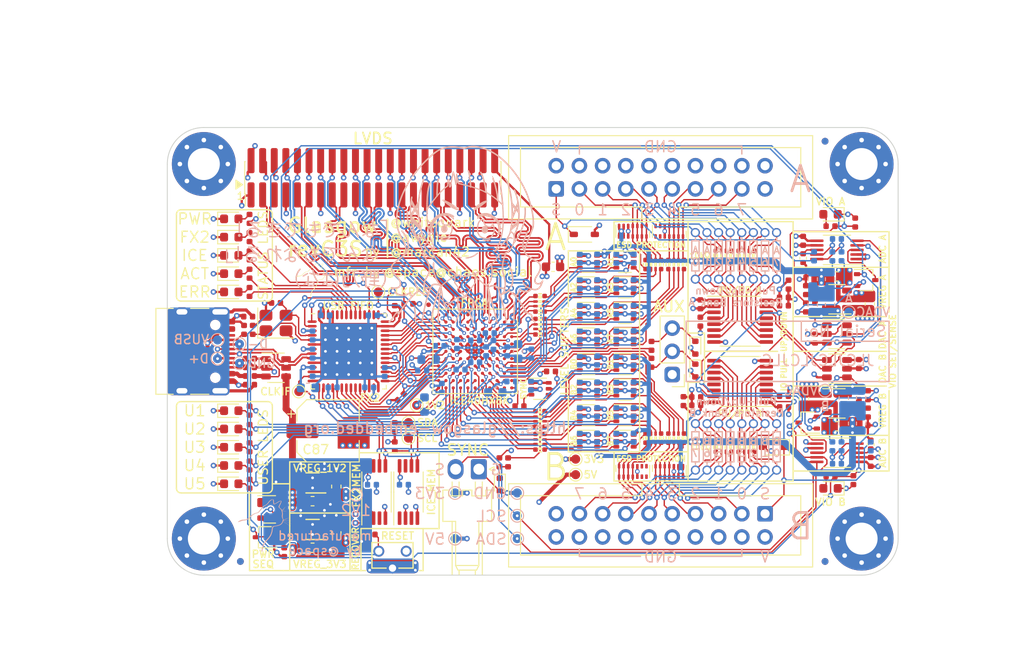
<source format=kicad_pcb>
(kicad_pcb (version 20240108) (generator "pcbnew") (generator_version "8.0")
  (title_block (title "base board") (rev "C3"))
  (layers (0 "F.Cu" signal) (1 "In1.Cu" power) (2 "In2.Cu" power) (31 "B.Cu" signal) (34 "B.Paste" user) (35 "F.Paste" user) (36 "B.SilkS" user "B.Silkscreen") (37 "F.SilkS" user "F.Silkscreen") (38 "B.Mask" user) (39 "F.Mask" user) (44 "Edge.Cuts" user))
  (net 0 "")
  (net 1 "/SDA")
  (net 2 "+3V3")
  (net 3 "GND")
  (net 4 "/SCL")
  (net 5 "+5V")
  (net 6 "/~{CY_RESET}")
  (net 7 "/SHLD")
  (net 8 "/USB_P")
  (net 9 "/XTALOUT")
  (net 10 "/XTALIN")
  (net 11 "/USB_N")
  (net 12 "/D0")
  (net 13 "/D1")
  (net 14 "/D2")
  (net 15 "/D3")
  (net 16 "/D4")
  (net 17 "/D5")
  (net 18 "/D6")
  (net 19 "/D7")
  (net 20 "/FLAGA")
  (net 21 "/FLAGB")
  (net 22 "/FLAGC")
  (net 23 "/OE")
  (net 24 "/A0")
  (net 25 "/A1")
  (net 26 "/PKTEND")
  (net 27 "/FPGA_DONE")
  (net 28 "/~{FPGA_RESET}")
  (net 29 "+1V2")
  (net 30 "/CLKIF")
  (net 31 "/FLAGD")
  (net 32 "/VUSB")
  (net 33 "/LED_CY")
  (net 34 "Net-(U12-Vin+)")
  (net 35 "Net-(U12-Vin-)")
  (net 36 "/LED_ERR")
  (net 37 "/LED_ACT")
  (net 38 "Net-(U21-Vin+)")
  (net 39 "Net-(U21-Vin-)")
  (net 40 "/LED_FPGA")
  (net 41 "Net-(U12-Vbus)")
  (net 42 "/~{ALERT}")
  (net 43 "/CLKREF")
  (net 44 "/ENVB")
  (net 45 "/ENVA")
  (net 46 "/WR")
  (net 47 "/RD")
  (net 48 "/VCCPLL1")
  (net 49 "/VCCPLL0")
  (net 50 "/GNDPLL1")
  (net 51 "/GNDPLL0")
  (net 52 "Net-(U21-Vbus)")
  (net 53 "Net-(D1-A)")
  (net 54 "Net-(D2-A)")
  (net 55 "Net-(D3-A)")
  (net 56 "Net-(D4-A)")
  (net 57 "/IO_Banks/IO_Buffer_B/Y0")
  (net 58 "/IO_Banks/IO_Buffer_B/Z0")
  (net 59 "/IO_Banks/IO_Buffer_B/Y7")
  (net 60 "/IO_Banks/IO_Buffer_B/Z7")
  (net 61 "/IO_Banks/IO_Buffer_B/Y1")
  (net 62 "/IO_Banks/IO_Buffer_B/Y2")
  (net 63 "/IO_Banks/IO_Buffer_B/Y3")
  (net 64 "/IO_Banks/IO_Buffer_B/Y4")
  (net 65 "/IO_Banks/IO_Buffer_B/Y5")
  (net 66 "/IO_Banks/IO_Buffer_B/Y6")
  (net 67 "/IO_Banks/IO_Buffer_B/Z1")
  (net 68 "/IO_Banks/IO_Buffer_B/Z2")
  (net 69 "/IO_Banks/IO_Buffer_B/Z3")
  (net 70 "/IO_Banks/IO_Buffer_B/Z5")
  (net 71 "/IO_Banks/IO_Buffer_B/Z4")
  (net 72 "/IO_Banks/IO_Buffer_B/Z6")
  (net 73 "/IO_Banks/IO_Buffer_A/Y0")
  (net 74 "/IO_Banks/IO_Buffer_A/Z0")
  (net 75 "/IO_Banks/IO_Buffer_A/Y7")
  (net 76 "/IO_Banks/IO_Buffer_A/Z7")
  (net 77 "/IO_Banks/IO_Buffer_A/Y1")
  (net 78 "/IO_Banks/IO_Buffer_A/Y2")
  (net 79 "/IO_Banks/IO_Buffer_A/Y3")
  (net 80 "/IO_Banks/IO_Buffer_A/Y4")
  (net 81 "/IO_Banks/IO_Buffer_A/Y5")
  (net 82 "/IO_Banks/IO_Buffer_A/Y6")
  (net 83 "/IO_Banks/IO_Buffer_A/Z1")
  (net 84 "/IO_Banks/IO_Buffer_A/Z2")
  (net 85 "/IO_Banks/IO_Buffer_A/Z3")
  (net 86 "/IO_Banks/IO_Buffer_A/Z5")
  (net 87 "/IO_Banks/IO_Buffer_A/Z4")
  (net 88 "/IO_Banks/IO_Buffer_A/Z6")
  (net 89 "/IO_Banks/QB6")
  (net 90 "/IO_Banks/QB5")
  (net 91 "/IO_Banks/QB4")
  (net 92 "/IO_Banks/QB3")
  (net 93 "/IO_Banks/QB2")
  (net 94 "/IO_Banks/QB1")
  (net 95 "/IO_Banks/QB7")
  (net 96 "/IO_Banks/QB0")
  (net 97 "/IO_Banks/QA0")
  (net 98 "/IO_Banks/QA7")
  (net 99 "/IO_Banks/QA1")
  (net 100 "/IO_Banks/QA2")
  (net 101 "/IO_Banks/QA3")
  (net 102 "/IO_Banks/QA4")
  (net 103 "/IO_Banks/QA5")
  (net 104 "/IO_Banks/QA6")
  (net 105 "/IO_Banks/U1")
  (net 106 "/IO_Banks/IO_Buffer_A/VSENSE")
  (net 107 "/IO_Banks/VIOB")
  (net 108 "/IO_Banks/VIOA")
  (net 109 "/IO_Banks/U2")
  (net 110 "/IO_Banks/IO_Buffer_B/VSENSE")
  (net 111 "/IO_Banks/U5")
  (net 112 "/IO_Banks/U4")
  (net 113 "/IO_Banks/U3")
  (net 114 "/IO_Banks/Z0_P")
  (net 115 "/IO_Banks/Z2_N")
  (net 116 "/IO_Banks/Z3_N")
  (net 117 "/IO_Banks/Z3_P")
  (net 118 "/IO_Banks/Z6_P")
  (net 119 "/IO_Banks/Z8_P")
  (net 120 "/IO_Banks/Z10_P")
  (net 121 "/IO_Banks/Z11_P")
  (net 122 "/IO_Banks/Z11_N")
  (net 123 "/IO_Banks/Z0_N")
  (net 124 "/IO_Banks/Z2_P")
  (net 125 "/IO_Banks/Z4_P")
  (net 126 "/IO_Banks/Z5_P")
  (net 127 "/IO_Banks/Z6_N")
  (net 128 "/IO_Banks/Z8_N")
  (net 129 "/IO_Banks/Z10_N")
  (net 130 "/IO_Banks/Z12_N")
  (net 131 "/IO_Banks/Z12_P")
  (net 132 "/IO_Banks/Z1_N")
  (net 133 "/IO_Banks/Z4_N")
  (net 134 "/IO_Banks/Z5_N")
  (net 135 "/IO_Banks/Z7_N")
  (net 136 "/IO_Banks/Z9_P")
  (net 137 "/IO_Banks/Z9_N")
  (net 138 "/IO_Banks/Z1_P")
  (net 139 "/IO_Banks/VIO_AUX")
  (net 140 "/IO_Banks/Z7_P")
  (net 141 "/IO_Banks/DA0")
  (net 142 "/IO_Banks/DA4")
  (net 143 "/IO_Banks/DA6")
  (net 144 "/IO_Banks/DA1")
  (net 145 "/IO_Banks/DA3")
  (net 146 "/IO_Banks/DA5")
  (net 147 "/IO_Banks/DA7")
  (net 148 "/IO_Banks/DB0")
  (net 149 "/IO_Banks/DB4")
  (net 150 "/IO_Banks/DB6")
  (net 151 "/IO_Banks/DB1")
  (net 152 "/IO_Banks/DB3")
  (net 153 "/IO_Banks/DB5")
  (net 154 "/IO_Banks/DB7")
  (net 155 "/IO_Banks/DA2")
  (net 156 "/IO_Banks/DB2")
  (net 157 "/IO_Banks/IO_Buffer_B/VFB")
  (net 158 "/IO_Banks/IO_Buffer_A/VFB")
  (net 159 "/IO_Banks/~{SYNC}")
  (net 160 "Net-(D5-A)")
  (net 161 "Net-(D6-A)")
  (net 162 "Net-(D7-A)")
  (net 163 "Net-(D8-A)")
  (net 164 "Net-(D9-A)")
  (net 165 "Net-(D10-A)")
  (net 166 "Net-(D12-K)")
  (net 167 "Net-(D13-K)")
  (net 168 "Net-(D14-A)")
  (net 169 "Net-(D15-A)")
  (net 170 "Net-(U12-~{Alert})")
  (net 171 "Net-(U21-~{Alert})")
  (net 173 "/IO_Banks/IO_Buffer_B/X3")
  (net 174 "/IO_Banks/IO_Buffer_B/X2")
  (net 175 "/IO_Banks/IO_Buffer_B/X1")
  (net 176 "/IO_Banks/IO_Buffer_B/X7")
  (net 177 "/IO_Banks/IO_Buffer_B/X6")
  (net 178 "/IO_Banks/IO_Buffer_B/X5")
  (net 179 "/IO_Banks/IO_Buffer_B/X4")
  (net 180 "/IO_Banks/IO_Buffer_A/X3")
  (net 181 "/IO_Banks/IO_Buffer_A/X2")
  (net 182 "/IO_Banks/IO_Buffer_A/X1")
  (net 183 "/IO_Banks/IO_Buffer_A/X7")
  (net 184 "/IO_Banks/IO_Buffer_A/X6")
  (net 185 "/IO_Banks/IO_Buffer_A/X5")
  (net 186 "/IO_Banks/IO_Buffer_A/X4")
  (net 187 "/xVBUS")
  (net 188 "/CC1")
  (net 189 "/CC2")
  (net 195 "/IO_Banks/IO_Buffer_B/VIO_EN")
  (net 197 "/IO_Banks/IO_Buffer_A/VIO_EN")
  (net 199 "Net-(R4-Pad2)")
  (net 200 "Net-(U7-~{RESET})")
  (net 202 "/IO_Banks/IO_Buffer_B/ISNS_H")
  (net 203 "/IO_Banks/IO_Buffer_A/ISNS_H")
  (net 204 "/SWSH")
  (net 207 "/IO_Banks/IO_Buffer_B/X0")
  (net 208 "/IO_Banks/IO_Buffer_A/X0")
  (net 209 "/IO_Banks/IO_Buffer_B/P7")
  (net 210 "/IO_Banks/IO_Buffer_B/P6")
  (net 211 "/IO_Banks/IO_Buffer_B/P5")
  (net 212 "/IO_Banks/IO_Buffer_B/P4")
  (net 213 "/IO_Banks/IO_Buffer_B/P3")
  (net 214 "/IO_Banks/IO_Buffer_B/P2")
  (net 215 "/IO_Banks/IO_Buffer_B/P1")
  (net 216 "/IO_Banks/IO_Buffer_B/P0")
  (net 217 "/IO_Banks/IO_Buffer_A/P7")
  (net 218 "/IO_Banks/IO_Buffer_A/P6")
  (net 219 "/IO_Banks/IO_Buffer_A/P5")
  (net 220 "/IO_Banks/IO_Buffer_A/P4")
  (net 221 "/IO_Banks/IO_Buffer_A/P3")
  (net 222 "/IO_Banks/IO_Buffer_A/P2")
  (net 223 "/IO_Banks/IO_Buffer_A/P1")
  (net 224 "/IO_Banks/IO_Buffer_A/P0")
  (net 225 "/~{MR}")
  (net 226 "/IO_Banks/IO_Buffer_B/VDAC")
  (net 227 "/IO_Banks/IO_Buffer_A/VDAC")
  (net 231 "Net-(U14-OUT)")
  (net 232 "Net-(U31-OUT)")
  (net 233 "Net-(U30A-IOT_219)")
  (net 234 "Net-(U5-~{RESET})")
  (net 235 "Net-(U19-~{RESET})")
  (net 236 "Net-(U32-B)")
  (net 237 "Net-(U30A-IOT_170)")
  (net 238 "Net-(U3-A1)")
  (net 239 "Net-(U30A-IOT_172)")
  (net 240 "Net-(U30A-IOT_168)")
  (net 241 "Net-(U32-A)")
  (footprint "TestPoint:TestPoint_Pad_D1.0mm" (layer "F.Cu") (at 76.4 105)
    (property "Reference" "TP5" (hide yes))
    (property "Value" "SCL")
  )
  (footprint "TestPoint:TestPoint_Pad_D1.0mm" (layer "F.Cu") (at 76.4 103.3)
    (property "Reference" "TP4" (hide yes))
    (property "Value" "SDA")
  )
  (footprint "Fiducial:Fiducial_0.75mm_Mask1.5mm" (layer "F.Cu") (at 58 118.5)
    (property "Reference" "FID1" (hide yes))
    (property "Value" "Fiducial_0.75mm_Mask1.5mm" (hide yes))
  )
  (footprint "Fiducial:Fiducial_0.75mm_Mask1.5mm" (layer "F.Cu") (at 122 72.5)
    (property "Reference" "FID2" (hide yes))
    (property "Value" "Fiducial_0.75mm_Mask1.5mm" (hide yes))
  )
  (footprint "Capacitor_SMD:C_0402_1005Metric" (layer "F.Cu") (at 127 107.6 90)
    (property "Reference" "C30" (hide yes))
    (property "Value" "u1")
  )
  (footprint "Resistor_SMD:R_0402_1005Metric" (layer "F.Cu") (at 59 108 -90)
    (property "Reference" "R22" (hide yes))
    (property "Value" "2k2")
  )
  (footprint "Resistor_SMD:R_0402_1005Metric" (layer "F.Cu") (at 59 110 -90)
    (property "Reference" "R23" (hide yes))
    (property "Value" "2k2")
  )
  (footprint "TestPoint:TestPoint_Pad_D1.0mm" (layer "F.Cu") (at 73.1 89)
    (property "Reference" "TP6" (hide yes))
    (property "Value" "CLKREF")
  )
  (footprint "Resistor_SMD:R_0402_1005Metric" (layer "F.Cu") (at 75.55 100.5 45)
    (property "Reference" "R9" (hide yes))
    (property "Value" "100k")
  )
  (footprint "Package_DFN_QFN:Cypress_QFN-56-1EP_8x8mm_P0.5mm_EP6.22x6.22mm_ThermalVias" (layer "F.Cu") (at 69.85 95.5)
    (property "Reference" "U1" (hide yes))
    (property "Value" "CY7C68013A-56LTX")
  )
  (footprint "Resistor_SMD:R_0402_1005Metric" (layer "F.Cu") (at 120.9 90.7 90)
    (property "Reference" "R33" (hide yes))
    (property "Value" "49k9")
  )
  (footprint "LED_SMD:LED_0603_1608Metric" (layer "F.Cu") (at 57 102)
    (property "Reference" "D6" (hide yes))
    (property "Value" "BLU")
  )
  (footprint "LED_SMD:LED_0603_1608Metric" (layer "F.Cu") (at 57 106)
    (property "Reference" "D8" (hide yes))
    (property "Value" "WHT")
  )
  (footprint "LED_SMD:LED_0603_1608Metric" (layer "F.Cu") (at 57 89)
    (property "Reference" "D5" (hide yes))
    (property "Value" "RED")
  )
  (footprint "LED_SMD:LED_0603_1608Metric" (layer "F.Cu") (at 57 87)
    (property "Reference" "D4" (hide yes))
    (property "Value" "ORA")
  )
  (footprint "LED_SMD:LED_0603_1608Metric" (layer "F.Cu") (at 57 85)
    (property "Reference" "D3" (hide yes))
    (property "Value" "BLU")
  )
  (footprint "LED_SMD:LED_0603_1608Metric" (layer "F.Cu") (at 57 83)
    (property "Reference" "D2" (hide yes))
    (property "Value" "WHT")
  )
  (footprint "Resistor_SMD:R_0402_1005Metric" (layer "F.Cu") (at 59 85 90)
    (property "Reference" "R14" (hide yes))
    (property "Value" "2k2")
  )
  (footprint "Resistor_SMD:R_0402_1005Metric" (layer "F.Cu") (at 59 87 90)
    (property "Reference" "R15" (hide yes))
    (property "Value" "1k")
  )
  (footprint "Resistor_SMD:R_0402_1005Metric" (layer "F.Cu") (at 59 104 -90)
    (property "Reference" "R20" (hide yes))
    (property "Value" "2k2")
  )
  (footprint "Glasgow:SOT-363_SC-70-6" (layer "F.Cu") (at 100.1 99.7)
    (property "Reference" "U27" (hide yes))
    (property "Value" "SN74LVC1T45DCKR")
  )
  (footprint "Glasgow:SOT-363_SC-70-6" (layer "F.Cu") (at 100.1 96.9)
    (property "Reference" "U26" (hide yes))
    (property "Value" "SN74LVC1T45DCKR")
  )
  (footprint "Glasgow:SOT-363_SC-70-6" (layer "F.Cu") (at 100.1 91.3)
    (property "Reference" "U17" (hide yes))
    (property "Value" "SN74LVC1T45DCKR")
  )
  (footprint "Glasgow:SOT-363_SC-70-6" (layer "F.Cu") (at 96.1 94.1)
    (property "Reference" "U10" (hide yes))
    (property "Value" "SN74LVC1T45DCKR")
  )
  (footprint "Glasgow:SOT-363_SC-70-6" (layer "F.Cu") (at 96.1 91.3)
    (property "Reference" "U9" (hide yes))
    (property "Value" "SN74LVC1T45DCKR")
  )
  (footprint "Glasgow:SOT-363_SC-70-6" (layer "F.Cu") (at 96.1 88.5)
    (property "Reference" "U6" (hide yes))
    (property "Value" "SN74LVC1T45DCKR")
  )
  (footprint "Glasgow:SOT-363_SC-70-6" (layer "F.Cu") (at 96.1 96.9)
    (property "Reference" "U22" (hide yes))
    (property "Value" "SN74LVC1T45DCKR")
  )
  (footprint "Glasgow:SOT-363_SC-70-6" (layer "F.Cu") (at 96.1 102.5)
    (property "Reference" "U24" (hide yes))
    (property "Value" "SN74LVC1T45DCKR")
  )
  (footprint "Glasgow:SOT-363_SC-70-6" (layer "F.Cu") (at 96.1 105.3)
    (property "Reference" "U25" (hide yes))
    (property "Value" "SN74LVC1T45DCKR")
  )
  (footprint "Capacitor_SMD:C_0402_1005Metric" (layer "F.Cu") (at 120.4 87.4 180)
    (property "Reference" "C57" (hide yes))
    (property "Value" "u1")
  )
  (footprint "LED_SMD:LED_0603_1608Metric" (layer "F.Cu") (at 57 81)
    (property "Reference" "D1" (hide yes))
    (property "Value" "GRN")
  )
  (footprint "Glasgow:PinSocket_1x08_P1.27mm_Vertical_DNP" (layer "F.Cu") (at 107.8 87.6 90)
    (property "Reference" "J9" (hide yes))
    (property "Value" "Conn_01x08" (hide yes))
  )
  (footprint "Glasgow:PinSocket_1x08_P1.27mm_Vertical_DNP" (layer "F.Cu") (at 116.7 108.5 -90)
    (property "Reference" "J6" (hide yes))
    (property "Value" "Conn_01x08" (hide yes))
  )
  (footprint "Capacitor_SMD:C_0603_1608Metric" (layer "F.Cu") (at 126.9 90.3 90)
    (property "Reference" "C82" (hide yes))
    (property "Value" "4u7")
  )
  (footprint "Capacitor_SMD:C_0603_1608Metric" (layer "F.Cu") (at 119.7 100.7 -90)
    (property "Reference" "C31" (hide yes))
    (property "Value" "4u7")
  )
  (footprint "Capacitor_SMD:C_0603_1608Metric" (layer "F.Cu") (at 123.3 103.7 180)
    (property "Reference" "C53" (hide yes))
    (property "Value" "4u7")
  )
  (footprint "Resistor_SMD:R_0402_1005Metric" (layer "F.Cu") (at 125.7 102.2 -90)
    (property "Reference" "R28" (hide yes))
    (property "Value" "59k")
  )
  (footprint "Resistor_SMD:R_0402_1005Metric" (layer "F.Cu") (at 125.7 100.3 -90)
    (property "Reference" "R27" (hide yes))
    (property "Value" "49k9")
  )
  (footprint "Fiducial:Fiducial_0.75mm_Mask1.5mm" (layer "F.Cu") (at 122 118.5)
    (property "Reference" "FID3" (hide yes))
    (property "Value" "Fiducial_0.75mm_Mask1.5mm" (hide yes))
  )
  (footprint "Fiducial:Fiducial_0.5mm_Dia_1mm_Outer" (layer "F.Cu") (at 78.6 90.4)
    (property "Reference" "FID8" (hide yes))
    (property "Value" "Fiducial_0.5mm_Dia_1mm_Outer" (hide yes))
  )
  (footprint "Capacitor_SMD:C_0402_1005Metric" (layer "F.Cu") (at 125.7 90.3 90)
    (property "Reference" "C59" (hide yes))
    (property "Value" "u1")
  )
  (footprint "Resistor_SMD:R_0402_1005Metric" (layer "F.Cu") (at 120.9 88.8 90)
    (property "Reference" "R34" (hide yes))
    (property "Value" "59k")
  )
  (footprint "Capacitor_SMD:C_0402_1005Metric" (layer "F.Cu") (at 59.35 93.15 90)
    (property "Reference" "C12" (hide yes))
    (property "Value" "9p")
  )
  (footprint "Resistor_SMD:R_0402_1005Metric" (layer "F.Cu") (at 59 89 90)
    (property "Reference" "R16" (hide yes))
    (property "Value" "1k")
  )
  (footprint "Resistor_SMD:R_0402_1005Metric" (layer "F.Cu") (at 76.4 90.3)
    (property "Reference" "R17" (hide yes))
    (property "Value" "100k")
  )
  (footprint "Resistor_SMD:R_0402_1005Metric" (layer "F.Cu") (at 59 81 90)
    (property "Reference" "R12" (hide yes))
    (property "Value" "10k")
  )
  (footprint "Resistor_SMD:R_0402_1005Metric" (layer "F.Cu") (at 59 83 90)
    (property "Reference" "R13" (hide yes))
    (property "Value" "2k2")
  )
  (footprint "Glasgow:Crystal_SMD_3225-4Pin_3.2x2.5mm" (layer "F.Cu") (at 61.9 92.4)
    (property "Reference" "Y1" (hide yes))
    (property "Value" "24M")
  )
  (footprint "Package_BGA:BGA-121_9.0x9.0mm_Layout11x11_P0.8mm_Ball0.4mm_Pad0.35mm_NSMD" (layer "F.Cu") (at 83.7 95.5 -90)
    (property "Reference" "U30" (hide yes))
    (property "Value" "ICE40HX8K-BG121")
  )
  (footprint "Capacitor_SMD:C_0402_1005Metric" (layer "F.Cu") (at 58.85 91.7 180)
    (property "Reference" "C13" (hide yes))
    (property "Value" "u1")
  )
  (footprint "Glasgow:SOT-363_SC-70-6" (layer "F.Cu") (at 100.1 88.5)
    (property "Reference" "U16" (hide yes))
    (property "Value" "SN74LVC1T45DCKR")
  )
  (footprint "Glasgow:SOT-363_SC-70-6" (layer "F.Cu") (at 100.1 85.7)
    (property "Reference" "U11" (hide yes))
    (property "Value" "SN74LVC1T45DCKR")
  )
  (footprint "Resistor_SMD:R_0402_1005Metric" (layer "F.Cu") (at 59 106 -90)
    (property "Reference" "R21" (hide yes))
    (property "Value" "2k2")
  )
  (footprint "LED_SMD:LED_0603_1608Metric" (layer "F.Cu") (at 57 108)
    (property "Reference" "D9" (hide yes))
    (property "Value" "PNK")
  )
  (footprint "Resistor_SMD:R_0402_1005Metric" (layer "F.Cu") (at 59 102 -90)
    (property "Reference" "R11" (hide yes))
    (property "Value" "2k2")
  )
  (footprint "LED_SMD:LED_0603_1608Metric" (layer "F.Cu") (at 57 104)
    (property "Reference" "D7" (hide yes))
    (property "Value" "PNK")
  )
  (footprint "LED_SMD:LED_0603_1608Metric" (layer "F.Cu") (at 57 110)
    (property "Reference" "D10" (hide yes))
    (property "Value" "BLU")
  )
  (footprint "Resistor_SMD:R_0402_1005Metric" (layer "F.Cu") (at 125.3 81.4 90)
    (property "Reference" "R18" (hide yes))
    (property "Value" "10k")
  )
  (footprint "Glasgow:PinSocket_1x08_P1.27mm_Vertical_DNP" (layer "F.Cu") (at 116.7 103.42 -90)
    (property "Reference" "J7" (hide yes))
    (property "Value" "Conn_01x08" (hide yes))
  )
  (footprint "Glasgow:SOT-23-5" (layer "F.Cu") (at 123.3 101.2)
    (property "Reference" "U14" (hide yes))
    (property "Value" "TPS73101DBV")
  )
  (footprint "Capacitor_SMD:C_0402_1005Metric" (layer "F.Cu") (at 107.9 101.4 180)
    (property "Reference" "C29" (hide yes))
    (property "Value" "u1")
  )
  (footprint "Capacitor_SMD:C_0402_1005Metric" (layer "F.Cu") (at 126.2 103.6)
    (property "Reference" "C46" (hide yes))
    (property "Value" "u1")
  )
  (footprint "Resistor_SMD:R_0402_1005Metric" (layer "F.Cu") (at 125.1 109.6 -90)
    (property "Reference" "R19" (hide yes))
    (property "Value" "10k")
  )
  (footprint "Glasgow:SOT-363_SC-70-6" (layer "F.Cu") (at 100.1 94.1)
    (property "Reference" "U18" (hide yes))
    (property "Value" "SN74LVC1T45DCKR")
  )
  (footprint "Glasgow:R_0402_1005Metric_DNP" (layer "F.Cu") (at 70.6 113.8 -90)
    (property "Reference" "R40" (hide yes))
    (property "Value" "DNP")
  )
  (footprint "Package_SO:TSSOP-16_4.4x5mm_P0.65mm" (layer "F.Cu") (at 112.7 92.2)
    (property "Reference" "U19" (hide yes))
    (property "Value" "PCA6408APW")
  )
  (footprint "Resistor_SMD:R_0402_1005Metric" (layer "F.Cu") (at 103 96.75 90)
    (property "Reference" "R39" (hide yes))
    (property "Value" "47R")
  )
  (footprint "Resistor_SMD:R_0402_1005Metric" (layer "F.Cu") (at 103 94.9 -90)
    (property "Reference" "R43" (hide yes))
    (property "Value" "47R")
  )
  (footprint "Glasgow:SOT-363_SC-70-6" (layer "F.Cu") (at 100.1 102.5)
    (property "Reference" "U28" (hide yes))
    (property "Value" "SN74LVC1T45DCKR")
  )
  (footprint "Glasgow:SOT-363_SC-70-6" (layer "F.Cu") (at 96.1 99.7)
    (property "Reference" "U23" (hide yes))
    (property "Value" "SN74LVC1T45DCKR")
  )
  (footprint "Capacitor_SMD:C_0402_1005Metric" (layer "F.Cu") (at 117.515 101.6)
    (property "Reference" "C22" (hide yes))
    (property "Value" "u1")
  )
  (footprint "Resistor_SMD:R_0402_1005Metric" (layer "F.Cu") (at 86.35 107.65 90)
    (property "Reference" "R44" (hide yes))
    (property "Value" "10k")
  )
  (footprint "Resistor_SMD:R_0402_1005Metric" (layer "F.Cu") (at 117.5 100.4)
    (property "Reference" "R36" (hide yes))
    (property "Value" "10k")
  )
  (footprint "Resistor_SMD:R_0402_1005Metric" (layer "F.Cu") (at 107.9 100.5)
    (property "Reference" "R41" (hide yes))
    (property "Value" "2k2")
  )
  (footprint "Capacitor_SMD:C_0402_1005Metric" (layer "F.Cu") (at 108.35 90.35 -90)
    (property "Reference" "C84" (hide yes))
    (property "Value" "u1")
  )
  (footprint "Capacitor_SMD:C_0402_1005Metric" (layer "F.Cu") (at 120.9 100.7 -90)
    (property "Reference" "C45" (hide yes))
    (property "Value" "u1")
  )
  (footprint "Package_SO:TSSOP-16_4.4x5mm_P0.65mm" (layer "F.Cu") (at 112.7 98.8 180)
    (property "Reference" "U5" (hide yes))
    (property "Value" "PCA6408APW")
  )
  (footprint "Resistor_SMD:R_0402_1005Metric" (layer "F.Cu") (at 117.5 90.5 180)
    (property "Reference" "R42" (hide yes))
    (property "Value" "2k2")
  )
  (footprint "Resistor_SMD:R_0402_1005Metric" (layer "F.Cu") (at 119.9 88.8 -90)
    (property "Reference" "R35" (hide yes))
    (property "Value" "24k3")
  )
  (footprint "Resistor_SMD:R_0402_1005Metric" (layer "F.Cu") (at 126.7 102.2 90)
    (property "Reference" "R29" (hide yes))
    (property "Value" "24k3")
  )
  (footprint "Resistor_SMD:R_0402_1005Metric" (layer "F.Cu") (at 92 97.7 180)
    (property "Reference" "R10" (hide yes))
    (property "Value" "2k2")
  )
  (footprint "TestPoint:TestPoint_Pad_D1.0mm" (layer "F.Cu") (at 94.7 107.3)
    (property "Reference" "TP3" (hide yes))
    (property "Value" "3V3")
  )
  (footprint "TestPoint:TestPoint_Pad_D1.0mm" (layer "F.Cu") (at 94.7 109)
    (property "Reference" "TP1" (hide yes))
    (property "Value" "5V")
  )
  (footprint "Resistor_SMD:R_0402_1005Metric" (layer "F.Cu") (at 74.9 105.9 90)
    (property "Reference" "R2" (hide yes))
    (property "Value" "2k2")
  )
  (footprint "Glasgow:D_SOD-523" (layer "F.Cu") (at 107.8 97.6 -90)
    (property "Reference" "D12" (hide yes))
    (property "Value" "ESD5Z5.0T1G")
  )
  (footprint "Resistor_SMD:R_0402_1005Metric" (layer "F.Cu") (at 88.55 101.5 180)
    (property "Reference" "R45" (hide yes))
    (property "Value" "47R")
  )
  (footprint "Connector_PinHeader_2.54mm:PinHeader_1x03_P2.54mm_Vertical" (layer "F.Cu") (at 105.27 98.04 180)
    (property "Reference" "J10" (hide yes))
    (property "Value" "AUX")
  )
  (footprint "Glasgow:MountingHole_3.5mm_Pad_Via_CrtYd" (layer "F.Cu") (at 54 116)
    (property "Reference" "MK1" (hide yes))
    (property "Value" "Mounting_Hole_PAD" (hide yes))
  )
  (footprint "Glasgow:MountingHole_3.5mm_Pad_Via_CrtYd" (layer "F.Cu") (at 54 75)
    (property "Reference" "MK2" (hide yes))
    (property "Value" "Mounting_Hole_PAD" (hide yes))
  )
  (footprint "Glasgow:MountingHole_3.5mm_Pad_Via_CrtYd" (layer "F.Cu") (at 126 116)
    (property "Reference" "MK4" (hide yes))
    (property "Value" "Mounting_Hole_PAD" (hide yes))
  )
  (footprint "Capacitor_SMD:C_0603_1608Metric" (layer "F.Cu") (at 123.3 87.3)
    (property "Reference" "C83" (hide yes))
    (property "Value" "4u7")
  )
  (footprint "Glasgow:MountingHole_3.5mm_Pad_Via_CrtYd" (layer "F.Cu") (at 126 75)
    (property "Reference" "MK3" (hide yes))
    (property "Value" "Mounting_Hole_PAD" (hide yes))
  )
  (footprint "Glasgow:PinSocket_1x08_P1.27mm_Vertical_DNP" (layer "F.Cu") (at 107.8 82.5 90)
    (property "Reference" "J8" (hide yes))
    (property "Value" "Conn_01x08" (hide yes))
  )
  (footprint "LED_SMD:LED_0603_1608Metric" (layer "F.Cu") (at 122.6 80.5 180)
    (property "Reference" "D15" (hide yes))
    (property "Value" "GRN")
  )
  (footprint "Capacitor_SMD:C_0402_1005Metric" (layer "F.Cu") (at 119.6 83.4 -90)
    (property "Reference" "C55" (hide yes))
    (property "Value" "u1")
  )
  (footprint "Connector_IDC:IDC-Header_2x10_P2.54mm_Vertical" (layer "F.Cu") (at 92.57 77.72 90)
    (property "Reference" "J2" (hide yes))
    (property "Value" "IDC-Header_2x10_P2.54mm")
  )
  (footprint "Resistor_SMD:R_0402_1005Metric" (layer "F.Cu") (at 122.6 109.2 180)
    (property "Reference" "R46" (hide yes))
    (property "Value" "20k")
  )
  (footprint "Resistor_SMD:R_0402_1005Metric" (layer "F.Cu") (at 122.6 81.8 180)
    (property "Reference" "R47" (hide yes))
    (property "Value" "20k")
  )
  (footprint "TestPoint:TestPoint_Pad_D1.0mm" (layer "F.Cu") (at 77.3 101.4)
    (property "Reference" "TP2" (hide yes))
    (property "Value" "1V2")
  )
  (footprint "LED_SMD:LED_0603_1608Metric" (layer "F.Cu") (at 122.6 110.5 180)
    (property "Reference" "D14" (hide yes))
    (property "Value" "GRN")
  )
  (footprint "Glasgow:SOT-23-5" (layer "F.Cu") (at 123.3 89.8 180)
    (property "Reference" "U31" (hide yes))
    (property "Value" "TPS73101DBV")
  )
  (footprint "Glasgow:D_SOD-523" (layer "F.Cu") (at 86.4 110.1 -90)
    (property "Reference" "D11" (hide yes))
    (property "Value" "ESD5Z5.0T1G")
  )
  (footprint "Resistor_SMD:R_0402_1005Metric" (layer "F.Cu") (at 74.9 103.8 -90)
    (property "Reference" "R1" (hide yes))
    (property "Value" "2k2")
  )
  (footprint "Glasgow:R_Array_Convex_4x0402" (layer "F.Cu") (at 105.7 105 -90)
    (property "Reference" "RN3" (hide yes))
    (property "Value" "33R")
  )
  (footprint "Glasgow:R_Array_Convex_4x0402" (layer "F.Cu") (at 103.2 105 -90)
    (property "Reference" "RN4" (hide yes))
    (property "Value" "33R")
  )
  (footprint "Glasgow:R_Array_Convex_4x0402" (layer "F.Cu") (at 113.4 106 90)
    (property "Reference" "RN5" (hide yes))
    (property "Value" "10k")
  )
  (footprint "Glasgow:R_Array_Convex_4x0402" (layer "F.Cu") (at 110.9 106 90)
    (property "Reference" "RN6" (hide yes))
    (property "Value" "10k")
  )
  (footprint "Glasgow:R_Array_Convex_4x0402" (layer "F.Cu") (at 90.8 90.3)
    (property "Reference" "RN7" (hide yes))
    (property "Value" "33R")
  )
  (footprint "Glasgow:R_Array_Convex_4x0402" (layer "F.Cu") (at 90.8 92.8)
    (property "Reference" "RN8" (hide yes))
    (property "Value" "33R")
  )
  (footprint "Glasgow:R_Array_Convex_4x0402" (layer "F.Cu") (at 105.7 86 90)
    (property "Reference" "RN10" (hide yes))
    (property "Value" "33R")
  )
  (footprint "Glasgow:R_Array_Convex_4x0402" (layer "F.Cu") (at 110.9 85 -90)
    (property "Reference" "RN11" (hide yes))
    (property "Value" "10k")
  )
  (footprint "Glasgow:R_Array_Convex_4x0402" (layer "F.Cu") (at 113.4 85 -90)
    (property "Reference" "RN12" (hide yes))
    (property "Value" "10k")
  )
  (footprint "Glasgow:SOT-363_SC-70-6" (layer "F.Cu") (at 96.1 85.7)
    (property "Reference" "U4" (hide yes))
    (property "Value" "SN74LVC1T45DCKR")
  )
  (footprint "Glasgow:SOT-363_SC-70-6" (layer "F.Cu") (at 90.8 99.6)
    (property "Reference" "U32" (hide yes))
    (property "Value" "SN74LVC1T45DCKR")
  )
  (footprint "Glasgow:SOT-363_SC-70-6" (layer "F.Cu") (at 100.1 105.3)
    (property "Reference" "U29" (hide yes))
    (property "Value" "SN74LVC1T45DCKR")
  )
  (footprint "Glasgow:D_SOD-523" (layer "F.Cu") (at 107.8 95.1 -90)
    (property "Reference" "D13" (hide yes))
    (property "Value" "ESD5Z5.0T1G")
  )
  (footprint "Glasgow:R_Array_Convex_4x0402" (layer "F.Cu") (at 90.8 105.4)
    (property "Reference" "RN2" (hide yes))
    (property "Value" "33R")
  )
  (footprint "Glasgow:R_Array_Convex_4x0402" (layer "F.Cu") (at 90.8 102.9)
    (property "Reference" "RN1" (hide yes))
    (property "Value" "33R")
  )
  (footprint "Resistor_SMD:R_0402_1005Metric" (layer "F.Cu") (at 108.35 92.25 -90)
    (property "Reference" "R37" (hide yes))
    (property "Value" "10k")
  )
  (footprint "Glasgow:USB_C_Receptacle_HRO_TYPE-C-31-M-12" (layer "F.Cu") (at 52.65 95.5 -90)
    (property "Reference" "J1")
    (property "Value" "USB_C_USB2.0")
  )
  (footprint "Capacitor_SMD:C_0402_1005Metric" (layer "F.Cu") (at 61.9 90.2 180)
    (property "Reference" "C11" (hide yes))
    (property "Value" "9p")
  )
  (footprint "Resistor_SMD:R_0402_1005Metric" (layer "F.Cu") (at 58.4 93.15 -90)
    (property "Reference" "R53" (hide yes))
    (property "Value" "5k1")
  )
  (footprint "Capacitor_SMD:C_0402_1005Metric" (layer "F.Cu") (at 59.05 96.3 180)
    (property "Reference" "C8" (hide yes))
    (property "Value" "u1")
  )
  (footprint "Inductor_SMD:L_0402_1005Metric" (layer "F.Cu") (at 59.05 98.2)
    (property "Reference" "FB1" (hide yes))
    (property "Value" "600R, 0.5A")
  )
  (footprint "Glasgow:SOT-23-6" (layer "F.Cu") (at 61.9 97.3)
    (property "Reference" "U15" (hide yes))
    (property "Value" "TPD3S014")
  )
  (footprint "Resistor_SMD:R_0402_1005Metric" (layer "F.Cu") (at 59.05 97.25 180)
    (property "Reference" "R52" (hide yes))
    (property "Value" "5k1")
  )
  (footprint "Glasgow:D_SOD-323" (layer "F.Cu") (at 116.35 106 180)
    (property "Reference" "D16" (hide yes))
    (property "Value" "CDSOD323-T36S")
  )
  (footprint "Glasgow:D_SOD-323" (layer "F.Cu") (at 95.65 82.7)
    (property "Reference" "D17" (hide yes))
    (property "Value" "CDSOD323-T36S")
  )
  (footprint "Glasgow:SOT-323_SC-70" (layer "F.Cu") (at 120.1 103.3 180)
    (property "Reference" "D18" (hide yes))
    (property "Value" "BAT54CW")
  )
  (footprint "Glasgow:SOT-323_SC-70" (layer "F.Cu") (at 126.5 87.7)
    (property "Reference" "D19" (hide yes))
    (property "Value" "BAT54CW")
  )
  (footprint "Resistor_SMD:R_0402_1005Metric" (layer "F.Cu") (at 126.7 100.3 -90)
    (property "Reference" "R26" (hide yes))
    (property "Value" "10k")
  )
  (footprint "Glasgow:VSSOP-10_3x3mm_P0.5mm" (layer "F.Cu") (at 123.3 106.6)
    (property "Reference" "U12" (hide yes))
    (property "Value" "INA233")
  )
  (footprint "Glasgow:UDFN-14_3.5x1.35mm_P0.5mm" (layer "F.Cu") (at 100.95 108.65 90)
    (property "Reference" "D21" (hide yes))
    (property "Value" "SP3012-06UTG")
  )
  (footprint "Glasgow:UDFN-14_3.5x1.35mm_P0.5mm" (layer "F.Cu") (at 104.95 82.35 -90)
    (property "Reference" "D23" (hide yes))
    (property "Value" "SP3012-06UTG")
  )
  (footprint "Capacitor_SMD:C_0402_1005Metric" (layer "F.Cu") (at 62.4 110.6 180)
    (property "Reference" "C16" (hide yes))
    (property "Value" "u1")
  )
  (footprint "Capacitor_SMD:C_0402_1005Metric" (layer "F.Cu") (at 74.9 90.985 90)
    (property "Reference" "C88" (hide yes))
    (property "Value" "u1")
  )
  (footprint "Glasgow:SOT-323_SC-70" (layer "F.Cu") (at 60.7 115.85 180)
    (property "Reference" "D24" (hide yes))
    (property "Value" "BAT54AW")
  )
  (footprint "Resistor_SMD:R_0402_1005Metric" (layer "F.Cu") (at 62.8 117.485 90)
    (property "Reference" "R4" (hide yes))
    (property "Value" "100k")
  )
  (footprint "Resistor_SMD:R_0402_1005Metric" (layer "F.Cu") (at 62.8 115.585 90)
    (property "Reference" "R5" (hide yes))
    (property "Value" "100k")
  )
  (footprint "Resistor_SMD:R_0402_1005Metric" (layer "F.Cu") (at 106.5 100.95 -90)
    (property "Reference" "R57" (hide yes))
    (property "Value" "2k2")
  )
  (footprint "Resistor_SMD:R_0402_1005Metric" (layer "F.Cu") (at 118 88.2 90)
    (property "Reference" "R58" (hide yes))
    (property "Value" "2k2")
  )
  (footprint "Resistor_SMD:R_0402_1005Metric" (layer "F.Cu") (at 87.3 107.65 90)
    (property "Reference" "R38" (hide yes))
    (property "Value" "47R")
  )
  (footprint "Glasgow:PinHeader_2x22_P1.27mm_Vertical__SMD" (layer "F.Cu") (at 72.5 76.5 90)
    (property "Reference" "J5" (hide yes))
    (property "Value" "PinHeader_2x22_P1.27mm")
  )
  (footprint "Resistor_SMD:R_0402_1005Metric" (layer "F.Cu") (at 59.05 99.15 180)
    (property "Reference" "R3" (hide yes))
    (property "Value" "100k")
  )
  (footprint "TestPoint:TestPoint_Pad_D1.0mm" (layer "F.Cu") (at 64.4 99.9)
    (property "Reference" "TP7" (hide yes))
    (property "Value" "3V3")
  )
  (footprint "Capacitor_SMD:CP_Elec_6.3x5.9" (layer "F.Cu") (at 67.6 104.2)
    (property "Reference" "C87")
    (property "Value" "150u")
  )
  (footprint "Package_SO:TSSOP-8_4.4x3mm_P0.65mm" (layer "F.Cu") (at 76.4 110.9 90)
    (property "Reference" "U2" (hide yes))
    (property "Value" "CAT24M01X")
  )
  (footprint "Package_SO:TSSOP-8_4.4x3mm_P0.65mm" (layer "F.Cu") (at 72.9 110.9 90)
    (property "Reference" "U3" (hide yes))
    (property "Value" "BL24C256A-SFRC")
  )
  (footprint "Glasgow:Molex_KK-254_1x02_P2.54mm_Horizontal" (layer "F.Cu") (at 84.1 108.4)
    (property "Reference" "J4" (hide yes))
    (property "Value" "Conn_01x02")
  )
  (footprint "Glasgow:DFN-6-1EP_2x2mm_P0.65mm_EP1x1.6mm_ThermalVias" (layer "F.Cu") (at 65.9 115 180)
    (property "Reference" "U8" (hide yes))
    (property "Value" "TLV75533PDRVR")
  )
  (footprint "Glasgow:DFN-6-1EP_2x2mm_P0.65mm_EP1x1.6mm_ThermalVias" (layer "F.Cu") (at 65.9 109.9 180)
    (property "Reference" "U36" (hide yes))
    (property "Value" "TLV73312PQDRVR")
  )
  (footprint "Capacitor_SMD:C_0603_1608Metric" (layer "F.Cu") (at 65.9 111.9 180)
    (property "Reference" "C86" (hide yes))
    (property "Value" "4u7")
  )
  (footprint "Capacitor_SMD:C_0603_1608Metric" (layer "F.Cu") (at 65.9 117 180)
    (property "Reference" "C26" (hide yes))
    (property "Value" "4u7")
  )
  (footprint "Capacitor_SMD:C_0603_1608Metric" (layer "F.Cu") (at 68.5 110.3 90)
    (property "Reference" "C27" (hide yes))
    (property "Value" "4u7")
  )
  (footprint "Capacitor_SMD:C_0603_1608Metric" (layer "F.Cu") (at 68.5 115.4 90)
    (property "Reference" "C28" (hide yes))
    (property "Value" "4u7")
  )
  (footprint "Connector_IDC:IDC-Header_2x10_P2.54mm_Vertical" (layer "F.Cu") (at 115.43 113.28 -90)
    (property "Reference" "J3" (hide yes))
    (property "Value" "IDC-Header_2x10_P2.54mm")
  )
  (footprint "Glasgow:SOT-143" (layer "F.Cu") (at 61.2 112.8)
    (property "Reference" "U7" (hide yes))
    (property "Value" "APX811-40UG-7")
  )
  (footprint "Glasgow:UDFN-14_3.5x1.35mm_P0.5mm" (layer "F.Cu") (at 104.95 108.65 90)
    (property "Reference" "D20" (hide yes))
    (property "Value" "SP3012-06UTG")
  )
  (footprint "Glasgow:R_Array_Convex_4x0402" (layer "F.Cu") (at 103.2 86 90)
    (property "Reference" "RN9" (hide yes))
    (property "Value" "33R")
  )
  (footprint "Glasgow:VSSOP-10_3x3mm_P0.5mm" (layer "F.Cu") (at 123.3 84.4 180)
    (property "Reference" "U21" (hide yes))
    (property "Value" "INA233")
  )
  (footprint "Capacitor_SMD:C_0402_1005Metric" (layer "F.Cu") (at 72.25 115.55 180)
    (property "Reference" "C89" (hide yes))
    (property "Value" "u1")
  )
  (footprint "Capacitor_SMD:C_0402_1005Metric" (layer "F.Cu") (at 127 105.7 -90)
    (property "Reference" "C90" (hide yes))
    (property "Value" "1n 50V C0G")
  )
  (footprint "Capacitor_SMD:C_0402_1005Metric" (layer "F.Cu") (at 119.6 85.3 90)
    (property "Reference" "C91" (hide yes))
    (property "Value" "1n 50V C0G")
  )
  (footprint "Glasgow:UDFN-14_3.5x1.35mm_P0.5mm" (layer "F.Cu") (at 100.95 82.35 -90)
    (property "Reference" "D22" (hide yes))
    (property "Value" "SP3012-06UTG")
  )
  (footprint "Capacitor_SMD:C_0402_1005Metric" (layer "F.Cu") (at 120.9 94.1 -90)
    (property "Reference" "C56" (hide yes))
    (property "Value" "u1")
  )
  (footprint "Glasgow:SOT-23-6" (layer "F.Cu") (at 123.3 93.6)
    (property "Reference" "U20" (hide yes))
    (property "Value" "DAC081C081CIMK")
  )
  (footprint "Resistor_SMD:R_0402_1005Metric" (layer "F.Cu") (at 119.9 90.7 90)
    (property "Reference" "R55" (hide yes))
    (property "Value" "10k")
  )
  (footprint "Glasgow:SOT-23-6" (layer "F.Cu") (at 123.3 97.4 180)
    (property "Reference" "U13" (hide yes))
    (property "Value" "DAC081C081CIMK")
  )
  (footprint "Capacitor_SMD:C_0402_1005Metric" (layer "F.Cu") (at 125.7 96.885 90)
    (property "Reference" "C32" (hide yes))
    (property "Value" "u1")
  )
  (footprint "Glasgow:SW_Tactile_SPST_Angled_TC-1109DE" (layer "F.Cu") (at 74.65 117.38 180)
    (property "Reference" "SW1")
    (property "Value" "RST")
  )
  (footprint "Capacitor_SMD:C_0402_1005Metric" (layer "F.Cu") (at 117.5 89.6)
    (property "Reference" "C54" (hide yes))
    (property "Value" "u1")
  )
  (footprint "Capacitor_SMD:C_0603_1608Metric" (layer "F.Cu") (at 92.225 86.25)
    (property "Reference" "C92" (hide yes))
    (property "Value" "4u7")
  )
  (footprint "kikit:Tab" (layer "F.Cu") (at 120 70.5 -90)
    (property "Reference" "REF**" (hide yes))
    (property "Value" "Tab")
  )
  (footprint "kikit:Tab" (layer "F.Cu") (at 60 120.5 90)
    (property "Reference" "REF**" (hide yes))
    (property "Value" "Tab")
  )
  (footprint "kikit:Tab" (layer "F.Cu") (at 60 70.6 -90)
    (property "Reference" "REF**" (hide yes))
    (property "Value" "Tab")
  )
  (footprint "kikit:Tab" (layer "F.Cu") (at 120 120.5 90)
    (property "Reference" "REF**" (hide yes))
    (property "Value" "Tab")
  )
  (footprint "Fiducial:Fiducial_0.75mm_Mask1.5mm" (layer "B.Cu") (at 58 118.5)
    (property "Reference" "FID4" (hide yes))
    (property "Value" "Fiducial_0.75mm_Mask1.5mm" (hide yes))
  )
  (footprint "Fiducial:Fiducial_0.75mm_Mask1.5mm" (layer "B.Cu") (at 122 72.5)
    (property "Reference" "FID5" (hide yes))
    (property "Value" "Fiducial_0.75mm_Mask1.5mm" (hide yes))
  )
  (footprint "Capacitor_SMD:C_0402_1005Metric" (layer "B.Cu") (at 83.7 96.7 180)
    (property "Reference" "C23" (hide yes))
    (property "Value" "u1")
  )
  (footprint "Capacitor_SMD:C_0402_1005Metric" (layer "B.Cu") (at 84.9 95.5 90)
    (property "Reference" "C77" (hide yes))
    (property "Value" "u1")
  )
  (footprint "Capacitor_SMD:C_0402_1005Metric" (layer "B.Cu") (at 99.15 93.75 -90)
    (property "Reference" "C48" (hide yes))
    (property "Value" "u1")
  )
  (footprint "Capacitor_SMD:C_0402_1005Metric" (layer "B.Cu") (at 101.05 85.35 -90)
    (property "Reference" "C49" (hide yes))
    (property "Value" "u1")
  )
  (footprint "Capacitor_SMD:C_0402_1005Metric" (layer "B.Cu") (at 101.05 93.75 -90)
    (property "Reference" "C52" (hide yes))
    (property "Value" "u1")
  )
  (footprint "Capacitor_SMD:C_0402_1005Metric" (layer "B.Cu") (at 97.05 96.5 -90)
    (property "Reference" "C64" (hide yes))
    (property "Value" "u1")
  )
  (footprint "Capacitor_SMD:C_0402_1005Metric" (layer "B.Cu") (at 97.05 90.95 -90)
    (property "Reference" "C40" (hide yes))
    (property "Value" "u1")
  )
  (footprint "Capacitor_SMD:C_0402_1005Metric" (layer "B.Cu") (at 99.15 96.55 -90)
    (property "Reference" "C68" (hide yes))
    (property "Value" "u1")
  )
  (footprint "Capacitor_SMD:C_0402_1005Metric" (layer "B.Cu") (at 99.15 99.35 -90)
    (property "Reference" "C69" (hide yes))
    (property "Value" "u1")
  )
  (footprint "Capacitor_SMD:C_0402_1005Metric" (layer "B.Cu") (at 99.15 102.15 -90)
    (property "Reference" "C70" (hide yes))
    (property "Value" "u1")
  )
  (footprint "Capacitor_SMD:C_0402_1005Metric" (layer "B.Cu") (at 99.15 104.95 -90)
    (property "Reference" "C71" (hide yes))
    (property "Value" "u1")
  )
  (footprint "Capacitor_SMD:C_0402_1005Metric" (layer "B.Cu") (at 101.05 96.55 -90)
    (property "Reference" "C72" (hide yes))
    (property "Value" "u1")
  )
  (footprint "Capacitor_SMD:C_0402_1005Metric" (layer "B.Cu") (at 101.05 99.35 -90)
    (property "Reference" "C73" (hide yes))
    (property "Value" "u1")
  )
  (footprint "Capacitor_SMD:C_0402_1005Metric" (layer "B.Cu") (at 101.05 102.15 -90)
    (property "Reference" "C74" (hide yes))
    (property "Value" "u1")
  )
  (footprint "Capacitor_SMD:C_0402_1005Metric" (layer "B.Cu") (at 82.1 97.5)
    (property "Reference" "C18" (hide yes))
    (property "Value" "u1")
  )
  (footprint "Capacitor_SMD:C_0402_1005Metric" (layer "B.Cu") (at 83.7 94.3 180)
    (property "Reference" "C33" (hide yes))
    (property "Value" "u1")
  )
  (footprint "Capacitor_SMD:C_0402_1005Metric" (layer "B.Cu") (at 79.815 94.9 180)
    (property "Reference" "C78" (hide yes))
    (property "Value" "u1")
  )
  (footprint "Resistor_SMD:R_0402_1005Metric" (layer "B.Cu") (at 77.9 97.6 180)
    (property "Reference" "R31" (hide yes))
    (property "Value" "100R")
  )
  (footprint "Capacitor_SMD:C_0603_1608Metric" (layer "B.Cu") (at 78.6 96.4 180)
    (property "Reference" "C76" (hide yes))
    (property "Value" "4u7")
  )
  (footprint "Capacitor_SMD:C_0402_1005Metric" (layer "B.Cu") (at 85.3 93.5)
    (property "Reference" "C24" (hide yes))
    (property "Value" "u1")
  )
  (footprint "Capacitor_SMD:C_0402_1005Metric" (layer "B.Cu") (at 67.3 91.55)
    (property "Reference" "C7" (hide yes))
    (property "Value" "u1")
  )
  (footprint "Capacitor_SMD:C_0402_1005Metric" (layer "B.Cu") (at 72.1 99.45 180)
    (property "Reference" "C6" (hide yes))
    (property "Value" "u1")
  )
  (footprint "Capacitor_SMD:C_0402_1005Metric" (layer "B.Cu") (at 65.9 93.765 -90)
    (property "Reference" "C9" (hide yes))
    (property "Value" "u1")
  )
  (footprint "Capacitor_SMD:C_0402_1005Metric" (layer "B.Cu") (at 68.1 99.45)
    (property "Reference" "C10" (hide yes))
    (property "Value" "u1")
  )
  (footprint "Capacitor_SMD:C_0402_1005Metric" (layer "B.Cu") (at 72.5 91.55 180)
    (property "Reference" "C5" (hide yes))
    (property "Value" "u1")
  )
  (footprint "Capacitor_SMD:C_0603_1608Metric" (layer "B.Cu") (at 65.4 99.5)
    (property "Reference" "C1" (hide yes))
    (property "Value" "4u7")
  )
  (footprint "Capacitor_SMD:C_0402_1005Metric" (layer "B.Cu") (at 65.9 97.75 -90)
    (property "Reference" "C2" (hide yes))
    (property "Value" "u1")
  )
  (footprint "Capacitor_SMD:C_0402_1005Metric" (layer "B.Cu") (at 65.9 95.75 -90)
    (property "Reference" "C3" (hide yes))
    (property "Value" "u1")
  )
  (footprint "Capacitor_SMD:C_0402_1005Metric" (layer "B.Cu") (at 73.8 97.765 -90)
    (property "Reference" "C4" (hide yes))
    (property "Value" "u1")
  )
  (footprint "Capacitor_SMD:C_0402_1005Metric" (layer "B.Cu") (at 80.05 99.5 90)
    (property "Reference" "C81" (hide yes))
    (property "Value" "u1")
  )
  (footprint "Resistor_SMD:R_0402_1005Metric" (layer "B.Cu") (at 89.85 95.75 90)
    (property "Reference" "R32" (hide yes))
    (property "Value" "100R")
  )
  (footprint "Capacitor_SMD:C_0402_1005Metric" (layer "B.Cu") (at 97.05 85.35 -90)
    (property "Reference" "C38" (hide yes))
    (property "Value" "u1")
  )
  (footprint "Capacitor_SMD:C_0402_1005Metric" (layer "B.Cu") (at 95.15 85.35 -90)
    (property "Reference" "C34" (hide yes))
    (property "Value" "u1")
  )
  (footprint "Capacitor_SMD:C_0402_1005Metric" (layer "B.Cu") (at 95.15 96.5 -90)
    (property "Reference" "C60" (hide yes))
    (property "Value" "u1")
  )
  (footprint "Capacitor_SMD:C_0402_1005Metric" (layer "B.Cu") (at 97.05 99.35 -90)
    (property "Reference" "C65" (hide yes))
    (property "Value" "u1")
  )
  (footprint "Capacitor_SMD:C_0402_1005Metric" (layer "B.Cu") (at 95.15 99.35 -90)
    (property "Reference" "C61" (hide yes))
    (property "Value" "u1")
  )
  (footprint "Capacitor_SMD:C_0402_1005Metric" (layer "B.Cu") (at 95.15 102.15 -90)
    (property "Reference" "C62" (hide yes))
    (property "Value" "u1")
  )
  (footprint "Capacitor_SMD:C_0402_1005Metric" (layer "B.Cu") (at 97.05 102.15 -90)
    (property "Reference" "C66" (hide yes))
    (property "Value" "u1")
  )
  (footprint "Capacitor_SMD:C_0402_1005Metric" (layer "B.Cu") (at 95.15 104.95 -90)
    (property "Reference" "C63" (hide yes))
    (property "Value" "u1")
  )
  (footprint "Capacitor_SMD:C_0402_1005Metric" (layer "B.Cu") (at 97.05 104.95 -90)
    (property "Reference" "C67" (hide yes))
    (property "Value" "u1")
  )
  (footprint "Capacitor_SMD:C_0402_1005Metric" (layer "B.Cu") (at 95.15 88.15 -90)
    (property "Reference" "C35" (hide yes))
    (property "Value" "u1")
  )
  (footprint "Capacitor_SMD:C_0402_1005Metric" (layer "B.Cu") (at 95.15 93.75 -90)
    (property "Reference" "C37" (hide yes))
    (property "Value" "u1")
  )
  (footprint "Capacitor_SMD:C_0402_1005Metric" (layer "B.Cu") (at 95.15 90.95 -90)
    (property "Reference" "C36" (hide yes))
    (property "Value" "u1")
  )
  (footprint "Capacitor_SMD:C_0402_1005Metric" (layer "B.Cu") (at 81.7 94.7 -90)
    (property "Reference" "C25" (hide yes))
    (property "Value" "u1")
  )
  (footprint "Glasgow:nono_hana_lines" (layer "B.Cu") (at 73.8 82.5 180)
    (property "Reference" "NONO_HANA" (hide yes))
    (property "Value" "MECHOKKU" (hide yes))
  )
  (footprint "Capacitor_SMD:C_0402_1005Metric" (layer "B.Cu") (at 99.15 85.35 -90)
    (property "Reference" "C42" (hide yes))
    (property "Value" "u1")
  )
  (footprint "Capacitor_SMD:C_0402_1005Metric" (layer "B.Cu") (at 99.15 88.15 -90)
    (property "Reference" "C43" (hide yes))
    (property "Value" "u1")
  )
  (footprint "Capacitor_SMD:C_0402_1005Metric" (layer "B.Cu") (at 99.15 90.95 -90)
    (property "Reference" "C47" (hide yes))
    (property "Value" "u1")
  )
  (footprint "Capacitor_SMD:C_0402_1005Metric" (layer "B.Cu") (at 97.05 93.75 -90)
    (property "Reference" "C41" (hide yes))
    (property "Value" "u1")
  )
  (footprint "Fiducial:Fiducial_0.75mm_Mask1.5mm" (layer "B.Cu") (at 122 118.5)
    (property "Reference" "FID6" (hide yes))
    (property "Value" "Fiducial_0.75mm_Mask1.5mm" (hide yes))
  )
  (footprint "Capacitor_SMD:C_0603_1608Metric" (layer "B.Cu") (at 85.9 100)
    (property "Reference" "C19" (hide yes))
    (property "Value" "4u7")
  )
  (footprint "TestPoint:TestPoint_Pad_D1.0mm" (layer "B.Cu") (at 88.3 111)
    (property "Reference" "TP12" (hide yes))
    (property "Value" "GND")
  )
  (footprint "TestPoint:TestPoint_Pad_D1.0mm" (layer "B.Cu") (at 88.3 113.5)
    (property "Reference" "TP11" (hide yes))
    (property "Value" "SCL")
  )
  (footprint "TestPoint:TestPoint_Pad_D1.0mm" (layer "B.Cu") (at 88.3 116)
    (property "Reference" "TP10" (hide yes))
    (property "Value" "SDA")
  )
  (footprint "TestPoint:TestPoint_Pad_D1.0mm" (layer "B.Cu") (at 81.5 116)
    (property "Reference" "TP8" (hide yes))
    (property "Value" "5V")
  )
  (footprint "TestPoint:TestPoint_Pad_D1.0mm" (layer "B.Cu") (at 81.5 111)
    (property "Reference" "TP9" (hide yes))
    (property "Value" "3V3")
  )
  (footprint "TestPoint:TestPoint_Pad_D1.0mm" (layer "B.Cu") (at 55.5 94.25)
    (property "Reference" "TP13" (hide yes))
    (property "Value" "VBUS")
  )
  (footprint "TestPoint:TestPoint_Pad_D1.0mm" (layer "B.Cu") (at 57.9 96.8)
    (property "Reference" "TP14" (hide yes))
    (property "Value" "USBGND")
  )
  (footprint "TestPoint:TestPoint_Pad_D1.0mm" (layer "B.Cu") (at 57.9 94.7)
    (property "Reference" "TP16" (hide yes))
    (property "Value" "USBDM")
  )
  (footprint "TestPoint:TestPoint_Pad_D1.0mm" (layer "B.Cu") (at 55.5 96.3)
    (property "Reference" "TP15" (hide yes))
    (property "Value" "USBDP")
  )
  (footprint "Capacitor_SMD:C_0603_1608Metric" (layer "B.Cu") (at 88.4 95.5 90)
    (property "Reference" "C80" (hide yes))
    (property "Value" "4u7")
  )
  (footprint "Capacitor_SMD:C_0402_1005Metric" (layer "B.Cu") (at 89.8 99.25 -90)
    (property "Reference" "C85" (hide yes))
    (property "Value" "u1")
  )
  (footprint "Capacitor_SMD:C_0402_1005Metric" (layer "B.Cu") (at 85.7 94.8 90)
    (property "Reference" "C21" (hide yes))
    (property "Value" "u1")
  )
  (footprint "Capacitor_SMD:C_0402_1005Metric" (layer "B.Cu") (at 87.2 95.5 90)
    (property "Reference" "C79" (hide yes))
    (property "Value" "u1")
  )
  (footprint "TestPoint:TestPoint_Pad_D1.0mm" (layer "B.Cu") (at 70.65 111.2)
    (property "Reference" "TP17" (hide yes))
    (property "Value" "1V2")
  )
  (footprint "Resistor_SMD:R_0603_1608Metric" (layer "B.Cu") (at 124.05 103.4 -90)
    (property "Reference" "R48" (hide yes))
    (property "Value" "0R15")
  )
  (footprint "Resistor_SMD:R_0603_1608Metric" (layer "B.Cu") (at 122.55 87.6 90)
    (property "Reference" "R49" (hide yes))
    (property "Value" "0R15")
  )
  (footprint "TestPoint:TestPoint_Pad_D1.0mm" (layer "B.Cu") (at 122 99.8)
    (property "Reference" "TP18" (hide yes))
    (property "Value" "VDAC")
  )
  (footprint "TestPoint:TestPoint_Pad_D1.0mm" (layer "B.Cu") (at 124.6 91.2)
    (property "Reference" "TP19" (hide yes))
    (property "Value" "VDAC")
  )
  (footprint "Capacitor_SMD:C_0402_1005Metric" (layer "B.Cu") (at 101.05 104.95 -90)
    (property "Reference" "C75" (hide yes))
    (property "Value" "u1")
  )
  (footprint "Capacitor_SMD:C_0402_1005Metric" (layer "B.Cu") (at 101.05 90.95 -90)
    (property "Reference" "C51" (hide yes))
    (property "Value" "u1")
  )
  (footprint "Capacitor_SMD:C_0402_1005Metric" (layer "B.Cu") (at 97.05 88.15 -90)
    (property "Reference" "C39" (hide yes))
    (property "Value" "u1")
  )
  (footprint "Capacitor_SMD:C_0402_1005Metric" (layer "B.Cu") (at 101.05 88.15 -90)
    (property "Reference" "C50" (hide yes))
    (property "Value" "u1")
  )
  (footprint "Capacitor_SMD:C_0402_1005Metric" (layer "B.Cu") (at 123.3 107.8 180)
    (property "Reference" "C44" (hide yes))
    (property "Value" "u1")
  )
  (footprint "Capacitor_SMD:C_0402_1005Metric" (layer "B.Cu") (at 123.3 83.2)
    (property "Reference" "C58" (hide yes))
    (property "Value" "u1")
  )
  (footprint "Resistor_SMD:R_0402_1005Metric" (layer "B.Cu") (at 123.8 105.9 -90)
    (property "Reference" "R25" (hide yes))
    (property "Value" "4R7")
  )
  (footprint "Resistor_SMD:R_0402_1005Metric" (layer "B.Cu") (at 122.8 85.1 90)
    (property "Reference" "R54" (hide yes))
    (property "Value" "4R7")
  )
  (footprint "Glasgow:R_0603_1608Metric_DNP" (layer "B.Cu") (at 125.95 100.6 -90)
    (property "Reference" "R6" (hide yes))
    (property "Value" "DNP")
  )
  (footprint "Resistor_SMD:R_0603_1608Metric" (layer "B.Cu") (at 124.05 100.6 -90)
    (property "Reference" "R7" (hide yes))
    (property "Value" "0R33")
  )
  (footprint "Glasgow:R_0603_1608Metric_DNP" (layer "B.Cu") (at 120.65 90.4 90)
    (property "Reference" "R8" (hide yes))
    (property "Value" "DNP")
  )
  (footprint "Resistor_SMD:R_0603_1608Metric" (layer "B.Cu") (at 122.55 90.4 90)
    (property "Reference" "R56" (hide yes))
    (property "Value" "0R33")
  )
  (footprint "Capacitor_SMD:C_0402_1005Metric" (layer "B.Cu") (at 75.9 110.1)
    (property "Reference" "C17" (hide yes))
    (property "Value" "u1")
  )
  (footprint "Capacitor_SMD:C_0402_1005Metric" (layer "B.Cu") (at 72.4 110.1)
    (property "Reference" "C15" (hide yes))
    (property "Value" "u1")
  )
  (footprint "Capacitor_SMD:C_0402_1005Metric" (layer "B.Cu") (at 87.65 98.8)
    (property "Reference" "C20" (hide yes))
    (property "Value" "u1")
  )
  (footprint "Capacitor_SMD:C_0603_1608Metric" (layer "B.Cu") (at 78.15 101.325 -90)
    (property "Reference" "C14" (hide yes))
    (property "Value" "4u7")
  )
  (footprint "Resistor_SMD:R_0402_1005Metric" (layer "B.Cu") (at 122.8 105.9 -90)
    (property "Reference" "R24" (hide yes))
    (property "Value" "4R7")
  )
  (footprint "Resistor_SMD:R_0402_1005Metric" (layer "B.Cu") (at 123.8 85.1 90)
    (property "Reference" "R30" (hide yes))
    (property "Value" "4R7")
  )
  (footprint "Resistor_SMD:R_0402_1005Metric" (layer "B.Cu") (at 127 105.9 90)
    (property "Reference" "R59" (hide yes))
    (property "Value" "470")
  )
  (footprint "Resistor_SMD:R_0402_1005Metric" (layer "B.Cu") (at 120.8 85.1 -90)
    (property "Reference" "R60" (hide yes))
    (property "Value" "470")
  )
  (footprint "Glasgow:R_0603_1608Metric_DNP" (layer "B.Cu") (at 125.95 103.4 -90)
    (property "Reference" "R50" (hide yes))
    (property "Value" "DNP")
  )
  (footprint "Glasgow:R_0603_1608Metric_DNP" (layer "B.Cu") (at 120.65 87.6 90)
    (property "Reference" "R51" (hide yes))
    (property "Value" "DNP")
  )
  (gr_line (start 95.11 117.95) (end 101.8 117.95) (stroke (width 0.15)) (layer "B.SilkS"))
  (gr_line (start 112.89 117.95) (end 106.2 117.95) (stroke (width 0.15)) (layer "B.SilkS"))
  (gr_line (start 112.89 117.1) (end 112.89 117.95) (stroke (width 0.15)) (layer "B.SilkS"))
  (gr_line (start 95.11 117.1) (end 95.11 117.95) (stroke (width 0.15)) (layer "B.SilkS"))
  (gr_line (start 95.11 73.9) (end 95.11 73.05) (stroke (width 0.15)) (layer "B.SilkS"))
  (gr_line (start 112.89 73.05) (end 106.2 73.05) (stroke (width 0.15)) (layer "B.SilkS"))
  (gr_line (start 112.89 73.9) (end 112.89 73.05) (stroke (width 0.15)) (layer "B.SilkS"))
  (gr_line (start 95.11 73.05) (end 101.8 73.05) (stroke (width 0.15)) (layer "B.SilkS"))
  (gr_line (start 115.83 107.6) (end 115.83 104.3) (stroke (width 0.15)) (layer "B.SilkS"))
  (gr_line (start 115.43 107.6) (end 115.83 107.6) (stroke (width 0.15)) (layer "B.SilkS"))
  (gr_line (start 115.43 107.6) (end 115.43 107.9) (stroke (width 0.15)) (layer "B.SilkS"))
  (gr_line (start 115.83 104.3) (end 115.43 104.3) (stroke (width 0.15)) (layer "B.SilkS"))
  (gr_line (start 115.43 104) (end 115.43 104.3) (stroke (width 0.15)) (layer "B.SilkS"))
  (gr_line (start 115.43 104.3) (end 115.03 104.3) (stroke (width 0.15)) (layer "B.SilkS"))
  (gr_line (start 115.03 107.6) (end 115.43 107.6) (stroke (width 0.15)) (layer "B.SilkS"))
  (gr_line (start 115.03 104.3) (end 115.03 107.6) (stroke (width 0.15)) (layer "B.SilkS"))
  (gr_line (start 114.16 107.6) (end 114.56 107.6) (stroke (width 0.15)) (layer "B.SilkS"))
  (gr_line (start 113.76 107.6) (end 114.16 107.6) (stroke (width 0.15)) (layer "B.SilkS"))
  (gr_line (start 114.56 107.6) (end 114.56 104.3) (stroke (width 0.15)) (layer "B.SilkS"))
  (gr_line (start 114.16 104) (end 114.16 104.3) (stroke (width 0.15)) (layer "B.SilkS"))
  (gr_line (start 114.16 104.3) (end 113.76 104.3) (stroke (width 0.15)) (layer "B.SilkS"))
  (gr_line (start 113.76 104.3) (end 113.76 107.6) (stroke (width 0.15)) (layer "B.SilkS"))
  (gr_line (start 114.56 104.3) (end 114.16 104.3) (stroke (width 0.15)) (layer "B.SilkS"))
  (gr_line (start 114.16 107.6) (end 114.16 107.9) (stroke (width 0.15)) (layer "B.SilkS"))
  (gr_line (start 112.89 104.3) (end 112.49 104.3) (stroke (width 0.15)) (layer "B.SilkS"))
  (gr_line (start 112.49 104.3) (end 112.49 107.6) (stroke (width 0.15)) (layer "B.SilkS"))
  (gr_line (start 113.29 104.3) (end 112.89 104.3) (stroke (width 0.15)) (layer "B.SilkS"))
  (gr_line (start 113.29 107.6) (end 113.29 104.3) (stroke (width 0.15)) (layer "B.SilkS"))
  (gr_line (start 112.89 104) (end 112.89 104.3) (stroke (width 0.15)) (layer "B.SilkS"))
  (gr_line (start 112.89 107.6) (end 113.29 107.6) (stroke (width 0.15)) (layer "B.SilkS"))
  (gr_line (start 112.89 107.6) (end 112.89 107.9) (stroke (width 0.15)) (layer "B.SilkS"))
  (gr_line (start 112.49 107.6) (end 112.89 107.6) (stroke (width 0.15)) (layer "B.SilkS"))
  (gr_line (start 111.62 107.6) (end 112.02 107.6) (stroke (width 0.15)) (layer "B.SilkS"))
  (gr_line (start 111.22 104.3) (end 111.22 107.6) (stroke (width 0.15)) (layer "B.SilkS"))
  (gr_line (start 112.02 107.6) (end 112.02 104.3) (stroke (width 0.15)) (layer "B.SilkS"))
  (gr_line (start 111.62 104.3) (end 111.22 104.3) (stroke (width 0.15)) (layer "B.SilkS"))
  (gr_line (start 111.62 104) (end 111.62 104.3) (stroke (width 0.15)) (layer "B.SilkS"))
  (gr_line (start 112.02 104.3) (end 111.62 104.3) (stroke (width 0.15)) (layer "B.SilkS"))
  (gr_line (start 111.22 107.6) (end 111.62 107.6) (stroke (width 0.15)) (layer "B.SilkS"))
  (gr_line (start 111.62 107.6) (end 111.62 107.9) (stroke (width 0.15)) (layer "B.SilkS"))
  (gr_line (start 110.35 104.3) (end 109.95 104.3) (stroke (width 0.15)) (layer "B.SilkS"))
  (gr_line (start 109.95 107.6) (end 110.35 107.6) (stroke (width 0.15)) (layer "B.SilkS"))
  (gr_line (start 109.95 104.3) (end 109.95 107.6) (stroke (width 0.15)) (layer "B.SilkS"))
  (gr_line (start 110.35 107.6) (end 110.75 107.6) (stroke (width 0.15)) (layer "B.SilkS"))
  (gr_line (start 110.35 107.6) (end 110.35 107.9) (stroke (width 0.15)) (layer "B.SilkS"))
  (gr_line (start 110.35 104) (end 110.35 104.3) (stroke (width 0.15)) (layer "B.SilkS"))
  (gr_line (start 110.75 107.6) (end 110.75 104.3) (stroke (width 0.15)) (layer "B.SilkS"))
  (gr_line (start 110.75 104.3) (end 110.35 104.3) (stroke (width 0.15)) (layer "B.SilkS"))
  (gr_line (start 109.48 107.6) (end 109.48 104.3) (stroke (width 0.15)) (layer "B.SilkS"))
  (gr_line (start 109.08 107.6) (end 109.48 107.6) (stroke (width 0.15)) (layer "B.SilkS"))
  (gr_line (start 109.08 107.6) (end 109.08 107.9) (stroke (width 0.15)) (layer "B.SilkS"))
  (gr_line (start 109.08 104.3) (end 108.68 104.3) (stroke (width 0.15)) (layer "B.SilkS"))
  (gr_line (start 108.68 104.3) (end 108.68 107.6) (stroke (width 0.15)) (layer "B.SilkS"))
  (gr_line (start 109.08 104) (end 109.08 104.3) (stroke (width 0.15)) (layer "B.SilkS"))
  (gr_line (start 108.68 107.6) (end 109.08 107.6) (stroke (width 0.15)) (layer "B.SilkS"))
  (gr_line (start 109.48 104.3) (end 109.08 104.3) (stroke (width 0.15)) (layer "B.SilkS"))
  (gr_line (start 107.81 104.3) (end 107.41 104.3) (stroke (width 0.15)) (layer "B.SilkS"))
  (gr_line (start 108.21 107.6) (end 108.21 104.3) (stroke (width 0.15)) (layer "B.SilkS"))
  (gr_line (start 107.81 107.6) (end 107.81 107.9) (stroke (width 0.15)) (layer "B.SilkS"))
  (gr_line (start 107.81 107.6) (end 108.21 107.6) (stroke (width 0.15)) (layer "B.SilkS"))
  (gr_line (start 107.41 107.6) (end 107.81 107.6) (stroke (width 0.15)) (layer "B.SilkS"))
  (gr_line (start 107.41 104.3) (end 107.41 107.6) (stroke (width 0.15)) (layer "B.SilkS"))
  (gr_line (start 108.21 104.3) (end 107.81 104.3) (stroke (width 0.15)) (layer "B.SilkS"))
  (gr_line (start 107.81 104) (end 107.81 104.3) (stroke (width 0.15)) (layer "B.SilkS"))
  (gr_line (start 109.08 83.4) (end 108.68 83.4) (stroke (width 0.15)) (layer "B.SilkS"))
  (gr_line (start 111.62 83.4) (end 111.22 83.4) (stroke (width 0.15)) (layer "B.SilkS"))
  (gr_line (start 112.89 86.7) (end 113.29 86.7) (stroke (width 0.15)) (layer "B.SilkS"))
  (gr_line (start 115.43 86.7) (end 115.83 86.7) (stroke (width 0.15)) (layer "B.SilkS"))
  (gr_line (start 115.03 86.7) (end 115.43 86.7) (stroke (width 0.15)) (layer "B.SilkS"))
  (gr_line (start 109.48 86.7) (end 109.48 83.4) (stroke (width 0.15)) (layer "B.SilkS"))
  (gr_line (start 114.16 83.4) (end 113.76 83.4) (stroke (width 0.15)) (layer "B.SilkS"))
  (gr_line (start 111.22 86.7) (end 111.62 86.7) (stroke (width 0.15)) (layer "B.SilkS"))
  (gr_line (start 117.1 86.7) (end 117.1 83.4) (stroke (width 0.15)) (layer "B.SilkS"))
  (gr_line (start 110.75 86.7) (end 110.75 83.4) (stroke (width 0.15)) (layer "B.SilkS"))
  (gr_line (start 110.35 86.7) (end 110.75 86.7) (stroke (width 0.15)) (layer "B.SilkS"))
  (gr_line (start 115.83 86.7) (end 115.83 83.4) (stroke (width 0.15)) (layer "B.SilkS"))
  (gr_line (start 112.49 83.4) (end 112.49 86.7) (stroke (width 0.15)) (layer "B.SilkS"))
  (gr_line (start 113.29 86.7) (end 113.29 83.4) (stroke (width 0.15)) (layer "B.SilkS"))
  (gr_line (start 113.76 83.4) (end 113.76 86.7) (stroke (width 0.15)) (layer "B.SilkS"))
  (gr_line (start 110.35 86.7) (end 110.35 87) (stroke (width 0.15)) (layer "B.SilkS"))
  (gr_line (start 115.43 83.1) (end 115.43 83.4) (stroke (width 0.15)) (layer "B.SilkS"))
  (gr_line (start 107.81 83.1) (end 107.81 83.4) (stroke (width 0.15)) (layer "B.SilkS"))
  (gr_line (start 116.7 86.7) (end 117.1 86.7) (stroke (width 0.15)) (layer "B.SilkS"))
  (gr_line (start 116.7 86.7) (end 116.7 87) (stroke (width 0.15)) (layer "B.SilkS"))
  (gr_line (start 112.89 83.4) (end 112.49 83.4) (stroke (width 0.15)) (layer "B.SilkS"))
  (gr_line (start 117.1 83.4) (end 116.7 83.4) (stroke (width 0.15)) (layer "B.SilkS"))
  (gr_line (start 109.08 86.7) (end 109.08 87) (stroke (width 0.15)) (layer "B.SilkS"))
  (gr_line (start 114.56 83.4) (end 114.16 83.4) (stroke (width 0.15)) (layer "B.SilkS"))
  (gr_line (start 116.7 83.1) (end 116.7 83.4) (stroke (width 0.15)) (layer "B.SilkS"))
  (gr_line (start 109.08 86.7) (end 109.48 86.7) (stroke (width 0.15)) (layer "B.SilkS"))
  (gr_line (start 108.21 83.4) (end 107.81 83.4) (stroke (width 0.15)) (layer "B.SilkS"))
  (gr_line (start 112.89 83.1) (end 112.89 83.4) (stroke (width 0.15)) (layer "B.SilkS"))
  (gr_line (start 110.35 83.4) (end 109.95 83.4) (stroke (width 0.15)) (layer "B.SilkS"))
  (gr_line (start 108.68 86.7) (end 109.08 86.7) (stroke (width 0.15)) (layer "B.SilkS"))
  (gr_line (start 108.68 83.4) (end 108.68 86.7) (stroke (width 0.15)) (layer "B.SilkS"))
  (gr_line (start 107.81 83.4) (end 107.41 83.4) (stroke (width 0.15)) (layer "B.SilkS"))
  (gr_line (start 111.22 83.4) (end 111.22 86.7) (stroke (width 0.15)) (layer "B.SilkS"))
  (gr_line (start 109.95 83.4) (end 109.95 86.7) (stroke (width 0.15)) (layer "B.SilkS"))
  (gr_line (start 114.56 86.7) (end 114.56 83.4) (stroke (width 0.15)) (layer "B.SilkS"))
  (gr_line (start 114.16 83.1) (end 114.16 83.4) (stroke (width 0.15)) (layer "B.SilkS"))
  (gr_line (start 110.35 83.1) (end 110.35 83.4) (stroke (width 0.15)) (layer "B.SilkS"))
  (gr_line (start 109.95 86.7) (end 110.35 86.7) (stroke (width 0.15)) (layer "B.SilkS"))
  (gr_line (start 109.48 83.4) (end 109.08 83.4) (stroke (width 0.15)) (layer "B.SilkS"))
  (gr_line (start 114.16 86.7) (end 114.56 86.7) (stroke (width 0.15)) (layer "B.SilkS"))
  (gr_line (start 109.08 83.1) (end 109.08 83.4) (stroke (width 0.15)) (layer "B.SilkS"))
  (gr_line (start 115.43 83.4) (end 115.03 83.4) (stroke (width 0.15)) (layer "B.SilkS"))
  (gr_line (start 107.41 86.7) (end 107.81 86.7) (stroke (width 0.15)) (layer "B.SilkS"))
  (gr_line (start 113.29 83.4) (end 112.89 83.4) (stroke (width 0.15)) (layer "B.SilkS"))
  (gr_line (start 107.81 86.7) (end 108.21 86.7) (stroke (width 0.15)) (layer "B.SilkS"))
  (gr_line (start 111.62 86.7) (end 112.02 86.7) (stroke (width 0.15)) (layer "B.SilkS"))
  (gr_line (start 111.62 86.7) (end 111.62 87) (stroke (width 0.15)) (layer "B.SilkS"))
  (gr_line (start 116.7 83.4) (end 116.3 83.4) (stroke (width 0.15)) (layer "B.SilkS"))
  (gr_line (start 115.03 83.4) (end 115.03 86.7) (stroke (width 0.15)) (layer "B.SilkS"))
  (gr_line (start 114.16 86.7) (end 114.16 87) (stroke (width 0.15)) (layer "B.SilkS"))
  (gr_line (start 110.75 83.4) (end 110.35 83.4) (stroke (width 0.15)) (layer "B.SilkS"))
  (gr_line (start 111.62 83.1) (end 111.62 83.4) (stroke (width 0.15)) (layer "B.SilkS"))
  (gr_line (start 113.76 86.7) (end 114.16 86.7) (stroke (width 0.15)) (layer "B.SilkS"))
  (gr_line (start 115.83 83.4) (end 115.43 83.4) (stroke (width 0.15)) (layer "B.SilkS"))
  (gr_line (start 115.43 86.7) (end 115.43 87) (stroke (width 0.15)) (layer "B.SilkS"))
  (gr_line (start 112.02 86.7) (end 112.02 83.4) (stroke (width 0.15)) (layer "B.SilkS"))
  (gr_line (start 107.81 86.7) (end 107.81 87) (stroke (width 0.15)) (layer "B.SilkS"))
  (gr_line (start 112.49 86.7) (end 112.89 86.7) (stroke (width 0.15)) (layer "B.SilkS"))
  (gr_line (start 112.02 83.4) (end 111.62 83.4) (stroke (width 0.15)) (layer "B.SilkS"))
  (gr_line (start 107.41 83.4) (end 107.41 86.7) (stroke (width 0.15)) (layer "B.SilkS"))
  (gr_line (start 108.21 86.7) (end 108.21 83.4) (stroke (width 0.15)) (layer "B.SilkS"))
  (gr_line (start 116.3 86.7) (end 116.7 86.7) (stroke (width 0.15)) (layer "B.SilkS"))
  (gr_line (start 116.3 83.4) (end 116.3 86.7) (stroke (width 0.15)) (layer "B.SilkS"))
  (gr_line (start 112.89 86.7) (end 112.89 87) (stroke (width 0.15)) (layer "B.SilkS"))
  (gr_line (start 129 92.2) (end 129 94.4) (stroke (width 0.15)) (layer "B.SilkS"))
  (gr_line (start 106.8 98.8) (end 106.8 92.2) (stroke (width 0.15)) (layer "B.SilkS"))
  (gr_line (start 106.8 92.2) (end 129 92.2) (stroke (width 0.15)) (layer "B.SilkS"))
  (gr_line (start 129 94.4) (end 129 98.8) (stroke (width 0.15)) (layer "B.SilkS"))
  (gr_line (start 129 98.8) (end 106.8 98.8) (stroke (width 0.15)) (layer "B.SilkS"))
  (gr_line (start 119.4 94.4) (end 119.4 92.2) (stroke (width 0.15)) (layer "B.SilkS"))
  (gr_line (start 129 94.4) (end 119.4 94.4) (stroke (width 0.15)) (layer "B.SilkS"))
  (gr_line (start 116.7 104.3) (end 116.3 104.3) (stroke (width 0.15)) (layer "B.SilkS"))
  (gr_line (start 117.1 107.6) (end 117.1 104.3) (stroke (width 0.15)) (layer "B.SilkS"))
  (gr_line (start 116.3 104.3) (end 116.3 107.6) (stroke (width 0.15)) (layer "B.SilkS"))
  (gr_line (start 116.7 107.6) (end 117.1 107.6) (stroke (width 0.15)) (layer "B.SilkS"))
  (gr_poly (pts (xy 61.526761 111.700195) (xy 61.541396 111.701472) (xy 61.55394 111.703147) (xy 61.560257 111.704222) (xy 61.566567 111.705483) (xy 61.572845 111.706949) (xy 61.579063 111.708641) (xy 61.585194 111.710578) (xy 61.59121 111.712781) (xy 61.597087 111.71527) (xy 61.602795 111.718064) (xy 61.608309 111.721183) (xy 61.613601 111.724649) (xy 61.618645 111.72848) (xy 61.623413 111.732697) (xy 61.627878 111.73732) (xy 61.632015 111.742368) (xy 61.636031 111.7481) (xy 61.639603 111.754028) (xy 61.642765 111.760135) (xy 61.645548 111.766403) (xy 61.647983 111.772814) (xy 61.650103 111.779349) (xy 61.651939 111.785991) (xy 61.653523 111.792722) (xy 61.654887 111.799524) (xy 61.656063 111.806378) (xy 61.657977 111.820173) (xy 61.660946 111.8476) (xy 61.666847 111.90779) (xy 61.673254 111.967934) (xy 61.67922 112.028116) (xy 61.681741 112.058246) (xy 61.683797 112.088416) (xy 61.686232 112.1023) (xy 61.688234 112.116289) (xy 61.692004 112.144323) (xy 61.694305 112.158239) (xy 61.695675 112.165142) (xy 61.697237 112.171999) (xy 61.699023 112.178801) (xy 61.701066 112.18554) (xy 61.703401 112.192208) (xy 61.706059 112.198796) (xy 61.716121 112.195448) (xy 61.726052 112.191803) (xy 61.735864 112.187893) (xy 61.745572 112.183748) (xy 61.764729 112.174873) (xy 61.783628 112.165421) (xy 61.821086 112.145762) (xy 61.83986 112.136039) (xy 61.858807 112.126713) (xy 61.872033 112.120115) (xy 61.885112 112.113263) (xy 61.910888 112.0989) (xy 61.93625 112.083823) (xy 61.961311 112.068232) (xy 62.010988 112.036304) (xy 62.035833 112.020366) (xy 62.060835 112.004712) (xy 62.117984 111.96937) (xy 62.146787 111.951951) (xy 62.175923 111.935142) (xy 62.190659 111.92707) (xy 62.205528 111.919275) (xy 62.220549 111.911798) (xy 62.235738 111.904682) (xy 62.251112 111.897968) (xy 62.266688 111.891697) (xy 62.282483 111.88591) (xy 62.298514 111.88065) (xy 62.309406 111.877022) (xy 62.32046 111.87368) (xy 62.331653 111.870658) (xy 62.342963 111.86799) (xy 62.354367 111.865709) (xy 62.365842 111.863849) (xy 62.377364 111.862443) (xy 62.388912 111.861526) (xy 62.400462 111.861131) (xy 62.411991 111.86129) (xy 62.423477 111.862039) (xy 62.434897 111.863411) (xy 62.446227 111.865439) (xy 62.457446 111.868156) (xy 62.46853 111.871597) (xy 62.479457 111.875796) (xy 62.480775 111.876345) (xy 62.482047 111.876952) (xy 62.483272 111.877616) (xy 62.484449 111.878333) (xy 62.485581 111.879103) (xy 62.486666 111.879922) (xy 62.487705 111.880789) (xy 62.488699 111.881701) (xy 62.489646 111.882656) (xy 62.490549 111.883653) (xy 62.491406 111.884688) (xy 62.492219 111.885761) (xy 62.492987 111.886868) (xy 62.493711 111.888008) (xy 62.49439 111.889179) (xy 62.495026 111.890378) (xy 62.495618 111.891603) (xy 62.496166 111.892852) (xy 62.496671 111.894124) (xy 62.497134 111.895415) (xy 62.497553 111.896724) (xy 62.49793 111.898049) (xy 62.498265 111.899388) (xy 62.498558 111.900737) (xy 62.499018 111.903462) (xy 62.499313 111.906208) (xy 62.499444 111.908956) (xy 62.499414 111.91169) (xy 62.499236 111.921614) (xy 62.498762 111.931523) (xy 62.497997 111.941411) (xy 62.496946 111.951271) (xy 62.495616 111.961097) (xy 62.494012 111.970884) (xy 62.49214 111.980624) (xy 62.490005 111.990313) (xy 62.487614 111.999944) (xy 62.484971 112.009511) (xy 62.482083 112.019007) (xy 62.478955 112.028427) (xy 62.475592 112.037765) (xy 62.472002 112.047014) (xy 62.468188 112.056168) (xy 62.464157 112.065222) (xy 62.409231 112.188922) (xy 62.38165 112.250723) (xy 62.353385 112.312217) (xy 62.346094 112.328268) (xy 62.338353 112.344126) (xy 62.322461 112.375657) (xy 62.314781 112.391532) (xy 62.30759 112.407612) (xy 62.304252 112.415761) (xy 62.301125 112.423998) (xy 62.298238 112.432337) (xy 62.29562 112.44079) (xy 62.291369 112.45283) (xy 62.286944 112.464916) (xy 62.282643 112.477077) (xy 62.280632 112.483195) (xy 62.278764 112.489342) (xy 62.277077 112.495521) (xy 62.275608 112.501737) (xy 62.274393 112.507992) (xy 62.273471 112.514291) (xy 62.272879 112.520637) (xy 62.272655 112.527033) (xy 62.272834 112.533482) (xy 62.273456 112.53999) (xy 62.274263 112.546556) (xy 62.275476 112.553013) (xy 62.277075 112.559355) (xy 62.27904 112.565576) (xy 62.281353 112.571671) (xy 62.283993 112.577635) (xy 62.286941 112.583463) (xy 62.290177 112.589148) (xy 62.293683 112.594687) (xy 62.297438 112.600073) (xy 62.301422 112.605302) (xy 62.305618 112.610367) (xy 62.310003 112.615264) (xy 62.314561 112.619988) (xy 62.319269 112.624532) (xy 62.32411 112.628892) (xy 62.355663 112.656042) (xy 62.371359 112.669726) (xy 62.386907 112.683574) (xy 62.402237 112.697653) (xy 62.417278 112.712034) (xy 62.43196 112.726783) (xy 62.44621 112.741969) (xy 62.4585 112.755033) (xy 62.471003 112.768002) (xy 62.483466 112.781047) (xy 62.495639 112.794334) (xy 62.501537 112.801121) (xy 62.507269 112.808033) (xy 62.512802 112.815089) (xy 62.518105 112.822311) (xy 62.523146 112.829721) (xy 62.527895 112.837338) (xy 62.532319 112.845185) (xy 62.536388 112.853281) (xy 62.537104 112.854378) (xy 62.53779 112.855559) (xy 62.539118 112.858085) (xy 62.540467 112.86069) (xy 62.54118 112.861969) (xy 62.541935 112.863205) (xy 62.542743 112.864376) (xy 62.543616 112.865461) (xy 62.544081 112.865964) (xy 62.544567 112.866438) (xy 62.545075 112.86688) (xy 62.545607 112.867287) (xy 62.546164 112.867656) (xy 62.546749 112.867986) (xy 62.547361 112.868273) (xy 62.548004 112.868514) (xy 62.548678 112.868707) (xy 62.549384 112.86885) (xy 62.550125 112.86894) (xy 62.550902 112.868973) (xy 62.553652 112.867834) (xy 62.556335 112.866574) (xy 62.558956 112.865206) (xy 62.561522 112.863741) (xy 62.564038 112.862189) (xy 62.566511 112.860561) (xy 62.568946 112.858869) (xy 62.57135 112.857125) (xy 62.59018 112.842592) (xy 62.613408 112.824377) (xy 62.636299 112.805734) (xy 62.65883 112.786658) (xy 62.680983 112.767143) (xy 62.702735 112.747185) (xy 62.724067 112.726778) (xy 62.744958 112.705917) (xy 62.765387 112.684597) (xy 62.796206 112.651572) (xy 62.826804 112.618331) (xy 62.88778 112.55166) (xy 62.890489 112.547844) (xy 62.893264 112.544085) (xy 62.896107 112.540384) (xy 62.899018 112.536744) (xy 62.901999 112.533167) (xy 62.905052 112.529656) (xy 62.908176 112.526213) (xy 62.911373 112.522839) (xy 62.914644 112.519538) (xy 62.917991 112.516312) (xy 62.921414 112.513163) (xy 62.924914 112.510093) (xy 62.928492 112.507105) (xy 62.932151 112.5042) (xy 62.935889 112.501382) (xy 62.93971 112.498652) (xy 62.93771 112.503537) (xy 62.935524 112.508302) (xy 62.933166 112.512957) (xy 62.930648 112.517507) (xy 62.927981 112.52196) (xy 62.925179 112.526325) (xy 62.922254 112.530608) (xy 62.919219 112.534816) (xy 62.916085 112.538959) (xy 62.912865 112.543041) (xy 62.906217 112.55106) (xy 62.899376 112.558931) (xy 62.892439 112.566714) (xy 62.86305 112.607732) (xy 62.832757 112.648217) (xy 62.80137 112.687891) (xy 62.785208 112.707336) (xy 62.768702 112.726474) (xy 62.75183 112.745269) (xy 62.734566 112.763687) (xy 62.716888 112.781693) (xy 62.698773 112.799251) (xy 62.680197 112.816328) (xy 62.661135 112.832887) (xy 62.641566 112.848894) (xy 62.621465 112.864315) (xy 62.618092 112.866861) (xy 62.614669 112.869342) (xy 62.60771 112.874145) (xy 62.593545 112.883414) (xy 62.586463 112.888048) (xy 62.579464 112.892794) (xy 62.572607 112.897735) (xy 62.569252 112.900305) (xy 62.565956 112.902955) (xy 62.56573 112.908183) (xy 62.565466 112.913449) (xy 62.566567 112.913792) (xy 62.567662 112.914071) (xy 62.568752 112.914288) (xy 62.569837 112.914446) (xy 62.570918 112.914547) (xy 62.571993 112.914594) (xy 62.573064 112.91459) (xy 62.57413 112.914537) (xy 62.57625 112.914299) (xy 62.578354 112.913899) (xy 62.580443 112.913362) (xy 62.582518 112.912707) (xy 62.584581 112.911958) (xy 62.586632 112.911135) (xy 62.590704 112.909359) (xy 62.594744 112.907555) (xy 62.596755 112.906697) (xy 62.598761 112.905897) (xy 62.611011 112.900302) (xy 62.623323 112.894846) (xy 62.648037 112.884125) (xy 62.672704 112.873294) (xy 62.684959 112.8677) (xy 62.697128 112.861912) (xy 62.712407 112.85298) (xy 62.727928 112.844512) (xy 62.743613 112.836358) (xy 62.759386 112.828371) (xy 62.790889 112.812304) (xy 62.806467 112.803928) (xy 62.821827 112.795125) (xy 62.823262 112.794206) (xy 62.824715 112.793324) (xy 62.826187 112.792478) (xy 62.827677 112.791668) (xy 62.829183 112.790893) (xy 62.830706 112.790152) (xy 62.832244 112.789444) (xy 62.833798 112.788768) (xy 62.835366 112.788124) (xy 62.836947 112.787511) (xy 62.840149 112.786374) (xy 62.843397 112.785351) (xy 62.846688 112.784435) (xy 62.845977 112.78606) (xy 62.845196 112.787619) (xy 62.84435 112.789115) (xy 62.843441 112.79055) (xy 62.842473 112.791927) (xy 62.841448 112.793249) (xy 62.840369 112.794519) (xy 62.839241 112.79574) (xy 62.838065 112.796914) (xy 62.836845 112.798046) (xy 62.834286 112.800189) (xy 62.831589 112.802193) (xy 62.828778 112.80408) (xy 62.825878 112.805873) (xy 62.822915 112.807596) (xy 62.816899 112.810921) (xy 62.810928 112.814238) (xy 62.808023 112.815951) (xy 62.805204 112.81773) (xy 62.796299 112.822784) (xy 62.787539 112.828079) (xy 62.778882 112.833543) (xy 62.770284 112.839104) (xy 62.753093 112.85023) (xy 62.744414 112.855651) (xy 62.735621 112.860882) (xy 62.729705 112.863783) (xy 62.723847 112.866793) (xy 62.712268 112.873068) (xy 62.689392 112.886142) (xy 62.677944 112.892656) (xy 62.666388 112.898967) (xy 62.654649 112.904932) (xy 62.648686 112.90774) (xy 62.642649 112.910409) (xy 62.638844 112.912348) (xy 62.634976 112.914189) (xy 62.627108 112.917664) (xy 62.611223 112.924396) (xy 62.6073 112.92616) (xy 62.603422 112.927999) (xy 62.599605 112.929936) (xy 62.595862 112.931992) (xy 62.592205 112.934189) (xy 62.588649 112.936548) (xy 62.585207 112.939091) (xy 62.581893 112.941841) (xy 62.581877 112.943475) (xy 62.581901 112.945107) (xy 62.582053 112.948363) (xy 62.582324 112.951611) (xy 62.58269 112.954854) (xy 62.583125 112.958094) (xy 62.583603 112.961335) (xy 62.58459 112.96783) (xy 62.71982 112.973126) (xy 62.753604 112.974829) (xy 62.787352 112.977042) (xy 62.821049 112.979945) (xy 62.854681 112.983717) (xy 62.873103 112.986274) (xy 62.891549 112.988612) (xy 62.928487 112.992863) (xy 62.965433 112.99693) (xy 63.002329 113.001272) (xy 63.005691 113.002) (xy 63.009064 113.002641) (xy 63.015842 113.003701) (xy 63.022653 113.004515) (xy 63.029489 113.005146) (xy 63.056906 113.007108) (xy 63.052454 113.008871) (xy 63.047945 113.010412) (xy 63.043387 113.011738) (xy 63.038784 113.012854) (xy 63.034144 113.013767) (xy 63.029471 113.014483) (xy 63.024773 113.015007) (xy 63.020055 113.015346) (xy 63.015324 113.015505) (xy 63.010584 113.015492) (xy 63.005843 113.015311) (xy 63.001106 113.014969) (xy 62.996379 113.014472) (xy 62.991669 113.013825) (xy 62.986981 113.013036) (xy 62.982322 113.012109) (xy 62.976251 113.010913) (xy 62.970158 113.009968) (xy 62.964045 113.009241) (xy 62.957916 113.008698) (xy 62.945621 113.008031) (xy 62.933298 113.007696) (xy 62.92097 113.007426) (xy 62.908662 113.006951) (xy 62.902523 113.006553) (xy 62.896398 113.006003) (xy 62.890289 113.005268) (xy 62.884201 113.004313) (xy 62.877876 113.003173) (xy 62.871536 113.002226) (xy 62.865181 113.001451) (xy 62.858814 113.00083) (xy 62.846049 112.999976) (xy 62.833252 112.999513) (xy 62.807617 112.999162) (xy 62.794804 112.998973) (xy 62.78201 112.998575) (xy 62.749979 112.997999) (xy 62.717962 112.996871) (xy 62.685973 112.99521) (xy 62.654025 112.993034) (xy 62.639879 112.992801) (xy 62.636231 112.992788) (xy 62.632582 112.992863) (xy 62.628955 112.993058) (xy 62.62537 112.993408) (xy 62.62185 112.993947) (xy 62.618417 112.99471) (xy 62.615093 112.99573) (xy 62.613478 112.996347) (xy 62.611899 112.997041) (xy 62.610358 112.997816) (xy 62.608858 112.998677) (xy 62.607402 112.999628) (xy 62.605992 113.000674) (xy 62.604631 113.001817) (xy 62.603322 113.003064) (xy 62.602067 113.004417) (xy 62.60087 113.005882) (xy 62.60067 113.007462) (xy 62.600544 113.009032) (xy 62.600488 113.010591) (xy 62.6005 113.01214) (xy 62.600709 113.015211) (xy 62.601138 113.01825) (xy 62.601758 113.021262) (xy 62.602537 113.024249) (xy 62.603445 113.027218) (xy 62.60445 113.030173) (xy 62.608828 113.041939) (xy 62.609857 113.044891) (xy 62.610799 113.047855) (xy 62.611622 113.050836) (xy 62.612296 113.053839) (xy 62.618405 113.079274) (xy 62.624035 113.10482) (xy 62.629171 113.130469) (xy 62.633798 113.156214) (xy 62.637901 113.182046) (xy 62.641464 113.207958) (xy 62.644474 113.233941) (xy 62.646915 113.259987) (xy 62.648032 113.275403) (xy 62.648808 113.290855) (xy 62.649188 113.306326) (xy 62.649116 113.321797) (xy 62.648535 113.337249) (xy 62.647391 113.352665) (xy 62.645627 113.368026) (xy 62.644495 113.37568) (xy 62.643188 113.383313) (xy 62.642397 113.387872) (xy 62.641758 113.392445) (xy 62.641251 113.397031) (xy 62.640853 113.401627) (xy 62.640306 113.410845) (xy 62.639952 113.420084) (xy 62.639626 113.42933) (xy 62.639161 113.438568) (xy 62.638394 113.447785) (xy 62.637844 113.45238) (xy 62.637157 113.456965) (xy 62.634753 113.474297) (xy 62.632862 113.491665) (xy 62.631459 113.50906) (xy 62.630525 113.526478) (xy 62.630036 113.543911) (xy 62.629971 113.561354) (xy 62.630309 113.578799) (xy 62.631027 113.59624) (xy 62.633517 113.631084) (xy 62.637267 113.665836) (xy 62.642102 113.700442) (xy 62.647847 113.734852) (xy 62.64983 113.746123) (xy 62.65087 113.751773) (xy 62.652058 113.757385) (xy 62.652735 113.760165) (xy 62.653483 113.762923) (xy 62.654311 113.765653) (xy 62.655232 113.768352) (xy 62.656256 113.771014) (xy 62.657394 113.773636) (xy 62.658657 113.776213) (xy 62.660057 113.77874) (xy 62.661628 113.781466) (xy 62.663046 113.784253) (xy 62.664329 113.787093) (xy 62.665498 113.789978) (xy 62.666572 113.7929) (xy 62.667571 113.795852) (xy 62.669423 113.801818) (xy 62.67121 113.807813) (xy 62.67309 113.813777) (xy 62.674114 113.816729) (xy 62.67522 113.819651) (xy 62.676429 113.822535) (xy 62.677759 113.825373) (xy 62.700855 113.873036) (xy 62.712458 113.89684) (xy 62.724245 113.920552) (xy 62.724852 113.921573) (xy 62.725387 113.922602) (xy 62.725853 113.92364) (xy 62.726254 113.924685) (xy 62.726593 113.925737) (xy 62.726872 113.926796) (xy 62.727094 113.927862) (xy 62.727263 113.928933) (xy 62.727382 113.93001) (xy 62.727453 113.931091) (xy 62.727466 113.933266) (xy 62.727327 113.935455) (xy 62.727059 113.937654) (xy 62.726686 113.939858) (xy 62.726235 113.942064) (xy 62.72519 113.946466) (xy 62.724118 113.95083) (xy 62.723634 113.952987) (xy 62.723215 113.955123) (xy 62.725036 113.95487) (xy 62.726811 113.954529) (xy 62.728544 113.954104) (xy 62.730238 113.9536) (xy 62.731893 113.953021) (xy 62.733514 113.952372) (xy 62.735102 113.951658) (xy 62.73666 113.950883) (xy 62.739693 113.94917) (xy 62.742634 113.947269) (xy 62.745502 113.945218) (xy 62.748316 113.943054) (xy 62.759411 113.934001) (xy 62.762241 113.931824) (xy 62.765132 113.929756) (xy 62.768103 113.927833) (xy 62.771173 113.926093) (xy 62.788122 113.916569) (xy 62.805273 113.907468) (xy 62.822607 113.898755) (xy 62.840108 113.890399) (xy 62.875546 113.874623) (xy 62.911453 113.859876) (xy 62.947695 113.845895) (xy 62.984139 113.832415) (xy 63.057102 113.805906) (xy 63.066268 113.801955) (xy 63.075534 113.798296) (xy 63.084885 113.794887) (xy 63.094308 113.791686) (xy 63.113313 113.785749) (xy 63.132434 113.780156) (xy 63.15156 113.774579) (xy 63.170578 113.76869) (xy 63.180011 113.765526) (xy 63.189375 113.762161) (xy 63.198656 113.758553) (xy 63.207839 113.754663) (xy 63.310472 113.720534) (xy 63.3151 113.71899) (xy 63.319686 113.717333) (xy 63.328759 113.713762) (xy 63.346734 113.706191) (xy 63.355759 113.702528) (xy 63.360308 113.7008) (xy 63.364893 113.699171) (xy 63.369519 113.697661) (xy 63.374196 113.69629) (xy 63.378931 113.695081) (xy 63.383732 113.694055) (xy 63.382118 113.696132) (xy 63.380432 113.698094) (xy 63.378677 113.699945) (xy 63.376857 113.701692) (xy 63.374976 113.703339) (xy 63.373037 113.704893) (xy 63.371043 113.70636) (xy 63.368998 113.707745) (xy 63.36477 113.710292) (xy 63.36038 113.71258) (xy 63.355856 113.714655) (xy 63.351227 113.716562) (xy 63.341763 113.720057) (xy 63.332214 113.72343) (xy 63.327477 113.725185) (xy 63.322803 113.727047) (xy 63.318221 113.729061) (xy 63.313757 113.731273) (xy 63.232063 113.763882) (xy 63.209868 113.771066) (xy 63.187897 113.778873) (xy 63.166095 113.787154) (xy 63.144411 113.795762) (xy 63.101183 113.813359) (xy 63.079533 113.822051) (xy 63.057789 113.830473) (xy 62.992997 113.85582) (xy 62.96082 113.869063) (xy 62.928854 113.882795) (xy 62.897148 113.897096) (xy 62.86575 113.912049) (xy 62.83471 113.927736) (xy 62.804076 113.944237) (xy 62.797832 113.947531) (xy 62.79169 113.950986) (xy 62.785643 113.954591) (xy 62.779683 113.958331) (xy 62.773802 113.962194) (xy 62.767992 113.966166) (xy 62.756554 113.974388) (xy 62.745307 113.982892) (xy 62.734188 113.991576) (xy 62.712084 114.009063) (xy 62.709395 114.011541) (xy 62.706618 114.014168) (xy 62.705262 114.015543) (xy 62.703963 114.016962) (xy 62.702746 114.018425) (xy 62.701639 114.019936) (xy 62.701135 114.02071) (xy 62.700668 114.021497) (xy 62.700241 114.022296) (xy 62.699859 114.023109) (xy 62.699523 114.023935) (xy 62.699237 114.024774) (xy 62.699005 114.025627) (xy 62.698831 114.026495) (xy 62.698716 114.027377) (xy 62.698664 114.028273) (xy 62.69868 114.029184) (xy 62.698766 114.030111) (xy 62.698924 114.031053) (xy 62.69916 114.03201) (xy 62.699475 114.032983) (xy 62.699874 114.033973) (xy 62.702955 114.033836) (xy 62.706002 114.033527) (xy 62.709019 114.033065) (xy 62.712009 114.032467) (xy 62.714975 114.031749) (xy 62.717922 114.03093) (xy 62.720851 114.030027) (xy 62.723767 114.029057) (xy 62.735359 114.024857) (xy 62.74116 114.022808) (xy 62.744072 114.021857) (xy 62.746998 114.020978) (xy 62.79241 114.007563) (xy 62.838314 113.995837) (xy 62.88464 113.985878) (xy 62.931318 113.977765) (xy 62.954768 113.974427) (xy 62.978279 113.971579) (xy 63.001844 113.969233) (xy 63.025453 113.967399) (xy 63.049098 113.966085) (xy 63.072771 113.965303) (xy 63.096462 113.965062) (xy 63.120163 113.965371) (xy 63.133077 113.965593) (xy 63.145971 113.966233) (xy 63.171724 113.968185) (xy 63.184597 113.969203) (xy 63.197477 113.970054) (xy 63.210371 113.970591) (xy 63.223286 113.970667) (xy 63.225482 113.970802) (xy 63.227659 113.97105) (xy 63.22982 113.971394) (xy 63.231967 113.971821) (xy 63.234104 113.972315) (xy 63.236233 113.972862) (xy 63.240479 113.974051) (xy 63.244727 113.975267) (xy 63.249 113.976391) (xy 63.251152 113.97688) (xy 63.25332 113.9773) (xy 63.255504 113.977637) (xy 63.257709 113.977876) (xy 63.264849 113.978328) (xy 63.271966 113.978955) (xy 63.286137 113.980665) (xy 63.300242 113.982861) (xy 63.314303 113.985403) (xy 63.342368 113.99095) (xy 63.356412 113.993671) (xy 63.370492 113.996166) (xy 63.375017 113.996865) (xy 63.377265 113.997284) (xy 63.379503 113.99775) (xy 63.38173 113.998264) (xy 63.383945 113.998824) (xy 63.386147 113.999433) (xy 63.388335 114.000089) (xy 63.390509 114.000793) (xy 63.392668 114.001547) (xy 63.394811 114.002349) (xy 63.396937 114.0032) (xy 63.399046 114.0041) (xy 63.401136 114.00505) (xy 63.403207 114.006051) (xy 63.405259 114.007101) (xy 63.409051 114.007309) (xy 63.412817 114.007664) (xy 63.416559 114.008155) (xy 63.42028 114.008766) (xy 63.423981 114.009484) (xy 63.427666 114.010296) (xy 63.434993 114.012146) (xy 63.464102 114.020537) (xy 63.47193 114.022596) (xy 63.479825 114.024484) (xy 63.487739 114.026334) (xy 63.495626 114.028279) (xy 63.503436 114.030451) (xy 63.507298 114.031664) (xy 63.511124 114.032984) (xy 63.514906 114.034427) (xy 63.518639 114.03601) (xy 63.522318 114.037749) (xy 63.525936 114.039661) (xy 63.52941 114.04153) (xy 63.532961 114.043292) (xy 63.540215 114.046606) (xy 63.547548 114.049818) (xy 63.554806 114.053146) (xy 63.558361 114.05492) (xy 63.56184 114.056805) (xy 63.565225 114.058825) (xy 63.568497 114.06101) (xy 63.571636 114.063386) (xy 63.574625 114.065979) (xy 63.577443 114.068817) (xy 63.578783 114.070336) (xy 63.580073 114.071927) (xy 63.576512 114.071063) (xy 63.572998 114.070067) (xy 63.569524 114.068955) (xy 63.566083 114.067748) (xy 63.559277 114.065119) (xy 63.552526 114.062328) (xy 63.54578 114.059523) (xy 63.538987 114.056853) (xy 63.535557 114.055614) (xy 63.532096 114.054465) (xy 63.528597 114.053424) (xy 63.525053 114.052509) (xy 63.513944 114.047969) (xy 63.502866 114.043223) (xy 63.49176 114.038506) (xy 63.480572 114.034052) (xy 63.474929 114.031998) (xy 63.469243 114.030098) (xy 63.463508 114.028381) (xy 63.457717 114.026877) (xy 63.451863 114.025615) (xy 63.445937 114.024625) (xy 63.439934 114.023936) (xy 63.433846 114.023577) (xy 63.432149 114.022163) (xy 63.430089 114.020463) (xy 63.426295 114.01735) (xy 63.417993 114.01527) (xy 63.409646 114.013432) (xy 63.392877 114.010172) (xy 63.376108 114.006958) (xy 63.367761 114.005177) (xy 63.359459 114.003178) (xy 63.356791 114.002639) (xy 63.354104 114.002203) (xy 63.351402 114.00185) (xy 63.348688 114.001562) (xy 63.337803 114.000653) (xy 63.332396 114.00007) (xy 63.329716 113.999678) (xy 63.327056 113.999193) (xy 63.32442 113.998594) (xy 63.321813 113.997862) (xy 63.319238 113.996978) (xy 63.316699 113.995921) (xy 63.306792 113.995032) (xy 63.301842 113.994569) (xy 63.296907 113.994033) (xy 63.291998 113.993377) (xy 63.287124 113.992556) (xy 63.284703 113.992069) (xy 63.282294 113.991523) (xy 63.279899 113.990913) (xy 63.277519 113.990233) (xy 63.272036 113.988664) (xy 63.266514 113.987472) (xy 63.260957 113.986606) (xy 63.25537 113.986017) (xy 63.24976 113.985654) (xy 63.24413 113.985466) (xy 63.232835 113.985415) (xy 63.221526 113.98546) (xy 63.21588 113.985393) (xy 63.210245 113.985199) (xy 63.204627 113.984827) (xy 63.199032 113.984227) (xy 63.193465 113.983349) (xy 63.18793 113.982142) (xy 63.17974 113.981092) (xy 63.171537 113.980283) (xy 63.163322 113.979693) (xy 63.155097 113.979303) (xy 63.138624 113.97904) (xy 63.12213 113.979328) (xy 63.10563 113.980006) (xy 63.089136 113.980907) (xy 63.056219 113.98273) (xy 63.01082 113.986903) (xy 62.965639 113.99283) (xy 62.920717 114.000447) (xy 62.876097 114.009688) (xy 62.831823 114.020487) (xy 62.787935 114.032779) (xy 62.744478 114.046499) (xy 62.701492 114.06158) (xy 62.6996 114.062316) (xy 62.697744 114.063122) (xy 62.695924 114.063992) (xy 62.694136 114.064922) (xy 62.692378 114.065904) (xy 62.690646 114.066934) (xy 62.688939 114.068006) (xy 62.687253 114.069113) (xy 62.683936 114.071415) (xy 62.680674 114.073793) (xy 62.674228 114.078596) (xy 62.675564 114.084904) (xy 62.675959 114.08656) (xy 62.676411 114.088194) (xy 62.676939 114.089779) (xy 62.677557 114.09129) (xy 62.678282 114.092699) (xy 62.67869 114.093357) (xy 62.679131 114.093979) (xy 62.679608 114.094563) (xy 62.680122 114.095105) (xy 62.680675 114.095601) (xy 62.681269 114.096049) (xy 62.681907 114.096444) (xy 62.68259 114.096784) (xy 62.683321 114.097066) (xy 62.684102 114.097285) (xy 62.684934 114.097439) (xy 62.68582 114.097524) (xy 62.686762 114.097537) (xy 62.687762 114.097475) (xy 62.718643 114.097645) (xy 62.734088 114.097904) (xy 62.749523 114.098394) (xy 62.76494 114.099201) (xy 62.78033 114.100412) (xy 62.795683 114.102113) (xy 62.81099 114.104389) (xy 62.826435 114.107) (xy 62.841817 114.109916) (xy 62.872475 114.11628) (xy 62.903123 114.122718) (xy 62.918494 114.125725) (xy 62.933924 114.128466) (xy 62.939492 114.130337) (xy 62.945103 114.132031) (xy 62.950752 114.133573) (xy 62.956433 114.134987) (xy 62.967866 114.137527) (xy 62.979356 114.139848) (xy 62.990854 114.142143) (xy 63.002315 114.144608) (xy 63.013691 114.147438) (xy 63.019332 114.14905) (xy 63.024934 114.150826) (xy 63.039308 114.155446) (xy 63.053814 114.159649) (xy 63.082975 114.167566) (xy 63.097506 114.17166) (xy 63.111924 114.176099) (xy 63.11907 114.178507) (xy 63.126165 114.181072) (xy 63.133201 114.183818) (xy 63.140169 114.18677) (xy 63.148257 114.188852) (xy 63.156289 114.191109) (xy 63.172217 114.196048) (xy 63.188022 114.20138) (xy 63.203769 114.206899) (xy 63.219526 114.212399) (xy 63.235358 114.217676) (xy 63.251333 114.222523) (xy 63.259394 114.224721) (xy 63.267516 114.226734) (xy 63.391921 114.273318) (xy 63.409828 114.281316) (xy 63.427828 114.289089) (xy 63.445956 114.296577) (xy 63.45508 114.300196) (xy 63.464249 114.303721) (xy 63.469651 114.305825) (xy 63.474943 114.308147) (xy 63.480142 114.310652) (xy 63.485265 114.313311) (xy 63.495344 114.318959) (xy 63.50531 114.324837) (xy 63.515293 114.330689) (xy 63.52033 114.333526) (xy 63.525421 114.336261) (xy 63.530579 114.338863) (xy 63.535823 114.341299) (xy 63.541168 114.343538) (xy 63.54663 114.345549) (xy 63.562424 114.352611) (xy 63.570377 114.356231) (xy 63.578209 114.360087) (xy 63.582043 114.362145) (xy 63.585802 114.364311) (xy 63.589472 114.366602) (xy 63.593038 114.369035) (xy 63.596485 114.371626) (xy 63.599798 114.374391) (xy 63.602962 114.377347) (xy 63.605963 114.380511) (xy 63.599706 114.379263) (xy 63.593577 114.377689) (xy 63.587567 114.375818) (xy 63.581664 114.373681) (xy 63.575856 114.371307) (xy 63.570132 114.368725) (xy 63.564482 114.365964) (xy 63.558895 114.363054) (xy 63.5151 114.337948) (xy 63.509813 114.33654) (xy 63.504596 114.334956) (xy 63.499442 114.333213) (xy 63.494345 114.331328) (xy 63.489298 114.329316) (xy 63.484296 114.327194) (xy 63.474399 114.322685) (xy 63.435318 114.303524) (xy 63.419736 114.297086) (xy 63.404087 114.290815) (xy 63.372705 114.278491) (xy 63.341405 114.265984) (xy 63.32586 114.259483) (xy 63.310423 114.252723) (xy 63.304109 114.250621) (xy 63.297755 114.248659) (xy 63.284991 114.244963) (xy 63.272255 114.241248) (xy 63.265936 114.239264) (xy 63.25967 114.237129) (xy 63.240195 114.22933) (xy 63.22052 114.222094) (xy 63.200676 114.215338) (xy 63.180698 114.208977) (xy 63.160618 114.202925) (xy 63.140471 114.1971) (xy 63.100107 114.185789) (xy 63.095723 114.184701) (xy 63.091376 114.183492) (xy 63.082768 114.180791) (xy 63.065732 114.174823) (xy 63.05721 114.171879) (xy 63.048623 114.169177) (xy 63.04429 114.167967) (xy 63.039923 114.166878) (xy 63.035516 114.165931) (xy 63.031064 114.165144) (xy 63.024506 114.16383) (xy 63.017996 114.162327) (xy 63.011532 114.160653) (xy 63.005112 114.158825) (xy 62.998733 114.156862) (xy 62.992393 114.15478) (xy 62.98609 114.152599) (xy 62.979821 114.150336) (xy 62.975872 114.148985) (xy 62.971881 114.147823) (xy 62.967853 114.146821) (xy 62.963795 114.145954) (xy 62.955611 114.144518) (xy 62.947378 114.143305) (xy 62.939142 114.142103) (xy 62.930952 114.140702) (xy 62.926888 114.139861) (xy 62.922854 114.138891) (xy 62.918855 114.137766) (xy 62.914898 114.136458) (xy 62.911295 114.135235) (xy 62.90766 114.134181) (xy 62.903997 114.133275) (xy 62.900311 114.132497) (xy 62.896604 114.131827) (xy 62.892881 114.131243) (xy 62.885402 114.130255) (xy 62.87042 114.128418) (xy 62.862979 114.12724) (xy 62.859285 114.126515) (xy 62.855613 114.12567) (xy 62.850804 114.124573) (xy 62.845975 114.123593) (xy 62.83627 114.121944) (xy 62.826511 114.120643) (xy 62.816715 114.119614) (xy 62.806895 114.118778) (xy 62.797068 114.118057) (xy 62.777449 114.116648) (xy 62.75072 114.115306) (xy 62.737342 114.114764) (xy 62.723963 114.114411) (xy 62.710588 114.114321) (xy 62.697224 114.114572) (xy 62.683876 114.115241) (xy 62.67055 114.116403) (xy 62.667991 114.119545) (xy 62.665644 114.122806) (xy 62.663503 114.126177) (xy 62.661565 114.12965) (xy 62.659824 114.133215) (xy 62.658276 114.136864) (xy 62.656917 114.140588) (xy 62.655742 114.144378) (xy 62.654746 114.148225) (xy 62.653924 114.152121) (xy 62.653273 114.156058) (xy 62.652787 114.160025) (xy 62.652462 114.164015) (xy 62.652294 114.168018) (xy 62.652277 114.172026) (xy 62.652407 114.176031) (xy 62.660174 114.177218) (xy 62.667869 114.178668) (xy 62.675497 114.180356) (xy 62.683066 114.18226) (xy 62.690582 114.184355) (xy 62.698051 114.186617) (xy 62.712875 114.19155) (xy 62.771614 114.213249) (xy 62.80708 114.226201) (xy 62.842313 114.239835) (xy 62.877254 114.254217) (xy 62.911845 114.269414) (xy 62.946026 114.28549) (xy 62.97974 114.302514) (xy 63.012927 114.32055) (xy 63.04553 114.339664) (xy 63.072494 114.356784) (xy 63.099032 114.374612) (xy 63.125088 114.393161) (xy 63.150608 114.412446) (xy 63.175537 114.43248) (xy 63.199821 114.453278) (xy 63.223405 114.474852) (xy 63.246234 114.497217) (xy 63.249561 114.501454) (xy 63.253052 114.50552) (xy 63.256687 114.509438) (xy 63.260444 114.513231) (xy 63.2643 114.516922) (xy 63.268233 114.520534) (xy 63.276244 114.527613) (xy 63.284302 114.534654) (xy 63.292229 114.541839) (xy 63.296089 114.545544) (xy 63.29985 114.549354) (xy 63.303491 114.553294) (xy 63.30699 114.557384) (xy 63.296447 114.562729) (xy 63.245842 114.515107) (xy 63.220336 114.491461) (xy 63.194465 114.468243) (xy 63.168055 114.445689) (xy 63.154595 114.434735) (xy 63.140935 114.424036) (xy 63.127055 114.413622) (xy 63.112933 114.403522) (xy 63.098547 114.393767) (xy 63.083876 114.384385) (xy 63.062407 114.370638) (xy 63.040689 114.357321) (xy 62.996553 114.331921) (xy 62.95157 114.308072) (xy 62.905838 114.285663) (xy 62.859458 114.264583) (xy 62.81253 114.244719) (xy 62.765154 114.225962) (xy 62.717429 114.208198) (xy 62.713997 114.207459) (xy 62.710593 114.206628) (xy 62.707214 114.205716) (xy 62.703857 114.204737) (xy 62.697194 114.202618) (xy 62.690576 114.200365) (xy 62.677358 114.195827) (xy 62.670703 114.193729) (xy 62.667352 114.192764) (xy 62.66398 114.191869) (xy 62.663085 114.191587) (xy 62.662205 114.191363) (xy 62.661337 114.191195) (xy 62.660482 114.191082) (xy 62.659639 114.191021) (xy 62.658808 114.19101) (xy 62.657989 114.191046) (xy 62.65718 114.191127) (xy 62.656383 114.191251) (xy 62.655596 114.191416) (xy 62.654819 114.19162) (xy 62.654052 114.19186) (xy 62.652544 114.19244) (xy 62.651071 114.193138) (xy 62.649629 114.193937) (xy 62.648214 114.194819) (xy 62.646825 114.195765) (xy 62.645458 114.196758) (xy 62.640148 114.200843) (xy 62.639753 114.204454) (xy 62.639169 114.208008) (xy 62.638416 114.211513) (xy 62.637513 114.214972) (xy 62.636479 114.218393) (xy 62.635334 114.221781) (xy 62.634097 114.225141) (xy 62.632786 114.228481) (xy 62.627205 114.241741) (xy 62.62448 114.248395) (xy 62.623201 114.251748) (xy 62.622005 114.255126) (xy 62.61288 114.274649) (xy 62.603586 114.294103) (xy 62.598764 114.303743) (xy 62.593767 114.313291) (xy 62.58855 114.322723) (xy 62.58307 114.332014) (xy 62.580888 114.335492) (xy 62.578547 114.338838) (xy 62.576067 114.342068) (xy 62.573468 114.345199) (xy 62.570769 114.348247) (xy 62.567989 114.351229) (xy 62.562267 114.35706) (xy 62.556457 114.362821) (xy 62.550716 114.368644) (xy 62.54792 114.37162) (xy 62.5452 114.374661) (xy 62.542575 114.377782) (xy 62.540066 114.381001) (xy 62.532754 114.39016) (xy 62.525054 114.398903) (xy 62.517 114.407263) (xy 62.508626 114.415273) (xy 62.499963 114.422967) (xy 62.491046 114.430376) (xy 62.481907 114.437536) (xy 62.472579 114.444479) (xy 62.463097 114.451237) (xy 62.453493 114.457845) (xy 62.434051 114.470742) (xy 62.395164 114.496187) (xy 62.383786 114.502818) (xy 62.372434 114.509671) (xy 62.361025 114.516493) (xy 62.349474 114.523035) (xy 62.34362 114.526121) (xy 62.337698 114.529042) (xy 62.3317 114.531768) (xy 62.325614 114.534265) (xy 62.319429 114.536504) (xy 62.313136 114.538452) (xy 62.306723 114.540077) (xy 62.300181 114.54135) (xy 62.294296 114.546155) (xy 62.276597 114.55124) (xy 62.259 114.556655) (xy 62.223948 114.567927) (xy 62.206411 114.573508) (xy 62.188813 114.578868) (xy 62.171112 114.58387) (xy 62.153269 114.588375) (xy 62.146238 114.590804) (xy 62.139171 114.593122) (xy 62.124999 114.597631) (xy 62.117932 114.599922) (xy 62.110901 114.602304) (xy 62.103926 114.60483) (xy 62.097024 114.607548) (xy 62.053544 114.615856) (xy 62.009973 114.623626) (xy 61.966419 114.631497) (xy 61.944684 114.63567) (xy 61.922995 114.640108) (xy 61.919722 114.641054) (xy 61.916432 114.641909) (xy 61.913127 114.64268) (xy 61.909807 114.643371) (xy 61.903132 114.644543) (xy 61.896417 114.645472) (xy 61.889675 114.646205) (xy 61.882917 114.64679) (xy 61.869399 114.647709) (xy 61.867236 114.648754) (xy 61.865054 114.649686) (xy 61.862851 114.650511) (xy 61.86063 114.651237) (xy 61.856138 114.652414) (xy 61.851585 114.653268) (xy 61.846981 114.653851) (xy 61.842335 114.654215) (xy 61.837656 114.65441) (xy 61.832952 114.654488) (xy 61.82351 114.654499) (xy 61.814081 114.65466) (xy 61.809394 114.654925) (xy 61.804737 114.655381) (xy 61.800119 114.656081) (xy 61.79555 114.657075) (xy 61.785196 114.659403) (xy 61.77479 114.661544) (xy 61.753961 114.66576) (xy 61.743609 114.668085) (xy 61.733344 114.670721) (xy 61.728256 114.672195) (xy 61.723202 114.673793) (xy 61.718189 114.675531) (xy 61.713219 114.677425) (xy 61.709667 114.678756) (xy 61.706078 114.679987) (xy 61.69882 114.682228) (xy 61.684201 114.686392) (xy 61.676964 114.688638) (xy 61.673391 114.689873) (xy 61.669858 114.691209) (xy 61.666374 114.692667) (xy 61.662945 114.694266) (xy 61.65958 114.696028) (xy 61.656287 114.697971) (xy 61.653542 114.699495) (xy 61.650874 114.701104) (xy 61.648282 114.702794) (xy 61.645762 114.704562) (xy 61.643312 114.706405) (xy 61.640928 114.708319) (xy 61.636347 114.712344) (xy 61.631996 114.71661) (xy 61.62785 114.72109) (xy 61.623886 114.725753) (xy 61.62008 114.730574) (xy 61.616408 114.735522) (xy 61.612846 114.740571) (xy 61.605956 114.750854) (xy 61.599218 114.761198) (xy 61.592443 114.771378) (xy 61.587152 114.780274) (xy 61.582214 114.789338) (xy 61.57762 114.798559) (xy 61.573358 114.807925) (xy 61.56942 114.817426) (xy 61.565794 114.82705) (xy 61.562471 114.836787) (xy 61.559441 114.846624) (xy 61.556694 114.856551) (xy 61.554219 114.866556) (xy 61.552007 114.876628) (xy 61.550048 114.886757) (xy 61.548331 114.89693) (xy 61.546846 114.907137) (xy 61.545584 114.917366) (xy 61.544534 114.927607) (xy 61.544169 114.934252) (xy 61.54364 114.940878) (xy 61.542168 114.954078) (xy 61.540283 114.967229) (xy 61.538147 114.980352) (xy 61.533777 115.006597) (xy 61.531869 115.019763) (xy 61.530363 115.032986) (xy 61.528513 115.046686) (xy 61.527105 115.060444) (xy 61.524858 115.088035) (xy 61.523643 115.101819) (xy 61.522116 115.115562) (xy 61.521176 115.12241) (xy 61.520087 115.129239) (xy 61.518825 115.136046) (xy 61.517368 115.142826) (xy 61.514835 115.164385) (xy 61.511875 115.185906) (xy 61.508446 115.207365) (xy 61.504502 115.228738) (xy 61.5 115.25) (xy 61.494895 115.271128) (xy 61.489143 115.292097) (xy 61.4827 115.312884) (xy 61.478579 115.324982) (xy 61.474718 115.337167) (xy 61.467352 115.361656) (xy 61.463638 115.373894) (xy 61.459765 115.386082) (xy 61.455627 115.398185) (xy 61.451121 115.410172) (xy 61.449556 115.414384) (xy 61.448086 115.418632) (xy 61.445356 115.427205) (xy 61.440198 115.44446) (xy 61.437467 115.453026) (xy 61.435997 115.457269) (xy 61.434433 115.461475) (xy 61.432755 115.465638) (xy 61.430944 115.46975) (xy 61.428981 115.473803) (xy 61.426848 115.477792) (xy 61.425976 115.482454) (xy 61.424983 115.487083) (xy 61.423877 115.491679) (xy 61.422666 115.496246) (xy 61.41996 115.505295) (xy 61.41693 115.514244) (xy 61.413637 115.523109) (xy 61.410146 115.531903) (xy 61.40282 115.549336) (xy 61.400134 115.557663) (xy 61.397285 115.56593) (xy 61.391131 115.58229) (xy 61.384426 115.598434) (xy 61.377235 115.614376) (xy 61.369627 115.630132) (xy 61.361666 115.645717) (xy 61.353421 115.661147) (xy 61.344957 115.676437) (xy 61.323312 115.712448) (xy 61.301364 115.748275) (xy 61.290187 115.766062) (xy 61.278827 115.783735) (xy 61.267249 115.801269) (xy 61.255417 115.818642) (xy 61.243195 115.836259) (xy 61.230485 115.853505) (xy 61.217419 115.87048) (xy 61.204132 115.887287) (xy 61.17742 115.920802) (xy 61.164262 115.937714) (xy 61.151412 115.954865) (xy 61.14604 115.961074) (xy 61.14075 115.967359) (xy 61.130259 115.98002) (xy 61.124981 115.986326) (xy 61.119629 115.99257) (xy 61.114167 115.998718) (xy 61.108554 116.004734) (xy 61.104993 116.008535) (xy 61.101573 116.012457) (xy 61.09827 116.016478) (xy 61.095061 116.020579) (xy 61.088821 116.028931) (xy 61.082657 116.037343) (xy 61.076371 116.045645) (xy 61.073121 116.049701) (xy 61.069766 116.053666) (xy 61.066282 116.057518) (xy 61.062645 116.061237) (xy 61.058829 116.0648) (xy 61.054811 116.068187) (xy 61.052808 116.071693) (xy 61.050622 116.075052) (xy 61.048278 116.078285) (xy 61.045801 116.081411) (xy 61.043216 116.084452) (xy 61.040549 116.087426) (xy 61.035067 116.093257) (xy 61.029555 116.099064) (xy 61.026851 116.10201) (xy 61.024214 116.10501) (xy 61.02167 116.108085) (xy 61.019244 116.111254) (xy 61.016961 116.114539) (xy 61.014846 116.117958) (xy 61.01318 116.120754) (xy 61.01139 116.12345) (xy 61.009491 116.126056) (xy 61.007497 116.128586) (xy 61.005424 116.13105) (xy 61.003285 116.133462) (xy 60.998866 116.138174) (xy 60.989877 116.147486) (xy 60.987682 116.14986) (xy 60.985536 116.152277) (xy 60.983455 116.154748) (xy 60.981453 116.157286) (xy 60.978147 116.161924) (xy 60.97471 116.166449) (xy 60.971158 116.170875) (xy 60.967502 116.175211) (xy 60.963756 116.179469) (xy 60.959935 116.183663) (xy 60.952117 116.191899) (xy 60.936162 116.2081) (xy 60.92824 116.216252) (xy 60.920501 116.224563) (xy 60.916858 116.228559) (xy 60.913127 116.232464) (xy 60.909321 116.236291) (xy 60.905453 116.240053) (xy 60.897576 116.247432) (xy 60.889596 116.254702) (xy 60.881611 116.261965) (xy 60.87372 116.269323) (xy 60.869841 116.273069) (xy 60.866023 116.276878) (xy 60.862277 116.28076) (xy 60.858617 116.28473) (xy 60.856811 116.286655) (xy 60.854932 116.288502) (xy 60.852992 116.290286) (xy 60.851007 116.29202) (xy 60.846947 116.295393) (xy 60.842858 116.29873) (xy 60.840836 116.30042) (xy 60.838845 116.302141) (xy 60.8369 116.303908) (xy 60.835013 116.305735) (xy 60.833198 116.307634) (xy 60.831467 116.30962) (xy 60.829835 116.311707) (xy 60.828313 116.313907) (xy 60.825342 116.317908) (xy 60.822219 116.321777) (xy 60.818969 116.325537) (xy 60.815616 116.329207) (xy 60.808697 116.336362) (xy 60.801656 116.343408) (xy 60.794685 116.350512) (xy 60.791287 116.354137) (xy 60.78798 116.357839) (xy 60.784787 116.361639) (xy 60.781733 116.365556) (xy 60.778842 116.369613) (xy 60.776138 116.373829) (xy 60.747271 116.412612) (xy 60.719011 116.451846) (xy 60.705149 116.471651) (xy 60.691487 116.491594) (xy 60.678041 116.511681) (xy 60.664826 116.531922) (xy 60.632764 116.590132) (xy 60.617159 116.619492) (xy 60.602066 116.649106) (xy 60.587656 116.679037) (xy 60.5741 116.709348) (xy 60.561567 116.740103) (xy 60.555738 116.755667) (xy 60.550229 116.771365) (xy 60.541411 116.793788) (xy 60.533089 116.816393) (xy 60.525206 116.839156) (xy 60.517706 116.862051) (xy 60.510532 116.885054) (xy 60.503628 116.908141) (xy 60.490405 116.954465) (xy 60.486874 116.970884) (xy 60.482811 116.987186) (xy 60.474082 117.019653) (xy 60.469914 117.035925) (xy 60.466208 117.052295) (xy 60.464606 117.060533) (xy 60.463214 117.068815) (xy 60.462061 117.077148) (xy 60.461179 117.085539) (xy 60.451063 117.136945) (xy 60.441626 117.188521) (xy 60.432797 117.240217) (xy 60.4245 117.291981) (xy 60.421606 117.303374) (xy 60.418952 117.314823) (xy 60.416537 117.326322) (xy 60.414356 117.337867) (xy 60.412408 117.349453) (xy 60.410688 117.361076) (xy 60.409196 117.372731) (xy 60.407926 117.384414) (xy 60.407642 117.387693) (xy 60.407245 117.390976) (xy 60.406733 117.394253) (xy 60.4061 117.397516) (xy 60.405344 117.400755) (xy 60.40446 117.40396) (xy 60.403445 117.407122) (xy 60.402293 117.410232) (xy 60.401002 117.413279) (xy 60.399568 117.416255) (xy 60.397986 117.41915) (xy 60.396252 117.421954) (xy 60.394363 117.424659) (xy 60.392314 117.427254) (xy 60.390103 117.42973) (xy 60.387723 117.432077) (xy 60.385831 117.432755) (xy 60.38396 117.433294) (xy 60.38211 117.4337) (xy 60.38028 117.433977) (xy 60.378471 117.434131) (xy 60.376682 117.434168) (xy 60.374913 117.434093) (xy 60.373164 117.433912) (xy 60.371434 117.43363) (xy 60.369724 117.433253) (xy 60.368032 117.432785) (xy 60.366359 117.432233) (xy 60.364704 117.431602) (xy 60.363067 117.430897) (xy 60.359846 117.429288) (xy 60.356695 117.42745) (xy 60.35361 117.425426) (xy 60.350589 117.42326) (xy 60.347632 117.420996) (xy 60.336383 117.411825) (xy 60.333428 117.409105) (xy 60.330519 117.406244) (xy 60.327684 117.403248) (xy 60.324947 117.400125) (xy 60.322336 117.39688) (xy 60.319875 117.39352) (xy 60.317592 117.390051) (xy 60.315512 117.38648) (xy 60.313661 117.382813) (xy 60.312829 117.380945) (xy 60.312065 117.379056) (xy 60.311371 117.377146) (xy 60.310751 117.375216) (xy 60.310208 117.373267) (xy 60.309745 117.371299) (xy 60.309365 117.369314) (xy 60.309072 117.367312) (xy 60.308868 117.365294) (xy 60.308758 117.363261) (xy 60.308745 117.361214) (xy 60.308831 117.359153) (xy 60.30902 117.357079) (xy 60.309315 117.354993) (xy 60.31044 117.342775) (xy 60.311406 117.330546) (xy 60.313176 117.306085) (xy 60.314139 117.293869) (xy 60.315259 117.281671) (xy 60.316615 117.269499) (xy 60.318288 117.257362) (xy 60.358645 117.049448) (xy 60.361348 117.036011) (xy 60.363875 117.022531) (xy 60.368894 116.995558) (xy 60.371631 116.982126) (xy 60.374684 116.968769) (xy 60.378177 116.955518) (xy 60.380126 116.948942) (xy 60.382231 116.942403) (xy 60.383216 116.936685) (xy 60.384388 116.931021) (xy 60.385725 116.925403) (xy 60.387204 116.919824) (xy 60.390491 116.90876) (xy 60.394061 116.897774) (xy 60.401305 116.875825) (xy 60.404603 116.864755) (xy 60.406089 116.859172) (xy 60.407436 116.85355) (xy 60.409252 116.845783) (xy 60.411254 116.838071) (xy 60.413404 116.830402) (xy 60.415662 116.822767) (xy 60.424991 116.792352) (xy 60.43279 116.771433) (xy 60.440274 116.750393) (xy 60.455019 116.708231) (xy 60.462643 116.687252) (xy 60.470675 116.666437) (xy 60.479296 116.645856) (xy 60.483885 116.635675) (xy 60.488689 116.62558) (xy 60.498776 116.60676) (xy 60.508398 116.587701) (xy 60.527096 116.549311) (xy 60.536595 116.530202) (xy 60.546475 116.511298) (xy 60.556948 116.49271) (xy 60.562473 116.483569) (xy 60.568225 116.474549) (xy 60.579034 116.457476) (xy 60.590079 116.440559) (xy 60.601337 116.423786) (xy 60.612787 116.407143) (xy 60.624407 116.390617) (xy 60.636176 116.374196) (xy 60.66007 116.341612) (xy 60.665119 116.333838) (xy 60.670342 116.326189) (xy 60.675748 116.318675) (xy 60.681345 116.311308) (xy 60.687143 116.304097) (xy 60.693149 116.297052) (xy 60.699372 116.290185) (xy 60.705821 116.283505) (xy 60.710205 116.278102) (xy 60.714674 116.272777) (xy 60.723834 116.26233) (xy 60.733242 116.252108) (xy 60.742837 116.242057) (xy 60.781876 116.202448) (xy 60.78416 116.200174) (xy 60.7865 116.197963) (xy 60.79131 116.19368) (xy 60.801153 116.185371) (xy 60.806022 116.181171) (xy 60.808408 116.179021) (xy 60.810748 116.176824) (xy 60.813031 116.174567) (xy 60.815247 116.172242) (xy 60.817386 116.169836) (xy 60.819437 116.167338) (xy 60.830854 116.154874) (xy 60.842532 116.142652) (xy 60.866285 116.118578) (xy 60.878165 116.106547) (xy 60.889918 116.094402) (xy 60.901447 116.082054) (xy 60.912655 116.069413) (xy 60.915752 116.064542) (xy 60.919035 116.059829) (xy 60.922479 116.055253) (xy 60.926061 116.050795) (xy 60.929759 116.046434) (xy 60.933548 116.042151) (xy 60.941311 116.033739) (xy 60.949163 116.025401) (xy 60.956919 116.016978) (xy 60.960703 116.012685) (xy 60.964393 116.008311) (xy 60.967967 116.003837) (xy 60.9714 115.999242) (xy 60.974222 115.995723) (xy 60.977159 115.992306) (xy 60.980191 115.988976) (xy 60.983301 115.985715) (xy 60.989677 115.979337) (xy 60.996139 115.973038) (xy 61.002536 115.966687) (xy 61.005664 115.96345) (xy 61.00872 115.96015) (xy 61.011685 115.956771) (xy 61.01454 115.953295) (xy 61.017267 115.949707) (xy 61.019848 115.945989) (xy 61.02227 115.942331) (xy 61.024818 115.938778) (xy 61.027476 115.935317) (xy 61.030227 115.931932) (xy 61.033055 115.928612) (xy 61.035943 115.925341) (xy 61.041834 115.918896) (xy 61.047769 115.912488) (xy 61.053616 115.906007) (xy 61.056465 115.902706) (xy 61.059243 115.899345) (xy 61.061934 115.895912) (xy 61.06452 115.892392) (xy 61.079879 115.87285) (xy 61.095445 115.853462) (xy 61.126599 115.814707) (xy 61.141892 115.795116) (xy 61.156798 115.775234) (xy 61.171168 115.754951) (xy 61.178106 115.744623) (xy 61.184854 115.734153) (xy 61.194657 115.720248) (xy 61.204052 115.706086) (xy 61.213144 115.69173) (xy 61.222036 115.677246) (xy 61.239634 115.64815) (xy 61.248547 115.633666) (xy 61.257673 115.61931) (xy 61.267815 115.600566) (xy 61.277486 115.581601) (xy 61.286719 115.562432) (xy 61.295547 115.543078) (xy 61.304006 115.523555) (xy 61.312128 115.503883) (xy 61.319949 115.484079) (xy 61.327501 115.46416) (xy 61.350162 115.393869) (xy 61.373343 115.323739) (xy 61.384607 115.288578) (xy 61.395375 115.253269) (xy 61.405438 115.217749) (xy 61.414588 115.181957) (xy 61.41586 115.170358) (xy 61.417442 115.158795) (xy 61.420939 115.135716) (xy 61.422555 115.12417) (xy 61.423884 115.1126) (xy 61.424394 115.106802) (xy 61.424776 115.100991) (xy 61.425012 115.095167) (xy 61.425082 115.089328) (xy 61.425173 115.08463) (xy 61.425415 115.07995) (xy 61.425792 115.075285) (xy 61.426286 115.070633) (xy 61.427555 115.061363) (xy 61.429085 115.052122) (xy 61.432371 115.033666) (xy 61.43385 115.024419) (xy 61.435036 115.015137) (xy 61.437501 114.997369) (xy 61.43949 114.979541) (xy 61.442931 114.943826) (xy 61.44483 114.926001) (xy 61.447145 114.908239) (xy 61.450099 114.890572) (xy 61.451886 114.881783) (xy 61.453916 114.87303) (xy 61.455479 114.862213) (xy 61.457387 114.851463) (xy 61.459633 114.840788) (xy 61.462207 114.830193) (xy 61.465103 114.819683) (xy 61.468312 114.809266) (xy 61.471827 114.798946) (xy 61.475639 114.788731) (xy 61.47974 114.778624) (xy 61.484123 114.768634) (xy 61.488781 114.758765) (xy 61.493704 114.749024) (xy 61.498885 114.739417) (xy 61.504316 114.729949) (xy 61.509989 114.720627) (xy 61.515897 114.711456) (xy 61.518058 114.708128) (xy 61.520341 114.704904) (xy 61.522734 114.701774) (xy 61.525225 114.698729) (xy 61.527804 114.695759) (xy 61.530458 114.692854) (xy 61.533176 114.690005) (xy 61.535947 114.687201) (xy 61.541598 114.681694) (xy 61.547321 114.676253) (xy 61.553021 114.670802) (xy 61.558608 114.665264) (xy 61.560013 114.663856) (xy 61.561459 114.662516) (xy 61.564466 114.660031) (xy 61.567616 114.657783) (xy 61.57089 114.655746) (xy 61.574275 114.653897) (xy 61.577754 114.652209) (xy 61.581312 114.650657) (xy 61.584934 114.649217) (xy 61.592304 114.64657) (xy 61.59974 114.644066) (xy 61.607118 114.641506) (xy 61.610746 114.640141) (xy 61.614312 114.638686) (xy 61.622821 114.635263) (xy 61.631425 114.632166) (xy 61.640115 114.629369) (xy 61.648881 114.626846) (xy 61.657717 114.624568) (xy 61.666611 114.622511) (xy 61.684545 114.618949) (xy 61.702611 114.615949) (xy 61.720741 114.613296) (xy 61.756909 114.608186) (xy 61.763751 114.608314) (xy 61.770558 114.608149) (xy 61.777336 114.60772) (xy 61.784086 114.607056) (xy 61.790813 114.606186) (xy 61.79752 114.605141) (xy 61.810886 114.602639) (xy 61.83752 114.596815) (xy 61.850842 114.593963) (xy 61.864201 114.591464) (xy 61.87412 114.589309) (xy 61.884085 114.587391) (xy 61.904121 114.5841) (xy 61.944368 114.578482) (xy 61.964441 114.575466) (xy 61.984386 114.571853) (xy 61.994289 114.569715) (xy 62.004134 114.567297) (xy 62.013913 114.564558) (xy 62.023617 114.561454) (xy 62.028287 114.559523) (xy 62.032991 114.557695) (xy 62.042487 114.554307) (xy 62.052079 114.551214) (xy 62.061743 114.548337) (xy 62.100604 114.537426) (xy 62.157112 114.52122) (xy 62.171263 114.517249) (xy 62.185455 114.51343) (xy 62.199704 114.509822) (xy 62.214024 114.506485) (xy 62.22561 114.502388) (xy 62.237073 114.497997) (xy 62.248417 114.493329) (xy 62.259647 114.488399) (xy 62.270767 114.483224) (xy 62.281781 114.47782) (xy 62.303509 114.466392) (xy 62.324868 114.454244) (xy 62.345891 114.441507) (xy 62.366614 114.428311) (xy 62.387073 114.414787) (xy 62.404027 114.402833) (xy 62.420512 114.390189) (xy 62.43649 114.376877) (xy 62.45192 114.362919) (xy 62.466763 114.348335) (xy 62.480978 114.333147) (xy 62.494528 114.317375) (xy 62.507371 114.301042) (xy 62.519468 114.284168) (xy 62.530779 114.266774) (xy 62.541266 114.248883) (xy 62.550887 114.230513) (xy 62.559604 114.211688) (xy 62.567377 114.192429) (xy 62.574166 114.172755) (xy 62.579932 114.152689) (xy 62.581108 114.147675) (xy 62.582501 114.142738) (xy 62.584078 114.137867) (xy 62.585809 114.13305) (xy 62.589604 114.123538) (xy 62.593631 114.11411) (xy 62.597638 114.104678) (xy 62.599554 114.099932) (xy 62.60137 114.095152) (xy 62.603055 114.090325) (xy 62.604575 114.085441) (xy 62.605901 114.080489) (xy 62.607 114.075457) (xy 62.610274 114.062432) (xy 62.613906 114.049503) (xy 62.617876 114.036674) (xy 62.622164 114.023945) (xy 62.626751 114.011317) (xy 62.631618 113.998791) (xy 62.636744 113.986369) (xy 62.64211 113.974051) (xy 62.644034 113.96961) (xy 62.64581 113.9651) (xy 62.647433 113.960527) (xy 62.648894 113.955899) (xy 62.650188 113.951222) (xy 62.651306 113.946502) (xy 62.652242 113.941746) (xy 62.652989 113.936961) (xy 62.653541 113.932154) (xy 62.653889 113.927331) (xy 62.654028 113.922499) (xy 62.653949 113.917665) (xy 62.653647 113.912835) (xy 62.653114 113.908016) (xy 62.652344 113.903214) (xy 62.651328 113.898437) (xy 62.649586 113.892044) (xy 62.647511 113.8858) (xy 62.645141 113.879686) (xy 62.642515 113.873686) (xy 62.63967 113.867783) (xy 62.636646 113.861959) (xy 62.630212 113.85048) (xy 62.61687 113.827715) (xy 62.61366 113.821963) (xy 62.610576 113.816153) (xy 62.607656 113.810267) (xy 62.60494 113.804288) (xy 62.589185 113.769606) (xy 62.581466 113.752147) (xy 62.574078 113.734552) (xy 62.567189 113.716781) (xy 62.563983 113.707816) (xy 62.560966 113.69879) (xy 62.558158 113.6897) (xy 62.555579 113.680539) (xy 62.553252 113.671303) (xy 62.551196 113.661985) (xy 62.54853 113.653399) (xy 62.546231 113.644747) (xy 62.544273 113.636036) (xy 62.542627 113.62727) (xy 62.541265 113.618458) (xy 62.540161 113.609605) (xy 62.539286 113.600718) (xy 62.538613 113.591802) (xy 62.537761 113.573912) (xy 62.537384 113.555984) (xy 62.537172 113.520222) (xy 62.537418 113.501687) (xy 62.538271 113.483192) (xy 62.539688 113.464741) (xy 62.541622 113.446336) (xy 62.544031 113.427983) (xy 62.546868 113.409683) (xy 62.550088 113.391441) (xy 62.553648 113.37326) (xy 62.56082 113.278572) (xy 62.561345 113.26672) (xy 62.561604 113.254879) (xy 62.561544 113.243055) (xy 62.56111 113.23125) (xy 62.560246 113.21947) (xy 62.558898 113.20772) (xy 62.557011 113.196003) (xy 62.554531 113.184324) (xy 62.544554 113.124919) (xy 62.539062 113.095284) (xy 62.532967 113.065786) (xy 62.526068 113.036491) (xy 62.518163 113.00747) (xy 62.513771 112.993083) (xy 62.509051 112.97879) (xy 62.50398 112.9646) (xy 62.498532 112.95052) (xy 62.491551 112.933095) (xy 62.484146 112.915839) (xy 62.476317 112.898768) (xy 62.468068 112.881894) (xy 62.459401 112.865232) (xy 62.450317 112.848795) (xy 62.44082 112.832597) (xy 62.430911 112.816651) (xy 62.425696 112.808853) (xy 62.420234 112.80126) (xy 62.414547 112.793854) (xy 62.408657 112.786618) (xy 62.402587 112.779533) (xy 62.396357 112.772584) (xy 62.389992 112.76575) (xy 62.383511 112.759016) (xy 62.370295 112.745772) (xy 62.356886 112.73271) (xy 62.343459 112.719689) (xy 62.330191 112.706565) (xy 62.319078 112.695564) (xy 62.307761 112.684778) (xy 62.296284 112.674163) (xy 62.284691 112.663671) (xy 62.238052 112.622027) (xy 62.23253 112.617005) (xy 62.227128 112.611779) (xy 62.221875 112.606354) (xy 62.216802 112.600733) (xy 62.211939 112.594922) (xy 62.207316 112.588924) (xy 62.202963 112.582744) (xy 62.198909 112.576387) (xy 62.195185 112.569856) (xy 62.191821 112.563155) (xy 62.188847 112.55629) (xy 62.186293 112.549264) (xy 62.184189 112.542081) (xy 62.183315 112.538433) (xy 62.182564 112.534747) (xy 62.181942 112.531024) (xy 62.18145 112.527265) (xy 62.181094 112.52347) (xy 62.180876 112.51964) (xy 62.180719 112.513416) (xy 62.180959 112.507264) (xy 62.181564 112.50118) (xy 62.182498 112.495158) (xy 62.183728 112.489192) (xy 62.185219 112.48328) (xy 62.186938 112.477414) (xy 62.18885 112.47159) (xy 62.190922 112.465804) (xy 62.193118 112.460051) (xy 62.19775 112.448621) (xy 62.202472 112.437261) (xy 62.207012 112.425932) (xy 62.209464 112.419778) (xy 62.212047 112.413688) (xy 62.217555 112.401673) (xy 62.223431 112.389837) (xy 62.229569 112.378128) (xy 62.242208 112.354885) (xy 62.248497 112.34325) (xy 62.254626 112.331537) (xy 62.276423 112.289296) (xy 62.297888 112.246895) (xy 62.340194 112.161774) (xy 62.341922 112.158317) (xy 62.343765 112.154924) (xy 62.345704 112.151587) (xy 62.347721 112.148294) (xy 62.351914 112.141799) (xy 62.356198 112.135356) (xy 62.360425 112.128881) (xy 62.362471 112.125605) (xy 62.364446 112.122289) (xy 62.366334 112.118924) (xy 62.368115 112.115498) (xy 62.369771 112.112001) (xy 62.371283 112.108423) (xy 62.378018 112.09308) (xy 62.385196 112.077919) (xy 62.399951 112.047759) (xy 62.407062 112.032572) (xy 62.410449 112.024909) (xy 62.413685 112.017186) (xy 62.416741 112.009389) (xy 62.419587 112.001507) (xy 62.422195 111.993528) (xy 62.424536 111.98544) (xy 62.42616 111.979582) (xy 62.427615 111.973688) (xy 62.428906 111.96776) (xy 62.430037 111.961802) (xy 62.431012 111.955818) (xy 62.431836 111.94981) (xy 62.432514 111.943783) (xy 62.43305 111.93774) (xy 62.433449 111.931685) (xy 62.433715 111.92562) (xy 62.433866 111.913477) (xy 62.433541 111.901338) (xy 62.432775 111.889231) (xy 62.427502 111.889163) (xy 62.422273 111.889365) (xy 62.417086 111.889815) (xy 62.411936 111.890492) (xy 62.406823 111.891372) (xy 62.401741 111.892434) (xy 62.396689 111.893654) (xy 62.391664 111.895012) (xy 62.381681 111.898047) (xy 62.371768 111.901361) (xy 62.352061 111.90811) (xy 62.343423 111.911196) (xy 62.334865 111.914469) (xy 62.326383 111.917918) (xy 62.317973 111.921532) (xy 62.301355 111.929209) (xy 62.284979 111.937409) (xy 62.268815 111.946042) (xy 62.252832 111.955015) (xy 62.236998 111.964239) (xy 62.221282 111.973623) (xy 62.207985 111.981798) (xy 62.194552 111.989743) (xy 62.167575 112.005423) (xy 62.15418 112.013395) (xy 62.140947 112.021617) (xy 62.12795 112.030206) (xy 62.121564 112.034675) (xy 62.115265 112.039282) (xy 62.110573 112.041907) (xy 62.105939 112.044623) (xy 62.096814 112.050269) (xy 62.078869 112.06201) (xy 62.069899 112.06787) (xy 62.060831 112.073567) (xy 62.056237 112.076318) (xy 62.051591 112.078984) (xy 62.046883 112.08155) (xy 62.042104 112.084003) (xy 62.031898 112.091495) (xy 62.021487 112.098642) (xy 62.010891 112.10548) (xy 62.000132 112.112044) (xy 61.978212 112.124496) (xy 61.955898 112.136288) (xy 61.910782 112.159042) (xy 61.888324 112.170582) (xy 61.866162 112.182615) (xy 61.845467 112.193176) (xy 61.835054 112.198308) (xy 61.824579 112.203302) (xy 61.814031 112.208127) (xy 61.803397 112.212756) (xy 61.792664 112.217158) (xy 61.78182 112.221304) (xy 61.773494 112.227104) (xy 61.764799 112.23224) (xy 61.75578 112.236715) (xy 61.746479 112.240533) (xy 61.736939 112.243696) (xy 61.727204 112.246207) (xy 61.717317 112.248069) (xy 61.707322 112.249285) (xy 61.697261 112.249858) (xy 61.687177 112.249791) (xy 61.677115 112.249087) (xy 61.667117 112.247749) (xy 61.657226 112.24578) (xy 61.647486 112.243182) (xy 61.63794 112.239959) (xy 61.628631 112.236113) (xy 61.627728 112.235088) (xy 61.626874 112.234035) (xy 61.625308 112.231853) (xy 61.623916 112.229578) (xy 61.622683 112.227219) (xy 61.621593 112.224786) (xy 61.620632 112.22229) (xy 61.619784 112.219741) (xy 61.619032 112.217148) (xy 61.618363 112.214522) (xy 61.617759 112.211873) (xy 61.616688 112.206544) (xy 61.615695 112.201243) (xy 61.614656 112.19605) (xy 61.612414 112.183176) (xy 61.610001 112.170323) (xy 61.605143 112.144618) (xy 61.602943 112.131735) (xy 61.601057 112.118812) (xy 61.599609 112.105832) (xy 61.599087 112.099316) (xy 61.598719 112.09278) (xy 61.597885 112.078564) (xy 61.596715 112.064375) (xy 61.593865 112.036039) (xy 61.592433 112.021873) (xy 61.591161 112.007694) (xy 61.590175 111.993494) (xy 61.589598 111.979262) (xy 61.589508 111.974121) (xy 61.58927 111.968994) (xy 61.588432 111.958774) (xy 61.587252 111.948586) (xy 61.585896 111.938415) (xy 61.584531 111.928243) (xy 61.583323 111.918056) (xy 61.58244 111.907836) (xy 61.582171 111.902709) (xy 61.582047 111.897568) (xy 61.58083 111.890184) (xy 61.579806 111.882783) (xy 61.578212 111.867939) (xy 61.575973 111.838173) (xy 61.574829 111.823298) (xy 61.573338 111.808461) (xy 61.572384 111.801065) (xy 61.57125 111.793687) (xy 61.569905 111.78633) (xy 61.568317 111.778998) (xy 61.56699 111.771462) (xy 61.565415 111.763307) (xy 61.564456 111.759153) (xy 61.563341 111.755032) (xy 61.562037 111.751006) (xy 61.560514 111.747137) (xy 61.55874 111.743488) (xy 61.557749 111.741765) (xy 61.556683 111.74012) (xy 61.555538 111.738561) (xy 61.554312 111.737096) (xy 61.552998 111.735733) (xy 61.551595 111.73448) (xy 61.550097 111.733343) (xy 61.548501 111.732332) (xy 61.546802 111.731453) (xy 61.544998 111.730715) (xy 61.543083 111.730125) (xy 61.541054 111.729692) (xy 61.538908 111.729422) (xy 61.536639 111.729325) (xy 61.526137 111.730791) (xy 61.515758 111.732708) (xy 61.505498 111.735049) (xy 61.495356 111.737789) (xy 61.485327 111.740901) (xy 61.475411 111.744358) (xy 61.465603 111.748135) (xy 61.455902 111.752206) (xy 61.446303 111.756544) (xy 61.436806 111.761123) (xy 61.418102 111.770899) (xy 61.399769 111.781324) (xy 61.381783 111.792189) (xy 61.371958 111.799001) (xy 61.362282 111.806007) (xy 61.352748 111.813195) (xy 61.34335 111.820554) (xy 61.32493 111.835741) (xy 61.306966 111.85148) (xy 61.289403 111.86768) (xy 61.272183 111.884254) (xy 61.255251 111.901111) (xy 61.238549 111.918163) (xy 61.230369 111.924421) (xy 61.222439 111.930937) (xy 61.214742 111.937689) (xy 61.207259 111.944659) (xy 61.199972 111.951826) (xy 61.192863 111.95917) (xy 61.185913 111.966671) (xy 61.179105 111.974309) (xy 61.165838 111.989917) (xy 61.152918 112.005835) (xy 61.127531 112.037958) (xy 61.125385 112.041871) (xy 61.123129 112.04571) (xy 61.120774 112.049481) (xy 61.118332 112.053194) (xy 61.113235 112.060472) (xy 61.107929 112.067606) (xy 61.097066 112.081697) (xy 61.091695 112.088779) (xy 61.086488 112.095968) (xy 61.079352 112.10319) (xy 61.072447 112.110619) (xy 61.065734 112.118222) (xy 61.059177 112.125965) (xy 61.04638 112.141732) (xy 61.033756 112.157649) (xy 61.021005 112.173444) (xy 61.014489 112.181211) (xy 61.007829 112.188846) (xy 61.000987 112.196314) (xy 60.993927 112.203582) (xy 60.986611 112.210616) (xy 60.979001 112.217381) (xy 60.969661 112.224647) (xy 60.960471 112.232091) (xy 60.942309 112.247238) (xy 60.933223 112.254801) (xy 60.924056 112.262265) (xy 60.914751 112.26956) (xy 60.90525 112.276617) (xy 60.899342 112.283336) (xy 60.893191 112.289813) (xy 60.886806 112.296047) (xy 60.880201 112.302035) (xy 60.873384 112.307777) (xy 60.866367 112.313272) (xy 60.859161 112.318518) (xy 60.851777 112.323514) (xy 60.844224 112.328259) (xy 60.836515 112.332751) (xy 60.828659 112.33699) (xy 60.820668 112.340974) (xy 60.812552 112.344703) (xy 60.804322 112.348174) (xy 60.795989 112.351386) (xy 60.787564 112.354339) (xy 60.773593 112.361645) (xy 60.759756 112.369217) (xy 60.746025 112.376993) (xy 60.732368 112.384913) (xy 60.705153 112.40094) (xy 60.67787 112.416811) (xy 60.66937 112.420888) (xy 60.660941 112.425112) (xy 60.652596 112.429494) (xy 60.644348 112.434047) (xy 60.636207 112.438784) (xy 60.628186 112.443718) (xy 60.620298 112.448861) (xy 60.612554 112.454226) (xy 60.604016 112.462221) (xy 60.595657 112.470427) (xy 60.579068 112.487) (xy 60.570635 112.495135) (xy 60.566339 112.499113) (xy 60.561974 112.503013) (xy 60.557526 112.506819) (xy 60.552983 112.510517) (xy 60.548332 112.514093) (xy 60.54356 112.517531) (xy 60.540565 112.520375) (xy 60.537622 112.523272) (xy 60.531856 112.529187) (xy 60.520538 112.541234) (xy 60.514834 112.54721) (xy 60.508999 112.553051) (xy 60.506008 112.555897) (xy 60.502957 112.558679) (xy 60.499835 112.561389) (xy 60.496632 112.564017) (xy 60.488698 112.571727) (xy 60.480904 112.579568) (xy 60.465689 112.595599) (xy 60.450895 112.612019) (xy 60.436428 112.628739) (xy 60.422196 112.645668) (xy 60.408106 112.662716) (xy 60.379976 112.696807) (xy 60.376061 112.700056) (xy 60.372353 112.703481) (xy 60.368826 112.707059) (xy 60.365454 112.710769) (xy 60.36221 112.71459) (xy 60.359069 112.718498) (xy 60.352987 112.726492) (xy 60.347 112.734576) (xy 60.340898 112.742574) (xy 60.337738 112.746486) (xy 60.33447 112.750311) (xy 60.331068 112.754027) (xy 60.327507 112.757612) (xy 60.31215 112.776928) (xy 60.304516 112.786631) (xy 60.296964 112.7964) (xy 60.289533 112.80626) (xy 60.282264 112.816239) (xy 60.275196 112.826363) (xy 60.268369 112.836658) (xy 60.262248 112.845799) (xy 60.259154 112.850344) (xy 60.255994 112.854838) (xy 60.252735 112.859254) (xy 60.249344 112.863565) (xy 60.247589 112.865673) (xy 60.245789 112.867745) (xy 60.24394 112.869778) (xy 60.242037 112.871768) (xy 60.237762 112.878584) (xy 60.233281 112.885261) (xy 60.228639 112.891829) (xy 60.223881 112.898321) (xy 60.214206 112.911198) (xy 60.20938 112.917645) (xy 60.204622 112.924139) (xy 60.200193 112.928897) (xy 60.19585 112.93373) (xy 60.187369 112.94357) (xy 60.170818 112.963594) (xy 60.162521 112.973577) (xy 60.154056 112.983407) (xy 60.149726 112.988233) (xy 60.14531 112.992983) (xy 60.140796 112.997644) (xy 60.136168 113.002204) (xy 60.13297 113.006647) (xy 60.129639 113.010977) (xy 60.126196 113.015211) (xy 60.122661 113.019365) (xy 60.115392 113.027503) (xy 60.107991 113.035524) (xy 60.100615 113.043564) (xy 60.096985 113.047633) (xy 60.093422 113.051757) (xy 60.089943 113.055952) (xy 60.08657 113.060237) (xy 60.083322 113.064626) (xy 60.080218 113.069138) (xy 60.076665 113.073828) (xy 60.072967 113.078383) (xy 60.069143 113.082819) (xy 60.065207 113.087152) (xy 60.061177 113.091396) (xy 60.057069 113.095568) (xy 60.048688 113.103758) (xy 60.031727 113.11996) (xy 60.023415 113.128222) (xy 60.019359 113.132448) (xy 60.015392 113.136759) (xy 60.010475 113.141982) (xy 60.005626 113.147335) (xy 60.000745 113.152682) (xy 59.998262 113.155311) (xy 59.995735 113.157888) (xy 59.993151 113.160394) (xy 59.990497 113.162815) (xy 59.987762 113.165132) (xy 59.984934 113.167328) (xy 59.981999 113.169386) (xy 59.978946 113.17129) (xy 59.975763 113.173023) (xy 59.974118 113.173819) (xy 59.972437 113.174566) (xy 59.959477 113.180115) (xy 59.946354 113.185126) (xy 59.933087 113.189661) (xy 59.919694 113.193782) (xy 59.906194 113.197552) (xy 59.892606 113.201032) (xy 59.865237 113.207371) (xy 59.810256 113.219305) (xy 59.782941 113.225893) (xy 59.769393 113.229559) (xy 59.755942 113.233556) (xy 59.747171 113.236855) (xy 59.738332 113.23995) (xy 59.720494 113.245649) (xy 59.702508 113.250897) (xy 59.684454 113.255935) (xy 59.66641 113.261009) (xy 59.648459 113.266359) (xy 59.630678 113.272231) (xy 59.621877 113.275438) (xy 59.613149 113.278866) (xy 59.558069 113.30681) (xy 59.544414 113.314013) (xy 59.530869 113.321419) (xy 59.517467 113.329086) (xy 59.50424 113.337072) (xy 59.477477 113.350898) (xy 59.450898 113.365182) (xy 59.424638 113.380066) (xy 59.39883 113.395688) (xy 59.386138 113.403821) (xy 59.373609 113.412191) (xy 59.36126 113.420817) (xy 59.349107 113.429715) (xy 59.337168 113.438904) (xy 59.325459 113.448402) (xy 59.313997 113.458224) (xy 59.302799 113.46839) (xy 59.296709 113.472995) (xy 59.290747 113.477748) (xy 59.284894 113.482628) (xy 59.279133 113.487614) (xy 59.267812 113.497823) (xy 59.256638 113.508208) (xy 59.245467 113.518602) (xy 59.234153 113.528838) (xy 59.228397 113.533845) (xy 59.22255 113.538751) (xy 59.216595 113.543533) (xy 59.210514 113.548172) (xy 59.188153 113.568722) (xy 59.165348 113.588871) (xy 59.142429 113.608928) (xy 59.119723 113.629198) (xy 59.09756 113.649991) (xy 59.086784 113.660679) (xy 59.076268 113.671612) (xy 59.066051 113.68283) (xy 59.056176 113.69437) (xy 59.046682 113.706272) (xy 59.037612 113.718573) (xy 59.034197 113.722763) (xy 59.030657 113.726832) (xy 59.027008 113.730794) (xy 59.023266 113.734665) (xy 59.019447 113.738461) (xy 59.015566 113.742198) (xy 59.007688 113.749557) (xy 58.999758 113.756868) (xy 58.991907 113.764257) (xy 58.988051 113.768019) (xy 58.984263 113.771848) (xy 58.980559 113.77576) (xy 58.976954 113.77977) (xy 58.974012 113.783135) (xy 58.970946 113.786363) (xy 58.967768 113.789462) (xy 58.964487 113.792445) (xy 58.961114 113.795321) (xy 58.95766 113.798103) (xy 58.954135 113.8008) (xy 58.950548 113.803423) (xy 58.943234 113.808494) (xy 58.935801 113.8134) (xy 58.920906 113.823069) (xy 58.896427 113.838935) (xy 58.872146 113.855114) (xy 58.823864 113.887894) (xy 58.816548 113.893813) (xy 58.809047 113.899429) (xy 58.801372 113.904759) (xy 58.793537 113.909824) (xy 58.785556 113.914643) (xy 58.777443 113.919234) (xy 58.76921 113.923616) (xy 58.760871 113.92781) (xy 58.743929 113.935706) (xy 58.726724 113.943074) (xy 58.709364 113.950067) (xy 58.691957 113.956839) (xy 58.683366 113.959832) (xy 58.674716 113.962609) (xy 58.657268 113.967608) (xy 58.639661 113.972017) (xy 58.621945 113.976018) (xy 58.586383 113.983519) (xy 58.568636 113.98738) (xy 58.550978 113.991557) (xy 58.537106 113.995834) (xy 58.523122 113.999715) (xy 58.509041 114.003238) (xy 58.49488 114.006439) (xy 58.480655 114.009355) (xy 58.466381 114.012023) (xy 58.452075 114.014479) (xy 58.437753 114.016761) (xy 58.43217 114.016966) (xy 58.426598 114.017292) (xy 58.415485 114.018244) (xy 58.404399 114.019479) (xy 58.393327 114.020862) (xy 58.382254 114.022256) (xy 58.371168 114.023526) (xy 58.360055 114.024535) (xy 58.3489 114.025146) (xy 58.341132 114.025479) (xy 58.333383 114.025989) (xy 58.317943 114.027496) (xy 58.302571 114.029565) (xy 58.287262 114.032097) (xy 58.272007 114.034993) (xy 58.256801 114.038152) (xy 58.226506 114.044859) (xy 58.219485 114.046531) (xy 58.212535 114.048449) (xy 58.205646 114.05057) (xy 58.198804 114.052854) (xy 58.185217 114.057741) (xy 58.171677 114.062775) (xy 58.158089 114.067624) (xy 58.151247 114.069874) (xy 58.144357 114.071952) (xy 58.137407 114.073817) (xy 58.130385 114.075426) (xy 58.123279 114.076739) (xy 58.116076 114.077713) (xy 58.114602 114.07884) (xy 58.112816 114.08022) (xy 58.109555 114.082764) (xy 58.103991 114.083836) (xy 58.098527 114.085191) (xy 58.093151 114.086797) (xy 58.087851 114.08862) (xy 58.082616 114.090628) (xy 58.077434 114.092788) (xy 58.067181 114.097432) (xy 58.046797 114.107099) (xy 58.041657 114.109403) (xy 58.036477 114.111596) (xy 58.031245 114.113646) (xy 58.025948 114.11552) (xy 58.009297 114.122466) (xy 57.992441 114.128841) (xy 57.975434 114.134795) (xy 57.958327 114.140479) (xy 57.92403 114.15164) (xy 57.906944 114.157417) (xy 57.889971 114.163526) (xy 57.804207 114.187456) (xy 57.797192 114.189752) (xy 57.793638 114.190799) (xy 57.79185 114.191273) (xy 57.790054 114.191704) (xy 57.78825 114.192084) (xy 57.786439 114.192408) (xy 57.784621 114.192667) (xy 57.782796 114.192855) (xy 57.780963 114.192965) (xy 57.779123 114.192989) (xy 57.777276 114.19292) (xy 57.775423 114.192752) (xy 57.774548 114.191917) (xy 57.77369 114.191067) (xy 57.772015 114.189329) (xy 57.770388 114.187552) (xy 57.768797 114.185746) (xy 57.762575 114.178482) (xy 57.76228 114.174793) (xy 57.762182 114.171164) (xy 57.762275 114.167594) (xy 57.762551 114.164082) (xy 57.763004 114.16063) (xy 57.763628 114.157235) (xy 57.764415 114.153899) (xy 57.76536 114.15062) (xy 57.766456 114.147398) (xy 57.767696 114.144233) (xy 57.769073 114.141124) (xy 57.770582 114.138071) (xy 57.773966 114.132132) (xy 57.777795 114.126412) (xy 57.782016 114.120909) (xy 57.786577 114.11562) (xy 57.791426 114.110541) (xy 57.796509 114.105671) (xy 57.801774 114.101005) (xy 57.807168 114.096541) (xy 57.812638 114.092276) (xy 57.818133 114.088207) (xy 57.879863 114.051191) (xy 57.895478 114.042269) (xy 57.911328 114.033807) (xy 57.919367 114.0298) (xy 57.927495 114.025969) (xy 57.935721 114.022335) (xy 57.944058 114.018919) (xy 57.998279 113.989111) (xy 58.00515 113.985582) (xy 58.012079 113.982189) (xy 58.019078 113.978961) (xy 58.026158 113.975924) (xy 58.033331 113.973107) (xy 58.040607 113.970538) (xy 58.047999 113.968244) (xy 58.055517 113.966254) (xy 58.06025 113.965169) (xy 58.064945 113.963964) (xy 58.074241 113.961256) (xy 58.083443 113.958251) (xy 58.092588 113.955068) (xy 58.110862 113.948649) (xy 58.120066 113.945654) (xy 58.129365 113.942962) (xy 58.139793 113.940183) (xy 58.150274 113.937654) (xy 58.160805 113.935365) (xy 58.171381 113.93331) (xy 58.19265 113.929871) (xy 58.214044 113.927276) (xy 58.235529 113.925465) (xy 58.257067 113.924378) (xy 58.278622 113.923954) (xy 58.300158 113.924132) (xy 58.340646 113.925067) (xy 58.360941 113.925232) (xy 58.381221 113.924917) (xy 58.401448 113.923912) (xy 58.41153 113.923085) (xy 58.421584 113.922008) (xy 58.431607 113.920654) (xy 58.441594 113.918997) (xy 58.451539 113.91701) (xy 58.461438 113.914668) (xy 58.465091 113.913732) (xy 58.468766 113.912952) (xy 58.47246 113.912306) (xy 58.476171 113.911772) (xy 58.483627 113.910955) (xy 58.491111 113.910328) (xy 58.498597 113.90972) (xy 58.50606 113.908958) (xy 58.509775 113.908466) (xy 58.513476 113.90787) (xy 58.517159 113.90715) (xy 58.520821 113.906283) (xy 58.525778 113.905046) (xy 58.530771 113.904084) (xy 58.535794 113.903356) (xy 58.540843 113.902821) (xy 58.545911 113.902437) (xy 58.550993 113.902165) (xy 58.561177 113.90179) (xy 58.571353 113.901366) (xy 58.576423 113.901034) (xy 58.581475 113.900566) (xy 58.586503 113.899923) (xy 58.591501 113.899062) (xy 58.596464 113.897943) (xy 58.601387 113.896525) (xy 58.611745 113.893337) (xy 58.622189 113.890404) (xy 58.643129 113.884707) (xy 58.653521 113.881643) (xy 58.663793 113.878237) (xy 58.668867 113.876359) (xy 58.673892 113.874339) (xy 58.678861 113.872159) (xy 58.683768 113.8698) (xy 58.693452 113.866236) (xy 58.702903 113.862231) (xy 58.712147 113.857836) (xy 58.721209 113.853099) (xy 58.730115 113.848069) (xy 58.738893 113.842794) (xy 58.756163 113.831705) (xy 58.790299 113.808739) (xy 58.807582 113.797641) (xy 58.816368 113.79236) (xy 58.825286 113.787321) (xy 58.833631 113.783061) (xy 58.841877 113.77863) (xy 58.850026 113.774034) (xy 58.858078 113.769278) (xy 58.866033 113.764367) (xy 58.873891 113.759305) (xy 58.889321 113.748748) (xy 58.904371 113.737647) (xy 58.919047 113.726039) (xy 58.933351 113.713964) (xy 58.947288 113.701459) (xy 58.950979 113.697782) (xy 58.954576 113.694021) (xy 58.958091 113.690187) (xy 58.961536 113.68629) (xy 58.968263 113.67835) (xy 58.974852 113.670284) (xy 58.987993 113.654113) (xy 58.994735 113.646175) (xy 58.99819 113.64228) (xy 59.001718 113.638448) (xy 59.006314 113.63178) (xy 59.011119 113.625288) (xy 59.01612 113.618961) (xy 59.021304 113.612791) (xy 59.026656 113.606769) (xy 59.032163 113.600885) (xy 59.037812 113.595131) (xy 59.043588 113.589497) (xy 59.049479 113.583975) (xy 59.055471 113.578556) (xy 59.067703 113.567987) (xy 59.080174 113.55772) (xy 59.092778 113.547682) (xy 59.105057 113.535406) (xy 59.111235 113.5293) (xy 59.117498 113.523286) (xy 59.123892 113.51742) (xy 59.127153 113.514559) (xy 59.130463 113.511755) (xy 59.133828 113.509015) (xy 59.137255 113.506345) (xy 59.140749 113.503753) (xy 59.144315 113.501245) (xy 59.15898 113.488336) (xy 59.173372 113.475059) (xy 59.202012 113.448279) (xy 59.216596 113.435218) (xy 59.224027 113.428865) (xy 59.23158 113.422668) (xy 59.239275 113.416654) (xy 59.247133 113.41085) (xy 59.255175 113.405285) (xy 59.263423 113.399985) (xy 59.282917 113.385117) (xy 59.30278 113.370728) (xy 59.32301 113.356853) (xy 59.343604 113.343526) (xy 59.364558 113.33078) (xy 59.38587 113.31865) (xy 59.407538 113.307169) (xy 59.429558 113.296372) (xy 59.438532 113.291232) (xy 59.447402 113.285893) (xy 59.465066 113.275059) (xy 59.473982 113.26979) (xy 59.483034 113.264769) (xy 59.48763 113.262386) (xy 59.492283 113.260107) (xy 59.496999 113.257946) (xy 59.501788 113.255917) (xy 59.505161 113.254508) (xy 59.508499 113.253028) (xy 59.515084 113.249889) (xy 59.52158 113.24657) (xy 59.528022 113.243143) (xy 59.540887 113.23625) (xy 59.54738 113.232927) (xy 59.553962 113.229781) (xy 59.569686 113.224473) (xy 59.585558 113.219672) (xy 59.617513 113.21081) (xy 59.633478 113.206356) (xy 59.649357 113.201625) (xy 59.665092 113.196423) (xy 59.672886 113.193583) (xy 59.680623 113.190552) (xy 59.698032 113.185776) (xy 59.715549 113.181416) (xy 59.750738 113.173291) (xy 59.768323 113.1692) (xy 59.785844 113.164872) (xy 59.803258 113.160144) (xy 59.820523 113.154853) (xy 59.833418 113.152259) (xy 59.846301 113.149323) (xy 59.859079 113.145925) (xy 59.8654 113.144015) (xy 59.871661 113.141945) (xy 59.87785 113.139698) (xy 59.883956 113.137261) (xy 59.889967 113.134617) (xy 59.895872 113.131753) (xy 59.901659 113.128652) (xy 59.907318 113.1253) (xy 59.912836 113.121682) (xy 59.918202 113.117782) (xy 59.9254 113.110894) (xy 59.932769 113.104178) (xy 59.947649 113.090892) (xy 59.95497 113.084134) (xy 59.95856 113.080685) (xy 59.962087 113.077173) (xy 59.965539 113.073588) (xy 59.968905 113.069918) (xy 59.972172 113.06615) (xy 59.97533 113.062273) (xy 59.977821 113.059204) (xy 59.980428 113.056237) (xy 59.983129 113.053353) (xy 59.985905 113.050535) (xy 59.991595 113.045027) (xy 59.997335 113.03957) (xy 60.000172 113.036815) (xy 60.002959 113.03402) (xy 60.005677 113.031166) (xy 60.008305 113.028236) (xy 60.010822 113.025212) (xy 60.013207 113.022075) (xy 60.01544 113.018809) (xy 60.017501 113.015395) (xy 60.019961 113.011573) (xy 60.022554 113.007862) (xy 60.025266 113.00425) (xy 60.028084 113.000727) (xy 60.030995 112.997282) (xy 60.033987 112.993904) (xy 60.040162 112.987309) (xy 60.046503 112.980857) (xy 60.05291 112.974462) (xy 60.059279 112.968039) (xy 60.065507 112.961504) (xy 60.068064 112.957378) (xy 60.07079 112.95339) (xy 60.073666 112.949523) (xy 60.076669 112.945759) (xy 60.079778 112.942081) (xy 60.08297 112.938471) (xy 60.089522 112.931384) (xy 60.096153 112.924356) (xy 60.102689 112.917247) (xy 60.105867 112.913618) (xy 60.108958 112.909916) (xy 60.111939 112.906122) (xy 60.114788 112.902219) (xy 60.123123 112.891604) (xy 60.131706 112.881168) (xy 60.149065 112.860435) (xy 60.157565 112.849935) (xy 60.16171 112.844608) (xy 60.165761 112.839213) (xy 60.169703 112.833738) (xy 60.173517 112.828169) (xy 60.177186 112.822494) (xy 60.180693 112.8167) (xy 60.191005 112.80086) (xy 60.201539 112.785162) (xy 60.212311 112.769626) (xy 60.223336 112.754271) (xy 60.23463 112.739117) (xy 60.246209 112.724181) (xy 60.258088 112.709483) (xy 60.270282 112.695042) (xy 60.277982 112.686789) (xy 60.285444 112.678328) (xy 60.292711 112.669697) (xy 60.299823 112.660933) (xy 60.327581 112.625288) (xy 60.341635 112.607634) (xy 60.348854 112.598979) (xy 60.356258 112.590489) (xy 60.363887 112.582201) (xy 60.371785 112.574151) (xy 60.379995 112.566378) (xy 60.388557 112.558918) (xy 60.449656 112.497322) (xy 60.465212 112.482212) (xy 60.481097 112.46746) (xy 60.489197 112.460256) (xy 60.497419 112.453187) (xy 60.505778 112.446268) (xy 60.514286 112.439515) (xy 60.520132 112.434623) (xy 60.5261 112.429906) (xy 60.532179 112.425352) (xy 60.53836 112.420948) (xy 60.544635 112.416683) (xy 60.550994 112.412542) (xy 60.563928 112.404589) (xy 60.57709 112.396989) (xy 60.590407 112.389645) (xy 60.617212 112.375326) (xy 60.65006 112.358644) (xy 60.683166 112.342491) (xy 60.699827 112.334639) (xy 60.716566 112.326953) (xy 60.733387 112.319443) (xy 60.750297 112.312119) (xy 60.762081 112.306828) (xy 60.773883 112.301383) (xy 60.785575 112.295648) (xy 60.791339 112.29263) (xy 60.797028 112.289489) (xy 60.802624 112.286207) (xy 60.808113 112.282768) (xy 60.813477 112.279155) (xy 60.818702 112.275351) (xy 60.82377 112.271339) (xy 60.828665 112.267102) (xy 60.833372 112.262623) (xy 60.837875 112.257885) (xy 60.841712 112.253717) (xy 60.845585 112.249575) (xy 60.849512 112.245481) (xy 60.853511 112.241458) (xy 60.8576 112.237526) (xy 60.861796 112.233709) (xy 60.86394 112.231849) (xy 60.866117 112.230027) (xy 60.868331 112.228243) (xy 60.870582 112.226502) (xy 60.883246 112.216173) (xy 60.895561 112.205486) (xy 60.907549 112.194464) (xy 60.919227 112.183132) (xy 60.930617 112.171513) (xy 60.941737 112.159632) (xy 60.952607 112.147512) (xy 60.963248 112.135178) (xy 60.973678 112.122654) (xy 60.983918 112.109964) (xy 61.003903 112.084181) (xy 61.023363 112.058023) (xy 61.042453 112.031681) (xy 61.050183 112.020984) (xy 61.057776 112.010172) (xy 61.072985 111.988548) (xy 61.080814 111.97791) (xy 61.088937 111.967503) (xy 61.093143 111.962414) (xy 61.097462 111.957415) (xy 61.101908 111.952517) (xy 61.106495 111.947732) (xy 61.207307 111.846521) (xy 61.220246 111.834228) (xy 61.233399 111.82219) (xy 61.246807 111.810459) (xy 61.26051 111.799088) (xy 61.274552 111.788129) (xy 61.288972 111.777636) (xy 61.303813 111.767661) (xy 61.319115 111.758256) (xy 61.331776 111.751216) (xy 61.344666 111.744463) (xy 61.357772 111.738035) (xy 61.371079 111.731972) (xy 61.384574 111.72631) (xy 61.398243 111.721089) (xy 61.412071 111.716346) (xy 61.426045 111.712119) (xy 61.44015 111.708447) (xy 61.454373 111.705367) (xy 61.4687 111.702919) (xy 61.483116 111.701139) (xy 61.497607 111.700066) (xy 61.512161 111.699739)) (stroke (width -0.000001)) (fill solid) (layer "B.SilkS"))
  (gr_line (start 116.7 107.6) (end 116.7 107.9) (stroke (width 0.15)) (layer "B.SilkS"))
  (gr_line (start 116.7 104) (end 116.7 104.3) (stroke (width 0.15)) (layer "B.SilkS"))
  (gr_line (start 116.3 107.6) (end 116.7 107.6) (stroke (width 0.15)) (layer "B.SilkS"))
  (gr_line (start 117.1 104.3) (end 116.7 104.3) (stroke (width 0.15)) (layer "B.SilkS"))
  (gr_line (start 51 101.5) (end 51 110.5) (stroke (width 0.15)) (layer "F.SilkS"))
  (gr_line (start 51 80.5) (end 51 89.5) (stroke (width 0.15)) (layer "F.SilkS"))
  (gr_line (start 61 101) (end 51.5 101) (stroke (width 0.15)) (layer "F.SilkS"))
  (gr_line (start 51.5 111) (end 61 111) (stroke (width 0.15)) (layer "F.SilkS"))
  (gr_line (start 61.5 110.5) (end 61.5 101.5) (stroke (width 0.15)) (layer "F.SilkS"))
  (gr_line (start 74.1 81.05) (end 74.1 85.2) (stroke (width 0.2)) (layer "F.SilkS"))
  (gr_line (start 71.2 114.9) (end 79.75 114.9) (stroke (width 0.15)) (layer "F.SilkS"))
  (gr_line (start 63.4 114.6) (end 63.4 107.6) (stroke (width 0.15)) (layer "F.SilkS"))
  (gr_line (start 78 114.9) (end 78 119.5) (stroke (width 0.15)) (layer "F.SilkS"))
  (gr_line (start 61.5 110) (end 63.4 110) (stroke (width 0.15)) (layer "F.SilkS"))
  (gr_line (start 98.9 81.3) (end 98.9 84.5) (stroke (width 0.15)) (layer "F.SilkS"))
  (gr_line (start 98.9 106.5) (end 98.9 109.7) (stroke (width 0.15)) (layer "F.SilkS"))
  (gr_arc (start 51.5 111) (mid 51.146447 110.853553) (end 51 110.5) (stroke (width 0.15)) (layer "F.SilkS"))
  (gr_line (start 129 82.4) (end 129 91.2) (stroke (width 0.15)) (layer "F.SilkS"))
  (gr_line (start 129 108.6) (end 118.5 108.6) (stroke (width 0.15)) (layer "F.SilkS"))
  (gr_line (start 62.7 119.5) (end 59 119.5) (stroke (width 0.15)) (layer "F.SilkS"))
  (gr_arc (start 61.5 89.5) (mid 61.353553 89.853553) (end 61 90) (stroke (width 0.15)) (layer "F.SilkS"))
  (gr_poly (pts (xy 58.25 77.25) (xy 57.5 77.75) (xy 57.5 76.75)) (stroke (width 0.1)) (fill solid) (layer "F.SilkS"))
  (gr_line (start 71.2 114.9) (end 71.2 119.5) (stroke (width 0.15)) (layer "F.SilkS"))
  (gr_line (start 129 86.3) (end 118.5 86.3) (stroke (width 0.15)) (layer "F.SilkS"))
  (gr_arc (start 51 101.5) (mid 51.146447 101.146447) (end 51.5 101) (stroke (width 0.15)) (layer "F.SilkS"))
  (gr_line (start 108.8 98.9) (end 107 98.9) (stroke (width 0.15)) (layer "F.SilkS"))
  (gr_line (start 116.8 95.5) (end 108.8 95.5) (stroke (width 0.15)) (layer "F.SilkS"))
  (gr_line (start 107 93.5) (end 108.8 93.5) (stroke (width 0.15)) (layer "F.SilkS"))
  (gr_arc (start 51.5 90) (mid 51.146447 89.853553) (end 51 89.5) (stroke (width 0.15)) (layer "F.SilkS"))
  (gr_line (start 79.75 106.6) (end 71.03 106.6) (stroke (width 0.15)) (layer "F.SilkS"))
  (gr_line (start 59 119.5) (end 59 111) (stroke (width 0.15)) (layer "F.SilkS"))
  (gr_line (start 108.8 93.5) (end 108.8 98.9) (stroke (width 0.15)) (layer "F.SilkS"))
  (gr_line (start 129 104.7) (end 118.5 104.7) (stroke (width 0.15)) (layer "F.SilkS"))
  (gr_line (start 70 113.2) (end 63.4 113.2) (stroke (width 0.15)) (layer "F.SilkS"))
  (gr_line (start 63.4 114.6) (end 63.4 119.5) (stroke (width 0.15)) (layer "F.SilkS"))
  (gr_line (start 79.75 106.6) (end 79.75 114.9) (stroke (width 0.15)) (layer "F.SilkS"))
  (gr_arc (start 51 80.5) (mid 51.146447 80.146447) (end 51.5 80) (stroke (width 0.15)) (layer "F.SilkS"))
  (gr_line (start 107 98.9) (end 107 109.6) (stroke (width 0.15)) (layer "F.SilkS"))
  (gr_arc (start 61 101) (mid 61.353553 101.146447) (end 61.5 101.5) (stroke (width 0.15)) (layer "F.SilkS"))
  (gr_line (start 71.2 119.5) (end 71.7 119.5) (stroke (width 0.15)) (layer "F.SilkS"))
  (gr_line (start 118.5 81.3) (end 118.5 109.7) (stroke (width 0.15)) (layer "F.SilkS"))
  (gr_line (start 93.9 90.6) (end 93.9 84.5) (stroke (width 0.15)) (layer "F.SilkS"))
  (gr_line (start 51.5 90) (end 61 90) (stroke (width 0.15)) (layer "F.SilkS"))
  (gr_arc (start 61 80) (mid 61.353553 80.146447) (end 61.5 80.5) (stroke (width 0.15)) (layer "F.SilkS"))
  (gr_line (start 128.7 91.7) (end 118.5 91.7) (stroke (width 0.15)) (layer "F.SilkS"))
  (gr_line (start 118.5 81.3) (end 98.9 81.3) (stroke (width 0.15)) (layer "F.SilkS"))
  (gr_line (start 118.5 109.7) (end 98.9 109.7) (stroke (width 0.15)) (layer "F.SilkS"))
  (gr_line (start 107 106.5) (end 93.9 106.5) (stroke (width 0.15)) (layer "F.SilkS"))
  (gr_line (start 61 80) (end 51.5 80) (stroke (width 0.15)) (layer "F.SilkS"))
  (gr_line (start 101.7 84.5) (end 101.7 106.5) (stroke (width 0.15)) (layer "F.SilkS"))
  (gr_line (start 129 99.8) (end 129 108.6) (stroke (width 0.15)) (layer "F.SilkS"))
  (gr_line (start 61.5 89.5) (end 61.5 80.5) (stroke (width 0.15)) (layer "F.SilkS"))
  (gr_line (start 129 82.4) (end 118.5 82.4) (stroke (width 0.15)) (layer "F.SilkS"))
  (gr_line (start 128.7 99.3) (end 118.5 99.3) (stroke (width 0.15)) (layer "F.SilkS"))
  (gr_line (start 107 81.3) (end 107 93.5) (stroke (width 0.15)) (layer "F.SilkS"))
  (gr_poly (pts (xy 66.445626 85.793826) (xy 66.455102 85.794653) (xy 66.463224 85.795737) (xy 66.467314 85.796433) (xy 66.4714 85.79725) (xy 66.475465 85.798199) (xy 66.479491 85.799295) (xy 66.48346 85.800549) (xy 66.487356 85.801975) (xy 66.491161 85.803586) (xy 66.494857 85.805395) (xy 66.498427 85.807415) (xy 66.501853 85.809659) (xy 66.505119 85.81214) (xy 66.508206 85.81487) (xy 66.511098 85.817863) (xy 66.513776 85.821132) (xy 66.516376 85.824843) (xy 66.51869 85.828682) (xy 66.520737 85.832636) (xy 66.522539 85.836694) (xy 66.524115 85.840845) (xy 66.525488 85.845077) (xy 66.526677 85.849377) (xy 66.527702 85.853736) (xy 66.528585 85.858139) (xy 66.529347 85.862577) (xy 66.530586 85.871509) (xy 66.532508 85.889268) (xy 66.536329 85.92824) (xy 66.540478 85.967182) (xy 66.54434 86.006148) (xy 66.545973 86.025657) (xy 66.547304 86.045192) (xy 66.548881 86.054182) (xy 66.550177 86.063239) (xy 66.552618 86.081391) (xy 66.554108 86.090401) (xy 66.554995 86.094871) (xy 66.556006 86.09931) (xy 66.557162 86.103715) (xy 66.558486 86.108078) (xy 66.559997 86.112395) (xy 66.561719 86.116661) (xy 66.568233 86.114493) (xy 66.574663 86.112133) (xy 66.581017 86.109602) (xy 66.587303 86.106917) (xy 66.599706 86.101171) (xy 66.611943 86.095051) (xy 66.636197 86.082322) (xy 66.648352 86.076027) (xy 66.66062 86.069989) (xy 66.669183 86.065716) (xy 66.677652 86.06128) (xy 66.694342 86.05198) (xy 66.710763 86.042218) (xy 66.726989 86.032123) (xy 66.759154 86.01145) (xy 66.775241 86.001131) (xy 66.79143 85.990995) (xy 66.828432 85.968112) (xy 66.847082 85.956833) (xy 66.865947 85.945949) (xy 66.875488 85.940723) (xy 66.885116 85.935676) (xy 66.894842 85.930835) (xy 66.904676 85.926228) (xy 66.91463 85.92188) (xy 66.924716 85.91782) (xy 66.934942 85.914073) (xy 66.945322 85.910667) (xy 66.952374 85.908318) (xy 66.959532 85.906154) (xy 66.966779 85.904197) (xy 66.974102 85.90247) (xy 66.981486 85.900993) (xy 66.988916 85.899789) (xy 66.996376 85.898879) (xy 67.003853 85.898285) (xy 67.011332 85.898029) (xy 67.018797 85.898132) (xy 67.026234 85.898617) (xy 67.033628 85.899505) (xy 67.040964 85.900818) (xy 67.048228 85.902578) (xy 67.055405 85.904806) (xy 67.062479 85.907524) (xy 67.063333 85.90788) (xy 67.064157 85.908273) (xy 67.06495 85.908703) (xy 67.065712 85.909167) (xy 67.066445 85.909665) (xy 67.067147 85.910196) (xy 67.06782 85.910757) (xy 67.068463 85.911347) (xy 67.069077 85.911966) (xy 67.069661 85.912611) (xy 67.070217 85.913282) (xy 67.070743 85.913976) (xy 67.07124 85.914693) (xy 67.071709 85.915431) (xy 67.072149 85.916189) (xy 67.07256 85.916966) (xy 67.072943 85.917759) (xy 67.073299 85.918568) (xy 67.073626 85.919391) (xy 67.073925 85.920227) (xy 67.074197 85.921075) (xy 67.074441 85.921933) (xy 67.074658 85.922799) (xy 67.074847 85.923673) (xy 67.075145 85.925438) (xy 67.075336 85.927215) (xy 67.075421 85.928995) (xy 67.075402 85.930765) (xy 67.075287 85.937191) (xy 67.074979 85.943607) (xy 67.074484 85.950009) (xy 67.073804 85.956393) (xy 67.072943 85.962755) (xy 67.071904 85.969092) (xy 67.070692 85.975399) (xy 67.06931 85.981672) (xy 67.067761 85.987908) (xy 67.06605 85.994102) (xy 67.06418 86.000251) (xy 67.062154 86.00635) (xy 67.059977 86.012396) (xy 67.057652 86.018385) (xy 67.055183 86.024312) (xy 67.052573 86.030174) (xy 67.01701 86.110268) (xy 66.999152 86.150283) (xy 66.98085 86.190099) (xy 66.976129 86.200492) (xy 66.971117 86.210759) (xy 66.960828 86.231176) (xy 66.955855 86.241454) (xy 66.951199 86.251866) (xy 66.949038 86.257142) (xy 66.947013 86.262475) (xy 66.945144 86.267874) (xy 66.943449 86.273347) (xy 66.940696 86.281143) (xy 66.937831 86.288969) (xy 66.935046 86.296843) (xy 66.933744 86.300804) (xy 66.932535 86.304784) (xy 66.931442 86.308785) (xy 66.930491 86.31281) (xy 66.929705 86.31686) (xy 66.929108 86.320938) (xy 66.928724 86.325047) (xy 66.928579 86.329188) (xy 66.928695 86.333364) (xy 66.929098 86.337578) (xy 66.92962 86.34183) (xy 66.930405 86.34601) (xy 66.931441 86.350116) (xy 66.932713 86.354144) (xy 66.934211 86.358091) (xy 66.93592 86.361952) (xy 66.937829 86.365726) (xy 66.939924 86.369407) (xy 66.942194 86.372993) (xy 66.944625 86.376481) (xy 66.947206 86.379866) (xy 66.949922 86.383146) (xy 66.952762 86.386317) (xy 66.955712 86.389375) (xy 66.958761 86.392317) (xy 66.961896 86.39514) (xy 66.982325 86.41272) (xy 66.992488 86.42158) (xy 67.002555 86.430546) (xy 67.012481 86.439662) (xy 67.02222 86.448973) (xy 67.031726 86.458523) (xy 67.040953 86.468356) (xy 67.048911 86.476814) (xy 67.057006 86.485212) (xy 67.065075 86.493658) (xy 67.072957 86.502261) (xy 67.076776 86.506656) (xy 67.080487 86.511131) (xy 67.08407 86.5157) (xy 67.087503 86.520376) (xy 67.090768 86.525173) (xy 67.093842 86.530105) (xy 67.096707 86.535186) (xy 67.099341 86.540429) (xy 67.099805 86.541139) (xy 67.100249 86.541903) (xy 67.101109 86.543539) (xy 67.101983 86.545225) (xy 67.102444 86.546054) (xy 67.102933 86.546854) (xy 67.103456 86.547612) (xy 67.104022 86.548314) (xy 67.104323 86.54864) (xy 67.104637 86.548947) (xy 67.104966 86.549233) (xy 67.105311 86.549497) (xy 67.105672 86.549736) (xy 67.10605 86.549949) (xy 67.106446 86.550135) (xy 67.106862 86.550291) (xy 67.107299 86.550417) (xy 67.107756 86.550509) (xy 67.108236 86.550567) (xy 67.108739 86.550589) (xy 67.11052 86.549851) (xy 67.112257 86.549035) (xy 67.113954 86.54815) (xy 67.115615 86.547201) (xy 67.117244 86.546196) (xy 67.118845 86.545142) (xy 67.120422 86.544047) (xy 67.121979 86.542917) (xy 67.134171 86.533507) (xy 67.149211 86.521713) (xy 67.164032 86.509642) (xy 67.178621 86.497291) (xy 67.192964 86.484656) (xy 67.207048 86.471733) (xy 67.22086 86.45852) (xy 67.234387 86.445013) (xy 67.247614 86.431208) (xy 67.267569 86.409825) (xy 67.287381 86.388302) (xy 67.326862 86.345134) (xy 67.328615 86.342664) (xy 67.330412 86.340229) (xy 67.332253 86.337833) (xy 67.334138 86.335476) (xy 67.336068 86.33316) (xy 67.338045 86.330887) (xy 67.340067 86.328657) (xy 67.342138 86.326473) (xy 67.344256 86.324336) (xy 67.346422 86.322247) (xy 67.348639 86.320208) (xy 67.350905 86.31822) (xy 67.353222 86.316285) (xy 67.355591 86.314405) (xy 67.358011 86.31258) (xy 67.360485 86.310813) (xy 67.35919 86.313975) (xy 67.357775 86.317061) (xy 67.356248 86.320074) (xy 67.354618 86.32302) (xy 67.352891 86.325904) (xy 67.351077 86.32873) (xy 67.349183 86.331503) (xy 67.347217 86.334228) (xy 67.345188 86.33691) (xy 67.343103 86.339554) (xy 67.338799 86.344745) (xy 67.334369 86.349842) (xy 67.329878 86.354882) (xy 67.31085 86.38144) (xy 67.291235 86.407653) (xy 67.270913 86.433341) (xy 67.260448 86.445932) (xy 67.249761 86.458323) (xy 67.238836 86.470493) (xy 67.227658 86.482418) (xy 67.216212 86.494076) (xy 67.204483 86.505445) (xy 67.192455 86.516502) (xy 67.180113 86.527223) (xy 67.167442 86.537588) (xy 67.154427 86.547572) (xy 67.152243 86.549221) (xy 67.150027 86.550827) (xy 67.145521 86.553937) (xy 67.13635 86.559939) (xy 67.131764 86.562939) (xy 67.127232 86.566012) (xy 67.122793 86.569211) (xy 67.120621 86.570875) (xy 67.118486 86.572591) (xy 67.11834 86.575977) (xy 67.118169 86.579386) (xy 67.118882 86.579608) (xy 67.119591 86.579789) (xy 67.120297 86.579929) (xy 67.120999 86.580031) (xy 67.121699 86.580097) (xy 67.122395 86.580127) (xy 67.123088 86.580125) (xy 67.123779 86.580091) (xy 67.125152 86.579936) (xy 67.126514 86.579678) (xy 67.127866 86.579329) (xy 67.12921 86.578905) (xy 67.130546 86.57842) (xy 67.131874 86.577888) (xy 67.13451 86.576738) (xy 67.137126 86.57557) (xy 67.138428 86.575014) (xy 67.139727 86.574496) (xy 67.147659 86.570874) (xy 67.15563 86.567341) (xy 67.171632 86.560399) (xy 67.187604 86.553386) (xy 67.195538 86.549764) (xy 67.203418 86.546017) (xy 67.213311 86.540233) (xy 67.22336 86.53475) (xy 67.233516 86.529471) (xy 67.243728 86.524299) (xy 67.264126 86.513896) (xy 67.274213 86.508473) (xy 67.284158 86.502773) (xy 67.285087 86.502178) (xy 67.286028 86.501607) (xy 67.286981 86.50106) (xy 67.287946 86.500535) (xy 67.288921 86.500033) (xy 67.289907 86.499553) (xy 67.290903 86.499095) (xy 67.291909 86.498657) (xy 67.292924 86.49824) (xy 67.293948 86.497843) (xy 67.296021 86.497107) (xy 67.298125 86.496445) (xy 67.300255 86.495851) (xy 67.299795 86.496904) (xy 67.299289 86.497913) (xy 67.298742 86.498882) (xy 67.298153 86.499811) (xy 67.297526 86.500702) (xy 67.296862 86.501558) (xy 67.296164 86.502381) (xy 67.295433 86.503171) (xy 67.294672 86.503932) (xy 67.293882 86.504664) (xy 67.292225 86.506052) (xy 67.290479 86.507349) (xy 67.288659 86.508571) (xy 67.286781 86.509733) (xy 67.284863 86.510848) (xy 67.280967 86.513001) (xy 67.277101 86.515149) (xy 67.27522 86.516258) (xy 67.273395 86.51741) (xy 67.267629 86.520682) (xy 67.261957 86.52411) (xy 67.256352 86.527648) (xy 67.250785 86.531249) (xy 67.239654 86.538453) (xy 67.234034 86.541963) (xy 67.228341 86.54535) (xy 67.224511 86.547228) (xy 67.220718 86.549177) (xy 67.21322 86.55324) (xy 67.198409 86.561705) (xy 67.190997 86.565923) (xy 67.183514 86.570009) (xy 67.175913 86.573871) (xy 67.172052 86.575689) (xy 67.168143 86.577417) (xy 67.16568 86.578673) (xy 67.163175 86.579865) (xy 67.158081 86.582115) (xy 67.147796 86.586474) (xy 67.145255 86.587616) (xy 67.142745 86.588807) (xy 67.140274 86.590061) (xy 67.13785 86.591392) (xy 67.135482 86.592815) (xy 67.13318 86.594342) (xy 67.130951 86.595989) (xy 67.128805 86.597769) (xy 67.128795 86.598828) (xy 67.12881 86.599884) (xy 67.128909 86.601992) (xy 67.129084 86.604095) (xy 67.129321 86.606195) (xy 67.129603 86.608293) (xy 67.129913 86.610391) (xy 67.130552 86.614597) (xy 67.21811 86.618026) (xy 67.239985 86.619128) (xy 67.261836 86.620562) (xy 67.283654 86.622441) (xy 67.305431 86.624884) (xy 67.317358 86.626539) (xy 67.329302 86.628053) (xy 67.353218 86.630805) (xy 67.37714 86.633438) (xy 67.40103 86.63625) (xy 67.403207 86.636721) (xy 67.405391 86.637136) (xy 67.409779 86.637823) (xy 67.414189 86.63835) (xy 67.418615 86.638758) (xy 67.436368 86.640028) (xy 67.433485 86.64117) (xy 67.430566 86.642168) (xy 67.427614 86.643026) (xy 67.424634 86.643749) (xy 67.421629 86.64434) (xy 67.418604 86.644803) (xy 67.415562 86.645143) (xy 67.412507 86.645362) (xy 67.409444 86.645466) (xy 67.406375 86.645457) (xy 67.403305 86.64534) (xy 67.400238 86.645118) (xy 67.397178 86.644796) (xy 67.394128 86.644378) (xy 67.391093 86.643867) (xy 67.388076 86.643267) (xy 67.384145 86.642492) (xy 67.380199 86.64188) (xy 67.376242 86.64141) (xy 67.372273 86.641058) (xy 67.364313 86.640626) (xy 67.356334 86.640409) (xy 67.348352 86.640234) (xy 67.340382 86.639927) (xy 67.336407 86.639669) (xy 67.332441 86.639313) (xy 67.328486 86.638837) (xy 67.324544 86.638219) (xy 67.320449 86.637481) (xy 67.316343 86.636867) (xy 67.312229 86.636366) (xy 67.308106 86.635964) (xy 67.299841 86.635411) (xy 67.291556 86.635111) (xy 67.274958 86.634883) (xy 67.266661 86.634761) (xy 67.258377 86.634504) (xy 67.237638 86.634131) (xy 67.216908 86.6334) (xy 67.196195 86.632325) (xy 67.17551 86.630916) (xy 67.16635 86.630765) (xy 67.163988 86.630757) (xy 67.161626 86.630805) (xy 67.159277 86.630931) (xy 67.156956 86.631158) (xy 67.154677 86.631507) (xy 67.152454 86.632001) (xy 67.150301 86.632661) (xy 67.149256 86.633061) (xy 67.148234 86.63351) (xy 67.147236 86.634012) (xy 67.146265 86.63457) (xy 67.145322 86.635186) (xy 67.144409 86.635862) (xy 67.143528 86.636603) (xy 67.14268 86.63741) (xy 67.141868 86.638286) (xy 67.141092 86.639235) (xy 67.140963 86.640258) (xy 67.140881 86.641274) (xy 67.140845 86.642283) (xy 67.140853 86.643287) (xy 67.140988 86.645275) (xy 67.141266 86.647243) (xy 67.141667 86.649193) (xy 67.142172 86.651127) (xy 67.142759 86.65305) (xy 67.14341 86.654963) (xy 67.146245 86.662581) (xy 67.146911 86.664492) (xy 67.147521 86.666411) (xy 67.148054 86.668341) (xy 67.14849 86.670286) (xy 67.152446 86.686754) (xy 67.156091 86.703295) (xy 67.159417 86.719903) (xy 67.162413 86.736572) (xy 67.165069 86.753298) (xy 67.167377 86.770075) (xy 67.169325 86.786899) (xy 67.170906 86.803763) (xy 67.171629 86.813744) (xy 67.172132 86.82375) (xy 67.172377 86.833767) (xy 67.172331 86.843784) (xy 67.171955 86.853789) (xy 67.171214 86.86377) (xy 67.170072 86.873716) (xy 67.169339 86.878672) (xy 67.168493 86.883614) (xy 67.167981 86.886566) (xy 67.167567 86.889527) (xy 67.167238 86.892496) (xy 67.166981 86.895472) (xy 67.166626 86.901441) (xy 67.166397 86.907423) (xy 67.166186 86.913409) (xy 67.165885 86.919391) (xy 67.165388 86.925359) (xy 67.165033 86.928334) (xy 67.164587 86.931303) (xy 67.163031 86.942525) (xy 67.161806 86.95377) (xy 67.160898 86.965034) (xy 67.160293 86.976311) (xy 67.159977 86.987599) (xy 67.159935 86.998893) (xy 67.160154 87.010188) (xy 67.160619 87.021481) (xy 67.162231 87.044042) (xy 67.164659 87.066543) (xy 67.167789 87.08895) (xy 67.171509 87.11123) (xy 67.172793 87.118527) (xy 67.173466 87.122186) (xy 67.174236 87.125819) (xy 67.174674 87.127619) (xy 67.175158 87.129405) (xy 67.175695 87.131173) (xy 67.176291 87.13292) (xy 67.176954 87.134644) (xy 67.177691 87.136342) (xy 67.178509 87.13801) (xy 67.179415 87.139646) (xy 67.180432 87.141412) (xy 67.18135 87.143216) (xy 67.182181 87.145055) (xy 67.182938 87.146922) (xy 67.183633 87.148815) (xy 67.18428 87.150726) (xy 67.185479 87.154589) (xy 67.186636 87.15847) (xy 67.187853 87.162332) (xy 67.188517 87.164244) (xy 67.189233 87.166135) (xy 67.190015 87.168003) (xy 67.190877 87.169841) (xy 67.205831 87.200702) (xy 67.213344 87.216114) (xy 67.220976 87.231467) (xy 67.221368 87.232128) (xy 67.221715 87.232794) (xy 67.222017 87.233466) (xy 67.222277 87.234143) (xy 67.222496 87.234824) (xy 67.222676 87.23551) (xy 67.22282 87.2362) (xy 67.22293 87.236894) (xy 67.223007 87.237591) (xy 67.223053 87.238291) (xy 67.223061 87.239699) (xy 67.222971 87.241117) (xy 67.222797 87.24254) (xy 67.222556 87.243967) (xy 67.222264 87.245396) (xy 67.221587 87.248246) (xy 67.220894 87.251071) (xy 67.22058 87.252468) (xy 67.220309 87.253851) (xy 67.221487 87.253687) (xy 67.222637 87.253467) (xy 67.223759 87.253191) (xy 67.224856 87.252865) (xy 67.225928 87.25249) (xy 67.226977 87.25207) (xy 67.228005 87.251608) (xy 67.229014 87.251106) (xy 67.230978 87.249997) (xy 67.232882 87.248766) (xy 67.234739 87.247438) (xy 67.236561 87.246036) (xy 67.243745 87.240175) (xy 67.245577 87.238766) (xy 67.247449 87.237427) (xy 67.249372 87.236182) (xy 67.25136 87.235055) (xy 67.262335 87.228888) (xy 67.273439 87.222995) (xy 67.284663 87.217354) (xy 67.295995 87.211943) (xy 67.31894 87.201729) (xy 67.342189 87.192181) (xy 67.365655 87.183128) (xy 67.389252 87.1744) (xy 67.436494 87.157236) (xy 67.442429 87.154678) (xy 67.448429 87.152308) (xy 67.454484 87.150101) (xy 67.460585 87.148029) (xy 67.47289 87.144184) (xy 67.485271 87.140563) (xy 67.497654 87.136952) (xy 67.509968 87.133139) (xy 67.516076 87.13109) (xy 67.522139 87.128911) (xy 67.528148 87.126576) (xy 67.534094 87.124057) (xy 67.600547 87.101959) (xy 67.603544 87.100959) (xy 67.606513 87.099886) (xy 67.612388 87.097574) (xy 67.624026 87.092672) (xy 67.62987 87.0903) (xy 67.632815 87.089182) (xy 67.635783 87.088127) (xy 67.638779 87.087149) (xy 67.641807 87.086262) (xy 67.644873 87.085479) (xy 67.647981 87.084814) (xy 67.646936 87.086159) (xy 67.645844 87.087429) (xy 67.644708 87.088628) (xy 67.64353 87.089759) (xy 67.642312 87.090826) (xy 67.641057 87.091832) (xy 67.639766 87.092782) (xy 67.638442 87.093678) (xy 67.635704 87.095327) (xy 67.632862 87.096809) (xy 67.629932 87.098152) (xy 67.626935 87.099387) (xy 67.620807 87.10165) (xy 67.614624 87.103834) (xy 67.611557 87.104971) (xy 67.608531 87.106176) (xy 67.605564 87.10748) (xy 67.602674 87.108912) (xy 67.549778 87.130026) (xy 67.535408 87.134677) (xy 67.521182 87.139732) (xy 67.507066 87.145094) (xy 67.493025 87.150667) (xy 67.465036 87.162061) (xy 67.451018 87.167689) (xy 67.436939 87.173142) (xy 67.394988 87.189554) (xy 67.374154 87.198129) (xy 67.353456 87.20702) (xy 67.332927 87.21628) (xy 67.312598 87.225962) (xy 67.2925 87.236118) (xy 67.272665 87.246802) (xy 67.268622 87.248935) (xy 67.264645 87.251173) (xy 67.26073 87.253506) (xy 67.25687 87.255928) (xy 67.253062 87.258429) (xy 67.249301 87.261001) (xy 67.241895 87.266325) (xy 67.234613 87.271831) (xy 67.227413 87.277454) (xy 67.213101 87.288776) (xy 67.211361 87.290381) (xy 67.209562 87.292082) (xy 67.208684 87.292972) (xy 67.207843 87.29389) (xy 67.207055 87.294838) (xy 67.206339 87.295817) (xy 67.206012 87.296318) (xy 67.20571 87.296827) (xy 67.205434 87.297345) (xy 67.205186 87.297871) (xy 67.204968 87.298405) (xy 67.204783 87.298949) (xy 67.204633 87.299501) (xy 67.20452 87.300063) (xy 67.204446 87.300634) (xy 67.204413 87.301215) (xy 67.204423 87.301805) (xy 67.204478 87.302404) (xy 67.204581 87.303014) (xy 67.204733 87.303634) (xy 67.204938 87.304264) (xy 67.205196 87.304905) (xy 67.20719 87.304816) (xy 67.209163 87.304616) (xy 67.211117 87.304317) (xy 67.213053 87.30393) (xy 67.214974 87.303465) (xy 67.216881 87.302935) (xy 67.218778 87.30235) (xy 67.220666 87.301722) (xy 67.228172 87.299003) (xy 67.231927 87.297676) (xy 67.233813 87.29706) (xy 67.235707 87.296491) (xy 67.265111 87.287805) (xy 67.294833 87.280212) (xy 67.324828 87.273764) (xy 67.355052 87.268512) (xy 67.370235 87.26635) (xy 67.385458 87.264506) (xy 67.400716 87.262987) (xy 67.416002 87.261799) (xy 67.431312 87.260949) (xy 67.44664 87.260442) (xy 67.461979 87.260286) (xy 67.477325 87.260487) (xy 67.485687 87.26063) (xy 67.494035 87.261045) (xy 67.51071 87.262308) (xy 67.519045 87.262968) (xy 67.527385 87.263518) (xy 67.535733 87.263866) (xy 67.544095 87.263916) (xy 67.545517 87.264003) (xy 67.546927 87.264163) (xy 67.548326 87.264386) (xy 67.549717 87.264663) (xy 67.5511 87.264983) (xy 67.552479 87.265337) (xy 67.555228 87.266107) (xy 67.557978 87.266894) (xy 67.560745 87.267622) (xy 67.562139 87.267938) (xy 67.563542 87.268211) (xy 67.564956 87.268429) (xy 67.566384 87.268583) (xy 67.571007 87.268876) (xy 67.575615 87.269282) (xy 67.58479 87.270389) (xy 67.593923 87.271811) (xy 67.603027 87.273457) (xy 67.621199 87.277048) (xy 67.630292 87.27881) (xy 67.639409 87.280426) (xy 67.642339 87.280878) (xy 67.643794 87.28115) (xy 67.645243 87.281452) (xy 67.646685 87.281784) (xy 67.648119 87.282147) (xy 67.649545 87.282541) (xy 67.650962 87.282966) (xy 67.652369 87.283422) (xy 67.653767 87.28391) (xy 67.655155 87.284429) (xy 67.656531 87.28498) (xy 67.657897 87.285563) (xy 67.65925 87.286178) (xy 67.660591 87.286826) (xy 67.66192 87.287506) (xy 67.664375 87.28764) (xy 67.666814 87.287871) (xy 67.669237 87.288188) (xy 67.671646 87.288584) (xy 67.674042 87.289049) (xy 67.676428 87.289575) (xy 67.681172 87.290772) (xy 67.70002 87.296205) (xy 67.705088 87.297538) (xy 67.7102 87.298761) (xy 67.715324 87.299959) (xy 67.720431 87.301218) (xy 67.725488 87.302625) (xy 67.727989 87.30341) (xy 67.730465 87.304265) (xy 67.732914 87.305199) (xy 67.735332 87.306224) (xy 67.737714 87.30735) (xy 67.740056 87.308588) (xy 67.742306 87.309798) (xy 67.744604 87.310939) (xy 67.749301 87.313085) (xy 67.754049 87.315165) (xy 67.758749 87.317319) (xy 67.761051 87.318468) (xy 67.763303 87.319688) (xy 67.765495 87.320997) (xy 67.767613 87.322411) (xy 67.769646 87.323949) (xy 67.771581 87.325628) (xy 67.773406 87.327466) (xy 67.774273 87.32845) (xy 67.775108 87.32948) (xy 67.772803 87.32892) (xy 67.770528 87.328275) (xy 67.768278 87.327556) (xy 67.766051 87.326774) (xy 67.761643 87.325072) (xy 67.757273 87.323264) (xy 67.752905 87.321448) (xy 67.748507 87.319719) (xy 67.746286 87.318917) (xy 67.744044 87.318173) (xy 67.741779 87.317499) (xy 67.739484 87.316906) (xy 67.732292 87.313967) (xy 67.725118 87.310894) (xy 67.717928 87.30784) (xy 67.710684 87.304957) (xy 67.70703 87.303626) (xy 67.703348 87.302396) (xy 67.699635 87.301284) (xy 67.695886 87.300311) (xy 67.692095 87.299494) (xy 67.688258 87.298853) (xy 67.684371 87.298406) (xy 67.68043 87.298174) (xy 67.679331 87.297258) (xy 67.677997 87.296158) (xy 67.67554 87.294142) (xy 67.670165 87.292796) (xy 67.66476 87.291605) (xy 67.653903 87.289494) (xy 67.643045 87.287413) (xy 67.637641 87.28626) (xy 67.632265 87.284966) (xy 67.630538 87.284617) (xy 67.628798 87.284334) (xy 67.627048 87.284106) (xy 67.625291 87.283919) (xy 67.618243 87.283331) (xy 67.614743 87.282954) (xy 67.613007 87.2827) (xy 67.611285 87.282385) (xy 67.609578 87.281998) (xy 67.60789 87.281524) (xy 67.606223 87.280951) (xy 67.604579 87.280267) (xy 67.598164 87.279692) (xy 67.594959 87.279392) (xy 67.591764 87.279045) (xy 67.588585 87.27862) (xy 67.585429 87.278088) (xy 67.583862 87.277773) (xy 67.582302 87.277419) (xy 67.580752 87.277024) (xy 67.579211 87.276584) (xy 67.575661 87.275568) (xy 67.572085 87.274796) (xy 67.568487 87.274236) (xy 67.56487 87.273855) (xy 67.561237 87.273619) (xy 67.557592 87.273498) (xy 67.550279 87.273465) (xy 67.542956 87.273494) (xy 67.5393 87.273451) (xy 67.535652 87.273325) (xy 67.532015 87.273084) (xy 67.528392 87.272696) (xy 67.524787 87.272127) (xy 67.521203 87.271345) (xy 67.515901 87.270666) (xy 67.510589 87.270141) (xy 67.50527 87.26976) (xy 67.499944 87.269507) (xy 67.489278 87.269337) (xy 67.478599 87.269524) (xy 67.467915 87.269962) (xy 67.457236 87.270546) (xy 67.435923 87.271726) (xy 67.406528 87.274428) (xy 67.377274 87.278266) (xy 67.348188 87.283198) (xy 67.319297 87.289181) (xy 67.29063 87.296173) (xy 67.262214 87.304132) (xy 67.234076 87.313015) (xy 67.206244 87.32278) (xy 67.205018 87.323257) (xy 67.203817 87.323778) (xy 67.202638 87.324342) (xy 67.20148 87.324944) (xy 67.200342 87.32558) (xy 67.199221 87.326247) (xy 67.198115 87.326941) (xy 67.197024 87.327658) (xy 67.194876 87.329148) (xy 67.192764 87.330687) (xy 67.18859 87.333798) (xy 67.189455 87.337882) (xy 67.189711 87.338954) (xy 67.190004 87.340012) (xy 67.190345 87.341039) (xy 67.190746 87.342017) (xy 67.191215 87.342929) (xy 67.19148 87.343355) (xy 67.191765 87.343758) (xy 67.192074 87.344136) (xy 67.192406 87.344487) (xy 67.192764 87.344808) (xy 67.193149 87.345098) (xy 67.193562 87.345354) (xy 67.194005 87.345574) (xy 67.194478 87.345756) (xy 67.194983 87.345898) (xy 67.195522 87.345998) (xy 67.196096 87.346053) (xy 67.196706 87.346062) (xy 67.197354 87.346021) (xy 67.217348 87.346131) (xy 67.227348 87.346299) (xy 67.237343 87.346617) (xy 67.247325 87.347139) (xy 67.25729 87.347923) (xy 67.26723 87.349024) (xy 67.277141 87.350498) (xy 67.287142 87.352189) (xy 67.297101 87.354077) (xy 67.316952 87.358197) (xy 67.336796 87.362366) (xy 67.346749 87.364313) (xy 67.356739 87.366087) (xy 67.360344 87.367299) (xy 67.363977 87.368396) (xy 67.367635 87.369394) (xy 67.371313 87.37031) (xy 67.378716 87.371955) (xy 67.386155 87.373457) (xy 67.3936 87.374943) (xy 67.401021 87.376539) (xy 67.408386 87.378371) (xy 67.412039 87.379415) (xy 67.415666 87.380565) (xy 67.424973 87.383556) (xy 67.434366 87.386278) (xy 67.453247 87.391404) (xy 67.462656 87.394055) (xy 67.47199 87.396929) (xy 67.476618 87.398488) (xy 67.481212 87.400149) (xy 67.485767 87.401927) (xy 67.490279 87.403838) (xy 67.495516 87.405186) (xy 67.500716 87.406648) (xy 67.51103 87.409846) (xy 67.521263 87.413298) (xy 67.531459 87.416871) (xy 67.541661 87.420433) (xy 67.551912 87.423849) (xy 67.562255 87.426988) (xy 67.567475 87.428411) (xy 67.572734 87.429714) (xy 67.653284 87.459877) (xy 67.664878 87.465055) (xy 67.676533 87.470088) (xy 67.68827 87.474937) (xy 67.694178 87.47728) (xy 67.700115 87.479562) (xy 67.703612 87.480925) (xy 67.707039 87.482427) (xy 67.710405 87.48405) (xy 67.713722 87.485771) (xy 67.720248 87.489428) (xy 67.726701 87.493234) (xy 67.733165 87.497023) (xy 67.736426 87.49886) (xy 67.739722 87.500631) (xy 67.743062 87.502316) (xy 67.746458 87.503893) (xy 67.749918 87.505343) (xy 67.753455 87.506645) (xy 67.763681 87.511218) (xy 67.768831 87.513562) (xy 67.773902 87.516058) (xy 67.776384 87.517391) (xy 67.778818 87.518793) (xy 67.781194 87.520277) (xy 67.783503 87.521852) (xy 67.785735 87.523529) (xy 67.78788 87.52532) (xy 67.789929 87.527234) (xy 67.791872 87.529282) (xy 67.787821 87.528474) (xy 67.783853 87.527455) (xy 67.779961 87.526244) (xy 67.776139 87.52486) (xy 67.772378 87.523323) (xy 67.768672 87.521651) (xy 67.765014 87.519863) (xy 67.761396 87.517979) (xy 67.73304 87.501723) (xy 67.729617 87.500811) (xy 67.726239 87.499786) (xy 67.722902 87.498658) (xy 67.719601 87.497437) (xy 67.716334 87.496134) (xy 67.713095 87.49476) (xy 67.706687 87.491841) (xy 67.681382 87.479435) (xy 67.671293 87.475266) (xy 67.661161 87.471206) (xy 67.640841 87.463226) (xy 67.620576 87.455128) (xy 67.61051 87.450919) (xy 67.600515 87.446542) (xy 67.596427 87.445181) (xy 67.592313 87.44391) (xy 67.584049 87.441517) (xy 67.575802 87.439112) (xy 67.571711 87.437827) (xy 67.567654 87.436445) (xy 67.555044 87.431395) (xy 67.542304 87.42671) (xy 67.529456 87.422336) (xy 67.51652 87.418217) (xy 67.503519 87.414299) (xy 67.490474 87.410527) (xy 67.464339 87.403203) (xy 67.461501 87.402499) (xy 67.458686 87.401716) (xy 67.453113 87.399967) (xy 67.442082 87.396103) (xy 67.436565 87.394197) (xy 67.431005 87.392447) (xy 67.428199 87.391664) (xy 67.425372 87.390959) (xy 67.422518 87.390345) (xy 67.419635 87.389836) (xy 67.415389 87.388985) (xy 67.411174 87.388012) (xy 67.406989 87.386928) (xy 67.402832 87.385745) (xy 67.398701 87.384473) (xy 67.394596 87.383126) (xy 67.390515 87.381713) (xy 67.386457 87.380248) (xy 67.3839 87.379374) (xy 67.381315 87.378621) (xy 67.378707 87.377972) (xy 67.37608 87.377411) (xy 67.370781 87.376481) (xy 67.36545 87.375696) (xy 67.360117 87.374918) (xy 67.354814 87.37401) (xy 67.352183 87.373466) (xy 67.349571 87.372838) (xy 67.346982 87.372109) (xy 67.34442 87.371263) (xy 67.342087 87.37047) (xy 67.339733 87.369788) (xy 67.337362 87.369201) (xy 67.334975 87.368698) (xy 67.332575 87.368264) (xy 67.330164 87.367886) (xy 67.325322 87.367246) (xy 67.315621 87.366056) (xy 67.310804 87.365294) (xy 67.308411 87.364824) (xy 67.306034 87.364277) (xy 67.30292 87.363567) (xy 67.299794 87.362933) (xy 67.293509 87.361864) (xy 67.287191 87.361023) (xy 67.280848 87.360356) (xy 67.27449 87.359815) (xy 67.268127 87.359348) (xy 67.255424 87.358435) (xy 67.238117 87.357567) (xy 67.229455 87.357216) (xy 67.220793 87.356987) (xy 67.212133 87.356929) (xy 67.20348 87.357092) (xy 67.194838 87.357524) (xy 67.186209 87.358277) (xy 67.184552 87.360311) (xy 67.183032 87.362423) (xy 67.181646 87.364606) (xy 67.180391 87.366854) (xy 67.179264 87.369163) (xy 67.178262 87.371525) (xy 67.177382 87.373936) (xy 67.176621 87.37639) (xy 67.175976 87.378881) (xy 67.175444 87.381404) (xy 67.175022 87.383953) (xy 67.174708 87.386521) (xy 67.174497 87.389105) (xy 67.174388 87.391697) (xy 67.174377 87.394292) (xy 67.174462 87.396885) (xy 67.179491 87.397654) (xy 67.184473 87.398592) (xy 67.189412 87.399686) (xy 67.194313 87.400918) (xy 67.199179 87.402274) (xy 67.204015 87.403739) (xy 67.213614 87.406934) (xy 67.251646 87.420983) (xy 67.27461 87.429369) (xy 67.297422 87.438197) (xy 67.320046 87.447509) (xy 67.342443 87.457349) (xy 67.364575 87.467758) (xy 67.386404 87.47878) (xy 67.407892 87.490458) (xy 67.429001 87.502835) (xy 67.446461 87.513919) (xy 67.463643 87.525462) (xy 67.480514 87.537473) (xy 67.497038 87.549959) (xy 67.513179 87.562931) (xy 67.528902 87.576397) (xy 67.544173 87.590366) (xy 67.558954 87.604847) (xy 67.561108 87.607591) (xy 67.563369 87.610223) (xy 67.565722 87.61276) (xy 67.568155 87.615216) (xy 67.570651 87.617606) (xy 67.573198 87.619945) (xy 67.578385 87.624528) (xy 67.583602 87.629087) (xy 67.588735 87.633739) (xy 67.591234 87.636138) (xy 67.59367 87.638605) (xy 67.596027 87.641156) (xy 67.598293 87.643804) (xy 67.591466 87.647265) (xy 67.5587 87.616431) (xy 67.542186 87.601121) (xy 67.525434 87.586087) (xy 67.508335 87.571484) (xy 67.499619 87.564391) (xy 67.490775 87.557464) (xy 67.481788 87.550721) (xy 67.472644 87.544182) (xy 67.463329 87.537865) (xy 67.45383 87.531791) (xy 67.439929 87.52289) (xy 67.425867 87.514267) (xy 67.39729 87.497821) (xy 67.368164 87.482379) (xy 67.338554 87.46787) (xy 67.308524 87.454221) (xy 67.278138 87.44136) (xy 67.247463 87.429214) (xy 67.216562 87.417713) (xy 67.21434 87.417234) (xy 67.212136 87.416696) (xy 67.209948 87.416106) (xy 67.207775 87.415471) (xy 67.203461 87.4141) (xy 67.199175 87.412641) (xy 67.190617 87.409703) (xy 67.186308 87.408344) (xy 67.184138 87.407719) (xy 67.181955 87.40714) (xy 67.181376 87.406957) (xy 67.180805 87.406812) (xy 67.180244 87.406704) (xy 67.17969 87.40663) (xy 67.179144 87.406591) (xy 67.178606 87.406583) (xy 67.178076 87.406607) (xy 67.177552 87.406659) (xy 67.177036 87.40674) (xy 67.176526 87.406847) (xy 67.176023 87.406979) (xy 67.175527 87.407134) (xy 67.174551 87.407509) (xy 67.173597 87.407962) (xy 67.172663 87.408479) (xy 67.171747 87.40905) (xy 67.170847 87.409662) (xy 67.169962 87.410306) (xy 67.166524 87.41295) (xy 67.166268 87.415288) (xy 67.16589 87.41759) (xy 67.165403 87.419859) (xy 67.164818 87.422099) (xy 67.164149 87.424314) (xy 67.163407 87.426507) (xy 67.162606 87.428683) (xy 67.161758 87.430845) (xy 67.158144 87.439431) (xy 67.156379 87.443739) (xy 67.155552 87.44591) (xy 67.154777 87.448098) (xy 67.148869 87.460738) (xy 67.142851 87.473335) (xy 67.139729 87.479576) (xy 67.136493 87.485758) (xy 67.133116 87.491866) (xy 67.129567 87.497882) (xy 67.128154 87.500133) (xy 67.126639 87.502299) (xy 67.125033 87.504391) (xy 67.12335 87.506418) (xy 67.121602 87.508392) (xy 67.119803 87.510323) (xy 67.116097 87.514098) (xy 67.112336 87.517828) (xy 67.108618 87.521599) (xy 67.106808 87.523526) (xy 67.105047 87.525494) (xy 67.103348 87.527515) (xy 67.101723 87.5296) (xy 67.096988 87.53553) (xy 67.092003 87.541191) (xy 67.086788 87.546604) (xy 67.081366 87.55179) (xy 67.075757 87.556771) (xy 67.069983 87.561569) (xy 67.064066 87.566205) (xy 67.058027 87.5707) (xy 67.051887 87.575076) (xy 67.045668 87.579355) (xy 67.03308 87.587705) (xy 67.007901 87.604181) (xy 67.000534 87.608474) (xy 66.993184 87.612911) (xy 66.985797 87.617328) (xy 66.978318 87.621564) (xy 66.974527 87.623562) (xy 66.970694 87.625454) (xy 66.96681 87.627218) (xy 66.962869 87.628835) (xy 66.958864 87.630285) (xy 66.95479 87.631546) (xy 66.950638 87.632599) (xy 66.946401 87.633422) (xy 66.942591 87.636534) (xy 66.931132 87.639826) (xy 66.919738 87.643332) (xy 66.897042 87.650631) (xy 66.885687 87.654244) (xy 66.874293 87.657715) (xy 66.862832 87.660953) (xy 66.851279 87.663871) (xy 66.846726 87.665443) (xy 66.84215 87.666944) (xy 66.832975 87.669863) (xy 66.828399 87.671347) (xy 66.823846 87.672889) (xy 66.81933 87.674525) (xy 66.814861 87.676285) (xy 66.786709 87.681664) (xy 66.758497 87.686695) (xy 66.730297 87.691791) (xy 66.716224 87.694493) (xy 66.70218 87.697367) (xy 66.700061 87.697979) (xy 66.697931 87.698533) (xy 66.695791 87.699032) (xy 66.693642 87.69948) (xy 66.689319 87.700238) (xy 66.684972 87.700839) (xy 66.680607 87.701314) (xy 66.676231 87.701693) (xy 66.667478 87.702288) (xy 66.666078 87.702965) (xy 66.664664 87.703568) (xy 66.663238 87.704102) (xy 66.6618 87.704572) (xy 66.658892 87.705334) (xy 66.655944 87.705888) (xy 66.652963 87.706265) (xy 66.649954 87.706501) (xy 66.646925 87.706627) (xy 66.64388 87.706677) (xy 66.637766 87.706685) (xy 66.631661 87.706789) (xy 66.628626 87.70696) (xy 66.625611 87.707256) (xy 66.622621 87.707709) (xy 66.619662 87.708352) (xy 66.612958 87.70986) (xy 66.606221 87.711246) (xy 66.592734 87.713976) (xy 66.586031 87.715481) (xy 66.579385 87.717188) (xy 66.57609 87.718142) (xy 66.572818 87.719177) (xy 66.569572 87.720302) (xy 66.566354 87.721529) (xy 66.564055 87.722391) (xy 66.561731 87.723188) (xy 66.557032 87.724639) (xy 66.547566 87.727335) (xy 66.54288 87.728789) (xy 66.540566 87.729589) (xy 66.538279 87.730454) (xy 66.536023 87.731398) (xy 66.533803 87.732433) (xy 66.531624 87.733574) (xy 66.529492 87.734832) (xy 66.527714 87.735819) (xy 66.525987 87.73686) (xy 66.524309 87.737955) (xy 66.522677 87.7391) (xy 66.521091 87.740293) (xy 66.519547 87.741532) (xy 66.516581 87.744138) (xy 66.513764 87.7469) (xy 66.51108 87.749801) (xy 66.508513 87.752821) (xy 66.506049 87.755942) (xy 66.503671 87.759146) (xy 66.501365 87.762414) (xy 66.496903 87.769073) (xy 66.492541 87.77577) (xy 66.488154 87.782361) (xy 66.484728 87.788121) (xy 66.481531 87.79399) (xy 66.478556 87.799961) (xy 66.475797 87.806025) (xy 66.473247 87.812177) (xy 66.470899 87.818408) (xy 66.468748 87.824713) (xy 66.466786 87.831082) (xy 66.465007 87.837509) (xy 66.463405 87.843988) (xy 66.461973 87.850509) (xy 66.460704 87.857067) (xy 66.459592 87.863654) (xy 66.458631 87.870263) (xy 66.457814 87.876886) (xy 66.457134 87.883517) (xy 66.456898 87.88782) (xy 66.456555 87.89211) (xy 66.455602 87.900657) (xy 66.454381 87.909171) (xy 66.452999 87.917668) (xy 66.450169 87.934662) (xy 66.448933 87.943186) (xy 66.447958 87.951748) (xy 66.446761 87.960618) (xy 66.445849 87.969526) (xy 66.444394 87.987391) (xy 66.443608 87.996316) (xy 66.442618 88.005214) (xy 66.44201 88.009649) (xy 66.441305 88.01407) (xy 66.440488 88.018477) (xy 66.439544 88.022868) (xy 66.437904 88.036827) (xy 66.435988 88.050761) (xy 66.433768 88.064655) (xy 66.431214 88.078494) (xy 66.428299 88.092261) (xy 66.424994 88.105941) (xy 66.421269 88.119518) (xy 66.417097 88.132977) (xy 66.414429 88.14081) (xy 66.411929 88.148699) (xy 66.40716 88.164556) (xy 66.404755 88.17248) (xy 66.402247 88.180371) (xy 66.399568 88.188208) (xy 66.39665 88.195969) (xy 66.395637 88.198696) (xy 66.394686 88.201447) (xy 66.392918 88.206998) (xy 66.389578 88.21817) (xy 66.38781 88.223716) (xy 66.386858 88.226464) (xy 66.385845 88.229187) (xy 66.384759 88.231882) (xy 66.383586 88.234545) (xy 66.382315 88.237169) (xy 66.380934 88.239752) (xy 66.380369 88.242771) (xy 66.379726 88.245768) (xy 66.37901 88.248744) (xy 66.378226 88.2517) (xy 66.376475 88.257559) (xy 66.374513 88.263354) (xy 66.372381 88.269094) (xy 66.37012 88.274788) (xy 66.365377 88.286075) (xy 66.363637 88.291467) (xy 66.361793 88.296819) (xy 66.357808 88.307413) (xy 66.353467 88.317865) (xy 66.348811 88.328188) (xy 66.343884 88.338389) (xy 66.33873 88.34848) (xy 66.333391 88.358471) (xy 66.327911 88.368371) (xy 66.313897 88.391688) (xy 66.299686 88.414885) (xy 66.292449 88.426402) (xy 66.285094 88.437844) (xy 66.277597 88.449197) (xy 66.269936 88.460446) (xy 66.262022 88.471853) (xy 66.253793 88.483019) (xy 66.245333 88.49401) (xy 66.236729 88.504892) (xy 66.219434 88.526593) (xy 66.210914 88.537543) (xy 66.202594 88.548648) (xy 66.199116 88.552668) (xy 66.195691 88.556738) (xy 66.188898 88.564935) (xy 66.185481 88.569019) (xy 66.182016 88.573061) (xy 66.178479 88.577042) (xy 66.174845 88.580937) (xy 66.172539 88.583398) (xy 66.170324 88.585938) (xy 66.168186 88.588542) (xy 66.166108 88.591197) (xy 66.162068 88.596605) (xy 66.158077 88.602051) (xy 66.154007 88.607426) (xy 66.151902 88.610053) (xy 66.14973 88.61262) (xy 66.147474 88.615114) (xy 66.145119 88.617522) (xy 66.142649 88.619829) (xy 66.140047 88.622022) (xy 66.13875 88.624292) (xy 66.137334 88.626467) (xy 66.135817 88.62856) (xy 66.134213 88.630585) (xy 66.13254 88.632553) (xy 66.130813 88.634479) (xy 66.127263 88.638254) (xy 66.123695 88.642015) (xy 66.121943 88.643922) (xy 66.120236 88.645864) (xy 66.118589 88.647855) (xy 66.117018 88.649907) (xy 66.11554 88.652034) (xy 66.11417 88.654248) (xy 66.113091 88.656058) (xy 66.111933 88.657804) (xy 66.110703 88.659491) (xy 66.109412 88.661129) (xy 66.10807 88.662725) (xy 66.106685 88.664286) (xy 66.103824 88.667337) (xy 66.098003 88.673367) (xy 66.096582 88.674904) (xy 66.095193 88.676469) (xy 66.093845 88.678069) (xy 66.092549 88.679712) (xy 66.090408 88.682715) (xy 66.088183 88.685645) (xy 66.085883 88.68851) (xy 66.083516 88.691318) (xy 66.081091 88.694075) (xy 66.078616 88.69679) (xy 66.073554 88.702123) (xy 66.063224 88.712613) (xy 66.058095 88.717891) (xy 66.053084 88.723273) (xy 66.050725 88.72586) (xy 66.048309 88.728389) (xy 66.045845 88.730867) (xy 66.04334 88.733302) (xy 66.03824 88.73808) (xy 66.033073 88.742787) (xy 66.027903 88.74749) (xy 66.022794 88.752254) (xy 66.020282 88.75468) (xy 66.01781 88.757145) (xy 66.015385 88.759659) (xy 66.013015 88.76223) (xy 66.011846 88.763476) (xy 66.010629 88.764672) (xy 66.009373 88.765827) (xy 66.008087 88.76695) (xy 66.005459 88.769134) (xy 66.002811 88.771295) (xy 66.001502 88.772388) (xy 66.000213 88.773503) (xy 65.998954 88.774647) (xy 65.997732 88.77583) (xy 65.996557 88.77706) (xy 65.995436 88.778346) (xy 65.994379 88.779697) (xy 65.993394 88.781121) (xy 65.99147 88.783712) (xy 65.989448 88.786217) (xy 65.987344 88.788651) (xy 65.985173 88.791028) (xy 65.980693 88.795661) (xy 65.976133 88.800223) (xy 65.97162 88.804822) (xy 65.96942 88.80717) (xy 65.967279 88.809567) (xy 65.965211 88.812027) (xy 65.963234 88.814563) (xy 65.961362 88.81719) (xy 65.959611 88.81992) (xy 65.940921 88.845031) (xy 65.922623 88.870434) (xy 65.913647 88.883258) (xy 65.904801 88.89617) (xy 65.896095 88.909177) (xy 65.887539 88.922282) (xy 65.866779 88.959972) (xy 65.856675 88.978982) (xy 65.846903 88.998156) (xy 65.837573 89.017536) (xy 65.828795 89.037162) (xy 65.82068 89.057076) (xy 65.816906 89.067153) (xy 65.813339 89.077317) (xy 65.80763 89.091836) (xy 65.802242 89.106472) (xy 65.797137 89.12121) (xy 65.792281 89.136035) (xy 65.787636 89.150929) (xy 65.783166 89.165877) (xy 65.774604 89.195871) (xy 65.772318 89.206502) (xy 65.769687 89.217057) (xy 65.764035 89.238079) (xy 65.761337 89.248615) (xy 65.758937 89.259214) (xy 65.7579 89.264548) (xy 65.756998 89.269911) (xy 65.756252 89.275306) (xy 65.755681 89.280739) (xy 65.749131 89.314024) (xy 65.743021 89.347418) (xy 65.737304 89.38089) (xy 65.731932 89.414407) (xy 65.730058 89.421784) (xy 65.72834 89.429196) (xy 65.726776 89.436642) (xy 65.725364 89.444117) (xy 65.724102 89.451619) (xy 65.722989 89.459145) (xy 65.722023 89.466691) (xy 65.721201 89.474256) (xy 65.721017 89.476378) (xy 65.72076 89.478504) (xy 65.720428 89.480626) (xy 65.720019 89.482739) (xy 65.719529 89.484836) (xy 65.718957 89.486911) (xy 65.718299 89.488959) (xy 65.717554 89.490972) (xy 65.716718 89.492945) (xy 65.715789 89.494872) (xy 65.714764 89.496746) (xy 65.713642 89.498562) (xy 65.712419 89.500313) (xy 65.711092 89.501993) (xy 65.70966 89.503597) (xy 65.70812 89.505116) (xy 65.706894 89.505555) (xy 65.705683 89.505904) (xy 65.704485 89.506167) (xy 65.7033 89.506346) (xy 65.702129 89.506446) (xy 65.700971 89.50647) (xy 65.699826 89.506422) (xy 65.698693 89.506305) (xy 65.697573 89.506122) (xy 65.696465 89.505878) (xy 65.69537 89.505575) (xy 65.694287 89.505218) (xy 65.693215 89.504809) (xy 65.692155 89.504352) (xy 65.69007 89.503311) (xy 65.688029 89.502121) (xy 65.686032 89.50081) (xy 65.684076 89.499408) (xy 65.682161 89.497941) (xy 65.674878 89.492004) (xy 65.672964 89.490242) (xy 65.671081 89.48839) (xy 65.669245 89.48645) (xy 65.667473 89.484428) (xy 65.665782 89.482327) (xy 65.664189 89.480151) (xy 65.662711 89.477905) (xy 65.661364 89.475593) (xy 65.660166 89.473219) (xy 65.659627 89.472009) (xy 65.659132 89.470786) (xy 65.658683 89.46955) (xy 65.658282 89.4683) (xy 65.65793 89.467038) (xy 65.65763 89.465764) (xy 65.657384 89.464479) (xy 65.657194 89.463182) (xy 65.657063 89.461876) (xy 65.656991 89.460559) (xy 65.656982 89.459234) (xy 65.657038 89.457899) (xy 65.65716 89.456556) (xy 65.657352 89.455206) (xy 65.65808 89.447295) (xy 65.658706 89.439377) (xy 65.659852 89.423539) (xy 65.660475 89.415629) (xy 65.6612 89.407731) (xy 65.662079 89.39985) (xy 65.663162 89.391991) (xy 65.689292 89.257371) (xy 65.691042 89.248671) (xy 65.692678 89.239942) (xy 65.695928 89.222478) (xy 65.6977 89.213781) (xy 65.699677 89.205133) (xy 65.701939 89.196553) (xy 65.703201 89.192295) (xy 65.704564 89.188061) (xy 65.705201 89.184359) (xy 65.70596 89.180691) (xy 65.706826 89.177054) (xy 65.707783 89.173442) (xy 65.709911 89.166278) (xy 65.712223 89.159165) (xy 65.716913 89.144953) (xy 65.719049 89.137785) (xy 65.720011 89.134171) (xy 65.720883 89.13053) (xy 65.722059 89.125502) (xy 65.723356 89.120508) (xy 65.724748 89.115543) (xy 65.726209 89.110599) (xy 65.73225 89.090906) (xy 65.7373 89.077361) (xy 65.742145 89.063738) (xy 65.751693 89.036439) (xy 65.756629 89.022856) (xy 65.761829 89.009378) (xy 65.767412 88.996052) (xy 65.770383 88.989461) (xy 65.773493 88.982924) (xy 65.780024 88.970738) (xy 65.786255 88.958398) (xy 65.798361 88.933541) (xy 65.804511 88.921168) (xy 65.810908 88.908928) (xy 65.81769 88.896893) (xy 65.821267 88.890975) (xy 65.824992 88.885134) (xy 65.83199 88.874079) (xy 65.839141 88.863126) (xy 65.846431 88.852266) (xy 65.853844 88.84149) (xy 65.861368 88.83079) (xy 65.868988 88.820157) (xy 65.884459 88.79906) (xy 65.887728 88.794026) (xy 65.89111 88.789074) (xy 65.894611 88.784209) (xy 65.898235 88.779439) (xy 65.901988 88.774769) (xy 65.905877 88.770208) (xy 65.909906 88.765762) (xy 65.914082 88.761436) (xy 65.916921 88.757938) (xy 65.919814 88.75449) (xy 65.925746 88.747726) (xy 65.931837 88.741108) (xy 65.938049 88.7346) (xy 65.963326 88.708953) (xy 65.964805 88.707482) (xy 65.966321 88.706049) (xy 65.969435 88.703276) (xy 65.975808 88.697897) (xy 65.978961 88.695177) (xy 65.980506 88.693785) (xy 65.982021 88.692362) (xy 65.983499 88.690901) (xy 65.984934 88.689396) (xy 65.986318 88.687838) (xy 65.987647 88.686221) (xy 65.995039 88.67815) (xy 66.0026 88.670237) (xy 66.01798 88.654649) (xy 66.025672 88.646859) (xy 66.033282 88.638996) (xy 66.040747 88.631) (xy 66.048004 88.622816) (xy 66.050009 88.619662) (xy 66.052134 88.61661) (xy 66.054364 88.613648) (xy 66.056684 88.610761) (xy 66.059078 88.607937) (xy 66.061531 88.605164) (xy 66.066557 88.599718) (xy 66.071642 88.594319) (xy 66.076663 88.588865) (xy 66.079113 88.586086) (xy 66.081503 88.583254) (xy 66.083817 88.580357) (xy 66.08604 88.577381) (xy 66.087867 88.575103) (xy 66.089768 88.57289) (xy 66.091732 88.570734) (xy 66.093745 88.568623) (xy 66.097874 88.564493) (xy 66.102058 88.560415) (xy 66.1062 88.556303) (xy 66.108225 88.554207) (xy 66.110204 88.55207) (xy 66.112123 88.549882) (xy 66.113972 88.547632) (xy 66.115738 88.545308) (xy 66.117409 88.542901) (xy 66.118977 88.540533) (xy 66.120627 88.538232) (xy 66.122348 88.535991) (xy 66.12413 88.5338) (xy 66.12596 88.53165) (xy 66.12783 88.529532) (xy 66.131645 88.525359) (xy 66.135488 88.52121) (xy 66.139273 88.517014) (xy 66.141118 88.514876) (xy 66.142917 88.5127) (xy 66.144659 88.510477) (xy 66.146333 88.508198) (xy 66.156278 88.495545) (xy 66.166356 88.482992) (xy 66.186529 88.457898) (xy 66.196431 88.445214) (xy 66.206082 88.432341) (xy 66.215386 88.419207) (xy 66.219878 88.41252) (xy 66.224248 88.405741) (xy 66.230595 88.396738) (xy 66.236678 88.387568) (xy 66.242565 88.378273) (xy 66.248322 88.368895) (xy 66.259717 88.350055) (xy 66.265487 88.340677) (xy 66.271397 88.331383) (xy 66.277964 88.319246) (xy 66.284225 88.306966) (xy 66.290203 88.294555) (xy 66.295919 88.282023) (xy 66.301396 88.269383) (xy 66.306655 88.256645) (xy 66.311719 88.243822) (xy 66.316609 88.230925) (xy 66.331281 88.185413) (xy 66.346291 88.140005) (xy 66.353584 88.117239) (xy 66.360556 88.094377) (xy 66.367072 88.071379) (xy 66.372996 88.048204) (xy 66.37382 88.040694) (xy 66.374844 88.033207) (xy 66.377108 88.018264) (xy 66.378155 88.010788) (xy 66.379015 88.003297) (xy 66.379345 87.999542) (xy 66.379593 87.99578) (xy 66.379745 87.992009) (xy 66.379791 87.988229) (xy 66.37985 87.985187) (xy 66.380007 87.982156) (xy 66.380251 87.979136) (xy 66.38057 87.976124) (xy 66.381392 87.970121) (xy 66.382383 87.964138) (xy 66.38451 87.952188) (xy 66.385468 87.946201) (xy 66.386236 87.940191) (xy 66.387832 87.928687) (xy 66.389119 87.917143) (xy 66.391348 87.894018) (xy 66.392578 87.882477) (xy 66.394076 87.870977) (xy 66.395989 87.859537) (xy 66.397146 87.853847) (xy 66.39846 87.848179) (xy 66.399472 87.841175) (xy 66.400708 87.834215) (xy 66.402162 87.827303) (xy 66.403829 87.820443) (xy 66.405704 87.813638) (xy 66.407782 87.806893) (xy 66.410057 87.800212) (xy 66.412525 87.793597) (xy 66.415181 87.787054) (xy 66.418019 87.780585) (xy 66.421035 87.774195) (xy 66.424222 87.767888) (xy 66.427577 87.761667) (xy 66.431093 87.755537) (xy 66.434767 87.749501) (xy 66.438592 87.743563) (xy 66.439991 87.741408) (xy 66.441469 87.739321) (xy 66.443019 87.737294) (xy 66.444632 87.735322) (xy 66.446301 87.733399) (xy 66.44802 87.731519) (xy 66.44978 87.729674) (xy 66.451574 87.727859) (xy 66.455233 87.724293) (xy 66.458938 87.72077) (xy 66.462629 87.717241) (xy 66.466246 87.713654) (xy 66.467156 87.712743) (xy 66.468092 87.711875) (xy 66.47004 87.710266) (xy 66.472079 87.708811) (xy 66.474199 87.707492) (xy 66.476391 87.706294) (xy 66.478643 87.705201) (xy 66.480947 87.704197) (xy 66.483292 87.703264) (xy 66.488064 87.70155) (xy 66.492879 87.69993) (xy 66.497656 87.698271) (xy 66.500005 87.697388) (xy 66.502314 87.696446) (xy 66.507824 87.69423) (xy 66.513394 87.692225) (xy 66.519021 87.690414) (xy 66.524697 87.688779) (xy 66.530418 87.687305) (xy 66.536177 87.685973) (xy 66.547788 87.683667) (xy 66.559486 87.681724) (xy 66.571225 87.680006) (xy 66.594643 87.676698) (xy 66.599073 87.676781) (xy 66.603481 87.676674) (xy 66.607869 87.676396) (xy 66.61224 87.675966) (xy 66.616595 87.675403) (xy 66.620938 87.674726) (xy 66.629592 87.673106) (xy 66.646837 87.669335) (xy 66.655462 87.667488) (xy 66.664112 87.665871) (xy 66.670535 87.664475) (xy 66.676987 87.663233) (xy 66.68996 87.661102) (xy 66.716019 87.657465) (xy 66.729016 87.655512) (xy 66.74193 87.653173) (xy 66.748342 87.651788) (xy 66.754717 87.650223) (xy 66.761049 87.648449) (xy 66.767331 87.64644) (xy 66.770355 87.645189) (xy 66.773401 87.644005) (xy 66.779549 87.641812) (xy 66.78576 87.639809) (xy 66.792017 87.637947) (xy 66.817179 87.630882) (xy 66.853767 87.620389) (xy 66.86293 87.617818) (xy 66.872119 87.615345) (xy 66.881345 87.613008) (xy 66.890617 87.610848) (xy 66.898119 87.608195) (xy 66.905541 87.605352) (xy 66.912886 87.60233) (xy 66.920157 87.599138) (xy 66.927356 87.595787) (xy 66.934488 87.592288) (xy 66.948557 87.584888) (xy 66.962386 87.577023) (xy 66.975998 87.568776) (xy 66.989416 87.560232) (xy 67.002662 87.551476) (xy 67.01364 87.543735) (xy 67.024314 87.535548) (xy 67.034659 87.526929) (xy 67.04465 87.517891) (xy 67.05426 87.508449) (xy 67.063465 87.498615) (xy 67.072238 87.488403) (xy 67.080553 87.477827) (xy 67.088386 87.466902) (xy 67.09571 87.45564) (xy 67.1025 87.444055) (xy 67.108729 87.432162) (xy 67.114373 87.419973) (xy 67.119406 87.407502) (xy 67.123802 87.394764) (xy 67.127535 87.381772) (xy 67.128297 87.378525) (xy 67.129199 87.375328) (xy 67.13022 87.372174) (xy 67.131341 87.369056) (xy 67.133798 87.362897) (xy 67.136405 87.356792) (xy 67.139 87.350685) (xy 67.14024 87.347612) (xy 67.141416 87.344517) (xy 67.142507 87.341392) (xy 67.143492 87.33823) (xy 67.14435 87.335023) (xy 67.145061 87.331765) (xy 67.147181 87.323332) (xy 67.149533 87.314961) (xy 67.152104 87.306654) (xy 67.15488 87.298412) (xy 67.15785 87.290236) (xy 67.161001 87.282125) (xy 67.16432 87.274082) (xy 67.167794 87.266107) (xy 67.16904 87.263231) (xy 67.17019 87.260311) (xy 67.171241 87.25735) (xy 67.172187 87.254354) (xy 67.173025 87.251325) (xy 67.173749 87.248269) (xy 67.174355 87.24519) (xy 67.174839 87.242092) (xy 67.175196 87.238979) (xy 67.175421 87.235856) (xy 67.175511 87.232728) (xy 67.17546 87.229597) (xy 67.175265 87.22647) (xy 67.17492 87.22335) (xy 67.174421 87.220241) (xy 67.173763 87.217148) (xy 67.172635 87.213009) (xy 67.171292 87.208965) (xy 67.169757 87.205007) (xy 67.168057 87.201122) (xy 67.166215 87.1973) (xy 67.164257 87.193529) (xy 67.160091 87.186096) (xy 67.151452 87.171357) (xy 67.149374 87.167632) (xy 67.147377 87.163871) (xy 67.145486 87.160059) (xy 67.143728 87.156188) (xy 67.133527 87.133732) (xy 67.128529 87.122428) (xy 67.123745 87.111036) (xy 67.119284 87.099529) (xy 67.117209 87.093724) (xy 67.115255 87.08788) (xy 67.113437 87.081995) (xy 67.111768 87.076063) (xy 67.110261 87.070082) (xy 67.10893 87.06405) (xy 67.107203 87.05849) (xy 67.105715 87.052888) (xy 67.104447 87.047248) (xy 67.103381 87.041573) (xy 67.102499 87.035867) (xy 67.101784 87.030135) (xy 67.101218 87.02438) (xy 67.100782 87.018607) (xy 67.10023 87.007024) (xy 67.099987 86.995416) (xy 67.099849 86.97226) (xy 67.100008 86.960259) (xy 67.100561 86.948284) (xy 67.101478 86.936337) (xy 67.102731 86.924421) (xy 67.10429 86.912537) (xy 67.106127 86.900689) (xy 67.108212 86.888877) (xy 67.110517 86.877105) (xy 67.115161 86.815796) (xy 67.115501 86.808122) (xy 67.115669 86.800456) (xy 67.11563 86.7928) (xy 67.115348 86.785156) (xy 67.114789 86.777529) (xy 67.113916 86.769921) (xy 67.112695 86.762335) (xy 67.111089 86.754773) (xy 67.104629 86.716309) (xy 67.101073 86.697121) (xy 67.097127 86.678021) (xy 67.092659 86.659054) (xy 67.087541 86.640263) (xy 67.084697 86.630948) (xy 67.081642 86.621693) (xy 67.078358 86.612505) (xy 67.07483 86.603389) (xy 67.070311 86.592106) (xy 67.065516 86.580934) (xy 67.060447 86.56988) (xy 67.055106 86.558955) (xy 67.049494 86.548166) (xy 67.043612 86.537523) (xy 67.037463 86.527035) (xy 67.031047 86.516711) (xy 67.02767 86.511662) (xy 67.024134 86.506745) (xy 67.020451 86.50195) (xy 67.016638 86.497265) (xy 67.012707 86.492678) (xy 67.008674 86.488178) (xy 67.004553 86.483754) (xy 67.000357 86.479393) (xy 66.991799 86.470818) (xy 66.983117 86.462361) (xy 66.974423 86.45393) (xy 66.965832 86.445433) (xy 66.958637 86.438309) (xy 66.951309 86.431326) (xy 66.943878 86.424452) (xy 66.936372 86.417659) (xy 66.906174 86.390696) (xy 66.902599 86.387444) (xy 66.899101 86.38406) (xy 66.8957 86.380547) (xy 66.892416 86.376908) (xy 66.889267 86.373145) (xy 66.886273 86.369262) (xy 66.883454 86.365261) (xy 66.88083 86.361144) (xy 66.878419 86.356915) (xy 66.876241 86.352577) (xy 66.874315 86.348132) (xy 66.872661 86.343582) (xy 66.871299 86.338932) (xy 66.870733 86.33657) (xy 66.870247 86.334183) (xy 66.869844 86.331773) (xy 66.869526 86.329339) (xy 66.869295 86.326882) (xy 66.869154 86.324401) (xy 66.869052 86.320372) (xy 66.869208 86.316389) (xy 66.869599 86.312449) (xy 66.870204 86.30855) (xy 66.871 86.304687) (xy 66.871966 86.300859) (xy 66.873079 86.297061) (xy 66.874317 86.29329) (xy 66.875658 86.289544) (xy 66.87708 86.285819) (xy 66.880079 86.278418) (xy 66.883137 86.271063) (xy 66.886077 86.263727) (xy 66.887664 86.259743) (xy 66.889336 86.2558) (xy 66.892903 86.24802) (xy 66.896707 86.240357) (xy 66.900681 86.232775) (xy 66.908865 86.217726) (xy 66.912937 86.210192) (xy 66.916906 86.202609) (xy 66.931019 86.175258) (xy 66.944917 86.147804) (xy 66.972309 86.09269) (xy 66.973428 86.090451) (xy 66.974621 86.088255) (xy 66.975877 86.086094) (xy 66.977183 86.083962) (xy 66.979898 86.079756) (xy 66.982672 86.075585) (xy 66.985409 86.071392) (xy 66.986733 86.069271) (xy 66.988012 86.067124) (xy 66.989235 86.064945) (xy 66.990388 86.062727) (xy 66.99146 86.060463) (xy 66.992439 86.058146) (xy 66.9968 86.048212) (xy 67.001448 86.038395) (xy 67.011001 86.018867) (xy 67.015605 86.009034) (xy 67.017798 86.004073) (xy 67.019893 85.999072) (xy 67.021872 85.994023) (xy 67.023715 85.98892) (xy 67.025404 85.983754) (xy 67.026919 85.978517) (xy 67.027971 85.974724) (xy 67.028913 85.970907) (xy 67.029749 85.967069) (xy 67.030481 85.963212) (xy 67.031112 85.959337) (xy 67.031646 85.955447) (xy 67.032085 85.951545) (xy 67.032432 85.947632) (xy 67.03269 85.943711) (xy 67.032862 85.939784) (xy 67.03296 85.931922) (xy 67.03275 85.924062) (xy 67.032254 85.916223) (xy 67.02884 85.916179) (xy 67.025454 85.91631) (xy 67.022095 85.916602) (xy 67.018761 85.91704) (xy 67.01545 85.917609) (xy 67.01216 85.918297) (xy 67.008889 85.919087) (xy 67.005635 85.919966) (xy 66.999171 85.921931) (xy 66.992753 85.924077) (xy 66.979993 85.928447) (xy 66.9744 85.930445) (xy 66.968859 85.932564) (xy 66.963367 85.934798) (xy 66.957922 85.937138) (xy 66.947162 85.942109) (xy 66.936559 85.947418) (xy 66.926093 85.953007) (xy 66.915744 85.958817) (xy 66.905492 85.964789) (xy 66.895316 85.970865) (xy 66.886707 85.976159) (xy 66.878009 85.981303) (xy 66.860542 85.991455) (xy 66.851868 85.996617) (xy 66.8433 86.001941) (xy 66.834885 86.007502) (xy 66.830751 86.010396) (xy 66.826672 86.013378) (xy 66.823634 86.015078) (xy 66.820634 86.016837) (xy 66.814725 86.020492) (xy 66.803106 86.028095) (xy 66.797298 86.031889) (xy 66.791427 86.035578) (xy 66.788452 86.037359) (xy 66.785444 86.039085) (xy 66.782396 86.040747) (xy 66.779301 86.042335) (xy 66.772693 86.047186) (xy 66.765952 86.051813) (xy 66.759092 86.05624) (xy 66.752125 86.060491) (xy 66.737932 86.068553) (xy 66.723485 86.076188) (xy 66.694273 86.090921) (xy 66.679732 86.098393) (xy 66.665382 86.106184) (xy 66.651983 86.113022) (xy 66.64524 86.116345) (xy 66.638458 86.119578) (xy 66.631629 86.122703) (xy 66.624743 86.1257) (xy 66.617794 86.12855) (xy 66.610772 86.131235) (xy 66.605381 86.13499) (xy 66.599752 86.138315) (xy 66.593912 86.141213) (xy 66.587889 86.143685) (xy 66.581713 86.145733) (xy 66.575409 86.147359) (xy 66.569008 86.148564) (xy 66.562536 86.149352) (xy 66.556022 86.149723) (xy 66.549493 86.14968) (xy 66.542978 86.149224) (xy 66.536504 86.148357) (xy 66.5301 86.147082) (xy 66.523794 86.1454) (xy 66.517613 86.143313) (xy 66.511585 86.140823) (xy 66.511001 86.140159) (xy 66.510448 86.139478) (xy 66.509433 86.138065) (xy 66.508532 86.136592) (xy 66.507734 86.135064) (xy 66.507028 86.133489) (xy 66.506406 86.131873) (xy 66.505857 86.130222) (xy 66.50537 86.128544) (xy 66.504937 86.126843) (xy 66.504546 86.125128) (xy 66.503852 86.121678) (xy 66.503209 86.118246) (xy 66.502537 86.114883) (xy 66.501085 86.106547) (xy 66.499522 86.098225) (xy 66.496377 86.081581) (xy 66.494952 86.07324) (xy 66.493732 86.064873) (xy 66.492794 86.056468) (xy 66.492456 86.05225) (xy 66.492218 86.048018) (xy 66.491677 86.038813) (xy 66.49092 86.029626) (xy 66.489074 86.011279) (xy 66.488147 86.002106) (xy 66.487324 85.992926) (xy 66.486686 85.983732) (xy 66.486312 85.974516) (xy 66.486254 85.971188) (xy 66.486099 85.967868) (xy 66.485557 85.961251) (xy 66.484793 85.954655) (xy 66.483915 85.948069) (xy 66.483031 85.941483) (xy 66.482249 85.934887) (xy 66.481677 85.928269) (xy 66.481503 85.92495) (xy 66.481423 85.921621) (xy 66.480635 85.91684) (xy 66.479972 85.912048) (xy 66.47894 85.902437) (xy 66.47749 85.883164) (xy 66.476749 85.873533) (xy 66.475784 85.863926) (xy 66.475166 85.859137) (xy 66.474432 85.85436) (xy 66.473561 85.849597) (xy 66.472533 85.84485) (xy 66.471674 85.83997) (xy 66.470654 85.83469) (xy 66.470033 85.832) (xy 66.469311 85.829332) (xy 66.468467 85.826725) (xy 66.467481 85.82422) (xy 66.466332 85.821857) (xy 66.46569 85.820741) (xy 66.465 85.819676) (xy 66.464259 85.818667) (xy 66.463465 85.817719) (xy 66.462614 85.816836) (xy 66.461706 85.816024) (xy 66.460736 85.815289) (xy 66.459702 85.814634) (xy 66.458603 85.814065) (xy 66.457434 85.813587) (xy 66.456194 85.813205) (xy 66.454881 85.812924) (xy 66.453491 85.81275) (xy 66.452022 85.812687) (xy 66.445222 85.813636) (xy 66.438502 85.814877) (xy 66.431859 85.816393) (xy 66.425292 85.818167) (xy 66.418799 85.820182) (xy 66.412378 85.822421) (xy 66.406028 85.824866) (xy 66.399746 85.827502) (xy 66.393531 85.830311) (xy 66.387382 85.833276) (xy 66.375272 85.839605) (xy 66.363401 85.846355) (xy 66.351756 85.85339) (xy 66.345394 85.857801) (xy 66.339129 85.862337) (xy 66.332956 85.866991) (xy 66.326871 85.871756) (xy 66.314944 85.88159) (xy 66.303313 85.89178) (xy 66.291941 85.902269) (xy 66.280792 85.913) (xy 66.269828 85.923915) (xy 66.259014 85.934956) (xy 66.253718 85.939008) (xy 66.248583 85.943227) (xy 66.2436 85.947599) (xy 66.238755 85.952112) (xy 66.234036 85.956752) (xy 66.229433 85.961507) (xy 66.224933 85.966364) (xy 66.220525 85.97131) (xy 66.211935 85.981416) (xy 66.20357 85.991722) (xy 66.187132 86.012521) (xy 66.185743 86.015055) (xy 66.184282 86.017541) (xy 66.182757 86.019982) (xy 66.181176 86.022386) (xy 66.177875 86.027098) (xy 66.17444 86.031718) (xy 66.167406 86.040842) (xy 66.163929 86.045427) (xy 66.160557 86.050081) (xy 66.155937 86.054758) (xy 66.151466 86.059568) (xy 66.14712 86.064491) (xy 66.142874 86.069504) (xy 66.134588 86.079713) (xy 66.126414 86.090019) (xy 66.118158 86.100246) (xy 66.113939 86.105275) (xy 66.109627 86.110218) (xy 66.105197 86.115054) (xy 66.100626 86.11976) (xy 66.095888 86.124314) (xy 66.090961 86.128694) (xy 66.084914 86.133399) (xy 66.078964 86.138219) (xy 66.067204 86.148026) (xy 66.061321 86.152923) (xy 66.055385 86.157756) (xy 66.049361 86.16248) (xy 66.043209 86.167049) (xy 66.039384 86.171399) (xy 66.035401 86.175593) (xy 66.031267 86.179629) (xy 66.02699 86.183506) (xy 66.022576 86.187224) (xy 66.018033 86.190782) (xy 66.013367 86.194179) (xy 66.008586 86.197413) (xy 66.003696 86.200486) (xy 65.998704 86.203395) (xy 65.993618 86.206139) (xy 65.988444 86.208719) (xy 65.983189 86.211133) (xy 65.97786 86.21338) (xy 65.972464 86.21546) (xy 65.967009 86.217372) (xy 65.957963 86.222103) (xy 65.949004 86.227005) (xy 65.940114 86.23204) (xy 65.931271 86.237168) (xy 65.91365 86.247546) (xy 65.895985 86.257822) (xy 65.890481 86.260462) (xy 65.885023 86.263196) (xy 65.87962 86.266034) (xy 65.874279 86.268982) (xy 65.869008 86.272049) (xy 65.863815 86.275244) (xy 65.858708 86.278573) (xy 65.853693 86.282047) (xy 65.848165 86.287224) (xy 65.842753 86.292537) (xy 65.832012 86.303268) (xy 65.826552 86.308535) (xy 65.82377 86.311111) (xy 65.820944 86.313636) (xy 65.818064 86.3161) (xy 65.815122 86.318495) (xy 65.812111 86.32081) (xy 65.809021 86.323036) (xy 65.807082 86.324877) (xy 65.805176 86.326753) (xy 65.801443 86.330583) (xy 65.794115 86.338383) (xy 65.790421 86.342253) (xy 65.786643 86.346035) (xy 65.784707 86.347877) (xy 65.782731 86.349679) (xy 65.78071 86.351434) (xy 65.778636 86.353135) (xy 65.773499 86.358127) (xy 65.768452 86.363204) (xy 65.758601 86.373584) (xy 65.749022 86.384216) (xy 65.739655 86.395041) (xy 65.73044 86.406002) (xy 65.721317 86.417041) (xy 65.703103 86.439114) (xy 65.700569 86.441218) (xy 65.698168 86.443435) (xy 65.695884 86.445752) (xy 65.693701 86.448155) (xy 65.691601 86.450628) (xy 65.689566 86.453159) (xy 65.685629 86.458335) (xy 65.681752 86.463569) (xy 65.677801 86.468747) (xy 65.675755 86.47128) (xy 65.673639 86.473757) (xy 65.671437 86.476163) (xy 65.669131 86.478484) (xy 65.659188 86.490991) (xy 65.654244 86.497273) (xy 65.649354 86.503598) (xy 65.644543 86.509983) (xy 65.639837 86.516444) (xy 65.635261 86.522999) (xy 65.63084 86.529665) (xy 65.626877 86.535584) (xy 65.624874 86.538527) (xy 65.622827 86.541437) (xy 65.620717 86.544296) (xy 65.618522 86.547087) (xy 65.617385 86.548452) (xy 65.61622 86.549794) (xy 65.615022 86.55111) (xy 65.613791 86.552398) (xy 65.611023 86.556811) (xy 65.608121 86.561134) (xy 65.605115 86.565388) (xy 65.602035 86.569591) (xy 65.59577 86.577928) (xy 65.592645 86.582103) (xy 65.589565 86.586307) (xy 65.586697 86.589388) (xy 65.583886 86.592517) (xy 65.578394 86.598889) (xy 65.567678 86.611854) (xy 65.562305 86.618318) (xy 65.556825 86.624683) (xy 65.55402 86.627807) (xy 65.551162 86.630883) (xy 65.548239 86.633901) (xy 65.545242 86.636853) (xy 65.543171 86.63973) (xy 65.541015 86.642534) (xy 65.538786 86.645275) (xy 65.536497 86.647965) (xy 65.53179 86.653234) (xy 65.526998 86.658427) (xy 65.522222 86.663633) (xy 65.519872 86.666268) (xy 65.517565 86.668938) (xy 65.515313 86.671654) (xy 65.513128 86.674428) (xy 65.511025 86.677271) (xy 65.509016 86.680192) (xy 65.506715 86.683229) (xy 65.504321 86.686178) (xy 65.501844 86.68905) (xy 65.499296 86.691855) (xy 65.496687 86.694603) (xy 65.494027 86.697305) (xy 65.4886 86.702608) (xy 65.477619 86.713098) (xy 65.472237 86.718448) (xy 65.46961 86.721184) (xy 65.467042 86.723975) (xy 65.463858 86.727357) (xy 65.460718 86.730823) (xy 65.457558 86.734285) (xy 65.455951 86.735987) (xy 65.454314 86.737656) (xy 65.452641 86.739279) (xy 65.450923 86.740846) (xy 65.449152 86.742346) (xy 65.447321 86.743768) (xy 65.445421 86.745101) (xy 65.443444 86.746334) (xy 65.441383 86.747455) (xy 65.440318 86.747971) (xy 65.439229 86.748455) (xy 65.430838 86.752047) (xy 65.422341 86.755292) (xy 65.413751 86.758228) (xy 65.405079 86.760897) (xy 65.396338 86.763337) (xy 65.38754 86.765591) (xy 65.36982 86.769695) (xy 65.33422 86.777422) (xy 65.316534 86.781688) (xy 65.307762 86.784062) (xy 65.299053 86.78665) (xy 65.293373 86.788786) (xy 65.287651 86.79079) (xy 65.276101 86.79448) (xy 65.264455 86.797877) (xy 65.252765 86.80114) (xy 65.241083 86.804425) (xy 65.229459 86.807889) (xy 65.217947 86.811691) (xy 65.212248 86.813767) (xy 65.206597 86.815987) (xy 65.170934 86.83408) (xy 65.162092 86.838744) (xy 65.153322 86.843539) (xy 65.144645 86.848503) (xy 65.13608 86.853674) (xy 65.118752 86.862626) (xy 65.101542 86.871875) (xy 65.08454 86.881512) (xy 65.067829 86.891627) (xy 65.059611 86.896893) (xy 65.051499 86.902313) (xy 65.043503 86.907898) (xy 65.035634 86.913659) (xy 65.027904 86.919609) (xy 65.020323 86.925758) (xy 65.012902 86.932118) (xy 65.005651 86.9387) (xy 65.001708 86.941682) (xy 64.997847 86.944759) (xy 64.994058 86.947919) (xy 64.990327 86.951147) (xy 64.982997 86.957758) (xy 64.975762 86.964481) (xy 64.968529 86.971211) (xy 64.961204 86.977839) (xy 64.957477 86.981081) (xy 64.953691 86.984257) (xy 64.949835 86.987354) (xy 64.945898 86.990358) (xy 64.931419 87.003663) (xy 64.916654 87.01671) (xy 64.901814 87.029696) (xy 64.887112 87.042821) (xy 64.872762 87.056283) (xy 64.865785 87.063204) (xy 64.858976 87.070283) (xy 64.852361 87.077546) (xy 64.845967 87.085019) (xy 64.83982 87.092724) (xy 64.833947 87.100689) (xy 64.831736 87.103402) (xy 64.829444 87.106037) (xy 64.827081 87.108602) (xy 64.824658 87.111108) (xy 64.822185 87.113566) (xy 64.819673 87.115986) (xy 64.814572 87.120751) (xy 64.809437 87.125485) (xy 64.804354 87.130269) (xy 64.801857 87.132705) (xy 64.799404 87.135184) (xy 64.797006 87.137717) (xy 64.794672 87.140313) (xy 64.792767 87.142492) (xy 64.790782 87.144582) (xy 64.788724 87.146589) (xy 64.7866 87.14852) (xy 64.784416 87.150382) (xy 64.78218 87.152183) (xy 64.779897 87.15393) (xy 64.777575 87.155628) (xy 64.772839 87.158911) (xy 64.768026 87.162088) (xy 64.758382 87.168348) (xy 64.742532 87.178621) (xy 64.726811 87.189097) (xy 64.695549 87.210322) (xy 64.690812 87.214154) (xy 64.685955 87.21779) (xy 64.680986 87.221242) (xy 64.675913 87.224521) (xy 64.670745 87.227641) (xy 64.665492 87.230613) (xy 64.660161 87.233451) (xy 64.654762 87.236166) (xy 64.643792 87.241279) (xy 64.632652 87.246049) (xy 64.621412 87.250578) (xy 64.610141 87.254962) (xy 64.604579 87.2569) (xy 64.598979 87.258698) (xy 64.587681 87.261935) (xy 64.576281 87.26479) (xy 64.56481 87.267381) (xy 64.541784 87.272237) (xy 64.530294 87.274737) (xy 64.51886 87.277441) (xy 64.509878 87.28021) (xy 64.500824 87.282724) (xy 64.491707 87.285005) (xy 64.482538 87.287077) (xy 64.473327 87.288965) (xy 64.464085 87.290693) (xy 64.454822 87.292283) (xy 64.445549 87.293761) (xy 64.441934 87.293893) (xy 64.438327 87.294105) (xy 64.431131 87.294721) (xy 64.423953 87.29552) (xy 64.416784 87.296416) (xy 64.409615 87.297319) (xy 64.402437 87.298141) (xy 64.395241 87.298794) (xy 64.388018 87.29919) (xy 64.382989 87.299405) (xy 64.377972 87.299736) (xy 64.367974 87.300711) (xy 64.358021 87.302051) (xy 64.348108 87.303691) (xy 64.338232 87.305565) (xy 64.328386 87.307611) (xy 64.30877 87.311953) (xy 64.304224 87.313036) (xy 64.299725 87.314278) (xy 64.295264 87.315652) (xy 64.290834 87.31713) (xy 64.282036 87.320294) (xy 64.27327 87.323554) (xy 64.264472 87.326693) (xy 64.260042 87.32815) (xy 64.255581 87.329496) (xy 64.25108 87.330703) (xy 64.246534 87.331745) (xy 64.241933 87.332595) (xy 64.237269 87.333226) (xy 64.236315 87.333956) (xy 64.235158 87.334849) (xy 64.233047 87.336496) (xy 64.229444 87.33719) (xy 64.225906 87.338068) (xy 64.222425 87.339107) (xy 64.218994 87.340288) (xy 64.215604 87.341588) (xy 64.212249 87.342986) (xy 64.205611 87.345993) (xy 64.192412 87.352253) (xy 64.189084 87.353745) (xy 64.18573 87.355165) (xy 64.182342 87.356492) (xy 64.178913 87.357705) (xy 64.168131 87.362203) (xy 64.157218 87.36633) (xy 64.146206 87.370186) (xy 64.135129 87.373866) (xy 64.112922 87.381092) (xy 64.10186 87.384833) (xy 64.09087 87.388788) (xy 64.035339 87.404282) (xy 64.030798 87.405769) (xy 64.028496 87.406447) (xy 64.027338 87.406754) (xy 64.026175 87.407033) (xy 64.025008 87.407279) (xy 64.023835 87.407489) (xy 64.022658 87.407657) (xy 64.021476 87.407778) (xy 64.020289 87.407849) (xy 64.019098 87.407865) (xy 64.017902 87.407821) (xy 64.016702 87.407711) (xy 64.016136 87.407171) (xy 64.01558 87.40662) (xy 64.014496 87.405495) (xy 64.013442 87.404344) (xy 64.012412 87.403175) (xy 64.008384 87.398472) (xy 64.008193 87.396084) (xy 64.008129 87.393734) (xy 64.008189 87.391422) (xy 64.008368 87.389149) (xy 64.008661 87.386913) (xy 64.009065 87.384715) (xy 64.009575 87.382555) (xy 64.010187 87.380432) (xy 64.010896 87.378346) (xy 64.011699 87.376296) (xy 64.012591 87.374283) (xy 64.013568 87.372307) (xy 64.015759 87.368461) (xy 64.018238 87.364758) (xy 64.020971 87.361195) (xy 64.023925 87.35777) (xy 64.027064 87.354482) (xy 64.030355 87.351328) (xy 64.033764 87.348307) (xy 64.037256 87.345417) (xy 64.040799 87.342655) (xy 64.044356 87.34002) (xy 64.084326 87.316053) (xy 64.094436 87.310276) (xy 64.104699 87.304797) (xy 64.109903 87.302203) (xy 64.115166 87.299723) (xy 64.120493 87.29737) (xy 64.12589 87.295158) (xy 64.160998 87.275858) (xy 64.165446 87.273573) (xy 64.169933 87.271376) (xy 64.174464 87.269286) (xy 64.179049 87.267319) (xy 64.183693 87.265496) (xy 64.188404 87.263832) (xy 64.19319 87.262347) (xy 64.198058 87.261058) (xy 64.201123 87.260355) (xy 64.204163 87.259575) (xy 64.210182 87.257822) (xy 64.21614 87.255876) (xy 64.222061 87.253815) (xy 64.233893 87.249659) (xy 64.239852 87.24772) (xy 64.245874 87.245977) (xy 64.252625 87.244178) (xy 64.259411 87.24254) (xy 64.26623 87.241058) (xy 64.273078 87.239728) (xy 64.286849 87.237501) (xy 64.300702 87.235821) (xy 64.314613 87.234648) (xy 64.328558 87.233944) (xy 64.342514 87.233669) (xy 64.356459 87.233785) (xy 64.382674 87.23439) (xy 64.395815 87.234497) (xy 64.408945 87.234293) (xy 64.422042 87.233642) (xy 64.42857 87.233107) (xy 64.43508 87.23241) (xy 64.44157 87.231533) (xy 64.448036 87.23046) (xy 64.454475 87.229174) (xy 64.460885 87.227657) (xy 64.46325 87.227051) (xy 64.465629 87.226546) (xy 64.468021 87.226128) (xy 64.470424 87.225782) (xy 64.475252 87.225253) (xy 64.480097 87.224847) (xy 64.484944 87.224454) (xy 64.489776 87.22396) (xy 64.492182 87.223641) (xy 64.494578 87.223256) (xy 64.496963 87.222789) (xy 64.499334 87.222228) (xy 64.502543 87.221427) (xy 64.505776 87.220804) (xy 64.509029 87.220333) (xy 64.512298 87.219986) (xy 64.515579 87.219738) (xy 64.51887 87.219562) (xy 64.525464 87.219319) (xy 64.532052 87.219045) (xy 64.535335 87.218829) (xy 64.538607 87.218527) (xy 64.541862 87.21811) (xy 64.545098 87.217552) (xy 64.548312 87.216828) (xy 64.551499 87.21591) (xy 64.558206 87.213846) (xy 64.564968 87.211947) (xy 64.578526 87.208258) (xy 64.585255 87.206274) (xy 64.591906 87.204069) (xy 64.595191 87.202853) (xy 64.598445 87.201545) (xy 64.601662 87.200133) (xy 64.604839 87.198606) (xy 64.61111 87.196298) (xy 64.617229 87.193705) (xy 64.623214 87.19086) (xy 64.629082 87.187793) (xy 64.634848 87.184535) (xy 64.640532 87.18112) (xy 64.651714 87.17394) (xy 64.673816 87.15907) (xy 64.685007 87.151884) (xy 64.690695 87.148465) (xy 64.696469 87.145203) (xy 64.701873 87.142444) (xy 64.707212 87.139575) (xy 64.712489 87.136599) (xy 64.717702 87.13352) (xy 64.722852 87.13034) (xy 64.72794 87.127062) (xy 64.737931 87.120227) (xy 64.747676 87.113039) (xy 64.757178 87.105523) (xy 64.76644 87.097705) (xy 64.775464 87.089608) (xy 64.777853 87.087227) (xy 64.780183 87.084792) (xy 64.782459 87.08231) (xy 64.784689 87.079787) (xy 64.789045 87.074645) (xy 64.793311 87.069423) (xy 64.801819 87.058953) (xy 64.806185 87.053813) (xy 64.808422 87.051291) (xy 64.810706 87.04881) (xy 64.813682 87.044493) (xy 64.816793 87.040289) (xy 64.820031 87.036192) (xy 64.823388 87.032197) (xy 64.826853 87.028298) (xy 64.830419 87.024488) (xy 64.834076 87.020763) (xy 64.837817 87.017115) (xy 64.841631 87.01354) (xy 64.84551 87.01003) (xy 64.85343 87.003188) (xy 64.861505 86.99654) (xy 64.869666 86.99004) (xy 64.877617 86.982092) (xy 64.881616 86.978138) (xy 64.885672 86.974245) (xy 64.889812 86.970446) (xy 64.891923 86.968594) (xy 64.894066 86.966778) (xy 64.896245 86.965004) (xy 64.898464 86.963276) (xy 64.900726 86.961597) (xy 64.903035 86.959973) (xy 64.912531 86.951615) (xy 64.921849 86.943018) (xy 64.940393 86.925679) (xy 64.949836 86.917222) (xy 64.954647 86.913109) (xy 64.959538 86.909096) (xy 64.96452 86.905202) (xy 64.969608 86.901444) (xy 64.974815 86.897841) (xy 64.980156 86.894409) (xy 64.992778 86.884782) (xy 65.005639 86.875466) (xy 65.018737 86.866482) (xy 65.032071 86.857853) (xy 65.045639 86.8496) (xy 65.059438 86.841746) (xy 65.073467 86.834313) (xy 65.087725 86.827321) (xy 65.093536 86.823994) (xy 65.099278 86.820536) (xy 65.110716 86.813522) (xy 65.116489 86.81011) (xy 65.12235 86.806859) (xy 65.125325 86.805316) (xy 65.128338 86.803841) (xy 65.131392 86.802442) (xy 65.134493 86.801128) (xy 65.136677 86.800216) (xy 65.138838 86.799257) (xy 65.143102 86.797225) (xy 65.147308 86.795076) (xy 65.151479 86.792857) (xy 65.159808 86.788394) (xy 65.164013 86.786242) (xy 65.168274 86.784205) (xy 65.178455 86.780768) (xy 65.188732 86.77766) (xy 65.209422 86.771922) (xy 65.21976 86.769038) (xy 65.230041 86.765975) (xy 65.240229 86.762606) (xy 65.245276 86.760768) (xy 65.250285 86.758805) (xy 65.261557 86.755713) (xy 65.272899 86.75289) (xy 65.295683 86.747629) (xy 65.307069 86.74498) (xy 65.318414 86.742178) (xy 65.329689 86.739117) (xy 65.340867 86.735691) (xy 65.349217 86.734011) (xy 65.357559 86.73211) (xy 65.365832 86.72991) (xy 65.369925 86.728673) (xy 65.373979 86.727333) (xy 65.377986 86.725878) (xy 65.381939 86.7243) (xy 65.385831 86.722588) (xy 65.389655 86.720734) (xy 65.393402 86.718726) (xy 65.397066 86.716556) (xy 65.400639 86.714213) (xy 65.404113 86.711688) (xy 65.408773 86.707228) (xy 65.413545 86.70288) (xy 65.423179 86.694277) (xy 65.42792 86.689901) (xy 65.430244 86.687668) (xy 65.432528 86.685395) (xy 65.434763 86.683073) (xy 65.436942 86.680697) (xy 65.439058 86.678257) (xy 65.441102 86.675747) (xy 65.442716 86.67376) (xy 65.444403 86.671838) (xy 65.446152 86.669971) (xy 65.447949 86.668147) (xy 65.451634 86.66458) (xy 65.45535 86.661047) (xy 65.457187 86.659263) (xy 65.458992 86.657454) (xy 65.460752 86.655606) (xy 65.462453 86.653709) (xy 65.464083 86.65175) (xy 65.465627 86.649719) (xy 65.467073 86.647604) (xy 65.468407 86.645394) (xy 65.470001 86.64292) (xy 65.471679 86.640517) (xy 65.473435 86.638178) (xy 65.47526 86.635897) (xy 65.477145 86.633666) (xy 65.479082 86.631479) (xy 65.48308 86.627209) (xy 65.487186 86.623031) (xy 65.491334 86.618891) (xy 65.495458 86.614732) (xy 65.499491 86.610501) (xy 65.501146 86.607829) (xy 65.502911 86.605247) (xy 65.504773 86.602743) (xy 65.506718 86.600306) (xy 65.50873 86.597925) (xy 65.510798 86.595587) (xy 65.51504 86.590998) (xy 65.519333 86.586448) (xy 65.523565 86.581845) (xy 65.525623 86.579496) (xy 65.527624 86.577098) (xy 65.529554 86.574642) (xy 65.531399 86.572115) (xy 65.536796 86.565242) (xy 65.542353 86.558485) (xy 65.553592 86.54506) (xy 65.559096 86.538262) (xy 65.56178 86.534813) (xy 65.564403 86.53132) (xy 65.566955 86.527774) (xy 65.569425 86.524168) (xy 65.5718 86.520494) (xy 65.574071 86.516743) (xy 65.580748 86.506486) (xy 65.587568 86.496322) (xy 65.594543 86.486263) (xy 65.601682 86.476321) (xy 65.608995 86.466509) (xy 65.616492 86.456838) (xy 65.624183 86.447322) (xy 65.632078 86.437971) (xy 65.637064 86.432627) (xy 65.641896 86.427149) (xy 65.646601 86.421561) (xy 65.651206 86.415886) (xy 65.669178 86.392807) (xy 65.678279 86.381376) (xy 65.682953 86.375773) (xy 65.687746 86.370275) (xy 65.692686 86.364909) (xy 65.6978 86.359697) (xy 65.703116 86.354664) (xy 65.70866 86.349833) (xy 65.74822 86.309951) (xy 65.758292 86.300168) (xy 65.768578 86.290616) (xy 65.773822 86.285952) (xy 65.779146 86.281375) (xy 65.784558 86.276895) (xy 65.790067 86.272522) (xy 65.793852 86.269355) (xy 65.797716 86.266301) (xy 65.801652 86.263352) (xy 65.805654 86.260501) (xy 65.809717 86.257739) (xy 65.813835 86.255058) (xy 65.822209 86.249908) (xy 65.830732 86.244988) (xy 65.839354 86.240232) (xy 65.85671 86.230961) (xy 65.877978 86.22016) (xy 65.899413 86.209701) (xy 65.910201 86.204617) (xy 65.921039 86.19964) (xy 65.931931 86.194777) (xy 65.942879 86.190036) (xy 65.950509 86.18661) (xy 65.958151 86.183084) (xy 65.965721 86.179371) (xy 65.969454 86.177417) (xy 65.973137 86.175383) (xy 65.976761 86.173258) (xy 65.980315 86.171031) (xy 65.983788 86.168692) (xy 65.987171 86.166229) (xy 65.990452 86.163631) (xy 65.993622 86.160888) (xy 65.996669 86.157988) (xy 65.999585 86.15492) (xy 66.002069 86.152221) (xy 66.004577 86.149539) (xy 66.00712 86.146889) (xy 66.009709 86.144284) (xy 66.012356 86.141738) (xy 66.015073 86.139266) (xy 66.016461 86.138062) (xy 66.017871 86.136882) (xy 66.019304 86.135727) (xy 66.020762 86.1346) (xy 66.028962 86.127912) (xy 66.036936 86.120993) (xy 66.044697 86.113856) (xy 66.052259 86.106519) (xy 66.059634 86.098996) (xy 66.066834 86.091303) (xy 66.073872 86.083456) (xy 66.080762 86.07547) (xy 66.087515 86.067361) (xy 66.094145 86.059144) (xy 66.107085 86.04245) (xy 66.119685 86.025513) (xy 66.132046 86.008457) (xy 66.13705 86.001531) (xy 66.141967 85.99453) (xy 66.151814 85.980529) (xy 66.156884 85.973641) (xy 66.162143 85.966903) (xy 66.164866 85.963608) (xy 66.167663 85.960371) (xy 66.170541 85.9572) (xy 66.173511 85.954101) (xy 66.238785 85.888569) (xy 66.247163 85.88061) (xy 66.25568 85.872815) (xy 66.264361 85.86522) (xy 66.273234 85.857857) (xy 66.282325 85.850762) (xy 66.291662 85.843968) (xy 66.301271 85.837509) (xy 66.311179 85.831419) (xy 66.319377 85.826861) (xy 66.327723 85.822488) (xy 66.336209 85.818327) (xy 66.344825 85.814401) (xy 66.353563 85.810735) (xy 66.362413 85.807354) (xy 66.371366 85.804283) (xy 66.380414 85.801546) (xy 66.389547 85.799169) (xy 66.398756 85.797175) (xy 66.408032 85.795589) (xy 66.417367 85.794437) (xy 66.42675 85.793742) (xy 66.436173 85.79353)) (stroke (width -0.000001)) (fill solid) (layer "F.SilkS"))
  (gr_line (start 70 119.5) (end 70 113.2) (stroke (width 0.15)) (layer "F.SilkS"))
  (gr_line (start 93.9 100.4) (end 93.9 106.5) (stroke (width 0.15)) (layer "F.SilkS"))
  (gr_line (start 62.7 119.5) (end 71.2 119.5) (stroke (width 0.15)) (layer "F.SilkS"))
  (gr_line (start 63.4 107.6) (end 65.2 107.6) (stroke (width 0.15)) (layer "F.SilkS"))
  (gr_line (start 93.9 84.5) (end 107 84.5) (stroke (width 0.15)) (layer "F.SilkS"))
  (gr_line (start 78 119.5) (end 77.6 119.5) (stroke (width 0.15)) (layer "F.SilkS"))
  (gr_line (start 70 113.2) (end 70 107.63) (stroke (width 0.15)) (layer "F.SilkS"))
  (gr_line (start 118.5 95.5) (end 128.7 95.5) (stroke (width 0.15)) (layer "F.SilkS"))
  (gr_arc (start 61.5 110.5) (mid 61.353553 110.853553) (end 61 111) (stroke (width 0.15)) (layer "F.SilkS"))
  (gr_line (start 50 116) (end 50 75) (stroke (width 0.1)) (layer "Edge.Cuts"))
  (gr_arc (start 50 75) (mid 51.171573 72.171573) (end 54 71) (stroke (width 0.1)) (layer "Edge.Cuts"))
  (gr_line (start 54 71) (end 126 71) (stroke (width 0.1)) (layer "Edge.Cuts"))
  (gr_arc (start 126 71) (mid 128.828427 72.171573) (end 130 75) (stroke (width 0.1)) (layer "Edge.Cuts"))
  (gr_arc (start 130 116) (mid 128.828427 118.828427) (end 126 120) (stroke (width 0.1)) (layer "Edge.Cuts"))
  (gr_line (start 130 75) (end 130 116) (stroke (width 0.1)) (layer "Edge.Cuts"))
  (gr_arc (start 54 120) (mid 51.171573 118.828427) (end 50 116) (stroke (width 0.1)) (layer "Edge.Cuts"))
  (gr_line (start 126 120) (end 54 120) (stroke (width 0.1)) (layer "Edge.Cuts"))
  (gr_text "5V" (at 80.5 116.05 0) (layer "B.SilkS") (effects (font (size 1.2 1.2) (thickness 0.16)) (justify left mirror)))
  (gr_text "SCL" (at 87.25 113.55 0) (layer "B.SilkS") (effects (font (size 1.2 1.2) (thickness 0.16)) (justify left mirror)))
  (gr_text "GND" (at 87.25 111.05 0) (layer "B.SilkS") (effects (font (size 1.2 1.2) (thickness 0.16)) (justify left mirror)))
  (gr_text "V" (at 115.43 118 0) (layer "B.SilkS") (effects (font (size 1.2 1.2) (thickness 0.16)) (justify mirror)))
  (gr_text "GND" (at 104 118 0) (layer "B.SilkS") (effects (font (size 1.2 1.2) (thickness 0.16)) (justify mirror)))
  (gr_text "2" (at 107.81 111.1 0) (layer "B.SilkS") (effects (font (size 1.2 1.2) (thickness 0.16)) (justify mirror)))
  (gr_text "S" (at 115.43 111.1 0) (layer "B.SilkS") (effects (font (size 1.2 1.2) (thickness 0.16)) (justify mirror)))
  (gr_text "5" (at 100.19 111.1 0) (layer "B.SilkS") (effects (font (size 1.2 1.2) (thickness 0.16)) (justify mirror)))
  (gr_text "0" (at 112.89 111.1 0) (layer "B.SilkS") (effects (font (size 1.2 1.2) (thickness 0.16)) (justify mirror)))
  (gr_text "1" (at 110.35 111.1 0) (layer "B.SilkS") (effects (font (size 1.2 1.2) (thickness 0.16)) (justify mirror)))
  (gr_text "A" (at 119.3 76.65 0) (layer "B.SilkS") (effects (font (size 2.8 2.8) (thickness 0.3)) (justify mirror)))
  (gr_text "V" (at 92.6 73.1 0) (layer "B.SilkS") (effects (font (size 1.2 1.2) (thickness 0.16)) (justify mirror)))
  (gr_text "B" (at 119.3 114.65 0) (layer "B.SilkS") (effects (font (size 2.8 2.8) (thickness 0.3)) (justify mirror)))
  (gr_text "7" (at 95.11 111.1 0) (layer "B.SilkS") (effects (font (size 1.2 1.2) (thickness 0.16)) (justify mirror)))
  (gr_text "6" (at 97.65 111.1 0) (layer "B.SilkS") (effects (font (size 1.2 1.2) (thickness 0.16)) (justify mirror)))
  (gr_text "GND" (at 104 73.1 0) (layer "B.SilkS") (effects (font (size 1.2 1.2) (thickness 0.16)) (justify mirror)))
  (gr_text "S" (at 92.57 80 0) (layer "B.SilkS") (effects (font (size 1.2 1.2) (thickness 0.16)) (justify mirror)))
  (gr_text "6" (at 110.35 80 0) (layer "B.SilkS") (effects (font (size 1.2 1.2) (thickness 0.16)) (justify mirror)))
  (gr_text "7" (at 112.89 80 0) (layer "B.SilkS") (effects (font (size 1.2 1.2) (thickness 0.16)) (justify mirror)))
  (gr_text "5" (at 107.81 80 0) (layer "B.SilkS") (effects (font (size 1.2 1.2) (thickness 0.16)) (justify mirror)))
  (gr_text "4" (at 105.27 80 0) (layer "B.SilkS") (effects (font (size 1.2 1.2) (thickness 0.16)) (justify mirror)))
  (gr_text "0" (at 95.11 80 0) (layer "B.SilkS") (effects (font (size 1.2 1.2) (thickness 0.16)) (justify mirror)))
  (gr_text "1" (at 97.65 80 0) (layer "B.SilkS") (effects (font (size 1.2 1.2) (thickness 0.16)) (justify mirror)))
  (gr_text "2" (at 100.19 80 0) (layer "B.SilkS") (effects (font (size 1.2 1.2) (thickness 0.16)) (justify mirror)))
  (gr_text "3" (at 102.73 80 0) (layer "B.SilkS") (effects (font (size 1.2 1.2) (thickness 0.16)) (justify mirror)))
  (gr_text "4" (at 102.73 111.1 0) (layer "B.SilkS") (effects (font (size 1.2 1.2) (thickness 0.16)) (justify mirror)))
  (gr_text "3" (at 105.27 111.1 0) (layer "B.SilkS") (effects (font (size 1.2 1.2) (thickness 0.16)) (justify mirror)))
  (gr_text "1V2" (at 72.4 112.9 0) (layer "B.SilkS") (effects (font (size 1.2 1.2) (thickness 0.16)) (justify left mirror)))
  (gr_text "VUSB" (at 50.6 94.2 0) (layer "B.SilkS") (effects (font (size 1 1) (thickness 0.16)) (justify right mirror)))
  (gr_text "D-" (at 58.7 94.7 0) (layer "B.SilkS") (effects (font (size 1 1) (thickness 0.16)) (justify right mirror)))
  (gr_text "D+" (at 52.2 96.3 0) (layer "B.SilkS") (effects (font (size 1 1) (thickness 0.16)) (justify right mirror)))
  (gr_text "GND" (at 58.7 96.8 0) (layer "B.SilkS") (effects (font (size 1 1) (thickness 0.16)) (justify right mirror)))
  (gr_text "3V3" (at 80.5 111.05 0) (layer "B.SilkS") (effects (font (size 1.2 1.2) (thickness 0.16)) (justify left mirror)))
  (gr_text "G" (at 85.3 108.45 0) (layer "B.SilkS") (effects (font (size 1.2 1.2) (thickness 0.16)) (justify right mirror)))
  (gr_text "VDAC" (at 125.3 91.2 0) (layer "B.SilkS") (effects (font (size 1 1) (thickness 0.16)) (justify right mirror)))
  (gr_text "VDAC" (at 121.3 99.8 0) (layer "B.SilkS") (effects (font (size 1 1) (thickness 0.16)) (justify left mirror)))
  (gr_text "SDA" (at 87.25 116.05 0) (layer "B.SilkS") (effects (font (size 1.2 1.2) (thickness 0.16)) (justify left mirror)))
  (gr_text "B\n0" (at 116.7 106 0) (layer "B.SilkS") (effects (font (size 0.8 0.8)) (justify mirror)))
  (gr_text "B\n1" (at 115.43 106 0) (layer "B.SilkS") (effects (font (size 0.8 0.8)) (justify mirror)))
  (gr_text "B\n2" (at 114.16 106 0) (layer "B.SilkS") (effects (font (size 0.8 0.8)) (justify mirror)))
  (gr_text "B\n3" (at 112.89 106 0) (layer "B.SilkS") (effects (font (size 0.8 0.8)) (justify mirror)))
  (gr_text "B\n4" (at 111.62 106 0) (layer "B.SilkS") (effects (font (size 0.8 0.8)) (justify mirror)))
  (gr_text "B\n5" (at 110.35 106 0) (layer "B.SilkS") (effects (font (size 0.8 0.8)) (justify mirror)))
  (gr_text "B\n6" (at 109.08 106 0) (layer "B.SilkS") (effects (font (size 0.8 0.8)) (justify mirror)))
  (gr_text "B\n7" (at 107.81 106 0) (layer "B.SilkS") (effects (font (size 0.8 0.8)) (justify mirror)))
  (gr_text "A\n1" (at 109.08 85.1 0) (layer "B.SilkS") (effects (font (size 0.8 0.8)) (justify mirror)))
  (gr_text "A\n3" (at 111.62 85.1 0) (layer "B.SilkS") (effects (font (size 0.8 0.8)) (justify mirror)))
  (gr_text "A\n6" (at 115.43 85.1 0) (layer "B.SilkS") (effects (font (size 0.8 0.8)) (justify mirror)))
  (gr_text "A\n7" (at 116.7 85.1 0) (layer "B.SilkS") (effects (font (size 0.8 0.8)) (justify mirror)))
  (gr_text "A\n4" (at 112.89 85.1 0) (layer "B.SilkS") (effects (font (size 0.8 0.8)) (justify mirror)))
  (gr_text "A\n0" (at 107.81 85.1 0) (layer "B.SilkS") (effects (font (size 0.8 0.8)) (justify mirror)))
  (gr_text "A\n2" (at 110.35 85.1 0) (layer "B.SilkS") (effects (font (size 0.8 0.8)) (justify mirror)))
  (gr_text "A\n5" (at 114.16 85.1 0) (layer "B.SilkS") (effects (font (size 0.8 0.8)) (justify mirror)))
  (gr_text "Pull-Up/Down\nResistors Bank A" (at 112.2 89.5 0) (layer "B.SilkS") (effects (font (size 0.8 0.8)) (justify mirror)))
  (gr_text "Pull-Up/Down\nResistors Bank B" (at 112.3 101.6 0) (layer "B.SilkS") (effects (font (size 0.8 0.8)) (justify mirror)))
  (gr_text "manufactured\nby @space" (at 67.25 116.5 0) (layer "B.SilkS") (effects (font (size 1 1)) (justify mirror)))
  (gr_text "A" (at 124.6 89.7 0) (layer "B.SilkS") (effects (font (size 1 1) (thickness 0.16)) (justify mirror)))
  (gr_text "B" (at 122 101.5 0) (layer "B.SilkS") (effects (font (size 1 1) (thickness 0.16)) (justify mirror)))
  (gr_text "Serial No:" (at 128.8 93.3 0) (layer "B.SilkS") (effects (font (size 1.2 1.2) (thickness 0.16)) (justify left mirror)))
  (gr_text "JLCJLCJLCJLC" (at 127.5 96.5 0) (layer "B.SilkS") (effects (font (size 1.2 1.2) (thickness 0.16)) (justify left mirror)))
  (gr_text "S" (at 80.5 108.45 0) (layer "B.SilkS") (effects (font (size 1.2 1.2) (thickness 0.16)) (justify left mirror)))
  (gr_text "https://glasgow-embedded.org" (at 79.3 103.9 0) (layer "B.SilkS") (effects (font (size 1.2 1.2) (thickness 0.2)) (justify mirror)))
  (gr_text "CLKREF" (at 74 89 0) (layer "F.SilkS") (effects (font (size 0.8 0.8)) (justify left)))
  (gr_text "U1" (at 53 102 0) (layer "F.SilkS") (effects (font (size 1.2 1.2))))
  (gr_text "U2" (at 53 104 0) (layer "F.SilkS") (effects (font (size 1.2 1.2))))
  (gr_text "U3" (at 53 106 0) (layer "F.SilkS") (effects (font (size 1.2 1.2))))
  (gr_text "U4" (at 53 108 0) (layer "F.SilkS") (effects (font (size 1.2 1.2))))
  (gr_text "U5" (at 53 110 0) (layer "F.SilkS") (effects (font (size 1.2 1.2))))
  (gr_text "ERR" (at 53 89 0) (layer "F.SilkS") (effects (font (size 1.2 1.2))))
  (gr_text "ACT" (at 53 87 0) (layer "F.SilkS") (effects (font (size 1.2 1.2))))
  (gr_text "ICE" (at 53 85 0) (layer "F.SilkS") (effects (font (size 1.2 1.2))))
  (gr_text "FX2" (at 53 83 0) (layer "F.SilkS") (effects (font (size 1.2 1.2))))
  (gr_text "FX2MEM" (at 70.7 110.2 90) (layer "F.SilkS") (effects (font (size 0.8 0.8))))
  (gr_text "A" (at 92.5 83 0) (layer "F.SilkS") (effects (font (size 2.8 2.8) (thickness 0.3))))
  (gr_text "B" (at 92.5 108.2 0) (layer "F.SilkS") (effects (font (size 2.8 2.8) (thickness 0.3))))
  (gr_text "by" (at 71.5 84.6 0) (layer "F.SilkS") (effects (font (size 1 1)) (justify left)))
  (gr_text "SCL" (at 77.25 105 0) (layer "F.SilkS") (effects (font (size 0.8 0.8)) (justify left)))
  (gr_text "5V" (at 95.5 109 0) (layer "F.SilkS") (effects (font (size 0.8 0.8)) (justify left)))
  (gr_text "3V3" (at 95.5 107.3 0) (layer "F.SilkS") (effects (font (size 0.8 0.8)) (justify left)))
  (gr_text "LVDS" (at 72.5 72.2 0) (layer "F.SilkS") (effects (font (size 1.2 1.2) (thickness 0.2))))
  (gr_text "VIO B" (at 122.6 112 0) (layer "F.SilkS") (effects (font (size 0.8 0.8))))
  (gr_text "PWR" (at 53 81 0) (layer "F.SilkS") (effects (font (size 1.2 1.2))))
  (gr_text "SYNC" (at 82.9 106.3 0) (layer "F.SilkS") (effects (font (size 1.2 1.2) (thickness 0.2))))
  (gr_text "SDA" (at 77.25 103.3 0) (layer "F.SilkS") (effects (font (size 0.8 0.8)) (justify left)))
  (gr_text "USB FIFO" (at 69.8 90.5 0) (layer "F.SilkS") (effects (font (size 0.8 0.8))))
  (gr_text "FPGA" (at 83.6 90.2 0) (layer "F.SilkS") (effects (font (size 0.8 0.8))))
  (gr_text "iCE40HX8K" (at 84.2 100.9 0) (layer "F.SilkS") (effects (font (size 0.8 0.8))))
  (gr_text "FX2" (at 72.2 100.6 0) (layer "F.SilkS") (effects (font (size 0.8 0.8))))
  (gr_text "LEVEL SHIFTERS" (at 93.5 95.5 90) (layer "F.SilkS") (effects (font (size 0.8 0.8))))
  (gr_text "DAC A" (at 128.3 93.7 90) (layer "F.SilkS") (effects (font (size 0.7 0.7))))
  (gr_text "VREG A" (at 128.3 89 90) (layer "F.SilkS") (effects (font (size 0.7 0.7))))
  (gr_text "ADC A" (at 128.3 84.3 90) (layer "F.SilkS") (effects (font (size 0.7 0.7))))
  (gr_text "DAC B" (at 128.3 97.4 90) (layer "F.SilkS") (effects (font (size 0.7 0.7))))
  (gr_text "VREG B" (at 128.3 102 90) (layer "F.SilkS") (effects (font (size 0.7 0.7))))
  (gr_text "ADC B" (at 128.3 106.6 90) (layer "F.SilkS") (effects (font (size 0.7 0.7))))
  (gr_text "10kΩ" (at 108.4 106 0) (layer "F.SilkS") (effects (font (size 0.6 0.6) (thickness 0.125))))
  (gr_text "AUX" (at 104.9 90.6 0) (layer "F.SilkS") (effects (font (size 1.2 1.2) (thickness 0.2))))
  (gr_text "VIO SET/SENSE" (at 129.4 95.5 90) (layer "F.SilkS") (effects (font (size 0.7 0.7))))
  (gr_text "VREG_1V2" (at 66.7 108.3 0) (layer "F.SilkS") (effects (font (size 0.8 0.8))))
  (gr_text "VREG_3V3" (at 66.7 118.8 0) (layer "F.SilkS") (effects (font (size 0.8 0.8))))
  (gr_text "USER LEDS" (at 60.5 106 90) (layer "F.SilkS") (effects (font (size 1 1))))
  (gr_text "B7" (at 98.5 105.3 90) (layer "F.SilkS") (effects (font (size 0.6 0.6))))
  (gr_text "B6" (at 94.5 105.3 90) (layer "F.SilkS") (effects (font (size 0.6 0.6))))
  (gr_text "B4" (at 94.5 102.5 90) (layer "F.SilkS") (effects (font (size 0.6 0.6))))
  (gr_text "B5" (at 98.5 102.5 90) (layer "F.SilkS") (effects (font (size 0.6 0.6))))
  (gr_text "B0" (at 94.5 96.9 90) (layer "F.SilkS") (effects (font (size 0.6 0.6))))
  (gr_text "B1" (at 98.5 96.9 90) (layer "F.SilkS") (effects (font (size 0.6 0.6))))
  (gr_text "B3" (at 98.5 99.7 90) (layer "F.SilkS") (effects (font (size 0.6 0.6))))
  (gr_text "B2" (at 94.5 99.7 90) (layer "F.SilkS") (effects (font (size 0.6 0.6))))
  (gr_text "A6" (at 94.5 94.1 90) (layer "F.SilkS") (effects (font (size 0.6 0.6))))
  (gr_text "A7" (at 98.5 94.1 90) (layer "F.SilkS") (effects (font (size 0.6 0.6))))
  (gr_text "A4" (at 94.5 91.3 90) (layer "F.SilkS") (effects (font (size 0.6 0.6))))
  (gr_text "A5" (at 98.5 91.3 90) (layer "F.SilkS") (effects (font (size 0.6 0.6))))
  (gr_text "A0" (at 94.5 85.7 90) (layer "F.SilkS") (effects (font (size 0.6 0.6))))
  (gr_text "A2" (at 94.5 88.5 90) (layer "F.SilkS") (effects (font (size 0.6 0.6))))
  (gr_text "A3" (at 98.5 88.5 90) (layer "F.SilkS") (effects (font (size 0.6 0.6))))
  (gr_text "A1" (at 98.5 85.7 90) (layer "F.SilkS") (effects (font (size 0.6 0.6))))
  (gr_text "SYNC" (at 89 99.6 90) (layer "F.SilkS") (effects (font (size 0.6 0.6))))
  (gr_text "CLKIF" (at 63.6 99.9 0) (layer "F.SilkS") (effects (font (size 0.8 0.8)) (justify right)))
  (gr_text "mfr." (at 68.1 86.8 0) (layer "F.SilkS") (effects (font (size 1 1)) (justify left)))
  (gr_text "PWR" (at 60.5 117.7 0) (layer "F.SilkS") (effects (font (size 0.8 0.8))))
  (gr_text "@space@chaos.social" (at 73.6 86.8 0) (layer "F.SilkS") (effects (font (size 1 1)) (justify left)))
  (gr_text "@whitequark\n@awygle\n@marcan42" (at 74.3 83 0) (layer "F.SilkS") (effects (font (size 1 1)) (justify left)))
  (gr_text "ESD PROTECTION" (at 102.95 83.85 0) (layer "F.SilkS") (effects (font (size 0.6 0.6))))
  (gr_text "IO PULL-UP/DOWN" (at 117.5 95.5 90) (layer "F.SilkS") (effects (font (size 0.6 0.6))))
  (gr_text "10kΩ" (at 108.3 85 0) (layer "F.SilkS") (effects (font (size 0.6 0.6) (thickness 0.125))))
  (gr_text "STATUS LEDS" (at 60.5 85 90) (layer "F.SilkS") (effects (font (size 1 1))))
  (gr_text "ICE_MEM" (at 78.9 110.9 90) (layer "F.SilkS") (effects (font (size 0.8 0.8))))
  (gr_text "RECOVER" (at 70.6 117.1 90) (layer "F.SilkS") (effects (font (size 0.7 0.7))))
  (gr_text "1V2" (at 78.1 101.4 0) (layer "F.SilkS") (effects (font (size 0.8 0.8)) (justify left)))
  (gr_text "RESET" (at 75.2 115.7 0) (layer "F.SilkS") (effects (font (size 0.8 0.8))))
  (gr_text "Glasgow\nrevC3S" (at 63 83 0) (layer "F.SilkS") (effects (font (size 1.6 1.6) (thickness 0.25)) (justify left)))
  (gr_text "SEQ" (at 60.5 118.8 0) (layer "F.SilkS") (effects (font (size 0.8 0.8))))
  (gr_text "PU/PD A" (at 112.7 88.8 0) (layer "F.SilkS") (effects (font (size 0.7 0.7))))
  (gr_text "PU/PD B" (at 112.7 102.3 0) (layer "F.SilkS") (effects (font (size 0.7 0.7))))
  (gr_text "by" (at 71.5 86.8 0) (layer "F.SilkS") (effects (font (size 1 1)) (justify left)))
  (gr_text "ESD PROTECTION" (at 102.95 107.25 0) (layer "F.SilkS") (effects (font (size 0.6 0.6))))
  (gr_text "1" (at 58 78.5 0) (layer "F.SilkS") (effects (font (size 0.8 0.8))))
  (gr_text "VIO A" (at 122.6 79.1 0) (layer "F.SilkS") (effects (font (size 0.8 0.8))))
  (segment (start 73.875 106.725) (end 73.9 106.7) (width 0.15) (layer "F.Cu") (net 1))
  (segment (start 121.005786 96.45) (end 122.2 96.45) (width 0.15) (layer "F.Cu") (net 1))
  (segment (start 117 92.444214) (end 121.005786 96.45) (width 0.15) (layer "F.Cu") (net 1))
  (segment (start 109.225 100.425) (end 108.5 99.7) (width 0.15) (layer "F.Cu") (net 1))
  (segment (start 125.5 83.9) (end 126.6 83.9) (width 0.15) (layer "F.Cu") (net 1))
  (segment (start 77.375 106.725098) (end 77.4 106.700098) (width 0.15) (layer "F.Cu") (net 1))
  (segment (start 117 91.3) (end 117 92.444214) (width 0.15) (layer "F.Cu") (net 1))
  (segment (start 77.375 108.0375) (end 77.375 106.725098) (width 0.15) (layer "F.Cu") (net 1))
  (segment (start 76.4 103.3) (end 77.4 104.3) (width 0.15) (layer "F.Cu") (net 1))
  (segment (start 81.3 97.1) (end 80.9 97.5) (width 0.15) (layer "F.Cu") (net 1))
  (segment (start 73.875 108.0375) (end 73.875 106.725) (width 0.15) (layer "F.Cu") (net 1))
  (segment (start 108.5 99.7) (end 108.200006 99.7) (width 0.15) (layer "F.Cu") (net 1))
  (segment (start 116.9 91.3) (end 116.175 90.575) (width 0.15) (layer "F.Cu") (net 1))
  (segment (start 126.6 83.9) (end 126.7 84) (width 0.15) (layer "F.Cu") (net 1))
  (segment (start 67.1 99.5) (end 67 99.6) (width 0.15) (layer "F.Cu") (net 1))
  (segment (start 73.9 106.325099) (end 73.9 106.7) (width 0.15) (layer "F.Cu") (net 1))
  (segment (start 121 112.624136) (end 121 109.012068) (width 0.15) (layer "F.Cu") (net 1))
  (segment (start 122.2 107.4) (end 121.9 107.1) (width 0.15) (layer "F.Cu") (net 1))
  (segment (start 88.3 116) (end 89.799909 117.499909) (width 0.15) (layer "F.Cu") (net 1))
  (segment (start 122.35 96.45) (end 124.25 94.55) (width 0.15) (layer "F.Cu") (net 1))
  (segment (start 117 91.3) (end 116.9 91.3) (width 0.15) (layer "F.Cu") (net 1))
  (segment (start 115.65 90.575) (end 116.125 90.575) (width 0.15) (layer "F.Cu") (net 1))
  (segment (start 73.6 103.45) (end 73.6 106.025099) (width 0.15) (layer "F.Cu") (net 1))
  (segment (start 77.4 106.323146) (end 77.4 106.700098) (width 0.15) (layer "F.Cu") (net 1))
  (segment (start 89.799909 117.499909) (end 116.124227 117.499909) (width 0.15) (layer "F.Cu") (net 1))
  (segment (start 69.174957 102.774959) (end 72.924959 102.774959) (width 0.15) (layer "F.Cu") (net 1))
  (segment (start 77.4 104.3) (end 77.4 106.323146) (width 0.15) (layer "F.Cu") (net 1))
  (segment (start 74.915 103.3) (end 74.9 103.315) (width 0.15) (layer "F.Cu") (net 1))
  (segment (start 122.2 107.812068) (end 122.2 107.4) (width 0.15) (layer "F.Cu") (net 1))
  (segment (start 123.35 94.55) (end 123.3 94.5) (width 0.15) (layer "F.Cu") (net 1))
  (segment (start 122.2 96.45) (end 122.35 96.45) (width 0.15) (layer "F.Cu") (net 1))
  (segment (start 67.899998 101.5) (end 69.174957 102.774959) (width 0.15) (layer "F.Cu") (net 1))
  (segment (start 124.25 94.55) (end 124.4 94.55) (width 0.15) (layer "F.Cu") (net 1))
  (segment (start 73.6 106.025099) (end 73.9 106.325099) (width 0.15) (layer "F.Cu") (net 1))
  (segment (start 121.1 107.1) (end 119.7 107.1) (width 0.15) (layer "F.Cu") (net 1))
  (segment (start 67 100.600002) (end 67.899998 101.5) (width 0.15) (layer "F.Cu") (net 1))
  (segment (start 72.924959 102.774959) (end 73.6 103.45) (width 0.15) (layer "F.Cu") (net 1))
  (segment (start 124.4 94.55) (end 123.35 94.55) (width 0.15) (layer "F.Cu") (net 1))
  (segment (start 118.8 104.4) (end 118.1 103.7) (width 0.15) (layer "F.Cu") (net 1))
  (segment (start 118.8 106.2) (end 118.8 104.4) (width 0.15) (layer "F.Cu") (net 1))
  (segment (start 121.9 107.1) (end 121.1 107.1) (width 0.15) (layer "F.Cu") (net 1))
  (segment (start 116.175 90.575) (end 115.5625 90.575) (width 0.15) (layer "F.Cu") (net 1))
  (segment (start 121 109.012068) (end 122.2 107.812068) (width 0.15) (layer "F.Cu") (net 1))
  (segment (start 67 99.6) (end 67 100.600002) (width 0.15) (layer "F.Cu") (net 1))
  (segment (start 109.8375 100.425) (end 109.225 100.425) (width 0.15) (layer "F.Cu") (net 1))
  (segment (start 116.124227 117.499909) (end 121 112.624136) (width 0.15) (layer "F.Cu") (net 1))
  (segment (start 76.4 103.3) (end 74.915 103.3) (width 0.15) (layer "F.Cu") (net 1))
  (segment (start 119.7 107.1) (end 118.8 106.2) (width 0.15) (layer "F.Cu") (net 1))
  (via (at 77.4 106.700098) (size 0.6) (drill 0.3) (layers "F.Cu" "B.Cu") (net 1))
  (via (at 88.3 116) (size 0.6) (drill 0.3) (layers "F.Cu" "B.Cu") (net 1))
  (via (at 126.7 84) (size 0.6) (drill 0.3) (layers "F.Cu" "B.Cu") (net 1))
  (via (at 67.899998 101.5) (size 0.6) (drill 0.3) (layers "F.Cu" "B.Cu") (net 1))
  (via (at 73.9 106.7) (size 0.6) (drill 0.3) (layers "F.Cu" "B.Cu") (net 1))
  (via (at 118.1 103.7) (size 0.6) (drill 0.3) (layers "F.Cu" "B.Cu") (net 1))
  (via (at 108.200006 99.7) (size 0.6) (drill 0.3) (layers "F.Cu" "B.Cu") (net 1))
  (via (at 123.3 94.5) (size 0.6) (drill 0.3) (layers "F.Cu" "B.Cu") (net 1))
  (via (at 80.9 97.5) (size 0.4) (drill 0.2) (layers "F.Cu" "B.Cu") (net 1))
  (via (at 117 91.3) (size 0.6) (drill 0.3) (layers "F.Cu" "B.Cu") (net 1))
  (segment (start 115.3 91.3) (end 117 91.3) (width 0.15) (layer "B.Cu") (net 1))
  (segment (start 69.299998 102.9) (end 67.899998 101.5) (width 0.15) (layer "B.Cu") (net 1))
  (segment (start 86.3 108.1) (end 84.675099 106.475099) (width 0.15) (layer "B.Cu") (net 1))
  (segment (start 107.9 99.399994) (end 107.9 98.7) (width 0.15) (layer "B.Cu") (net 1))
  (segment (start 74.45 102.9) (end 69.299998 102.9) (width 0.15) (layer "B.Cu") (net 1))
  (segment (start 108.200006 99.7) (end 108.899916 100.39991) (width 0.15) (layer "B.Cu") (net 1))
  (segment (start 84.675099 106.475099) (end 77.624999 106.475099) (width 0.15) (layer "B.Cu") (net 1))
  (segment (start 78.605268 98.744732) (end 74.45 102.9) (width 0.15) (layer "B.Cu") (net 1))
  (segment (start 125.824136 94.5) (end 128.07509 92.249048) (width 0.15) (layer "B.Cu") (net 1))
  (segment (start 108.899916 100.39991) (end 118.875773 100.399911) (width 0.15) (layer "B.Cu") (net 1))
  (segment (start 80.402224 97.5) (end 79.157492 98.744732) (width 0.15) (layer "B.Cu") (net 1))
  (segment (start 73.9 106.7) (end 74.2 107) (width 0.15) (layer "B.Cu") (net 1))
  (segment (start 79.157492 98.744732) (end 78.605268 98.744732) (width 0.15) (layer "B.Cu") (net 1))
  (segment (start 77.100098 107) (end 77.4 106.700098) (width 0.15) (layer "B.Cu") (net 1))
  (segment (start 80.9 97.5) (end 80.402224 97.5) (width 0.15) (layer "B.Cu") (net 1))
  (segment (start 128.07509 85.37509) (end 126.7 84) (width 0.15) (layer "B.Cu") (net 1))
  (segment (start 86.3 114) (end 86.3 108.1) (width 0.15) (layer "B.Cu") (net 1))
  (segment (start 118.875773 100.399911) (end 119.200178 100.724316) (width 0.15) (layer "B.Cu") (net 1))
  (segment (start 107.9 98.7) (end 115.3 91.3) (width 0.15) (layer "B.Cu") (net 1))
  (segment (start 123.3 94.5) (end 125.824136 94.5) (width 0.15) (layer "B.Cu") (net 1))
  (segment (start 119.200178 102.599822) (end 118.1 103.7) (width 0.15) (layer "B.Cu") (net 1))
  (segment (start 77.624999 106.475099) (end 77.4 106.700098) (width 0.15) (layer "B.Cu") (net 1))
  (segment (start 74.2 107) (end 77.100098 107) (width 0.15) (layer "B.Cu") (net 1))
  (segment (start 128.07509 92.249048) (end 128.07509 85.37509) (width 0.15) (layer "B.Cu") (net 1))
  (segment (start 108.200006 99.7) (end 107.9 99.399994) (width 0.15) (layer "B.Cu") (net 1))
  (segment (start 119.200178 100.724316) (end 119.200178 102.599822) (width 0.15) (layer "B.Cu") (net 1))
  (segment (start 88.3 116) (end 86.3 114) (width 0.15) (layer "B.Cu") (net 1))
  (segment (start 67.1 90.75) (end 66.8 90.45) (width 0.25) (layer "F.Cu") (net 2))
  (segment (start 65.85 93.25) (end 64.9 93.25) (width 0.25) (layer "F.Cu") (net 2))
  (segment (start 67.1 91.5) (end 67.1 90.75) (width 0.25) (layer "F.Cu") (net 2))
  (segment (start 65.85 95.25) (end 64.9 95.25) (width 0.25) (layer "F.Cu") (net 2))
  (segment (start 73.8 91.55) (end 73.54 91.55) (width 0.25) (layer "F.Cu") (net 2))
  (segment (start 72.6 99.5) (end 72.6 100.45) (width 0.25) (layer "F.Cu") (net 2))
  (segment (start 73.49 91.5) (end 73.8 91.55) (width 0.25) (layer "F.Cu") (net 2))
  (segment (start 73.1 91.5) (end 73.49 91.5) (width 0.25) (layer "F.Cu") (net 2))
  (segment (start 65.85 97.25) (end 64.9 97.25) (width 0.25) (layer "F.Cu") (net 2))
  (segment (start 66.95 115.65) (end 67.875 115.65) (width 0.35) (layer "F.Cu") (net 2))
  (segment (start 67.875 115.65) (end 68.5 116.275) (width 0.35) (layer "F.Cu") (net 2))
  (segment (start 66.95 115.65) (end 66.95 115) (width 0.35) (layer "F.Cu") (net 2))
  (segment (start 95.15 101.85) (end 96.1 101.85) (width 0.25) (layer "F.Cu") (net 2))
  (segment (start 74.15 105.4) (end 74.885 105.4) (width 0.15) (layer "F.Cu") (net 2))
  (segment (start 73.85 97.25) (end 74.75 97.25) (width 0.25) (layer "F.Cu") (net 2))
  (segment (start 67.6 99.5) (end 67.6 100.6) (width 0.25) (layer "F.Cu") (net 2))
  (segment (start 79.7 99.5) (end 79.20001 99.99999) (width 0.25) (layer "F.Cu") (net 2))
  (segment (start 99.15 90.65) (end 100.086954 90.65) (width 0.25) (layer "F.Cu") (net 2))
  (segment (start 117.03 101.6) (end 117.03 102.34509) (width 0.25) (layer "F.Cu") (net 2))
  (segment (start 99.15 99.05) (end 100.1 99.05) (width 0.25) (layer "F.Cu") (net 2))
  (segment (start 74.9 104.285) (end 74.9 105.415) (width 0.25) (layer "F.Cu") (net 2))
  (segment (start 108.35 89.865) (end 108.865 89.865) (width 0.25) (layer "F.Cu") (net 2))
  (segment (start 79.20001 99.99999) (end 79.20001 100) (width 0.25) (layer "F.Cu") (net 2))
  (segment (start 58.8 75.9) (end 58.8 76.499994) (width 0.25) (layer "F.Cu") (net 2))
  (segment (start 117.03 102.34509) (end 116.97509 102.4) (width 0.25) (layer "F.Cu") (net 2))
  (segment (start 68.5 116.1875) (end 69.3125 116.1875) (width 0.75) (layer "F.Cu") (net 2))
  (segment (start 99.15 93.45) (end 100.1 93.45) (width 0.25) (layer "F.Cu") (net 2))
  (segment (start 120.1 106.1) (end 119.9 106.3) (width 0.25) (layer "F.Cu") (net 2))
  (segment (start 89.85 98.95) (end 90.75 98.95) (width 0.25) (layer "F.Cu") (net 2))
  (segment (start 127.8 108.1) (end 127.015 108.1) (width 0.25) (layer "F.Cu") (net 2))
  (segment (start 95.15 99.05) (end 96.1 99.05) (width 0.25) (layer "F.Cu") (net 2))
  (segment (start 108.35 92.75) (end 108.35 93.5) (width 0.25) (layer "F.Cu") (net 2))
  (segment (start 71.925 108.0375) (end 71.925 109.225) (width 0.15) (layer "F.Cu") (net 2))
  (segment (start 69.3125 116.1875) (end 69.55 115.95) (width 0.75) (layer "F.Cu") (net 2))
  (segment (start 108.865 89.865) (end 108.9 89.9) (width 0.25) (layer "F.Cu") (net 2))
  (segment (start 71.4025 114.285) (end 71.925 113.7625) (width 0.15) (layer "F.Cu") (net 2))
  (segment (start 75.425 109.225) (end 75.5 109.3) (width 0.15) (layer "F.Cu") (net 2))
  (segment (start 72.6 91.5) (end 73.1 91.5) (width 0.25) (layer "F.Cu") (net 2))
  (segment (start 75.425 108.0375) (end 75.425 109.225) (width 0.15) (layer "F.Cu") (net 2))
  (segment (start 123.75 92.65) (end 124.4 92.65) (width 0.15) (layer "F.Cu") (net 2))
  (segment (start 69.281132 116.1875) (end 69.543821 116.450189) (width 0.75) (layer "F.Cu") (net 2))
  (segment (start 85.3 95.5) (end 85.7 95.9) (width 0.25) (layer "F.Cu") (net 2))
  (segment (start 116.6 101.6) (end 117.03 101.6) (width 0.25) (layer "F.Cu") (net 2))
  (segment (start 59.165 75.535) (end 58.8 75.9) (width 0.25) (layer "F.Cu") (net 2))
  (segment (start 115.5625 101.075) (end 116.075 101.075) (width 0.25) (layer "F.Cu") (net 2))
  (segment (start 59.165 74.525) (end 59.165 73.585) (width 0.25) (layer "F.Cu") (net 2))
  (segment (start 95.15 104.65) (end 96.1 104.65) (width 0.25) (layer "F.Cu") (net 2))
  (segment (start 82.1 95.5) (end 81.7 95.9) (width 0.25) (layer "F.Cu") (net 2))
  (segment (start 125.5 107.6) (end 126.515 107.6) (width 0.25) (layer "F.Cu") (net 2))
  (segment (start 120.9 93.615) (end 120.115 93.615) (width 0.25) (layer "F.Cu") (net 2))
  (segment (start 59.165 74.55) (end 59.165 75.535) (width 0.25) (layer "F.Cu") (net 2))
  (segment (start 76.075 112.525) (end 76.1 112.5) (width 0.15) (layer "F.Cu") (net 2))
  (segment (start 120.085 83.4) (end 119.6 82.915) (width 0.25) (layer "F.Cu") (net 2))
  (segment (start 86.5 99.1) (end 86.1 98.7) (width 0.25) (layer "F.Cu") (net 2))
  (segment (start 86.35 107.165) (end 87.165 106.35) (width 0.15) (layer "F.Cu") (net 2))
  (segment (start 124.4 97.4) (end 124.43 97.37) (width 0.25) (layer "F.Cu") (net 2))
  (segment (start 127.015 108.1) (end 127 108.085) (width 0.25) (layer "F.Cu") (net 2))
  (segment (start 70.6 114.285) (end 71.4025 114.285) (width 0.15) (layer "F.Cu") (net 2))
  (segment (start 119.585 82.9) (end 119.6 82.915) (width 0.25) (layer "F.Cu") (net 2))
  (segment (start 61.7 117.21919) (end 61.989606 117.508796) (width 0.25) (layer "F.Cu") (net 2))
  (segment (start 95.15 96.25) (end 96 96.25) (width 0.25) (layer "F.Cu") (net 2))
  (segment (start 126.47 97.37) (end 126.5 97.4) (width 0.25) (layer "F.Cu") (net 2))
  (segment (start 109.8375 89.925) (end 108.925 89.925) (width 0.25) (layer "F.Cu") (net 2))
  (segment (start 121.1 83.4) (end 120.085 83.4) (width 0.25) (layer "F.Cu") (net 2))
  (segment (start 59.165 73.585) (end 59.6 73.15) (width 0.25) (layer "F.Cu") (net 2))
  (segment (start 90.75 98.95) (end 90.8 98.9) (width 0.25) (layer "F.Cu") (net 2))
  (segment (start 99.15 101.85) (end 100.1 101.85) (width 0.25) (layer "F.Cu") (net 2))
  (segment (start 117.985 99.715) (end 118.2 99.5) (width 0.25) (layer "F.Cu") (net 2))
  (segment (start 90.85 98.95) (end 90.8 98.9) (width 0.25) (layer "F.Cu") (net 2))
  (segment (start 122.2 93.6) (end 123.1 93.6) (width 0.15) (layer "F.Cu") (net 2))
  (segment (start 125.7 97.37) (end 126.47 97.37) (width 0.25) (layer "F.Cu") (net 2))
  (segment (start 120.115 93.615) (end 120.1 93.6) (width 0.25) (layer "F.Cu") (net 2))
  (segment (start 85.474999 95.674999) (end 85.7 95.9) (width 0.25) (layer "F.Cu") (net 2))
  (segment (start 100.090782 104.65) (end 100.100153 104.640629) (width 0.25) (layer "F.Cu") (net 2))
  (segment (start 95.15 90.65) (end 96.1 90.65) (width 0.25) (layer "F.Cu") (net 2))
  (segment (start 95.15 93.45) (end 96.1 93.45) (width 0.25) (layer "F.Cu") (net 2))
  (segment (start 120.915 93.6) (end 120.9 93.615) (width 0.25) (layer "F.Cu") (net 2))
  (segment (start 76.885 90.3) (end 77.6 90.3) (width 0.25) (layer "F.Cu") (net 2))
  (segment (start 83.7 97.1) (end 84.1 97.5) (width 0.25) (layer "F.Cu") (net 2))
  (segment (start 61.7 116.5) (end 61.7 117.21919) (width 0.25) (layer "F.Cu") (net 2))
  (segment (start 96 96.25) (end 96.1 96.35) (width 0.25) (layer "F.Cu") (net 2))
  (segment (start 74.75 97.25) (end 74.8 97.3) (width 0.25) (layer "F.Cu") (net 2))
  (segment (start 117.985 100.4) (end 117.985 99.715) (width 0.25) (layer "F.Cu") (net 2))
  (segment (start 107.55 89.85) (end 108.35 89.85) (width 0.25) (layer "F.Cu") (net 2))
  (segment (start 123.1 93.6) (end 123.4 93.3) (width 0.15) (layer "F.Cu") (net 2))
  (segment (start 69.55 116.44401) (end 69.543821 116.450189) (width 0.75) (layer "F.Cu") (net 2))
  (segment (start 108.925 89.925) (end 108.9 89.9) (width 0.25) (layer "F.Cu") (net 2))
  (segment (start 100.086954 90.65) (end 100.093477 90.643477) (width 0.25) (layer "F.Cu") (net 2))
  (segment (start 96.1 87.85) (end 95.15 87.85) (width 0.25) (layer "F.Cu") (net 2))
  (segment (start 121.1 106.1) (end 120.1 106.1) (width 0.25) (layer "F.Cu") (net 2))
  (segment (start 87.165 106.35) (end 87.65 106.35) (width 0.15) (layer "F.Cu") (net 2))
  (segment (start 71.925 109.225) (end 72 109.3) (width 0.15) (layer "F.Cu") (net 2))
  (segment (start 118.8 82.9) (end 119.585 82.9) (width 0.25) (layer "F.Cu") (net 2))
  (segment (start 99.15 104.65) (end 100.090782 104.65) (width 0.25) (layer "F.Cu") (net 2))
  (segment (start 74.885 105.4) (end 74.9 105.415) (width 0.25) (layer "F.Cu") (net 2))
  (segment (start 124.43 97.37) (end 125.7 97.37) (width 0.25) (layer "F.Cu") (net 2))
  (segment (start 99.970666 85.05) (end 100.093878 85.173212) (width 0.25) (layer "F.Cu") (net 2))
  (segment (start 122.2 93.6) (end 120.915 93.6) (width 0.25) (layer "F.Cu") (net 2))
  (segment (start 76.075 113.7625) (end 76.075 112.525) (width 0.15) (layer "F.Cu") (net 2))
  (segment (start 126.515 107.6) (end 127 108.085) (width 0.25) (layer "F.Cu") (net 2))
  (segment (start 68.5 116.1875) (end 69.281132 116.1875) (width 0.75) (layer "F.Cu") (net 2))
  (segment (start 99.15 85.05) (end 99.970666 85.05) (width 0.25) (layer "F.Cu") (net 2))
  (segment (start 116.075 101.075) (end 116.6 101.6) (width 0.25) (layer "F.Cu") (net 2))
  (segment (start 99.15 87.85) (end 100.1 87.85) (width 0.25) (layer "F.Cu") (net 2))
  (segment (start 91.75 98.95) (end 90.85 98.95) (width 0.25) (layer "F.Cu") (net 2))
  (segment (start 94.7 107.3) (end 93.599998 107.3) (width 0.45) (layer "F.Cu") (net 2))
  (segment (start 58.8 76.499994) (end 58.800006 76.5) (width 0.25) (layer "F.Cu") (net 2))
  (segment (start 123.4 93.3) (end 123.4 93) (width 0.15) (layer "F.Cu") (net 2))
  (segment (start 99.15 96.25) (end 100 96.25) (width 0.25) (layer "F.Cu") (net 2))
  (segment (start 62.45081 117.97) (end 61.989606 117.508796) (width 0.25) (layer "F.Cu") (net 2))
  (segment (start 62.8 117.97) (end 62.45081 117.97) (width 0.25) (layer "F.Cu") (net 2))
  (segment (start 69.55 115.95) (end 69.55 116.44401) (width 0.75) (layer "F.Cu") (net 2))
  (segment (start 100 96.25) (end 100.1 96.35) (width 0.25) (layer "F.Cu") (net 2))
  (segment (start 59.485 81) (end 59.7 81) (width 0.15) (layer "F.Cu") (net 2))
  (segment (start 96.1 85.05) (end 95.15 85.05) (width 0.25) (layer "F.Cu") (net 2))
  (segment (start 59 81.485) (end 59.485 81) (width 0.15) (layer "F.Cu") (net 2))
  (segment (start 123.4 93) (end 123.75 92.65) (width 0.15) (layer "F.Cu") (net 2))
  (via (at 84.1 97.5) (size 0.4) (drill 0.2) (layers "F.Cu" "B.Cu") (net 2))
  (via (at 67.6 100.45) (size 0.6) (drill 0.3) (layers "F.Cu" "B.Cu") (net 2))
  (via (at 64.9 93.25) (size 0.6) (drill 0.3) (layers "F.Cu" "B.Cu") (net 2))
  (via (at 72.6 100.45) (size 0.6) (drill 0.3) (layers "F.Cu" "B.Cu") (net 2))
  (via (at 64.9 97.25) (size 0.6) (drill 0.3) (layers "F.Cu" "B.Cu") (net 2))
  (via (at 66.8 90.45) (size 0.6) (drill 0.3) (layers "F.Cu" "B.Cu") (net 2))
  (via (at 73.8 91.55) (size 0.6) (drill 0.3) (layers "F.Cu" "B.Cu") (net 2))
  (via (at 64.9 95.25) (size 0.6) (drill 0.3) (layers "F.Cu" "B.Cu") (net 2))
  (via (at 96.1 93.45) (size 0.6) (drill 0.3) (layers "F.Cu" "B.Cu") (net 2))
  (via (at 69.55 115.95) (size 0.6) (drill 0.3) (layers "F.Cu" "B.Cu") (net 2))
  (via (at 126.5 97.4) (size 0.6) (drill 0.3) (layers "F.Cu" "B.Cu") (net 2))
  (via (at 93.599998 107.3) (size 0.6) (drill 0.3) (layers "F.Cu" "B.Cu") (net 2))
  (via (at 100.1 99.05) (size 0.6) (drill 0.3) (layers "F.Cu" "B.Cu") (net 2))
  (via (at 81.7 95.9) (size 0.4) (drill 0.2) (layers "F.Cu" "B.Cu") (net 2))
  (via (at 59.6 73) (size 0.6) (drill 0.3) (layers "F.Cu" "B.Cu") (net 2))
  (via (at 118.8 82.9) (size 0.6) (drill 0.3) (layers "F.Cu" "B.Cu") (net 2))
  (via (at 75.5 109.3) (size 0.6) (drill 0.3) (layers "F.Cu" "B.Cu") (net 2))
  (via (at 108.35 93.5) (size 0.6) (drill 0.3) (layers "F.Cu" "B.Cu") (net 2))
  (via (at 118.2 99.5) (size 0.6) (drill 0.3) (layers "F.Cu" "B.Cu") (net 2))
  (via (at 96.1 90.65) (size 0.6) (drill 0.3) (layers "F.Cu" "B.Cu") (net 2))
  (via (at 86.5 99.1) (size 0.4) (drill 0.2) (layers "F.Cu" "B.Cu") (net 2))
  (via (at 96.1 101.85) (size 0.6) (drill 0.3) (layers "F.Cu" "B.Cu") (net 2))
  (via (at 87.65 106.35) (size 0.6) (drill 0.3) (layers "F.Cu" "B.Cu") (net 2))
  (via (at 100.100153 104.640629) (size 0.6) (drill 0.3) (layers "F.Cu" "B.Cu") (net 2))
  (via (at 116.97509 102.4) (size 0.6) (drill 0.3) (layers "F.Cu" "B.Cu") (net 2))
  (via (at 127.8 108.1) (size 0.6) (drill 0.3) (layers "F.Cu" "B.Cu") (net 2))
  (via (at 100.1 87.85) (size 0.6) (drill 0.3) (layers "F.Cu" "B.Cu") (net 2))
  (via (at 77.6 90.3) (size 0.6) (drill 0.3) (layers "F.Cu" "B.Cu") (net 2))
  (via (at 100.1 101.85) (size 0.6) (drill 0.3) (layers "F.Cu" "B.Cu") (net 2))
  (via (at 59.7 81) (size 0.6) (drill 0.3) (layers "F.Cu" "B.Cu") (net 2))
  (via (at 74.15 105.4) (size 0.6) (drill 0.3) (layers "F.Cu" "B.Cu") (net 2))
  (via (at 100.1 93.45) (size 0.6) (drill 0.3) (layers "F.Cu" "B.Cu") (net 2))
  (via (at 120.1 93.6) (size 0.6) (drill 0.3) (layers "F.Cu" "B.Cu") (net 2))
  (via (at 96.1 96.35) (size 0.6) (drill 0.3) (layers "F.Cu" "B.Cu") (net 2))
  (via (at 61.989606 117.508796) (size 0.6) (drill 0.3) (layers "F.Cu" "B.Cu") (net 2))
  (via (at 70.6 114.285) (size 0.6) (drill 0.3) (layers "F.Cu" "B.Cu") (net 2))
  (via (at 100.1 96.35) (size 0.6) (drill 0.3) (layers "F.Cu" "B.Cu") (net 2))
  (via (at 96.1 104.65) (size 0.6) (drill 0.3) (layers "F.Cu" "B.Cu") (net 2))
  (via (at 96.1 99.05) (size 0.6) (drill 0.3) (layers "F.Cu" "B.Cu") (net 2))
  (via (at 96.1 87.85) (size 0.6) (drill 0.3) (layers "F.Cu" "B.Cu") (net 2))
  (via (at 85.7 95.9) (size 0.4) (drill 0.2) (layers "F.Cu" "B.Cu") (net 2))
  (via (at 58.800006 76.5) (size 0.6) (drill 0.3) (layers "F.Cu" "B.Cu") (net 2))
  (via (at 82.8 111) (size 0.6) (drill 0.3) (layers "F.Cu" "B.Cu") (net 2))
  (via (at 100.093878 85.173212) (size 0.6) (drill 0.3) (layers "F.Cu" "B.Cu") (net 2))
  (via (at 90.8 98.9) (size 0.6) (drill 0.3) (layers "F.Cu" "B.Cu") (net 2))
  (via (at 100.093477 90.643477) (size 0.6) (drill 0.3) (layers "F.Cu" "B.Cu") (net 2))
  (via (at 74.8 97.3) (size 0.6) (drill 0.3) (layers "F.Cu" "B.Cu") (net 2))
  (via (at 76.1 112.5) (size 0.6) (drill 0.3) (layers "F.Cu" "B.Cu") (net 2))
  (via (at 69.543821 116.450189) (size 0.6) (drill 0.3) (layers "F.Cu" "B.Cu") (net 2))
  (via (at 72 109.3) (size 0.6) (drill 0.3) (layers "F.Cu" "B.Cu") (net 2))
  (via (at 96.1 85.05) (size 0.6) (drill 0.3) (layers "F.Cu" "B.Cu") (net 2))
  (via (at 79.20001 100) (size 0.6) (drill 0.3) (layers "F.Cu" "B.Cu") (net 2))
  (via (at 119.9 106.3) (size 0.6) (drill 0.3) (layers "F.Cu" "B.Cu") (net 2))
  (via (at 107.55 89.85) (size 0.6) (drill 0.3) (layers "F.Cu" "B.Cu") (net 2))
  (segment (start 64.9 95.25) (end 65.885 95.25) (width 0.25) (layer "B.Cu") (net 2))
  (segment (start 72.6 100.45) (end 72.6 99.465) (width 0.25) (layer "B.Cu") (net 2))
  (segment (start 64.9 93.25) (end 65.87 93.25) (width 0.25) (layer "B.Cu") (net 2))
  (segment (start 66.8 90.45) (end 66.8 91.535) (width 0.25) (layer "B.Cu") (net 2))
  (segment (start 65.885 97.25) (end 65.9 97.265) (width 0.25) (layer "B.Cu") (net 2))
  (segment (start 64.9 97.25) (end 65.885 97.25) (width 0.25) (layer "B.Cu") (net 2))
  (segment (start 65.87 93.25) (end 65.9 93.28) (width 0.25) (layer "B.Cu") (net 2))
  (segment (start 72.985 91.55) (end 73.8 91.55) (width 0.25) (layer "B.Cu") (net 2))
  (segment (start 72.6 99.465) (end 72.585 99.45) (width 0.25) (layer "B.Cu") (net 2))
  (segment (start 66.8 91.535) (end 66.815 91.55) (width 0.25) (layer "B.Cu") (net 2))
  (segment (start 65.885 95.25) (end 65.9 95.265) (width 0.25) (layer "B.Cu") (net 2))
  (segment (start 99.815 96.065) (end 99.15 96.065) (width 0.25) (layer "B.Cu") (net 2))
  (segment (start 74.8 97.3) (end 73.82 97.3) (width 0.25) (layer "B.Cu") (net 2))
  (segment (start 95.915 93.265) (end 96.1 93.45) (width 0.25) (layer "B.Cu") (net 2))
  (segment (start 99.915 101.665) (end 100.1 101.85) (width 0.25) (layer "B.Cu") (net 2))
  (segment (start 96.1 96.35) (end 95.765 96.015) (width 0.25) (layer "B.Cu") (net 2))
  (segment (start 99.15 104.465) (end 99.924524 104.465) (width 0.25) (layer "B.Cu") (net 2))
  (segment (start 99.15 101.665) (end 99.915 101.665) (width 0.25) (layer "B.Cu") (net 2))
  (segment (start 99.15 98.865) (end 99.915 98.865) (width 0.25) (layer "B.Cu") (net 2))
  (segment (start 99.15 87.665) (end 99.915 87.665) (width 0.25) (layer "B.Cu") (net 2))
  (segment (start 99.915 98.865) (end 100.1 99.05) (width 0.25) (layer "B.Cu") (net 2))
  (segment (start 64.6125 99.5) (end 64.6125 97.5375) (width 0.25) (layer "B.Cu") (net 2))
  (segment (start 71.915 110.1) (end 71.915 109.385) (width 0.15) (layer "B.Cu") (net 2))
  (segment (start 75.415 110.1) (end 75.415 109.385) (width 0.15) (layer "B.Cu") (net 2))
  (segment (start 67.6 100.6) (end 67.6 99.465) (width 0.25) (layer "B.Cu") (net 2))
  (segment (start 95.15 90.465) (end 95.915 90.465) (width 0.25) (layer "B.Cu") (net 2))
  (segment (start 99.915 93.265) (end 100.1 93.45) (width 0.25) (layer "B.Cu") (net 2))
  (segment (start 95.915 87.665) (end 96.1 87.85) (width 0.25) (layer "B.Cu") (net 2))
  (segment (start 95.15 101.665) (end 95.915 101.665) (width 0.25) (layer "B.Cu") (net 2))
  (segment (start 90.665 98.765) (end 90.8 98.9) (width 0.25) (layer "B.Cu") (net 2))
  (segment (start 84.1 96.785) (end 84.185 96.7) (width 0.25) (layer "B.Cu") (net 2))
  (segment (start 79.20001 100) (end 80.035 100) (width 0.25) (layer "B.Cu") (net 2))
  (segment (start 95.915 84.865) (end 96.1 85.05) (width 0.25) (layer "B.Cu") (net 2))
  (segment (start 99.458212 85.173212) (end 100.093878 85.173212) (width 0.25) (layer "B.Cu") (net 2))
  (segment (start 86.8 98.8) (end 86.5 99.1) (width 0.25) (layer "B.Cu") (net 2))
  (segment (start 99.915 90.465) (end 100.093477 90.643477) (width 0.25) (layer "B.Cu") (net 2))
  (segment (start 95.915 98.865) (end 96.1 99.05) (width 0.25) (layer "B.Cu") (net 2))
  (segment (start 86.0125 99.1) (end 85.1125 100) (width 0.25) (layer "B.Cu") (net 2))
  (segment (start 99.15 93.265) (end 99.915 93.265) (width 0.25) (layer "B.Cu") (net 2))
  (segment (start 95.15 93.265) (end 95.915 93.265) (width 0.25) (layer "B.Cu") (net 2))
  (segment (start 95.915 101.665) (end 96.1 101.85) (width 0.25) (layer "B.Cu") (net 2))
  (segment (start 64.6125 97.5375) (end 64.9 97.25) (width 0.25) (layer "B.Cu") (net 2))
  (segment (start 100.1 96.35) (end 99.815 96.065) (width 0.25) (layer "B.Cu") (net 2))
  (segment (start 67.6 99.465) (end 67.615 99.45) (width 0.25) (layer "B.Cu") (net 2))
  (segment (start 95.15 104.465) (end 95.915 104.465) (width 0.25) (layer "B.Cu") (net 2))
  (segment (start 86.5 99.1) (end 86.0125 99.1) (width 0.25) (layer "B.Cu") (net 2))
  (segment (start 95.15 84.865) (end 95.915 84.865) (width 0.25) (layer "B.Cu") (net 2))
  (segment (start 95.915 104.465) (end 96.1 104.65) (width 0.25) (layer "B.Cu") (net 2))
  (segment (start 73.82 97.3) (end 73.8 97.28) (width 0.25) (layer "B.Cu") (net 2))
  (segment (start 84.1 97.5) (end 84.1 96.785) (width 0.25) (layer "B.Cu") (net 2))
  (segment (start 95.765 96.015) (end 95.15 96.015) (width 0.25) (layer "B.Cu") (net 2))
  (segment (start 95.15 87.665) (end 95.915 87.665) (width 0.25) (layer "B.Cu") (net 2))
  (segment (start 81.5 111) (end 82.8 111) (width 0.45) (layer "B.Cu") (net 2))
  (segment (start 80.035 100) (end 80.05 99.985) (width 0.25) (layer "B.Cu") (net 2))
  (segment (start 95.915 90.465) (end 96.1 90.65) (width 0.25) (layer "B.Cu") (net 2))
  (segment (start 99.15 84.865) (end 99.458212 85.173212) (width 0.25) (layer "B.Cu") (net 2))
  (segment (start 95.15 98.865) (end 95.915 98.865) (width 0.25) (layer "B.Cu") (net 2))
  (segment (start 89.8 98.765) (end 90.665 98.765) (width 0.25) (layer "B.Cu") (net 2))
  (segment (start 86.8 98.8) (end 87.165 98.8) (width 0.25) (layer "B.Cu") (net 2))
  (segment (start 99.915 87.665) (end 100.1 87.85) (width 0.25) (layer "B.Cu") (net 2))
  (segment (start 85.7 95.9) (end 85.7 95.285) (width 0.25) (layer "B.Cu") (net 2))
  (segment (start 71.915 109.385) (end 72 109.3) (width 0.15) (layer "B.Cu") (net 2))
  (segment (start 75.415 109.385) (end 75.5 109.3) (width 0.15) (layer "B.Cu") (net 2))
  (segment (start 99.924524 104.465) (end 100.100153 104.640629) (width 0.25) (layer "B.Cu") (net 2))
  (segment (start 99.15 90.465) (end 99.915 90.465) (width 0.25) (layer "B.Cu") (net 2))
  (segment (start 84.1 95.1) (end 84.5 94.7) (width 0.25) (layer "F.Cu") (net 3))
  (segment (start 84.1 95.9) (end 83.7 96.3) (width 0.25) (layer "F.Cu") (net 3))
  (segment (start 83.3 95.9) (end 84.1 95.1) (width 0.25) (layer "F.Cu") (net 3))
  (segment (start 83.3 95.1) (end 83.7 94.7) (width 0.25) (layer "F.Cu") (net 3))
  (segment (start 66.62501 92.07501) (end 66.9 92.35) (width 0.25) (layer "F.Cu") (net 3))
  (segment (start 73.85 92.75) (end 72.6 92.75) (width 0.25) (layer "F.Cu") (net 3))
  (segment (start 72.1 98.33) (end 72.39 98.04) (width 0.25) (layer "F.Cu") (net 3))
  (segment (start 72.8 98.45) (end 72.39 98.04) (width 0.25) (layer "F.Cu") (net 3))
  (segment (start 66.62501 91.52501) (end 66.62501 92.07501) (width 0.25) (layer "F.Cu") (net 3))
  (segment (start 65.87501 98.72499) (end 66.62501 98.72499) (width 0.25) (layer "F.Cu") (net 3))
  (segment (start 66.62501 98.72499) (end 67.010001 98.339999) (width 0.25) (layer "F.Cu") (net 3))
  (segment (start 72.6 92.75) (end 72.39 92.96) (width 0.25) (layer "F.Cu") (net 3))
  (segment (start 72.1 99.5) (end 72.1 98.33) (width 0.25) (layer "F.Cu") (net 3))
  (segment (start 66.9 92.55) (end 67.31 92.96) (width 0.25) (layer "F.Cu") (net 3))
  (segment (start 65.85 96.75) (end 67.29 96.75) (width 0.25) (layer "F.Cu") (net 3))
  (segment (start 68.1 91.5) (end 68.1 92.48) (width 0.25) (layer "F.Cu") (net 3))
  (segment (start 66.79 94.75) (end 67.31 94.23) (width 0.25) (layer "F.Cu") (net 3))
  (segment (start 73.1 99.5) (end 73.1 98.946912) (width 0.25) (layer "F.Cu") (net 3))
  (segment (start 65.85 98.75) (end 65.87501 98.72499) (width 0.25) (layer "F.Cu") (net 3))
  (segment (start 68.1 92.48) (end 68.58 92.96) (width 0.25) (layer "F.Cu") (net 3))
  (segment (start 67.010001 98.339999) (end 67.31 98.04) (width 0.25) (layer "F.Cu") (net 3))
  (segment (start 67.29 96.75) (end 67.31 96.77) (width 0.25) (layer "F.Cu") (net 3))
  (segment (start 67.02 97.75) (end 67.31 98.04) (width 0.25) (layer "F.Cu") (net 3))
  (segment (start 65.85 94.75) (end 66.79 94.75) (width 0.25) (layer "F.Cu") (net 3))
  (segment (start 73.1 98.946912) (end 73.096912 98.946912) (width 0.25) (layer "F.Cu") (net 3))
  (segment (start 66.6 91.5) (end 66.62501 91.52501) (width 0.25) (layer "F.Cu") (net 3))
  (segment (start 66.9 92.35) (end 66.9 92.55) (width 0.25) (layer "F.Cu") (net 3))
  (segment (start 73.096912 98.946912) (end 72.8 98.65) (width 0.25) (layer "F.Cu") (net 3))
  (segment (start 72.8 98.65) (end 72.8 98.45) (width 0.25) (layer "F.Cu") (net 3))
  (segment (start 65.85 97.75) (end 67.02 97.75) (width 0.25) (layer "F.Cu") (net 3))
  (segment (start 68.5 114.525) (end 68.5 113.45) (width 0.75) (layer "F.Cu") (net 3))
  (segment (start 66.95 114.35) (end 66 114.35) (width 0.35) (layer "F.Cu") (net 3))
  (segment (start 66.95 109.25) (end 68.325 109.25) (width 0.35) (layer "F.Cu") (net 3))
  (segment (start 66.95 114.35) (end 68.325 114.35) (width 0.35) (layer "F.Cu") (net 3))
  (segment (start 66 114.35) (end 65.9 114.45) (width 0.35) (layer "F.Cu") (net 3))
  (segment (start 66 109.25) (end 65.9 109.35) (width 0.35) (layer "F.Cu") (net 3))
  (segment (start 68.325 114.35) (end 68.5 114.525) (width 0.35) (layer "F.Cu") (net 3))
  (segment (start 68.325 109.25) (end 68.5 109.425) (width 0.35) (layer "F.Cu") (net 3))
  (segment (start 66.95 109.25) (end 66 109.25) (width 0.35) (layer "F.Cu") (net 3))
  (segment (start 104.45 82.35) (end 104.45 81.775) (width 0.25) (layer "F.Cu") (net 3))
  (segment (start 104.45 82.35) (end 104.45 82.925) (width 0.25) (layer "F.Cu") (net 3))
  (segment (start 119.615 83.9) (end 119.6 83.885) (width 0.25) (layer "F.Cu") (net 3))
  (segment (start 61.415 90.2) (end 60.65 90.2) (width 0.25) (layer "F.Cu") (net 3))
  (segment (start 126.685 103.6) (end 126.685 102.7) (width 0.25) (layer "F.Cu") (net 3))
  (segment (start 96.1 97.1) (end 95.9 96.9) (width 0.25) (layer "F.Cu") (net 3))
  (segment (start 117.985 89.6) (end 117.985 88.7) (width 0.25) (layer "F.Cu") (net 3))
  (segment (start 62.975 78.45) (end 62.975 80.359028) (width 0.25) (layer "F.Cu") (net 3))
  (segment (start 62.975 80.359028) (end 63.02491 80.408938) (width 0.25) (layer "F.Cu") (net 3))
  (segment (start 61.705 76.305002) (end 61.9 76.500002) (width 0.25) (layer "F.Cu") (net 3))
  (segment (start 121.1 105.6) (end 120.1 105.6) (width 0.25) (layer "F.Cu") (net 3))
  (segment (start 109.8375 94.475) (end 111.075 94.475) (width 0.25) (layer "F.Cu") (net 3))
  (segment (start 121.1 83.9) (end 119.615 83.9) (width 0.25) (layer "F.Cu") (net 3))
  (segment (start 78.215 78.45) (end 78.215 80.385) (width 0.25) (layer "F.Cu") (net 3))
  (segment (start 100.45 82.35) (end 100.45 82.925) (width 0.25) (layer "F.Cu") (net 3))
  (segment (start 119.9 87.415) (end 119.915 87.4) (width 0.25) (layer "F.Cu") (net 3))
  (segment (start 95.15 105.3) (end 96 105.3) (width 0.25) (layer "F.Cu") (net 3))
  (segment (start 86.6 111) (end 87.20001 111) (width 0.15) (layer "F.Cu") (net 3))
  (segment (start 73.875 112.575) (end 73.8 112.5) (width 0.15) (layer "F.Cu") (net 3))
  (segment (start 77.375 113.7625) (end 77.375 112.675) (width 0.15) (layer "F.Cu") (net 3))
  (segment (start 96 91.3) (end 96.1 91.4) (width 0.25) (layer "F.Cu") (net 3))
  (segment (start 101.45 108.075) (end 101.45 108.65) (width 0.25) (layer "F.Cu") (net 3))
  (segment (start 84.1 108.4) (end 84.1 108.5) (width 0.15) (layer "F.Cu") (net 3))
  (segment (start 99.15 99.7) (end 100 99.7) (width 0.25) (layer "F.Cu") (net 3))
  (segment (start 73.85 92.75) (end 74.8 92.75) (width 0.25) (layer "F.Cu") (net 3))
  (segment (start 126.4 85.4) (end 126.65 85.15) (width 0.25) (layer "F.Cu") (net 3))
  (segment (start 111.075 94.475) (end 111.1 94.5) (width 0.25) (layer "F.Cu") (net 3))
  (segment (start 107.3 97.8) (end 107.8 98.3) (width 0.25) (layer "F.Cu") (net 3))
  (segment (start 70.595 80.395) (end 70.6 80.4) (width 0.25) (layer "F.Cu") (net 3))
  (segment (start 95.15 91.3) (end 96 91.3) (width 0.25) (layer "F.Cu") (net 3))
  (segment (start 119.915 87.4) (end 119.915 86.1) (width 0.25) (layer "F.Cu") (net 3))
  (segment (start 127.8 107.1) (end 127.015 107.1) (width 0.25) (layer "F.Cu") (net 3))
  (segment (start 127.015 107.1) (end 127 107.115) (width 0.25) (layer "F.Cu") (net 3))
  (segment (start 57.350006 98.75) (end 57.8 99.199994) (width 0.45) (layer "F.Cu") (net 3))
  (segment (start 93.2 85.2) (end 93.2 86.05) (width 0.25) (layer "F.Cu") (net 3))
  (segment (start 80.755 74.45) (end 80.755 76.454988) (width 0.25) (layer "F.Cu") (net 3))
  (segment (start 125.7 96.4) (end 126.5 96.4) (width 0.25) (layer "F.Cu") (net 3))
  (segment (start 75.207053 100.842947) (end 74.457053 100.842947) (width 0.25) (layer "F.Cu") (net 3))
  (segment (start 125.5 85.4) (end 126.4 85.4) (width 0.25) (layer "F.Cu") (net 3))
  (segment (start 65.515 74.45) (end 65.515 76.485) (width 0.25) (layer "F.Cu") (net 3))
  (segment (start 96 105.3) (end 96.1 105.4) (width 0.25) (layer "F.Cu") (net 3))
  (segment (start 92.7 85.2) (end 93.2 85.2) (width 0.25) (layer "F.Cu") (net 3))
  (segment (start 56.2125 106) (end 55.05001 106) (width 0.25) (layer "F.Cu") (net 3))
  (segment (start 93.2 86.05) (end 93 86.25) (width 0.25) (layer "F.Cu") (net 3))
  (segment (start 83.7 96.3) (end 82.5 95.1) (width 0.25) (layer "F.Cu") (net 3))
  (segment (start 63 93.25) (end 63 93.35) (width 0.25) (layer "F.Cu") (net 3))
  (segment (start 61.705 74.55) (end 61.705 76.305002) (width 0.25) (layer "F.Cu") (net 3))
  (segment (start 96 88.5) (end 96.1 88.6) (width 0.25) (layer "F.Cu") (net 3))
  (segment (start 101.45 109.225) (end 101.45 108.65) (width 0.25) (layer "F.Cu") (net 3))
  (segment (start 57.8 99.199994) (end 58.515006 99.199994) (width 0.35) (layer "F.Cu") (net 3))
  (segment (start 84.1 95.9) (end 84.5 96.3) (width 0.25) (layer "F.Cu") (net 3))
  (segment (start 124.685 110.5) (end 125.1 110.085) (width 0.15) (layer "F.Cu") (net 3))
  (segment (start 118 102.37509) (end 118.02491 102.4) (width 0.25) (layer "F.Cu") (net 3))
  (segment (start 107.415 100.5) (end 107.415 99.715) (width 0.25) (layer "F.Cu") (net 3))
  (segment (start 106.535 100.5) (end 106.5 100.465) (width 0.25) (layer "F.Cu") (net 3))
  (segment (start 117.985 88.7) (end 118 88.685) (width 0.25) (layer "F.Cu") (net 3))
  (segment (start 96.8 82.2) (end 97.3 81.7) (width 0.25) (layer "F.Cu") (net 3))
  (segment (start 84.565 74.45) (end 84.565 75.635) (width 0.25) (layer "F.Cu") (net 3))
  (segment (start 56.2125 104) (end 55.05 104) (width 0.25) (layer "F.Cu") (net 3))
  (segment (start 92.7 85.2) (end 92.7 85.95) (width 0.25) (layer "F.Cu") (net 3))
  (segment (start 74.457053 100.842947) (end 74.25 101.05) (width 0.25) (layer "F.Cu") (net 3))
  (segment (start 65.9 116.125) (end 67.00009 117.22509) (width 0.75) (layer "F.Cu") (net 3))
  (segment (start 59.535 97.25) (end 60.75 97.25) (width 0.25) (layer "F.Cu") (net 3))
  (segment (start 61.915 109.815) (end 61.9 109.8) (width 0.25) (layer "F.Cu") (net 3))
  (segment (start 99.15 85.7) (end 99.794605 85.7) (width 0.25) (layer "F.Cu") (net 3))
  (segment (start 108.665 90.835) (end 108.85 90.65) (width 0.25) (layer "F.Cu") (net 3))
  (segment (start 83.7 94.7) (end 84.5 95.5) (width 0.25) (layer "F.Cu") (net 3))
  (segment (start 75.4 92.15) (end 75.4 91.887378) (width 0.25) (layer "F.Cu") (net 3))
  (segment (start 114.375 96.525) (end 114.3 96.6) (width 0.25) (layer "F.Cu") (net 3))
  (segment (start 55.05 83) (end 56.2125 83) (width 0.25) (layer "F.Cu") (net 3))
  (segment (start 95.15 85.7) (end 96 85.7) (width 0.25) (layer "F.Cu") (net 3))
  (segment (start 76.945 74.45) (end 76.945 76.454998) (width 0.25) (layer "F.Cu") (net 3))
  (segment (start 63 93.35) (end 64 94.35) (width 0.25) (layer "F.Cu") (net 3))
  (segment (start 65.9 115.4) (end 65.9 116.125) (width 0.75) (layer "F.Cu") (net 3))
  (segment (start 58.265 91.6) (end 58.365 91.7) (width 0.35) (layer "F.Cu") (net 3))
  (segment (start 84.200075 76.000075) (end 84.200075 76.500006) (width 0.25) (layer "F.Cu") (net 3))
  (segment (start 107.415 100.5) (end 106.535 100.5) (width 0.25) (layer "F.Cu") (net 3))
  (segment (start 124.4 96.45) (end 125.65 96.45) (width 0.25) (layer "F.Cu") (net 3))
  (segment (start 75.49491 91.792468) (end 75.49491 90.84491) (width 0.25) (layer "F.Cu") (net 3))
  (segment (start 95.15 88.5) (end 96 88.5) (width 0.25) (layer "F.Cu") (net 3))
  (segment (start 120.1 105.6) (end 119.9 105.4) (width 0.25) (layer "F.Cu") (net 3))
  (segment (start 71.765 115.55) (end 71.765 115.825) (width 0.25) (layer "F.Cu") (net 3))
  (segment (start 99.15 91.3) (end 100 91.3) (width 0.25) (layer "F.Cu") (net 3))
  (segment (start 118.8 83.9) (end 119.585 83.9) (width 0.25) (layer "F.Cu") (net 3))
  (segment (start 99.15 105.3) (end 99.997434 105.3) (width 0.25) (layer "F.Cu") (net 3))
  (segment (start 60.8 90.35) (end 60.65 90.2) (width 0.25) (layer "F.Cu") (net 3))
  (segment (start 82.9 94.7) (end 83.3 95.1) (width 0.25) (layer "F.Cu") (net 3))
  (segment (start 65.9 111.025) (end 65.9 110.3) (width 0.75) (layer "F.Cu") (net 3))
  (segment (start 67.85 112.25) (end 67.5 111.9) (width 0.75) (layer "F.Cu") (net 3))
  (segment (start 73.135 76.465006) (end 73.100006 76.5) (width 0.25) (layer "F.Cu") (net 3))
  (segment (start 100 99.7) (end 100.1 99.8) (width 0.25) (layer "F.Cu") (net 3))
  (segment (start 58.585 96.3) (end 59.535 97.25) (width 0.25) (layer "F.Cu") (net 3))
  (segment (start 100.1 97.1) (end 99.9 96.9) (width 0.25) (layer "F.Cu") (net 3))
  (segment (start 115.7 106.4) (end 116.1 106.4) (width 0.25) (layer "F.Cu") (net 3))
  (segment (start 99.997434 105.3) (end 100.087874 105.39044) (width 0.25) (layer "F.Cu") (net 3))
  (segment (start 96.8 82.7) (end 96.8 82.2) (width 0.25) (layer "F.Cu") (net 3))
  (segment (start 84.2 76) (end 84.200075 76.000075) (width 0.25) (layer "F.Cu") (net 3))
  (segment (start 59.35 92.665) (end 59.685 92.665) (width 0.25) (layer "F.Cu") (net 3))
  (segment (start 55.049976 87) (end 56.2125 87) (width 0.25) (layer "F.Cu") (net 3))
  (segment (start 100 102.5) (end 100.1 102.6) (width 0.25) (layer "F.Cu") (net 3))
  (segment (start 85.835 80.435) (end 85.835 78.45) (width 0.25) (layer "F.Cu") (net 3))
  (segment (start 85.835 80.365) (end 85.8 80.4) (width 0.25) (layer "F.Cu") (net 3))
  (segment (start 118.185 89.8) (end 117.985 89.6) (width 0.25) (layer "F.Cu") (net 3))
  (segment (start 84.1 108.5) (end 86.4 110.8) (width 0.15) (layer "F.Cu") (net 3))
  (segment (start 107.415 99.715) (end 107.4 99.7) (width 0.25) (layer "F.Cu") (net 3))
  (segment (start 100.45 82.35) (end 100.45 81.775) (width 0.25) (layer "F.Cu") (net 3))
  (segment (start 118 101.6) (end 118 102.37509) (width 0.25) (layer "F.Cu") (net 3))
  (segment (start 75.15 90.5) (end 74.9 90.5) (width 0.25) (layer "F.Cu") (net 3))
  (segment (start 82.5 95.1) (end 82.9 94.7) (width 0.25) (layer "F.Cu") (net 3))
  (segment (start 119.9 88.315) (end 119.9 87.415) (width 0.25) (layer "F.Cu") (net 3))
  (segment (start 122.2 94.55) (end 120.935 94.55) (width 0.25) (layer "F.Cu") (net 3))
  (segment (start 91.1 97.7) (end 90.8 98) (width 0.15) (layer "F.Cu") (net 3))
  (segment (start 59.165 78.45) (end 58.6 78.45) (width 0.25) (layer "F.Cu") (net 3))
  (segment (start 100 94.1) (end 100.1 94.2) (width 0.25) (layer "F.Cu") (net 3))
  (segment (start 56.695 98.75) (end 57.350006 98.75) (width 0.45) (layer "F.Cu") (net 3))
  (segment (start 74.405 78.45) (end 74.405 80.395) (width 0.25) (layer "F.Cu") (net 3))
  (segment (start 85.835 78.45) (end 85.835 80.365) (width 0.25) (layer "F.Cu") (net 3))
  (segment (start 96 99.7) (end 96.1 99.8) (width 0.25) (layer "F.Cu") (net 3))
  (segment (start 124.885 80.5) (end 125.3 80.915) (width 0.15) (layer "F.Cu") (net 3))
  (segment (start 119.715 87.6) (end 119.915 87.4) (width 0.25) (layer "F.Cu") (net 3))
  (segment (start 82.025 80.375) (end 82 80.4) (width 0.25) (layer "F.Cu") (net 3))
  (segment (start 121.15 98.35) (end 120.8 98) (width 0.25) (layer "F.Cu") (net 3))
  (segment (start 76.945 76.454998) (end 76.899998 76.5) (width 0.25) (layer "F.Cu") (net 3))
  (segment (start 95.9 96.9) (end 95.15 96.9) (width 0.25) (layer "F.Cu") (net 3))
  (segment (start 60.8 91.55) (end 60.8 90.35) (width 0.25) (layer "F.Cu") (net 3))
  (segment (start 119.915 86.1) (end 119.6 85.785) (width 0.25) (layer "F.Cu") (net 3))
  (segment (start 82.025 78.45) (end 82.025 80.375) (width 0.25) (layer "F.Cu") (net 3))
  (segment (start 126.685 104.9) (end 127 105.215) (width 0.25) (layer "F.Cu") (net 3))
  (segment (start 126.4 84.9) (end 126.65 85.15) (width 0.25) (layer "F.Cu") (net 3))
  (segment (start 91.515 97.7) (end 91.1 97.7) (width 0.15) (layer "F.Cu") (net 3))
  (segment (start 90.75 99.6) (end 90.8 99.65) (width 0.25) (layer "F.Cu") (net 3))
  (segment (start 67.00009 117.22509) (end 67.85 117.22509) (width 0.75) (layer "F.Cu") (net 3))
  (segment (start 59.685 92.665) (end 60.8 91.55) (width 0.25) (layer "F.Cu") (net 3))
  (segment (start 78.215 80.385) (end 78.2 80.4) (width 0.25) (layer "F.Cu") (net 3))
  (segment (start 60.75 97.25) (end 60.8 97.3) (width 0.25) (layer "F.Cu") (net 3))
  (segment (start 73.875 113.7625) (end 73.875 112.575) (width 0.15) (layer "F.Cu") (net 3))
  (segment (start 107.3 97.6) (end 107.3 97.8) (width 0.25) (layer "F.Cu") (net 3))
  (segment (start 125.65 96.45) (end 125.7 96.4) (width 0.25) (layer "F.Cu") (net 3))
  (segment (start 55.050002 85) (end 56.2125 85) (width 0.25) (layer "F.Cu") (net 3))
  (segment (start 66.785 80.385) (end 66.8 80.4) (width 0.25) (layer "F.Cu") (net 3))
  (segment (start 58.15 78.9) (end 58.15 79.55) (width 0.25) (layer "F.Cu") (net 3))
  (segment (start 55.05 81) (end 56.2125 81) (width 0.25) (layer "F.Cu") (net 3))
  (segment (start 124.3 110.5) (end 124.685 110.5) (width 0.15) (layer "F.Cu") (net 3))
  (segment (start 57.985 92.25) (end 58.4 92.665) (width 0.25) (layer "F.Cu") (net 3))
  (segment (start 99.15 102.5) (end 100 102.5) (width 0.25) (layer "F.Cu") (net 3))
  (segment (start 75.4 91.887378) (end 75.49491 91.792468) (width 0.25) (layer "F.Cu") (net 3))
  (segment (start 58.6 78.45) (end 58.15 78.9) (width 0.25) (layer "F.Cu") (net 3))
  (segment (start 123.3875 80.5) (end 124.5 80.5) (width 0.15) (layer "F.Cu") (net 3))
  (segment (start 82.1 94.7) (end 82.5 95.1) (width 0.25) (layer "F.Cu") (net 3))
  (segment (start 127.4 103.6) (end 127.5 103.5) (width 0.25) (layer "F.Cu") (net 3))
  (segment (start 107.3 95.3) (end 107.8 95.8) (width 0.25) (layer "F.Cu") (net 3))
  (segment (start 99.15 88.5) (end 100 88.5) (width 0.25) (layer "F.Cu") (net 3))
  (segment (start 119.585 83.9) (end 119.6 83.885) (width 0.25) (layer "F.Cu") (net 3))
  (segment (start 107.3 95.1) (end 107.3 95.3) (width 0.25) (layer "F.Cu") (net 3))
  (segment (start 100 91.3) (end 100.1 91.4) (width 0.25) (layer "F.Cu") (net 3))
  (segment (start 95.15 99.7) (end 96 99.7) (width 0.25) (layer "F.Cu") (net 3))
  (segment (start 70.595 78.45) (end 70.595 80.395) (width 0.25) (layer "F.Cu") (net 3))
  (segment (start 82.9 96.3) (end 83.3 95.9) (width 0.25) (layer "F.Cu") (net 3))
  (segment (start 96 102.5) (end 96.1 102.6) (width 0.25) (layer "F.Cu") (net 3))
  (segment (start 118.7 89.8) (end 118.185 89.8) (width 0.25) (layer "F.Cu") (net 3))
  (segment (start 99.15 94.1) (end 100 94.1) (width 0.25) (layer "F.Cu") (net 3))
  (segment (start 71.765 115.825) (end 71.28 116.31) (width 0.25) (layer "F.Cu") (net 3))
  (segment (start 84.1 95.9) (end 83.3 95.1) (width 0.25) (layer "F.Cu") (net 3))
  (segment (start 99.794605 85.7) (end 100.013397 85.918792) (width 0.25) (layer "F.Cu") (net 3))
  (segment (start 105.45 108.65) (end 105.45 109.225) (width 0.25) (layer "F.Cu") (net 3))
  (segment (start 108.35 90.835) (end 108.665 90.835) (width 0.25) (layer "F.Cu") (net 3))
  (segment (start 69.325 76.474996) (end 69.299996 76.5) (width 0.25) (layer "F.Cu") (net 3))
  (segment (start 66.785 78.45) (end 66.785 80.385) (width 0.25) (layer "F.Cu") (net 3))
  (segment (start 96 85.7) (end 96.1 85.8) (width 0.25) (layer "F.Cu") (net 3))
  (segment (start 82.5 95.1) (end 82.9 95.5) (width 0.25) (layer "F.Cu") (net 3))
  (segment (start 67.5 111.9) (end 66.775 111.9) (width 0.75) (layer "F.Cu") (net 3))
  (segment (start 77.375 112.675) (end 77.2 112.5) (width 0.15) (layer "F.Cu") (net 3))
  (segment (start 60.8 97.3) (end 61.270189 97.3) (width 0.25) (layer "F.Cu") (net 3))
  (segment (start 58.565 96.3) (end 58.585 96.3) (width 0.25) (layer "F.Cu") (net 3))
  (segment (start 86.4 110.8) (end 86.6 111) (width 0.15) (layer "F.Cu") (net 3))
  (segment (start 57.6 91.6) (end 58.265 91.6) (width 0.35) (layer "F.Cu") (net 3))
  (segment (start 120.115 94.585) (end 120.1 94.6) (width 0.25) (layer "F.Cu") (net 3))
  (segment (start 107.55 90.8) (end 108.35 90.8) (width 0.25) (layer "F.Cu") (net 3))
  (segment (start 115.5625 96.525) (end 114.375 96.525) (width 0.25) (layer "F.Cu") (net 3))
  (segment (start 61.270189 97.3) (end 61.72018 97.749991) (width 0.25) (layer "F.Cu") (net 3))
  (segment (start 115.2 106) (end 115.3 106) (width 0.25) (layer "F.Cu") (net 3))
  (segment (start 56.2125 110) (end 55.050004 110) (width 0.25) (layer "F.Cu") (net 3))
  (segment (start 56.2125 108) (end 55.05 108) (width 0.25) (layer "F.Cu") (net 3))
  (segment (start 89.85 99.6) (end 90.75 99.6) (width 0.25) (layer "F.Cu") (net 3))
  (segment (start 56.2125 102) (end 55.05 102) (width 0.25) (layer "F.Cu") (net 3))
  (segment (start 120.9 94.585) (end 120.115 94.585) (width 0.25) (layer "F.Cu") (net 3))
  (segment (start 122.2 98.35) (end 121.15 98.35) (width 0.25) (layer "F.Cu") (net 3))
  (segment (start 124.5 80.5) (end 124.885 80.5) (width 0.15) (layer "F.Cu") (net 3))
  (segment (start 74.405 80.395) (end 74.4 80.4) (width 0.25) (layer "F.Cu") (net 3))
  (segment (start 107.415 101.4) (end 107.415 100.5) (width 0.25) (layer "F.Cu") (net 3))
  (segment (start 126.685 103.6) (end 127.4 103.6) (width 0.25) (layer "F.Cu") (net 3))
  (segment (start 69.325 74.45) (end 69.325 76.474996) (width 0.25) (layer "F.Cu") (net 3))
  (segment (start 65.515 76.485) (end 65.5 76.5) (width 0.25) (layer "F.Cu") (net 3))
  (segment (start 92.7 85.95) (end 93 86.25) (width 0.25) (layer "F.Cu") (net 3))
  (segment (start 126.685 103.6) (end 126.685 104.9) (width 0.25) (layer "F.Cu") (net 3))
  (segment (start 120.935 94.55) (end 120.9 94.585) (width 0.25) (layer "F.Cu") (net 3))
  (segment (start 75.49491 90.84491) (end 75.15 90.5) (width 0.25) (layer "F.Cu") (net 3))
  (segment (start 66.775 111.9) (end 65.9 111.025) (width 0.75) (layer "F.Cu") (net 3))
  (segment (start 119.2 87.6) (end 119.715 87.6) (width 0.25) (layer "F.Cu") (net 3))
  (segment (start 58.4 96.3) (end 57.9 96.8) (width 0.25) (layer "F.Cu") (net 3))
  (segment (start 60.2 112.05) (end 60.465 112.05) (width 0.25) (layer "F.Cu") (net 3))
  (segment (start 115.3 106) (end 115.7 106.4) (width 0.25) (layer "F.Cu") (net 3))
  (segment (start 73.135 74.45) (end 73.135 76.465006) (width 0.25) (layer "F.Cu") (net 3))
  (segment (start 60.435 74.45) (end 60.799901 74.814901) (width 0.25) (layer "F.Cu") (net 3))
  (segment (start 61.915 110.6) (end 61.915 109.815) (width 0.25) (layer "F.Cu") (net 3))
  (segment (start 126.985 107.1) (end 127 107.115) (width 0.25) (layer "F.Cu") (net 3))
  (segment (start 58.515006 99.199994) (end 58.565 99.15) (width 0.35) (layer "F.Cu") (net 3))
  (segment (start 55.05 89) (end 56.2125 89) (width 0.25) (layer "F.Cu") (net 3))
  (segment (start 99.9 96.9) (end 99.15 96.9) (width 0.25) (layer "F.Cu") (net 3))
  (segment (start 109.8375 90.575) (end 108.925 90.575) (width 0.25) (layer "F.Cu") (net 3))
  (segment (start 84.5 95.5) (end 84.1 95.9) (width 0.25) (layer "F.Cu") (net 3))
  (segment (start 105.45 108.65) (end 105.45 108.075) (width 0.25) (layer "F.Cu") (net 3))
  (segment (start 80.755 76.454988) (end 80.800012 76.5) (width 0.25) (layer "F.Cu") (net 3))
  (segment (start 60.799901 74.814901) (end 60.799901 76.5) (width 0.25) (layer "F.Cu") (net 3))
  (segment (start 100 88.5) (end 100.1 88.6) (width 0.25) (layer "F.Cu") (net 3))
  (segment (start 56.695 92.25) (end 57.985 92.25) (width 0.25) (layer "F.Cu") (net 3))
  (segment (start 125.5 107.1) (end 126.985 107.1) (width 0.25) (layer "F.Cu") (net 3))
  (segment (start 126.685 102.7) (end 126.7 102.685) (width 0.25) (layer "F.Cu") (net 3))
  (segment (start 84.565 75.635) (end 84.2 76) (width 0.25) (layer "F.Cu") (net 3))
  (segment (start 60.465 112.05) (end 61.915 110.6) (width 0.25) (layer "F.Cu") (net 3))
  (segment (start 125.5 84.9) (end 126.4 84.9) (width 0.25) (layer "F.Cu") (net 3))
  (segment (start 95.15 94.1) (end 96 94.1) (width 0.25) (layer "F.Cu") (net 3))
  (segment (start 117.985 90.5) (end 117.985 89.6) (width 0.25) (layer "F.Cu") (net 3))
  (segment (start 68.5 109.425) (end 68.5 108.35) (width 0.75) (layer "F.Cu") (net 3))
  (segment (start 123.3875 110.5) (end 124.3 110.5) (width 0.15) (layer "F.Cu") (net 3))
  (segment (start 82.9 95.5) (end 83.3 95.1) (width 0.25) (layer "F.Cu") (net 3))
  (segment (start 74.8 92.75) (end 75.4 92.15) (width 0.25) (layer "F.Cu") (net 3))
  (segment (start 56.95 92.25) (end 57.6 91.6) (width 0.35) (layer "F.Cu") (net 3))
  (segment (start 56.695 92.25) (end 56.95 92.25) (width 0.35) (layer "F.Cu") (net 3))
  (segment (start 108.925 90.575) (end 108.85 90.65) (width 0.25) (layer "F.Cu") (net 3))
  (segment (start 95.15 102.5) (end 96 102.5) (width 0.25) (layer "F.Cu") (net 3))
  (segment (start 96 94.1) (end 96.1 94.2) (width 0.25) (layer "F.Cu") (net 3))
  (segment (start 58.565 96.3) (end 58.4 96.3) (width 0.25) (layer "F.Cu") (net 3))
  (via (at 67.2 108.4) (size 0.6) (drill 0.3) (layers "F.Cu" "B.Cu") (net 3))
  (via (at 67.2 107.8) (size 0.6) (drill 0.3) (layers "F.Cu" "B.Cu") (net 3))
  (via (at 64.6 108.4) (size 0.6) (drill 0.3) (layers "F.Cu" "B.Cu") (net 3))
  (via (at 64.6 107.8) (size 0.6) (drill 0.3) (layers "F.Cu" "B.Cu") (net 3))
  (via (at 70 105.8) (size 0.6) (drill 0.3) (layers "F.Cu" "B.Cu") (net 3))
  (via (at 69.2 105.8) (size 0.6) (drill 0.3) (layers "F.Cu" "B.Cu") (net 3))
  (via (at 70.8 105.8) (size 0.6) (drill 0.3) (layers "F.Cu" "B.Cu") (net 3))
  (via (at 71.6 105.8) (size 0.6) (drill 0.3) (layers "F.Cu" "B.Cu") (net 3))
  (via (at 107.3 95.1) (size 0.6) (drill 0.3) (layers "F.Cu" "B.Cu") (net 3))
  (via (at 58.15 79.55) (size 0.6) (drill 0.3) (layers "F.Cu" "B.Cu") (net 3))
  (via (at 64.6 112.9) (size 0.6) (drill 0.3) (layers "F.Cu" "B.Cu") (net 3))
  (via (at 68.5 113.45) (size 0.6) (drill 0.3) (layers "F.Cu" "B.Cu") (net 3))
  (via (at 67.2 112.9) (size 0.6) (drill 0.3) (layers "F.Cu" "B.Cu") (net 3))
  (via (at 67.85 112.25) (size 0.6) (drill 0.3) (layers "F.Cu" "B.Cu") (net 3))
  (via (at 67.2 113.5) (size 0.6) (drill 0.3) (layers "F.Cu" "B.Cu") (net 3))
  (via (at 64.6 113.5) (size 0.6) (drill 0.3) (layers "F.Cu" "B.Cu") (net 3))
  (via (at 104.45 82.35) (size 0.5) (drill 0.3) (layers "F.Cu" "B.Cu") (net 3))
  (via (at 124.7 88) (size 0.6) (drill 0.3) (layers "F.Cu" "B.Cu") (net 3))
  (via (at 126.5 96.4) (size 0.6) (drill 0.3) (layers "F.Cu" "B.Cu") (net 3))
  (via (at 123.5 86.6) (size 0.6) (drill 0.3) (layers "F.Cu" "B.Cu") (net 3))
  (via (at 123.5 88) (size 0.6) (drill 0.3) (layers "F.Cu" "B.Cu") (net 3))
  (via (at 120.6 101.9) (size 0.6) (drill 0.3) (layers "F.Cu" "B.Cu") (net 3))
  (via (at 55.05001 106) (size 0.6) (drill 0.3) (layers "F.Cu" "B.Cu") (net 3))
  (via (at 100.1 102.6) (size 0.6) (drill 0.3) (layers "F.Cu" "B.Cu") (net 3))
  (via (at 100.1 97.1) (size 0.6) (drill 0.3) (layers "F.Cu" "B.Cu") (net 3))
  (via (at 111.1 94.5) (size 0.6) (drill 0.3) (layers "F.Cu" "B.Cu") (net 3))
  (via (at 55.049976 87) (size 0.6) (drill 0.3) (layers "F.Cu" "B.Cu") (net 3))
  (via (at 100.1 91.4) (size 0.6) (drill 0.3) (layers "F.Cu" "B.Cu") (net 3))
  (via (at 90.8 99.65) (size 0.6) (drill 0.3) (layers "F.Cu" "B.Cu") (net 3))
  (via (at 69.299996 76.5) (size 0.6) (drill 0.3) (layers "F.Cu" "B.Cu") (net 3))
  (via (at 76.4 110.9) (size 0.6) (drill 0.3) (layers "F.Cu" "B.Cu") (net 3))
  (via (at 83.3 95.9) (size 0.4) (drill 0.2) (layers "F.Cu" "B.Cu") (net 3))
  (via (at 87.20001 111) (size 0.6) (drill 0.3) (layers "F.Cu" "B.Cu") (net 3))
  (via (at 79.1 102.2) (size 0.6) (drill 0.3) (layers "F.Cu" "B.Cu") (net 3))
  (via (at 100.087874 105.39044) (size 0.6) (drill 0.3) (layers "F.Cu" "B.Cu") (net 3))
  (via (at 73.100006 76.5) (size 0.6) (drill 0.3) (layers "F.Cu" "B.Cu") (net 3))
  (via (at 57.8 99.199994) (size 0.6) (drill 0.3) (layers "F.Cu" "B.Cu") (net 3))
  (via (at 64 94.35) (size 0.6) (drill 0.3) (layers "F.Cu" "B.Cu") (net 3))
  (via (at 61.9 76.500002) (size 0.6) (drill 0.3) (layers "F.Cu" "B.Cu") (net 3))
  (via (at 125.4 89.1) (size 0.6) (drill 0.3) (layers "F.Cu" "B.Cu") (net 3))
  (via (at 78.2 80.4) (size 0.6) (drill 0.3) (layers "F.Cu" "B.Cu") (net 3))
  (via (at 82.5 95.1) (size 0.4) (drill 0.2) (layers "F.Cu" "B.Cu") (net 3))
  (via (at 96.1 94.2) (size 0.6) (drill 0.3) (layers "F.Cu" "B.Cu") (net 3))
  (via (at 55.05 104) (size 0.6) (drill 0.3) (layers "F.Cu" "B.Cu") (net 3))
  (via (at 124.7 86.6) (size 0.6) (drill 0.3) (layers "F.Cu" "B.Cu") (net 3))
  (via (at 55.050004 110) (size 0.6) (drill 0.3) (layers "F.Cu" "B.Cu") (net 3))
  (via (at 96.1 85.8) (size 0.6) (drill 0.3) (layers "F.Cu" "B.Cu") (net 3))
  (via (at 100.45 82.35) (size 0.5) (drill 0.3) (layers "F.Cu" "B.Cu") (net 3))
  (via (at 96.1 97.1) (size 0.6) (drill 0.3) (layers "F.Cu" "B.Cu") (net 3))
  (via (at 57.6 91.6) (size 0.6) (drill 0.3) (layers "F.Cu" "B.Cu") (net 3))
  (via (at 68.5 108.35) (size 0.6) (drill 0.3) (layers "F.Cu" "B.Cu") (net 3))
  (via (at 73.8 112.5) (size 0.6) (drill 0.3) (layers "F.Cu" "B.Cu") (net 3))
  (via (at 120.8 98) (size 0.6) (drill 0.3) (layers "F.Cu" "B.Cu") (net 3))
  (via (at 123.1 104.4) (size 0.6) (drill 0.3) (layers "F.Cu" "B.Cu") (net 3))
  (via (at 84.1 95.1) (size 0.4) (drill 0.2) (layers "F.Cu" "B.Cu") (net 3))
  (via (at 55.05 89) (size 0.6) (drill 0.3) (layers "F.Cu" "B.Cu") (net 3))
  (via (at 55.050002 85) (size 0.6) (drill 0.3) (layers "F.Cu" "B.Cu") (net 3))
  (via (at 65.5 76.5) (size 0.6) (drill 0.3) (layers "F.Cu" "B.Cu") (net 3))
  (via (at 121.9 103) (size 0.6) (drill 0.3) (layers "F.Cu" "B.Cu") (net 3))
  (via (at 55.05 83) (size 0.6) (drill 0.3) (layers "F.Cu" "B.Cu") (net 3))
  (via (at 60.799901 76.5) (size 0.6) (drill 0.3) (layers "F.Cu" "B.Cu") (net 3))
  (via (at 100.013397 85.918792) (size 0.6) (drill 0.3) (layers "F.Cu" "B.Cu") (net 3))
  (via (at 57.9 96.8) (size 0.5) (drill 0.3) (layers "F.Cu" "B.Cu") (net 3))
  (via (at 55.05 108) (size 0.6) (drill 0.3) (layers "F.Cu" "B.Cu") (net 3))
  (via (at 107.3 97.6) (size 0.6) (drill 0.3) (layers "F.Cu" "B.Cu") (net 3))
  (via (at 85.8 80.4) (size 0.6) (drill 0.3) (layers "F.Cu" "B.Cu") (net 3))
  (via (at 97.3 81.7) (size 0.6) (drill 0.3) (layers "F.Cu" "B.Cu") (net 3))
  (via (at 100.1 88.6) (size 0.6) (drill 0.3) (layers "F.Cu" "B.Cu") (net 3))
  (via (at 61.72018 97.749991) (size 0.6) (drill 0.3) (layers "F.Cu" "B.Cu") (net 3))
  (via (at 90.8 98) (size 0.6) (drill 0.3) (layers "F.Cu" "B.Cu") (net 3))
  (via (at 123.1 103) (size 0.6) (drill 0.3) (layers "F.Cu" "B.Cu") (net 3))
  (via (at 77.2 112.5) (size 0.6) (drill 0.3) (layers "F.Cu" "B.Cu") (net 3))
  (via (at 74.25 101.05) (size 0.6) (drill 0.3) (layers "F.Cu" "B.Cu") (net 3))
  (via (at 118.8 83.9) (size 0.6) (drill 0.3) (layers "F.Cu" "B.Cu") (net 3))
  (via (at 96.1 99.8) (size 0.6) (drill 0.3) (layers "F.Cu" "B.Cu") (net 3))
  (via (at 114.3 96.6) (size 0.6) (drill 0.3) (layers "F.Cu" "B.Cu") (net 3))
  (via (at 127.5 103.5) (size 0.6) (drill 0.3) (layers "F.Cu" "B.Cu") (net 3))
  (via (at 96.1 88.6) (size 0.6) (drill 0.3) (layers "F.Cu" "B.Cu") (net 3))
  (via (at 87.799998 100.168111) (size 0.6) (drill 0.3) (layers "F.Cu" "B.Cu") (net 3))
  (via (at 80.800012 76.5) (size 0.6) (drill 0.3) (layers "F.Cu" "B.Cu") (net 3))
  (via (at 124.5 80.5) (size 0.6) (drill 0.3) (layers "F.Cu" "B.Cu") (net 3))
  (via (at 116.1 106.4) (size 0.6) (drill 0.3) (layers "F.Cu" "B.Cu") (net 3))
  (via (at 93.2 85.2) (size 0.6) (drill 0.3) (layers "F.Cu" "B.Cu") (net 3))
  (via (at 121.9 104.4) (size 0.6) (drill 0.3) (layers "F.Cu" "B.Cu") (net 3))
  (via (at 83.3 95.1) (size 0.4) (drill 0.2) (layers "F.Cu" "B.Cu") (net 3))
  (via (at 96.1 105.4) (size 0.6) (drill 0.3) (layers "F.Cu" "B.Cu") (net 3))
  (via (at 71.28 116.31) (size 0.6) (drill 0.3) (layers "F.Cu" "B.Cu") (net 3))
  (via (at 60.65 90.2) (size 0.6) (drill 0.3) (layers "F.Cu" "B.Cu") (net 3))
  (via (at 70.6 80.4) (size 0.6) (drill 0.3) (layers "F.Cu" "B.Cu") (net 3))
  (via (at 92.7 85.2) (size 0.6) (drill 0.3) (layers "F.Cu" "B.Cu") (net 3))
  (via (at 61.9 109.8) (size 0.6) (drill 0.3) (layers "F.Cu" "B.Cu") (net 3))
  (via (at 124.3 110.5) (size 0.6) (drill 0.3) (layers "F.Cu" "B.Cu") (net 3))
  (via (at 72.9 110.9) (size 0.6) (drill 0.3) (layers "F.Cu" "B.Cu") (net 3))
  (via (at 55.05 81) (size 0.6) (drill 0.3) (layers "F.Cu" "B.Cu") (net 3))
  (via (at 76.899998 76.5) (size 0.6) (drill 0.3) (layers "F.Cu" "B.Cu") (net 3))
  (via (at 67.85 117.22509) (size 0.6) (drill 0.3) (layers "F.Cu" "B.Cu") (net 3))
  (via (at 107.4 99.7) (size 0.6) (drill 0.3) (layers "F.Cu" "B.Cu") (net 3))
  (via (at 82 80.4) (size 0.6) (drill 0.3) (layers "F.Cu" "B.Cu") (net 3))
  (via (at 118.7 89.8) (size 0.6) (drill 0.3) (layers "F.Cu" "B.Cu") (net 3))
  (via (at 74.4 80.4) (size 0.6) (drill 0.3) (layers "F.Cu" "B.Cu") (net 3))
  (via (at 105.45 108.65) (size 0.5) (drill 0.3) (layers "F.Cu" "B.Cu") (net 3))
  (via (at 101.45 108.65) (size 0.5) (drill 0.3) (layers "F.Cu" "B.Cu") (net 3))
  (via (at 79 99.269642) (size 0.6) (drill 0.3) (layers "F.Cu" "B.Cu") (net 3))
  (via (at 100.1 99.8) (size 0.6) (drill 0.3) (layers "F.Cu" "B.Cu") (net 3))
  (via (at 119.2 87.6) (size 0.6) (drill 0.3) (layers "F.Cu" "B.Cu") (net 3))
  (via (at 126.65 85.15) (size 0.6) (drill 0.3) (layers "F.Cu" "B.Cu") (net 3))
  (via (at 121.2 101.9) (size 0.6) (drill 0.3) (layers "F.Cu" "B.Cu") (net 3))
  (via (at 55.05 102) (size 0.6) (drill 0.3) (layers "F.Cu" "B.Cu") (net 3))
  (via (at 63.02491 80.408938) (size 0.6) (drill 0.3) (layers "F.Cu" "B.Cu") (net 3))
  (via (at 100.1 94.2) (size 0.6) (drill 0.3) (layers "F.Cu" "B.Cu") (net 3))
  (via (at 120.1 94.6) (size 0.6) (drill 0.3) (layers "F.Cu" "B.Cu") (net 3))
  (via (at 107.55 90.8) (size 0.6) (drill 0.3) (layers "F.Cu" "B.Cu") (net 3))
  (via (at 66.8 80.4) (size 0.6) (drill 0.3) (layers "F.Cu" "B.Cu") (net 3))
  (via (at 96.1 91.4) (size 0.6) (drill 0.3) (layers "F.Cu" "B.Cu") (net 3))
  (via (at 127.8 107.1) (size 0.6) (drill 0.3) (layers "F.Cu" "B.Cu") (net 3))
  (via (at 84.200075 76.500006) (size 0.6) (drill 0.3) (layers "F.Cu" "B.Cu") (net 3))
  (via (at 126 89.1) (size 0.6) (drill 0.3) (layers "F.Cu" "B.Cu") (net 3))
  (via (at 84.1 95.9) (size 0.4) (drill 0.2) (layers "F.Cu" "B.Cu") (net 3))
  (via (at 118.02491 102.4) (size 0.6) (drill 0.3) (layers "F.Cu" "B.Cu") (net 3))
  (via (at 96.1 102.6) (size 0.6) (drill 0.3) (layers "F.Cu" "B.Cu") (net 3))
  (via (at 119.9 105.4) (size 0.6) (drill 0.3) (layers "F.Cu" "B.Cu") (net 3))
  (segment (start 68.585 98.045) (end 68.58 98.04) (width 0.25) (layer "B.Cu") (net 3))
  (segment (start 67.785 91.55) (end 67.785 93.435) (width 0.25) (layer "B.Cu") (net 3))
  (segment (start 65.9 98.235) (end 67.115 98.235) (width 0.25) (layer "B.Cu") (net 3))
  (segment (start 67.115 98.235) (end 67.31 98.04) (width 0.25) (layer "B.Cu") (net 3))
  (segment (start 67.785 93.435) (end 69.85 95.5) (width 0.25) (layer "B.Cu") (net 3))
  (segment (start 72.015 91.55) (end 72.015 93.335) (width 0.25) (layer "B.Cu") (net 3))
  (segment (start 72.6 98.25) (end 72.39 98.04) (width 0.25) (layer "B.Cu") (net 3))
  (segment (start 71.615 97.265) (end 69.85 95.5) (width 0.25) (layer "B.Cu") (net 3))
  (segment (start 68.585 99.45) (end 68.585 98.045) (width 0.25) (layer "B.Cu") (net 3))
  (segment (start 65.9 96.235) (end 68.045 96.235) (width 0.25) (layer "B.Cu") (net 3))
  (segment (start 68.045 96.235) (end 68.58 96.77) (width 0.25) (layer "B.Cu") (net 3))
  (segment (start 72.015 93.335) (end 72.090001 93.259999) (width 0.25) (layer "B.Cu") (net 3))
  (segment (start 72.090001 93.259999) (end 72.39 92.96) (width 0.25) (layer "B.Cu") (net 3))
  (segment (start 71.615 99.45) (end 71.615 97.265) (width 0.25) (layer "B.Cu") (net 3))
  (segment (start 73.8 98.25) (end 72.6 98.25) (width 0.25) (layer "B.Cu") (net 3))
  (segment (start 100.065 102.635) (end 100.1 102.6) (width 0.25) (layer "B.Cu") (net 3))
  (segment (start 101.05 102.635) (end 100.135 102.635) (width 0.25) (layer "B.Cu") (net 3))
  (segment (start 84.815 95.1) (end 84.9 95.015) (width 0.25) (layer "B.Cu") (net 3))
  (segment (start 81.785 95.1) (end 81.7 95.185) (width 0.25) (layer "B.Cu") (net 3))
  (segment (start 96.135 94.235) (end 96.1 94.2) (width 0.25) (layer "B.Cu") (net 3))
  (segment (start 84.1 95.1) (end 84.815 95.1) (width 0.25) (layer "B.Cu") (net 3))
  (segment (start 83.215 96.754602) (end 83.215 96.7) (width 0.25) (layer "B.Cu") (net 3))
  (segment (start 100.065 91.435) (end 100.1 91.4) (width 0.25) (layer "B.Cu") (net 3))
  (segment (start 95.15 91.435) (end 96.065 91.435) (width 0.25) (layer "B.Cu") (net 3))
  (segment (start 66.1875 99.2125) (end 66.1875 99.5) (width 0.25) (layer "B.Cu") (net 3))
  (segment (start 100.135 88.635) (end 100.1 88.6) (width 0.25) (layer "B.Cu") (net 3))
  (segment (start 67.31 98.04) (end 67.31 98.09) (width 0.25) (layer "B.Cu") (net 3))
  (segment (start 96.135 91.435) (end 96.1 91.4) (width 0.25) (layer "B.Cu") (net 3))
  (segment (start 100.065 99.835) (end 100.1 99.8) (width 0.25) (layer "B.Cu") (net 3))
  (segment (start 96.065 88.635) (end 96.1 88.6) (width 0.25) (layer "B.Cu") (net 3))
  (segment (start 100.135 94.235) (end 100.1 94.2) (width 0.25) (layer "B.Cu") (net 3))
  (segment (start 82.585 97.5) (end 82.585 97.384602) (width 0.25) (layer "B.Cu") (net 3))
  (segment (start 88.135 98.8) (end 88.135 99.833109) (width 0.25) (layer "B.Cu") (net 3))
  (segment (start 99.15 99.835) (end 100.065 99.835) (width 0.25) (layer "B.Cu") (net 3))
  (segment (start 100.065 94.235) (end 100.1 94.2) (width 0.25) (layer "B.Cu") (net 3))
  (segment (start 87.635371 100.164629) (end 87.796516 100.164629) (width 0.25) (layer "B.Cu") (net 3))
  (segment (start 96.065 99.835) (end 96.1 99.8) (width 0.25) (layer "B.Cu") (net 3))
  (segment (start 100.135 91.435) (end 100.1 91.4) (width 0.25) (layer "B.Cu") (net 3))
  (segment (start 97.05 85.835) (end 96.135 85.835) (width 0.25) (layer "B.Cu") (net 3))
  (segment (start 85.7 93.585) (end 85.785 93.5) (width 0.25) (layer "B.Cu") (net 3))
  (segment (start 76.385 110.1) (end 76.385 110.885) (width 0.15) (layer "B.Cu") (net 3))
  (segment (start 82.585 97.384602) (end 83.215 96.754602) (width 0.25) (layer "B.Cu") (net 3))
  (segment (start 99.15 102.635) (end 100.065 102.635) (width 0.25) (layer "B.Cu") (net 3))
  (segment (start 79.1 102.2) (end 78.2375 102.2) (width 0.25) (layer "B.Cu") (net 3))
  (segment (start 89.8 99.735) (end 90.715 99.735) (width 0.25) (layer "B.Cu") (net 3))
  (segment (start 79.795358 99.269642) (end 79 99.269642) (width 0.25) (layer "B.Cu") (net 3))
  (segment (start 96.135 102.635) (end 96.1 102.6) (width 0.25) (layer "B.Cu") (net 3))
  (segment (start 87.799998 100.168111) (end 87.631887 100) (width 0.25) (layer "B.Cu") (net 3))
  (segment (start 95.985 96.985) (end 95.15 96.985) (width 0.25) (layer "B.Cu") (net 3))
  (segment (start 72.885 110.1) (end 72.885 110.885) (width 0.15) (layer "B.Cu") (net 3))
  (segment (start 97.05 94.235) (end 96.135 94.235) (width 0.25) (layer "B.Cu") (net 3))
  (segment (start 99.929605 85.835) (end 100.013397 85.918792) (width 0.25) (layer "B.Cu") (net 3))
  (segment (start 96.135 99.835) (end 96.1 99.8) (width 0.25) (layer "B.Cu") (net 3))
  (segment (start 65.9 94.25) (end 67.29 94.25) (width 0.25) (layer "B.Cu") (net 3))
  (segment (start 97.05 105.435) (end 96.135 105.435) (width 0.25) (layer "B.Cu") (net 3))
  (segment (start 97.05 88.635) (end 96.135 88.635) (width 0.25) (layer "B.Cu") (net 3))
  (segment (start 83.3 95.9) (end 83.3 95.1) (width 0.25) (layer "B.Cu") (net 3))
  (segment (start 96.065 102.635) (end 96.1 102.6) (width 0.25) (layer "B.Cu") (net 3))
  (segment (start 83.3 96.615) (end 83.215 96.7) (width 0.25) (layer "B.Cu") (net 3))
  (segment (start 100.132434 105.435) (end 100.087874 105.39044) (width 0.25) (layer "B.Cu") (net 3))
  (segment (start 100.043314 105.435) (end 100.087874 105.39044) (width 0.25) (layer "B.Cu") (net 3))
  (segment (start 72.885 110.885) (end 72.9 110.9) (width 0.15) (layer "B.Cu") (net 3))
  (segment (start 96.065 91.435) (end 96.1 91.4) (width 0.25) (layer "B.Cu") (net 3))
  (segment (start 83.3 94.385) (end 83.215 94.3) (width 0.25) (layer "B.Cu") (net 3))
  (segment (start 96.135 105.435) (end 96.1 105.4) (width 0.25) (layer "B.Cu") (net 3))
  (segment (start 100.1 97.1) (end 100.035 97.035) (width 0.25) (layer "B.Cu") (net 3))
  (segment (start 101.05 85.835) (end 100.097189 85.835) (width 0.25) (layer "B.Cu") (net 3))
  (segment (start 99.15 105.435) (end 100.043314 105.435) (width 0.25) (layer "B.Cu") (net 3))
  (segment (start 96.1 97.1) (end 95.985 96.985) (width 0.25) (layer "B.Cu") (net 3))
  (segment (start 100.135 102.635) (end 100.1 102.6) (width 0.25) (layer "B.Cu") (net 3))
  (segment (start 82.5 95.1) (end 81.785 95.1) (width 0.25) (layer "B.Cu") (net 3))
  (segment (start 95.15 105.435) (end 96.065 105.435) (width 0.25) (layer "B.Cu") (net 3))
  (segment (start 97.05 91.435) (end 96.135 91.435) (width 0.25) (layer "B.Cu") (net 3))
  (segment (start 82.5 95.1) (end 83.3 95.1) (width 0.25) (layer "B.Cu") (net 3))
  (segment (start 101.05 105.435) (end 100.132434 105.435) (width 0.25) (layer "B.Cu") (net 3))
  (segment (start 95.15 94.235) (end 96.065 94.235) (width 0.25) (layer "B.Cu") (net 3))
  (segment (start 99.15 91.435) (end 100.065 91.435) (width 0.25) (layer "B.Cu") (net 3))
  (segment (start 83.3 95.9) (end 83.3 96.615) (width 0.25) (layer "B.Cu") (net 3))
  (segment (start 84.9 95.015) (end 85 95.015) (width 0.25) (layer "B.Cu") (net 3))
  (segment (start 100.135 99.835) (end 100.1 99.8) (width 0.25) (layer "B.Cu") (net 3))
  (segment (start 67.31 98.09) (end 66.1875 99.2125) (width 0.25) (layer "B.Cu") (net 3))
  (segment (start 96.135 88.635) (end 96.1 88.6) (width 0.25) (layer "B.Cu") (net 3))
  (segment (start 101.05 91.435) (end 100.135 91.435) (width 0.25) (layer "B.Cu") (net 3))
  (segment (start 97.05 99.835) (end 96.135 99.835) (width 0.25) (layer "B.Cu") (net 3))
  (segment (start 100.097189 85.835) (end 100.013397 85.918792) (width 0.25) (layer "B.Cu") (net 3))
  (segment (start 76.385 110.885) (end 76.4 110.9) (width 0.15) (layer "B.Cu") (net 3))
  (segment (start 90.715 99.735) (end 90.8 99.65) (width 0.25) (layer "B.Cu") (net 3))
  (segment (start 96.065 85.835) (end 96.1 85.8) (width 0.25) (layer "B.Cu") (net 3))
  (segment (start 100.035 97.035) (end 99.15 97.035) (width 0.25) (layer "B.Cu") (net 3))
  (segment (start 100.065 88.635) (end 100.1 88.6) (width 0.25) (layer "B.Cu") (net 3))
  (segment (start 101.05 99.835) (end 100.135 99.835) (width 0.25) (layer "B.Cu") (net 3))
  (segment (start 83.3 95.1) (end 84.1 95.1) (width 0.25) (layer "B.Cu") (net 3))
  (segment (start 99.15 94.235) (end 100.065 94.235) (width 0.25) (layer "B.Cu") (net 3))
  (segment (start 99.15 85.835) (end 99.929605 85.835) (width 0.25) (layer "B.Cu") (net 3))
  (segment (start 100.165 97.035) (end 101.05 97.035) (width 0.25) (layer "B.Cu") (net 3))
  (segment (start 67.29 94.25) (end 67.31 94.23) (width 0.25) (layer "B.Cu") (net 3))
  (segment (start 96.215 96.985) (end 97.05 96.985) (width 0.25) (layer "B.Cu") (net 3))
  (segment (start 84.1 95.9) (end 83.3 95.9) (width 0.25) (layer "B.Cu") (net 3))
  (segment (start 80.05 99.015) (end 79.795358 99.269642) (width 0.25) (layer "B.Cu") (net 3))
  (segment (start 95.15 102.635) (end 96.065 102.635) (width 0.25) (layer "B.Cu") (net 3))
  (segment (start 99.15 88.635) (end 100.065 88.635) (width 0.25) (layer "B.Cu") (net 3))
  (segment (start 85.7 94.315) (end 85.7 93.585) (width 0.25) (layer "B.Cu") (net 3))
  (segment (start 96.065 94.235) (end 96.1 94.2) (width 0.25) (layer "B.Cu") (net 3))
  (segment (start 95.15 85.835) (end 96.065 85.835) (width 0.25) (layer "B.Cu") (net 3))
  (segment (start 96.065 105.435) (end 96.1 105.4) (width 0.25) (layer "B.Cu") (net 3))
  (segment (start 96.135 85.835) (end 96.1 85.8) (width 0.25) (layer "B.Cu") (net 3))
  (segment (start 101.05 94.235) (end 100.135 94.235) (width 0.25) (layer "B.Cu") (net 3))
  (segment (start 101.05 88.635) (end 100.135 88.635) (width 0.25) (layer "B.Cu") (net 3))
  (segment (start 83.3 95.1) (end 83.3 94.385) (width 0.25) (layer "B.Cu") (net 3))
  (segment (start 87.631887 100) (end 86.6875 100) (width 0.25) (layer "B.Cu") (net 3))
  (segment (start 84.1 95.1) (end 84.1 95.9) (width 0.25) (layer "B.Cu") (net 3))
  (segment (start 96.1 97.1) (end 96.215 96.985) (width 0.25) (layer "B.Cu") (net 3))
  (segment (start 95.15 88.635) (end 96.065 88.635) (width 0.25) (layer "B.Cu") (net 3))
  (segment (start 88.135 99.833109) (end 87.799998 100.168111) (width 0.25) (layer "B.Cu") (net 3))
  (segment (start 100.1 97.1) (end 100.165 97.035) (width 0.25) (layer "B.Cu") (net 3))
  (segment (start 85 95.015) (end 85.7 94.315) (width 0.25) (layer "B.Cu") (net 3))
  (segment (start 88.25 111) (end 87.20001 111) (width 0.45) (layer "B.Cu") (net 3))
  (segment (start 87.796516 100.164629) (end 87.799998 100.168111) (width 0.25) (layer "B.Cu") (net 3))
  (segment (start 78.2375 102.2) (end 78.15 102.1125) (width 0.25) (layer "B.Cu") (net 3))
  (segment (start 97.05 102.635) (end 96.135 102.635) (width 0.25) (layer "B.Cu") (net 3))
  (segment (start 95.15 99.835) (end 96.065 99.835) (width 0.25) (layer "B.Cu") (net 3))
  (segment (start 109.6 95.5) (end 115.8 95.5) (width 0.15) (layer "F.Cu") (net 4))
  (segment (start 109.275 99.775) (end 109.8375 99.775) (width 0.15) (layer "F.Cu") (net 4))
  (segment (start 76.7 105.3) (end 76.4 105) (width 0.15) (layer "F.Cu") (net 4))
  (segment (start 116.117247 91.225) (end 115.5625 91.225) (width 0.15) (layer "F.Cu") (net 4))
  (segment (start 124.4 93.6) (end 126.3 93.6) (width 0.15) (layer "F.Cu") (net 4))
  (segment (start 115.8 95.5) (end 117.715825 93.584175) (width 0.15) (layer "F.Cu") (net 4))
  (segment (start 118.5 106.4) (end 118.5 104.9) (width 0.15) (layer "F.Cu") (net 4))
  (segment (start 120.7 108.887932) (end 121.1 108.487932) (width 0.15) (layer "F.Cu") (net 4))
  (segment (start 121.1 108.487932) (end 121.1 107.6) (width 0.15) (layer "F.Cu") (net 4))
  (segment (start 73.2 103.55) (end 73.2 106.4) (width 0.15) (layer "F.Cu") (net 4))
  (segment (start 119.7 107.6) (end 118.5 106.4) (width 0.15) (layer "F.Cu") (net 4))
  (segment (start 116 117.2) (end 120.7 112.5) (width 0.15) (layer "F.Cu") (net 4))
  (segment (start 128.07491 91.82509) (end 128.07491 84.57491) (width 0.15) (layer "F.Cu") (net 4))
  (segment (start 75.7 106.4) (end 74.915 106.4) (width 0.15) (layer "F.Cu") (net 4))
  (segment (start 122.5 97.4) (end 123.5 96.4) (width 0.15) (layer "F.Cu") (net 4))
  (segment (start 116.6 91.707753) (end 116.117247 91.225) (width 0.15) (layer "F.Cu") (net 4))
  (segment (start 121.1 107.6) (end 119.7 107.6) (width 0.15) (layer "F.Cu") (net 4))
  (segment (start 124.9 95.2) (end 125.2 94.9) (width 0.15) (layer "F.Cu") (net 4))
  (segment (start 108.5 98.9) (end 108.5 99) (width 0.15) (layer "F.Cu") (net 4))
  (segment (start 123.5 96.4) (end 123.5 96.15) (width 0.15) (layer "F.Cu") (net 4))
  (segment (start 125.2 94.9) (end 125.2 94.2) (width 0.15) (layer "F.Cu") (net 4))
  (segment (start 126.9 83.4) (end 125.5 83.4) (width 0.15) (layer "F.Cu") (net 4))
  (segment (start 108.5 98.9) (end 108.5 96.6) (width 0.15) (layer "F.Cu") (net 4))
  (segment (start 116.6 92.46835) (end 116.6 91.707753) (width 0.15) (layer "F.Cu") (net 4))
  (segment (start 82.1 97.9) (end 81.7 98.3) (width 0.15) (layer "F.Cu") (net 4))
  (segment (start 128.07491 84.57491) (end 126.9 83.4) (width 0.15) (layer "F.Cu") (net 4))
  (segment (start 121.53165 97.4) (end 117.715825 93.584175) (width 0.15) (layer "F.Cu") (net 4))
  (segment (start 122.2 97.4) (end 122.5 97.4) (width 0.15) (layer "F.Cu") (net 4))
  (segment (start 126.3 93.6) (end 128.07491 91.82509) (width 0.15) (layer "F.Cu") (net 4))
  (segment (start 117.715825 93.584175) (end 116.6 92.46835) (width 0.15) (layer "F.Cu") (net 4))
  (segment (start 92 117.2) (end 116 117.2) (width 0.15) (layer "F.Cu") (net 4))
  (segment (start 124.45 95.2) (end 124.9 95.2) (width 0.15) (layer "F.Cu") (net 4))
  (segment (start 76.725 108.0375) (end 76.725 106.425) (width 0.15) (layer "F.Cu") (net 4))
  (segment (start 75.7 106.4) (end 76.7 106.4) (width 0.15) (layer "F.Cu") (net 4))
  (segment (start 124.6 93.6) (end 124.4 93.6) (width 0.15) (layer "F.Cu") (net 4))
  (segment (start 125.2 94.2) (end 124.6 93.6) (width 0.15) (layer "F.Cu") (net 4))
  (segment (start 118.5 104.9) (end 118.1 104.5) (width 0.15) (layer "F.Cu") (net 4))
  (segment (start 123.5 96.15) (end 124.45 95.2) (width 0.15) (layer "F.Cu") (net 4))
  (segment (start 76.7 106.4) (end 76.7 105.3) (width 0.15) (layer "F.Cu") (net 4))
  (segment (start 76.725 106.425) (end 76.7 106.4) (width 0.15) (layer "F.Cu") (net 4))
  (segment (start 108.5 99) (end 109.275 99.775) (width 0.15) (layer "F.Cu") (net 4))
  (segment (start 108.5 96.6) (end 109.6 95.5) (width 0.15) (layer "F.Cu") (net 4))
  (segment (start 88.3 113.5) (end 92 117.2) (width 0.15) (layer "F.Cu") (net 4))
  (segment (start 67 101.5) (end 68.6 103.1) (width 0.15) (layer "F.Cu") (net 4))
  (segment (start 120.7 112.5) (end 120.7 108.887932) (width 0.15) (layer "F.Cu") (net 4))
  (segment (start 74.915 106.4) (end 74.9 106.385) (width 0.15) (layer "F.Cu") (net 4))
  (segment (start 72.75 103.1) (end 73.2 103.55) (width 0.15) (layer "F.Cu") (net 4))
  (segment (start 66.6 99.5) (end 66.6 101.1) (width 0.15) (layer "F.Cu") (net 4))
  (segment (start 68.6 103.1) (end 72.75 103.1) (width 0.15) (layer "F.Cu") (net 4))
  (segment (start 66.6 101.1) (end 67 101.5) (width 0.15) (layer "F.Cu") (net 4))
  (segment (start 73.225 108.0375) (end 73.225 106.425) (width 0.15) (layer "F.Cu") (net 4))
  (segment (start 73.225 106.425) (end 73.2 106.4) (width 0.15) (layer "F.Cu") (net 4))
  (segment (start 122.2 97.4) (end 121.53165 97.4) (width 0.15) (layer "F.Cu") (net 4))
  (via (at 67 101.5) (size 0.6) (drill 0.3) (layers "F.Cu" "B.Cu") (net 4))
  (via (at 118.1 104.5) (size 0.6) (drill 0.3) (layers "F.Cu" "B.Cu") (net 4))
  (via (at 73.2 106.4) (size 0.6) (drill 0.3) (layers "F.Cu" "B.Cu") (net 4))
  (via (at 81.7 98.3) (size 0.4) (drill 0.2) (layers "F.Cu" "B.Cu") (net 4))
  (via (at 88.3 113.5) (size 0.6) (drill 0.3) (layers "F.Cu" "B.Cu") (net 4))
  (via (at 108.5 98.9) (size 0.6) (drill 0.3) (layers "F.Cu" "B.Cu") (net 4))
  (via (at 76.7 106.4) (size 0.6) (drill 0.3) (layers "F.Cu" "B.Cu") (net 4))
  (segment (start 88.3 113.5) (end 88.3 113.5) (width 0.15) (layer "B.Cu") (net 4))
  (segment (start 76.7 106.4) (end 76.924812 106.175188) (width 0.15) (layer "B.Cu") (net 4))
  (segment (start 73.45 106.15) (end 73.2 106.4) (width 0.15) (layer "B.Cu") (net 4))
  (segment (start 119.500089 103.099911) (end 118.1 104.5) (width 0.15) (layer "B.Cu") (net 4))
  (segment (start 84.875188 106.175188) (end 86.6 107.9) (width 0.15) (layer "B.Cu") (net 4))
  (segment (start 86.6 107.9) (end 86.6 111.8) (width 0.15) (layer "B.Cu") (net 4))
  (segment (start 76.924812 106.175188) (end 84.875188 106.175188) (width 0.15) (layer "B.Cu") (net 4))
  (segment (start 109.7 100.1) (end 119 100.1) (width 0.15) (layer "B.Cu") (net 4))
  (segment (start 108.5 98.9) (end 109.7 100.1) (width 0.15) (layer "B.Cu") (net 4))
  (segment (start 81.7 100.45) (end 78.95 103.2) (width 0.15) (layer "B.Cu") (net 4))
  (segment (start 119.500089 100.600089) (end 119.500089 103.099911) (width 0.15) (layer "B.Cu") (net 4))
  (segment (start 76.45 106.15) (end 73.45 106.15) (width 0.15) (layer "B.Cu") (net 4))
  (segment (start 76.7 106.4) (end 76.45 106.15) (width 0.15) (layer "B.Cu") (net 4))
  (segment (start 81.7 98.3) (end 81.7 100.45) (width 0.15) (layer "B.Cu") (net 4))
  (segment (start 86.6 111.8) (end 88.3 113.5) (width 0.15) (layer "B.Cu") (net 4))
  (segment (start 78.95 103.2) (end 68.7 103.2) (width 0.15) (layer "B.Cu") (net 4))
  (segment (start 119 100.1) (end 119.500089 100.600089) (width 0.15) (layer "B.Cu") (net 4))
  (segment (start 68.7 103.2) (end 67 101.5) (width 0.15) (layer "B.Cu") (net 4))
  (segment (start 94.7 109) (end 93.7 109) (width 0.45) (layer "F.Cu") (net 5))
  (segment (start 64.85 109.25) (end 64.85 109.9) (width 0.25) (layer "F.Cu") (net 5))
  (segment (start 63.7 111.9) (end 63.7 112.6) (width 0.75) (layer "F.Cu") (net 5))
  (segment (start 63.65 111.85) (end 63.7 111.9) (width 0.25) (layer "F.Cu") (net 5))
  (segment (start 64.85 109.9) (end 64.85 110.55) (width 0.35) (layer "F.Cu") (net 5))
  (segment (start 64.85 115) (end 64.85 115.65) (width 0.35) (layer "F.Cu") (net 5))
  (segment (start 64.85 110.55) (end 64.85 111.725) (width 0.35) (layer "F.Cu") (net 5))
  (segment (start 64.85 111.725) (end 65.025 111.9) (width 0.35) (layer "F.Cu") (net 5))
  (segment (start 64.8 104.2) (end 63.7 104.2) (width 0.75) (layer "F.Cu") (net 5))
  (segment (start 63.5 111.85) (end 63.7 112.05) (width 0.25) (layer "F.Cu") (net 5))
  (segment (start 64.85 115.65) (end 64.85 116.7375) (width 0.35) (layer "F.Cu") (net 5))
  (segment (start 63.7 104.2) (end 63.7 112.6) (width 0.75) (layer "F.Cu") (net 5))
  (segment (start 65.1125 117) (end 63.700038 117) (width 0.75) (layer "F.Cu") (net 5))
  (segment (start 63.700038 117) (end 63.7 116.999962) (width 0.75) (layer "F.Cu") (net 5))
  (segment (start 62.2 111.85) (end 62.2 111.285) (width 0.25) (layer "F.Cu") (net 5))
  (segment (start 93.7 109) (end 90.7 112) (width 0.45) (layer "F.Cu") (net 5))
  (segment (start 63 101.8) (end 63.7 102.5) (width 0.75) (layer "F.Cu") (net 5))
  (segment (start 62.2 111.285) (end 62.3 111.185) (width 0.25) (layer "F.Cu") (net 5))
  (segment (start 63.7 102.5) (end 63.7 104.2) (width 0.75) (layer "F.Cu") (net 5))
  (segment (start 62.2 111.85) (end 63.5 111.85) (width 0.25) (layer "F.Cu") (net 5))
  (segment (start 64.85 116.7375) (end 65.1125 117) (width 0.35) (layer "F.Cu") (net 5))
  (segment (start 63.7 116.999962) (end 63.7 117.55018) (width 0.75) (layer "F.Cu") (net 5))
  (segment (start 62.3 111.185) (end 62.885 110.6) (width 0.25) (layer "F.Cu") (net 5))
  (segment (start 63 98.25) (end 63 101.8) (width 0.75) (layer "F.Cu") (net 5))
  (segment (start 65.1125 111.9) (end 63.7 111.9) (width 0.75) (layer "F.Cu") (net 5))
  (via (at 63.7 112.05) (size 0.6) (drill 0.3) (layers "F.Cu" "B.Cu") (net 5))
  (via (at 63.7 116.999962) (size 0.6) (drill 0.3) (layers "F.Cu" "B.Cu") (net 5))
  (via (at 63.7 112.6) (size 0.6) (drill 0.3) (layers "F.Cu" "B.Cu") (net 5))
  (via (at 90.7 112) (size 0.6) (drill 0.3) (layers "F.Cu" "B.Cu") (net 5))
  (via (at 126.6 91.9) (size 0.6) (drill 0.3) (layers "F.Cu" "B.Cu") (net 5))
  (via (at 127.1 91.9) (size 0.6) (drill 0.3) (layers "F.Cu" "B.Cu") (net 5))
  (via (at 63.7 117.55018) (size 0.6) (drill 0.3) (layers "F.Cu" "B.Cu") (net 5))
  (via (at 126.1 91.9) (size 0.6) (drill 0.3) (layers "F.Cu" "B.Cu") (net 5))
  (via (at 121 99.1) (size 0.6) (drill 0.3) (layers "F.Cu" "B.Cu") (net 5))
  (via (at 125.6 91.9) (size 0.6) (drill 0.3) (layers "F.Cu" "B.Cu") (net 5))
  (via (at 63.7 110.95) (size 0.6) (drill 0.3) (layers "F.Cu" "B.Cu") (net 5))
  (via (at 119.5 99.1) (size 0.6) (drill 0.3) (layers "F.Cu" "B.Cu") (net 5))
  (via (at 82.8 116) (size 0.6) (drill 0.3) (layers "F.Cu" "B.Cu") (net 5))
  (via (at 63.7 111.5) (size 0.6) (drill 0.3) (layers "F.Cu" "B.Cu") (net 5))
  (via (at 120.5 99.1) (size 0.6) (drill 0.3) (layers "F.Cu" "B.Cu") (net 5))
  (via (at 120 99.1) (size 0.6) (drill 0.3) (layers "F.Cu" "B.Cu") (net 5))
  (segment (start 81.5 116) (end 82.8 116) (width 0.45) (layer "B.Cu") (net 5))
  (segment (start 59.75 115.8) (end 59.75 115.349986) (width 0.15) (layer "F.Cu") (net 6))
  (segment (start 74.9 91.47) (end 74.67 91.47) (width 0.15) (layer "F.Cu") (net 6))
  (segment (start 74.67 91.47) (end 74.1 90.9) (width 0.15) (layer "F.Cu") (net 6))
  (segment (start 74.9 92.05) (end 74.9 91.47) (width 0.15) (layer "F.Cu") (net 6))
  (segment (start 73.85 92.25) (end 74.7 92.25) (width 0.15) (layer "F.Cu") (net 6))
  (segment (start 62.1 115.8) (end 59.75 115.8) (width 0.15) (layer "F.Cu") (net 6))
  (segment (start 59.75 115.8) (end 59.7 115.85) (width 0.15) (layer "F.Cu") (net 6))
  (segment (start 74.7 92.25) (end 74.9 92.05) (width 0.15) (layer "F.Cu") (net 6))
  (segment (start 62.1 115.8) (end 62.8 115.1) (width 0.15) (layer "F.Cu") (net 6))
  (segment (start 74.1 89.5) (end 74.7 88.9) (width 0.15) (layer "F.Cu") (net 6))
  (segment (start 59.75 115.349986) (end 59.400014 115) (width 0.15) (layer "F.Cu") (net 6))
  (segment (start 74.1 90.9) (end 74.1 89.5) (width 0.15) (layer "F.Cu") (net 6))
  (via (at 74.7 88.9) (size 0.6) (drill 0.3) (layers "F.Cu" "B.Cu") (net 6))
  (via (at 59.400014 115) (size 0.6) (drill 0.3) (layers "F.Cu" "B.Cu") (net 6))
  (segment (start 63.5 88.9) (end 74.7 88.9) (width 0.15) (layer "B.Cu") (net 6))
  (segment (start 58.8 114.399986) (end 58.8 93.6) (width 0.15) (layer "B.Cu") (net 6))
  (segment (start 58.8 93.6) (end 63.5 88.9) (width 0.15) (layer "B.Cu") (net 6))
  (segment (start 59.400014 115) (end 58.8 114.399986) (width 0.15) (layer "B.Cu") (net 6))
  (segment (start 58.878195 99.824895) (end 59.535 99.16809) (width 0.35) (layer "F.Cu") (net 7))
  (segment (start 58.628189 90.975099) (end 59.335 91.68191) (width 0.35) (layer "F.Cu") (net 7))
  (segment (start 51.855294 91.27491) (end 51.6 91.27491) (width 0.45) (layer "F.Cu") (net 7))
  (segment (start 59.535 99.16809) (end 59.535 99.15) (width 0.35) (layer "F.Cu") (net 7))
  (segment (start 51.950204 91.18) (end 51.855294 91.27491) (width 0.45) (layer "F.Cu") (net 7))
  (segment (start 57.300047 90.975099) (end 58.628189 90.975099) (width 0.35) (layer "F.Cu") (net 7))
  (segment (start 55.78 91.18) (end 57.095146 91.18) (width 0.35) (layer "F.Cu") (net 7))
  (segment (start 59.335 91.68191) (end 59.335 91.7) (width 0.35) (layer "F.Cu") (net 7))
  (segment (start 55.78 99.82) (end 55.784895 99.824895) (width 0.35) (layer "F.Cu") (net 7))
  (segment (start 57.095146 91.18) (end 57.300047 90.975099) (width 0.35) (layer "F.Cu") (net 7))
  (segment (start 55.784895 99.824895) (end 58.878195 99.824895) (width 0.35) (layer "F.Cu") (net 7))
  (segment (start 58.1 95.25) (end 56.695 95.25) (width 0.19) (layer "F.Cu") (net 8))
  (segment (start 65.85 95.75) (end 65.35 95.75) (width 0.19) (layer "F.Cu") (net 8))
  (segment (start 62.07 96.279582) (end 62.07 95.779582) (width 0.19) (layer "F.Cu") (net 8))
  (segment (start 56.695 95.25) (end 55.5 95.25) (width 0.19) (layer "F.Cu") (net 8))
  (segment (start 61.599975 95.309557) (end 58.159557 95.309557) (width 0.19) (layer "F.Cu") (net 8))
  (segment (start 63.305 96.655) (end 63 96.35) (width 0.19) (layer "F.Cu") (net 8))
  (segment (start 62.445418 96.655) (end 62.07 96.279582) (width 0.19) (layer "F.Cu") (net 8))
  (segment (start 64.679582 95.83) (end 63.854582 96.655) (width 0.19) (layer "F.Cu") (net 8))
  (segment (start 63.854582 96.655) (end 63.305 96.655) (width 0.19) (layer "F.Cu") (net 8))
  (segment (start 62.07 95.779582) (end 61.599975 95.309557) (width 0.19) (layer "F.Cu") (net 8))
  (segment (start 62.695 96.655) (end 62.445418 96.655) (width 0.19) (layer "F.Cu") (net 8))
  (segment (start 63 96.35) (end 62.695 96.655) (width 0.19) (layer "F.Cu") (net 8))
  (segment (start 55.55 96.25) (end 56.695 96.25) (width 0.19) (layer "F.Cu") (net 8))
  (segment (start 58.159557 95.309557) (end 58.1 95.25) (width 0.19) (layer "F.Cu") (net 8))
  (segment (start 65.35 95.75) (end 65.27 95.83) (width 0.19) (layer "F.Cu") (net 8))
  (segment (start 65.27 95.83) (end 64.679582 95.83) (width 0.19) (layer "F.Cu") (net 8))
  (segment (start 55.5 96.3) (end 55.55 96.25) (width 0.15) (layer "F.Cu") (net 8))
  (via (at 55.5 95.25) (size 0.6) (drill 0.3) (layers "F.Cu" "B.Cu") (net 8))
  (via (at 55.5 96.3) (size 0.6) (drill 0.3) (layers "F.Cu" "B.Cu") (net 8))
  (segment (start 55.5 95.25) (end 55.5 96.3) (width 0.19) (layer "B.Cu") (net 8))
  (segment (start 64.1 91.55) (end 63 91.55) (width 0.15) (layer "F.Cu") (net 9))
  (segment (start 64.375099 91.825099) (end 64.1 91.55) (width 0.15) (layer "F.Cu") (net 9))
  (segment (start 65.151953 93.774901) (end 64.624901 93.774901) (width 0.15) (layer "F.Cu") (net 9))
  (segment (start 64.375099 93.525099) (end 64.375099 91.825099) (width 0.15) (layer "F.Cu") (net 9))
  (segment (start 65.176854 93.75) (end 65.151953 93.774901) (width 0.15) (layer "F.Cu") (net 9))
  (segment (start 63 91.55) (end 63 90.815) (width 0.15) (layer "F.Cu") (net 9))
  (segment (start 64.624901 93.774901) (end 64.375099 93.525099) (width 0.15) (layer "F.Cu") (net 9))
  (segment (start 65.85 93.75) (end 65.176854 93.75) (width 0.15) (layer "F.Cu") (net 9))
  (segment (start 63 90.815) (end 62.385 90.2) (width 0.15) (layer "F.Cu") (net 9))
  (segment (start 61.55 93.25) (end 62.37491 92.42509) (width 0.15) (layer "F.Cu") (net 10))
  (segment (start 59.35 93.635) (end 60.415 93.635) (width 0.15) (layer "F.Cu") (net 10))
  (segment (start 60.8 93.25) (end 61.55 93.25) (width 0.15) (layer "F.Cu") (net 10))
  (segment (start 60.415 93.635) (end 60.8 93.25) (width 0.15) (layer "F.Cu") (net 10))
  (segment (start 63.67509 92.42509) (end 64.05 92.8) (width 0.15) (layer "F.Cu") (net 10))
  (segment (start 62.37491 92.42509) (end 63.67509 92.42509) (width 0.15) (layer "F.Cu") (net 10))
  (segment (start 64.05 92.8) (end 64.05 93.65) (width 0.15) (layer "F.Cu") (net 10))
  (segment (start 64.65 94.25) (end 65.85 94.25) (width 0.15) (layer "F.Cu") (net 10))
  (segment (start 64.05 93.65) (end 64.65 94.25) (width 0.15) (layer "F.Cu") (net 10))
  (segment (start 61.459139 95.649557) (end 58.045343 95.649557) (width 0.19) (layer "F.Cu") (net 11))
  (segment (start 65.85 96.25) (end 65.35 96.25) (width 0.19) (layer "F.Cu") (net 11))
  (segment (start 64.820418 96.17) (end 63.995418 96.995) (width 0.19) (layer "F.Cu") (net 11))
  (segment (start 62.695 96.995) (end 62.304582 96.995) (width 0.19) (layer "F.Cu") (net 11))
  (segment (start 61.73 96.420418) (end 61.73 95.920418) (width 0.19) (layer "F.Cu") (net 11))
  (segment (start 63 97.3) (end 62.695 96.995) (width 0.19) (layer "F.Cu") (net 11))
  (segment (start 65.35 96.25) (end 65.27 96.17) (width 0.19) (layer "F.Cu") (net 11))
  (segment (start 58.045343 95.649557) (end 57.9 95.7949) (width 0.19) (layer "F.Cu") (net 11))
  (segment (start 56.695 95.75) (end 57.8551 95.75) (width 0.19) (layer "F.Cu") (net 11))
  (segment (start 65.27 96.17) (end 64.820418 96.17) (width 0.19) (layer "F.Cu") (net 11))
  (segment (start 63.995418 96.995) (end 63.305 96.995) (width 0.19) (layer "F.Cu") (net 11))
  (segment (start 62.304582 96.995) (end 61.73 96.420418) (width 0.19) (layer "F.Cu") (net 11))
  (segment (start 61.73 95.920418) (end 61.459139 95.649557) (width 0.19) (layer "F.Cu") (net 11))
  (segment (start 63.305 96.995) (end 63 97.3) (width 0.19) (layer "F.Cu") (net 11))
  (segment (start 57.85 94.75) (end 57.9 94.7) (width 0.19) (layer "F.Cu") (net 11))
  (segment (start 57.8551 95.75) (end 57.9 95.7949) (width 0.19) (layer "F.Cu") (net 11))
  (segment (start 56.695 94.75) (end 57.85 94.75) (width 0.19) (layer "F.Cu") (net 11))
  (via (at 57.9 94.7) (size 0.6) (drill 0.3) (layers "F.Cu" "B.Cu") (net 11))
  (via (at 57.9 95.7949) (size 0.6) (drill 0.3) (layers "F.Cu" "B.Cu") (net 11))
  (segment (start 57.9 94.7) (end 57.9 95.7949) (width 0.19) (layer "B.Cu") (net 11))
  (segment (start 82.1 96.3) (end 81.7 96.7) (width 0.15) (layer "F.Cu") (net 12))
  (segment (start 68.2 100.95) (end 68.75 101.5) (width 0.15) (layer "F.Cu") (net 12))
  (segment (start 68.2 99.6) (end 68.2 100.95) (width 0.15) (layer "F.Cu") (net 12))
  (segment (start 68.1 99.5) (end 68.2 99.6) (width 0.15) (layer "F.Cu") (net 12))
  (via (at 81.7 96.7) (size 0.4) (drill 0.2) (layers "F.Cu" "B.Cu") (net 12))
  (via (at 68.75 101.5) (size 0.6) (drill 0.3) (layers "F.Cu" "B.Cu") (net 12))
  (segment (start 74.3 102.6) (end 69.85 102.6) (width 0.15) (layer "B.Cu") (net 12))
  (segment (start 80.778086 96.7) (end 79.033265 98.444821) (width 0.15) (layer "B.Cu") (net 12))
  (segment (start 69.85 102.6) (end 68.75 101.5) (width 0.15) (layer "B.Cu") (net 12))
  (segment (start 81.7 96.7) (end 80.778086 96.7) (width 0.15) (layer "B.Cu") (net 12))
  (segment (start 78.455179 98.444821) (end 74.3 102.6) (width 0.15) (layer "B.Cu") (net 12))
  (segment (start 79.033265 98.444821) (end 78.455179 98.444821) (width 0.15) (layer "B.Cu") (net 12))
  (segment (start 68.6 100.500001) (end 69.599999 101.5) (width 0.15) (layer "F.Cu") (net 13))
  (segment (start 81.3 96.3) (end 80.9 95.9) (width 0.15) (layer "F.Cu") (net 13))
  (segment (start 68.6 99.5) (end 68.6 100.500001) (width 0.15) (layer "F.Cu") (net 13))
  (via (at 69.599999 101.5) (size 0.6) (drill 0.3) (layers "F.Cu" "B.Cu") (net 13))
  (via (at 80.9 95.9) (size 0.4) (drill 0.2) (layers "F.Cu" "B.Cu") (net 13))
  (segment (start 80.5 96.553948) (end 78.909037 98.144911) (width 0.15) (layer "B.Cu") (net 13))
  (segment (start 70.399999 102.3) (end 69.599999 101.5) (width 0.15) (layer "B.Cu") (net 13))
  (segment (start 78.909037 98.144911) (end 78.330951 98.144911) (width 0.15) (layer "B.Cu") (net 13))
  (segment (start 74.175862 102.3) (end 70.399999 102.3) (width 0.15) (layer "B.Cu") (net 13))
  (segment (start 80.5 96.3) (end 80.5 96.553948) (width 0.15) (layer "B.Cu") (net 13))
  (segment (start 78.330951 98.144911) (end 74.175862 102.3) (width 0.15) (layer "B.Cu") (net 13))
  (segment (start 80.9 95.9) (end 80.5 96.3) (width 0.15) (layer "B.Cu") (net 13))
  (segment (start 79.175724 101.3) (end 79.7 101.3) (width 0.15) (layer "F.Cu") (net 14))
  (segment (start 69.1 99.5) (end 69.1 100.15) (width 0.15) (layer "F.Cu") (net 14))
  (segment (start 78.000675 102.475049) (end 79.175724 101.3) (width 0.15) (layer "F.Cu") (net 14))
  (segment (start 81.3 97.9) (end 80.9 98.3) (width 0.15) (layer "F.Cu") (net 14))
  (segment (start 71.425049 102.475049) (end 78.000675 102.475049) (width 0.15) (layer "F.Cu") (net 14))
  (segment (start 69.1 100.15) (end 71.425049 102.475049) (width 0.15) (layer "F.Cu") (net 14))
  (via (at 79.7 101.3) (size 0.6) (drill 0.3) (layers "F.Cu" "B.Cu") (net 14))
  (via (at 80.9 98.3) (size 0.4) (drill 0.2) (layers "F.Cu" "B.Cu") (net 14))
  (segment (start 80.9 100.1) (end 79.7 101.3) (width 0.15) (layer "B.Cu") (net 14))
  (segment (start 80.9 98.3) (end 80.9 100.1) (width 0.15) (layer "B.Cu") (net 14))
  (segment (start 69.6 100.15) (end 71.62504 102.17504) (width 0.15) (layer "F.Cu") (net 15))
  (segment (start 71.700764 102.175041) (end 77.847957 102.175041) (width 0.15) (layer "F.Cu") (net 15))
  (segment (start 69.6 99.5) (end 69.6 100.15) (width 0.15) (layer "F.Cu") (net 15))
  (segment (start 80.1 99.922998) (end 80.1 99.1) (width 0.15) (layer "F.Cu") (net 15))
  (segment (start 71.62504 102.17504) (end 71.700764 102.175041) (width 0.15) (layer "F.Cu") (net 15))
  (segment (start 80.1 99.1) (end 80.5 98.7) (width 0.15) (layer "F.Cu") (net 15))
  (segment (start 77.847957 102.175041) (end 80.1 99.922998) (width 0.15) (layer "F.Cu") (net 15))
  (segment (start 79.7 98.7) (end 78.8 98.7) (width 0.15) (layer "F.Cu") (net 16))
  (segment (start 71.825031 101.875031) (end 70.1 100.15) (width 0.15) (layer "F.Cu") (net 16))
  (segment (start 75.624968 101.875032) (end 71.825031 101.875031) (width 0.15) (layer "F.Cu") (net 16))
  (segment (start 78.8 98.7) (end 75.624968 101.875032) (width 0.15) (layer "F.Cu") (net 16))
  (segment (start 70.1 100.15) (end 70.1 99.5) (width 0.15) (layer "F.Cu") (net 16))
  (segment (start 72.025021 101.575021) (end 75.5007 101.575021) (width 0.15) (layer "F.Cu") (net 17))
  (segment (start 70.6 99.5) (end 70.6 100.15) (width 0.15) (layer "F.Cu") (net 17))
  (segment (start 70.6 100.15) (end 72.025021 101.575021) (width 0.15) (layer "F.Cu") (net 17))
  (segment (start 80.1 98.3) (end 80.5 97.9) (width 0.15) (layer "F.Cu") (net 17))
  (segment (start 75.5007 101.575021) (end 78.775721 98.3) (width 0.15) (layer "F.Cu") (net 17))
  (segment (start 78.775721 98.3) (end 80.1 98.3) (width 0.15) (layer "F.Cu") (net 17))
  (segment (start 78.702885 97.1) (end 79.7 97.1) (width 0.15) (layer "F.Cu") (net 18))
  (segment (start 76.434868 98.108958) (end 77.693927 98.108958) (width 0.15) (layer "F.Cu") (net 18))
  (segment (start 71.1 99.5) (end 71.1 100.151281) (width 0.15) (layer "F.Cu") (net 18))
  (segment (start 77.693927 98.108958) (end 78.702885 97.1) (width 0.15) (layer "F.Cu") (net 18))
  (segment (start 71.1 100.151281) (end 72.223731 101.275012) (width 0.15) (layer "F.Cu") (net 18))
  (segment (start 73.268814 101.275012) (end 76.434868 98.108958) (width 0.15) (layer "F.Cu") (net 18))
  (segment (start 72.223731 101.275012) (end 73.268814 101.275012) (width 0.15) (layer "F.Cu") (net 18))
  (segment (start 78.678604 96.7) (end 77.569557 97.809047) (width 0.15) (layer "F.Cu") (net 19))
  (segment (start 80.5 96.3) (end 80.1 96.7) (width 0.15) (layer "F.Cu") (net 19))
  (segment (start 71.6 100.227002) (end 71.6 99.5) (width 0.15) (layer "F.Cu") (net 19))
  (segment (start 80.1 96.7) (end 78.678604 96.7) (width 0.15) (layer "F.Cu") (net 19))
  (segment (start 72.347999 100.975001) (end 71.6 100.227002) (width 0.15) (layer "F.Cu") (net 19))
  (segment (start 77.569557 97.809047) (end 76.310501 97.809047) (width 0.15) (layer "F.Cu") (net 19))
  (segment (start 76.310501 97.809047) (end 73.144547 100.975001) (width 0.15) (layer "F.Cu") (net 19))
  (segment (start 73.144547 100.975001) (end 72.347999 100.975001) (width 0.15) (layer "F.Cu") (net 19))
  (segment (start 76.186133 97.509136) (end 77.44519 97.509136) (width 0.15) (layer "F.Cu") (net 20))
  (segment (start 74.945269 98.75) (end 76.186133 97.509136) (width 0.15) (layer "F.Cu") (net 20))
  (segment (start 73.85 98.75) (end 74.945269 98.75) (width 0.15) (layer "F.Cu") (net 20))
  (segment (start 77.44519 97.509136) (end 78.654326 96.3) (width 0.15) (layer "F.Cu") (net 20))
  (segment (start 78.654326 96.3) (end 79.7 96.3) (width 0.15) (layer "F.Cu") (net 20))
  (segment (start 78.3 94.9) (end 77.332126 94.9) (width 0.15) (layer "F.Cu") (net 21))
  (segment (start 75.02099 98.25) (end 73.85 98.25) (width 0.15) (layer "F.Cu") (net 21))
  (segment (start 76.100011 97.170979) (end 75.02099 98.25) (width 0.15) (layer "F.Cu") (net 21))
  (segment (start 80.5 94.7) (end 80.1 95.1) (width 0.15) (layer "F.Cu") (net 21))
  (segment (start 80.1 95.1) (end 78.5 95.1) (width 0.15) (layer "F.Cu") (net 21))
  (segment (start 76.100011 96.132115) (end 76.100011 97.170979) (width 0.15) (layer "F.Cu") (net 21))
  (segment (start 77.332126 94.9) (end 76.100011 96.132115) (width 0.15) (layer "F.Cu") (net 21))
  (segment (start 78.5 95.1) (end 78.3 94.9) (width 0.15) (layer "F.Cu") (net 21))
  (segment (start 75.8 96.007988) (end 75.8 97.046712) (width 0.15) (layer "F.Cu") (net 22))
  (segment (start 75.8 97.046712) (end 74.946712 97.9) (width 0.15) (layer "F.Cu") (net 22))
  (segment (start 74.6 97.9) (end 74.45 97.75) (width 0.15) (layer "F.Cu") (net 22))
  (segment (start 77.623007 94.599989) (end 77.207999 94.599989) (width 0.15) (layer "F.Cu") (net 22))
  (segment (start 79.674998 93.874998) (end 78.347998 93.874998) (width 0.15) (layer "F.Cu") (net 22))
  (segment (start 77.207999 94.599989) (end 75.8 96.007988) (width 0.15) (layer "F.Cu") (net 22))
  (segment (start 78.347998 93.874998) (end 77.623007 94.599989) (width 0.15) (layer "F.Cu") (net 22))
  (segment (start 79.7 93.9) (end 79.674998 93.874998) (width 0.15) (layer "F.Cu") (net 22))
  (segment (start 74.45 97.75) (end 73.85 97.75) (width 0.15) (layer "F.Cu") (net 22))
  (segment (start 74.946712 97.9) (end 74.6 97.9) (width 0.15) (layer "F.Cu") (net 22))
  (segment (start 75.15 95.65) (end 76.9 93.9) (width 0.15) (layer "F.Cu") (net 23))
  (segment (start 74.5 95.75) (end 74.6 95.65) (width 0.15) (layer "F.Cu") (net 23))
  (segment (start 77.541514 93.1) (end 79.7 93.1) (width 0.15) (layer "F.Cu") (net 23))
  (segment (start 73.85 95.75) (end 74.5 95.75) (width 0.15) (layer "F.Cu") (net 23))
  (segment (start 76.9 93.9) (end 76.9 93.741514) (width 0.15) (layer "F.Cu") (net 23))
  (segment (start 76.9 93.741514) (end 77.541514 93.1) (width 0.15) (layer "F.Cu") (net 23))
  (segment (start 74.6 95.65) (end 75.15 95.65) (width 0.15) (layer "F.Cu") (net 23))
  (segment (start 80.5 93.1) (end 80.1 92.7) (width 0.15) (layer "F.Cu") (net 24))
  (segment (start 74.65 94.6) (end 74.5 94.75) (width 0.15) (layer "F.Cu") (net 24))
  (segment (start 74.5 94.75) (end 73.85 94.75) (width 0.15) (layer "F.Cu") (net 24))
  (segment (start 77.517376 92.7) (end 75.617376 94.6) (width 0.15) (layer "F.Cu") (net 24))
  (segment (start 80.1 92.7) (end 77.517376 92.7) (width 0.15) (layer "F.Cu") (net 24))
  (segment (start 75.617376 94.6) (end 74.65 94.6) (width 0.15) (layer "F.Cu") (net 24))
  (segment (start 77.493238 92.3) (end 75.543238 94.25) (width 0.15) (layer "F.Cu") (net 25))
  (segment (start 75.543238 94.25) (end 73.85 94.25) (width 0.15) (layer "F.Cu") (net 25))
  (segment (start 79.7 92.3) (end 77.493238 92.3) (width 0.15) (layer "F.Cu") (net 25))
  (segment (start 79.200011 91.999989) (end 77.369111 91.999989) (width 0.15) (layer "F.Cu") (net 26))
  (segment (start 77.369111 91.999989) (end 75.6191 93.75) (width 0.15) (layer "F.Cu") (net 26))
  (segment (start 75.6191 93.75) (end 73.85 93.75) (width 0.15) (layer "F.Cu") (net 26))
  (segment (start 79.7 91.5) (end 79.200011 91.999989) (width 0.15) (layer "F.Cu") (net 26))
  (segment (start 73.85 95.25) (end 74.775006 95.25) (width 0.15) (layer "F.Cu") (net 27))
  (segment (start 78.727164 97.5) (end 77.527164 98.7) (width 0.15) (layer "F.Cu") (net 27))
  (segment (start 74.775006 95.25) (end 74.899996 95.12501) (width 0.15) (layer "F.Cu") (net 27))
  (segment (start 80.5 97.1) (end 80.1 97.5) (width 0.15) (layer "F.Cu") (net 27))
  (segment (start 77.527164 98.7) (end 76.6 98.7) (width 0.15) (layer "F.Cu") (net 27))
  (segment (start 80.1 97.5) (end 78.727164 97.5) (width 0.15) (layer "F.Cu") (net 27))
  (via (at 76.6 98.7) (size 0.6) (drill 0.3) (layers "F.Cu" "B.Cu") (net 27))
  (via (at 74.899996 95.12501) (size 0.6) (drill 0.3) (layers "F.Cu" "B.Cu") (net 27))
  (segment (start 74.899996 95.12501) (end 75.8 96.025014) (width 0.15) (layer "B.Cu") (net 27))
  (segment (start 75.8 96.025014) (end 75.8 97.9) (width 0.15) (layer "B.Cu") (net 27))
  (segment (start 75.8 97.9) (end 76.6 98.7) (width 0.15) (layer "B.Cu") (net 27))
  (segment (start 73.85 96.25) (end 74.838141 96.25) (width 0.15) (layer "F.Cu") (net 28))
  (segment (start 74.838141 96.25) (end 74.902957 96.185184) (width 0.15) (layer "F.Cu") (net 28))
  (segment (start 79.7 97.9) (end 78.751442 97.9) (width 0.15) (layer "F.Cu") (net 28))
  (segment (start 78.751442 97.9) (end 77.351442 99.3) (width 0.15) (layer "F.Cu") (net 28))
  (segment (start 75.892947 100.157053) (end 75.892947 99.407053) (width 0.15) (layer "F.Cu") (net 28))
  (segment (start 77.351442 99.3) (end 76 99.3) (width 0.15) (layer "F.Cu") (net 28))
  (segment (start 75.892947 99.407053) (end 76 99.3) (width 0.15) (layer "F.Cu") (net 28))
  (via (at 76 99.3) (size 0.6) (drill 0.3) (layers "F.Cu" "B.Cu") (net 28))
  (via (at 74.902957 96.185184) (size 0.6) (drill 0.3) (layers "F.Cu" "B.Cu") (net 28))
  (segment (start 75.399999 98.699999) (end 75.399999 96.682226) (width 0.15) (layer "B.Cu") (net 28))
  (segment (start 75.399999 96.682226) (end 74.902957 96.185184) (width 0.15) (layer "B.Cu") (net 28))
  (segment (start 76 99.3) (end 75.399999 98.699999) (width 0.15) (layer "B.Cu") (net 28))
  (segment (start 69.55 111.55) (end 69.55 110.85) (width 0.75) (layer "F.Cu") (net 29))
  (segment (start 66.95 109.9) (end 66.95 110.55) (width 0.35) (layer "F.Cu") (net 29))
  (segment (start 66.95 110.55) (end 67.875 110.55) (width 0.35) (layer "F.Cu") (net 29))
  (segment (start 67.875 110.55) (end 68.5 111.175) (width 0.35) (layer "F.Cu") (net 29))
  (segment (start 68.5 111.0875) (end 69.3125 111.0875) (width 0.75) (layer "F.Cu") (net 29))
  (segment (start 85.3 93.9) (end 84.9 94.3) (width 0.25) (layer "F.Cu") (net 29))
  (segment (start 69.0875 111.0875) (end 69.55 111.55) (width 0.75) (layer "F.Cu") (net 29))
  (segment (start 68.5 111.0875) (end 69.0875 111.0875) (width 0.75) (layer "F.Cu") (net 29))
  (segment (start 82.1 93.9) (end 82.5 94.3) (width 0.25) (layer "F.Cu") (net 29))
  (segment (start 85.3 97.1) (end 84.9 96.7) (width 0.25) (layer "F.Cu") (net 29))
  (segment (start 69.3125 111.0875) (end 69.55 110.85) (width 0.75) (layer "F.Cu") (net 29))
  (segment (start 82.1 97.1) (end 82.5 96.7) (width 0.25) (layer "F.Cu") (net 29))
  (via (at 69.55 111.55) (size 0.6) (drill 0.3) (layers "F.Cu" "B.Cu") (net 29))
  (via (at 69.55 110.85) (size 0.6) (drill 0.3) (layers "F.Cu" "B.Cu") (net 29))
  (via (at 77.3 101.4) (size 0.6) (drill 0.3) (layers "F.Cu" "B.Cu") (net 29))
  (via (at 84.9 94.3) (size 0.4) (drill 0.2) (layers "F.Cu" "B.Cu") (net 29))
  (via (at 82.5 94.3) (size 0.4) (drill 0.2) (layers "F.Cu" "B.Cu") (net 29))
  (via (at 84.9 96.7) (size 0.4) (drill 0.2) (layers "F.Cu" "B.Cu") (net 29))
  (via (at 89.1 95.5) (size 0.6) (drill 0.3) (layers "F.Cu" "B.Cu") (net 29))
  (via (at 82.5 96.7) (size 0.4) (drill 0.2) (layers "F.Cu" "B.Cu") (net 29))
  (via (at 76.803211 96.984235) (size 0.6) (drill 0.3) (layers "F.Cu" "B.Cu") (net 29))
  (segment (start 69.55 110.85) (end 69.55 111.55) (width 0.75) (layer "B.Cu") (net 29))
  (segment (start 81.667622 97.5) (end 82.467622 96.7) (width 0.25) (layer "B.Cu") (net 29))
  (segment (start 77.218976 97.4) (end 76.803211 96.984235) (width 0.25) (layer "B.Cu") (net 29))
  (segment (start 89.1 95.5) (end 89.335 95.265) (width 0.25) (layer "B.Cu") (net 29))
  (segment (start 81.615 97.5) (end 81.667622 97.5) (width 0.25) (layer "B.Cu") (net 29))
  (segment (start 84.9 94.3) (end 84.9 93.585) (width 0.25) (layer "B.Cu") (net 29))
  (segment (start 78.15 100.5375) (end 78.15 100.55) (width 0.45) (layer "B.Cu") (net 29))
  (segment (start 78.15 100.55) (end 77.3 101.4) (width 0.45) (layer "B.Cu") (net 29))
  (segment (start 84.9 93.585) (end 84.815 93.5) (width 0.25) (layer "B.Cu") (net 29))
  (segment (start 89.335 95.265) (end 89.85 95.265) (width 0.25) (layer "B.Cu") (net 29))
  (segment (start 69.9 111.2) (end 69.55 111.55) (width 0.75) (layer "B.Cu") (net 29))
  (segment (start 84.9 96.7) (end 84.9 95.985) (width 0.25) (layer "B.Cu") (net 29))
  (segment (start 69.9 111.2) (end 69.55 110.85) (width 0.75) (layer "B.Cu") (net 29))
  (segment (start 81.785 94.3) (end 81.7 94.215) (width 0.25) (layer "B.Cu") (net 29))
  (segment (start 77.53 97.4) (end 77.218976 97.4) (width 0.25) (layer "B.Cu") (net 29))
  (segment (start 82.5 94.3) (end 81.785 94.3) (width 0.25) (layer "B.Cu") (net 29))
  (segment (start 70.65 111.2) (end 69.9 111.2) (width 0.75) (layer "B.Cu") (net 29))
  (segment (start 82.467622 96.7) (end 82.5 96.7) (width 0.25) (layer "B.Cu") (net 29))
  (segment (start 80.5 95.5) (end 80.1 95.9) (width 0.15) (layer "F.Cu") (net 30))
  (segment (start 65.300022 99.9) (end 65.9 100.499978) (width 0.15) (layer "F.Cu") (net 30))
  (segment (start 78.607106 95.9) (end 78.269875 96.237231) (width 0.15) (layer "F.Cu") (net 30))
  (segment (start 65.85 98.25) (end 64.95 98.25) (width 0.15) (layer "F.Cu") (net 30))
  (segment (start 64.4 99.9) (end 65.300022 99.9) (width 0.15) (layer "F.Cu") (net 30))
  (segment (start 80.1 95.9) (end 78.607106 95.9) (width 0.15) (layer "F.Cu") (net 30))
  (segment (start 78.269875 96.237231) (end 76.737231 96.237231) (width 0.15) (layer "F.Cu") (net 30))
  (segment (start 64.4 98.8) (end 64.4 99.9) (width 0.15) (layer "F.Cu") (net 30))
  (segment (start 64.95 98.25) (end 64.4 98.8) (width 0.15) (layer "F.Cu") (net 30))
  (via (at 76.737231 96.237231) (size 0.6) (drill 0.3) (layers "F.Cu" "B.Cu") (net 30))
  (via (at 65.9 100.499978) (size 0.6) (drill 0.3) (layers "F.Cu" "B.Cu") (net 30))
  (segment (start 66.374923 100.974901) (end 65.9 100.499978) (width 0.15) (layer "B.Cu") (net 30))
  (segment (start 74.05 102) (end 70.85 102) (width 0.15) (layer "B.Cu") (net 30))
  (segment (start 77.2 98.4) (end 77.2 98.85) (width 0.15) (layer "B.Cu") (net 30))
  (segment (start 77.2 98.85) (end 74.05 102) (width 0.15) (layer "B.Cu") (net 30))
  (segment (start 69.824901 100.974901) (end 66.374923 100.974901) (width 0.15) (layer "B.Cu") (net 30))
  (segment (start 70.85 102) (end 69.824901 100.974901) (width 0.15) (layer "B.Cu") (net 30))
  (segment (start 76.2 96.774462) (end 76.2 97.4) (width 0.15) (layer "B.Cu") (net 30))
  (segment (start 76.737231 96.237231) (end 76.2 96.774462) (width 0.15) (layer "B.Cu") (net 30))
  (segment (start 76.2 97.4) (end 77.2 98.4) (width 0.15) (layer "B.Cu") (net 30))
  (segment (start 73.85 93.25) (end 75.694962 93.25) (width 0.15) (layer "F.Cu") (net 31))
  (segment (start 77.644962 91.3) (end 78.6 91.3) (width 0.15) (layer "F.Cu") (net 31))
  (segment (start 75.694962 93.25) (end 77.644962 91.3) (width 0.15) (layer "F.Cu") (net 31))
  (segment (start 81.3 93.1) (end 80.9 92.7) (width 0.15) (layer "F.Cu") (net 31))
  (via (at 80.9 92.7) (size 0.4) (drill 0.2) (layers "F.Cu" "B.Cu") (net 31))
  (via (at 78.6 91.3) (size 0.6) (drill 0.3) (layers "F.Cu" "B.Cu") (net 31))
  (segment (start 80.9 92.7) (end 80 92.7) (width 0.15) (layer "B.Cu") (net 31))
  (segment (start 80 92.7) (end 78.6 91.3) (width 0.15) (layer "B.Cu") (net 31))
  (segment (start 60.824901 98.274901) (end 60.8 98.25) (width 0.15) (layer "F.Cu") (net 32))
  (segment (start 59.535 98.2) (end 60.75 98.2) (width 0.45) (layer "F.Cu") (net 32))
  (segment (start 61.977053 97.225099) (end 62.24509 97.493136) (width 0.15) (layer "F.Cu") (net 32))
  (segment (start 61.975099 97.225099) (end 61.977053 97.225099) (width 0.15) (layer "F.Cu") (net 32))
  (segment (start 62.125099 98.274901) (end 60.824901 98.274901) (width 0.15) (layer "F.Cu") (net 32))
  (segment (start 59.535 96.3) (end 60.75 96.3) (width 0.25) (layer "F.Cu") (net 32))
  (segment (start 60.75 98.2) (end 60.8 98.25) (width 0.45) (layer "F.Cu") (net 32))
  (segment (start 60.8 96.35) (end 61.1 96.35) (width 0.15) (layer "F.Cu") (net 32))
  (segment (start 61.1 96.35) (end 61.975099 97.225099) (width 0.15) (layer "F.Cu") (net 32))
  (segment (start 62.24509 98.15491) (end 62.125099 98.274901) (width 0.15) (layer "F.Cu") (net 32))
  (segment (start 62.24509 97.493136) (end 62.24509 98.15491) (width 0.15) (layer "F.Cu") (net 32))
  (segment (start 60.75 96.3) (end 60.8 96.35) (width 0.25) (layer "F.Cu") (net 32))
  (segment (start 71.1 91.5) (end 71.1 90.7) (width 0.15) (layer "F.Cu") (net 33))
  (segment (start 71.1 90.7) (end 68.35 87.95) (width 0.15) (layer "F.Cu") (net 33))
  (segment (start 68.35 87.95) (end 63.465 87.95) (width 0.15) (layer "F.Cu") (net 33))
  (segment (start 63.465 87.95) (end 59 83.485) (width 0.15) (layer "F.Cu") (net 33))
  (segment (start 124.3 105.6) (end 122.8 107.1) (width 0.15) (layer "F.Cu") (net 34))
  (segment (start 125.5 105.6) (end 124.3 105.6) (width 0.15) (layer "F.Cu") (net 34))
  (via (at 122.8 107.1) (size 0.6) (drill 0.3) (layers "F.Cu" "B.Cu") (net 34))
  (segment (start 122.8 106.385) (end 122.8 107.1) (width 0.15) (layer "B.Cu") (net 34))
  (segment (start 122.8 107.1) (end 122.8 107.785) (width 0.15) (layer "B.Cu") (net 34))
  (segment (start 122.8 107.785) (end 122.815 107.8) (width 0.15) (layer "B.Cu") (net 34))
  (segment (start 124.8 106.1) (end 123.8 107.1) (width 0.15) (layer "F.Cu") (net 35))
  (segment (start 125.5 106.1) (end 124.8 106.1) (width 0.15) (layer "F.Cu") (net 35))
  (via (at 123.8 107.1) (size 0.6) (drill 0.3) (layers "F.Cu" "B.Cu") (net 35))
  (segment (start 123.8 107.785) (end 123.785 107.8) (width 0.15) (layer "B.Cu") (net 35))
  (segment (start 123.8 107.1) (end 123.8 107.785) (width 0.15) (layer "B.Cu") (net 35))
  (segment (start 123.8 106.385) (end 123.8 107.1) (width 0.15) (layer "B.Cu") (net 35))
  (segment (start 67.9 89) (end 59.485 89) (width 0.15) (layer "F.Cu") (net 36))
  (segment (start 59.485 89) (end 59 89.485) (width 0.15) (layer "F.Cu") (net 36))
  (segment (start 69.6 91.5) (end 69.6 90.7) (width 0.15) (layer "F.Cu") (net 36))
  (segment (start 69.6 90.7) (end 67.9 89) (width 0.15) (layer "F.Cu") (net 36))
  (segment (start 68.05 88.65) (end 60.165 88.65) (width 0.15) (layer "F.Cu") (net 37))
  (segment (start 70.1 91.5) (end 70.1 90.7) (width 0.15) (layer "F.Cu") (net 37))
  (segment (start 70.1 90.7) (end 68.05 88.65) (width 0.15) (layer "F.Cu") (net 37))
  (segment (start 60.165 88.65) (end 59 87.485) (width 0.15) (layer "F.Cu") (net 37))
  (segment (start 122.3 85.4) (end 123.8 83.9) (width 0.15) (layer "F.Cu") (net 38))
  (segment (start 121.1 85.4) (end 122.3 85.4) (width 0.15) (layer "F.Cu") (net 38))
  (via (at 123.8 83.9) (size 0.6) (drill 0.3) (layers "F.Cu" "B.Cu") (net 38))
  (segment (start 123.8 83.9) (end 123.8 83.215) (width 0.15) (layer "B.Cu") (net 38))
  (segment (start 123.8 83.9) (end 123.8 84.615) (width 0.15) (layer "B.Cu") (net 38))
  (segment (start 123.8 83.215) (end 123.785 83.2) (width 0.15) (layer "B.Cu") (net 38))
  (segment (start 121.8 84.9) (end 122.8 83.9) (width 0.15) (layer "F.Cu") (net 39))
  (segment (start 121.1 84.9) (end 121.8 84.9) (width 0.15) (layer "F.Cu") (net 39))
  (via (at 122.8 83.9) (size 0.6) (drill 0.3) (layers "F.Cu" "B.Cu") (net 39))
  (segment (start 122.8 83.9) (end 122.8 83.215) (width 0.15) (layer "B.Cu") (net 39))
  (segment (start 122.8 83.9) (end 122.8 84.615) (width 0.15) (layer "B.Cu") (net 39))
  (segment (start 122.8 83.215) (end 122.815 83.2) (width 0.15) (layer "B.Cu") (net 39))
  (segment (start 68.2 88.3) (end 61.815 88.3) (width 0.15) (layer "F.Cu") (net 40))
  (segment (start 61.815 88.3) (end 59 85.485) (width 0.15) (layer "F.Cu") (net 40))
  (segment (start 70.6 90.7) (end 68.2 88.3) (width 0.15) (layer "F.Cu") (net 40))
  (segment (start 70.6 91.5) (end 70.6 90.7) (width 0.15) (layer "F.Cu") (net 40))
  (segment (start 125.5 106.6) (end 126.585 106.6) (width 0.15) (layer "F.Cu") (net 41))
  (segment (start 127.015 106.2) (end 127 106.185) (width 0.15) (layer "F.Cu") (net 41))
  (segment (start 126.585 106.6) (end 127 106.185) (width 0.15) (layer "F.Cu") (net 41))
  (segment (start 127.8 106.2) (end 127.015 106.2) (width 0.15) (layer "F.Cu") (net 41))
  (via (at 127.8 106.2) (size 0.6) (drill 0.3) (layers "F.Cu" "B.Cu") (net 41))
  (segment (start 127.185 106.2) (end 127 106.385) (width 0.15) (layer "B.Cu") (net 41))
  (segment (start 127.8 106.2) (end 127.185 106.2) (width 0.15) (layer "B.Cu") (net 41))
  (segment (start 120.349992 103.95) (end 120.299992 103.9) (width 0.15) (layer "F.Cu") (net 42))
  (segment (start 126.25 87.05) (end 126.3 87.1) (width 0.15) (layer "F.Cu") (net 42))
  (segment (start 80.1 93.5) (end 77.88385 93.5) (width 0.15) (layer "F.Cu") (net 42))
  (segment (start 73.85 96.75) (end 75.25 96.75) (width 0.15) (layer "F.Cu") (net 42))
  (segment (start 75.915 90.3) (end 75.915 92.136808) (width 0.15) (layer "F.Cu") (net 42))
  (segment (start 75.49999 95.88386) (end 77.541925 93.841925) (width 0.15) (layer "F.Cu") (net 42))
  (segment (start 121.1 103.95) (end 120.349992 103.95) (width 0.15) (layer "F.Cu") (net 42))
  (segment (start 125.5 87.05) (end 126.25 87.05) (width 0.15) (layer "F.Cu") (net 42))
  (segment (start 75.49999 96.50001) (end 75.49999 95.88386) (width 0.15) (layer "F.Cu") (net 42))
  (segment (start 75.9 90.285) (end 75.9 88.199998) (width 0.15) (layer "F.Cu") (net 42))
  (segment (start 75.915 92.136808) (end 75.97315 92.194958) (width 0.15) (layer "F.Cu") (net 42))
  (segment (start 77.88385 93.5) (end 77.541925 93.841925) (width 0.15) (layer "F.Cu") (net 42))
  (segment (start 80.5 93.9) (end 80.1 93.5) (width 0.15) (layer "F.Cu") (net 42))
  (segment (start 75.915 90.3) (end 75.9 90.285) (width 0.15) (layer "F.Cu") (net 42))
  (segment (start 75.25 96.75) (end 75.49999 96.50001) (width 0.15) (layer "F.Cu") (net 42))
  (via (at 126.3 87.1) (size 0.6) (drill 0.3) (layers "F.Cu" "B.Cu") (net 42))
  (via (at 77.541925 93.841925) (size 0.6) (drill 0.3) (layers "F.Cu" "B.Cu") (net 42))
  (via (at 75.9 88.199998) (size 0.6) (drill 0.3) (layers "F.Cu" "B.Cu") (net 42))
  (via (at 75.97315 92.194958) (size 0.6) (drill 0.3) (layers "F.Cu" "B.Cu") (net 42))
  (via (at 120.299992 103.9) (size 0.6) (drill 0.3) (layers "F.Cu" "B.Cu") (net 42))
  (segment (start 115.97606 73.3) (end 65.56304 73.3) (width 0.15) (layer "B.Cu") (net 42))
  (segment (start 65.56304 73.3) (end 62.5 76.36304) (width 0.15) (layer "B.Cu") (net 42))
  (segment (start 127.775179 92.124821) (end 127.775179 88.575179) (width 0.15) (layer "B.Cu") (net 42))
  (segment (start 123.5 80.82394) (end 115.97606 73.3) (width 0.15) (layer "B.Cu") (net 42))
  (segment (start 126.3 87.1) (end 126.1 86.9) (width 0.15) (layer "B.Cu") (net 42))
  (segment (start 123 93.9) (end 126 93.9) (width 0.15) (layer "B.Cu") (net 42))
  (segment (start 74.800002 87.1) (end 75.9 88.199998) (width 0.15) (layer "B.Cu") (net 42))
  (segment (start 120.299992 103.9) (end 119.8 103.400008) (width 0.15) (layer "B.Cu") (net 42))
  (segment (start 126.1 84.6) (end 123.5 82) (width 0.15) (layer "B.Cu") (net 42))
  (segment (start 126 93.9) (end 127.775179 92.124821) (width 0.15) (layer "B.Cu") (net 42))
  (segment (start 118.9 99.5) (end 118.9 98) (width 0.15) (layer "B.Cu") (net 42))
  (segment (start 119.8 103.400008) (end 119.8 100.4) (width 0.15) (layer "B.Cu") (net 42))
  (segment (start 127.775179 88.575179) (end 126.3 87.1) (width 0.15) (layer "B.Cu") (net 42))
  (segment (start 123.5 82) (end 123.5 80.82394) (width 0.15) (layer "B.Cu") (net 42))
  (segment (start 119.8 100.4) (end 118.9 99.5) (width 0.15) (layer "B.Cu") (net 42))
  (segment (start 75.97315 92.194958) (end 75.97315 92.27315) (width 0.15) (layer "B.Cu") (net 42))
  (segment (start 62.5 81) (end 68.6 87.1) (width 0.15) (layer "B.Cu") (net 42))
  (segment (start 68.6 87.1) (end 74.800002 87.1) (width 0.15) (layer "B.Cu") (net 42))
  (segment (start 118.9 98) (end 123 93.9) (width 0.15) (layer "B.Cu") (net 42))
  (segment (start 62.5 76.36304) (end 62.5 81) (width 0.15) (layer "B.Cu") (net 42))
  (segment (start 126.1 86.9) (end 126.1 84.6) (width 0.15) (layer "B.Cu") (net 42))
  (segment (start 75.97315 92.27315) (end 77.541925 93.841925) (width 0.15) (layer "B.Cu") (net 42))
  (segment (start 67.6 91.5) (end 67.6 90.45) (width 0.15) (layer "F.Cu") (net 43))
  (segment (start 85.699901 94.300099) (end 86.499901 94.300099) (width 0.15) (layer "F.Cu") (net 43))
  (segment (start 85.3 94.7) (end 85.699901 94.300099) (width 0.15) (layer "F.Cu") (net 43))
  (segment (start 79.7 94.7) (end 78.899999 94.699999) (width 0.15) (layer "F.Cu") (net 43))
  (segment (start 86.499901 94.300099) (end 86.5 94.3) (width 0.15) (layer "F.Cu") (net 43))
  (segment (start 86.500099 94.299901) (end 87.299901 94.299901) (width 0.15) (layer "F.Cu") (net 43))
  (segment (start 73.1 89) (end 73.1 90.45) (width 0.15) (layer "F.Cu") (net 43))
  (segment (start 78.899999 94.699999) (end 78.6 94.4) (width 0.15) (layer "F.Cu") (net 43))
  (segment (start 87.299901 94.299901) (end 87.3 94.3) (width 0.15) (layer "F.Cu") (net 43))
  (segment (start 86.499901 94.300099) (end 86.500099 94.299901) (width 0.15) (layer "F.Cu") (net 43))
  (via (at 67.6 90.45) (size 0.6) (drill 0.3) (layers "F.Cu" "B.Cu") (net 43))
  (via (at 87.3 94.3) (size 0.4) (drill 0.2) (layers "F.Cu" "B.Cu") (net 43))
  (via (at 73.1 90.45) (size 0.6) (drill 0.3) (layers "F.Cu" "B.Cu") (net 43))
  (via (at 78.6 94.4) (size 0.6) (drill 0.3) (layers "F.Cu" "B.Cu") (net 43))
  (segment (start 75.35 90.45) (end 78.6 93.7) (width 0.15) (layer "B.Cu") (net 43))
  (segment (start 67.6 90.45) (end 75.35 90.45) (width 0.15) (layer "B.Cu") (net 43))
  (segment (start 78.6 93.7) (end 78.6 94.4) (width 0.15) (layer "B.Cu") (net 43))
  (segment (start 69.1 91.5) (end 69.1 90.85) (width 0.15) (layer "F.Cu") (net 44))
  (segment (start 126.715 100.8) (end 126.7 100.785) (width 0.15) (layer "F.Cu") (net 44))
  (segment (start 125.015 109.2) (end 125.1 109.115) (width 0.15) (layer "F.Cu") (net 44))
  (segment (start 67.9 89.65) (end 65.050002 89.65) (width 0.15) (layer "F.Cu") (net 44))
  (segment (start 122.6 111.3) (end 122.6 109.685) (width 0.15) (layer "F.Cu") (net 44))
  (segment (start 125.1 109.115) (end 125.1 109.1) (width 0.15) (layer "F.Cu") (net 44))
  (segment (start 127.6 100.8) (end 126.715 100.8) (width 0.15) (layer "F.Cu") (net 44))
  (segment (start 122.6 109.685) (end 123.085 109.2) (width 0.15) (layer "F.Cu") (net 44))
  (segment (start 125.1 109.1) (end 125.7 108.5) (width 0.15) (layer "F.Cu") (net 44))
  (segment (start 69.1 90.85) (end 67.9 89.65) (width 0.15) (layer "F.Cu") (net 44))
  (segment (start 123.085 109.2) (end 125.015 109.2) (width 0.15) (layer "F.Cu") (net 44))
  (via (at 125.7 108.5) (size 0.6) (drill 0.3) (layers "F.Cu" "B.Cu") (net 44))
  (via (at 65.050002 89.65) (size 0.6) (drill 0.3) (layers "F.Cu" "B.Cu") (net 44))
  (via (at 127.6 100.8) (size 0.6) (drill 0.3) (layers "F.Cu" "B.Cu") (net 44))
  (via (at 122.6 111.3) (size 0.6) (drill 0.3) (layers "F.Cu" "B.Cu") (net 44))
  (segment (start 60 116.296044) (end 61.779046 118.07509) (width 0.15) (layer "B.Cu") (net 44))
  (segment (start 128.07509 101.27509) (end 128.07509 103.82491) (width 0.15) (layer "B.Cu") (net 44))
  (segment (start 59.1 113.9) (end 60 114.8) (width 0.15) (layer "B.Cu") (net 44))
  (segment (start 128.07509 103.82491) (end 127.3 104.6) (width 0.15) (layer "B.Cu") (net 44))
  (segment (start 72.6 118.25) (end 76.773146 118.25) (width 0.15) (layer "B.Cu") (net 44))
  (segment (start 65.050002 89.65) (end 59.1 95.600002) (width 0.15) (layer "B.Cu") (net 44))
  (segment (start 125.7 105.668332) (end 125.7 108.5) (width 0.15) (layer "B.Cu") (net 44))
  (segment (start 61.779046 118.07509) (end 72.42509 118.07509) (width 0.15) (layer "B.Cu") (net 44))
  (segment (start 72.42509 118.07509) (end 72.6 118.25) (width 0.15) (layer "B.Cu") (net 44))
  (segment (start 77.423146 117.6) (end 116.3 117.6) (width 0.15) (layer "B.Cu") (net 44))
  (segment (start 127.3 104.6) (end 126.768332 104.6) (width 0.15) (layer "B.Cu") (net 44))
  (segment (start 116.3 117.6) (end 122.6 111.3) (width 0.15) (layer "B.Cu") (net 44))
  (segment (start 126.768332 104.6) (end 125.7 105.668332) (width 0.15) (layer "B.Cu") (net 44))
  (segment (start 127.6 100.8) (end 128.07509 101.27509) (width 0.15) (layer "B.Cu") (net 44))
  (segment (start 59.1 95.600002) (end 59.1 113.9) (width 0.15) (layer "B.Cu") (net 44))
  (segment (start 60 114.8) (end 60 116.296044) (width 0.15) (layer "B.Cu") (net 44))
  (segment (start 76.773146 118.25) (end 77.423146 117.6) (width 0.15) (layer "B.Cu") (net 44))
  (segment (start 123.085 81.8) (end 124.1 81.8) (width 0.15) (layer "F.Cu") (net 45))
  (segment (start 118.6 88.915) (end 118.6 85.5) (width 0.15) (layer "F.Cu") (net 45))
  (segment (start 118.524901 82.375099) (end 122.509901 82.375099) (width 0.15) (layer "F.Cu") (net 45))
  (segment (start 124.1 81.8) (end 125.215 81.8) (width 0.15) (layer "F.Cu") (net 45))
  (segment (start 118.2 85.1) (end 118.2 82.7) (width 0.15) (layer "F.Cu") (net 45))
  (segment (start 125.215 81.8) (end 125.3 81.885) (width 0.15) (layer "F.Cu") (net 45))
  (segment (start 72.1 91.5) (end 72.1 88.699992) (width 0.15) (layer "F.Cu") (net 45))
  (segment (start 118.6 85.5) (end 118.2 85.1) (width 0.15) (layer "F.Cu") (net 45))
  (segment (start 118.2 82.7) (end 118.524901 82.375099) (width 0.15) (layer "F.Cu") (net 45))
  (segment (start 119.9 90.215) (end 118.6 88.915) (width 0.15) (layer "F.Cu") (net 45))
  (segment (start 122.509901 82.375099) (end 123.085 81.8) (width 0.15) (layer "F.Cu") (net 45))
  (segment (start 72.1 88.699992) (end 71.450008 88.05) (width 0.15) (layer "F.Cu") (net 45))
  (via (at 124.1 81.8) (size 0.6) (drill 0.3) (layers "F.Cu" "B.Cu") (net 45))
  (via (at 71.450008 88.05) (size 0.6) (drill 0.3) (layers "F.Cu" "B.Cu") (net 45))
  (segment (start 71.450008 88.05) (end 68.65 88.05) (width 0.15) (layer "B.Cu") (net 45))
  (segment (start 68.65 88.05) (end 61.324803 80.724803) (width 0.15) (layer "B.Cu") (net 45))
  (segment (start 116.15 73) (end 124.1 80.95) (width 0.15) (layer "B.Cu") (net 45))
  (segment (start 64.65 73) (end 116.15 73) (width 0.15) (layer "B.Cu") (net 45))
  (segment (start 124.1 80.95) (end 124.1 81.8) (width 0.15) (layer "B.Cu") (net 45))
  (segment (start 61.324803 80.724803) (end 61.324803 76.325197) (width 0.15) (layer "B.Cu") (net 45))
  (segment (start 61.324803 76.325197) (end 64.65 73) (width 0.15) (layer "B.Cu") (net 45))
  (segment (start 65.042375 92.592375) (end 65.042375 90.456053) (width 0.15) (layer "F.Cu") (net 46))
  (segment (start 65.2 92.75) (end 65.042375 92.592375) (width 0.15) (layer "F.Cu") (net 46))
  (segment (start 81.3 93.9) (end 80.9 93.5) (width 0.15) (layer "F.Cu") (net 46))
  (segment (start 65.85 92.75) (end 65.2 92.75) (width 0.15) (layer "F.Cu") (net 46))
  (via (at 80.9 93.5) (size 0.4) (drill 0.2) (layers "F.Cu" "B.Cu") (net 46))
  (via (at 65.042375 90.456053) (size 0.6) (drill 0.3) (layers "F.Cu" "B.Cu") (net 46))
  (segment (start 65.948427 89.550001) (end 65.042375 90.456053) (width 0.15) (layer "B.Cu") (net 46))
  (segment (start 76.072999 89.550001) (end 65.948427 89.550001) (width 0.15) (layer "B.Cu") (net 46))
  (segment (start 80.9 93.5) (end 80.022998 93.5) (width 0.15) (layer "B.Cu") (net 46))
  (segment (start 80.022998 93.5) (end 76.072999 89.550001) (width 0.15) (layer "B.Cu") (net 46))
  (segment (start 65.85 92.25) (end 65.8 92.2) (width 0.15) (layer "F.Cu") (net 47))
  (segment (start 65.8 90.45001) (end 65.80001 90.45) (width 0.15) (layer "F.Cu") (net 47))
  (segment (start 65.8 92.2) (end 65.8 90.45001) (width 0.15) (layer "F.Cu") (net 47))
  (segment (start 81.3 94.7) (end 80.9 94.3) (width 0.15) (layer "F.Cu") (net 47))
  (via (at 65.80001 90.45) (size 0.6) (drill 0.3) (layers "F.Cu" "B.Cu") (net 47))
  (via (at 80.9 94.3) (size 0.4) (drill 0.2) (layers "F.Cu" "B.Cu") (net 47))
  (segment (start 75.6 89.9) (end 66.35001 89.9) (width 0.15) (layer "B.Cu") (net 47))
  (segment (start 80 94.3) (end 75.6 89.9) (width 0.15) (layer "B.Cu") (net 47))
  (segment (start 66.35001 89.9) (end 65.80001 90.45) (width 0.15) (layer "B.Cu") (net 47))
  (segment (start 80.9 94.3) (end 80 94.3) (width 0.15) (layer "B.Cu") (net 47))
  (segment (start 86.1 95.5) (end 86.5 95.9) (width 0.25) (layer "F.Cu") (net 48))
  (via (at 86.5 95.9) (size 0.4) (drill 0.2) (layers "F.Cu" "B.Cu") (net 48))
  (segment (start 87.115 95.9) (end 87.2 95.985) (width 0.25) (layer "B.Cu") (net 48))
  (segment (start 88.4525 96.235) (end 88.4 96.2875) (width 0.25) (layer "B.Cu") (net 48))
  (segment (start 86.5 95.9) (end 87.115 95.9) (width 0.25) (layer "B.Cu") (net 48))
  (segment (start 87.2 95.985) (end 88.0975 95.985) (width 0.25) (layer "B.Cu") (net 48))
  (segment (start 88.0975 95.985) (end 88.4 96.2875) (width 0.25) (layer "B.Cu") (net 48))
  (segment (start 89.85 96.235) (end 88.4525 96.235) (width 0.25) (layer "B.Cu") (net 48))
  (segment (start 81.3 95.5) (end 80.9 95.1) (width 0.25) (layer "F.Cu") (net 49))
  (via (at 80.9 95.1) (size 0.4) (drill 0.2) (layers "F.Cu" "B.Cu") (net 49))
  (segment (start 78.385 97.6) (end 78.385 97.4025) (width 0.25) (layer "B.Cu") (net 49))
  (segment (start 78.385 97.4025) (end 79.3875 96.4) (width 0.25) (layer "B.Cu") (net 49))
  (segment (start 80.3 94.9) (end 80.7 94.9) (width 0.25) (layer "B.Cu") (net 49))
  (segment (start 80.7 94.9) (end 80.9 95.1) (width 0.25) (layer "B.Cu") (net 49))
  (segment (start 79.3875 96.4) (end 79.3875 95.8125) (width 0.25) (layer "B.Cu") (net 49))
  (segment (start 80.3 94.9) (end 79.7 95.5) (width 0.25) (layer "B.Cu") (net 49))
  (segment (start 79.3875 95.8125) (end 79.7 95.5) (width 0.25) (layer "B.Cu") (net 49))
  (segment (start 86.1 94.7) (end 86.5 95.1) (width 0.25) (layer "F.Cu") (net 50))
  (via (at 86.5 95.1) (size 0.4) (drill 0.2) (layers "F.Cu" "B.Cu") (net 50))
  (segment (start 86.5 95.1) (end 87.115 95.1) (width 0.25) (layer "B.Cu") (net 50))
  (segment (start 87.2 95.015) (end 88.0975 95.015) (width 0.25) (layer "B.Cu") (net 50))
  (segment (start 87.115 95.1) (end 87.2 95.015) (width 0.25) (layer "B.Cu") (net 50))
  (segment (start 88.0975 95.015) (end 88.4 94.7125) (width 0.25) (layer "B.Cu") (net 50))
  (segment (start 79.7 95.5) (end 78.1 95.5) (width 0.25) (layer "F.Cu") (net 51))
  (via (at 78.1 95.5) (size 0.6) (drill 0.3) (layers "F.Cu" "B.Cu") (net 51))
  (segment (start 77.8125 95.7875) (end 78.1 95.5) (width 0.25) (layer "B.Cu") (net 51))
  (segment (start 79.33 94.9) (end 78.73 95.5) (width 0.25) (layer "B.Cu") (net 51))
  (segment (start 78.73 95.5) (end 78.1 95.5) (width 0.25) (layer "B.Cu") (net 51))
  (segment (start 77.8125 96.4) (end 77.8125 95.7875) (width 0.25) (layer "B.Cu") (net 51))
  (segment (start 118.8 84.8) (end 119.585 84.8) (width 0.15) (layer "F.Cu") (net 52))
  (segment (start 119.585 84.8) (end 119.6 84.815) (width 0.15) (layer "F.Cu") (net 52))
  (segment (start 121.1 84.4) (end 120.015 84.4) (width 0.15) (layer "F.Cu") (net 52))
  (segment (start 120.015 84.4) (end 119.6 84.815) (width 0.15) (layer "F.Cu") (net 52))
  (via (at 118.8 84.8) (size 0.6) (drill 0.3) (layers "F.Cu" "B.Cu") (net 52))
  (segment (start 118.8 84.8) (end 120.615 84.8) (width 0.15) (layer "B.Cu") (net 52))
  (segment (start 120.615 84.8) (end 120.8 84.615) (width 0.15) (layer "B.Cu") (net 52))
  (segment (start 58.515 81) (end 59 80.515) (width 0.15) (layer "F.Cu") (net 53))
  (segment (start 57.7875 81) (end 58.515 81) (width 0.15) (layer "F.Cu") (net 53))
  (segment (start 57.7875 83) (end 58.515 83) (width 0.15) (layer "F.Cu") (net 54))
  (segment (start 58.515 83) (end 59 82.515) (width 0.15) (layer "F.Cu") (net 54))
  (segment (start 57.7875 85) (end 58.515 85) (width 0.15) (layer "F.Cu") (net 55))
  (segment (start 58.515 85) (end 59 84.515) (width 0.15) (layer "F.Cu") (net 55))
  (segment (start 58.515 87) (end 59 86.515) (width 0.15) (layer "F.Cu") (net 56))
  (segment (start 57.7875 87) (end 58.515 87) (width 0.15) (layer "F.Cu") (net 56))
  (segment (start 98.8 95.8) (end 102.05 95.8) (width 0.15) (layer "F.Cu") (net 57))
  (segment (start 98.4 96.2) (end 98.8 95.8) (width 0.15) (layer "F.Cu") (net 57))
  (segment (start 102.05 95.8) (end 102.4 96.15) (width 0.15) (layer "F.Cu") (net 57))
  (segment (start 102.4 96.15) (end 102.4 97.95) (width 0.15) (layer "F.Cu") (net 57))
  (segment (start 97.6 97.65) (end 98.05 97.65) (width 0.15) (layer "F.Cu") (net 57))
  (segment (start 103.3 99.85) (end 103.3 98.85) (width 0.15) (layer "F.Cu") (net 57))
  (segment (start 97.05 97.55) (end 97.5 97.55) (width 0.15) (layer "F.Cu") (net 57))
  (segment (start 97.5 97.55) (end 97.6 97.65) (width 0.15) (layer "F.Cu") (net 57))
  (segment (start 103.3 98.85) (end 102.4 97.95) (width 0.15) (layer "F.Cu") (net 57))
  (segment (start 106.45 104.5) (end 106.45 103) (width 0.15) (layer "F.Cu") (net 57))
  (segment (start 98.4 97.3) (end 98.4 96.2) (width 0.15) (layer "F.Cu") (net 57))
  (segment (start 106.45 103) (end 103.3 99.85) (width 0.15) (layer "F.Cu") (net 57))
  (segment (start 98.05 97.65) (end 98.4 97.3) (width 0.15) (layer "F.Cu") (net 57))
  (segment (start 106.45 105.5) (end 106.45 106.05) (width 0.15) (layer "F.Cu") (net 58))
  (segment (start 116.15 107.3) (end 116.7 107.85) (width 0.15) (layer "F.Cu") (net 58))
  (segment (start 114.15 106.5) (end 114.15 107.05) (width 0.15) (layer "F.Cu") (net 58))
  (segment (start 104.95 109.57819) (end 106.9469 111.57509) (width 0.15) (layer "F.Cu") (net 58))
  (segment (start 116.7 107.85) (end 116.7 108.5) (width 0.15) (layer "F.Cu") (net 58))
  (segment (start 104.95 109.225) (end 104.95 109.57819) (width 0.15) (layer "F.Cu") (net 58))
  (segment (start 104.95 107.55) (end 104.95 108.075) (width 0.15) (layer "F.Cu") (net 58))
  (segment (start 107.03728 111.5) (end 106.96219 111.57509) (width 0.15) (layer "F.Cu") (net 58))
  (segment (start 114.15 107.05) (end 114.4 107.3) (width 0.15) (layer "F.Cu") (net 58))
  (segment (start 106.45 106.05) (end 104.95 107.55) (width 0.15) (layer "F.Cu") (net 58))
  (segment (start 104.95 108.075) (end 104.95 109.225) (width 0.15) (layer "F.Cu") (net 58))
  (segment (start 106.9469 111.57509) (end 106.96219 111.57509) (width 0.15) (layer "F.Cu") (net 58))
  (segment (start 111.16 111.5) (end 107.03728 111.5) (width 0.15) (layer "F.Cu") (net 58))
  (segment (start 112.89 113.23) (end 111.16 111.5) (width 0.15) (layer "F.Cu") (net 58))
  (segment (start 114.4 107.3) (end 116.15 107.3) (width 0.15) (layer "F.Cu") (net 58))
  (via (at 106.96219 111.57509) (size 0.6) (drill 0.3) (layers "F.Cu" "B.Cu") (net 58))
  (segment (start 113.9 111.3) (end 107.23728 111.3) (width 0.15) (layer "B.Cu") (net 58))
  (segment (start 107.23728 111.3) (end 106.96219 111.57509) (width 0.15) (layer "B.Cu") (net 58))
  (segment (start 116.7 108.5) (end 113.9 111.3) (width 0.15) (layer "B.Cu") (net 58))
  (segment (start 101.7 105.45) (end 101.7 105.145) (width 0.15) (layer "F.Cu") (net 59))
  (segment (start 101.05 105.95) (end 101.2 105.95) (width 0.15) (layer "F.Cu") (net 59))
  (segment (start 101.2 105.95) (end 101.7 105.45) (width 0.15) (layer "F.Cu") (net 59))
  (segment (start 101.7 105.145) (end 102.345 104.5) (width 0.15) (layer "F.Cu") (net 59))
  (segment (start 99.45 107.75) (end 99.45 108.075) (width 0.15) (layer "F.Cu") (net 60))
  (segment (start 107.81 108.5) (end 108.91 107.4) (width 0.15) (layer "F.Cu") (net 60))
  (segment (start 110.15 106.95) (end 110.15 106.5) (width 0.15) (layer "F.Cu") (net 60))
  (segment (start 102.45 105.5) (end 102.45 105.85) (width 0.15) (layer "F.Cu") (net 60))
  (segment (start 108.91 107.4) (end 109.7 107.4) (width 0.15) (layer "F.Cu") (net 60))
  (segment (start 101.2 111.5) (end 96.84 111.5) (width 0.15) (layer "F.Cu") (net 60))
  (segment (start 101.6 106.7) (end 100.5 106.7) (width 0.15) (layer "F.Cu") (net 60))
  (segment (start 96.84 111.5) (end 95.11 113.23) (width 0.15) (layer "F.Cu") (net 60))
  (segment (start 100.5 106.7) (end 99.45 107.75) (width 0.15) (layer "F.Cu") (net 60))
  (segment (start 99.45 108.075) (end 99.45 109.225) (width 0.15) (layer "F.Cu") (net 60))
  (segment (start 99.45 109.225) (end 99.45 109.75) (width 0.15) (layer "F.Cu") (net 60))
  (segment (start 109.7 107.4) (end 110.15 106.95) (width 0.15) (layer "F.Cu") (net 60))
  (segment (start 102.45 105.85) (end 101.6 106.7) (width 0.15) (layer "F.Cu") (net 60))
  (segment (start 99.45 109.75) (end 101.2 111.5) (width 0.15) (layer "F.Cu") (net 60))
  (via (at 101.2 111.5) (size 0.6) (drill 0.3) (layers "F.Cu" "B.Cu") (net 60))
  (segment (start 101.2 111.5) (end 103.500099 109.199901) (width 0.15) (layer "B.Cu") (net 60))
  (segment (start 103.500099 109.199901) (end 107.100099 109.199901) (width 0.15) (layer "B.Cu") (net 60))
  (segment (start 107.8 108.5) (end 107.81 108.5) (width 0.15) (layer "B.Cu") (net 60))
  (segment (start 107.100099 109.199901) (end 107.8 108.5) (width 0.15) (layer "B.Cu") (net 60))
  (segment (start 105.95 102.924139) (end 103.000089 99.974227) (width 0.15) (layer "F.Cu") (net 61))
  (segment (start 103.000089 99.974227) (end 103.000089 99.000089) (width 0.15) (layer "F.Cu") (net 61))
  (segment (start 101.55 97.55) (end 101.05 97.55) (width 0.15) (layer "F.Cu") (net 61))
  (segment (start 103.000089 99.000089) (end 101.55 97.55) (width 0.15) (layer "F.Cu") (net 61))
  (segment (start 105.95 104.5) (end 105.95 102.924139) (width 0.15) (layer "F.Cu") (net 61))
  (segment (start 102.700179 100.098455) (end 102.700178 99.150178) (width 0.15) (layer "F.Cu") (net 62))
  (segment (start 105.45 102.848274) (end 102.700179 100.098455) (width 0.15) (layer "F.Cu") (net 62))
  (segment (start 102.700178 99.150178) (end 102.05 98.5) (width 0.15) (layer "F.Cu") (net 62))
  (segment (start 102.05 98.5) (end 98.9 98.5) (width 0.15) (layer "F.Cu") (net 62))
  (segment (start 105.45 104.5) (end 105.45 102.848274) (width 0.15) (layer "F.Cu") (net 62))
  (segment (start 98.4 100) (end 98.05 100.35) (width 0.15) (layer "F.Cu") (net 62))
  (segment (start 98.9 98.5) (end 98.4 99) (width 0.15) (layer "F.Cu") (net 62))
  (segment (start 98.4 99) (end 98.4 100) (width 0.15) (layer "F.Cu") (net 62))
  (segment (start 98.05 100.35) (end 97.05 100.35) (width 0.15) (layer "F.Cu") (net 62))
  (segment (start 104.95 102.772414) (end 102.527586 100.35) (width 0.15) (layer "F.Cu") (net 63))
  (segment (start 101.05 100.35) (end 102.527586 100.35) (width 0.15) (layer "F.Cu") (net 63))
  (segment (start 104.95 104.5) (end 104.95 102.772414) (width 0.15) (layer "F.Cu") (net 63))
  (segment (start 102.05 101.25) (end 98.95 101.25) (width 0.15) (layer "F.Cu") (net 64))
  (segment (start 98.4 102.8) (end 98.05 103.15) (width 0.15) (layer "F.Cu") (net 64))
  (segment (start 103.95 103.15) (end 102.05 101.25) (width 0.15) (layer "F.Cu") (net 64))
  (segment (start 98.05 103.15) (end 97.05 103.15) (width 0.15) (layer "F.Cu") (net 64))
  (segment (start 98.95 101.25) (end 98.4 101.8) (width 0.15) (layer "F.Cu") (net 64))
  (segment (start 103.95 104.5) (end 103.95 103.15) (width 0.15) (layer "F.Cu") (net 64))
  (segment (start 98.4 101.8) (end 98.4 102.8) (width 0.15) (layer "F.Cu") (net 64))
  (segment (start 103.45 104.15) (end 103.45 104.5) (width 0.15) (layer "F.Cu") (net 65))
  (segment (start 102.45 103.15) (end 103.45 104.15) (width 0.15) (layer "F.Cu") (net 65))
  (segment (start 101.05 103.15) (end 102.45 103.15) (width 0.15) (layer "F.Cu") (net 65))
  (segment (start 98.4 105.65) (end 98.4 104.6) (width 0.15) (layer "F.Cu") (net 66))
  (segment (start 99.4 103.6) (end 102.4 103.6) (width 0.15) (layer "F.Cu") (net 66))
  (segment (start 102.4 103.6) (end 102.95 104.15) (width 0.15) (layer "F.Cu") (net 66))
  (segment (start 97.05 105.95) (end 98.1 105.95) (width 0.15) (layer "F.Cu") (net 66))
  (segment (start 98.1 105.95) (end 98.4 105.65) (width 0.15) (layer "F.Cu") (net 66))
  (segment (start 102.95 104.15) (end 102.95 104.5) (width 0.15) (layer "F.Cu") (net 66))
  (segment (start 98.4 104.6) (end 99.4 103.6) (width 0.15) (layer "F.Cu") (net 66))
  (segment (start 114.275099 107.775099) (end 114.705099 107.775099) (width 0.15) (layer "F.Cu") (net 67))
  (segment (start 104.45 107.55) (end 104.45 108.075) (width 0.15) (layer "F.Cu") (net 67))
  (segment (start 104.45 108.075) (end 104.45 109.225) (width 0.15) (layer "F.Cu") (net 67))
  (segment (start 110.35 113.28) (end 109.17 112.1) (width 0.15) (layer "F.Cu") (net 67))
  (segment (start 114.705099 107.775099) (end 114.930001 108.000001) (width 0.15) (layer "F.Cu") (net 67))
  (segment (start 105.95 106.05) (end 104.45 107.55) (width 0.15) (layer "F.Cu") (net 67))
  (segment (start 106.694956 112.1) (end 106.147478 111.552522) (width 0.15) (layer "F.Cu") (net 67))
  (segment (start 105.95 105.5) (end 105.95 106.05) (width 0.15) (layer "F.Cu") (net 67))
  (segment (start 104.45 109.855044) (end 106.147478 111.552522) (width 0.15) (layer "F.Cu") (net 67))
  (segment (start 113.65 106.5) (end 113.65 107.15) (width 0.15) (layer "F.Cu") (net 67))
  (segment (start 113.65 107.15) (end 114.275099 107.775099) (width 0.15) (layer "F.Cu") (net 67))
  (segment (start 114.930001 108.000001) (end 115.43 108.5) (width 0.15) (layer "F.Cu") (net 67))
  (segment (start 109.17 112.1) (end 106.694956 112.1) (width 0.15) (layer "F.Cu") (net 67))
  (segment (start 104.45 109.225) (end 104.45 109.855044) (width 0.15) (layer "F.Cu") (net 67))
  (via (at 106.147478 111.552522) (size 0.6) (drill 0.3) (layers "F.Cu" "B.Cu") (net 67))
  (segment (start 106.7 111) (end 106.147478 111.552522) (width 0.15) (layer "B.Cu") (net 67))
  (segment (start 115.43 108.5) (end 112.93 111) (width 0.15) (layer "B.Cu") (net 67))
  (segment (start 112.93 111) (end 106.7 111) (width 0.15) (layer "B.Cu") (net 67))
  (segment (start 105.45 106.05) (end 103.95 107.55) (width 0.15) (layer "F.Cu") (net 68))
  (segment (start 103.95 109.225) (end 103.95 110.287128) (width 0.15) (layer "F.Cu") (net 68))
  (segment (start 107.81 113.23) (end 106.892872 113.23) (width 0.15) (layer "F.Cu") (net 68))
  (segment (start 113.15 106.5) (end 113.15 107.49) (width 0.15) (layer "F.Cu") (net 68))
  (segment (start 106.892872 113.23) (end 105.2 111.537128) (width 0.15) (layer "F.Cu") (net 68))
  (segment (start 105.45 105.5) (end 105.45 106.05) (width 0.15) (layer "F.Cu") (net 68))
  (segment (start 103.95 108.075) (end 103.95 109.225) (width 0.15) (layer "F.Cu") (net 68))
  (segment (start 113.15 107.49) (end 114.16 108.5) (width 0.15) (layer "F.Cu") (net 68))
  (segment (start 103.95 107.55) (end 103.95 108.075) (width 0.15) (layer "F.Cu") (net 68))
  (segment (start 103.95 110.287128) (end 105.2 111.537128) (width 0.15) (layer "F.Cu") (net 68))
  (via (at 105.2 111.537128) (size 0.6) (drill 0.3) (layers "F.Cu" "B.Cu") (net 68))
  (segment (start 111.96 110.7) (end 106.076311 110.7) (width 0.15) (layer "B.Cu") (net 68))
  (segment (start 106.076311 110.7) (end 105.239183 111.537128) (width 0.15) (layer "B.Cu") (net 68))
  (segment (start 114.16 108.5) (end 111.96 110.7) (width 0.15) (layer "B.Cu") (net 68))
  (segment (start 105.239183 111.537128) (end 105.2 111.537128) (width 0.15) (layer "B.Cu") (net 68))
  (segment (start 103.45 110.55) (end 104.4 111.5) (width 0.15) (layer "F.Cu") (net 69))
  (segment (start 104.95 105.5) (end 104.95 106.05) (width 0.15) (layer "F.Cu") (net 69))
  (segment (start 112.65 106.5) (end 112.65 108.26) (width 0.15) (layer "F.Cu") (net 69))
  (segment (start 104.4 111.5) (end 104.4 112.36) (width 0.15) (layer "F.Cu") (net 69))
  (segment (start 104.95 106.05) (end 103.45 107.55) (width 0.15) (layer "F.Cu") (net 69))
  (segment (start 103.45 108.075) (end 103.45 109.225) (width 0.15) (layer "F.Cu") (net 69))
  (segment (start 104.4 112.36) (end 105.27 113.23) (width 0.15) (layer "F.Cu") (net 69))
  (segment (start 103.45 107.55) (end 103.45 108.075) (width 0.15) (layer "F.Cu") (net 69))
  (segment (start 112.65 108.26) (end 112.89 108.5) (width 0.15) (layer "F.Cu") (net 69))
  (segment (start 103.45 109.225) (end 103.45 110.55) (width 0.15) (layer "F.Cu") (net 69))
  (via (at 104.4 111.5) (size 0.6) (drill 0.3) (layers "F.Cu" "B.Cu") (net 69))
  (segment (start 104.4 111.5) (end 105.5 110.4) (width 0.15) (layer "B.Cu") (net 69))
  (segment (start 110.99 110.4) (end 112.89 108.5) (width 0.15) (layer "B.Cu") (net 69))
  (segment (start 105.5 110.4) (end 110.99 110.4) (width 0.15) (layer "B.Cu") (net 69))
  (segment (start 100.45 108.075) (end 100.45 109.225) (width 0.15) (layer "F.Cu") (net 70))
  (segment (start 100.9 107.3) (end 102 107.3) (width 0.15) (layer "F.Cu") (net 70))
  (segment (start 100.9 110.1) (end 101.4 110.1) (width 0.15) (layer "F.Cu") (net 70))
  (segment (start 100.45 107.75) (end 100.9 107.3) (width 0.15) (layer "F.Cu") (net 70))
  (segment (start 111.15 107.7) (end 110.35 108.5) (width 0.15) (layer "F.Cu") (net 70))
  (segment (start 100.45 109.65) (end 100.9 110.1) (width 0.15) (layer "F.Cu") (net 70))
  (segment (start 100.45 108.075) (end 100.45 107.75) (width 0.15) (layer "F.Cu") (net 70))
  (segment (start 101.07 113.23) (end 100.19 113.23) (width 0.15) (layer "F.Cu") (net 70))
  (segment (start 103.45 105.85) (end 103.45 105.5) (width 0.15) (layer "F.Cu") (net 70))
  (segment (start 101.4 110.1) (end 102.8 111.5) (width 0.15) (layer "F.Cu") (net 70))
  (segment (start 111.15 106.5) (end 111.15 107.7) (width 0.15) (layer "F.Cu") (net 70))
  (segment (start 102.8 111.5) (end 101.07 113.23) (width 0.15) (layer "F.Cu") (net 70))
  (segment (start 100.45 109.225) (end 100.45 109.65) (width 0.15) (layer "F.Cu") (net 70))
  (segment (start 102 107.3) (end 103.45 105.85) (width 0.15) (layer "F.Cu") (net 70))
  (via (at 102.8 111.5) (size 0.6) (drill 0.3) (layers "F.Cu" "B.Cu") (net 70))
  (segment (start 102.8 111.5) (end 104.500279 109.799721) (width 0.15) (layer "B.Cu") (net 70))
  (segment (start 109.050279 109.799721) (end 110.35 108.5) (width 0.15) (layer "B.Cu") (net 70))
  (segment (start 104.500279 109.799721) (end 109.050279 109.799721) (width 0.15) (layer "B.Cu") (net 70))
  (segment (start 103.6 112.36) (end 102.73 113.23) (width 0.15) (layer "F.Cu") (net 71))
  (segment (start 100.95 109.65) (end 101.1 109.8) (width 0.15) (layer "F.Cu") (net 71))
  (segment (start 103.6 111.5) (end 103.6 112.36) (width 0.15) (layer "F.Cu") (net 71))
  (segment (start 100.95 108.075) (end 100.95 109.225) (width 0.15) (layer "F.Cu") (net 71))
  (segment (start 102.174569 107.60009) (end 103.95 105.824659) (width 0.15) (layer "F.Cu") (net 71))
  (segment (start 101.1 109.8) (end 101.9 109.8) (width 0.15) (layer "F.Cu") (net 71))
  (segment (start 100.95 108.075) (end 100.95 107.75) (width 0.15) (layer "F.Cu") (net 71))
  (segment (start 103.95 105.824659) (end 103.95 105.5) (width 0.15) (layer "F.Cu") (net 71))
  (segment (start 111.65 106.5) (end 111.65 108.47) (width 0.15) (layer "F.Cu") (net 71))
  (segment (start 101.9 109.8) (end 103.6 111.5) (width 0.15) (layer "F.Cu") (net 71))
  (segment (start 111.65 108.47) (end 111.62 108.5) (width 0.15) (layer "F.Cu") (net 71))
  (segment (start 100.95 107.75) (end 101.09991 107.60009) (width 0.15) (layer "F.Cu") (net 71))
  (segment (start 100.95 109.225) (end 100.95 109.65) (width 0.15) (layer "F.Cu") (net 71))
  (segment (start 101.09991 107.60009) (end 102.174569 107.60009) (width 0.15) (layer "F.Cu") (net 71))
  (via (at 103.6 111.5) (size 0.6) (drill 0.3) (layers "F.Cu" "B.Cu") (net 71))
  (segment (start 103.6 111.5) (end 105 110.1) (width 0.15) (layer "B.Cu") (net 71))
  (segment (start 105 110.1) (end 110.02 110.1) (width 0.15) (layer "B.Cu") (net 71))
  (segment (start 110.02 110.1) (end 111.62 108.5) (width 0.15) (layer "B.Cu") (net 71))
  (segment (start 100.9 110.4) (end 102 111.5) (width 0.15) (layer "F.Cu") (net 72))
  (segment (start 98.78 112.1) (end 97.65 113.23) (width 0.15) (layer "F.Cu") (net 72))
  (segment (start 110.65 106.93) (end 109.579999 108.000001) (width 0.15) (layer "F.Cu") (net 72))
  (segment (start 102.95 105.85) (end 102.95 105.5) (width 0.15) (layer "F.Cu") (net 72))
  (segment (start 99.95 107.75) (end 100.7 107) (width 0.15) (layer "F.Cu") (net 72))
  (segment (start 99.95 108.075) (end 99.95 107.75) (width 0.15) (layer "F.Cu") (net 72))
  (segment (start 99.95 109.65) (end 100.7 110.4) (width 0.15) (layer "F.Cu") (net 72))
  (segment (start 101.4 112.1) (end 98.78 112.1) (width 0.15) (layer "F.Cu") (net 72))
  (segment (start 100.7 110.4) (end 100.9 110.4) (width 0.15) (layer "F.Cu") (net 72))
  (segment (start 99.95 108.075) (end 99.95 109.225) (width 0.15) (layer "F.Cu") (net 72))
  (segment (start 109.579999 108.000001) (end 109.08 108.5) (width 0.15) (layer "F.Cu") (net 72))
  (segment (start 102 111.5) (end 101.4 112.1) (width 0.15) (layer "F.Cu") (net 72))
  (segment (start 99.95 109.225) (end 99.95 109.65) (width 0.15) (layer "F.Cu") (net 72))
  (segment (start 100.7 107) (end 101.8 107) (width 0.15) (layer "F.Cu") (net 72))
  (segment (start 101.8 107) (end 102.95 105.85) (width 0.15) (layer "F.Cu") (net 72))
  (segment (start 110.65 106.5) (end 110.65 106.93) (width 0.15) (layer "F.Cu") (net 72))
  (via (at 102 111.5) (size 0.6) (drill 0.3) (layers "F.Cu" "B.Cu") (net 72))
  (segment (start 102 111.5) (end 104 109.5) (width 0.15) (layer "B.Cu") (net 72))
  (segment (start 108.08 109.5) (end 109.08 108.5) (width 0.15) (layer "B.Cu") (net 72))
  (segment (start 104 109.5) (end 108.08 109.5) (width 0.15) (layer "B.Cu") (net 72))
  (segment (start 99.881792 83.9) (end 99.882306 83.899486) (width 0.15) (layer "F.Cu") (net 73))
  (segment (start 101.8 85.955) (end 102.345 86.5) (width 0.15) (layer "F.Cu") (net 73))
  (segment (start 98.374901 86.051953) (end 98.374901 84.525099) (width 0.15) (layer "F.Cu") (net 73))
  (segment (start 100.799486 83.899486) (end 101.8 84.9) (width 0.15) (layer "F.Cu") (net 73))
  (segment (start 97.05 86.35) (end 98.076854 86.35) (width 0.15) (layer "F.Cu") (net 73))
  (segment (start 101.8 84.9) (end 101.8 85.955) (width 0.15) (layer "F.Cu") (net 73))
  (segment (start 98.374901 84.525099) (end 99 83.9) (width 0.15) (layer "F.Cu") (net 73))
  (segment (start 99 83.9) (end 99.881792 83.9) (width 0.15) (layer "F.Cu") (net 73))
  (segment (start 99.882306 83.899486) (end 100.799486 83.899486) (width 0.15) (layer "F.Cu") (net 73))
  (segment (start 98.076854 86.35) (end 98.374901 86.051953) (width 0.15) (layer "F.Cu") (net 73))
  (segment (start 101.2 79.5) (end 96.84 79.5) (width 0.15) (layer "F.Cu") (net 74))
  (segment (start 96.84 79.5) (end 95.11 77.77) (width 0.15) (layer "F.Cu") (net 74))
  (segment (start 100.95 83.45) (end 100.95 82.925) (width 0.15) (layer "F.Cu") (net 74))
  (segment (start 100.95 81.775) (end 100.95 79.75) (width 0.15) (layer "F.Cu") (net 74))
  (segment (start 102.45 84.95) (end 100.95 83.45) (width 0.15) (layer "F.Cu") (net 74))
  (segment (start 100.95 81.775) (end 100.95 82.925) (width 0.15) (layer "F.Cu") (net 74))
  (segment (start 100.95 79.75) (end 101.2 79.5) (width 0.15) (layer "F.Cu") (net 74))
  (segment (start 109.11 83.8) (end 109.8 83.8) (width 0.15) (layer "F.Cu") (net 74))
  (segment (start 107.81 82.5) (end 109.11 83.8) (width 0.15) (layer "F.Cu") (net 74))
  (segment (start 110.15 84.15) (end 110.15 84.5) (width 0.15) (layer "F.Cu") (net 74))
  (segment (start 102.45 85.5) (end 102.45 84.95) (width 0.15) (layer "F.Cu") (net 74))
  (segment (start 109.8 83.8) (end 110.15 84.15) (width 0.15) (layer "F.Cu") (net 74))
  (via (at 101.2 79.5) (size 0.6) (drill 0.3) (layers "F.Cu" "B.Cu") (net 74))
  (segment (start 101.2 79.5) (end 103.566982 81.866982) (width 0.15) (layer "B.Cu") (net 74))
  (segment (start 107.166982 81.866982) (end 107.8 82.5) (width 0.15) (layer "B.Cu") (net 74))
  (segment (start 103.566982 81.866982) (end 107.166982 81.866982) (width 0.15) (layer "B.Cu") (net 74))
  (segment (start 106.45 88.45) (end 106.45 86.5) (width 0.15) (layer "F.Cu") (net 75))
  (segment (start 102.4 94.4) (end 102.4 92.5) (width 0.15) (layer "F.Cu") (net 75))
  (segment (start 102.4 92.5) (end 106.45 88.45) (width 0.15) (layer "F.Cu") (net 75))
  (segment (start 102.05 94.75) (end 102.4 94.4) (width 0.15) (layer "F.Cu") (net 75))
  (segment (start 101.05 94.75) (end 102.05 94.75) (width 0.15) (layer "F.Cu") (net 75))
  (segment (start 111.16 79.5) (end 112.89 77.77) (width 0.15) (layer "F.Cu") (net 76))
  (segment (start 106.8 79.5) (end 111.16 79.5) (width 0.15) (layer "F.Cu") (net 76))
  (segment (start 114.15 84.15) (end 114.4 83.9) (width 0.15) (layer "F.Cu") (net 76))
  (segment (start 106.45 81.775) (end 106.45 79.85) (width 0.15) (layer "F.Cu") (net 76))
  (segment (start 116.7 83.15) (end 116.7 82.5) (width 0.15) (layer "F.Cu") (net 76))
  (segment (start 106.45 85.5) (end 106.45 82.925) (width 0.15) (layer "F.Cu") (net 76))
  (segment (start 114.4 83.9) (end 115.95 83.9) (width 0.15) (layer "F.Cu") (net 76))
  (segment (start 106.45 82.925) (end 106.45 81.775) (width 0.15) (layer "F.Cu") (net 76))
  (segment (start 106.45 79.85) (end 106.8 79.5) (width 0.15) (layer "F.Cu") (net 76))
  (segment (start 115.95 83.9) (end 116.7 83.15) (width 0.15) (layer "F.Cu") (net 76))
  (segment (start 114.15 84.5) (end 114.15 84.15) (width 0.15) (layer "F.Cu") (net 76))
  (via (at 106.8 79.5) (size 0.6) (drill 0.3) (layers "F.Cu" "B.Cu") (net 76))
  (segment (start 113.9 79.7) (end 116.7 82.5) (width 0.15) (layer "B.Cu") (net 76))
  (segment (start 106.8 79.5) (end 107 79.7) (width 0.15) (layer "B.Cu") (net 76))
  (segment (start 107 79.7) (end 113.9 79.7) (width 0.15) (layer "B.Cu") (net 76))
  (segment (start 101.05 86.35) (end 101.15 86.35) (width 0.15) (layer "F.Cu") (net 77))
  (segment (start 101.15 86.35) (end 101.80009 87.00009) (width 0.15) (layer "F.Cu") (net 77))
  (segment (start 102.69991 87.00009) (end 102.95 86.75) (width 0.15) (layer "F.Cu") (net 77))
  (segment (start 101.80009 87.00009) (end 102.69991 87.00009) (width 0.15) (layer "F.Cu") (net 77))
  (segment (start 102.95 86.75) (end 102.95 86.5) (width 0.15) (layer "F.Cu") (net 77))
  (segment (start 103.45 87.05) (end 103.45 86.5) (width 0.15) (layer "F.Cu") (net 78))
  (segment (start 98.4 87.8) (end 98.9 87.3) (width 0.15) (layer "F.Cu") (net 78))
  (segment (start 98.05 89.15) (end 98.4 88.8) (width 0.15) (layer "F.Cu") (net 78))
  (segment (start 97.05 89.15) (end 98.05 89.15) (width 0.15) (layer "F.Cu") (net 78))
  (segment (start 103.2 87.3) (end 103.45 87.05) (width 0.15) (layer "F.Cu") (net 78))
  (segment (start 98.9 87.3) (end 103.2 87.3) (width 0.15) (layer "F.Cu") (net 78))
  (segment (start 98.4 88.8) (end 98.4 87.8) (width 0.15) (layer "F.Cu") (net 78))
  (segment (start 103.95 87.85) (end 103.95 86.5) (width 0.15) (layer "F.Cu") (net 79))
  (segment (start 101.05 89.15) (end 102.65 89.15) (width 0.15) (layer "F.Cu") (net 79))
  (segment (start 102.65 89.15) (end 103.95 87.85) (width 0.15) (layer "F.Cu") (net 79))
  (segment (start 98.05 91.95) (end 98.4 91.6) (width 0.15) (layer "F.Cu") (net 80))
  (segment (start 103.45 90.1) (end 104.95 88.6) (width 0.15) (layer "F.Cu") (net 80))
  (segment (start 97.05 91.95) (end 98.05 91.95) (width 0.15) (layer "F.Cu") (net 80))
  (segment (start 98.9 90.1) (end 103.45 90.1) (width 0.15) (layer "F.Cu") (net 80))
  (segment (start 98.4 90.6) (end 98.9 90.1) (width 0.15) (layer "F.Cu") (net 80))
  (segment (start 98.4 91.6) (end 98.4 90.6) (width 0.15) (layer "F.Cu") (net 80))
  (segment (start 104.95 88.6) (end 104.95 86.5) (width 0.15) (layer "F.Cu") (net 80))
  (segment (start 102.05 91.95) (end 101.05 91.95) (width 0.15) (layer "F.Cu") (net 81))
  (segment (start 105.45 88.55) (end 105.45 86.5) (width 0.15) (layer "F.Cu") (net 81))
  (segment (start 105.45 88.55) (end 102.05 91.95) (width 0.15) (layer "F.Cu") (net 81))
  (segment (start 101.55 92.9) (end 105.95 88.5) (width 0.15) (layer "F.Cu") (net 82))
  (segment (start 105.95 88.5) (end 105.95 86.5) (width 0.15) (layer "F.Cu") (net 82))
  (segment (start 98.4 93.4) (end 98.9 92.9) (width 0.15) (layer "F.Cu") (net 82))
  (segment (start 98.9 92.9) (end 101.55 92.9) (width 0.15) (layer "F.Cu") (net 82))
  (segment (start 98.4 94.4) (end 98.4 93.4) (width 0.15) (layer "F.Cu") (net 82))
  (segment (start 98.05 94.75) (end 98.4 94.4) (width 0.15) (layer "F.Cu") (net 82))
  (segment (start 97.05 94.75) (end 98.05 94.75) (width 0.15) (layer "F.Cu") (net 82))
  (segment (start 101.4 78.9) (end 98.78 78.9) (width 0.15) (layer "F.Cu") (net 83))
  (segment (start 102 79.5) (end 101.4 78.9) (width 0.15) (layer "F.Cu") (net 83))
  (segment (start 98.78 78.9) (end 97.65 77.77) (width 0.15) (layer "F.Cu") (net 83))
  (segment (start 101.45 81.775) (end 101.45 82.925) (width 0.15) (layer "F.Cu") (net 83))
  (segment (start 102.95 85.5) (end 102.95 84.95) (width 0.15) (layer "F.Cu") (net 83))
  (segment (start 102.95 84.95) (end 101.45 83.45) (width 0.15) (layer "F.Cu") (net 83))
  (segment (start 101.45 80.05) (end 102 79.5) (width 0.15) (layer "F.Cu") (net 83))
  (segment (start 110.65 84.07) (end 109.08 82.5) (width 0.15) (layer "F.Cu") (net 83))
  (segment (start 101.45 81.775) (end 101.45 80.05) (width 0.15) (layer "F.Cu") (net 83))
  (segment (start 110.65 84.5) (end 110.65 84.07) (width 0.15) (layer "F.Cu") (net 83))
  (segment (start 101.45 83.45) (end 101.45 82.925) (width 0.15) (layer "F.Cu") (net 83))
  (via (at 102 79.5) (size 0.6) (drill 0.3) (layers "F.Cu" "B.Cu") (net 83))
  (segment (start 108.217071 81.567071) (end 104.067071 81.567071) (width 0.15) (layer "B.Cu") (net 83))
  (segment (start 103.150089 80.650089) (end 102 79.5) (width 0.15) (layer "B.Cu") (net 83))
  (segment (start 109.08 82.43) (end 108.217071 81.567071) (width 0.15) (layer "B.Cu") (net 83))
  (segment (start 104.067071 81.567071) (end 103.150089 80.650089) (width 0.15) (layer "B.Cu") (net 83))
  (segment (start 109.08 82.5) (end 109.08 82.43) (width 0.15) (layer "B.Cu") (net 83))
  (segment (start 102.8 79.5) (end 101.07 77.77) (width 0.15) (layer "F.Cu") (net 84))
  (segment (start 101.07 77.77) (end 100.19 77.77) (width 0.15) (layer "F.Cu") (net 84))
  (segment (start 101.95 81.775) (end 101.95 80.35) (width 0.15) (layer "F.Cu") (net 84))
  (segment (start 111.15 83.25) (end 110.4 82.5) (width 0.15) (layer "F.Cu") (net 84))
  (segment (start 101.95 80.35) (end 102.8 79.5) (width 0.15) (layer "F.Cu") (net 84))
  (segment (start 103.45 85.5) (end 103.45 84.95) (width 0.15) (layer "F.Cu") (net 84))
  (segment (start 101.95 81.775) (end 101.95 82.925) (width 0.15) (layer "F.Cu") (net 84))
  (segment (start 110.4 82.5) (end 110.35 82.5) (width 0.15) (layer "F.Cu") (net 84))
  (segment (start 111.15 84.5) (end 111.15 83.25) (width 0.15) (layer "F.Cu") (net 84))
  (segment (start 101.95 83.45) (end 101.95 82.925) (width 0.15) (layer "F.Cu") (net 84))
  (segment (start 103.45 84.95) (end 101.95 83.45) (width 0.15) (layer "F.Cu") (net 84))
  (via (at 102.8 79.5) (size 0.6) (drill 0.3) (layers "F.Cu" "B.Cu") (net 84))
  (segment (start 102.8 79.5) (end 104.56716 81.26716) (width 0.15) (layer "B.Cu") (net 84))
  (segment (start 104.56716 81.26716) (end 109.11716 81.26716) (width 0.15) (layer "B.Cu") (net 84))
  (segment (start 109.11716 81.26716) (end 110.35 82.5) (width 0.15) (layer "B.Cu") (net 84))
  (segment (start 103.6 79.5) (end 103.6 78.64) (width 0.15) (layer "F.Cu") (net 85))
  (segment (start 103.6 78.64) (end 102.73 77.77) (width 0.15) (layer "F.Cu") (net 85))
  (segment (start 102.45 83.45) (end 102.45 82.925) (width 0.15) (layer "F.Cu") (net 85))
  (segment (start 102.45 80.65) (end 103.6 79.5) (width 0.15) (layer "F.Cu") (net 85))
  (segment (start 111.65 82.53) (end 111.62 82.5) (width 0.15) (layer "F.Cu") (net 85))
  (segment (start 103.95 85.5) (end 103.95 84.95) (width 0.15) (layer "F.Cu") (net 85))
  (segment (start 102.45 81.775) (end 102.45 82.925) (width 0.15) (layer "F.Cu") (net 85))
  (segment (start 103.95 84.95) (end 102.45 83.45) (width 0.15) (layer "F.Cu") (net 85))
  (segment (start 111.65 84.5) (end 111.65 82.53) (width 0.15) (layer "F.Cu") (net 85))
  (segment (start 102.45 81.775) (end 102.45 80.65) (width 0.15) (layer "F.Cu") (net 85))
  (via (at 103.6 79.5) (size 0.6) (drill 0.3) (layers "F.Cu" "B.Cu") (net 85))
  (segment (start 103.6 79.5) (end 105.05 80.95) (width 0.15) (layer "B.Cu") (net 85))
  (segment (start 105.05 80.95) (end 110.07 80.95) (width 0.15) (layer "B.Cu") (net 85))
  (segment (start 110.07 80.95) (end 111.62 82.5) (width 0.15) (layer "B.Cu") (net 85))
  (segment (start 106.93 77.77) (end 107.81 77.77) (width 0.15) (layer "F.Cu") (net 86))
  (segment (start 105.2 79.5) (end 106.93 77.77) (width 0.15) (layer "F.Cu") (net 86))
  (segment (start 114 82.5) (end 114.16 82.5) (width 0.15) (layer "F.Cu") (net 86))
  (segment (start 113.15 83.35) (end 114 82.5) (width 0.15) (layer "F.Cu") (net 86))
  (segment (start 105.45 82.925) (end 105.45 81.775) (width 0.15) (layer "F.Cu") (net 86))
  (segment (start 113.15 84.5) (end 113.15 83.35) (width 0.15) (layer "F.Cu") (net 86))
  (segment (start 105.45 81.775) (end 105.45 79.75) (width 0.15) (layer "F.Cu") (net 86))
  (segment (start 105.45 79.75) (end 105.2 79.5) (width 0.15) (layer "F.Cu") (net 86))
  (segment (start 105.45 85.5) (end 105.45 82.925) (width 0.15) (layer "F.Cu") (net 86))
  (via (at 105.2 79.5) (size 0.6) (drill 0.3) (layers "F.Cu" "B.Cu") (net 86))
  (segment (start 106.024811 80.324811) (end 111.984811 80.324811) (width 0.15) (layer "B.Cu") (net 86))
  (segment (start 111.984811 80.324811) (end 114.16 82.5) (width 0.15) (layer "B.Cu") (net 86))
  (segment (start 105.2 79.5) (end 106.024811 80.324811) (width 0.15) (layer "B.Cu") (net 86))
  (segment (start 104.4 79.5) (end 104.4 78.64) (width 0.15) (layer "F.Cu") (net 87))
  (segment (start 104.4 78.64) (end 105.27 77.77) (width 0.15) (layer "F.Cu") (net 87))
  (segment (start 112.65 82.74) (end 112.89 82.5) (width 0.15) (layer "F.Cu") (net 87))
  (segment (start 104.95 85.5) (end 104.95 82.925) (width 0.15) (layer "F.Cu") (net 87))
  (segment (start 112.65 84.5) (end 112.65 82.74) (width 0.15) (layer "F.Cu") (net 87))
  (segment (start 104.95 81.775) (end 104.95 80.05) (width 0.15) (layer "F.Cu") (net 87))
  (segment (start 104.95 82.925) (end 104.95 81.775) (width 0.15) (layer "F.Cu") (net 87))
  (segment (start 104.95 80.05) (end 104.4 79.5) (width 0.15) (layer "F.Cu") (net 87))
  (via (at 104.4 79.5) (size 0.6) (drill 0.3) (layers "F.Cu" "B.Cu") (net 87))
  (segment (start 105.524721 80.624721) (end 111.014721 80.624721) (width 0.15) (layer "B.Cu") (net 87))
  (segment (start 111.014721 80.624721) (end 112.89 82.5) (width 0.15) (layer "B.Cu") (net 87))
  (segment (start 104.4 79.5) (end 105.524721 80.624721) (width 0.15) (layer "B.Cu") (net 87))
  (segment (start 105.95 85.5) (end 105.95 82.925) (width 0.15) (layer "F.Cu") (net 88))
  (segment (start 110.35 77.77) (end 109.22 78.9) (width 0.15) (layer "F.Cu") (net 88))
  (segment (start 113.65 84.5) (end 113.65 84.05) (width 0.15) (layer "F.Cu") (net 88))
  (segment (start 114.930001 82.999999) (end 115.43 82.5) (width 0.15) (layer "F.Cu") (net 88))
  (segment (start 109.22 78.9) (end 106.557664 78.9) (width 0.15) (layer "F.Cu") (net 88))
  (segment (start 105.95 82.925) (end 105.95 81.775) (width 0.15) (layer "F.Cu") (net 88))
  (segment (start 105.95 81.775) (end 105.95 79.507664) (width 0.15) (layer "F.Cu") (net 88))
  (segment (start 114.700001 82.999999) (end 114.930001 82.999999) (width 0.15) (layer "F.Cu") (net 88))
  (segment (start 105.95 79.507664) (end 105.981323 79.476341) (width 0.15) (layer "F.Cu") (net 88))
  (segment (start 106.557664 78.9) (end 105.981323 79.476341) (width 0.15) (layer "F.Cu") (net 88))
  (segment (start 113.65 84.05) (end 114.700001 82.999999) (width 0.15) (layer "F.Cu") (net 88))
  (via (at 105.981323 79.476341) (size 0.6) (drill 0.3) (layers "F.Cu" "B.Cu") (net 88))
  (segment (start 106.529883 80.024901) (end 105.981323 79.476341) (width 0.15) (layer "B.Cu") (net 88))
  (segment (start 115.43 82.5) (end 112.954901 80.024901) (width 0.15) (layer "B.Cu") (net 88))
  (segment (start 112.954901 80.024901) (end 106.529883 80.024901) (width 0.15) (layer "B.Cu") (net 88))
  (segment (start 83.7 99.5) (end 83.7 100.9) (width 0.15) (layer "F.Cu") (net 89))
  (segment (start 88.45 105.65) (end 90.3 105.65) (width 0.15) (layer "F.Cu") (net 89))
  (segment (start 83.7 100.9) (end 88.45 105.65) (width 0.15) (layer "F.Cu") (net 89))
  (segment (start 84.5 100.047974) (end 85.375547 100.923521) (width 0.15) (layer "F.Cu") (net 90))
  (segment (start 84.5 99.5) (end 84.5 100.047974) (width 0.15) (layer "F.Cu") (net 90))
  (segment (start 88.474138 105.15) (end 90.3 105.15) (width 0.15) (layer "F.Cu") (net 90))
  (segment (start 85.375547 100.923521) (end 85.375547 102.051409) (width 0.15) (layer "F.Cu") (net 90))
  (segment (start 85.375547 102.051409) (end 88.474138 105.15) (width 0.15) (layer "F.Cu") (net 90))
  (segment (start 88.398276 104.65) (end 90.3 104.65) (width 0.15) (layer "F.Cu") (net 91))
  (segment (start 85.675458 101.927182) (end 88.398276 104.65) (width 0.15) (layer "F.Cu") (net 91))
  (segment (start 84.5 98.7) (end 84.9 99.1) (width 0.15) (layer "F.Cu") (net 91))
  (segment (start 85.675458 100.575458) (end 85.675458 101.927182) (width 0.15) (layer "F.Cu") (net 91))
  (segment (start 84.9 99.1) (end 84.9 99.8) (width 0.15) (layer "F.Cu") (net 91))
  (segment (start 84.9 99.8) (end 85.675458 100.575458) (width 0.15) (layer "F.Cu") (net 91))
  (segment (start 85.975369 101.802955) (end 85.975369 100.451231) (width 0.15) (layer "F.Cu") (net 92))
  (segment (start 87.822414 103.65) (end 90.3 103.65) (width 0.15) (layer "F.Cu") (net 92))
  (segment (start 85.975369 100.451231) (end 85.3 99.775862) (width 0.15) (layer "F.Cu") (net 92))
  (segment (start 87.822414 103.65) (end 85.975369 101.802955) (width 0.15) (layer "F.Cu") (net 92))
  (segment (start 85.3 99.775862) (end 85.3 99.5) (width 0.15) (layer "F.Cu") (net 92))
  (segment (start 85.7 99.1) (end 85.7 99.7) (width 0.15) (layer "F.Cu") (net 93))
  (segment (start 86.275279 100.275279) (end 86.275279 101.625279) (width 0.15) (layer "F.Cu") (net 93))
  (segment (start 85.7 99.7) (end 86.275279 100.275279) (width 0.15) (layer "F.Cu") (net 93))
  (segment (start 87.8 103.15) (end 90.3 103.15) (width 0.15) (layer "F.Cu") (net 93))
  (segment (start 86.275279 101.625279) (end 87.8 103.15) (width 0.15) (layer "F.Cu") (net 93))
  (segment (start 85.3 98.7) (end 85.7 99.1) (width 0.15) (layer "F.Cu") (net 93))
  (segment (start 86.575189 101.425189) (end 87.8 102.65) (width 0.15) (layer "F.Cu") (net 94))
  (segment (start 86.575189 99.975189) (end 86.575189 101.425189) (width 0.15) (layer "F.Cu") (net 94))
  (segment (start 86.1 99.5) (end 86.575189 99.975189) (width 0.15) (layer "F.Cu") (net 94))
  (segment (start 87.8 102.65) (end 90.3 102.65) (width 0.15) (layer "F.Cu") (net 94))
  (segment (start 88.35 106.15) (end 90.3 106.15) (width 0.15) (layer "F.Cu") (net 95))
  (segment (start 83.300099 101.100099) (end 88.35 106.15) (width 0.15) (layer "F.Cu") (net 95))
  (segment (start 83.300099 99.099901) (end 83.300099 101.100099) (width 0.15) (layer "F.Cu") (net 95))
  (segment (start 83.7 98.7) (end 83.300099 99.099901) (width 0.15) (layer "F.Cu") (net 95))
  (segment (start 87.8 102.15) (end 90.3 102.15) (width 0.15) (layer "F.Cu") (net 96))
  (segment (start 86.875097 101.225097) (end 87.8 102.15) (width 0.15) (layer "F.Cu") (net 96))
  (segment (start 86.9 99.5) (end 86.875097 99.524903) (width 0.15) (layer "F.Cu") (net 96))
  (segment (start 86.875097 99.524903) (end 86.875097 101.225097) (width 0.15) (layer "F.Cu") (net 96))
  (segment (start 89.65 89.55) (end 90.3 89.55) (width 0.15) (layer "F.Cu") (net 97))
  (segment (start 87.7 91.5) (end 89.65 89.55) (width 0.15) (layer "F.Cu") (net 97))
  (segment (start 90.3 93.55) (end 89.4 93.55) (width 0.15) (layer "F.Cu") (net 98))
  (segment (start 88.25 94.7) (end 87.7 94.7) (width 0.15) (layer "F.Cu") (net 98))
  (segment (start 89.4 93.55) (end 88.25 94.7) (width 0.15) (layer "F.Cu") (net 98))
  (segment (start 87.7 92.3) (end 88.099901 91.900099) (width 0.15) (layer "F.Cu") (net 99))
  (segment (start 88.099901 91.550099) (end 89.6 90.05) (width 0.15) (layer "F.Cu") (net 99))
  (segment (start 88.099901 91.900099) (end 88.099901 91.550099) (width 0.15) (layer "F.Cu") (net 99))
  (segment (start 89.6 90.05) (end 90.3 90.05) (width 0.15) (layer "F.Cu") (net 99))
  (segment (start 88.4 91.75) (end 89.6 90.55) (width 0.15) (layer "F.Cu") (net 100))
  (segment (start 86.9 93.1) (end 87.300099 92.699901) (width 0.15) (layer "F.Cu") (net 100))
  (segment (start 88.4 92.191854) (end 88.4 91.75) (width 0.15) (layer "F.Cu") (net 100))
  (segment (start 89.6 90.55) (end 90.3 90.55) (width 0.15) (layer "F.Cu") (net 100))
  (segment (start 87.891953 92.699901) (end 88.4 92.191854) (width 0.15) (layer "F.Cu") (net 100))
  (segment (start 87.300099 92.699901) (end 87.891953 92.699901) (width 0.15) (layer "F.Cu") (net 100))
  (segment (start 88.704812 91.945188) (end 89.6 91.05) (width 0.15) (layer "F.Cu") (net 101))
  (segment (start 87.7 93.1) (end 87.95 93.1) (width 0.15) (layer "F.Cu") (net 101))
  (segment (start 89.6 91.05) (end 90.3 91.05) (width 0.15) (layer "F.Cu") (net 101))
  (segment (start 87.95 93.1) (end 88.704812 92.345188) (width 0.15) (layer "F.Cu") (net 101))
  (segment (start 88.704812 92.345188) (end 88.704812 91.945188) (width 0.15) (layer "F.Cu") (net 101))
  (segment (start 89.6 94.15) (end 89.25 94.15) (width 0.15) (layer "F.Cu") (net 102))
  (segment (start 89.25 94.15) (end 88.3 95.1) (width 0.15) (layer "F.Cu") (net 102))
  (segment (start 87.3 95.1) (end 86.9 95.5) (width 0.15) (layer "F.Cu") (net 102))
  (segment (start 88.3 95.1) (end 87.3 95.1) (width 0.15) (layer "F.Cu") (net 102))
  (segment (start 86.9 94.7) (end 87.3 95.1) (width 0.15) (layer "F.Cu") (net 102))
  (segment (start 90.3 92.05) (end 89.55 92.05) (width 0.15) (layer "F.Cu") (net 102))
  (segment (start 89.55 92.05) (end 89.5 92) (width 0.15) (layer "F.Cu") (net 102))
  (via (at 89.6 94.15) (size 0.6) (drill 0.3) (layers "F.Cu" "B.Cu") (net 102))
  (via (at 89.5 92) (size 0.6) (drill 0.3) (layers "F.Cu" "B.Cu") (net 102))
  (segment (start 89.6 94.15) (end 89.5 94.05) (width 0.15) (layer "B.Cu") (net 102))
  (segment (start 89.5 94.05) (end 89.5 92) (width 0.15) (layer "B.Cu") (net 102))
  (segment (start 88.6 93.9) (end 89.95 92.55) (width 0.15) (layer "F.Cu") (net 103))
  (segment (start 89.95 92.55) (end 90.3 92.55) (width 0.15) (layer "F.Cu") (net 103))
  (segment (start 87.7 93.9) (end 88.6 93.9) (width 0.15) (layer "F.Cu") (net 103))
  (segment (start 90.55 93.05) (end 90.3 93.05) (width 0.15) (layer "F.Cu") (net 104))
  (segment (start 90.8 94.1) (end 90.8 93.3) (width 0.15) (layer "F.Cu") (net 104))
  (segment (start 87.7 95.5) (end 86.9 96.3) (width 0.15) (layer "F.Cu") (net 104))
  (segment (start 90.8 93.3) (end 90.55 93.05) (width 0.15) (layer "F.Cu") (net 104))
  (segment (start 89.15 94.7) (end 90.2 94.7) (width 0.15) (layer "F.Cu") (net 104))
  (segment (start 90.2 94.7) (end 90.8 94.1) (width 0.15) (layer "F.Cu") (net 104))
  (segment (start 88.35 95.5) (end 89.15 94.7) (width 0.15) (layer "F.Cu") (net 104))
  (segment (start 87.7 95.5) (end 88.35 95.5) (width 0.15) (layer "F.Cu") (net 104))
  (segment (start 59.7 102) (end 59.485 102) (width 0.15) (layer "F.Cu") (net 105))
  (segment (start 59.485 102) (end 59 101.515) (width 0.15) (layer "F.Cu") (net 105))
  (segment (start 82.9 97.9) (end 82.5 98.3) (width 0.15) (layer "F.Cu") (net 105))
  (via (at 82.5 98.3) (size 0.4) (drill 0.2) (layers "F.Cu" "B.Cu") (net 105))
  (via (at 59.7 102) (size 0.6) (drill 0.3) (layers "F.Cu" "B.Cu") (net 105))
  (segment (start 79.151813 103.49991) (end 82.5 100.151723) (width 0.15) (layer "B.Cu") (net 105))
  (segment (start 59.7 102) (end 61.199911 103.499911) (width 0.15) (layer "B.Cu") (net 105))
  (segment (start 82.5 100.151723) (end 82.5 98.3) (width 0.15) (layer "B.Cu") (net 105))
  (segment (start 61.199911 103.499911) (end 79.151813 103.49991) (width 0.15) (layer "B.Cu") (net 105))
  (segment (start 93.5 81.8) (end 92.57 80.87) (width 0.15) (layer "F.Cu") (net 106))
  (segment (start 94.4 82.7) (end 94.5 82.7) (width 0.15) (layer "F.Cu") (net 106))
  (segment (start 92.57 80.87) (end 92.57 77.72) (width 0.15) (layer "F.Cu") (net 106))
  (segment (start 93.5 81.8) (end 94.4 82.7) (width 0.15) (layer "F.Cu") (net 106))
  (via (at 93.5 81.8) (size 0.6) (drill 0.3) (layers "F.Cu" "B.Cu") (net 106))
  (segment (start 94.2 81.1) (end 93.5 81.8) (width 0.15) (layer "B.Cu") (net 106))
  (segment (start 103.8 83.3) (end 101.6 81.1) (width 0.15) (layer "B.Cu") (net 106))
  (segment (start 101.6 81.1) (end 94.2 81.1) (width 0.15) (layer "B.Cu") (net 106))
  (segment (start 116.4 83.3) (end 103.8 83.3) (width 0.15) (layer "B.Cu") (net 106))
  (segment (start 118.685 85.585) (end 116.4 83.3) (width 0.15) (layer "B.Cu") (net 106))
  (segment (start 120.8 85.585) (end 118.685 85.585) (width 0.15) (layer "B.Cu") (net 106))
  (segment (start 107.265 102.2) (end 108.1 102.2) (width 0.25) (layer "F.Cu") (net 107))
  (segment (start 109.8375 101.075) (end 108.395 101.075) (width 0.25) (layer "F.Cu") (net 107))
  (segment (start 105.95 108.075) (end 105.95 108.4) (width 0.25) (layer "F.Cu") (net 107))
  (segment (start 116.109494 100.425) (end 116.684494 101) (width 0.15) (layer "F.Cu") (net 107))
  (segment (start 97.05 101.85) (end 97.85 101.85) (width 0.25) (layer "F.Cu") (net 107))
  (segment (start 106.45 108.4) (end 106.2 108.65) (width 0.25) (layer "F.Cu") (net 107))
  (segment (start 97.75 96.25) (end 97.85 96.35) (width 0.25) (layer "F.Cu") (net 107))
  (segment (start 101.7 104.1244) (end 101.1744 104.65) (width 0.25) (layer "F.Cu") (net 107))
  (segment (start 108.385 101.4) (end 108.385 101.085) (width 0.25) (layer "F.Cu") (net 107))
  (segment (start 106.45 108.9) (end 106.2 108.65) (width 0.25) (layer "F.Cu") (net 107))
  (segment (start 101.05 101.85) (end 101.85 101.85) (width 0.25) (layer "F.Cu") (net 107))
  (segment (start 116.684494 101) (end 118.600012 101) (width 0.15) (layer "F.Cu") (net 107))
  (segment (start 106.45 109.225) (end 106.45 108.9) (width 0.25) (layer "F.Cu") (net 107))
  (segment (start 108.395 101.075) (end 108.385 101.085) (width 0.25) (layer "F.Cu") (net 107))
  (segment (start 125.7 102.685) (end 125.7 103.585) (width 0.25) (layer "F.Cu") (net 107))
  (segment (start 115.5625 100.425) (end 116.109494 100.425) (width 0.15) (layer "F.Cu") (net 107))
  (segment (start 101.1744 104.65) (end 101.05 104.65) (width 0.25) (layer "F.Cu") (net 107))
  (segment (start 106.45 108.075) (end 106.45 108.4) (width 0.25) (layer "F.Cu") (net 107))
  (segment (start 97.05 99.05) (end 97.85 99.05) (width 0.25) (layer "F.Cu") (net 107))
  (segment (start 101.75 96.25) (end 101.85 96.35) (width 0.25) (layer "F.Cu") (net 107))
  (segment (start 101.05 99.05) (end 101.85 99.05) (width 0.25) (layer "F.Cu") (net 107))
  (segment (start 106.5 101.435) (end 107.265 102.2) (width 0.25) (layer "F.Cu") (net 107))
  (segment (start 105.95 108.9) (end 106.2 108.65) (width 0.25) (layer "F.Cu") (net 107))
  (segment (start 101.05 96.25) (end 101.75 96.25) (width 0.25) (layer "F.Cu") (net 107))
  (segment (start 108.385 101.915) (end 108.1 102.2) (width 0.25) (layer "F.Cu") (net 107))
  (segment (start 105.95 109.225) (end 105.95 108.9) (width 0.25) (layer "F.Cu") (net 107))
  (segment (start 108.385 101.4) (end 108.385 101.915) (width 0.25) (layer "F.Cu") (net 107))
  (segment (start 105.95 108.4) (end 106.2 108.65) (width 0.25) (layer "F.Cu") (net 107))
  (segment (start 125.7 103.585) (end 125.715 103.6) (width 0.25) (layer "F.Cu") (net 107))
  (segment (start 97.05 96.25) (end 97.75 96.25) (width 0.25) (layer "F.Cu") (net 107))
  (segment (start 97.05 104.65) (end 97.85 104.65) (width 0.25) (layer "F.Cu") (net 107))
  (segment (start 108.385 101.085) (end 108.385 100.5) (width 0.25) (layer "F.Cu") (net 107))
  (via (at 125 103) (size 0.6) (drill 0.3) (layers "F.Cu" "B.Cu") (net 107))
  (via (at 125 104.4) (size 0.6) (drill 0.3) (layers "F.Cu" "B.Cu") (net 107))
  (via (at 125 103.7) (size 0.6) (drill 0.3) (layers "F.Cu" "B.Cu") (net 107))
  (via (at 97.05 106.95) (size 0.6) (drill 0.3) (layers "F.Cu" "B.Cu") (net 107))
  (via (at 101.85 99.05) (size 0.6) (drill 0.3) (layers "F.Cu" "B.Cu") (net 107))
  (via (at 97.85 104.65) (size 0.6) (drill 0.3) (layers "F.Cu" "B.Cu") (net 107))
  (via (at 101.85 101.85) (size 0.6) (drill 0.3) (layers "F.Cu" "B.Cu") (net 107))
  (via (at 97.85 101.85) (size 0.6) (drill 0.3) (layers "F.Cu" "B.Cu") (net 107))
  (via (at 108.25 105.4) (size 0.6) (drill 0.3) (layers "F.Cu" "B.Cu") (net 107))
  (via (at 101.7 104.1244) (size 0.6) (drill 0.3) (layers "F.Cu" "B.Cu") (net 107))
  (via (at 101.85 96.35) (size 0.6) (drill 0.3) (layers "F.Cu" "B.Cu") (net 107))
  (via (at 107.75 105.4) (size 0.6) (drill 0.3) (layers "F.Cu" "B.Cu") (net 107))
  (via (at 108.1 102.2) (size 0.6) (drill 0.3) (layers "F.Cu" "B.Cu") (net 107))
  (via (at 97.5 106.95) (size 0.6) (drill 0.3) (layers "F.Cu" "B.Cu") (net 107))
  (via (at 97.85 96.35) (size 0.6) (drill 0.3) (layers "F.Cu" "B.Cu") (net 107))
  (via (at 106.2 108.65) (size 0.6) (drill 0.3) (layers "F.Cu" "B.Cu") (net 107))
  (via (at 118.600012 101) (size 0.6) (drill 0.3) (layers "F.Cu" "B.Cu") (net 107))
  (via (at 107.3 105.4) (size 0.6) (drill 0.3) (layers "F.Cu" "B.Cu") (net 107))
  (via (at 97.85 99.05) (size 0.6) (drill 0.3) (layers "F.Cu" "B.Cu") (net 107))
  (segment (start 97.665 101.665) (end 97.85 101.85) (width 0.25) (layer "B.Cu") (net 107))
  (segment (start 97.665 104.465) (end 97.85 104.65) (width 0.25) (layer "B.Cu") (net 107))
  (segment (start 125 108) (end 124.2 108.8) (width 0.75) (layer "B.Cu") (net 107))
  (segment (start 106.2 105.4) (end 102.7 105.4) (width 0.45) (layer "B.Cu") (net 107))
  (segment (start 97.665 98.865) (end 97.85 99.05) (width 0.25) (layer "B.Cu") (net 107))
  (segment (start 102.7 99.05) (end 102.7 96.9) (width 0.45) (layer "B.Cu") (net 107))
  (segment (start 102.7 101.85) (end 102.7 99.05) (width 0.45) (layer "B.Cu") (net 107))
  (segment (start 97.05 104.465) (end 97.665 104.465) (width 0.25) (layer "B.Cu") (net 107))
  (segment (start 102.6756 104.1244) (end 102.7 104.1) (width 0.45) (layer "B.Cu") (net 107))
  (segment (start 102.7 105.4) (end 102.7 106.05) (width 0.45) (layer "B.Cu") (net 107))
  (segment (start 97.515 96.015) (end 97.05 96.015) (width 0.25) (layer "B.Cu") (net 107))
  (segment (start 107.3 105.4) (end 106.2 105.4) (width 0.45) (layer "B.Cu") (net 107))
  (segment (start 101.05 98.865) (end 101.665 98.865) (width 0.25) (layer "B.Cu") (net 107))
  (segment (start 102.7 106.05) (end 101.8 106.95) (width 0.45) (layer "B.Cu") (net 107))
  (segment (start 101.85 96.35) (end 102.15 96.35) (width 0.45) (layer "B.Cu") (net 107))
  (segment (start 106.9 105.4) (end 106.9 103.183146) (width 0.25) (layer "B.Cu") (net 107))
  (segment (start 123.8 104.4375) (end 124.05 104.1875) (width 0.15) (layer "B.Cu") (net 107))
  (segment (start 102.7 99.05) (end 101.85 99.05) (width 0.45) (layer "B.Cu") (net 107))
  (segment (start 124.2 108.8) (end 120.9 108.8) (width 0.75) (layer "B.Cu") (net 107))
  (segment (start 120.9 108.8) (end 117.5 105.4) (width 0.75) (layer "B.Cu") (net 107))
  (segment (start 117.5 105.4) (end 108.25 105.4) (width 0.75) (layer "B.Cu") (net 107))
  (segment (start 101.3906 104.1244) (end 101.05 104.465) (width 0.25) (layer "B.Cu") (net 107))
  (segment (start 123.8 105.415) (end 123.8 104.4375) (width 0.15) (layer "B.Cu") (net 107))
  (segment (start 117.5 105.4) (end 117.5 102.1) (width 0.15) (layer "B.Cu") (net 107))
  (segment (start 101.7 104.1244) (end 102.6756 104.1244) (width 0.45) (layer "B.Cu") (net 107))
  (segment (start 117.5 102.1) (end 118.6 101) (width 0.15) (layer "B.Cu") (net 107))
  (segment (start 97.5 106.95) (end 97.05 106.95) (width 0.45) (layer "B.Cu") (net 107))
  (segment (start 107.883146 102.2) (end 108.1 102.2) (width 0.25) (layer "B.Cu") (net 107))
  (segment (start 101.85 96.35) (end 101.565 96.065) (width 0.25) (layer "B.Cu") (net 107))
  (segment (start 102.7 101.85) (end 101.85 101.85) (width 0.45) (layer "B.Cu") (net 107))
  (segment (start 97.05 98.865) (end 97.665 98.865) (width 0.25) (layer "B.Cu") (net 107))
  (segment (start 102.15 96.35) (end 102.7 96.9) (width 0.45) (layer "B.Cu") (net 107))
  (segment (start 101.05 101.665) (end 101.665 101.665) (width 0.25) (layer "B.Cu") (net 107))
  (segment (start 101.7 104.1244) (end 101.3906 104.1244) (width 0.25) (layer "B.Cu") (net 107))
  (segment (start 125 104.4) (end 125 108) (width 0.75) (layer "B.Cu") (net 107))
  (segment (start 101.665 101.665) (end 101.85 101.85) (width 0.25) (layer "B.Cu") (net 107))
  (segment (start 101.8 106.95) (end 97.5 106.95) (width 0.45) (layer "B.Cu") (net 107))
  (segment (start 101.665 98.865) (end 101.85 99.05) (width 0.25) (layer "B.Cu") (net 107))
  (segment (start 101.565 96.065) (end 101.05 96.065) (width 0.25) (layer "B.Cu") (net 107))
  (segment (start 107.75 105.4) (end 108.25 105.4) (width 0.75) (layer "B.Cu") (net 107))
  (segment (start 108.25 105.4) (end 107.3 105.4) (width 0.75) (layer "B.Cu") (net 107))
  (segment (start 97.05 101.665) (end 97.665 101.665) (width 0.25) (layer "B.Cu") (net 107))
  (segment (start 106.9 103.183146) (end 107.883146 102.2) (width 0.25) (layer "B.Cu") (net 107))
  (segment (start 102.7 104.1) (end 102.7 101.85) (width 0.45) (layer "B.Cu") (net 107))
  (segment (start 97.85 96.35) (end 97.515 96.015) (width 0.25) (layer "B.Cu") (net 107))
  (segment (start 106.2 108.65) (end 106.2 105.4) (width 0.45) (layer "B.Cu") (net 107))
  (segment (start 118.6 101) (end 118.600012 101) (width 0.15) (layer "B.Cu") (net 107))
  (segment (start 102.7 105.4) (end 102.7 104.1) (width 0.45) (layer "B.Cu") (net 107))
  (segment (start 99.95 82.925) (end 99.95 82.6) (width 0.25) (layer "F.Cu") (net 108))
  (segment (start 97.85 87.85) (end 97.05 87.85) (width 0.25) (layer "F.Cu") (net 108))
  (segment (start 116.575 89.925) (end 116.9 89.6) (width 0.25) (layer "F.Cu") (net 108))
  (segment (start 101.05 93.45) (end 101.85 93.45) (width 0.25) (layer "F.Cu") (net 108))
  (segment (start 97.05 85.05) (end 97.85 85.05) (width 0.25) (layer "F.Cu") (net 108))
  (segment (start 101.05 90.65) (end 101.85 90.65) (width 0.25) (layer "F.Cu") (net 108))
  (segment (start 117.015 89.6) (end 117.015 88.715) (width 0.25) (layer "F.Cu") (net 108))
  (segment (start 120.9 87.415) (end 120.885 87.4) (width 0.25) (layer "F.Cu") (net 108))
  (segment (start 99.45 81.775) (end 99.45 82.1) (width 0.25) (layer "F.Cu") (net 108))
  (segment (start 101.807664 87.85) (end 101.828832 87.871168) (width 0.25) (layer "F.Cu") (net 108))
  (segment (start 101.05 87.85) (end 101.807664 87.85) (width 0.25) (layer "F.Cu") (net 108))
  (segment (start 117.985 87.715) (end 117 88.7) (width 0.25) (layer "F.Cu") (net 108))
  (segment (start 97.05 93.45) (end 97.85 93.45) (width 0.25) (layer "F.Cu") (net 108))
  (segment (start 115.5625 89.925) (end 116.575 89.925) (width 0.25) (layer "F.Cu") (net 108))
  (segment (start 99.45 82.6) (end 99.7 82.35) (width 0.25) (layer "F.Cu") (net 108))
  (segment (start 101.05 85.05) (end 100.95 85.05) (width 0.25) (layer "F.Cu") (net 108))
  (segment (start 99.95 82.1) (end 99.7 82.35) (width 0.25) (layer "F.Cu") (net 108))
  (segment (start 99.95 81.775) (end 99.95 82.1) (width 0.25) (layer "F.Cu") (net 108))
  (segment (start 99.45 82.1) (end 99.7 82.35) (width 0.25) (layer "F.Cu") (net 108))
  (segment (start 116.9 89.6) (end 117.015 89.6) (width 0.25) (layer "F.Cu") (net 108))
  (segment (start 100.95 85.05) (end 100.324388 84.424388) (width 0.25) (layer "F.Cu") (net 108))
  (segment (start 117.015 89.6) (end 117.015 90.5) (width 0.25) (layer "F.Cu") (net 108))
  (segment (start 120.9 88.315) (end 120.9 87.415) (width 0.25) (layer "F.Cu") (net 108))
  (segment (start 99.45 82.925) (end 99.45 82.6) (width 0.25) (layer "F.Cu") (net 108))
  (segment (start 97.05 90.65) (end 97.85 90.65) (width 0.25) (layer "F.Cu") (net 108))
  (segment (start 99.95 82.6) (end 99.7 82.35) (width 0.25) (layer "F.Cu") (net 108))
  (segment (start 118 87.715) (end 117.985 87.715) (width 0.25) (layer "F.Cu") (net 108))
  (segment (start 100.324388 84.424388) (end 100.13426 84.424388) (width 0.25) (layer "F.Cu") (net 108))
  (via (at 99.7 82.35) (size 0.6) (drill 0.3) (layers "F.Cu" "B.Cu") (net 108))
  (via (at 121.6 86.6) (size 0.6) (drill 0.3) (layers "F.Cu" "B.Cu") (net 108))
  (via (at 117 88.7) (size 0.6) (drill 0.3) (layers "F.Cu" "B.Cu") (net 108))
  (via (at 101.828832 87.871168) (size 0.6) (drill 0.3) (layers "F.Cu" "B.Cu") (net 108))
  (via (at 97.85 85.05) (size 0.6) (drill 0.3) (layers "F.Cu" "B.Cu") (net 108))
  (via (at 107.9 85.6) (size 0.6) (drill 0.3) (layers "F.Cu" "B.Cu") (net 108))
  (via (at 97.85 84.55) (size 0.6) (drill 0.3) (layers "F.Cu" "B.Cu") (net 108))
  (via (at 97.85 93.45) (size 0.6) (drill 0.3) (layers "F.Cu" "B.Cu") (net 108))
  (via (at 107.4 85.6) (size 0.6) (drill 0.3) (layers "F.Cu" "B.Cu") (net 108))
  (via (at 121.6 87.3) (size 0.6) (drill 0.3) (layers "F.Cu" "B.Cu") (net 108))
  (via (at 101.85 90.65) (size 0.6) (drill 0.3) (layers "F.Cu" "B.Cu") (net 108))
  (via (at 97.85 87.85) (size 0.6) (drill 0.3) (layers "F.Cu" "B.Cu") (net 108))
  (via (at 97.85 90.65) (size 0.6) (drill 0.3) (layers "F.Cu" "B.Cu") (net 108))
  (via (at 101.85 93.45) (size 0.6) (drill 0.3) (layers "F.Cu" "B.Cu") (net 108))
  (via (at 100.13426 84.424388) (size 0.6) (drill 0.3) (layers "F.Cu" "B.Cu") (net 108))
  (via (at 121.6 88) (size 0.6) (drill 0.3) (layers "F.Cu" "B.Cu") (net 108))
  (via (at 108.4 85.6) (size 0.6) (drill 0.3) (layers "F.Cu" "B.Cu") (net 108))
  (segment (start 102.7 88.85) (end 102.7 89.8) (width 0.45) (layer "B.Cu") (net 108))
  (segment (start 102.7 87.8) (end 102.7 88.85) (width 0.45) (layer "B.Cu") (net 108))
  (segment (start 102.7 88.85) (end 102.7 90.2) (width 0.45) (layer "B.Cu") (net 108))
  (segment (start 101.665 90.465) (end 101.85 90.65) (width 0.25) (layer "B.Cu") (net 108))
  (segment (start 117.475105 88.224895) (end 117.475105 86.675105) (width 0.15) (layer "B.Cu") (net 108))
  (segment (start 98.9 84) (end 99.7 84) (width 0.45) (layer "B.Cu") (net 108))
  (segment (start 100.765 84.865) (end 100.324388 84.424388) (width 0.25) (layer "B.Cu") (net 108))
  (segment (start 120.512605 86.675105) (end 120.65 86.8125) (width 0.75) (layer "B.Cu") (net 108))
  (segment (start 99.7 82.35) (end 99.7 84) (width 0.45) (layer "B.Cu") (net 108))
  (segment (start 102.7 92.6) (end 102.7 90.2) (width 0.45) (layer "B.Cu") (net 108))
  (segment (start 99.7 84) (end 100.1 84) (width 0.45) (layer "B.Cu") (net 108))
  (segment (start 107.4 85.6) (end 107.8 85.6) (width 0.75) (layer "B.Cu") (net 108))
  (segment (start 97.665 90.465) (end 97.05 90.465) (width 0.25) (layer "B.Cu") (net 108))
  (segment (start 97.85 85.05) (end 98.9 84) (width 0.45) (layer "B.Cu") (net 108))
  (segment (start 100.1 84) (end 102.1 84) (width 0.45) (layer "B.Cu") (net 108))
  (segment (start 101.85 93.45) (end 102.7 92.6) (width 0.45) (layer "B.Cu") (net 108))
  (segment (start 101.665 93.265) (end 101.85 93.45) (width 0.25) (layer "B.Cu") (net 108))
  (segment (start 102.7 84.6) (end 102.7 85.6) (width 0.45) (layer "B.Cu") (net 108))
  (segment (start 117.475105 86.675105) (end 120.512605 86.675105) (width 0.75) (layer "B.Cu") (net 108))
  (segment (start 97.85 85.05) (end 97.85 84.55) (width 0.45) (layer "B.Cu") (net 108))
  (segment (start 100.1 84.390128) (end 100.13426 84.424388) (width 0.45) (layer "B.Cu") (net 108))
  (segment (start 107.9 85.6) (end 108.45 85.6) (width 0.75) (layer "B.Cu") (net 108))
  (segment (start 122.8 86.5625) (end 122.55 86.8125) (width 0.15) (layer "B.Cu") (net 108))
  (segment (start 97.05 93.265) (end 97.665 93.265) (width 0.25) (layer "B.Cu") (net 108))
  (segment (start 122.8 85.585) (end 122.8 86.5625) (width 0.15) (layer "B.Cu") (net 108))
  (segment (start 97.665 84.865) (end 97.85 85.05) (width 0.25) (layer "B.Cu") (net 108))
  (segment (start 101.85 90.65) (end 102.7 90.65) (width 0.45) (layer "B.Cu") (net 108))
  (segment (start 100.324388 84.424388) (end 100.13426 84.424388) (width 0.25) (layer "B.Cu") (net 108))
  (segment (start 102.7 85.6) (end 102.7 87.8) (width 0.45) (layer "B.Cu") (net 108))
  (segment (start 107.8 85.6) (end 102.7 85.6) (width 0.45) (layer "B.Cu") (net 108))
  (segment (start 101.05 90.465) (end 101.665 90.465) (width 0.25) (layer "B.Cu") (net 108))
  (segment (start 101.05 84.865) (end 100.765 84.865) (width 0.25) (layer "B.Cu") (net 108))
  (segment (start 101.622664 87.665) (end 101.828832 87.871168) (width 0.25) (layer "B.Cu") (net 108))
  (segment (start 97.05 84.865) (end 97.665 84.865) (width 0.25) (layer "B.Cu") (net 108))
  (segment (start 101.05 93.265) (end 101.665 93.265) (width 0.25) (layer "B.Cu") (net 108))
  (segment (start 108.4 85.6) (end 116.4 85.6) (width 0.75) (layer "B.Cu") (net 108))
  (segment (start 97.85 90.65) (end 97.665 90.465) (width 0.25) (layer "B.Cu") (net 108))
  (segment (start 102.1 84) (end 102.7 84.6) (width 0.45) (layer "B.Cu") (net 108))
  (segment (start 116.4 85.6) (end 117.475105 86.675105) (width 0.75) (layer "B.Cu") (net 108))
  (segment (start 100.1 84) (end 100.1 84.390128) (width 0.45) (layer "B.Cu") (net 108))
  (segment (start 108.45 85.6) (end 107.8 85.6) (width 0.75) (layer "B.Cu") (net 108))
  (segment (start 97.05 87.665) (end 97.665 87.665) (width 0.25) (layer "B.Cu") (net 108))
  (segment (start 101.05 87.665) (end 101.622664 87.665) (width 0.25) (layer "B.Cu") (net 108))
  (segment (start 102.628832 87.871168) (end 101.828832 87.871168) (width 0.45) (layer "B.Cu") (net 108))
  (segment (start 97.665 93.265) (end 97.85 93.45) (width 0.25) (layer "B.Cu") (net 108))
  (segment (start 117 88.7) (end 117.475105 88.224895) (width 0.15) (layer "B.Cu") (net 108))
  (segment (start 97.665 87.665) (end 97.85 87.85) (width 0.25) (layer "B.Cu") (net 108))
  (segment (start 59.485 104) (end 59 103.515) (width 0.15) (layer "F.Cu") (net 109))
  (segment (start 82.9 97.1) (end 83.3 97.5) (width 0.15) (layer "F.Cu") (net 109))
  (segment (start 59.7 104) (end 59.485 104) (width 0.15) (layer "F.Cu") (net 109))
  (via (at 83.3 97.5) (size 0.4) (drill 0.2) (layers "F.Cu" "B.Cu") (net 109))
  (via (at 59.7 104) (size 0.6) (drill 0.3) (layers "F.Cu" "B.Cu") (net 109))
  (segment (start 59.7 104) (end 59.900179 103.799821) (width 0.15) (layer "B.Cu") (net 109))
  (segment (start 79.313972 103.799821) (end 83.3 99.813793) (width 0.15) (layer "B.Cu") (net 109))
  (segment (start 83.3 99.813793) (end 83.3 97.5) (width 0.15) (layer "B.Cu") (net 109))
  (segment (start 59.900179 103.799821) (end 79.313972 103.799821) (width 0.15) (layer "B.Cu") (net 109))
  (segment (start 117.5 109.6) (end 117.5 106) (width 0.15) (layer "F.Cu") (net 110))
  (segment (start 115.43 113.28) (end 117.5 111.21) (width 0.15) (layer "F.Cu") (net 110))
  (segment (start 117.5 111.21) (end 117.5 109.6) (width 0.15) (layer "F.Cu") (net 110))
  (via (at 117.5 109.6) (size 0.6) (drill 0.3) (layers "F.Cu" "B.Cu") (net 110))
  (segment (start 126.3 106.115) (end 127 105.415) (width 0.15) (layer "B.Cu") (net 110))
  (segment (start 126.3 108.7) (end 125.4 109.6) (width 0.15) (layer "B.Cu") (net 110))
  (segment (start 126.3 108.7) (end 126.3 106.115) (width 0.15) (layer "B.Cu") (net 110))
  (segment (start 125.4 109.6) (end 117.5 109.6) (width 0.15) (layer "B.Cu") (net 110))
  (segment (start 59.7 110) (end 59.485 110) (width 0.15) (layer "F.Cu") (net 111))
  (segment (start 59.485 110) (end 59 109.515) (width 0.15) (layer "F.Cu") (net 111))
  (segment (start 84.5 97.1) (end 84.9 97.5) (width 0.15) (layer "F.Cu") (net 111))
  (via (at 59.7 110) (size 0.6) (drill 0.3) (layers "F.Cu" "B.Cu") (net 111))
  (via (at 84.9 97.5) (size 0.4) (drill 0.2) (layers "F.Cu" "B.Cu") (net 111))
  (via (at 87.499986 100.9) (size 0.6) (drill 0.3) (layers "F.Cu" "B.Cu") (net 111))
  (segment (start 59.7 110) (end 59.7 108.8) (width 0.15) (layer "B.Cu") (net 111))
  (segment (start 59.7 108.8) (end 63.800448 104.699552) (width 0.15) (layer "B.Cu") (net 111))
  (segment (start 87.299986 100.7) (end 87.499986 100.9) (width 0.15) (layer "B.Cu") (net 111))
  (segment (start 83.724138 100.7) (end 87.299986 100.7) (width 0.15) (layer "B.Cu") (net 111))
  (segment (start 63.800448 104.699552) (end 79.724586 104.699552) (width 0.15) (layer "B.Cu") (net 111))
  (segment (start 79.724586 104.699552) (end 83.724138 100.7) (width 0.15) (layer "B.Cu") (net 111))
  (segment (start 85.3 97.9) (end 85.7 98.3) (width 0.15) (layer "F.Cu") (net 112))
  (segment (start 59.7 108) (end 59.485 108) (width 0.15) (layer "F.Cu") (net 112))
  (segment (start 59.485 108) (end 59 107.515) (width 0.15) (layer "F.Cu") (net 112))
  (via (at 59.7 108) (size 0.6) (drill 0.3) (layers "F.Cu" "B.Cu") (net 112))
  (via (at 85.7 98.3) (size 0.4) (drill 0.2) (layers "F.Cu" "B.Cu") (net 112))
  (segment (start 59.7 108) (end 59.7 106.9) (width 0.15) (layer "B.Cu") (net 112))
  (segment (start 62.200359 104.399641) (end 79.600359 104.399641) (width 0.15) (layer "B.Cu") (net 112))
  (segment (start 79.600359 104.399641) (end 85.7 98.3) (width 0.15) (layer "B.Cu") (net 112))
  (segment (start 59.7 106.9) (end 62.200359 104.399641) (width 0.15) (layer "B.Cu") (net 112))
  (segment (start 59.7 106) (end 59.485 106) (width 0.15) (layer "F.Cu") (net 113))
  (segment (start 84.5 97.9) (end 84.9 98.3) (width 0.15) (layer "F.Cu") (net 113))
  (segment (start 59.485 106) (end 59 105.515) (width 0.15) (layer "F.Cu") (net 113))
  (via (at 84.9 98.3) (size 0.4) (drill 0.2) (layers "F.Cu" "B.Cu") (net 113))
  (via (at 59.7 106) (size 0.6) (drill 0.3) (layers "F.Cu" "B.Cu") (net 113))
  (segment (start 61.600269 104.099731) (end 79.450269 104.099731) (width 0.15) (layer "B.Cu") (net 113))
  (segment (start 59.7 106) (end 61.600269 104.099731) (width 0.15) (layer "B.Cu") (net 113))
  (segment (start 84.9 98.65) (end 79.450269 104.099731) (width 0.15) (layer "B.Cu") (net 113))
  (segment (start 84.9 98.3) (end 84.9 98.65) (width 0.15) (layer "B.Cu") (net 113))
  (segment (start 86.9 91.5) (end 86.9 90.982211) (width 0.15) (layer "F.Cu") (net 114))
  (segment (start 90.65827 83.448815) (end 90.618111 83.434763) (width 0.19) (layer "F.Cu") (net 114))
  (segment (start 90.761069 83.662278) (end 90.765832 83.62) (width 0.19) (layer "F.Cu") (net 114))
  (segment (start 88.453459 89.416885) (end 88.505982 89.375) (width 0.19) (layer "F.Cu") (net 114))
  (segment (start 89.102677 88.141316) (end 89.067183 88.105822) (width 0.19) (layer "F.Cu") (net 114))
  (segment (start 89.395063 82.328547) (end 89.425147 82.298463) (width 0.19) (layer "F.Cu") (net 114))
  (segment (start 90.575832 83.81) (end 90.618111 83.805236) (width 0.19) (layer "F.Cu") (net 114))
  (segment (start 88.179888 84.481746) (end 88.167368 84.370625) (width 0.19) (layer "F.Cu") (net 114))
  (segment (start 88.555621 83.417479) (end 88.450072 83.380546) (width 0.19) (layer "F.Cu") (net 114))
  (segment (start 90.72438 85.178463) (end 90.747017 85.142437) (width 0.19) (layer "F.Cu") (net 114))
  (segment (start 87.699337 89.851785) (end 87.657452 89.799263) (width 0.19) (layer "F.Cu") (net 114))
  (segment (start 90.765832 83.62) (end 90.761069 83.577721) (width 0.19) (layer "F.Cu") (net 114))
  (segment (start 88.276315 84.68198) (end 88.216821 84.587295) (width 0.19) (layer "F.Cu") (net 114))
  (segment (start 90.747017 85.142437) (end 90.761069 85.102278) (width 0.19) (layer "F.Cu") (net 114))
  (segment (start 90.694296 85.208547) (end 90.72438 85.178463) (width 0.19) (layer "F.Cu") (net 114))
  (segment (start 89.417696 88.274619) (end 89.382202 88.239125) (width 0.19) (layer "F.Cu") (net 114))
  (segment (start 89.14518 87.612419) (end 89.192559 87.595841) (width 0.19) (layer "F.Cu") (net 114))
  (segment (start 89.040477 87.717122) (end 89.067183 87.674619) (width 0.19) (layer "F.Cu") (net 114))
  (segment (start 90.72438 84.941536) (end 90.694296 84.911452) (width 0.19) (layer "F.Cu") (net 114))
  (segment (start 88.355387 84.761052) (end 88.276315 84.68198) (width 0.19) (layer "F.Cu") (net 114))
  (segment (start 87.657453 90.223528) (end 87.699337 90.171005) (width 0.19) (layer "F.Cu") (net 114))
  (segment (start 89.359037 82.351184) (end 89.395063 82.328547) (width 0.19) (layer "F.Cu") (net 114))
  (segment (start 89.023899 87.764501) (end 89.040477 87.717122) (width 0.19) (layer "F.Cu") (net 114))
  (segment (start 89.444402 88.317122) (end 89.417696 88.274619) (width 0.19) (layer "F.Cu") (net 114))
  (segment (start 88.276315 83.24198) (end 88.216821 83.147295) (width 0.19) (layer "F.Cu") (net 114))
  (segment (start 90.618111 85.245236) (end 90.65827 85.231184) (width 0.19) (layer "F.Cu") (net 114))
  (segment (start 89.4666 87.36606) (end 89.4666 85.749374) (width 0.19) (layer "F.Cu") (net 114))
  (segment (start 90.765832 85.06) (end 90.761069 85.017721) (width 0.19) (layer "F.Cu") (net 114))
  (segment (start 88.167368 84.370625) (end 88.167368 84.309374) (width 0.19) (layer "F.Cu") (net 114))
  (segment (start 90.65827 85.231184) (end 90.694296 85.208547) (width 0.19) (layer "F.Cu") (net 114))
  (segment (start 88.355387 83.918947) (end 88.450072 83.859453) (width 0.19) (layer "F.Cu") (net 114))
  (segment (start 87.444998 89.346626) (end 87.474145 89.2861) (width 0.19) (layer "F.Cu") (net 114))
  (segment (start 90.65827 83.791184) (end 90.694296 83.768547) (width 0.19) (layer "F.Cu") (net 114))
  (segment (start 89.102677 87.639125) (end 89.14518 87.612419) (width 0.19) (layer "F.Cu") (net 114))
  (segment (start 88.216821 84.587295) (end 88.179888 84.481746) (width 0.19) (layer "F.Cu") (net 114))
  (segment (start 88.355387 83.321052) (end 88.276315 83.24198) (width 0.19) (layer "F.Cu") (net 114))
  (segment (start 88.167368 82.869374) (end 88.179888 82.758253) (width 0.19) (layer "F.Cu") (net 114))
  (segment (start 87.827247 89.162545) (end 87.887773 89.191693) (width 0.19) (layer "F.Cu") (net 114))
  (segment (start 89.425147 82.298463) (end 89.447784 82.262437) (width 0.19) (layer "F.Cu") (net 114))
  (segment (start 89.46098 88.364501) (end 89.444402 88.317122) (width 0.19) (layer "F.Cu") (net 114))
  (segment (start 83.295 79.28) (end 83.295 78.45) (width 0.19) (layer "F.Cu") (net 114))
  (segment (start 89.023899 88.01594) (end 89.018278 87.96606) (width 0.19) (layer "F.Cu") (net 114))
  (segment (start 89.447784 82.262437) (end 89.461836 82.222278) (width 0.19) (layer "F.Cu") (net 114))
  (segment (start 89.318878 82.365236) (end 89.359037 82.351184) (width 0.19) (layer "F.Cu") (net 114))
  (segment (start 89.040477 88.063319) (end 89.023899 88.01594) (width 0.19) (layer "F.Cu") (net 114))
  (segment (start 88.906582 81.4) (end 84.740982 81.4) (width 0.19) (layer "F.Cu") (net 114))
  (segment (start 88.355387 82.478947) (end 88.450072 82.419453) (width 0.19) (layer "F.Cu") (net 114))
  (segment (start 89.29232 87.5846) (end 89.339699 87.568022) (width 0.19) (layer "F.Cu") (net 114))
  (segment (start 90.747017 84.977562) (end 90.72438 84.941536) (width 0.19) (layer "F.Cu") (net 114))
  (segment (start 89.965975 85.25) (end 90.575832 85.25) (width 0.19) (layer "F.Cu") (net 114))
  (segment (start 90.618111 83.805236) (end 90.65827 83.791184) (width 0.19) (layer "F.Cu") (net 114))
  (segment (start 90.618111 84.874763) (end 90.575832 84.87) (width 0.19) (layer "F.Cu") (net 114))
  (segment (start 88.179888 82.758253) (end 88.216821 82.652704) (width 0.19) (layer "F.Cu") (net 114))
  (segment (start 90.694296 84.911452) (end 90.65827 84.888815) (width 0.19) (layer "F.Cu") (net 114))
  (segment (start 87.657452 89.799263) (end 87.516031 89.657842) (width 0.19) (layer "F.Cu") (net 114))
  (segment (start 87.761752 89.147597) (end 87.827247 89.162545) (width 0.19) (layer "F.Cu") (net 114))
  (segment (start 88.450072 84.820546) (end 88.355387 84.761052) (width 0.19) (layer "F.Cu") (net 114))
  (segment (start 87.728485 89.912311) (end 87.699337 89.851785) (width 0.19) (layer "F.Cu") (net 114))
  (segment (start 90.747017 83.702437) (end 90.761069 83.662278) (width 0.19) (layer "F.Cu") (net 114))
  (segment (start 87.940295 89.233578) (end 88.081717 89.375) (width 0.19) (layer "F.Cu") (net 114))
  (segment (start 90.761069 85.102278) (end 90.765832 85.06) (width 0.19) (layer "F.Cu") (net 114))
  (segment (start 90.575832 84.87) (end 88.666742 84.87) (width 0.19) (layer "F.Cu") (net 114))
  (segment (start 88.276315 83.998019) (end 88.355387 83.918947) (width 0.19) (layer "F.Cu") (net 114))
  (segment (start 88.179888 83.041746) (end 88.167368 82.930625) (width 0.19) (layer "F.Cu") (net 114))
  (segment (start 88.666742 82.37) (end 89.2766 82.37) (width 0.19) (layer "F.Cu") (net 114))
  (segment (start 88.666742 83.81) (end 90.575832 83.81) (width 0.19) (layer "F.Cu") (net 114))
  (segment (start 88.450072 83.859453) (end 88.555621 83.82252) (width 0.19) (layer "F.Cu") (net 114))
  (segment (start 88.450072 82.419453) (end 88.555621 82.38252) (width 0.19) (layer "F.Cu") (net 114))
  (segment (start 89.4666 81.960018) (end 88.906582 81.4) (width 0.19) (layer "F.Cu") (net 114))
  (segment (start 89.018278 87.96606) (end 89.018278 87.814382) (width 0.19) (layer "F.Cu") (net 114))
  (segment (start 88.26026 89.460981) (end 88.327439 89.460981) (width 0.19) (layer "F.Cu") (net 114))
  (segment (start 88.081717 89.375) (end 88.13424 89.416885) (width 0.19) (layer "F.Cu") (net 114))
  (segment (start 88.392933 89.446032) (end 88.453459 89.416885) (width 0.19) (layer "F.Cu") (net 114))
  (segment (start 90.72438 83.738463) (end 90.747017 83.702437) (width 0.19) (layer "F.Cu") (net 114))
  (segment (start 90.618111 83.434763) (end 90.575832 83.43) (width 0.19) (layer "F.Cu") (net 114))
  (segment (start 90.761069 85.017721) (end 90.747017 84.977562) (width 0.19) (layer "F.Cu") (net 114))
  (segment (start 88.555621 82.38252) (end 88.666742 82.37) (width 0.19) (layer "F.Cu") (net 114))
  (segment (start 88.167368 82.930625) (end 88.167368 82.869374) (width 0.19) (layer "F.Cu") (net 114))
  (segment (start 90.694296 83.471452) (end 90.65827 83.448815) (width 0.19) (layer "F.Cu") (net 114))
  (segment (start 89.4666 85.749374) (end 89.479121 85.638253) (width 0.19) (layer "F.Cu") (net 114))
  (segment (start 88.179888 84.198253) (end 88.216821 84.092704) (width 0.19) (layer "F.Cu") (net 114))
  (segment (start 89.382202 88.239125) (end 89.339699 88.212419) (width 0.19) (layer "F.Cu") (net 114))
  (segment (start 87.568553 89.191693) (end 87.629079 89.162545) (width 0.19) (layer "F.Cu") (net 114))
  (segment (start 88.505982 89.375) (end 89.4666 88.414382) (width 0.19) (layer "F.Cu") (net 114))
  (segment (start 88.216821 82.652704) (end 88.276315 82.558019) (width 0.19) (layer "F.Cu") (net 114))
  (segment (start 87.887773 89.191693) (end 87.940295 89.233578) (width 0.19) (layer "F.Cu") (net 114))
  (segment (start 88.555621 84.857479) (end 88.450072 84.820546) (width 0.19) (layer "F.Cu") (net 114))
  (segment (start 89.4666 82.18) (end 89.4666 81.960018) (width 0.19) (layer "F.Cu") (net 114))
  (segment (start 89.749305 85.299453) (end 89.854854 85.26252) (width 0.19) (layer "F.Cu") (net 114))
  (segment (start 87.444998 89.544793) (end 87.430049 89.479299) (width 0.19) (layer "F.Cu") (net 114))
  (segment (start 89.65462 85.358947) (end 89.749305 85.299453) (width 0.19) (layer "F.Cu") (net 114))
  (segment (start 89.192559 88.1846) (end 89.14518 88.168022) (width 0.19) (layer "F.Cu") (net 114))
  (segment (start 89.339699 88.212419) (end 89.29232 88.195841) (width 0.19) (layer "F.Cu") (net 114))
  (segment (start 89.516054 85.532704) (end 89.575548 85.438019) (width 0.19) (layer "F.Cu") (net 114))
  (segment (start 88.666742 84.87) (end 88.555621 84.857479) (width 0.19) (layer "F.Cu") (net 114))
  (segment (start 89.479121 85.638253) (end 89.516054 85.532704) (width 0.19) (layer "F.Cu") (net 114))
  (segment (start 89.417696 87.505822) (end 89.444402 87.463319) (width 0.19) (layer "F.Cu") (net 114))
  (segment (start 87.629079 89.162545) (end 87.694574 89.147597) (width 0.19) (layer "F.Cu") (net 114))
  (segment (start 86.9 90.980982) (end 87.657453 90.223528) (width 0.19) (layer "F.Cu") (net 114))
  (segment (start 84.740982 81.4) (end 83.76 80.419018) (width 0.19) (layer "F.Cu") (net 114))
  (segment (start 87.430049 89.41212) (end 87.444998 89.346626) (width 0.19) (layer "F.Cu") (net 114))
  (segment (start 89.854854 85.26252) (end 89.965975 85.25) (width 0.19) (layer "F.Cu") (net 114))
  (segment (start 89.018278 87.814382) (end 89.023899 87.764501) (width 0.19) (layer "F.Cu") (net 114))
  (segment (start 87.474145 89.2861) (end 87.516031 89.233578) (width 0.19) (layer "F.Cu") (net 114))
  (segment (start 87.694574 89.147597) (end 87.761752 89.147597) (width 0.19) (layer "F.Cu") (net 114))
  (segment (start 88.555621 83.82252) (end 88.666742 83.81) (width 0.19) (layer "F.Cu") (net 114))
  (segment (start 87.516031 89.233578) (end 87.568553 89.191693) (width 0.19) (layer "F.Cu") (net 114))
  (segment (start 89.46098 87.41594) (end 89.4666 87.36606) (width 0.19) (layer "F.Cu") (net 114))
  (segment (start 89.2766 82.37) (end 89.318878 82.365236) (width 0.19) (layer "F.Cu") (net 114))
  (segment (start 88.327439 89.460981) (end 88.392933 89.446032) (width 0.19) (layer "F.Cu") (net 114))
  (segment (start 89.461836 82.222278) (end 89.4666 82.18) (width 0.19) (layer "F.Cu") (net 114))
  (segment (start 88.167368 84.309374) (end 88.179888 84.198253) (width 0.19) (layer "F.Cu") (net 114))
  (segment (start 89.192559 87.595841) (end 89.29232 87.5846) (width 0.19) (layer "F.Cu") (net 114))
  (segment (start 89.575548 85.438019) (end 89.65462 85.358947) (width 0.19) (layer "F.Cu") (net 114))
  (segment (start 90.761069 83.577721) (end 90.747017 83.537562) (width 0.19) (layer "F.Cu") (net 114))
  (segment (start 87.516031 89.657842) (end 87.474145 89.605319) (width 0.19) (layer "F.Cu") (net 114))
  (segment (start 90.72438 83.501536) (end 90.694296 83.471452) (width 0.19) (layer "F.Cu") (net 114))
  (segment (start 88.216821 83.147295) (end 88.179888 83.041746) (width 0.19) (layer "F.Cu") (net 114))
  (segment (start 89.14518 88.168022) (end 89.102677 88.141316) (width 0.19) (layer "F.Cu") (net 114))
  (segment (start 89.29232 88.195841) (end 89.192559 88.1846) (width 0.19) (layer "F.Cu") (net 114))
  (segment (start 88.666742 83.43) (end 88.555621 83.417479) (width 0.19) (layer "F.Cu") (net 114))
  (segment (start 90.65827 84.888815) (end 90.618111 84.874763) (width 0.19) (layer "F.Cu") (net 114))
  (segment (start 87.728485 90.110479) (end 87.743433 90.044984) (width 0.19) (layer "F.Cu") (net 114))
  (segment (start 89.444402 87.463319) (end 89.46098 87.41594) (width 0.19) (layer "F.Cu") (net 114))
  (segment (start 83.76 79.745) (end 83.295 79.28) (width 0.19) (layer "F.Cu") (net 114))
  (segment (start 88.216821 84.092704) (end 88.276315 83.998019) (width 0.19) (layer "F.Cu") (net 114))
  (segment (start 88.450072 83.380546) (end 88.355387 83.321052) (width 0.19) (layer "F.Cu") (net 114))
  (segment (start 90.575832 85.25) (end 90.618111 85.245236) (width 0.19) (layer "F.Cu") (net 114))
  (segment (start 88.13424 89.416885) (end 88.194766 89.446032) (width 0.19) (layer "F.Cu") (net 114))
  (segment (start 89.382202 87.541316) (end 89.417696 87.505822) (width 0.19) (layer "F.Cu") (net 114))
  (segment (start 87.743433 90.044984) (end 87.743433 89.977806) (width 0.19) (layer "F.Cu") (net 114))
  (segment (start 89.339699 87.568022) (end 89.382202 87.541316) (width 0.19) (layer "F.Cu") (net 114))
  (segment (start 83.76 80.419018) (end 83.76 79.745) (width 0.19) (layer "F.Cu") (net 114))
  (segment (start 90.747017 83.537562) (end 90.72438 83.501536) (width 0.19) (layer "F.Cu") (net 114))
  (segment (start 87.474145 89.605319) (end 87.444998 89.544793) (width 0.19) (layer "F.Cu") (net 114))
  (segment (start 88.276315 82.558019) (end 88.355387 82.478947) (width 0.19) (layer "F.Cu") (net 114))
  (segment (start 89.067183 87.674619) (end 89.102677 87.639125) (width 0.19) (layer "F.Cu") (net 114))
  (segment (start 89.4666 88.414382) (end 89.46098 88.364501) (width 0.19) (layer "F.Cu") (net 114))
  (segment (start 90.575832 83.43) (end 88.666742 83.43) (width 0.19) (layer "F.Cu") (net 114))
  (segment (start 87.743433 89.977806) (end 87.728485 89.912311) (width 0.19) (layer "F.Cu") (net 114))
  (segment (start 87.430049 89.479299) (end 87.430049 89.41212) (width 0.19) (layer "F.Cu") (net 114))
  (segment (start 87.699337 90.171005) (end 87.728485 90.110479) (width 0.19) (layer "F.Cu") (net 114))
  (segment (start 90.694296 83.768547) (end 90.72438 83.738463) (width 0.19) (layer "F.Cu") (net 114))
  (segment (start 89.067183 88.105822) (end 89.040477 88.063319) (width 0.19) (layer "F.Cu") (net 114))
  (segment (start 88.194766 89.446032) (end 88.26026 89.460981) (width 0.19) (layer "F.Cu") (net 114))
  (segment (start 87.076184 85.357184) (end 85.425558 85.357184) (width 0.19) (layer "F.Cu") (net 115))
  (segment (start 85.035131 83.045203) (end 85.114203 82.966131) (width 0.19) (layer "F.Cu") (net 115))
  (segment (start 84.975637 83.634479) (end 84.938704 83.52893) (width 0.19) (layer "F.Cu") (net 115))
  (segment (start 87.076184 85.737184) (end 87.118463 85.73242) (width 0.19) (layer "F.Cu") (net 115))
  (segment (start 86.024647 82.815731) (end 86.054731 82.785647) (width 0.19) (layer "F.Cu") (net 115))
  (segment (start 85.208888 86.74773) (end 85.114203 86.688236) (width 0.19) (layer "F.Cu") (net 115))
  (segment (start 84.938704 83.245437) (end 84.975637 83.139888) (width 0.19) (layer "F.Cu") (net 115))
  (segment (start 84.938704 86.125437) (end 84.975637 86.019888) (width 0.19) (layer "F.Cu") (net 115))
  (segment (start 85.314437 85.749704) (end 85.425558 85.737184) (width 0.19) (layer "F.Cu") (net 115))
  (segment (start 87.224732 83.98872) (end 87.194648 83.958636) (width 0.19) (layer "F.Cu") (net 115))
  (segment (start 85.909371 88.102617) (end 85.936908 88.092981) (width 0.19) (layer "F.Cu") (net 115))
  (segment (start 85.425558 85.737184) (end 87.076184 85.737184) (width 0.19) (layer "F.Cu") (net 115))
  (segment (start 84.926184 86.236558) (end 84.938704 86.125437) (width 0.19) (layer "F.Cu") (net 115))
  (segment (start 85.656019 90.17029) (end 85.599138 90.134549) (width 0.19) (layer "F.Cu") (net 115))
  (segment (start 85.786184 90.2) (end 85.719428 90.192478) (width 0.19) (layer "F.Cu") (net 115))
  (segment (start 85.425558 83.917184) (end 85.314437 83.904663) (width 0.19) (layer "F.Cu") (net 115))
  (segment (start 87.247369 85.629621) (end 87.261421 85.589462) (width 0.19) (layer "F.Cu") (net 115))
  (segment (start 86.088663 89.366756) (end 86.096184 89.3) (width 0.19) (layer "F.Cu") (net 115))
  (segment (start 86.096184 89.3) (end 86.096184 88.82) (width 0.19) (layer "F.Cu") (net 115))
  (segment (start 85.838881 88.588421) (end 85.835614 88.55943) (width 0.19) (layer "F.Cu") (net 115))
  (segment (start 85.208888 82.906637) (end 85.314437 82.869704) (width 0.19) (layer "F.Cu") (net 115))
  (segment (start 84.926184 83.417809) (end 84.926184 83.356558) (width 0.19) (layer "F.Cu") (net 115))
  (segment (start 84.926184 84.796558) (end 84.938704 84.685437) (width 0.19) (layer "F.Cu") (net 115))
  (segment (start 86.06776 88.040661) (end 86.083282 88.015958) (width 0.19) (layer "F.Cu") (net 115))
  (segment (start 86.024647 86.838636) (end 85.988621 86.815999) (width 0.19) (layer "F.Cu") (net 115))
  (segment (start 86.1 90.979626) (end 86.096184 90.97581) (width 0.15) (layer "F.Cu") (net 115))
  (segment (start 85.114203 85.248236) (end 85.035131 85.169164) (width 0.19) (layer "F.Cu") (net 115))
  (segment (start 86.096184 90.5) (end 86.088663 90.433243) (width 0.19) (layer "F.Cu") (net 115))
  (segment (start 86.047131 88.06129) (end 86.06776 88.040661) (width 0.19) (layer "F.Cu") (net 115))
  (segment (start 85.114203 84.406131) (end 85.208888 84.346637) (width 0.19) (layer "F.Cu") (net 115))
  (segment (start 85.486184 89.9) (end 85.493706 89.833243) (width 0.19) (layer "F.Cu") (net 115))
  (segment (start 87.261421 84.064905) (end 87.247369 84.024746) (width 0.19) (layer "F.Cu") (net 115))
  (segment (start 79.95 80.61) (end 79.95 79.745) (width 0.19) (layer "F.Cu") (net 115))
  (segment (start 85.906184 82.857184) (end 85.948462 82.85242) (width 0.19) (layer "F.Cu") (net 115))
  (segment (start 84.938704 83.52893) (end 84.926184 83.417809) (width 0.19) (layer "F.Cu") (net 115))
  (segment (start 87.247369 85.464746) (end 87.224732 85.42872) (width 0.19) (layer "F.Cu") (net 115))
  (segment (start 87.247369 84.189621) (end 87.261421 84.149462) (width 0.19) (layer "F.Cu") (net 115))
  (segment (start 79.95 79.745) (end 79.485 79.28) (width 0.19) (layer "F.Cu") (net 115))
  (segment (start 86.1 91.5) (end 86.1 90.979626) (width 0.15) (layer "F.Cu") (net 115))
  (segment (start 85.948462 86.801947) (end 85.906184 86.797184) (width 0.19) (layer "F.Cu") (net 115))
  (segment (start 85.314437 83.904663) (end 85.208888 83.86773) (width 0.19) (layer "F.Cu") (net 115))
  (segment (start 86.096184 86.987184) (end 86.09142 86.944905) (width 0.19) (layer "F.Cu") (net 115))
  (segment (start 85.425558 85.357184) (end 85.314437 85.344663) (width 0.19) (layer "F.Cu") (net 115))
  (segment (start 86.030734 89.487046) (end 86.066475 89.430165) (width 0.19) (layer "F.Cu") (net 115))
  (segment (start 84.975637 84.579888) (end 85.035131 84.485203) (width 0.19) (layer "F.Cu") (net 115))
  (segment (start 87.118463 85.73242) (end 87.158622 85.718368) (width 0.19) (layer "F.Cu") (net 115))
  (segment (start 87.076184 83.917184) (end 85.425558 83.917184) (width 0.19) (layer "F.Cu") (net 115))
  (segment (start 85.848517 88.163471) (end 85.864039 88.138768) (width 0.19) (layer "F.Cu") (net 115))
  (segment (start 87.224732 84.225647) (end 87.247369 84.189621) (width 0.19) (layer "F.Cu") (net 115))
  (segment (start 85.314437 85.344663) (end 85.208888 85.30773) (width 0.19) (layer "F.Cu") (net 115))
  (segment (start 87.118463 84.29242) (end 87.158622 84.278368) (width 0.19) (layer "F.Cu") (net 115))
  (segment (start 84.975637 85.074479) (end 84.938704 84.96893) (width 0.19) (layer "F.Cu") (net 115))
  (segment (start 87.158622 84.278368) (end 87.194648 84.255731) (width 0.19) (layer "F.Cu") (net 115))
  (segment (start 86.083282 88.763471) (end 86.06776 88.738768) (width 0.19) (layer "F.Cu") (net 115))
  (segment (start 86.054731 86.86872) (end 86.024647 86.838636) (width 0.19) (layer "F.Cu") (net 115))
  (segment (start 86.022428 88.702617) (end 85.994891 88.692981) (width 0.19) (layer "F.Cu") (net 115))
  (segment (start 84.975637 86.019888) (end 85.035131 85.925203) (width 0.19) (layer "F.Cu") (net 115))
  (segment (start 85.848517 88.615958) (end 85.838881 88.588421) (width 0.19) (layer "F.Cu") (net 115))
  (segment (start 85.864039 88.138768) (end 85.884668 88.118139) (width 0.19) (layer "F.Cu") (net 115))
  (segment (start 86.030734 90.312953) (end 85.983231 90.26545) (width 0.19) (layer "F.Cu") (net 115))
  (segment (start 85.909371 88.676812) (end 85.884668 88.66129) (width 0.19) (layer "F.Cu") (net 115))
  (segment (start 87.118463 83.921947) (end 87.076184 83.917184) (width 0.19) (layer "F.Cu") (net 115))
  (segment (start 85.786184 89.6) (end 85.796184 89.6) (width 0.19) (layer "F.Cu") (net 115))
  (segment (start 87.224732 85.42872) (end 87.194648 85.398636) (width 0.19) (layer "F.Cu") (net 115))
  (segment (start 85.425558 86.797184) (end 85.314437 86.784663) (width 0.19) (layer "F.Cu") (net 115))
  (segment (start 85.035131 85.925203) (end 85.114203 85.846131) (width 0.19) (layer "F.Cu") (net 115))
  (segment (start 86.09142 82.709462) (end 86.096184 82.667184) (width 0.19) (layer "F.Cu") (net 115))
  (segment (start 87.194648 84.255731) (end 87.224732 84.225647) (width 0.19) (layer "F.Cu") (net 115))
  (segment (start 85.988621 82.838368) (end 86.024647 82.815731) (width 0.19) (layer "F.Cu") (net 115))
  (segment (start 85.796184 89.6) (end 85.862941 89.592478) (width 0.19) (layer "F.Cu") (net 115))
  (segment (start 86.096184 82.667184) (end 85.7504 82.3214) (width 0.19) (layer "F.Cu") (net 115))
  (segment (start 84.975637 83.139888) (end 85.035131 83.045203) (width 0.19) (layer "F.Cu") (net 115))
  (segment (start 81.6614 82.3214) (end 79.95 80.61) (width 0.19) (layer "F.Cu") (net 115))
  (segment (start 84.926184 84.857809) (end 84.926184 84.796558) (width 0.19) (layer "F.Cu") (net 115))
  (segment (start 85.114203 86.688236) (end 85.035131 86.609164) (width 0.19) (layer "F.Cu") (net 115))
  (segment (start 85.208888 83.86773) (end 85.114203 83.808236) (width 0.19) (layer "F.Cu") (net 115))
  (segment (start 85.862941 90.207521) (end 85.796184 90.2) (width 0.19) (layer "F.Cu") (net 115))
  (segment (start 85.948462 82.85242) (end 85.988621 82.838368) (width 0.19) (layer "F.Cu") (net 115))
  (segment (start 85.114203 82.966131) (end 85.208888 82.906637) (width 0.19) (layer "F.Cu") (net 115))
  (segment (start 86.077368 86.904746) (end 86.054731 86.86872) (width 0.19) (layer "F.Cu") (net 115))
  (segment (start 85.884668 88.118139) (end 85.909371 88.102617) (width 0.19) (layer "F.Cu") (net 115))
  (segment (start 85.656019 89.629709) (end 85.719428 89.607521) (width 0.19) (layer "F.Cu") (net 115))
  (segment (start 86.066475 90.369834) (end 86.030734 90.312953) (width 0.19) (layer "F.Cu") (net 115))
  (segment (start 85.936908 88.092981) (end 85.994891 88.086448) (width 0.19) (layer "F.Cu") (net 115))
  (segment (start 86.06776 88.738768) (end 86.047131 88.718139) (width 0.19) (layer "F.Cu") (net 115))
  (segment (start 85.983231 89.534549) (end 86.030734 89.487046) (width 0.19) (layer "F.Cu") (net 115))
  (segment (start 85.884668 88.66129) (end 85.864039 88.640661) (width 0.19) (layer "F.Cu") (net 115))
  (segment (start 87.158622 83.935999) (end 87.118463 83.921947) (width 0.19) (layer "F.Cu") (net 115))
  (segment (start 85.208888 85.30773) (end 85.114203 85.248236) (width 0.19) (layer "F.Cu") (net 115))
  (segment (start 87.118463 85.361947) (end 87.076184 85.357184) (width 0.19) (layer "F.Cu") (net 115))
  (segment (start 86.022428 88.076812) (end 86.047131 88.06129) (width 0.19) (layer "F.Cu") (net 115))
  (segment (start 86.077368 82.749621) (end 86.09142 82.709462) (width 0.19) (layer "F.Cu") (net 115))
  (segment (start 79.485 79.28) (end 79.485 78.45) (width 0.19) (layer "F.Cu") (net 115))
  (segment (start 85.515894 90.030165) (end 85.493706 89.966756) (width 0.19) (layer "F.Cu") (net 115))
  (segment (start 85.314437 84.309704) (end 85.425558 84.297184) (width 0.19) (layer "F.Cu") (net 115))
  (segment (start 85.425558 82.857184) (end 85.906184 82.857184) (width 0.19) (layer "F.Cu") (net 115))
  (segment (start 84.938704 86.40893) (end 84.926184 86.297809) (width 0.19) (layer "F.Cu") (net 115))
  (segment (start 85.515894 89.769834) (end 85.551635 89.712953) (width 0.19) (layer "F.Cu") (net 115))
  (segment (start 85.988621 86.815999) (end 85.948462 86.801947) (width 0.19) (layer "F.Cu") (net 115))
  (segment (start 86.096184 88.82) (end 86.092918 88.791008) (width 0.19) (layer "F.Cu") (net 115))
  (segment (start 84.938704 84.96893) (end 84.926184 84.857809) (width 0.19) (layer "F.Cu") (net 115))
  (segment (start 86.047131 88.718139) (end 86.022428 88.702617) (width 0.19) (layer "F.Cu") (net 115))
  (segment (start 85.493706 89.966756) (end 85.486184 89.9) (width 0.19) (layer "F.Cu") (net 115))
  (segment (start 85.7504 82.3214) (end 81.6614 82.3214) (width 0.19) (layer "F.Cu") (net 115))
  (segment (start 85.599138 90.134549) (end 85.551635 90.087046) (width 0.19) (layer "F.Cu") (net 115))
  (segment (start 87.247369 84.024746) (end 87.224732 83.98872) (width 0.19) (layer "F.Cu") (net 115))
  (segment (start 85.906184 86.797184) (end 85.425558 86.797184) (width 0.19) (layer "F.Cu") (net 115))
  (segment (start 85.035131 86.609164) (end 84.975637 86.514479) (width 0.19) (layer "F.Cu") (net 115))
  (segment (start 87.261421 85.504905) (end 87.247369 85.464746) (width 0.19) (layer "F.Cu") (net 115))
  (segment (start 85.493706 89.833243) (end 85.515894 89.769834) (width 0.19) (layer "F.Cu") (net 115))
  (segment (start 86.083282 88.015958) (end 86.092918 87.988421) (width 0.19) (layer "F.Cu") (net 115))
  (segment (start 85.599138 89.66545) (end 85.656019 89.629709) (width 0.19) (layer "F.Cu") (net 115))
  (segment (start 84.938704 84.685437) (end 84.975637 84.579888) (width 0.19) (layer "F.Cu") (net 115))
  (segment (start 87.076184 84.297184) (end 87.118463 84.29242) (width 0.19) (layer "F.Cu") (net 115))
  (segment (start 87.194648 83.958636) (end 87.158622 83.935999) (width 0.19) (layer "F.Cu") (net 115))
  (segment (start 85.835614 88.55943) (end 85.835614 88.22) (width 0.19) (layer "F.Cu") (net 115))
  (segment (start 87.261421 84.149462) (end 87.266184 84.107184) (width 0.19) (layer "F.Cu") (net 115))
  (segment (start 86.09142 86.944905) (end 86.077368 86.904746) (width 0.19) (layer "F.Cu") (net 115))
  (segment (start 87.194648 85.398636) (end 87.158622 85.375999) (width 0.19) (layer "F.Cu") (net 115))
  (segment (start 85.92635 89.57029) (end 85.983231 89.534549) (width 0.19) (layer "F.Cu") (net 115))
  (segment (start 85.994891 88.086448) (end 86.022428 88.076812) (width 0.19) (layer "F.Cu") (net 115))
  (segment (start 85.994891 88.692981) (end 85.936908 88.686448) (width 0.19) (layer "F.Cu") (net 115))
  (segment (start 85.835614 88.22) (end 85.838881 88.191008) (width 0.19) (layer "F.Cu") (net 115))
  (segment (start 84.926184 86.297809) (end 84.926184 86.236558) (width 0.19) (layer "F.Cu") (net 115))
  (segment (start 84.926184 83.356558) (end 84.938704 83.245437) (width 0.19) (layer "F.Cu") (net 115))
  (segment (start 87.224732 85.665647) (end 87.247369 85.629621) (width 0.19) (layer "F.Cu") (net 115))
  (segment (start 85.551635 89.712953) (end 85.599138 89.66545) (width 0.19) (layer "F.Cu") (net 115))
  (segment (start 87.158622 85.375999) (end 87.118463 85.361947) (width 0.19) (layer "F.Cu") (net 115))
  (segment (start 85.035131 84.485203) (end 85.114203 84.406131) (width 0.19) (layer "F.Cu") (net 115))
  (segment (start 86.092918 88.791008) (end 86.083282 88.763471) (width 0.19) (layer "F.Cu") (net 115))
  (segment (start 86.092918 87.988421) (end 86.096184 87.95943) (width 0.19) (layer "F.Cu") (net 115))
  (segment (start 86.088663 90.433243) (end 86.066475 90.369834) (width 0.19) (layer "F.Cu") (net 115))
  (segment (start 86.096184 87.95943) (end 86.096184 86.987184) (width 0.19) (layer "F.Cu") (net 115))
  (segment (start 85.035131 85.169164) (end 84.975637 85.074479) (width 0.19) (layer "F.Cu") (net 115))
  (segment (start 86.066475 89.430165) (end 86.088663 89.366756) (width 0.19) (layer "F.Cu") (net 115))
  (segment (start 87.158622 85.718368) (end 87.194648 85.695731) (width 0.19) (layer "F.Cu") (net 115))
  (segment (start 86.054731 82.785647) (end 86.077368 82.749621) (width 0.19) (layer "F.Cu") (net 115))
  (segment (start 85.035131 83.729164) (end 84.975637 83.634479) (width 0.19) (layer "F.Cu") (net 115))
  (segment (start 87.266184 84.107184) (end 87.261421 84.064905) (width 0.19) (layer "F.Cu") (net 115))
  (segment (start 87.266184 85.547184) (end 87.261421 85.504905) (width 0.19) (layer "F.Cu") (net 115))
  (segment (start 85.983231 90.26545) (end 85.92635 90.229709) (width 0.19) (layer "F.Cu") (net 115))
  (segment (start 85.208888 85.786637) (end 85.314437 85.749704) (width 0.19) (layer "F.Cu") (net 115))
  (segment (start 87.194648 85.695731) (end 87.224732 85.665647) (width 0.19) (layer "F.Cu") (net 115))
  (segment (start 85.314437 82.869704) (end 85.425558 82.857184) (width 0.19) (layer "F.Cu") (net 115))
  (segment (start 86.096184 90.97581) (end 86.096184 90.5) (width 0.19) (layer "F.Cu") (net 115))
  (segment (start 85.92635 90.229709) (end 85.862941 90.207521) (width 0.19) (layer "F.Cu") (net 115))
  (segment (start 85.719428 89.607521) (end 85.786184 89.6) (width 0.19) (layer "F.Cu") (net 115))
  (segment (start 85.796184 90.2) (end 85.786184 90.2) (width 0.19) (layer "F.Cu") (net 115))
  (segment (start 87.261421 85.589462) (end 87.266184 85.547184) (width 0.19) (layer "F.Cu") (net 115))
  (segment (start 85.425558 84.297184) (end 87.076184 84.297184) (width 0.19) (layer "F.Cu") (net 115))
  (segment (start 85.719428 90.192478) (end 85.656019 90.17029) (width 0.19) (layer "F.Cu") (net 115))
  (segment (start 85.114203 85.846131) (end 85.208888 85.786637) (width 0.19) (layer "F.Cu") (net 115))
  (segment (start 85.936908 88.686448) (end 85.909371 88.676812) (width 0.19) (layer "F.Cu") (net 115))
  (segment (start 85.864039 88.640661) (end 85.848517 88.615958) (width 0.19) (layer "F.Cu") (net 115))
  (segment (start 85.114203 83.808236) (end 85.035131 83.729164) (width 0.19) (layer "F.Cu") (net 115))
  (segment (start 85.208888 84.346637) (end 85.314437 84.309704) (width 0.19) (layer "F.Cu") (net 115))
  (segment (start 85.551635 90.087046) (end 85.515894 90.030165) (width 0.19) (layer "F.Cu") (net 115))
  (segment (start 85.314437 86.784663) (end 85.208888 86.74773) (width 0.19) (layer "F.Cu") (net 115))
  (segment (start 84.975637 86.514479) (end 84.938704 86.40893) (width 0.19) (layer "F.Cu") (net 115))
  (segment (start 85.862941 89.592478) (end 85.92635 89.57029) (width 0.19) (layer "F.Cu") (net 115))
  (segment (start 85.838881 88.191008) (end 85.848517 88.163471) (width 0.19) (layer "F.Cu") (net 115))
  (segment (start 77.600547 80.937704) (end 77.63748 81.043253) (width 0.19) (layer "F.Cu") (net 116))
  (segment (start 78.3458 83.4268) (end 78.3458 82.141175) (width 0.19) (layer "F.Cu") (net 116))
  (segment (start 82.417253 83.094504) (end 82.476747 82.999819) (width 0.19) (layer "F.Cu") (net 116))
  (segment (start 82.756053 82.82432) (end 82.867174 82.8118) (width 0.19) (layer "F.Cu") (net 116))
  (segment (start 78.322892 83.492266) (end 78.335401 83.472357) (width 0.19) (layer "F.Cu") (net 116))
  (segment (start 79.447252 82.740264) (end 79.477336 82.770348) (width 0.19) (layer "F.Cu") (net 116))
  (segment (start 77.976198 83.472357) (end 77.988707 83.492266) (width 0.19) (layer "F.Cu") (net 116))
  (segment (start 82.1778 83.9818) (end 82.220078 83.977036) (width 0.19) (layer "F.Cu") (net 116))
  (segment (start 79.393279 82.030054) (end 79.4058 82.141175) (width 0.19) (layer "F.Cu") (net 116))
  (segment (start 76.67 81.715) (end 76.627722 81.719763) (width 0.19) (layer "F.Cu") (net 116))
  (segment (start 76.551537 81.756452) (end 76.521453 81.786536) (width 0.19) (layer "F.Cu") (net 116))
  (segment (start 78.005333 83.508892) (end 78.025242 83.521401) (width 0.19) (layer "F.Cu") (net 116))
  (segment (start 82.095362 83.962984) (end 82.135521 83.977036) (width 0.19) (layer "F.Cu") (net 116))
  (segment (start 77.600547 81.432295) (end 77.541053 81.52698) (width 0.19) (layer "F.Cu") (net 116))
  (segment (start 82.296263 83.940347) (end 82.326347 83.910263) (width 0.19) (layer "F.Cu") (net 116))
  (segment (start 75.5 80.275) (end 75.457721 80.279763) (width 0.19) (layer "F.Cu") (net 116))
  (segment (start 82.220078 83.977036) (end 82.260237 83.962984) (width 0.19) (layer "F.Cu") (net 116))
  (segment (start 77.63748 81.043253) (end 77.65 81.154374) (width 0.19) (layer "F.Cu") (net 116))
  (segment (start 75.351452 80.583463) (end 75.381536 80.613547) (width 0.19) (layer "F.Cu") (net 116))
  (segment (start 81.79978 82.920747) (end 81.878852 82.999819) (width 0.19) (layer "F.Cu") (net 116))
  (segment (start 77.150626 80.655) (end 77.261747 80.66752) (width 0.19) (layer "F.Cu") (net 116))
  (segment (start 82.135521 83.977036) (end 82.1778 83.9818) (width 0.19) (layer "F.Cu") (net 116))
  (segment (start 76.945 79.28) (end 76.48 79.745) (width 0.19) (layer "F.Cu") (net 116))
  (segment (start 77.461981 80.763947) (end 77.541053 80.843019) (width 0.19) (layer "F.Cu") (net 116))
  (segment (start 82.555819 82.920747) (end 82.650504 82.861253) (width 0.19) (layer "F.Cu") (net 116))
  (segment (start 77.150626 81.715) (end 76.67 81.715) (width 0.19) (layer "F.Cu") (net 116))
  (segment (start 76.48 79.745) (end 76.48 79.775625) (width 0.19) (layer "F.Cu") (net 116))
  (segment (start 77.261747 80.66752) (end 77.367296 80.704453) (width 0.19) (layer "F.Cu") (net 116))
  (segment (start 77.367296 80.704453) (end 77.461981 80.763947) (width 0.19) (layer "F.Cu") (net 116))
  (segment (start 78.35832 82.030054) (end 78.395253 81.924505) (width 0.19) (layer "F.Cu") (net 116))
  (segment (start 77.541053 81.52698) (end 77.461981 81.606052) (width 0.19) (layer "F.Cu") (net 116))
  (segment (start 81.975279 83.200053) (end 81.9878 83.311174) (width 0.19) (layer "F.Cu") (net 116))
  (segment (start 76.627722 81.719763) (end 76.587563 81.733815) (width 0.19) (layer "F.Cu") (net 116))
  (segment (start 79.477336 82.770348) (end 79.513362 82.792985) (width 0.19) (layer "F.Cu") (net 116))
  (segment (start 76.587563 81.733815) (end 76.551537 81.756452) (width 0.19) (layer "F.Cu") (net 116))
  (segment (start 79.017546 81.654321) (end 79.123095 81.691254) (width 0.19) (layer "F.Cu") (net 116))
  (segment (start 75.417562 80.293815) (end 75.381536 80.316452) (width 0.19) (layer "F.Cu") (net 116))
  (segment (start 79.553521 82.807037) (end 79.5958 82.8118) (width 0.19) (layer "F.Cu") (net 116))
  (segment (start 82.348984 83.874237) (end 82.363036 83.834078) (width 0.19) (layer "F.Cu") (net 116))
  (segment (start 82.363036 83.834078) (end 82.3678 83.7918) (width 0.19) (layer "F.Cu") (net 116))
  (segment (start 76.48 82.13) (end 77.1618 82.8118) (width 0.19) (layer "F.Cu") (net 116))
  (segment (start 76.498816 81.822562) (end 76.484764 81.862721) (width 0.19) (layer "F.Cu") (net 116))
  (segment (start 79.410563 82.664079) (end 79.424615 82.704238) (width 0.19) (layer "F.Cu") (net 116))
  (segment (start 79.4058 82.6218) (end 79.410563 82.664079) (width 0.19) (layer "F.Cu") (net 116))
  (segment (start 75.381536 80.613547) (end 75.417562 80.636184) (width 0.19) (layer "F.Cu") (net 116))
  (segment (start 75.314763 80.507278) (end 75.328815 80.547437) (width 0.19) (layer "F.Cu") (net 116))
  (segment (start 84.5488 83.9888) (end 84.5488 86.8856) (width 0.19) (layer "F.Cu") (net 116))
  (segment (start 76.371052 80.08698) (end 76.29198 80.166052) (width 0.19) (layer "F.Cu") (net 116))
  (segment (start 77.63748 81.326746) (end 77.600547 81.432295) (width 0.19) (layer "F.Cu") (net 116))
  (segment (start 81.938346 83.094504) (end 81.975279 83.200053) (width 0.19) (layer "F.Cu") (net 116))
  (segment (start 77.461981 81.606052) (end 77.367296 81.665546) (width 0.19) (layer "F.Cu") (net 116))
  (segment (start 78.047435 83.529167) (end 78.0708 83.5318) (width 0.19) (layer "F.Cu") (net 116))
  (segment (start 75.5 80.655) (end 77.150626 80.655) (width 0.19) (layer "F.Cu") (net 116))
  (segment (start 82.3678 83.7918) (end 82.3678 83.311174) (width 0.19) (layer "F.Cu") (net 116))
  (segment (start 75.381536 80.316452) (end 75.351452 80.346536) (width 0.19) (layer "F.Cu") (net 116))
  (segment (start 77.1618 82.8118) (end 77.546513 82.8118) (width 0.19) (layer "F.Cu") (net 116))
  (segment (start 78.335401 83.472357) (end 78.343167 83.450164) (width 0.19) (layer "F.Cu") (net 116))
  (segment (start 81.705095 82.861253) (end 81.79978 82.920747) (width 0.19) (layer "F.Cu") (net 116))
  (segment (start 75.351452 80.346536) (end 75.328815 80.382562) (width 0.19) (layer "F.Cu") (net 116))
  (segment (start 81.878852 82.999819) (end 81.938346 83.094504) (width 0.19) (layer "F.Cu") (net 116))
  (segment (start 76.945 78.45) (end 76.945 79.28) (width 0.19) (layer "F.Cu") (net 116))
  (segment (start 78.395253 81.924505) (end 78.454747 81.82982) (width 0.19) (layer "F.Cu") (net 116))
  (segment (start 75.980625 80.275) (end 75.5 80.275) (width 0.19) (layer "F.Cu") (net 116))
  (segment (start 82.650504 82.861253) (end 82.756053 82.82432) (width 0.19) (layer "F.Cu") (net 116))
  (segment (start 79.4058 82.141175) (end 79.4058 82.6218) (width 0.19) (layer "F.Cu") (net 116))
  (segment (start 77.924277 83.049164) (end 77.955287 83.137786) (width 0.19) (layer "F.Cu") (net 116))
  (segment (start 81.599546 82.82432) (end 81.705095 82.861253) (width 0.19) (layer "F.Cu") (net 116))
  (segment (start 77.65 81.215625) (end 77.63748 81.326746) (width 0.19) (layer "F.Cu") (net 116))
  (segment (start 75.417562 80.636184) (end 75.457721 80.650236) (width 0.19) (layer "F.Cu") (net 116))
  (segment (start 75.314763 80.422721) (end 75.31 80.465) (width 0.19) (layer "F.Cu") (net 116))
  (segment (start 82.006615 83.874237) (end 82.029252 83.910263) (width 0.19) (layer "F.Cu") (net 116))
  (segment (start 77.65 81.154374) (end 77.65 81.215625) (width 0.19) (layer "F.Cu") (net 116))
  (segment (start 78.025242 83.521401) (end 78.047435 83.529167) (width 0.19) (layer "F.Cu") (net 116))
  (segment (start 82.476747 82.999819) (end 82.555819 82.920747) (width 0.19) (layer "F.Cu") (net 116))
  (segment (start 78.286357 83.521401) (end 78.306266 83.508892) (width 0.19) (layer "F.Cu") (net 116))
  (segment (start 78.264164 83.529167) (end 78.286357 83.521401) (width 0.19) (layer "F.Cu") (net 116))
  (segment (start 81.9878 83.311174) (end 81.9878 83.7918) (width 0.19) (layer "F.Cu") (net 116))
  (segment (start 78.845174 81.6418) (end 78.906425 81.6418) (width 0.19) (layer "F.Cu") (net 116))
  (segment (start 76.091746 80.262479) (end 75.980625 80.275) (width 0.19) (layer "F.Cu") (net 116))
  (segment (start 85.07 87.4068) (end 85.07 91.27) (width 0.19) (layer "F.Cu") (net 116))
  (segment (start 85.07 91.27) (end 85.3 91.5) (width 0.19) (layer "F.Cu") (net 116))
  (segment (start 75.457721 80.650236) (end 75.5 80.655) (width 0.19) (layer "F.Cu") (net 116))
  (segment (start 77.546513 82.8118) (end 77.639813 82.822312) (width 0.19) (layer "F.Cu") (net 116))
  (segment (start 75.31 80.465) (end 75.314763 80.507278) (width 0.19) (layer "F.Cu") (net 116))
  (segment (start 82.867174 82.8118) (end 83.3718 82.8118) (width 0.19) (layer "F.Cu") (net 116))
  (segment (start 79.356346 81.924505) (end 79.393279 82.030054) (width 0.19) (layer "F.Cu") (net 116))
  (segment (start 77.9658 83.231086) (end 77.9658 83.4268) (width 0.19) (layer "F.Cu") (net 116))
  (segment (start 78.306266 83.508892) (end 78.322892 83.492266) (width 0.19) (layer "F.Cu") (net 116))
  (segment (start 78.454747 81.82982) (end 78.533819 81.750748) (width 0.19) (layer "F.Cu") (net 116))
  (segment (start 77.639813 82.822312) (end 77.728435 82.853322) (width 0.19) (layer "F.Cu") (net 116))
  (segment (start 81.9878 83.7918) (end 81.992563 83.834078) (width 0.19) (layer "F.Cu") (net 116))
  (segment (start 79.123095 81.691254) (end 79.21778 81.750748) (width 0.19) (layer "F.Cu") (net 116))
  (segment (start 77.968432 83.450164) (end 77.976198 83.472357) (width 0.19) (layer "F.Cu") (net 116))
  (segment (start 78.906425 81.6418) (end 79.017546 81.654321) (width 0.19) (layer "F.Cu") (net 116))
  (segment (start 76.29198 80.166052) (end 76.197295 80.225546) (width 0.19) (layer "F.Cu") (net 116))
  (segment (start 78.734053 81.654321) (end 78.845174 81.6418) (width 0.19) (layer "F.Cu") (net 116))
  (segment (start 76.197295 80.225546) (end 76.091746 80.262479) (width 0.19) (layer "F.Cu") (net 116))
  (segment (start 78.0708 83.5318) (end 78.2408 83.5318) (width 0.19) (layer "F.Cu") (net 116))
  (segment (start 82.326347 83.910263) (end 82.348984 83.874237) (width 0.19) (layer "F.Cu") (net 116))
  (segment (start 77.261747 81.702479) (end 77.150626 81.715) (width 0.19) (layer "F.Cu") (net 116))
  (segment (start 84.5488 86.8856) (end 85.07 87.4068) (width 0.19) (layer "F.Cu") (net 116))
  (segment (start 77.988707 83.492266) (end 78.005333 83.508892) (width 0.19) (layer "F.Cu") (net 116))
  (segment (start 82.3678 83.311174) (end 82.38032 83.200053) (width 0.19) (layer "F.Cu") (net 116))
  (segment (start 77.728435 82.853322) (end 77.807934 82.903275) (width 0.19) (layer "F.Cu") (net 116))
  (segment (start 77.955287 83.137786) (end 77.9658 83.231086) (width 0.19) (layer "F.Cu") (net 116))
  (segment (start 77.807934 82.903275) (end 77.874324 82.969665) (width 0.19) (layer "F.Cu") (net 116))
  (segment (start 76.467479 79.886746) (end 76.430546 79.992295) (width 0.19) (layer "F.Cu") (net 116))
  (segment (start 75.328815 80.547437) (end 75.351452 80.583463) (width 0.19) (layer "F.Cu") (net 116))
  (segment (start 82.38032 83.200053) (end 82.417253 83.094504) (width 0.19) (layer "F.Cu") (net 116))
  (segment (start 75.328815 80.382562) (end 75.314763 80.422721) (width 0.19) (layer "F.Cu") (net 116))
  (segment (start 81.992563 83.834078) (end 82.006615 83.874237) (width 0.19) (layer "F.Cu") (net 116))
  (segment (start 82.260237 83.962984) (end 82.296263 83.940347) (width 0.19) (layer "F.Cu") (net 116))
  (segment (start 79.296852 81.82982) (end 79.356346 81.924505) (width 0.19) (layer "F.Cu") (net 116))
  (segment (start 78.628504 81.691254) (end 78.734053 81.654321) (width 0.19) (layer "F.Cu") (net 116))
  (segment (start 77.541053 80.843019) (end 77.600547 80.937704) (width 0.19) (layer "F.Cu") (net 116))
  (segment (start 82.029252 83.910263) (end 82.059336 83.940347) (width 0.19) (layer "F.Cu") (net 116))
  (segment (start 83.3718 82.8118) (end 84.5488 83.9888) (width 0.19) (layer "F.Cu") (net 116))
  (segment (start 78.2408 83.5318) (end 78.264164 83.529167) (width 0.19) (layer "F.Cu") (net 116))
  (segment (start 79.513362 82.792985) (end 79.553521 82.807037) (width 0.19) (layer "F.Cu") (net 116))
  (segment (start 76.48 81.905) (end 76.48 82.13) (width 0.19) (layer "F.Cu") (net 116))
  (segment (start 79.21778 81.750748) (end 79.296852 81.82982) (width 0.19) (layer "F.Cu") (net 116))
  (segment (start 76.521453 81.786536) (end 76.498816 81.822562) (width 0.19) (layer "F.Cu") (net 116))
  (segment (start 81.488425 82.8118) (end 81.599546 82.82432) (width 0.19) (layer "F.Cu") (net 116))
  (segment (start 78.533819 81.750748) (end 78.628504 81.691254) (width 0.19) (layer "F.Cu") (net 116))
  (segment (start 77.9658 83.4268) (end 77.968432 83.450164) (width 0.19) (layer "F.Cu") (net 116))
  (segment (start 78.343167 83.450164) (end 78.3458 83.4268) (width 0.19) (layer "F.Cu") (net 116))
  (segment (start 76.430546 79.992295) (end 76.371052 80.08698) (width 0.19) (layer "F.Cu") (net 116))
  (segment (start 79.5958 82.8118) (end 81.488425 82.8118) (width 0.19) (layer "F.Cu") (net 116))
  (segment (start 79.424615 82.704238) (end 79.447252 82.740264) (width 0.19) (layer "F.Cu") (net 116))
  (segment (start 75.457721 80.279763) (end 75.417562 80.293815) (width 0.19) (layer "F.Cu") (net 116))
  (segment (start 78.3458 82.141175) (end 78.35832 82.030054) (width 0.19) (layer "F.Cu") (net 116))
  (segment (start 76.484764 81.862721) (end 76.48 81.905) (width 0.19) (layer "F.Cu") (net 116))
  (segment (start 77.874324 82.969665) (end 77.924277 83.049164) (width 0.19) (layer "F.Cu") (net 116))
  (segment (start 77.367296 81.665546) (end 77.261747 81.702479) (width 0.19) (layer "F.Cu") (net 116))
  (segment (start 82.059336 83.940347) (end 82.095362 83.962984) (width 0.19) (layer "F.Cu") (net 116))
  (segment (start 76.48 79.775625) (end 76.467479 79.886746) (width 0.19) (layer "F.Cu") (net 116))
  (segment (start 77.268548 81.303463) (end 77.291185 81.267437) (width 0.19) (layer "F.Cu") (net 117))
  (segment (start 77.31 81.185) (end 77.305237 81.142721) (width 0.19) (layer "F.Cu") (net 117))
  (segment (start 81.606347 83.223336) (end 81.576263 83.193252) (width 0.19) (layer "F.Cu") (net 117))
  (segment (start 79.07832 82.763547) (end 79.0658 82.652426) (width 0.19) (layer "F.Cu") (net 117))
  (segment (start 78.675287 83.545813) (end 78.644277 83.634435) (width 0.19) (layer "F.Cu") (net 117))
  (segment (start 78.644277 83.634435) (end 78.594324 83.713934) (width 0.19) (layer "F.Cu") (net 117))
  (segment (start 77.783665 83.780324) (end 77.717275 83.713934) (width 0.19) (layer "F.Cu") (net 117))
  (segment (start 78.958237 82.000616) (end 78.918078 81.986564) (width 0.19) (layer "F.Cu") (net 117))
  (segment (start 78.793362 82.000616) (end 78.757336 82.023253) (width 0.19) (layer "F.Cu") (net 117))
  (segment (start 75.358253 79.94752) (end 75.469374 79.935) (width 0.19) (layer "F.Cu") (net 117))
  (segment (start 77.238464 81.333547) (end 77.268548 81.303463) (width 0.19) (layer "F.Cu") (net 117))
  (segment (start 78.448435 83.830277) (end 78.359813 83.861287) (width 0.19) (layer "F.Cu") (net 117))
  (segment (start 76.528254 81.38752) (end 76.639375 81.375) (width 0.19) (layer "F.Cu") (net 117))
  (segment (start 78.994263 82.023253) (end 78.958237 82.000616) (width 0.19) (layer "F.Cu") (net 117))
  (segment (start 78.727252 82.053337) (end 78.704615 82.089363) (width 0.19) (layer "F.Cu") (net 117))
  (segment (start 78.690563 82.129522) (end 78.6858 82.1718) (width 0.19) (layer "F.Cu") (net 117))
  (segment (start 76.248948 81.563019) (end 76.32802 81.483947) (width 0.19) (layer "F.Cu") (net 117))
  (segment (start 81.66032 83.933546) (end 81.6478 83.822425) (width 0.19) (layer "F.Cu") (net 117))
  (segment (start 75.019453 80.712295) (end 74.98252 80.606746) (width 0.19) (layer "F.Cu") (net 117))
  (segment (start 78.359813 83.861287) (end 78.266513 83.8718) (width 0.19) (layer "F.Cu") (net 117))
  (segment (start 79.0658 82.652426) (end 79.0658 82.1718) (width 0.19) (layer "F.Cu") (net 117))
  (segment (start 79.0658 82.1718) (end 79.061036 82.129522) (width 0.19) (layer "F.Cu") (net 117))
  (segment (start 76.068463 79.893547) (end 76.098547 79.863463) (width 0.19) (layer "F.Cu") (net 117))
  (segment (start 81.930504 84.272346) (end 81.835819 84.212852) (width 0.19) (layer "F.Cu") (net 117))
  (segment (start 76.422705 81.424453) (end 76.528254 81.38752) (width 0.19) (layer "F.Cu") (net 117))
  (segment (start 78.8758 81.9818) (end 78.833521 81.986564) (width 0.19) (layer "F.Cu") (net 117))
  (segment (start 82.51978 84.212852) (end 82.425095 84.272346) (width 0.19) (layer "F.Cu") (net 117))
  (segment (start 77.268548 81.066536) (end 77.238464 81.036452) (width 0.19) (layer "F.Cu") (net 117))
  (segment (start 81.697253 84.039095) (end 81.66032 83.933546) (width 0.19) (layer "F.Cu") (net 117))
  (segment (start 78.6858 83.452513) (end 78.675287 83.545813) (width 0.19) (layer "F.Cu") (net 117))
  (segment (start 76.135236 79.787278) (end 76.14 79.745) (width 0.19) (layer "F.Cu") (net 117))
  (segment (start 79.174747 82.963781) (end 79.115253 82.869096) (width 0.19) (layer "F.Cu") (net 117))
  (segment (start 77.623167 83.233435) (end 77.615401 83.211242) (width 0.19) (layer "F.Cu") (net 117))
  (segment (start 78.527934 83.780324) (end 78.448435 83.830277) (width 0.19) (layer "F.Cu") (net 117))
  (segment (start 77.951786 83.861287) (end 77.863164 83.830277) (width 0.19) (layer "F.Cu") (net 117))
  (segment (start 77.12 80.995) (end 75.469374 80.995) (width 0.19) (layer "F.Cu") (net 117))
  (segment (start 78.045086 83.8718) (end 77.951786 83.861287) (width 0.19) (layer "F.Cu") (net 117))
  (segment (start 82.658346 84.039095) (end 82.598852 84.13378) (width 0.19) (layer "F.Cu") (net 117))
  (segment (start 78.757336 82.023253) (end 78.727252 82.053337) (width 0.19) (layer "F.Cu") (net 117))
  (segment (start 77.202438 81.013815) (end 77.162279 80.999763) (width 0.19) (layer "F.Cu") (net 117))
  (segment (start 78.6858 82.1718) (end 78.6858 83.452513) (width 0.19) (layer "F.Cu") (net 117))
  (segment (start 76.152521 81.763253) (end 76.189454 81.657704) (width 0.19) (layer "F.Cu") (net 117))
  (segment (start 74.98252 80.323253) (end 75.019453 80.217704) (width 0.19) (layer "F.Cu") (net 117))
  (segment (start 82.036053 84.309279) (end 81.930504 84.272346) (width 0.19) (layer "F.Cu") (net 117))
  (segment (start 82.712563 83.299521) (end 82.7078 83.3418) (width 0.19) (layer "F.Cu") (net 117))
  (segment (start 77.305237 81.142721) (end 77.291185 81.102562) (width 0.19) (layer "F.Cu") (net 117))
  (segment (start 82.7078 83.822425) (end 82.695279 83.933546) (width 0.19) (layer "F.Cu") (net 117))
  (segment (start 79.046984 82.089363) (end 79.024347 82.053337) (width 0.19) (layer "F.Cu") (net 117))
  (segment (start 82.855521 83.156563) (end 82.815362 83.170615) (width 0.19) (layer "F.Cu") (net 117))
  (segment (start 78.833521 81.986564) (end 78.793362 82.000616) (width 0.19) (layer "F.Cu") (net 117))
  (segment (start 83.2118 83.1518) (end 82.8978 83.1518) (width 0.19) (layer "F.Cu") (net 117))
  (segment (start 79.565174 83.1518) (end 79.454053 83.13928) (width 0.19) (layer "F.Cu") (net 117))
  (segment (start 74.97 80.434374) (end 74.98252 80.323253) (width 0.19) (layer "F.Cu") (net 117))
  (segment (start 84.5 91.5) (end 84.73 91.27) (width 0.19) (layer "F.Cu") (net 117))
  (segment (start 75.158019 80.886052) (end 75.078947 80.80698) (width 0.19) (layer "F.Cu") (net 117))
  (segment (start 79.024347 82.053337) (end 78.994263 82.023253) (width 0.19) (layer "F.Cu") (net 117))
  (segment (start 81.4578 83.1518) (end 79.565174 83.1518) (width 0.19) (layer "F.Cu") (net 117))
  (segment (start 76.14 82.29) (end 76.14 81.874374) (width 0.19) (layer "F.Cu") (net 117))
  (segment (start 75.358253 80.982479) (end 75.252704 80.945546) (width 0.19) (layer "F.Cu") (net 117))
  (segment (start 77.5208 83.1518) (end 77.0018 83.1518) (width 0.19) (layer "F.Cu") (net 117))
  (segment (start 82.147174 84.3218) (end 82.036053 84.309279) (width 0.19) (layer "F.Cu") (net 117))
  (segment (start 77.615401 83.211242) (end 77.602892 83.191333) (width 0.19) (layer "F.Cu") (net 117))
  (segment (start 82.779336 83.193252) (end 82.749252 83.223336) (width 0.19) (layer "F.Cu") (net 117))
  (segment (start 77.202438 81.356184) (end 77.238464 81.333547) (width 0.19) (layer "F.Cu") (net 117))
  (segment (start 77.717275 83.713934) (end 77.667322 83.634435) (width 0.19) (layer "F.Cu") (net 117))
  (segment (start 76.032437 79.916184) (end 76.068463 79.893547) (width 0.19) (layer "F.Cu") (net 117))
  (segment (start 77.238464 81.036452) (end 77.202438 81.013815) (width 0.19) (layer "F.Cu") (net 117))
  (segment (start 81.628984 83.259362) (end 81.606347 83.223336) (width 0.19) (layer "F.Cu") (net 117))
  (segment (start 77.162279 80.999763) (end 77.12 80.995) (width 0.19) (layer "F.Cu") (net 117))
  (segment (start 77.544164 83.154432) (end 77.5208 83.1518) (width 0.19) (layer "F.Cu") (net 117))
  (segment (start 79.061036 82.129522) (end 79.046984 82.089363) (width 0.19) (layer "F.Cu") (net 117))
  (segment (start 82.208425 84.3218) (end 82.147174 84.3218) (width 0.19) (layer "F.Cu") (net 117))
  (segment (start 77.291185 81.102562) (end 77.268548 81.066536) (width 0.19) (layer "F.Cu") (net 117))
  (segment (start 81.540237 83.170615) (end 81.500078 83.156563) (width 0.19) (layer "F.Cu") (net 117))
  (segment (start 81.500078 83.156563) (end 81.4578 83.1518) (width 0.19) (layer "F.Cu") (net 117))
  (segment (start 77.566357 83.162198) (end 77.544164 83.154432) (width 0.19) (layer "F.Cu") (net 117))
  (segment (start 82.598852 84.13378) (end 82.51978 84.212852) (width 0.19) (layer "F.Cu") (net 117))
  (segment (start 79.348504 83.102347) (end 79.253819 83.042853) (width 0.19) (layer "F.Cu") (net 117))
  (segment (start 77.863164 83.830277) (end 77.783665 83.780324) (width 0.19) (layer "F.Cu") (net 117))
  (segment (start 84.2088 84.1488) (end 83.2118 83.1518) (width 0.19) (layer "F.Cu") (net 117))
  (segment (start 79.115253 82.869096) (end 79.07832 82.763547) (width 0.19) (layer "F.Cu") (net 117))
  (segment (start 77.305237 81.227278) (end 77.31 81.185) (width 0.19) (layer "F.Cu") (net 117))
  (segment (start 76.14 79.745) (end 75.675 79.28) (width 0.19) (layer "F.Cu") (net 117))
  (segment (start 82.726615 83.259362) (end 82.712563 83.299521) (width 0.19) (layer "F.Cu") (net 117))
  (segment (start 76.14 81.874374) (end 76.152521 81.763253) (width 0.19) (layer "F.Cu") (net 117))
  (segment (start 76.098547 79.863463) (end 76.121184 79.827437) (width 0.19) (layer "F.Cu") (net 117))
  (segment (start 84.73 91.27) (end 84.73 87.5494) (width 0.19) (layer "F.Cu") (net 117))
  (segment (start 76.121184 79.827437) (end 76.135236 79.787278) (width 0.19) (layer "F.Cu") (net 117))
  (segment (start 75.252704 80.945546) (end 75.158019 80.886052) (width 0.19) (layer "F.Cu") (net 117))
  (segment (start 79.454053 83.13928) (end 79.348504 83.102347) (width 0.19) (layer "F.Cu") (net 117))
  (segment (start 77.6258 83.452513) (end 77.6258 83.2568) (width 0.19) (layer "F.Cu") (net 117))
  (segment (start 77.667322 83.634435) (end 77.636312 83.545813) (width 0.19) (layer "F.Cu") (net 117))
  (segment (start 75.675 79.28) (end 75.675 78.45) (width 0.19) (layer "F.Cu") (net 117))
  (segment (start 77.6258 83.2568) (end 77.623167 83.233435) (width 0.19) (layer "F.Cu") (net 117))
  (segment (start 81.643036 83.299521) (end 81.628984 83.259362) (width 0.19) (layer "F.Cu") (net 117))
  (segment (start 81.835819 84.212852) (end 81.756747 84.13378) (width 0.19) (layer "F.Cu") (net 117))
  (segment (start 78.704615 82.089363) (end 78.690563 82.129522) (width 0.19) (layer "F.Cu") (net 117))
  (segment (start 77.602892 83.191333) (end 77.586266 83.174707) (width 0.19) (layer "F.Cu") (net 117))
  (segment (start 77.586266 83.174707) (end 77.566357 83.162198) (width 0.19) (layer "F.Cu") (net 117))
  (segment (start 81.6478 83.3418) (end 81.643036 83.299521) (width 0.19) (layer "F.Cu") (net 117))
  (segment (start 75.078947 80.80698) (end 75.019453 80.712295) (width 0.19) (layer "F.Cu") (net 117))
  (segment (start 75.469374 79.935) (end 75.95 79.935) (width 0.19) (layer "F.Cu") (net 117))
  (segment (start 82.7078 83.3418) (end 82.7078 83.822425) (width 0.19) (layer "F.Cu") (net 117))
  (segment (start 81.576263 83.193252) (end 81.540237 83.170615) (width 0.19) (layer "F.Cu") (net 117))
  (segment (start 82.319546 84.309279) (end 82.208425 84.3218) (width 0.19) (layer "F.Cu") (net 117))
  (segment (start 82.8978 83.1518) (end 82.855521 83.156563) (width 0.19) (layer "F.Cu") (net 117))
  (segment (start 77.162279 81.370236) (end 77.202438 81.356184) (width 0.19) (layer "F.Cu") (net 117))
  (segment (start 74.98252 80.606746) (end 74.97 80.495625) (width 0.19) (layer "F.Cu") (net 117))
  (segment (start 82.695279 83.933546) (end 82.658346 84.039095) (width 0.19) (layer "F.Cu") (net 117))
  (segment (start 82.815362 83.170615) (end 82.779336 83.193252) (width 0.19) (layer "F.Cu") (net 117))
  (segment (start 77.291185 81.267437) (end 77.305237 81.227278) (width 0.19) (layer "F.Cu") (net 117))
  (segment (start 77.0018 83.1518) (end 76.14 82.29) (width 0.19) (layer "F.Cu") (net 117))
  (segment (start 76.32802 81.483947) (end 76.422705 81.424453) (width 0.19) (layer "F.Cu") (net 117))
  (segment (start 75.992278 79.930236) (end 76.032437 79.916184) (width 0.19) (layer "F.Cu") (net 117))
  (segment (start 75.95 79.935) (end 75.992278 79.930236) (width 0.19) (layer "F.Cu") (net 117))
  (segment (start 82.425095 84.272346) (end 82.319546 84.309279) (width 0.19) (layer "F.Cu") (net 117))
  (segment (start 84.73 87.5494) (end 84.2088 87.0282) (width 0.19) (layer "F.Cu") (net 117))
  (segment (start 81.756747 84.13378) (end 81.697253 84.039095) (width 0.19) (layer "F.Cu") (net 117))
  (segment (start 76.639375 81.375) (end 77.12 81.375) (width 0.19) (layer "F.Cu") (net 117))
  (segment (start 78.594324 83.713934) (end 78.527934 83.780324) (width 0.19) (layer "F.Cu") (net 117))
  (segment (start 76.189454 81.657704) (end 76.248948 81.563019) (width 0.19) (layer "F.Cu") (net 117))
  (segment (start 81.6478 83.822425) (end 81.6478 83.3418) (width 0.19) (layer "F.Cu") (net 117))
  (segment (start 75.158019 80.043947) (end 75.252704 79.984453) (width 0.19) (layer "F.Cu") (net 117))
  (segment (start 82.749252 83.223336) (end 82.726615 83.259362) (width 0.19) (layer "F.Cu") (net 117))
  (segment (start 77.12 81.375) (end 77.162279 81.370236) (width 0.19) (layer "F.Cu") (net 117))
  (segment (start 79.253819 83.042853) (end 79.174747 82.963781) (width 0.19) (layer "F.Cu") (net 117))
  (segment (start 84.2088 87.0282) (end 84.2088 84.1488) (width 0.19) (layer "F.Cu") (net 117))
  (segment (start 75.078947 80.123019) (end 75.158019 80.043947) (width 0.19) (layer "F.Cu") (net 117))
  (segment (start 75.019453 80.217704) (end 75.078947 80.123019) (width 0.19) (layer "F.Cu") (net 117))
  (segment (start 74.97 80.495625) (end 74.97 80.434374) (width 0.19) (layer "F.Cu") (net 117))
  (segment (start 75.469374 80.995) (end 75.358253 80.982479) (width 0.19) (layer "F.Cu") (net 117))
  (segment (start 77.636312 83.545813) (end 77.6258 83.452513) (width 0.19) (layer "F.Cu") (net 117))
  (segment (start 75.252704 79.984453) (end 75.358253 79.94752) (width 0.19) (layer "F.Cu") (net 117))
  (segment (start 78.918078 81.986564) (end 78.8758 81.9818) (width 0.19) (layer "F.Cu") (net 117))
  (segment (start 78.266513 83.8718) (end 78.045086 83.8718) (width 0.19) (layer "F.Cu") (net 117))
  (segment (start 74.487452 84.411581) (end 74.40838 84.490653) (width 0.19) (layer "F.Cu") (net 118))
  (segment (start 82.891127 87.690066) (end 82.823947 87.690065) (width 0.19) (layer "F.Cu") (net 118))
  (segment (start 75.364653 84.58708) (end 75.259104 84.550147) (width 0.19) (layer "F.Cu") (net 118))
  (segment (start 82.758454 87.675117) (end 82.697927 87.645969) (width 0.19) (layer "F.Cu") (net 118))
  (segment (start 82.574371 87.491035) (end 82.559423 87.425542) (width 0.19) (layer "F.Cu") (net 118))
  (segment (start 71.17252 81.788253) (end 71.209453 81.682704) (width 0.19) (layer "F.Cu") (net 118))
  (segment (start 73.495237 82.607721) (end 73.481185 82.567562) (width 0.19) (layer "F.Cu") (net 118))
  (segment (start 73.31 82.46) (end 71.659374 82.46) (width 0.19) (layer "F.Cu") (net 118))
  (segment (start 71.548253 82.447479) (end 71.442704 82.410546) (width 0.19) (layer "F.Cu") (net 118))
  (segment (start 72.33 79.7976) (end 71.865 79.3326) (width 0.19) (layer "F.Cu") (net 118))
  (segment (start 72.612705 82.889453) (end 72.718254 82.85252) (width 0.19) (layer "F.Cu") (net 118))
  (segment (start 83.7 90.982211) (end 83.703894 90.978317) (width 0.15) (layer "F.Cu") (net 118))
  (segment (start 74.40838 84.490653) (end 74.313695 84.550147) (width 0.19) (layer "F.Cu") (net 118))
  (segment (start 83.228258 87.456132) (end 83.175736 87.498019) (width 0.19) (layer "F.Cu") (net 118))
  (segment (start 82.822503 86.762538) (end 82.793355 86.702011) (width 0.19) (layer "F.Cu") (net 118))
  (segment (start 72.258463 81.358547) (end 72.288547 81.328463) (width 0.19) (layer "F.Cu") (net 118))
  (segment (start 74.601163 83.577322) (end 74.5964 83.6196) (width 0.19) (layer "F.Cu") (net 118))
  (segment (start 82.603519 87.551562) (end 82.574371 87.491035) (width 0.19) (layer "F.Cu") (net 118))
  (segment (start 82.697927 87.645969) (end 82.645404 87.604084) (width 0.19) (layer "F.Cu") (net 118))
  (segment (start 74.9764 83.6196) (end 74.971636 83.577322) (width 0.19) (layer "F.Cu") (net 118))
  (segment (start 71.348019 81.508947) (end 71.442704 81.449453) (width 0.19) (layer "F.Cu") (net 118))
  (segment (start 73.352279 82.835236) (end 73.392438 82.821184) (width 0.19) (layer "F.Cu") (net 118))
  (segment (start 71.16 81.899374) (end 71.17252 81.788253) (width 0.19) (layer "F.Cu") (net 118))
  (segment (start 74.868837 83.448416) (end 74.828678 83.434364) (width 0.19) (layer "F.Cu") (net 118))
  (segment (start 83.421458 87.412037) (end 83.354278 87.412036) (width 0.19) (layer "F.Cu") (net 118))
  (segment (start 73.428464 82.798547) (end 73.458548 82.768463) (width 0.19) (layer "F.Cu") (net 118))
  (segment (start 73.481185 82.567562) (end 73.458548 82.531536) (width 0.19) (layer "F.Cu") (net 118))
  (segment (start 71.268947 81.588019) (end 71.348019 81.508947) (width 0.19) (layer "F.Cu") (net 118))
  (segment (start 72.829375 82.84) (end 73.31 82.84) (width 0.19) (layer "F.Cu") (net 118))
  (segment (start 71.659374 82.46) (end 71.548253 82.447479) (width 0.19) (layer "F.Cu") (net 118))
  (segment (start 83.486951 87.426985) (end 83.421458 87.412037) (width 0.19) (layer "F.Cu") (net 118))
  (segment (start 82.751471 86.649489) (end 80.701582 84.5996) (width 0.19) (layer "F.Cu") (net 118))
  (segment (start 74.637852 83.501137) (end 74.615215 83.537163) (width 0.19) (layer "F.Cu") (net 118))
  (segment (start 72.941882 84.5996) (end 72.33 83.987718) (width 0.19) (layer "F.Cu") (net 118))
  (segment (start 71.209453 81.682704) (end 71.268947 81.588019) (width 0.19) (layer "F.Cu") (net 118))
  (segment (start 80.701582 84.5996) (end 75.475774 84.5996) (width 0.19) (layer "F.Cu") (net 118))
  (segment (start 74.097025 84.5996) (end 72.941882 84.5996) (width 0.19) (layer "F.Cu") (net 118))
  (segment (start 82.645405 87.17982) (end 82.75147 87.073752) (width 0.19) (layer "F.Cu") (net 118))
  (segment (start 82.645404 87.604084) (end 82.603519 87.551562) (width 0.19) (layer "F.Cu") (net 118))
  (segment (start 74.208146 84.58708) (end 74.097025 84.5996) (width 0.19) (layer "F.Cu") (net 118))
  (segment (start 82.75147 87.073752) (end 82.793356 87.021231) (width 0.19) (layer "F.Cu") (net 118))
  (segment (start 74.615215 83.537163) (end 74.601163 83.577322) (width 0.19) (layer "F.Cu") (net 118))
  (segment (start 73.495237 82.692278) (end 73.5 82.65) (width 0.19) (layer "F.Cu") (net 118))
  (segment (start 82.95662 87.675116) (end 82.891127 87.690066) (width 0.19) (layer "F.Cu") (net 118))
  (segment (start 72.33 81.21) (end 72.33 79.7976) (width 0.19) (layer "F.Cu") (net 118))
  (segment (start 82.837452 86.895211) (end 82.837451 86.828031) (width 0.19) (layer "F.Cu") (net 118))
  (segment (start 74.703962 83.448416) (end 74.667936 83.471053) (width 0.19) (layer "F.Cu") (net 118))
  (segment (start 72.718254 82.85252) (end 72.829375 82.84) (width 0.19) (layer "F.Cu") (net 118))
  (segment (start 73.352279 82.464763) (end 73.31 82.46) (width 0.19) (layer "F.Cu") (net 118))
  (segment (start 74.546946 84.316896) (end 74.487452 84.411581) (width 0.19) (layer "F.Cu") (net 118))
  (segment (start 75.164419 84.490653) (end 75.085347 84.411581) (width 0.19) (layer "F.Cu") (net 118))
  (segment (start 83.6 87.498018) (end 83.547478 87.456133) (width 0.19) (layer "F.Cu") (net 118))
  (segment (start 82.822502 86.960704) (end 82.837452 86.895211) (width 0.19) (layer "F.Cu") (net 118))
  (segment (start 73.392438 82.478815) (end 73.352279 82.464763) (width 0.19) (layer "F.Cu") (net 118))
  (segment (start 73.481185 82.732437) (end 73.495237 82.692278) (width 0.19) (layer "F.Cu") (net 118))
  (segment (start 83.547478 87.456133) (end 83.486951 87.426985) (width 0.19) (layer "F.Cu") (net 118))
  (segment (start 71.442704 82.410546) (end 71.348019 82.351052) (width 0.19) (layer "F.Cu") (net 118))
  (segment (start 74.5964 83.6196) (end 74.5964 84.100226) (width 0.19) (layer "F.Cu") (net 118))
  (segment (start 74.313695 84.550147) (end 74.208146 84.58708) (width 0.19) (layer "F.Cu") (net 118))
  (segment (start 83.069668 87.604084) (end 83.017147 87.64597) (width 0.19) (layer "F.Cu") (net 118))
  (segment (start 83.7 91.5) (end 83.7 90.982211) (width 0.15) (layer "F.Cu") (net 118))
  (segment (start 71.16 81.960625) (end 71.16 81.899374) (width 0.19) (layer "F.Cu") (net 118))
  (segment (start 71.865 79.3326) (end 71.865 78.45) (width 0.19) (layer "F.Cu") (net 118))
  (segment (start 83.703894 90.978317) (end 83.703894 87.601912) (width 0.19) (layer "F.Cu") (net 118))
  (segment (start 74.98892 84.211347) (end 74.9764 84.100226) (width 0.19) (layer "F.Cu") (net 118))
  (segment (start 72.33 83.987718) (end 72.33 83.339374) (width 0.19) (layer "F.Cu") (net 118))
  (segment (start 74.583879 84.211347) (end 74.546946 84.316896) (width 0.19) (layer "F.Cu") (net 118))
  (segment (start 82.574372 87.292869) (end 82.603518 87.232342) (width 0.19) (layer "F.Cu") (net 118))
  (segment (start 75.259104 84.550147) (end 75.164419 84.490653) (width 0.19) (layer "F.Cu") (net 118))
  (segment (start 75.085347 84.411581) (end 75.025853 84.316896) (width 0.19) (layer "F.Cu") (net 118))
  (segment (start 72.311184 81.292437) (end 72.325236 81.252278) (width 0.19) (layer "F.Cu") (net 118))
  (segment (start 82.559423 87.425542) (end 82.559422 87.358362) (width 0.19) (layer "F.Cu") (net 118))
  (segment (start 72.379454 83.122704) (end 72.438948 83.028019) (width 0.19) (layer "F.Cu") (net 118))
  (segment (start 74.7864 83.4296) (end 74.744121 83.434364) (width 0.19) (layer "F.Cu") (net 118))
  (segment (start 82.837451 86.828031) (end 82.822503 86.762538) (width 0.19) (layer "F.Cu") (net 118))
  (segment (start 72.182278 81.395236) (end 72.222437 81.381184) (width 0.19) (layer "F.Cu") (net 118))
  (segment (start 74.828678 83.434364) (end 74.7864 83.4296) (width 0.19) (layer "F.Cu") (net 118))
  (segment (start 71.548253 81.41252) (end 71.659374 81.4) (width 0.19) (layer "F.Cu") (net 118))
  (segment (start 73.5 82.65) (end 73.495237 82.607721) (width 0.19) (layer "F.Cu") (net 118))
  (segment (start 72.342521 83.228253) (end 72.379454 83.122704) (width 0.19) (layer "F.Cu") (net 118))
  (segment (start 82.793355 86.702011) (end 82.751471 86.649489) (width 0.19) (layer "F.Cu") (net 118))
  (segment (start 72.51802 82.948947) (end 72.612705 82.889453) (width 0.19) (layer "F.Cu") (net 118))
  (segment (start 82.603518 87.232342) (end 82.645405 87.17982) (width 0.19) (layer "F.Cu") (net 118))
  (segment (start 83.703894 87.601912) (end 83.6 87.498018) (width 0.19) (layer "F.Cu") (net 118))
  (segment (start 71.209453 82.177295) (end 71.17252 82.071746) (width 0.19) (layer "F.Cu") (net 118))
  (segment (start 73.392438 82.821184) (end 73.428464 82.798547) (width 0.19) (layer "F.Cu") (net 118))
  (segment (start 83.017147 87.64597) (end 82.95662 87.675116) (width 0.19) (layer "F.Cu") (net 118))
  (segment (start 82.793356 87.021231) (end 82.822502 86.960704) (width 0.19) (layer "F.Cu") (net 118))
  (segment (start 71.17252 82.071746) (end 71.16 81.960625) (width 0.19) (layer "F.Cu") (net 118))
  (segment (start 72.438948 83.028019) (end 72.51802 82.948947) (width 0.19) (layer "F.Cu") (net 118))
  (segment (start 74.934947 83.501137) (end 74.904863 83.471053) (width 0.19) (layer "F.Cu") (net 118))
  (segment (start 82.823947 87.690065) (end 82.758454 87.675117) (width 0.19) (layer "F.Cu") (net 118))
  (segment (start 73.458548 82.768463) (end 73.481185 82.732437) (width 0.19) (layer "F.Cu") (net 118))
  (segment (start 74.957584 83.537163) (end 74.934947 83.501137) (width 0.19) (layer "F.Cu") (net 118))
  (segment (start 83.175736 87.498019) (end 83.069668 87.604084) (width 0.19) (layer "F.Cu") (net 118))
  (segment (start 74.904863 83.471053) (end 74.868837 83.448416) (width 0.19) (layer "F.Cu") (net 118))
  (segment (start 83.288785 87.426986) (end 83.228258 87.456132) (width 0.19) (layer "F.Cu") (net 118))
  (segment (start 82.559422 87.358362) (end 82.574372 87.292869) (width 0.19) (layer "F.Cu") (net 118))
  (segment (start 71.659374 81.4) (end 72.14 81.4) (width 0.19) (layer "F.Cu") (net 118))
  (segment (start 71.348019 82.351052) (end 71.268947 82.27198) (width 0.19) (layer "F.Cu") (net 118))
  (segment (start 72.14 81.4) (end 72.182278 81.395236) (width 0.19) (layer "F.Cu") (net 118))
  (segment (start 75.475774 84.5996) (end 75.364653 84.58708) (width 0.19) (layer "F.Cu") (net 118))
  (segment (start 74.971636 83.577322) (end 74.957584 83.537163) (width 0.19) (layer "F.Cu") (net 118))
  (segment (start 72.33 83.339374) (end 72.342521 83.228253) (width 0.19) (layer "F.Cu") (net 118))
  (segment (start 71.442704 81.449453) (end 71.548253 81.41252) (width 0.19) (layer "F.Cu") (net 118))
  (segment (start 75.025853 84.316896) (end 74.98892 84.211347) (width 0.19) (layer "F.Cu") (net 118))
  (segment (start 73.458548 82.531536) (end 73.428464 82.501452) (width 0.19) (layer "F.Cu") (net 118))
  (segment (start 74.744121 83.434364) (end 74.703962 83.448416) (width 0.19) (layer "F.Cu") (net 118))
  (segment (start 73.428464 82.501452) (end 73.392438 82.478815) (width 0.19) (layer "F.Cu") (net 118))
  (segment (start 72.222437 81.381184) (end 72.258463 81.358547) (width 0.19) (layer "F.Cu") (net 118))
  (segment (start 74.667936 83.471053) (end 74.637852 83.501137) (width 0.19) (layer "F.Cu") (net 118))
  (segment (start 74.5964 84.100226) (end 74.583879 84.211347) (width 0.19) (layer "F.Cu") (net 118))
  (segment (start 73.31 82.84) (end 73.352279 82.835236) (width 0.19) (layer "F.Cu") (net 118))
  (segment (start 72.288547 81.328463) (end 72.311184 81.292437) (width 0.19) (layer "F.Cu") (net 118))
  (segment (start 83.354278 87.412036) (end 83.288785 87.426986) (width 0.19) (layer "F.Cu") (net 118))
  (segment (start 71.268947 82.27198) (end 71.209453 82.177295) (width 0.19) (layer "F.Cu") (net 118))
  (segment (start 72.325236 81.252278) (end 72.33 81.21) (width 0.19) (layer "F.Cu") (net 118))
  (segment (start 74.9764 84.100226) (end 74.9764 83.6196) (width 0.19) (layer "F.Cu") (net 118))
  (segment (start 82.9 91.5) (end 82.9 90.982211) (width 0.15) (layer "F.Cu") (net 119))
  (segment (start 82.9 90.982211) (end 82.903894 90.978317) (width 0.15) (layer "F.Cu") (net 119))
  (segment (start 69.309315 82.353384) (end 69.269337 82.339395) (width 0.19) (layer "F.Cu") (net 119))
  (segment (start 67.78467 82.221697) (end 67.703308 82.140335) (width 0.19) (layer "F.Cu") (net 119))
  (segment (start 69.227248 82.714653) (end 69.269337 82.70991) (width 0.19) (layer "F.Cu") (net 119))
  (segment (start 67.703308 81.434864) (end 67.78467 81.353502) (width 0.19) (layer "F.Cu") (net 119))
  (segment (start 82.903894 90.978317) (end 82.903894 88.864742) (width 0.19) (layer "F.Cu") (net 119))
  (segment (start 82.09725 88.068735) (end 82.055365 88.016213) (width 0.19) (layer "F.Cu") (net 119))
  (segment (start 81.957948 88.537895) (end 82.055364 88.440476) (width 0.19) (layer "F.Cu") (net 119))
  (segment (start 81.886915 88.650944) (end 81.916061 88.590417) (width 0.19) (layer "F.Cu") (net 119))
  (segment (start 82.532152 88.822856) (end 82.47963 88.864743) (width 0.19) (layer "F.Cu") (net 119))
  (segment (start 82.592679 88.79371) (end 82.532152 88.822856) (width 0.19) (layer "F.Cu") (net 119))
  (segment (start 68.055 79.3326) (end 68.055 78.45) (width 0.19) (layer "F.Cu") (net 119))
  (segment (start 69.227248 82.334653) (end 68.6819 82.334653) (width 0.19) (layer "F.Cu") (net 119))
  (segment (start 81.916061 88.590417) (end 81.957948 88.537895) (width 0.19) (layer "F.Cu") (net 119))
  (segment (start 82.09725 88.387955) (end 82.126398 88.327429) (width 0.19) (layer "F.Cu") (net 119))
  (segment (start 68.943011 85.303011) (end 68.5038 84.8638) (width 0.19) (layer "F.Cu") (net 119))
  (segment (start 69.345179 82.375918) (end 69.309315 82.353384) (width 0.19) (layer "F.Cu") (net 119))
  (segment (start 82.658172 88.77876) (end 82.592679 88.79371) (width 0.19) (layer "F.Cu") (net 119))
  (segment (start 68.485069 81.13432) (end 68.499058 81.094342) (width 0.19) (layer "F.Cu") (net 119))
  (segment (start 82.141347 88.194756) (end 82.126398 88.129261) (width 0.19) (layer "F.Cu") (net 119))
  (segment (start 82.382211 88.962159) (end 82.32969 89.004045) (width 0.19) (layer "F.Cu") (net 119))
  (segment (start 68.396721 81.222668) (end 68.432585 81.200134) (width 0.19) (layer "F.Cu") (net 119))
  (segment (start 69.397663 82.607573) (end 69.411652 82.567595) (width 0.19) (layer "F.Cu") (net 119))
  (segment (start 68.5038 83.228488) (end 68.516682 83.114149) (width 0.19) (layer "F.Cu") (net 119))
  (segment (start 82.851372 88.822857) (end 82.790845 88.793709) (width 0.19) (layer "F.Cu") (net 119))
  (segment (start 81.957947 88.962159) (end 81.916062 88.909637) (width 0.19) (layer "F.Cu") (net 119))
  (segment (start 82.136491 89.048142) (end 82.070996 89.033193) (width 0.19) (layer "F.Cu") (net 119))
  (segment (start 67.990702 81.254282) (end 68.105041 81.2414) (width 0.19) (layer "F.Cu") (net 119))
  (segment (start 67.990702 82.320917) (end 67.882096 82.282914) (width 0.19) (layer "F.Cu") (net 119))
  (segment (start 67.78467 81.353502) (end 67.882096 81.292285) (width 0.19) (layer "F.Cu") (net 119))
  (segment (start 68.6819 82.334653) (end 68.6819 82.3338) (width 0.19) (layer "F.Cu") (net 119))
  (segment (start 81.886914 88.84911) (end 81.871966 88.783617) (width 0.19) (layer "F.Cu") (net 119))
  (segment (start 69.017635 82.714653) (end 69.227248 82.714653) (width 0.19) (layer "F.Cu") (net 119))
  (segment (start 69.309315 82.695921) (end 69.345179 82.673387) (width 0.19) (layer "F.Cu") (net 119))
  (segment (start 82.790845 88.793709) (end 82.725352 88.778761) (width 0.19) (layer "F.Cu") (net 119))
  (segment (start 69.416395 82.5238) (end 69.411652 82.48171) (width 0.19) (layer "F.Cu") (net 119))
  (segment (start 69.397663 82.441732) (end 69.375129 82.405868) (width 0.19) (layer "F.Cu") (net 119))
  (segment (start 82.055364 88.440476) (end 82.09725 88.387955) (width 0.19) (layer "F.Cu") (net 119))
  (segment (start 68.5038 79.7814) (end 68.055 79.3326) (width 0.19) (layer "F.Cu") (net 119))
  (segment (start 82.126398 88.327429) (end 82.141347 88.261934) (width 0.19) (layer "F.Cu") (net 119))
  (segment (start 68.432585 81.200134) (end 68.462535 81.170184) (width 0.19) (layer "F.Cu") (net 119))
  (segment (start 67.591205 81.755235) (end 67.604088 81.640896) (width 0.19) (layer "F.Cu") (net 119))
  (segment (start 82.126398 88.129261) (end 82.09725 88.068735) (width 0.19) (layer "F.Cu") (net 119))
  (segment (start 67.642091 82.042909) (end 67.604088 81.934303) (width 0.19) (layer "F.Cu") (net 119))
  (segment (start 68.314653 81.2414) (end 68.356743 81.236657) (width 0.19) (layer "F.Cu") (net 119))
  (segment (start 68.105041 81.2414) (end 68.314653 81.2414) (width 0.19) (layer "F.Cu") (net 119))
  (segment (start 79.342163 85.303011) (end 68.943011 85.303011) (width 0.19) (layer "F.Cu") (net 119))
  (segment (start 82.47963 88.864743) (end 82.382211 88.962159) (width 0.19) (layer "F.Cu") (net 119))
  (segment (start 82.203669 89.048142) (end 82.136491 89.048142) (width 0.19) (layer "F.Cu") (net 119))
  (segment (start 69.345179 82.673387) (end 69.375129 82.643437) (width 0.19) (layer "F.Cu") (net 119))
  (segment (start 69.416395 82.525506) (end 69.416395 82.5238) (width 0.19) (layer "F.Cu") (net 119))
  (segment (start 81.871965 88.716437) (end 81.886915 88.650944) (width 0.19) (layer "F.Cu") (net 119))
  (segment (start 67.604088 81.934303) (end 67.591205 81.819964) (width 0.19) (layer "F.Cu") (net 119))
  (segment (start 82.141347 88.261934) (end 82.141347 88.194756) (width 0.19) (layer "F.Cu") (net 119))
  (segment (start 81.871966 88.783617) (end 81.871965 88.716437) (width 0.19) (layer "F.Cu") (net 119))
  (segment (start 67.703308 82.140335) (end 67.642091 82.042909) (width 0.19) (layer "F.Cu") (net 119))
  (segment (start 67.591205 81.819964) (end 67.591205 81.755235) (width 0.19) (layer "F.Cu") (net 119))
  (segment (start 69.269337 82.70991) (end 69.309315 82.695921) (width 0.19) (layer "F.Cu") (net 119))
  (segment (start 68.554685 83.005543) (end 68.615902 82.908117) (width 0.19) (layer "F.Cu") (net 119))
  (segment (start 82.269164 89.033193) (end 82.203669 89.048142) (width 0.19) (layer "F.Cu") (net 119))
  (segment (start 68.697264 82.826755) (end 68.79469 82.765538) (width 0.19) (layer "F.Cu") (net 119))
  (segment (start 69.375129 82.643437) (end 69.397663 82.607573) (width 0.19) (layer "F.Cu") (net 119))
  (segment (start 82.725352 88.778761) (end 82.658172 88.77876) (width 0.19) (layer "F.Cu") (net 119))
  (segment (start 67.642091 81.53229) (end 67.703308 81.434864) (width 0.19) (layer "F.Cu") (net 119))
  (segment (start 68.5038 81.052253) (end 68.5038 79.7814) (width 0.19) (layer "F.Cu") (net 119))
  (segment (start 82.01047 89.004045) (end 81.957947 88.962159) (width 0.19) (layer "F.Cu") (net 119))
  (segment (start 82.070996 89.033193) (end 82.01047 89.004045) (width 0.19) (layer "F.Cu") (net 119))
  (segment (start 82.32969 89.004045) (end 82.269164 89.033193) (width 0.19) (layer "F.Cu") (net 119))
  (segment (start 82.903894 88.864742) (end 82.851372 88.822857) (width 0.19) (layer "F.Cu") (net 119))
  (segment (start 68.903296 82.727535) (end 69.017635 82.714653) (width 0.19) (layer "F.Cu") (net 119))
  (segment (start 68.105041 82.3338) (end 67.990702 82.320917) (width 0.19) (layer "F.Cu") (net 119))
  (segment (start 67.882096 81.292285) (end 67.990702 81.254282) (width 0.19) (layer "F.Cu") (net 119))
  (segment (start 82.055365 88.016213) (end 79.342163 85.303011) (width 0.19) (layer "F.Cu") (net 119))
  (segment (start 67.882096 82.282914) (end 67.78467 82.221697) (width 0.19) (layer "F.Cu") (net 119))
  (segment (start 81.916062 88.909637) (end 81.886914 88.84911) (width 0.19) (layer "F.Cu") (net 119))
  (segment (start 68.499058 81.094342) (end 68.5038 81.052253) (width 0.19) (layer "F.Cu") (net 119))
  (segment (start 68.516682 83.114149) (end 68.554685 83.005543) (width 0.19) (layer "F.Cu") (net 119))
  (segment (start 69.269337 82.339395) (end 69.227248 82.334653) (width 0.19) (layer "F.Cu") (net 119))
  (segment (start 68.79469 82.765538) (end 68.903296 82.727535) (width 0.19) (layer "F.Cu") (net 119))
  (segment (start 68.462535 81.170184) (end 68.485069 81.13432) (width 0.19) (layer "F.Cu") (net 119))
  (segment (start 69.411652 82.567595) (end 69.416395 82.525506) (width 0.19) (layer "F.Cu") (net 119))
  (segment (start 67.604088 81.640896) (end 67.642091 81.53229) (width 0.19) (layer "F.Cu") (net 119))
  (segment (start 68.6819 82.3338) (end 68.105041 82.3338) (width 0.19) (layer "F.Cu") (net 119))
  (segment (start 69.375129 82.405868) (end 69.345179 82.375918) (width 0.19) (layer "F.Cu") (net 119))
  (segment (start 68.5038 84.8638) (end 68.5038 83.228488) (width 0.19) (layer "F.Cu") (net 119))
  (segment (start 68.615902 82.908117) (end 68.697264 82.826755) (width 0.19) (layer "F.Cu") (net 119))
  (segment (start 68.356743 81.236657) (end 68.396721 81.222668) (width 0.19) (layer "F.Cu") (net 119))
  (segment (start 69.411652 82.48171) (end 69.397663 82.441732) (width 0.19) (layer "F.Cu") (net 119))
  (segment (start 82.1 91.5) (end 82.1 90.982211) (width 0.15) (layer "F.Cu") (net 120))
  (segment (start 82.1 90.982211) (end 82.103894 90.978317) (width 0.15) (layer "F.Cu") (net 120))
  (segment (start 65.93666 84.349009) (end 65.944463 84.383197) (width 0.19) (layer "F.Cu") (net 120))
  (segment (start 81.858172 90.10833) (end 81.925352 90.108331) (width 0.19) (layer "F.Cu") (net 120))
  (segment (start 66.12537 85.5356) (end 66.230148 85.5356) (width 0.19) (layer "F.Cu") (net 120))
  (segment (start 81.078266 89.989163) (end 81.063316 90.054656) (width 0.19) (layer "F.Cu") (net 120))
  (segment (start 67.779582 86.169998) (end 66.870579 85.260995) (width 0.19) (layer "F.Cu") (net 120))
  (segment (start 64.71 79.745) (end 64.71 83.100418) (width 0.19) (layer "F.Cu") (net 120))
  (segment (start 81.326397 89.458832) (end 81.341345 89.524325) (width 0.19) (layer "F.Cu") (net 120))
  (segment (start 81.792679 90.12328) (end 81.858172 90.10833) (width 0.19) (layer "F.Cu") (net 120))
  (segment (start 81.063317 90.121836) (end 81.078265 90.187329) (width 0.19) (layer "F.Cu") (net 120))
  (segment (start 65.944463 84.383197) (end 65.944463 84.418263) (width 0.19) (layer "F.Cu") (net 120))
  (segment (start 65.648293 85.137357) (end 65.693754 85.231758) (width 0.19) (layer "F.Cu") (net 120))
  (segment (start 64.245 79.28) (end 64.71 79.745) (width 0.19) (layer "F.Cu") (net 120))
  (segment (start 81.255364 89.770046) (end 81.149299 89.876114) (width 0.19) (layer "F.Cu") (net 120))
  (segment (start 81.732152 90.152426) (end 81.792679 90.12328) (width 0.19) (layer "F.Cu") (net 120))
  (segment (start 81.149298 90.300378) (end 81.201821 90.342263) (width 0.19) (layer "F.Cu") (net 120))
  (segment (start 65.693754 84.733879) (end 65.648293 84.82828) (width 0.19) (layer "F.Cu") (net 120))
  (segment (start 81.149299 89.876114) (end 81.107412 89.928636) (width 0.19) (layer "F.Cu") (net 120))
  (segment (start 66.426699 85.466824) (end 66.508617 85.401496) (width 0.19) (layer "F.Cu") (net 120))
  (segment (start 81.395021 90.38636) (end 81.460514 90.37141) (width 0.19) (layer "F.Cu") (net 120))
  (segment (start 81.297249 89.398305) (end 81.326397 89.458832) (width 0.19) (layer "F.Cu") (net 120))
  (segment (start 65.82661 85.381205) (end 65.846901 85.401496) (width 0.19) (layer "F.Cu") (net 120))
  (segment (start 66.777381 85.216113) (end 66.811569 85.223916) (width 0.19) (layer "F.Cu") (net 120))
  (segment (start 64.245 78.45) (end 64.245 79.28) (width 0.19) (layer "F.Cu") (net 120))
  (segment (start 64.71 83.100418) (end 65.899582 84.289999) (width 0.19) (layer "F.Cu") (net 120))
  (segment (start 81.341345 89.524325) (end 81.341346 89.591505) (width 0.19) (layer "F.Cu") (net 120))
  (segment (start 67.779582 86.17) (end 78.079582 86.17) (width 0.19) (layer "F.Cu") (net 120))
  (segment (start 81.107412 89.928636) (end 81.078266 89.989163) (width 0.19) (layer "F.Cu") (net 120))
  (segment (start 81.063316 90.054656) (end 81.063317 90.121836) (width 0.19) (layer "F.Cu") (net 120))
  (segment (start 66.649117 85.260995) (end 66.676533 85.239131) (width 0.19) (layer "F.Cu") (net 120))
  (segment (start 81.341346 89.591505) (end 81.326396 89.656998) (width 0.19) (layer "F.Cu") (net 120))
  (segment (start 65.693754 85.231758) (end 65.759081 85.313677) (width 0.19) (layer "F.Cu") (net 120))
  (segment (start 66.332298 85.512285) (end 66.426699 85.466824) (width 0.19) (layer "F.Cu") (net 120))
  (segment (start 65.648293 84.82828) (end 65.624978 84.93043) (width 0.19) (layer "F.Cu") (net 120))
  (segment (start 66.230148 85.5356) (end 66.332298 85.512285) (width 0.19) (layer "F.Cu") (net 120))
  (segment (start 81.078265 90.187329) (end 81.107413 90.247856) (width 0.19) (layer "F.Cu") (net 120))
  (segment (start 65.846901 85.401496) (end 65.928819 85.466824) (width 0.19) (layer "F.Cu") (net 120))
  (segment (start 81.326396 89.656998) (end 81.29725 89.717525) (width 0.19) (layer "F.Cu") (net 120))
  (segment (start 65.759081 85.313677) (end 65.82661 85.381205) (width 0.19) (layer "F.Cu") (net 120))
  (segment (start 78.079582 86.17) (end 81.255365 89.345783) (width 0.19) (layer "F.Cu") (net 120))
  (segment (start 65.944463 84.418263) (end 65.93666 84.452451) (width 0.19) (layer "F.Cu") (net 120))
  (segment (start 81.201821 90.342263) (end 81.262348 90.371411) (width 0.19) (layer "F.Cu") (net 120))
  (segment (start 81.327841 90.386359) (end 81.395021 90.38636) (width 0.19) (layer "F.Cu") (net 120))
  (segment (start 65.899582 84.289999) (end 65.921445 84.317416) (width 0.19) (layer "F.Cu") (net 120))
  (segment (start 65.93666 84.452451) (end 65.921445 84.484045) (width 0.19) (layer "F.Cu") (net 120))
  (segment (start 65.759081 84.651961) (end 65.693754 84.733879) (width 0.19) (layer "F.Cu") (net 120))
  (segment (start 66.742315 85.216113) (end 66.777381 85.216113) (width 0.19) (layer "F.Cu") (net 120))
  (segment (start 65.928819 85.466824) (end 66.02322 85.512285) (width 0.19) (layer "F.Cu") (net 120))
  (segment (start 81.29725 89.717525) (end 81.255364 89.770046) (width 0.19) (layer "F.Cu") (net 120))
  (segment (start 66.811569 85.223916) (end 66.843162 85.239131) (width 0.19) (layer "F.Cu") (net 120))
  (segment (start 81.67963 90.194313) (end 81.732152 90.152426) (width 0.19) (layer "F.Cu") (net 120))
  (segment (start 81.925352 90.108331) (end 81.990845 90.123279) (width 0.19) (layer "F.Cu") (net 120))
  (segment (start 66.843162 85.239131) (end 66.870579 85.260995) (width 0.19) (layer "F.Cu") (net 120))
  (segment (start 82.051372 90.152427) (end 82.103894 90.194312) (width 0.19) (layer "F.Cu") (net 120))
  (segment (start 82.103894 90.194312) (end 82.103894 90.978317) (width 0.19) (layer "F.Cu") (net 120))
  (segment (start 66.02322 85.512285) (end 66.12537 85.5356) (width 0.19) (layer "F.Cu") (net 120))
  (segment (start 65.921445 84.317416) (end 65.93666 84.349009) (width 0.19) (layer "F.Cu") (net 120))
  (segment (start 81.255365 89.345783) (end 81.297249 89.398305) (width 0.19) (layer "F.Cu") (net 120))
  (segment (start 65.899582 84.511461) (end 65.759081 84.651961) (width 0.19) (layer "F.Cu") (net 120))
  (segment (start 67.779582 86.17) (end 67.779582 86.169998) (width 0.19) (layer "F.Cu") (net 120))
  (segment (start 66.708127 85.223916) (end 66.742315 85.216113) (width 0.19) (layer "F.Cu") (net 120))
  (segment (start 65.921445 84.484045) (end 65.899582 84.511461) (width 0.19) (layer "F.Cu") (net 120))
  (segment (start 81.460514 90.37141) (end 81.521041 90.342264) (width 0.19) (layer "F.Cu") (net 120))
  (segment (start 81.573562 90.300378) (end 81.67963 90.194313) (width 0.19) (layer "F.Cu") (net 120))
  (segment (start 81.262348 90.371411) (end 81.327841 90.386359) (width 0.19) (layer "F.Cu") (net 120))
  (segment (start 81.990845 90.123279) (end 82.051372 90.152427) (width 0.19) (layer "F.Cu") (net 120))
  (segment (start 66.508617 85.401496) (end 66.649117 85.260995) (width 0.19) (layer "F.Cu") (net 120))
  (segment (start 65.624978 84.93043) (end 65.624978 85.035207) (width 0.19) (layer "F.Cu") (net 120))
  (segment (start 65.624978 85.035207) (end 65.648293 85.137357) (width 0.19) (layer "F.Cu") (net 120))
  (segment (start 81.107413 90.247856) (end 81.149298 90.300378) (width 0.19) (layer "F.Cu") (net 120))
  (segment (start 66.676533 85.239131) (end 66.708127 85.223916) (width 0.19) (layer "F.Cu") (net 120))
  (segment (start 81.521041 90.342264) (end 81.573562 90.300378) (width 0.19) (layer "F.Cu") (net 120))
  (segment (start 69.998 87.7034) (end 69.998 87.222774) (width 0.19) (layer "F.Cu") (net 121))
  (segment (start 69.659452 87.821863) (end 69.689536 87.851947) (width 0.19) (layer "F.Cu") (net 121))
  (segment (start 70.386253 86.73592) (end 70.497374 86.7234) (width 0.19) (layer "F.Cu") (net 121))
  (segment (start 69.118625 86.7234) (end 69.229746 86.73592) (width 0.19) (layer "F.Cu") (net 121))
  (segment (start 81.07 91.27) (end 81.3 91.5) (width 0.19) (layer "F.Cu") (net 121))
  (segment (start 61.705 78.45) (end 61.705 79.28) (width 0.19) (layer "F.Cu") (net 121))
  (segment (start 69.622763 87.745678) (end 69.636815 87.785837) (width 0.19) (layer "F.Cu") (net 121))
  (segment (start 70.106947 86.911419) (end 70.186019 86.832347) (width 0.19) (layer "F.Cu") (net 121))
  (segment (start 69.725562 87.874584) (end 69.765721 87.888636) (width 0.19) (layer "F.Cu") (net 121))
  (segment (start 81.07 90.722) (end 81.07 91.27) (width 0.19) (layer "F.Cu") (net 121))
  (segment (start 70.047453 87.006104) (end 70.106947 86.911419) (width 0.19) (layer "F.Cu") (net 121))
  (segment (start 77.0714 86.7234) (end 81.07 90.722) (width 0.19) (layer "F.Cu") (net 121))
  (segment (start 69.956547 87.821863) (end 69.979184 87.785837) (width 0.19) (layer "F.Cu") (net 121))
  (segment (start 69.765721 87.888636) (end 69.808 87.8934) (width 0.19) (layer "F.Cu") (net 121))
  (segment (start 69.618 87.7034) (end 69.622763 87.745678) (width 0.19) (layer "F.Cu") (net 121))
  (segment (start 69.42998 86.832347) (end 69.509052 86.911419) (width 0.19) (layer "F.Cu") (net 121))
  (segment (start 69.850278 87.888636) (end 69.890437 87.874584) (width 0.19) (layer "F.Cu") (net 121))
  (segment (start 70.186019 86.832347) (end 70.280704 86.772853) (width 0.19) (layer "F.Cu") (net 121))
  (segment (start 69.605479 87.111653) (end 69.618 87.222774) (width 0.19) (layer "F.Cu") (net 121))
  (segment (start 69.229746 86.73592) (end 69.335295 86.772853) (width 0.19) (layer "F.Cu") (net 121))
  (segment (start 69.808 87.8934) (end 69.850278 87.888636) (width 0.19) (layer "F.Cu") (net 121))
  (segment (start 69.890437 87.874584) (end 69.926463 87.851947) (width 0.19) (layer "F.Cu") (net 121))
  (segment (start 69.618 87.222774) (end 69.618 87.7034) (width 0.19) (layer "F.Cu") (net 121))
  (segment (start 69.926463 87.851947) (end 69.956547 87.821863) (width 0.19) (layer "F.Cu") (net 121))
  (segment (start 61.24 81.38) (end 66.5834 86.7234) (width 0.19) (layer "F.Cu") (net 121))
  (segment (start 69.509052 86.911419) (end 69.568546 87.006104) (width 0.19) (layer "F.Cu") (net 121))
  (segment (start 69.636815 87.785837) (end 69.659452 87.821863) (width 0.19) (layer "F.Cu") (net 121))
  (segment (start 70.280704 86.772853) (end 70.386253 86.73592) (width 0.19) (layer "F.Cu") (net 121))
  (segment (start 69.568546 87.006104) (end 69.605479 87.111653) (width 0.19) (layer "F.Cu") (net 121))
  (segment (start 61.24 79.745) (end 61.24 81.38) (width 0.19) (layer "F.Cu") (net 121))
  (segment (start 69.993236 87.745678) (end 69.998 87.7034) (width 0.19) (layer "F.Cu") (net 121))
  (segment (start 69.979184 87.785837) (end 69.993236 87.745678) (width 0.19) (layer "F.Cu") (net 121))
  (segment (start 69.998 87.222774) (end 70.01052 87.111653) (width 0.19) (layer "F.Cu") (net 121))
  (segment (start 69.689536 87.851947) (end 69.725562 87.874584) (width 0.19) (layer "F.Cu") (net 121))
  (segment (start 61.705 79.28) (end 61.24 79.745) (width 0.19) (layer "F.Cu") (net 121))
  (segment (start 69.335295 86.772853) (end 69.42998 86.832347) (width 0.19) (layer "F.Cu") (net 121))
  (segment (start 66.5834 86.7234) (end 69.118625 86.7234) (width 0.19) (layer "F.Cu") (net 121))
  (segment (start 70.497374 86.7234) (end 77.0714 86.7234) (width 0.19) (layer "F.Cu") (net 121))
  (segment (start 70.01052 87.111653) (end 70.047453 87.006104) (width 0.19) (layer "F.Cu") (net 121))
  (segment (start 69.273236 87.211121) (end 69.278 87.2534) (width 0.19) (layer "F.Cu") (net 122))
  (segment (start 69.259184 87.170962) (end 69.273236 87.211121) (width 0.19) (layer "F.Cu") (net 122))
  (segment (start 70.14998 88.124452) (end 70.229052 88.04538) (width 0.19) (layer "F.Cu") (net 122))
  (segment (start 70.356815 87.170962) (end 70.379452 87.134936) (width 0.19) (layer "F.Cu") (net 122))
  (segment (start 69.088 87.0634) (end 69.130278 87.068163) (width 0.19) (layer "F.Cu") (net 122))
  (segment (start 70.229052 88.04538) (end 70.288546 87.950695) (width 0.19) (layer "F.Cu") (net 122))
  (segment (start 60.9 79.745) (end 60.9 81.53) (width 0.19) (layer "F.Cu") (net 122))
  (segment (start 60.435 78.45) (end 60.435 79.28) (width 0.19) (layer "F.Cu") (net 122))
  (segment (start 80.73 91.27) (end 80.5 91.5) (width 0.19) (layer "F.Cu") (net 122))
  (segment (start 70.485721 87.068163) (end 70.528 87.0634) (width 0.19) (layer "F.Cu") (net 122))
  (segment (start 60.435 79.28) (end 60.9 79.745) (width 0.19) (layer "F.Cu") (net 122))
  (segment (start 69.278 87.734025) (end 69.29052 87.845146) (width 0.19) (layer "F.Cu") (net 122))
  (segment (start 70.445562 87.082215) (end 70.485721 87.068163) (width 0.19) (layer "F.Cu") (net 122))
  (segment (start 70.325479 87.845146) (end 70.338 87.734025) (width 0.19) (layer "F.Cu") (net 122))
  (segment (start 69.386947 88.04538) (end 69.466019 88.124452) (width 0.19) (layer "F.Cu") (net 122))
  (segment (start 69.777374 88.2334) (end 69.838625 88.2334) (width 0.19) (layer "F.Cu") (net 122))
  (segment (start 70.528 87.0634) (end 76.9288 87.0634) (width 0.19) (layer "F.Cu") (net 122))
  (segment (start 70.342763 87.211121) (end 70.356815 87.170962) (width 0.19) (layer "F.Cu") (net 122))
  (segment (start 69.206463 87.104852) (end 69.236547 87.134936) (width 0.19) (layer "F.Cu") (net 122))
  (segment (start 70.379452 87.134936) (end 70.409536 87.104852) (width 0.19) (layer "F.Cu") (net 122))
  (segment (start 69.130278 87.068163) (end 69.170437 87.082215) (width 0.19) (layer "F.Cu") (net 122))
  (segment (start 69.327453 87.950695) (end 69.386947 88.04538) (width 0.19) (layer "F.Cu") (net 122))
  (segment (start 80.73 90.8646) (end 80.73 91.27) (width 0.19) (layer "F.Cu") (net 122))
  (segment (start 69.29052 87.845146) (end 69.327453 87.950695) (width 0.19) (layer "F.Cu") (net 122))
  (segment (start 70.055295 88.183946) (end 70.14998 88.124452) (width 0.19) (layer "F.Cu") (net 122))
  (segment (start 69.838625 88.2334) (end 69.949746 88.220879) (width 0.19) (layer "F.Cu") (net 122))
  (segment (start 69.666253 88.220879) (end 69.777374 88.2334) (width 0.19) (layer "F.Cu") (net 122))
  (segment (start 69.949746 88.220879) (end 70.055295 88.183946) (width 0.19) (layer "F.Cu") (net 122))
  (segment (start 69.466019 88.124452) (end 69.560704 88.183946) (width 0.19) (layer "F.Cu") (net 122))
  (segment (start 69.560704 88.183946) (end 69.666253 88.220879) (width 0.19) (layer "F.Cu") (net 122))
  (segment (start 69.236547 87.134936) (end 69.259184 87.170962) (width 0.19) (layer "F.Cu") (net 122))
  (segment (start 69.170437 87.082215) (end 69.206463 87.104852) (width 0.19) (layer "F.Cu") (net 122))
  (segment (start 60.9 81.53) (end 66.4334 87.0634) (width 0.19) (layer "F.Cu") (net 122))
  (segment (start 66.4334 87.0634) (end 69.088 87.0634) (width 0.19) (layer "F.Cu") (net 122))
  (segment (start 70.409536 87.104852) (end 70.445562 87.082215) (width 0.19) (layer "F.Cu") (net 122))
  (segment (start 70.338 87.734025) (end 70.338 87.2534) (width 0.19) (layer "F.Cu") (net 122))
  (segment (start 76.9288 87.0634) (end 80.73 90.8646) (width 0.19) (layer "F.Cu") (net 122))
  (segment (start 70.288546 87.950695) (end 70.325479 87.845146) (width 0.19) (layer "F.Cu") (net 122))
  (segment (start 69.278 87.2534) (end 69.278 87.734025) (width 0.19) (layer "F.Cu") (net 122))
  (segment (start 70.338 87.2534) (end 70.342763 87.211121) (width 0.19) (layer "F.Cu") (net 122))
  (segment (start 86.9 92.3) (end 87.300001 91.899999) (width 0.15) (layer "F.Cu") (net 123))
  (segment (start 88.578904 83.048547) (end 88.61493 83.071184) (width 0.19) (layer "F.Cu") (net 123))
  (segment (start 90.823128 83.139453) (end 90.917813 83.198947) (width 0.19) (layer "F.Cu") (net 123))
  (segment (start 88.54882 84.221536) (end 88.526183 84.257562) (width 0.19) (layer "F.Cu") (net 123))
  (segment (start 90.917813 84.041052) (end 90.823128 84.100546) (width 0.19) (layer "F.Cu") (net 123))
  (segment (start 91.093312 83.478253) (end 91.105832 83.589374) (width 0.19) (layer "F.Cu") (net 123))
  (segment (start 90.996885 83.96198) (end 90.917813 84.041052) (width 0.19) (layer "F.Cu") (net 123))
  (segment (start 88.54882 83.018463) (end 88.578904 83.048547) (width 0.19) (layer "F.Cu") (net 123))
  (segment (start 91.056379 83.867295) (end 90.996885 83.96198) (width 0.19) (layer "F.Cu") (net 123))
  (segment (start 88.512131 84.382278) (end 88.526183 84.422437) (width 0.19) (layer "F.Cu") (net 123))
  (segment (start 90.917813 83.198947) (end 90.996885 83.278019) (width 0.19) (layer "F.Cu") (net 123))
  (segment (start 88.526183 82.817562) (end 88.512131 82.857721) (width 0.19) (layer "F.Cu") (net 123))
  (segment (start 90.717579 85.577479) (end 90.606458 85.59) (width 0.19) (layer "F.Cu") (net 123))
  (segment (start 89.9966 85.59) (end 89.954322 85.594763) (width 0.19) (layer "F.Cu") (net 123))
  (segment (start 88.507368 84.34) (end 88.512131 84.382278) (width 0.19) (layer "F.Cu") (net 123))
  (segment (start 89.8066 88.555218) (end 87.311818 91.05) (width 0.19) (layer "F.Cu") (net 123))
  (segment (start 88.697368 84.15) (end 88.655089 84.154763) (width 0.19) (layer "F.Cu") (net 123))
  (segment (start 88.697368 84.53) (end 90.606458 84.53) (width 0.19) (layer "F.Cu") (net 123))
  (segment (start 90.917813 85.481052) (end 90.823128 85.540546) (width 0.19) (layer "F.Cu") (net 123))
  (segment (start 90.996885 85.40198) (end 90.917813 85.481052) (width 0.19) (layer "F.Cu") (net 123))
  (segment (start 90.717579 84.137479) (end 90.606458 84.15) (width 0.19) (layer "F.Cu") (net 123))
  (segment (start 89.307225 82.71) (end 88.697368 82.71) (width 0.19) (layer "F.Cu") (net 123))
  (segment (start 88.61493 83.071184) (end 88.655089 83.085236) (width 0.19) (layer "F.Cu") (net 123))
  (segment (start 91.056379 84.812704) (end 91.093312 84.918253) (width 0.19) (layer "F.Cu") (net 123))
  (segment (start 89.697652 82.52198) (end 89.61858 82.601052) (width 0.19) (layer "F.Cu") (net 123))
  (segment (start 88.578904 84.191452) (end 88.54882 84.221536) (width 0.19) (layer "F.Cu") (net 123))
  (segment (start 88.697368 82.71) (end 88.655089 82.714763) (width 0.19) (layer "F.Cu") (net 123))
  (segment (start 89.757146 82.427295) (end 89.697652 82.52198) (width 0.19) (layer "F.Cu") (net 123))
  (segment (start 89.825416 85.697562) (end 89.811364 85.737721) (width 0.19) (layer "F.Cu") (net 123))
  (segment (start 84.565 78.45) (end 84.565 79.28) (width 0.19) (layer "F.Cu") (net 123))
  (segment (start 91.093312 84.918253) (end 91.105832 85.029374) (width 0.19) (layer "F.Cu") (net 123))
  (segment (start 88.526183 84.422437) (end 88.54882 84.458463) (width 0.19) (layer "F.Cu") (net 123))
  (segment (start 88.54882 84.458463) (end 88.578904 84.488547) (width 0.19) (layer "F.Cu") (net 123))
  (segment (start 87.300001 91.061817) (end 87.311818 91.05) (width 0.15) (layer "F.Cu") (net 123))
  (segment (start 88.54882 82.781536) (end 88.526183 82.817562) (width 0.19) (layer "F.Cu") (net 123))
  (segment (start 90.606458 84.15) (end 88.697368 84.15) (width 0.19) (layer "F.Cu") (net 123))
  (segment (start 88.512131 82.942278) (end 88.526183 82.982437) (width 0.19) (layer "F.Cu") (net 123))
  (segment (start 88.697368 83.09) (end 90.606458 83.09) (width 0.19) (layer "F.Cu") (net 123))
  (segment (start 88.655089 84.154763) (end 88.61493 84.168815) (width 0.19) (layer "F.Cu") (net 123))
  (segment (start 88.655089 82.714763) (end 88.61493 82.728815) (width 0.19) (layer "F.Cu") (net 123))
  (segment (start 90.823128 84.100546) (end 90.717579 84.137479) (width 0.19) (layer "F.Cu") (net 123))
  (segment (start 90.996885 83.278019) (end 91.056379 83.372704) (width 0.19) (layer "F.Cu") (net 123))
  (segment (start 89.811364 85.737721) (end 89.8066 85.78) (width 0.19) (layer "F.Cu") (net 123))
  (segment (start 88.507368 82.9) (end 88.512131 82.942278) (width 0.19) (layer "F.Cu") (net 123))
  (segment (start 91.056379 85.307295) (end 90.996885 85.40198) (width 0.19) (layer "F.Cu") (net 123))
  (segment (start 88.61493 82.728815) (end 88.578904 82.751452) (width 0.19) (layer "F.Cu") (net 123))
  (segment (start 89.794079 82.321746) (end 89.757146 82.427295) (width 0.19) (layer "F.Cu") (net 123))
  (segment (start 88.655089 84.525236) (end 88.697368 84.53) (width 0.19) (layer "F.Cu") (net 123))
  (segment (start 88.61493 84.511184) (end 88.655089 84.525236) (width 0.19) (layer "F.Cu") (net 123))
  (segment (start 88.512131 82.857721) (end 88.507368 82.9) (width 0.19) (layer "F.Cu") (net 123))
  (segment (start 89.878137 85.631452) (end 89.848053 85.661536) (width 0.19) (layer "F.Cu") (net 123))
  (segment (start 91.093312 83.761746) (end 91.056379 83.867295) (width 0.19) (layer "F.Cu") (net 123))
  (segment (start 90.717579 84.54252) (end 90.823128 84.579453) (width 0.19) (layer "F.Cu") (net 123))
  (segment (start 88.61493 84.168815) (end 88.578904 84.191452) (width 0.19) (layer "F.Cu") (net 123))
  (segment (start 89.61858 82.601052) (end 89.523895 82.660546) (width 0.19) (layer "F.Cu") (net 123))
  (segment (start 89.848053 85.661536) (end 89.825416 85.697562) (width 0.19) (layer "F.Cu") (net 123))
  (segment (start 87.300001 91.899999) (end 87.300001 91.061817) (width 0.15) (layer "F.Cu") (net 123))
  (segment (start 90.606458 85.59) (end 89.9966 85.59) (width 0.19) (layer "F.Cu") (net 123))
  (segment (start 90.823128 84.579453) (end 90.917813 84.638947) (width 0.19) (layer "F.Cu") (net 123))
  (segment (start 88.526183 84.257562) (end 88.512131 84.297721) (width 0.19) (layer "F.Cu") (net 123))
  (segment (start 89.523895 82.660546) (end 89.418346 82.697479) (width 0.19) (layer "F.Cu") (net 123))
  (segment (start 88.578904 84.488547) (end 88.61493 84.511184) (width 0.19) (layer "F.Cu") (net 123))
  (segment (start 91.093312 85.201746) (end 91.056379 85.307295) (width 0.19) (layer "F.Cu") (net 123))
  (segment (start 91.105832 83.650625) (end 91.093312 83.761746) (width 0.19) (layer "F.Cu") (net 123))
  (segment (start 84.1 79.745) (end 84.1 80.278182) (width 0.19) (layer "F.Cu") (net 123))
  (segment (start 88.655089 83.085236) (end 88.697368 83.09) (width 0.19) (layer "F.Cu") (net 123))
  (segment (start 89.418346 82.697479) (end 89.307225 82.71) (width 0.19) (layer "F.Cu") (net 123))
  (segment (start 89.8066 82.210625) (end 89.794079 82.321746) (width 0.19) (layer "F.Cu") (net 123))
  (segment (start 89.8066 81.819182) (end 89.8066 82.210625) (width 0.19) (layer "F.Cu") (net 123))
  (segment (start 91.105832 83.589374) (end 91.105832 83.650625) (width 0.19) (layer "F.Cu") (net 123))
  (segment (start 89.8066 85.78) (end 89.8066 88.555218) (width 0.19) (layer "F.Cu") (net 123))
  (segment (start 84.881018 81.0592) (end 89.046618 81.0592) (width 0.19) (layer "F.Cu") (net 123))
  (segment (start 88.512131 84.297721) (end 88.507368 84.34) (width 0.19) (layer "F.Cu") (net 123))
  (segment (start 88.578904 82.751452) (end 88.54882 82.781536) (width 0.19) (layer "F.Cu") (net 123))
  (segment (start 84.1 80.278182) (end 84.881018 81.0592) (width 0.19) (layer "F.Cu") (net 123))
  (segment (start 89.914163 85.608815) (end 89.878137 85.631452) (width 0.19) (layer "F.Cu") (net 123))
  (segment (start 88.526183 82.982437) (end 88.54882 83.018463) (width 0.19) (layer "F.Cu") (net 123))
  (segment (start 89.954322 85.594763) (end 89.914163 85.608815) (width 0.19) (layer "F.Cu") (net 123))
  (segment (start 84.565 79.28) (end 84.1 79.745) (width 0.19) (layer "F.Cu") (net 123))
  (segment (start 91.105832 85.029374) (end 91.105832 85.090625) (width 0.19) (layer "F.Cu") (net 123))
  (segment (start 90.823128 85.540546) (end 90.717579 85.577479) (width 0.19) (layer "F.Cu") (net 123))
  (segment (start 91.105832 85.090625) (end 91.093312 85.201746) (width 0.19) (layer "F.Cu") (net 123))
  (segment (start 91.056379 83.372704) (end 91.093312 83.478253) (width 0.19) (layer "F.Cu") (net 123))
  (segment (start 90.606458 84.53) (end 90.717579 84.54252) (width 0.19) (layer "F.Cu") (net 123))
  (segment (start 90.606458 83.09) (end 90.717579 83.10252) (width 0.19) (layer "F.Cu") (net 123))
  (segment (start 90.996885 84.718019) (end 91.056379 84.812704) (width 0.19) (layer "F.Cu") (net 123))
  (segment (start 90.917813 84.638947) (end 90.996885 84.718019) (width 0.19) (layer "F.Cu") (net 123))
  (segment (start 90.717579 83.10252) (end 90.823128 83.139453) (width 0.19) (layer "F.Cu") (net 123))
  (segment (start 89.046618 81.0592) (end 89.8066 81.819182) (width 0.19) (layer "F.Cu") (net 123))
  (segment (start 87.556731 83.859888) (end 87.593664 83.965437) (width 0.19) (layer "F.Cu") (net 124))
  (segment (start 85.270947 84.869462) (end 85.284999 84.909621) (width 0.19) (layer "F.Cu") (net 124))
  (segment (start 85.284999 84.909621) (end 85.307636 84.945647) (width 0.19) (layer "F.Cu") (net 124))
  (segment (start 86.423663 82.80893) (end 86.38673 82.914479) (width 0.19) (layer "F.Cu") (net 124))
  (segment (start 87.593664 83.965437) (end 87.606184 84.076558) (width 0.19) (layer "F.Cu") (net 124))
  (segment (start 85.373746 84.998368) (end 85.413905 85.01242) (width 0.19) (layer "F.Cu") (net 124))
  (segment (start 86.248164 83.088236) (end 86.153479 83.14773) (width 0.19) (layer "F.Cu") (net 124))
  (segment (start 86.248164 86.566131) (end 86.327236 86.645203) (width 0.19) (layer "F.Cu") (net 124))
  (segment (start 80.755 78.45) (end 80.755 79.28) (width 0.19) (layer "F.Cu") (net 124))
  (segment (start 85.33772 86.118636) (end 85.307636 86.14872) (width 0.19) (layer "F.Cu") (net 124))
  (segment (start 85.413905 83.57242) (end 85.456184 83.577184) (width 0.19) (layer "F.Cu") (net 124))
  (segment (start 85.270947 83.344905) (end 85.266184 83.387184) (width 0.19) (layer "F.Cu") (net 124))
  (segment (start 85.284999 86.184746) (end 85.270947 86.224905) (width 0.19) (layer "F.Cu") (net 124))
  (segment (start 86.327236 83.009164) (end 86.248164 83.088236) (width 0.19) (layer "F.Cu") (net 124))
  (segment (start 85.456184 86.077184) (end 85.413905 86.081947) (width 0.19) (layer "F.Cu") (net 124))
  (segment (start 80.29 80.4) (end 81.87 81.98) (width 0.19) (layer "F.Cu") (net 124))
  (segment (start 85.33772 86.415731) (end 85.373746 86.438368) (width 0.19) (layer "F.Cu") (net 124))
  (segment (start 86.153479 83.14773) (end 86.04793 83.184663) (width 0.19) (layer "F.Cu") (net 124))
  (segment (start 86.153479 86.506637) (end 86.248164 86.566131) (width 0.19) (layer "F.Cu") (net 124))
  (segment (start 85.270947 83.429462) (end 85.284999 83.469621) (width 0.19) (layer "F.Cu") (net 124))
  (segment (start 86.38673 82.914479) (end 86.327236 83.009164) (width 0.19) (layer "F.Cu") (net 124))
  (segment (start 87.32348 83.626637) (end 87.418165 83.686131) (width 0.19) (layer "F.Cu") (net 124))
  (segment (start 85.373746 84.655999) (end 85.33772 84.678636) (width 0.19) (layer "F.Cu") (net 124))
  (segment (start 85.373746 83.215999) (end 85.33772 83.238636) (width 0.19) (layer "F.Cu") (net 124))
  (segment (start 87.217931 86.064663) (end 87.10681 86.077184) (width 0.19) (layer "F.Cu") (net 124))
  (segment (start 85.373746 86.095999) (end 85.33772 86.118636) (width 0.19) (layer "F.Cu") (net 124))
  (segment (start 86.04793 83.184663) (end 85.936809 83.197184) (width 0.19) (layer "F.Cu") (net 124))
  (segment (start 85.266184 86.267184) (end 85.270947 86.309462) (width 0.19) (layer "F.Cu") (net 124))
  (segment (start 87.593664 84.24893) (end 87.556731 84.354479) (width 0.19) (layer "F.Cu") (net 124))
  (segment (start 85.89 81.98) (end 86.436184 82.526184) (width 0.19) (layer "F.Cu") (net 124))
  (segment (start 85.413905 86.45242) (end 85.456184 86.457184) (width 0.19) (layer "F.Cu") (net 124))
  (segment (start 86.499901 91.039527) (end 86.436184 90.97581) (width 0.15) (layer "F.Cu") (net 124))
  (segment (start 85.456184 86.457184) (end 85.936809 86.457184) (width 0.19) (layer "F.Cu") (net 124))
  (segment (start 85.456184 85.017184) (end 87.10681 85.017184) (width 0.19) (layer "F.Cu") (net 124))
  (segment (start 87.217931 84.624663) (end 87.10681 84.637184) (width 0.19) (layer "F.Cu") (net 124))
  (segment (start 85.307636 84.70872) (end 85.284999 84.744746) (width 0.19) (layer "F.Cu") (net 124))
  (segment (start 87.32348 86.02773) (end 87.217931 86.064663) (width 0.19) (layer "F.Cu") (net 124))
  (segment (start 86.1 92.3) (end 86.499901 91.900099) (width 0.15) (layer "F.Cu") (net 124))
  (segment (start 87.497237 83.765203) (end 87.556731 83.859888) (width 0.19) (layer "F.Cu") (net 124))
  (segment (start 87.606184 84.076558) (end 87.606184 84.137809) (width 0.19) (layer "F.Cu") (net 124))
  (segment (start 85.33772 84.678636) (end 85.307636 84.70872) (width 0.19) (layer "F.Cu") (net 124))
  (segment (start 85.413905 85.01242) (end 85.456184 85.017184) (width 0.19) (layer "F.Cu") (net 124))
  (segment (start 86.327236 86.645203) (end 86.38673 86.739888) (width 0.19) (layer "F.Cu") (net 124))
  (segment (start 86.499901 91.900099) (end 86.499901 91.039527) (width 0.15) (layer "F.Cu") (net 124))
  (segment (start 85.456184 83.577184) (end 87.10681 83.577184) (width 0.19) (layer "F.Cu") (net 124))
  (segment (start 85.307636 83.505647) (end 85.33772 83.535731) (width 0.19) (layer "F.Cu") (net 124))
  (segment (start 85.456184 84.637184) (end 85.413905 84.641947) (width 0.19) (layer "F.Cu") (net 124))
  (segment (start 86.38673 86.739888) (end 86.423663 86.845437) (width 0.19) (layer "F.Cu") (net 124))
  (segment (start 85.307636 84.945647) (end 85.33772 84.975731) (width 0.19) (layer "F.Cu") (net 124))
  (segment (start 87.497237 84.449164) (end 87.418165 84.528236) (width 0.19) (layer "F.Cu") (net 124))
  (segment (start 85.307636 86.14872) (end 85.284999 86.184746) (width 0.19) (layer "F.Cu") (net 124))
  (segment (start 85.284999 83.469621) (end 85.307636 83.505647) (width 0.19) (layer "F.Cu") (net 124))
  (segment (start 85.413905 84.641947) (end 85.373746 84.655999) (width 0.19) (layer "F.Cu") (net 124))
  (segment (start 85.284999 86.349621) (end 85.307636 86.385647) (width 0.19) (layer "F.Cu") (net 124))
  (segment (start 87.418165 85.968236) (end 87.32348 86.02773) (width 0.19) (layer "F.Cu") (net 124))
  (segment (start 81.87 81.98) (end 85.89 81.98) (width 0.19) (layer "F.Cu") (net 124))
  (segment (start 87.593664 85.68893) (end 87.556731 85.794479) (width 0.19) (layer "F.Cu") (net 124))
  (segment (start 87.217931 85.029704) (end 87.32348 85.066637) (width 0.19) (layer "F.Cu") (net 124))
  (segment (start 87.497237 85.205203) (end 87.556731 85.299888) (width 0.19) (layer "F.Cu") (net 124))
  (segment (start 85.373746 86.438368) (end 85.413905 86.45242) (width 0.19) (layer "F.Cu") (net 124))
  (segment (start 87.217931 83.589704) (end 87.32348 83.626637) (width 0.19) (layer "F.Cu") (net 124))
  (segment (start 87.32348 85.066637) (end 87.418165 85.126131) (width 0.19) (layer "F.Cu") (net 124))
  (segment (start 86.436184 82.526184) (end 86.436184 82.697809) (width 0.19) (layer "F.Cu") (net 124))
  (segment (start 80.29 79.745) (end 80.29 80.4) (width 0.19) (layer "F.Cu") (net 124))
  (segment (start 87.606184 85.516558) (end 87.606184 85.577809) (width 0.19) (layer "F.Cu") (net 124))
  (segment (start 87.10681 83.577184) (end 87.217931 83.589704) (width 0.19) (layer "F.Cu") (net 124))
  (segment (start 87.593664 85.405437) (end 87.606184 85.516558) (width 0.19) (layer "F.Cu") (net 124))
  (segment (start 87.418165 84.528236) (end 87.32348 84.58773) (width 0.19) (layer "F.Cu") (net 124))
  (segment (start 87.10681 86.077184) (end 85.456184 86.077184) (width 0.19) (layer "F.Cu") (net 124))
  (segment (start 87.32348 84.58773) (end 87.217931 84.624663) (width 0.19) (layer "F.Cu") (net 124))
  (segment (start 86.436184 82.697809) (end 86.423663 82.80893) (width 0.19) (layer "F.Cu") (net 124))
  (segment (start 87.497237 85.889164) (end 87.418165 85.968236) (width 0.19) (layer "F.Cu") (net 124))
  (segment (start 86.423663 86.845437) (end 86.436184 86.956558) (width 0.19) (layer "F.Cu") (net 124))
  (segment (start 85.270947 84.784905) (end 85.266184 84.827184) (width 0.19) (layer "F.Cu") (net 124))
  (segment (start 87.606184 84.137809) (end 87.593664 84.24893) (width 0.19) (layer "F.Cu") (net 124))
  (segment (start 85.266184 84.827184) (end 85.270947 84.869462) (width 0.19) (layer "F.Cu") (net 124))
  (segment (start 85.413905 83.201947) (end 85.373746 83.215999) (width 0.19) (layer "F.Cu") (net 124))
  (segment (start 85.284999 84.744746) (end 85.270947 84.784905) (width 0.19) (layer "F.Cu") (net 124))
  (segment (start 85.266184 83.387184) (end 85.270947 83.429462) (width 0.19) (layer "F.Cu") (net 124))
  (segment (start 85.270947 86.224905) (end 85.266184 86.267184) (width 0.19) (layer "F.Cu") (net 124))
  (segment (start 86.04793 86.469704) (end 86.153479 86.506637) (width 0.19) (layer "F.Cu") (net 124))
  (segment (start 87.418165 83.686131) (end 87.497237 83.765203) (width 0.19) (layer "F.Cu") (net 124))
  (segment (start 85.456184 83.197184) (end 85.413905 83.201947) (width 0.19) (layer "F.Cu") (net 124))
  (segment (start 85.33772 83.238636) (end 85.307636 83.26872) (width 0.19) (layer "F.Cu") (net 124))
  (segment (start 86.436184 86.956558) (end 86.436184 90.97581) (width 0.19) (layer "F.Cu") (net 124))
  (segment (start 85.936809 86.457184) (end 86.04793 86.469704) (width 0.19) (layer "F.Cu") (net 124))
  (segment (start 85.284999 83.304746) (end 85.270947 83.344905) (width 0.19) (layer "F.Cu") (net 124))
  (segment (start 85.307636 83.26872) (end 85.284999 83.304746) (width 0.19) (layer "F.Cu") (net 124))
  (segment (start 85.373746 83.558368) (end 85.413905 83.57242) (width 0.19) (layer "F.Cu") (net 124))
  (segment (start 85.270947 86.309462) (end 85.284999 86.349621) (width 0.19) (layer "F.Cu") (net 124))
  (segment (start 87.556731 85.794479) (end 87.497237 85.889164) (width 0.19) (layer "F.Cu") (net 124))
  (segment (start 85.307636 86.385647) (end 85.33772 86.415731) (width 0.19) (layer "F.Cu") (net 124))
  (segment (start 85.33772 84.975731) (end 85.373746 84.998368) (width 0.19) (layer "F.Cu") (net 124))
  (segment (start 80.755 79.28) (end 80.29 79.745) (width 0.19) (layer "F.Cu") (net 124))
  (segment (start 85.936809 83.197184) (end 85.456184 83.197184) (width 0.19) (layer "F.Cu") (net 124))
  (segment (start 87.606184 85.577809) (end 87.593664 85.68893) (width 0.19) (layer "F.Cu") (net 124))
  (segment (start 87.556731 84.354479) (end 87.497237 84.449164) (width 0.19) (layer "F.Cu") (net 124))
  (segment (start 87.10681 85.017184) (end 87.217931 85.029704) (width 0.19) (layer "F.Cu") (net 124))
  (segment (start 87.556731 85.299888) (end 87.593664 85.405437) (width 0.19) (layer "F.Cu") (net 124))
  (segment (start 85.413905 86.081947) (end 85.373746 86.095999) (width 0.19) (layer "F.Cu") (net 124))
  (segment (start 87.10681 84.637184) (end 85.456184 84.637184) (width 0.19) (layer "F.Cu") (net 124))
  (segment (start 87.418165 85.126131) (end 87.497237 85.205203) (width 0.19) (layer "F.Cu") (net 124))
  (segment (start 85.33772 83.535731) (end 85.373746 83.558368) (width 0.19) (layer "F.Cu") (net 124))
  (segment (start 78.215 74.55) (end 78.215 76.485) (width 0.19) (layer "F.Cu") (net 125))
  (segment (start 78.215 76.485) (end 78.2 76.5) (width 0.19) (layer "F.Cu") (net 125))
  (segment (start 85.3 92.3) (end 85.7 91.9) (width 0.19) (layer "F.Cu") (net 125))
  (via (at 78.2 76.5) (size 0.6) (drill 0.3) (layers "F.Cu" "B.Cu") (net 125))
  (via (at 85.7 91.9) (size 0.4) (drill 0.2) (layers "F.Cu" "B.Cu") (net 125))
  (segment (start 87.154029 86.168463) (end 87.176666 86.132437) (width 0.19) (layer "B.Cu") (net 125))
  (segment (start 87.195482 86.05) (end 87.190718 86.007721) (width 0.19) (layer "B.Cu") (net 125))
  (segment (start 85.452772 86.25252) (end 85.563893 86.24) (width 0.19) (layer "B.Cu") (net 125))
  (segment (start 86.017047 90.034549) (end 86.06455 89.987046) (width 0.19) (layer "B.Cu") (net 125))
  (segment (start 85.347223 86.289453) (end 85.452772 86.25252) (width 0.19) (layer "B.Cu") (net 125))
  (segment (start 87.154029 85.931536) (end 87.123945 85.901452) (width 0.19) (layer "B.Cu") (net 125))
  (segment (start 85.896757 90.092478) (end 85.960166 90.07029) (width 0.19) (layer "B.Cu") (net 125))
  (segment (start 87.190718 86.092278) (end 87.195482 86.05) (width 0.19) (layer "B.Cu") (net 125))
  (segment (start 85.982279 87.304763) (end 85.94 87.3) (width 0.19) (layer "B.Cu") (net 125))
  (segment (start 86.629374 85.86) (end 86.518253 85.847479) (width 0.19) (layer "B.Cu") (net 125))
  (segment (start 85.064518 86.739374) (end 85.077039 86.628253) (width 0.19) (layer "B.Cu") (net 125))
  (segment (start 86.13 85.360625) (end 86.13 85.075018) (width 0.19) (layer "B.Cu") (net 125))
  (segment (start 86.13 91) (end 86.122479 90.933243) (width 0.19) (layer "B.Cu") (net 125))
  (segment (start 79.907582 84.498) (end 79.28 83.870418) (width 0.19) (layer "B.Cu") (net 125))
  (segment (start 85.793557 90.7) (end 85.726801 90.692478) (width 0.19) (layer "B.Cu") (net 125))
  (segment (start 86.318019 85.751052) (end 86.238947 85.67198) (width 0.19) (layer "B.Cu") (net 125))
  (segment (start 86.122479 89.866756) (end 86.13 89.8) (width 0.19) (layer "B.Cu") (net 125))
  (segment (start 86.14252 85.471746) (end 86.13 85.360625) (width 0.19) (layer "B.Cu") (net 125))
  (segment (start 86.179453 85.577295) (end 86.14252 85.471746) (width 0.19) (layer "B.Cu") (net 125))
  (segment (start 86.125237 87.447721) (end 86.111185 87.407562) (width 0.19) (layer "B.Cu") (net 125))
  (segment (start 87.005482 85.86) (end 86.629374 85.86) (width 0.19) (layer "B.Cu") (net 125))
  (segment (start 87.04776 85.864763) (end 87.005482 85.86) (width 0.19) (layer "B.Cu") (net 125))
  (segment (start 87.123945 85.901452) (end 87.087919 85.878815) (width 0.19) (layer "B.Cu") (net 125))
  (segment (start 86.13 91.789167) (end 86.13 91) (width 0.19) (layer "B.Cu") (net 125))
  (segment (start 85.606511 90.634549) (end 85.559008 90.587046) (width 0.19) (layer "B.Cu") (net 125))
  (segment (start 87.005482 86.24) (end 87.04776 86.235236) (width 0.19) (layer "B.Cu") (net 125))
  (segment (start 85.606511 90.16545) (end 85.663392 90.129709) (width 0.19) (layer "B.Cu") (net 125))
  (segment (start 85.960166 90.07029) (end 86.017047 90.034549) (width 0.19) (layer "B.Cu") (net 125))
  (segment (start 86.058464 87.341452) (end 86.022438 87.318815) (width 0.19) (layer "B.Cu") (net 125))
  (segment (start 86.122479 90.933243) (end 86.100291 90.869834) (width 0.19) (layer "B.Cu") (net 125))
  (segment (start 85.663392 90.129709) (end 85.726801 90.107521) (width 0.19) (layer "B.Cu") (net 125))
  (segment (start 78.68 79.620418) (end 79.28 80.220418) (width 0.19) (layer "B.Cu") (net 125))
  (segment (start 85.252538 86.348947) (end 85.347223 86.289453) (width 0.19) (layer "B.Cu") (net 125))
  (segment (start 85.94 87.3) (end 85.563893 87.3) (width 0.19) (layer "B.Cu") (net 125))
  (segment (start 86.088548 87.371536) (end 86.058464 87.341452) (width 0.19) (layer "B.Cu") (net 125))
  (segment (start 85.077039 86.911746) (end 85.064518 86.800625) (width 0.19) (layer "B.Cu") (net 125))
  (segment (start 85.452772 87.287479) (end 85.347223 87.250546) (width 0.19) (layer "B.Cu") (net 125))
  (segment (start 85.559008 90.212953) (end 85.606511 90.16545) (width 0.19) (layer "B.Cu") (net 125))
  (segment (start 85.064518 86.800625) (end 85.064518 86.739374) (width 0.19) (layer "B.Cu") (net 125))
  (segment (start 85.7 91.9) (end 86.019167 91.9) (width 0.19) (layer "B.Cu") (net 125))
  (segment (start 86.022438 87.318815) (end 85.982279 87.304763) (width 0.19) (layer "B.Cu") (net 125))
  (segment (start 86.111185 87.407562) (end 86.088548 87.371536) (width 0.19) (layer "B.Cu") (net 125))
  (segment (start 86.518253 85.847479) (end 86.412704 85.810546) (width 0.19) (layer "B.Cu") (net 125))
  (segment (start 85.559008 90.587046) (end 85.523267 90.530165) (width 0.19) (layer "B.Cu") (net 125))
  (segment (start 86.238947 85.67198) (end 86.179453 85.577295) (width 0.19) (layer "B.Cu") (net 125))
  (segment (start 86.412704 85.810546) (end 86.318019 85.751052) (width 0.19) (layer "B.Cu") (net 125))
  (segment (start 85.347223 87.250546) (end 85.252538 87.191052) (width 0.19) (layer "B.Cu") (net 125))
  (segment (start 85.726801 90.692478) (end 85.663392 90.67029) (width 0.19) (layer "B.Cu") (net 125))
  (segment (start 86.100291 90.869834) (end 86.06455 90.812953) (width 0.19) (layer "B.Cu") (net 125))
  (segment (start 79.28 80.220418) (end 79.28 83.870418) (width 0.19) (layer "B.Cu") (net 125))
  (segment (start 87.176666 85.967562) (end 87.154029 85.931536) (width 0.19) (layer "B.Cu") (net 125))
  (segment (start 86.13 85.075018) (end 85.552982 84.498) (width 0.19) (layer "B.Cu") (net 125))
  (segment (start 87.190718 86.007721) (end 87.176666 85.967562) (width 0.19) (layer "B.Cu") (net 125))
  (segment (start 86.017047 90.76545) (end 85.960166 90.729709) (width 0.19) (layer "B.Cu") (net 125))
  (segment (start 85.113972 87.017295) (end 85.077039 86.911746) (width 0.19) (layer "B.Cu") (net 125))
  (segment (start 87.123945 86.198547) (end 87.154029 86.168463) (width 0.19) (layer "B.Cu") (net 125))
  (segment (start 85.501079 90.466756) (end 85.493557 90.4) (width 0.19) (layer "B.Cu") (net 125))
  (segment (start 86.06455 89.987046) (end 86.100291 89.930165) (width 0.19) (layer "B.Cu") (net 125))
  (segment (start 86.019167 91.9) (end 86.13 91.789167) (width 0.19) (layer "B.Cu") (net 125))
  (segment (start 85.896757 90.707521) (end 85.83 90.7) (width 0.19) (layer "B.Cu") (net 125))
  (segment (start 85.83 90.7) (end 85.793557 90.7) (width 0.19) (layer "B.Cu") (net 125))
  (segment (start 78.68 76.98) (end 78.68 79.620418) (width 0.19) (layer "B.Cu") (net 125))
  (segment (start 86.13 89.8) (end 86.13 87.49) (width 0.19) (layer "B.Cu") (net 125))
  (segment (start 78.68 76.98) (end 78.2 76.5) (width 0.19) (layer "B.Cu") (net 125))
  (segment (start 85.663392 90.67029) (end 85.606511 90.634549) (width 0.19) (layer "B.Cu") (net 125))
  (segment (start 85.173466 86.428019) (end 85.252538 86.348947) (width 0.19) (layer "B.Cu") (net 125))
  (segment (start 85.960166 90.729709) (end 85.896757 90.707521) (width 0.19) (layer "B.Cu") (net 125))
  (segment (start 85.563893 86.24) (end 87.005482 86.24) (width 0.19) (layer "B.Cu") (net 125))
  (segment (start 85.726801 90.107521) (end 85.793557 90.1) (width 0.19) (layer "B.Cu") (net 125))
  (segment (start 85.173466 87.11198) (end 85.113972 87.017295) (width 0.19) (layer "B.Cu") (net 125))
  (segment (start 87.176666 86.132437) (end 87.190718 86.092278) (width 0.19) (layer "B.Cu") (net 125))
  (segment (start 87.087919 85.878815) (end 87.04776 85.864763) (width 0.19) (layer "B.Cu") (net 125))
  (segment (start 87.087919 86.221184) (end 87.123945 86.198547) (width 0.19) (layer "B.Cu") (net 125))
  (segment (start 85.793557 90.1) (end 85.83 90.1) (width 0.19) (layer "B.Cu") (net 125))
  (segment (start 86.06455 90.812953) (end 86.017047 90.76545) (width 0.19) (layer "B.Cu") (net 125))
  (segment (start 87.04776 86.235236) (end 87.087919 86.221184) (width 0.19) (layer "B.Cu") (net 125))
  (segment (start 85.83 90.1) (end 85.896757 90.092478) (width 0.19) (layer "B.Cu") (net 125))
  (segment (start 85.493557 90.4) (end 85.501079 90.333243) (width 0.19) (layer "B.Cu") (net 125))
  (segment (start 85.501079 90.333243) (end 85.523267 90.269834) (width 0.19) (layer "B.Cu") (net 125))
  (segment (start 86.100291 89.930165) (end 86.122479 89.866756) (width 0.19) (layer "B.Cu") (net 125))
  (segment (start 85.077039 86.628253) (end 85.113972 86.522704) (width 0.19) (layer "B.Cu") (net 125))
  (segment (start 85.523267 90.530165) (end 85.501079 90.466756) (width 0.19) (layer "B.Cu") (net 125))
  (segment (start 85.552982 84.498) (end 79.907582 84.498) (width 0.19) (layer "B.Cu") (net 125))
  (segment (start 86.13 87.49) (end 86.125237 87.447721) (width 0.19) (layer "B.Cu") (net 125))
  (segment (start 85.563893 87.3) (end 85.452772 87.287479) (width 0.19) (layer "B.Cu") (net 125))
  (segment (start 85.252538 87.191052) (end 85.173466 87.11198) (width 0.19) (layer "B.Cu") (net 125))
  (segment (start 85.113972 86.522704) (end 85.173466 86.428019) (width 0.19) (layer "B.Cu") (net 125))
  (segment (start 85.523267 90.269834) (end 85.559008 90.212953) (width 0.19) (layer "B.Cu") (net 125))
  (segment (start 75.675 74.55) (end 75.675 76.475) (width 0.19) (layer "F.Cu") (net 126))
  (segment (start 84.5 92.3) (end 84.9 91.9) (width 0.19) (layer "F.Cu") (net 126))
  (segment (start 75.675 76.475) (end 75.7 76.5) (width 0.19) (layer "F.Cu") (net 126))
  (via (at 84.9 91.9) (size 0.4) (drill 0.2) (layers "F.Cu" "B.Cu") (net 126))
  (via (at 75.7 76.5) (size 0.6) (drill 0.3) (layers "F.Cu" "B.Cu") (net 126))
  (segment (start 77.852006 83.602966) (end 77.861474 83.644446) (width 0.19) (layer "B.Cu") (net 126))
  (segment (start 81.615013 87.417859) (end 81.653346 87.436319) (width 0.19) (layer "B.Cu") (net 126))
  (segment (start 76.887575 81.196605) (end 76.996596 81.221488) (width 0.19) (layer "B.Cu") (net 126))
  (segment (start 76.565979 81.270006) (end 76.66673 81.221488) (width 0.19) (layer "B.Cu") (net 126))
  (segment (start 77.371207 81.79206) (end 77.346324 81.901081) (width 0.19) (layer "B.Cu") (net 126))
  (segment (start 77.879935 83.68278) (end 77.906461 83.716044) (width 0.19) (layer "B.Cu") (net 126))
  (segment (start 83.136548 87.204519) (end 83.161432 87.313541) (width 0.19) (layer "B.Cu") (net 126))
  (segment (start 76.861704 82.66455) (end 76.888231 82.697813) (width 0.19) (layer "B.Cu") (net 126))
  (segment (start 83.088028 87.103766) (end 83.136548 87.204519) (width 0.19) (layer "B.Cu") (net 126))
  (segment (start 77.906461 83.716044) (end 81.581749 87.391332) (width 0.19) (layer "B.Cu") (net 126))
  (segment (start 83.792687 89.362087) (end 83.853213 89.332939) (width 0.19) (layer "B.Cu") (net 126))
  (segment (start 75.22 76.98) (end 75.22 79.479582) (width 0.19) (layer "B.Cu") (net 126))
  (segment (start 82.573471 88.174145) (end 82.555011 88.212479) (width 0.19) (layer "B.Cu") (net 126))
  (segment (start 77.043852 82.752266) (end 77.085333 82.7428) (width 0.19) (layer "B.Cu") (net 126))
  (segment (start 83.161432 87.425368) (end 83.136548 87.534391) (width 0.19) (layer "B.Cu") (net 126))
  (segment (start 77.001306 82.752266) (end 77.043852 82.752266) (width 0.19) (layer "B.Cu") (net 126))
  (segment (start 83.594519 89.362087) (end 83.660014 89.377036) (width 0.19) (layer "B.Cu") (net 126))
  (segment (start 78.224661 83.129146) (end 77.906461 83.447343) (width 0.19) (layer "B.Cu") (net 126))
  (segment (start 77.097347 81.270007) (end 77.184774 81.339728) (width 0.19) (layer "B.Cu") (net 126))
  (segment (start 77.085333 82.7428) (end 77.123665 82.724339) (width 0.19) (layer "B.Cu") (net 126))
  (segment (start 84.423871 89.579433) (end 84.394723 89.639959) (width 0.19) (layer "B.Cu") (net 126))
  (segment (start 77.852006 83.56042) (end 77.852006 83.602966) (width 0.19) (layer "B.Cu") (net 126))
  (segment (start 83.018305 87.722573) (end 82.599998 88.140881) (width 0.19) (layer "B.Cu") (net 126))
  (segment (start 82.555011 88.337985) (end 82.573471 88.376318) (width 0.19) (layer "B.Cu") (net 126))
  (segment (start 84.47 91.789167) (end 84.580833 91.9) (width 0.19) (layer "B.Cu") (net 126))
  (segment (start 81.653346 87.436319) (end 81.694826 87.445787) (width 0.19) (layer "B.Cu") (net 126))
  (segment (start 83.533993 89.332939) (end 83.594519 89.362087) (width 0.19) (layer "B.Cu") (net 126))
  (segment (start 77.228084 81.383037) (end 77.297806 81.470466) (width 0.19) (layer "B.Cu") (net 126))
  (segment (start 82.545543 88.296505) (end 82.555011 88.337985) (width 0.19) (layer "B.Cu") (net 126))
  (segment (start 76.888231 82.697813) (end 76.921493 82.724339) (width 0.19) (layer "B.Cu") (net 126))
  (segment (start 76.996596 81.221488) (end 77.097347 81.270007) (width 0.19) (layer "B.Cu") (net 126))
  (segment (start 76.833775 82.584736) (end 76.843243 82.626216) (width 0.19) (layer "B.Cu") (net 126))
  (segment (start 77.906461 83.447343) (end 77.879935 83.480608) (width 0.19) (layer "B.Cu") (net 126))
  (segment (start 81.850449 87.391332) (end 82.268758 86.973025) (width 0.19) (layer "B.Cu") (net 126))
  (segment (start 83.905735 89.291054) (end 83.928573 89.268217) (width 0.19) (layer "B.Cu") (net 126))
  (segment (start 77.793982 82.214835) (end 77.905806 82.214835) (width 0.19) (layer "B.Cu") (net 126))
  (segment (start 76.138698 81.679581) (end 76.478552 81.339728) (width 0.19) (layer "B.Cu") (net 126))
  (segment (start 83.928573 89.268217) (end 83.981096 89.226331) (width 0.19) (layer "B.Cu") (net 126))
  (segment (start 76.025621 81.734036) (end 76.067102 81.72457) (width 0.19) (layer "B.Cu") (net 126))
  (segment (start 77.346324 81.901081) (end 77.297805 82.001832) (width 0.19) (layer "B.Cu") (net 126))
  (segment (start 82.565963 86.829899) (end 82.677789 86.829899) (width 0.19) (layer "B.Cu") (net 126))
  (segment (start 84.244019 89.893862) (end 84.244019 89.961041) (width 0.19) (layer "B.Cu") (net 126))
  (segment (start 81.817185 87.417859) (end 81.850449 87.391332) (width 0.19) (layer "B.Cu") (net 126))
  (segment (start 77.156929 82.697811) (end 77.496783 82.357958) (width 0.19) (layer "B.Cu") (net 126))
  (segment (start 82.599998 88.409582) (end 83.481472 89.291055) (width 0.19) (layer "B.Cu") (net 126))
  (segment (start 76.843243 82.50071) (end 76.833775 82.54219) (width 0.19) (layer "B.Cu") (net 126))
  (segment (start 81.694826 87.445787) (end 81.737372 87.445787) (width 0.19) (layer "B.Cu") (net 126))
  (segment (start 75.87 80.129582) (end 75.87 81.679583) (width 0.19) (layer "B.Cu") (net 126))
  (segment (start 83.088028 87.635143) (end 83.018305 87.722573) (width 0.19) (layer "B.Cu") (net 126))
  (segment (start 82.45694 86.854782) (end 82.565963 86.829899) (width 0.19) (layer "B.Cu") (net 126))
  (segment (start 77.58421 82.288236) (end 77.684961 82.239718) (width 0.19) (layer "B.Cu") (net 126))
  (segment (start 84.423871 89.381265) (end 84.43882 89.44676) (width 0.19) (layer "B.Cu") (net 126))
  (segment (start 82.677789 86.829899) (end 82.786812 86.854782) (width 0.19) (layer "B.Cu") (net 126))
  (segment (start 76.105434 81.706109) (end 76.138698 81.679581) (width 0.19) (layer "B.Cu") (net 126))
  (segment (start 82.786812 86.854782) (end 82.887564 86.903302) (width 0.19) (layer "B.Cu") (net 126))
  (segment (start 77.297805 82.001832) (end 77.228084 82.089259) (width 0.19) (layer "B.Cu") (net 126))
  (segment (start 78.014827 82.239718) (end 78.115578 82.288237) (width 0.19) (layer "B.Cu") (net 126))
  (segment (start 78.316037 82.488696) (end 78.364555 82.589445) (width 0.19) (layer "B.Cu") (net 126))
  (segment (start 84.330001 90.139584) (end 84.47 90.279582) (width 0.19) (layer "B.Cu") (net 126))
  (segment (start 77.861474 83.644446) (end 77.879935 83.68278) (width 0.19) (layer "B.Cu") (net 126))
  (segment (start 83.853213 89.332939) (end 83.905735 89.291054) (width 0.19) (layer "B.Cu") (net 126))
  (segment (start 82.887564 86.903302) (end 82.974994 86.973025) (width 0.19) (layer "B.Cu") (net 126))
  (segment (start 84.330001 89.715319) (end 84.288115 89.767842) (width 0.19) (layer "B.Cu") (net 126))
  (segment (start 84.300315 89.226331) (end 84.352838 89.268217) (width 0.19) (layer "B.Cu") (net 126))
  (segment (start 83.481472 89.291055) (end 83.533993 89.332939) (width 0.19) (layer "B.Cu") (net 126))
  (segment (start 83.018306 87.016337) (end 83.088028 87.103766) (width 0.19) (layer "B.Cu") (net 126))
  (segment (start 76.067102 81.72457) (end 76.105434 81.706109) (width 0.19) (layer "B.Cu") (net 126))
  (segment (start 84.174295 89.182235) (end 84.239789 89.197184) (width 0.19) (layer "B.Cu") (net 126))
  (segment (start 83.136548 87.534391) (end 83.088028 87.635143) (width 0.19) (layer "B.Cu") (net 126))
  (segment (start 77.861474 83.51894) (end 77.852006 83.56042) (width 0.19) (layer "B.Cu") (net 126))
  (segment (start 84.352838 89.692481) (end 84.330001 89.715319) (width 0.19) (layer "B.Cu") (net 126))
  (segment (start 77.297806 81.470466) (end 77.346324 81.571215) (width 0.19) (layer "B.Cu") (net 126))
  (segment (start 84.394723 89.320739) (end 84.423871 89.381265) (width 0.19) (layer "B.Cu") (net 126))
  (segment (start 76.833775 82.54219) (end 76.833775 82.584736) (width 0.19) (layer "B.Cu") (net 126))
  (segment (start 78.364555 82.919311) (end 78.316036 83.020062) (width 0.19) (layer "B.Cu") (net 126))
  (segment (start 78.389438 82.81029) (end 78.364555 82.919311) (width 0.19) (layer "B.Cu") (net 126))
  (segment (start 75.7 76.5) (end 75.22 76.98) (width 0.19) (layer "B.Cu") (net 126))
  (segment (start 84.041622 89.197184) (end 84.107116 89.182235) (width 0.19) (layer "B.Cu") (net 126))
  (segment (start 84.580833 91.9) (end 84.9 91.9) (width 0.19) (layer "B.Cu") (net 126))
  (segment (start 84.288115 90.087061) (end 84.330001 90.139584) (width 0.19) (layer "B.Cu") (net 126))
  (segment (start 84.43882 89.513938) (end 84.423871 89.579433) (width 0.19) (layer "B.Cu") (net 126))
  (segment (start 84.239789 89.197184) (end 84.300315 89.226331) (width 0.19) (layer "B.Cu") (net 126))
  (segment (start 83.660014 89.377036) (end 83.727192 89.377036) (width 0.19) (layer "B.Cu") (net 126))
  (segment (start 77.879935 83.480608) (end 77.861474 83.51894) (width 0.19) (layer "B.Cu") (net 126))
  (segment (start 77.123665 82.724339) (end 77.156929 82.697811) (width 0.19) (layer "B.Cu") (net 126))
  (segment (start 78.389438 82.698466) (end 78.389438 82.81029) (width 0.19) (layer "B.Cu") (net 126))
  (segment (start 82.974994 86.973025) (end 83.018306 87.016337) (width 0.19) (layer "B.Cu") (net 126))
  (segment (start 83.727192 89.377036) (end 83.792687 89.362087) (width 0.19) (layer "B.Cu") (net 126))
  (segment (start 77.684961 82.239718) (end 77.793982 82.214835) (width 0.19) (layer "B.Cu") (net 126))
  (segment (start 75.903262 81.706109) (end 75.941596 81.72457) (width 0.19) (layer "B.Cu") (net 126))
  (segment (start 76.88823 82.429113) (end 76.861704 82.462378) (width 0.19) (layer "B.Cu") (net 126))
  (segment (start 76.478552 81.339728) (end 76.565979 81.270006) (width 0.19) (layer "B.Cu") (net 126))
  (segment (start 76.861704 82.462378) (end 76.843243 82.50071) (width 0.19) (layer "B.Cu") (net 126))
  (segment (start 77.184774 81.339728) (end 77.228084 81.383037) (width 0.19) (layer "B.Cu") (net 126))
  (segment (start 82.555011 88.212479) (end 82.545543 88.253958) (width 0.19) (layer "B.Cu") (net 126))
  (segment (start 78.246315 83.107489) (end 78.224661 83.129146) (width 0.19) (layer "B.Cu") (net 126))
  (segment (start 81.737372 87.445787) (end 81.778852 87.436319) (width 0.19) (layer "B.Cu") (net 126))
  (segment (start 77.228084 82.089259) (end 77.20643 82.110916) (width 0.19) (layer "B.Cu") (net 126))
  (segment (start 81.778852 87.436319) (end 81.817185 87.417859) (width 0.19) (layer "B.Cu") (net 126))
  (segment (start 84.244019 89.961041) (end 84.258968 90.026535) (width 0.19) (layer "B.Cu") (net 126))
  (segment (start 82.268758 86.973025) (end 82.356187 86.903302) (width 0.19) (layer "B.Cu") (net 126))
  (segment (start 76.921493 82.724339) (end 76.959827 82.7428) (width 0.19) (layer "B.Cu") (net 126))
  (segment (start 84.288115 89.767842) (end 84.258968 89.828368) (width 0.19) (layer "B.Cu") (net 126))
  (segment (start 84.258968 90.026535) (end 84.288115 90.087061) (width 0.19) (layer "B.Cu") (net 126))
  (segment (start 77.20643 82.110916) (end 76.88823 82.429113) (width 0.19) (layer "B.Cu") (net 126))
  (segment (start 82.545543 88.253958) (end 82.545543 88.296505) (width 0.19) (layer "B.Cu") (net 126))
  (segment (start 75.22 79.479582) (end 75.87 80.129582) (width 0.19) (layer "B.Cu") (net 126))
  (segment (start 84.352838 89.268217) (end 84.394723 89.320739) (width 0.19) (layer "B.Cu") (net 126))
  (segment (start 78.364555 82.589445) (end 78.389438 82.698466) (width 0.19) (layer "B.Cu") (net 126))
  (segment (start 82.599998 88.140881) (end 82.573471 88.174145) (width 0.19) (layer "B.Cu") (net 126))
  (segment (start 78.203005 82.357958) (end 78.246315 82.401267) (width 0.19) (layer "B.Cu") (net 126))
  (segment (start 76.959827 82.7428) (end 77.001306 82.752266) (width 0.19) (layer "B.Cu") (net 126))
  (segment (start 84.258968 89.828368) (end 84.244019 89.893862) (width 0.19) (layer "B.Cu") (net 126))
  (segment (start 77.905806 82.214835) (end 78.014827 82.239718) (width 0.19) (layer "B.Cu") (net 126))
  (segment (start 84.47 90.279582) (end 84.47 91.789167) (width 0.19) (layer "B.Cu") (net 126))
  (segment (start 76.843243 82.626216) (end 76.861704 82.66455) (width 0.19) (layer "B.Cu") (net 126))
  (segment (start 84.107116 89.182235) (end 84.174295 89.182235) (width 0.19) (layer "B.Cu") (net 126))
  (segment (start 78.115578 82.288237) (end 78.203005 82.357958) (width 0.19) (layer "B.Cu") (net 126))
  (segment (start 77.496783 82.357958) (end 77.58421 82.288236) (width 0.19) (layer "B.Cu") (net 126))
  (segment (start 77.371207 81.680236) (end 77.371207 81.79206) (width 0.19) (layer "B.Cu") (net 126))
  (segment (start 76.66673 81.221488) (end 76.775751 81.196605) (width 0.19) (layer "B.Cu") (net 126))
  (segment (start 78.246315 82.401267) (end 78.316037 82.488696) (width 0.19) (layer "B.Cu") (net 126))
  (segment (start 81.581749 87.391332) (end 81.615013 87.417859) (width 0.19) (layer "B.Cu") (net 126))
  (segment (start 84.43882 89.44676) (end 84.43882 89.513938) (width 0.19) (layer "B.Cu") (net 126))
  (segment (start 82.356187 86.903302) (end 82.45694 86.854782) (width 0.19) (layer "B.Cu") (net 126))
  (segment (start 78.316036 83.020062) (end 78.246315 83.107489) (width 0.19) (layer "B.Cu") (net 126))
  (segment (start 83.981096 89.226331) (end 84.041622 89.197184) (width 0.19) (layer "B.Cu") (net 126))
  (segment (start 84.394723 89.639959) (end 84.352838 89.692481) (width 0.19) (layer "B.Cu") (net 126))
  (segment (start 75.941596 81.72457) (end 75.983075 81.734036) (width 0.19) (layer "B.Cu") (net 126))
  (segment (start 82.573471 88.376318) (end 82.599998 88.409582) (width 0.19) (layer "B.Cu") (net 126))
  (segment (start 75.87 81.679583) (end 75.903262 81.706109) (width 0.19) (layer "B.Cu") (net 126))
  (segment (start 75.983075 81.734036) (end 76.025621 81.734036) (width 0.19) (layer "B.Cu") (net 126))
  (segment (start 77.346324 81.571215) (end 77.371207 81.680236) (width 0.19) (layer "B.Cu") (net 126))
  (segment (start 76.775751 81.196605) (end 76.887575 81.196605) (width 0.19) (layer "B.Cu") (net 126))
  (segment (start 83.161432 87.313541) (end 83.161432 87.425368) (width 0.19) (layer "B.Cu") (net 126))
  (segment (start 71.518815 81.847562) (end 71.504763 81.887721) (width 0.19) (layer "F.Cu") (net 127))
  (segment (start 71.541452 81.811536) (end 71.518815 81.847562) (width 0.19) (layer "F.Cu") (net 127))
  (segment (start 75.464121 84.254837) (end 75.5064 84.2596) (width 0.19) (layer "F.Cu") (net 127))
  (segment (start 71.607562 81.758815) (end 71.571536 81.781452) (width 0.19) (layer "F.Cu") (net 127))
  (segment (start 72.741537 83.221452) (end 72.711453 83.251536) (width 0.19) (layer "F.Cu") (net 127))
  (segment (start 71.504763 81.972278) (end 71.518815 82.012437) (width 0.19) (layer "F.Cu") (net 127))
  (segment (start 73.731053 82.99198) (end 73.651981 83.071052) (width 0.19) (layer "F.Cu") (net 127))
  (segment (start 72.817722 83.184763) (end 72.777563 83.198815) (width 0.19) (layer "F.Cu") (net 127))
  (segment (start 74.237584 84.152038) (end 74.251636 84.111879) (width 0.19) (layer "F.Cu") (net 127))
  (segment (start 74.644653 83.102121) (end 74.755774 83.0896) (width 0.19) (layer "F.Cu") (net 127))
  (segment (start 73.340626 82.12) (end 73.451747 82.13252) (width 0.19) (layer "F.Cu") (net 127))
  (segment (start 75.5064 84.2596) (end 80.842418 84.2596) (width 0.19) (layer "F.Cu") (net 127))
  (segment (start 74.928146 83.102121) (end 75.033695 83.139054) (width 0.19) (layer "F.Cu") (net 127))
  (segment (start 72.688816 83.287562) (end 72.674764 83.327721) (width 0.19) (layer "F.Cu") (net 127))
  (segment (start 73.651981 83.071052) (end 73.557296 83.130546) (width 0.19) (layer "F.Cu") (net 127))
  (segment (start 72.777563 83.198815) (end 72.741537 83.221452) (width 0.19) (layer "F.Cu") (net 127))
  (segment (start 75.335215 84.152038) (end 75.357852 84.188064) (width 0.19) (layer "F.Cu") (net 127))
  (segment (start 74.305853 83.372305) (end 74.365347 83.27762) (width 0.19) (layer "F.Cu") (net 127))
  (segment (start 73.790547 82.402704) (end 73.82748 82.508253) (width 0.19) (layer "F.Cu") (net 127))
  (segment (start 74.539104 83.139054) (end 74.644653 83.102121) (width 0.19) (layer "F.Cu") (net 127))
  (segment (start 74.444419 83.198548) (end 74.539104 83.139054) (width 0.19) (layer "F.Cu") (net 127))
  (segment (start 73.651981 82.228947) (end 73.731053 82.308019) (width 0.19) (layer "F.Cu") (net 127))
  (segment (start 72.620546 81.457295) (end 72.561052 81.55198) (width 0.19) (layer "F.Cu") (net 127))
  (segment (start 73.557296 83.130546) (end 73.451747 83.167479) (width 0.19) (layer "F.Cu") (net 127))
  (segment (start 71.518815 82.012437) (end 71.541452 82.048463) (width 0.19) (layer "F.Cu") (net 127))
  (segment (start 71.647721 81.744763) (end 71.607562 81.758815) (width 0.19) (layer "F.Cu") (net 127))
  (segment (start 72.86 83.18) (end 72.817722 83.184763) (width 0.19) (layer "F.Cu") (net 127))
  (segment (start 74.148837 84.240785) (end 74.184863 84.218148) (width 0.19) (layer "F.Cu") (net 127))
  (segment (start 72.711453 83.251536) (end 72.688816 83.287562) (width 0.19) (layer "F.Cu") (net 127))
  (segment (start 74.2564 83.588975) (end 74.26892 83.477854) (width 0.19) (layer "F.Cu") (net 127))
  (segment (start 72.67 79.8062) (end 72.67 81.240625) (width 0.19) (layer "F.Cu") (net 127))
  (segment (start 71.541452 82.048463) (end 71.571536 82.078547) (width 0.19) (layer "F.Cu") (net 127))
  (segment (start 73.84 82.680625) (end 73.82748 82.791746) (width 0.19) (layer "F.Cu") (net 127))
  (segment (start 71.504763 81.887721) (end 71.5 81.93) (width 0.19) (layer "F.Cu") (net 127))
  (segment (start 73.082718 84.2596) (end 74.0664 84.2596) (width 0.19) (layer "F.Cu") (net 127))
  (segment (start 72.281746 81.727479) (end 72.170625 81.74) (width 0.19) (layer "F.Cu") (net 127))
  (segment (start 83.7 92.3) (end 84.100001 91.899999) (width 0.15) (layer "F.Cu") (net 127))
  (segment (start 71.69 82.12) (end 73.340626 82.12) (width 0.19) (layer "F.Cu") (net 127))
  (segment (start 74.184863 84.218148) (end 74.214947 84.188064) (width 0.19) (layer "F.Cu") (net 127))
  (segment (start 73.82748 82.791746) (end 73.790547 82.897295) (width 0.19) (layer "F.Cu") (net 127))
  (segment (start 84.100001 91.034424) (end 84.043894 90.978317) (width 0.15) (layer "F.Cu") (net 127))
  (segment (start 74.365347 83.27762) (end 74.444419 83.198548) (width 0.19) (layer "F.Cu") (net 127))
  (segment (start 72.67 81.240625) (end 72.657479 81.351746) (width 0.19) (layer "F.Cu") (net 127))
  (segment (start 74.817025 83.0896) (end 74.928146 83.102121) (width 0.19) (layer "F.Cu") (net 127))
  (segment (start 75.3164 83.588975) (end 75.3164 84.0696) (width 0.19) (layer "F.Cu") (net 127))
  (segment (start 72.48198 81.631052) (end 72.387295 81.690546) (width 0.19) (layer "F.Cu") (net 127))
  (segment (start 75.303879 83.477854) (end 75.3164 83.588975) (width 0.19) (layer "F.Cu") (net 127))
  (segment (start 72.387295 81.690546) (end 72.281746 81.727479) (width 0.19) (layer "F.Cu") (net 127))
  (segment (start 71.571536 82.078547) (end 71.607562 82.101184) (width 0.19) (layer "F.Cu") (net 127))
  (segment (start 75.423962 84.240785) (end 75.464121 84.254837) (width 0.19) (layer "F.Cu") (net 127))
  (segment (start 73.84 82.619374) (end 73.84 82.680625) (width 0.19) (layer "F.Cu") (net 127))
  (segment (start 84.100001 91.899999) (end 84.100001 91.034424) (width 0.15) (layer "F.Cu") (net 127))
  (segment (start 73.451747 82.13252) (end 73.557296 82.169453) (width 0.19) (layer "F.Cu") (net 127))
  (segment (start 71.5 81.93) (end 71.504763 81.972278) (width 0.19) (layer "F.Cu") (net 127))
  (segment (start 74.214947 84.188064) (end 74.237584 84.152038) (width 0.19) (layer "F.Cu") (net 127))
  (segment (start 75.12838 83.198548) (end 75.207452 83.27762) (width 0.19) (layer "F.Cu") (net 127))
  (segment (start 72.67 83.37) (end 72.67 83.846882) (width 0.19) (layer "F.Cu") (net 127))
  (segment (start 72.170625 81.74) (end 71.69 81.74) (width 0.19) (layer "F.Cu") (net 127))
  (segment (start 71.647721 82.115236) (end 71.69 82.12) (width 0.19) (layer "F.Cu") (net 127))
  (segment (start 73.135 78.45) (end 73.135 79.3412) (width 0.19) (layer "F.Cu") (net 127))
  (segment (start 75.207452 83.27762) (end 75.266946 83.372305) (width 0.19) (layer "F.Cu") (net 127))
  (segment (start 75.266946 83.372305) (end 75.303879 83.477854) (width 0.19) (layer "F.Cu") (net 127))
  (segment (start 74.251636 84.111879) (end 74.2564 84.0696) (width 0.19) (layer "F.Cu") (net 127))
  (segment (start 72.657479 81.351746) (end 72.620546 81.457295) (width 0.19) (layer "F.Cu") (net 127))
  (segment (start 73.451747 83.167479) (end 73.340626 83.18) (width 0.19) (layer "F.Cu") (net 127))
  (segment (start 80.842418 84.2596) (end 84.043894 87.461076) (width 0.19) (layer "F.Cu") (net 127))
  (segment (start 84.043894 87.461076) (end 84.043894 90.978317) (width 0.19) (layer "F.Cu") (net 127))
  (segment (start 73.82748 82.508253) (end 73.84 82.619374) (width 0.19) (layer "F.Cu") (net 127))
  (segment (start 75.321163 84.111879) (end 75.335215 84.152038) (width 0.19) (layer "F.Cu") (net 127))
  (segment (start 73.340626 83.18) (end 72.86 83.18) (width 0.19) (layer "F.Cu") (net 127))
  (segment (start 73.790547 82.897295) (end 73.731053 82.99198) (width 0.19) (layer "F.Cu") (net 127))
  (segment (start 75.357852 84.188064) (end 75.387936 84.218148) (width 0.19) (layer "F.Cu") (net 127))
  (segment (start 72.67 83.846882) (end 73.082718 84.2596) (width 0.19) (layer "F.Cu") (net 127))
  (segment (start 73.731053 82.308019) (end 73.790547 82.402704) (width 0.19) (layer "F.Cu") (net 127))
  (segment (start 74.108678 84.254837) (end 74.148837 84.240785) (width 0.19) (layer "F.Cu") (net 127))
  (segment (start 71.607562 82.101184) (end 71.647721 82.115236) (width 0.19) (layer "F.Cu") (net 127))
  (segment (start 74.0664 84.2596) (end 74.108678 84.254837) (width 0.19) (layer "F.Cu") (net 127))
  (segment (start 72.561052 81.55198) (end 72.48198 81.631052) (width 0.19) (layer "F.Cu") (net 127))
  (segment (start 71.571536 81.781452) (end 71.541452 81.811536) (width 0.19) (layer "F.Cu") (net 127))
  (segment (start 74.2564 84.0696) (end 74.2564 83.588975) (width 0.19) (layer "F.Cu") (net 127))
  (segment (start 73.557296 82.169453) (end 73.651981 82.228947) (width 0.19) (layer "F.Cu") (net 127))
  (segment (start 75.387936 84.218148) (end 75.423962 84.240785) (width 0.19) (layer "F.Cu") (net 127))
  (segment (start 75.033695 83.139054) (end 75.12838 83.198548) (width 0.19) (layer "F.Cu") (net 127))
  (segment (start 72.674764 83.327721) (end 72.67 83.37) (width 0.19) (layer "F.Cu") (net 127))
  (segment (start 75.3164 84.0696) (end 75.321163 84.111879) (width 0.19) (layer "F.Cu") (net 127))
  (segment (start 74.755774 83.0896) (end 74.817025 83.0896) (width 0.19) (layer "F.Cu") (net 127))
  (segment (start 73.135 79.3412) (end 72.67 79.8062) (width 0.19) (layer "F.Cu") (net 127))
  (segment (start 74.26892 83.477854) (end 74.305853 83.372305) (width 0.19) (layer "F.Cu") (net 127))
  (segment (start 71.69 81.74) (end 71.647721 81.744763) (width 0.19) (layer "F.Cu") (net 127))
  (segment (start 83.300001 91.899999) (end 83.300001 91.034424) (width 0.15) (layer "F.Cu") (net 128))
  (segment (start 83.300001 91.034424) (end 83.243894 90.978317) (width 0.15) (layer "F.Cu") (net 128))
  (segment (start 82.9 92.3) (end 83.300001 91.899999) (width 0.15) (layer "F.Cu") (net 128))
  (segment (start 67.966137 81.704679) (end 67.988671 81.668815) (width 0.19) (layer "F.Cu") (net 128))
  (segment (start 68.018621 81.936334) (end 67.988671 81.906384) (width 0.19) (layer "F.Cu") (net 128))
  (segment (start 68.6819 81.978453) (end 68.6819 81.9776) (width 0.19) (layer "F.Cu") (net 128))
  (segment (start 69.57913 82.95875) (end 69.660492 82.877388) (width 0.19) (layer "F.Cu") (net 128))
  (segment (start 69.007057 83.075595) (end 69.049147 83.070853) (width 0.19) (layer "F.Cu") (net 128))
  (segment (start 68.86 83.26) (end 68.864742 83.21791) (width 0.19) (layer "F.Cu") (net 128))
  (segment (start 69.772595 82.557017) (end 69.772595 82.492288) (width 0.19) (layer "F.Cu") (net 128))
  (segment (start 68.054485 81.958868) (end 68.018621 81.936334) (width 0.19) (layer "F.Cu") (net 128))
  (segment (start 68.747898 81.404135) (end 68.809115 81.306709) (width 0.19) (layer "F.Cu") (net 128))
  (segment (start 68.054485 81.616331) (end 68.094463 81.602342) (width 0.19) (layer "F.Cu") (net 128))
  (segment (start 68.878731 83.177932) (end 68.901265 83.142068) (width 0.19) (layer "F.Cu") (net 128))
  (segment (start 68.136552 81.5976) (end 68.346165 81.5976) (width 0.19) (layer "F.Cu") (net 128))
  (segment (start 68.901265 83.142068) (end 68.931215 83.112118) (width 0.19) (layer "F.Cu") (net 128))
  (segment (start 68.847118 81.198103) (end 68.86 81.083764) (width 0.19) (layer "F.Cu") (net 128))
  (segment (start 83.243894 88.723894) (end 79.483 84.963) (width 0.19) (layer "F.Cu") (net 128))
  (segment (start 68.6819 81.9776) (end 68.136552 81.9776) (width 0.19) (layer "F.Cu") (net 128))
  (segment (start 69.759712 82.671356) (end 69.772595 82.557017) (width 0.19) (layer "F.Cu") (net 128))
  (segment (start 69.660492 82.171917) (end 69.57913 82.090555) (width 0.19) (layer "F.Cu") (net 128))
  (segment (start 68.460504 81.584717) (end 68.56911 81.546714) (width 0.19) (layer "F.Cu") (net 128))
  (segment (start 69.759712 82.377949) (end 69.721709 82.269343) (width 0.19) (layer "F.Cu") (net 128))
  (segment (start 68.86 81.083764) (end 68.86 79.7808) (width 0.19) (layer "F.Cu") (net 128))
  (segment (start 69.57913 82.090555) (end 69.481704 82.029338) (width 0.19) (layer "F.Cu") (net 128))
  (segment (start 68.931215 83.112118) (end 68.967079 83.089584) (width 0.19) (layer "F.Cu") (net 128))
  (segment (start 79.483 84.963) (end 69.1134 84.963) (width 0.19) (layer "F.Cu") (net 128))
  (segment (start 68.864742 83.21791) (end 68.878731 83.177932) (width 0.19) (layer "F.Cu") (net 128))
  (segment (start 69.049147 83.070853) (end 69.258759 83.070853) (width 0.19) (layer "F.Cu") (net 128))
  (segment (start 68.86 79.7808) (end 69.325 79.3158) (width 0.19) (layer "F.Cu") (net 128))
  (segment (start 69.373098 81.991335) (end 69.258759 81.978453) (width 0.19) (layer "F.Cu") (net 128))
  (segment (start 68.809115 81.306709) (end 68.847118 81.198103) (width 0.19) (layer "F.Cu") (net 128))
  (segment (start 67.988671 81.906384) (end 67.966137 81.87052) (width 0.19) (layer "F.Cu") (net 128))
  (segment (start 69.660492 82.877388) (end 69.721709 82.779962) (width 0.19) (layer "F.Cu") (net 128))
  (segment (start 69.721709 82.779962) (end 69.759712 82.671356) (width 0.19) (layer "F.Cu") (net 128))
  (segment (start 69.258759 81.978453) (end 68.6819 81.978453) (width 0.19) (layer "F.Cu") (net 128))
  (segment (start 69.481704 83.019967) (end 69.57913 82.95875) (width 0.19) (layer "F.Cu") (net 128))
  (segment (start 68.018621 81.638865) (end 68.054485 81.616331) (width 0.19) (layer "F.Cu") (net 128))
  (segment (start 69.325 79.3158) (end 69.325 78.45) (width 0.19) (layer "F.Cu") (net 128))
  (segment (start 68.666536 81.485497) (end 68.747898 81.404135) (width 0.19) (layer "F.Cu") (net 128))
  (segment (start 67.952148 81.744657) (end 67.966137 81.704679) (width 0.19) (layer "F.Cu") (net 128))
  (segment (start 68.094463 81.602342) (end 68.136552 81.5976) (width 0.19) (layer "F.Cu") (net 128))
  (segment (start 68.346165 81.5976) (end 68.460504 81.584717) (width 0.19) (layer "F.Cu") (net 128))
  (segment (start 68.094463 81.972857) (end 68.054485 81.958868) (width 0.19) (layer "F.Cu") (net 128))
  (segment (start 67.947405 81.788453) (end 67.947405 81.786747) (width 0.19) (layer "F.Cu") (net 128))
  (segment (start 67.988671 81.668815) (end 68.018621 81.638865) (width 0.19) (layer "F.Cu") (net 128))
  (segment (start 67.966137 81.87052) (end 67.952148 81.830542) (width 0.19) (layer "F.Cu") (net 128))
  (segment (start 68.56911 81.546714) (end 68.666536 81.485497) (width 0.19) (layer "F.Cu") (net 128))
  (segment (start 69.373098 83.05797) (end 69.481704 83.019967) (width 0.19) (layer "F.Cu") (net 128))
  (segment (start 68.136552 81.9776) (end 68.094463 81.972857) (width 0.19) (layer "F.Cu") (net 128))
  (segment (start 69.721709 82.269343) (end 69.660492 82.171917) (width 0.19) (layer "F.Cu") (net 128))
  (segment (start 67.952148 81.830542) (end 67.947405 81.788453) (width 0.19) (layer "F.Cu") (net 128))
  (segment (start 69.481704 82.029338) (end 69.373098 81.991335) (width 0.19) (layer "F.Cu") (net 128))
  (segment (start 83.243894 90.978317) (end 83.243894 88.723894) (width 0.19) (layer "F.Cu") (net 128))
  (segment (start 68.86 84.7096) (end 68.86 83.26) (width 0.19) (layer "F.Cu") (net 128))
  (segment (start 67.947405 81.786747) (end 67.952148 81.744657) (width 0.19) (layer "F.Cu") (net 128))
  (segment (start 68.967079 83.089584) (end 69.007057 83.075595) (width 0.19) (layer "F.Cu") (net 128))
  (segment (start 69.258759 83.070853) (end 69.373098 83.05797) (width 0.19) (layer "F.Cu") (net 128))
  (segment (start 69.1134 84.963) (end 68.86 84.7096) (width 0.19) (layer "F.Cu") (net 128))
  (segment (start 69.772595 82.492288) (end 69.759712 82.377949) (width 0.19) (layer "F.Cu") (net 128))
  (segment (start 82.1 92.3) (end 82.500001 91.899999) (width 0.15) (layer "F.Cu") (net 129))
  (segment (start 82.500001 91.899999) (end 82.500001 91.034424) (width 0.15) (layer "F.Cu") (net 129))
  (segment (start 82.500001 91.034424) (end 82.443894 90.978317) (width 0.15) (layer "F.Cu") (net 129))
  (segment (start 65.997925 84.899504) (end 65.98271 84.931098) (width 0.19) (layer "F.Cu") (net 129))
  (segment (start 66.271079 84.246191) (end 66.294394 84.348342) (width 0.19) (layer "F.Cu") (net 129))
  (segment (start 66.225617 84.15179) (end 66.271079 84.246191) (width 0.19) (layer "F.Cu") (net 129))
  (segment (start 66.067027 85.140788) (end 66.094444 85.162652) (width 0.19) (layer "F.Cu") (net 129))
  (segment (start 65.974907 85.000352) (end 65.98271 85.03454) (width 0.19) (layer "F.Cu") (net 129))
  (segment (start 66.261073 85.162652) (end 66.288489 85.140788) (width 0.19) (layer "F.Cu") (net 129))
  (segment (start 65.515 79.28) (end 65.05 79.745) (width 0.19) (layer "F.Cu") (net 129))
  (segment (start 66.019789 85.09355) (end 66.067027 85.140788) (width 0.19) (layer "F.Cu") (net 129))
  (segment (start 65.98271 84.931098) (end 65.974907 84.965286) (width 0.19) (layer "F.Cu") (net 129))
  (segment (start 66.160225 85.18567) (end 66.195292 85.18567) (width 0.19) (layer "F.Cu") (net 129))
  (segment (start 66.914385 84.889499) (end 67.008786 84.93496) (width 0.19) (layer "F.Cu") (net 129))
  (segment (start 66.812235 84.866184) (end 66.914385 84.889499) (width 0.19) (layer "F.Cu") (net 129))
  (segment (start 82.443894 90.053476) (end 82.443894 90.978317) (width 0.19) (layer "F.Cu") (net 129))
  (segment (start 65.515 78.45) (end 65.515 79.28) (width 0.19) (layer "F.Cu") (net 129))
  (segment (start 66.605308 84.889499) (end 66.707458 84.866184) (width 0.19) (layer "F.Cu") (net 129))
  (segment (start 66.510907 84.93496) (end 66.605308 84.889499) (width 0.19) (layer "F.Cu") (net 129))
  (segment (start 66.294394 84.348342) (end 66.294394 84.453119) (width 0.19) (layer "F.Cu") (net 129))
  (segment (start 67.920418 85.83) (end 78.220418 85.83) (width 0.19) (layer "F.Cu") (net 129))
  (segment (start 66.225617 84.64967) (end 66.16029 84.731588) (width 0.19) (layer "F.Cu") (net 129))
  (segment (start 66.16029 84.731588) (end 66.019789 84.872088) (width 0.19) (layer "F.Cu") (net 129))
  (segment (start 78.220418 85.83) (end 82.443894 90.053476) (width 0.19) (layer "F.Cu") (net 129))
  (segment (start 67.090705 85.000287) (end 67.110995 85.020578) (width 0.19) (layer "F.Cu") (net 129))
  (segment (start 65.98271 85.03454) (end 65.997925 85.066133) (width 0.19) (layer "F.Cu") (net 129))
  (segment (start 65.05 79.745) (end 65.05 82.959582) (width 0.19) (layer "F.Cu") (net 129))
  (segment (start 66.271079 84.555269) (end 66.225617 84.64967) (width 0.19) (layer "F.Cu") (net 129))
  (segment (start 66.294394 84.453119) (end 66.271079 84.555269) (width 0.19) (layer "F.Cu") (net 129))
  (segment (start 66.195292 85.18567) (end 66.229479 85.177867) (width 0.19) (layer "F.Cu") (net 129))
  (segment (start 67.110995 85.020578) (end 67.920418 85.83) (width 0.19) (layer "F.Cu") (net 129))
  (segment (start 65.974907 84.965286) (end 65.974907 85.000352) (width 0.19) (layer "F.Cu") (net 129))
  (segment (start 65.997925 85.066133) (end 66.019789 85.09355) (width 0.19) (layer "F.Cu") (net 129))
  (segment (start 66.16029 84.069872) (end 66.225617 84.15179) (width 0.19) (layer "F.Cu") (net 129))
  (segment (start 66.094444 85.162652) (end 66.126038 85.177867) (width 0.19) (layer "F.Cu") (net 129))
  (segment (start 66.126038 85.177867) (end 66.160225 85.18567) (width 0.19) (layer "F.Cu") (net 129))
  (segment (start 66.428989 85.000287) (end 66.510907 84.93496) (width 0.19) (layer "F.Cu") (net 129))
  (segment (start 66.288489 85.140788) (end 66.428989 85.000287) (width 0.19) (layer "F.Cu") (net 129))
  (segment (start 66.019789 84.872088) (end 65.997925 84.899504) (width 0.19) (layer "F.Cu") (net 129))
  (segment (start 65.05 82.959582) (end 66.16029 84.069872) (width 0.19) (layer "F.Cu") (net 129))
  (segment (start 66.707458 84.866184) (end 66.812235 84.866184) (width 0.19) (layer "F.Cu") (net 129))
  (segment (start 67.008786 84.93496) (end 67.090705 85.000287) (width 0.19) (layer "F.Cu") (net 129))
  (segment (start 66.229479 85.177867) (end 66.261073 85.162652) (width 0.19) (layer "F.Cu") (net 129))
  (segment (start 64.245 74.55) (end 64.245 75.94) (width 0.19) (layer "F.Cu") (net 130))
  (segment (start 64.25 75.945) (end 64.25 76.5) (width 0.19) (layer "F.Cu") (net 130))
  (segment (start 81.3 92.3) (end 80.9 91.9) (width 0.19) (layer "F.Cu") (net 130))
  (segment (start 64.245 75.94) (end 64.25 75.945) (width 0.19) (layer "F.Cu") (net 130))
  (via (at 80.9 91.9) (size 0.4) (drill 0.2) (layers "F.Cu" "B.Cu") (net 130))
  (via (at 64.25 76.5) (size 0.6) (drill 0.3) (layers "F.Cu" "B.Cu") (net 130))
  (segment (start 63.909722 81.169304) (end 68.790418 86.05) (width 0.19) (layer "B.Cu") (net 130))
  (segment (start 80.67 91.339582) (end 80.67 91.67) (width 0.19) (layer "B.Cu") (net 130))
  (segment (start 80.67 91.67) (end 80.9 91.9) (width 0.19) (layer "B.Cu") (net 130))
  (segment (start 63.795 76.955) (end 63.795 79.891868) (width 0.19) (layer "B.Cu") (net 130))
  (segment (start 63.795 79.891868) (end 63.909722 80.00659) (width 0.19) (layer "B.Cu") (net 130))
  (segment (start 75.380418 86.05) (end 80.67 91.339582) (width 0.19) (layer "B.Cu") (net 130))
  (segment (start 64.25 76.5) (end 63.795 76.955) (width 0.19) (layer "B.Cu") (net 130))
  (segment (start 63.909722 80.00659) (end 63.909722 81.169304) (width 0.19) (layer "B.Cu") (net 130))
  (segment (start 68.790418 86.05) (end 75.380418 86.05) (width 0.19) (layer "B.Cu") (net 130))
  (segment (start 80.5 92.3) (end 80.1 91.9) (width 0.19) (layer "F.Cu") (net 131))
  (segment (start 62.975 74.55) (end 62.975 76.365598) (width 0.19) (layer "F.Cu") (net 131))
  (segment (start 62.975 76.365598) (end 63.114727 76.505325) (width 0.19) (layer "F.Cu") (net 131))
  (via (at 63.114727 76.505325) (size 0.6) (drill 0.3) (layers "F.Cu" "B.Cu") (net 131))
  (via (at 80.1 91.9) (size 0.4) (drill 0.2) (layers "F.Cu" "B.Cu") (net 131))
  (segment (start 75.239582 86.39) (end 68.649582 86.39) (width 0.19) (layer "B.Cu") (net 131))
  (segment (start 68.649582 86.39) (end 63.569811 81.310229) (width 0.19) (layer "B.Cu") (net 131))
  (segment (start 63.455 76.845598) (end 63.114727 76.505325) (width 0.19) (layer "B.Cu") (net 131))
  (segment (start 63.455 80.032574) (end 63.455 76.845598) (width 0.19) (layer "B.Cu") (net 131))
  (segment (start 63.569811 81.310229) (end 63.569811 80.147385) (width 0.19) (layer "B.Cu") (net 131))
  (segment (start 80.1 91.9) (end 80.33 91.67) (width 0.19) (layer "B.Cu") (net 131))
  (segment (start 80.33 91.480418) (end 75.239582 86.39) (width 0.19) (layer "B.Cu") (net 131))
  (segment (start 80.33 91.67) (end 80.33 91.480418) (width 0.19) (layer "B.Cu") (net 131))
  (segment (start 63.569811 80.147385) (end 63.455 80.032574) (width 0.19) (layer "B.Cu") (net 131))
  (segment (start 82.025 76.475) (end 82 76.5) (width 0.19) (layer "F.Cu") (net 132))
  (segment (start 82.025 74.55) (end 82.025 76.475) (width 0.19) (layer "F.Cu") (net 132))
  (segment (start 86.1 93.1) (end 86.5 92.7) (width 0.19) (layer "F.Cu") (net 132))
  (via (at 86.5 92.7) (size 0.4) (drill 0.2) (layers "F.Cu" "B.Cu") (net 132))
  (via (at 82 76.5) (size 0.6) (drill 0.3) (layers "F.Cu" "B.Cu") (net 132))
  (segment (start 87.103852 87.222704) (end 87.163346 87.128019) (width 0.19) (layer "B.Cu") (net 132))
  (segment (start 87.979582 92.55) (end 88.19 92.339582) (width 0.19) (layer "B.Cu") (net 132))
  (segment (start 88.19 92.339582) (end 88.182479 92.272825) (width 0.19) (layer "B.Cu") (net 132))
  (segment (start 86.5 92.7) (end 86.65 92.55) (width 0.19) (layer "B.Cu") (net 132))
  (segment (start 87.956757 92.047103) (end 87.89 92.039582) (width 0.19) (layer "B.Cu") (net 132))
  (segment (start 89.135601 88) (end 87.553773 88) (width 0.19) (layer "B.Cu") (net 132))
  (segment (start 88.689375 88.38) (end 89.135601 88.38) (width 0.19) (layer "B.Cu") (net 132))
  (segment (start 88.37802 88.488947) (end 88.472705 88.429453) (width 0.19) (layer "B.Cu") (net 132))
  (segment (start 87.553773 88) (end 87.442652 87.987479) (width 0.19) (layer "B.Cu") (net 132))
  (segment (start 87.85977 91.439582) (end 87.89 91.439582) (width 0.19) (layer "B.Cu") (net 132))
  (segment (start 88.020166 91.409872) (end 88.077047 91.374131) (width 0.19) (layer "B.Cu") (net 132))
  (segment (start 89.17788 88.004763) (end 89.135601 88) (width 0.19) (layer "B.Cu") (net 132))
  (segment (start 87.163346 87.128019) (end 87.242418 87.048947) (width 0.19) (layer "B.Cu") (net 132))
  (segment (start 86.65 92.55) (end 87.979582 92.55) (width 0.19) (layer "B.Cu") (net 132))
  (segment (start 87.89 91.439582) (end 87.956757 91.43206) (width 0.19) (layer "B.Cu") (net 132))
  (segment (start 88.182479 92.272825) (end 88.160291 92.209416) (width 0.19) (layer "B.Cu") (net 132))
  (segment (start 89.254065 88.338547) (end 89.284149 88.308463) (width 0.19) (layer "B.Cu") (net 132))
  (segment (start 88.160291 91.269747) (end 88.182479 91.206338) (width 0.19) (layer "B.Cu") (net 132))
  (segment (start 88 86.94) (end 88.042278 86.935236) (width 0.19) (layer "B.Cu") (net 132))
  (segment (start 87.054399 87.500625) (end 87.054399 87.439374) (width 0.19) (layer "B.Cu") (net 132))
  (segment (start 87.793014 92.03206) (end 87.729605 92.009872) (width 0.19) (layer "B.Cu") (net 132))
  (segment (start 87.442652 87.987479) (end 87.337103 87.950546) (width 0.19) (layer "B.Cu") (net 132))
  (segment (start 87.066919 87.611746) (end 87.054399 87.500625) (width 0.19) (layer "B.Cu") (net 132))
  (segment (start 88.118463 86.898547) (end 88.148547 86.868463) (width 0.19) (layer "B.Cu") (net 132))
  (segment (start 83.13 80.270418) (end 82.48 79.620418) (width 0.19) (layer "B.Cu") (net 132))
  (segment (start 88.077047 91.374131) (end 88.12455 91.326628) (width 0.19) (layer "B.Cu") (net 132))
  (segment (start 88.19 91.139582) (end 88.19 88.879374) (width 0.19) (layer "B.Cu") (net 132))
  (segment (start 88.202521 88.768253) (end 88.239454 88.662704) (width 0.19) (layer "B.Cu") (net 132))
  (segment (start 82.48 79.620418) (end 82.48 76.98) (width 0.19) (layer "B.Cu") (net 132))
  (segment (start 88.082437 86.921184) (end 88.118463 86.898547) (width 0.19) (layer "B.Cu") (net 132))
  (segment (start 88.472705 88.429453) (end 88.578254 88.39252) (width 0.19) (layer "B.Cu") (net 132))
  (segment (start 89.17788 88.375236) (end 89.218039 88.361184) (width 0.19) (layer "B.Cu") (net 132))
  (segment (start 87.625221 91.552535) (end 87.672724 91.505032) (width 0.19) (layer "B.Cu") (net 132))
  (segment (start 88.148547 86.868463) (end 88.171184 86.832437) (width 0.19) (layer "B.Cu") (net 132))
  (segment (start 88.12455 92.152535) (end 88.077047 92.105032) (width 0.19) (layer "B.Cu") (net 132))
  (segment (start 88.077047 92.105032) (end 88.020166 92.069291) (width 0.19) (layer "B.Cu") (net 132))
  (segment (start 87.242418 87.048947) (end 87.337103 86.989453) (width 0.19) (layer "B.Cu") (net 132))
  (segment (start 87.553773 86.94) (end 88 86.94) (width 0.19) (layer "B.Cu") (net 132))
  (segment (start 88.042278 86.935236) (end 88.082437 86.921184) (width 0.19) (layer "B.Cu") (net 132))
  (segment (start 88.239454 88.662704) (end 88.298948 88.568019) (width 0.19) (layer "B.Cu") (net 132))
  (segment (start 87.672724 91.974131) (end 87.625221 91.926628) (width 0.19) (layer "B.Cu") (net 132))
  (segment (start 88.19 88.879374) (end 88.202521 88.768253) (width 0.19) (layer "B.Cu") (net 132))
  (segment (start 89.135601 88.38) (end 89.17788 88.375236) (width 0.19) (layer "B.Cu") (net 132))
  (segment (start 83.13 82.887818) (end 83.13 80.270418) (width 0.19) (layer "B.Cu") (net 132))
  (segment (start 87.337103 87.950546) (end 87.242418 87.891052) (width 0.19) (layer "B.Cu") (net 132))
  (segment (start 87.672724 91.505032) (end 87.729605 91.469291) (width 0.19) (layer "B.Cu") (net 132))
  (segment (start 87.793014 91.447103) (end 87.85977 91.439582) (width 0.19) (layer "B.Cu") (net 132))
  (segment (start 88.020166 92.069291) (end 87.956757 92.047103) (width 0.19) (layer "B.Cu") (net 132))
  (segment (start 89.218039 88.018815) (end 89.17788 88.004763) (width 0.19) (layer "B.Cu") (net 132))
  (segment (start 87.58948 91.869747) (end 87.567292 91.806338) (width 0.19) (layer "B.Cu") (net 132))
  (segment (start 87.066919 87.328253) (end 87.103852 87.222704) (width 0.19) (layer "B.Cu") (net 132))
  (segment (start 89.306786 88.107562) (end 89.284149 88.071536) (width 0.19) (layer "B.Cu") (net 132))
  (segment (start 87.442652 86.95252) (end 87.553773 86.94) (width 0.19) (layer "B.Cu") (net 132))
  (segment (start 88.298948 88.568019) (end 88.37802 88.488947) (width 0.19) (layer "B.Cu") (net 132))
  (segment (start 87.103852 87.717295) (end 87.066919 87.611746) (width 0.19) (layer "B.Cu") (net 132))
  (segment (start 88.19 84.899818) (end 86.848382 83.5582) (width 0.19) (layer "B.Cu") (net 132))
  (segment (start 89.254065 88.041452) (end 89.218039 88.018815) (width 0.19) (layer "B.Cu") (net 132))
  (segment (start 82.48 76.98) (end 82 76.5) (width 0.19) (layer "B.Cu") (net 132))
  (segment (start 87.89 92.039582) (end 87.85977 92.039582) (width 0.19) (layer "B.Cu") (net 132))
  (segment (start 87.729605 92.009872) (end 87.672724 91.974131) (width 0.19) (layer "B.Cu") (net 132))
  (segment (start 87.625221 91.926628) (end 87.58948 91.869747) (width 0.19) (layer "B.Cu") (net 132))
  (segment (start 89.320838 88.232278) (end 89.325601 88.19) (width 0.19) (layer "B.Cu") (net 132))
  (segment (start 89.306786 88.272437) (end 89.320838 88.232278) (width 0.19) (layer "B.Cu") (net 132))
  (segment (start 89.284149 88.308463) (end 89.306786 88.272437) (width 0.19) (layer "B.Cu") (net 132))
  (segment (start 87.567292 91.672825) (end 87.58948 91.609416) (width 0.19) (layer "B.Cu") (net 132))
  (segment (start 88.12455 91.326628) (end 88.160291 91.269747) (width 0.19) (layer "B.Cu") (net 132))
  (segment (start 87.242418 87.891052) (end 87.163346 87.81198) (width 0.19) (layer "B.Cu") (net 132))
  (segment (start 88.160291 92.209416) (end 88.12455 92.152535) (width 0.19) (layer "B.Cu") (net 132))
  (segment (start 87.567292 91.806338) (end 87.55977 91.739582) (width 0.19) (layer "B.Cu") (net 132))
  (segment (start 89.325601 88.19) (end 89.320838 88.147721) (width 0.19) (layer "B.Cu") (net 132))
  (segment (start 88.171184 86.832437) (end 88.185236 86.792278) (width 0.19) (layer "B.Cu") (net 132))
  (segment (start 87.956757 91.43206) (end 88.020166 91.409872) (width 0.19) (layer "B.Cu") (net 132))
  (segment (start 87.55977 91.739582) (end 87.567292 91.672825) (width 0.19) (layer "B.Cu") (net 132))
  (segment (start 88.578254 88.39252) (end 88.689375 88.38) (width 0.19) (layer "B.Cu") (net 132))
  (segment (start 87.054399 87.439374) (end 87.066919 87.328253) (width 0.19) (layer "B.Cu") (net 132))
  (segment (start 87.729605 91.469291) (end 87.793014 91.447103) (width 0.19) (layer "B.Cu") (net 132))
  (segment (start 88.185236 86.792278) (end 88.19 86.75) (width 0.19) (layer "B.Cu") (net 132))
  (segment (start 87.163346 87.81198) (end 87.103852 87.717295) (width 0.19) (layer "B.Cu") (net 132))
  (segment (start 87.85977 92.039582) (end 87.793014 92.03206) (width 0.19) (layer "B.Cu") (net 132))
  (segment (start 88.19 86.75) (end 88.19 84.899818) (width 0.19) (layer "B.Cu") (net 132))
  (segment (start 87.337103 86.989453) (end 87.442652 86.95252) (width 0.19) (layer "B.Cu") (net 132))
  (segment (start 86.848382 83.5582) (end 83.800382 83.5582) (width 0.19) (layer "B.Cu") (net 132))
  (segment (start 89.320838 88.147721) (end 89.306786 88.107562) (width 0.19) (layer "B.Cu") (net 132))
  (segment (start 89.218039 88.361184) (end 89.254065 88.338547) (width 0.19) (layer "B.Cu") (net 132))
  (segment (start 88.182479 91.206338) (end 88.19 91.139582) (width 0.19) (layer "B.Cu") (net 132))
  (segment (start 89.284149 88.071536) (end 89.254065 88.041452) (width 0.19) (layer "B.Cu") (net 132))
  (segment (start 87.58948 91.609416) (end 87.625221 91.552535) (width 0.19) (layer "B.Cu") (net 132))
  (segment (start 83.800382 83.5582) (end 83.13 82.887818) (width 0.19) (layer "B.Cu") (net 132))
  (segment (start 79.485 76.485) (end 79.5 76.5) (width 0.19) (layer "F.Cu") (net 133))
  (segment (start 85.3 93.1) (end 85.7 92.7) (width 0.19) (layer "F.Cu") (net 133))
  (segment (start 79.485 74.55) (end 79.485 76.485) (width 0.19) (layer "F.Cu") (net 133))
  (via (at 79.5 76.5) (size 0.6) (drill 0.3) (layers "F.Cu" "B.Cu") (net 133))
  (via (at 85.7 92.7) (size 0.4) (drill 0.2) (layers "F.Cu" "B.Cu") (net 133))
  (segment (start 86.47 84.934182) (end 85.693818 84.158) (width 0.19) (layer "B.Cu") (net 133))
  (segment (start 79.02 76.98) (end 79.02 79.479582) (width 0.19) (layer "B.Cu") (net 133))
  (segment (start 80.048418 84.158) (end 79.62 83.729582) (width 0.19) (layer "B.Cu") (net 133))
  (segment (start 79.02 79.479582) (end 79.62 80.079582) (width 0.19) (layer "B.Cu") (net 133))
  (segment (start 86.617721 85.515236) (end 86.577562 85.501184) (width 0.19) (layer "B.Cu") (net 133))
  (segment (start 86.45748 87.348253) (end 86.420547 87.242704) (width 0.19) (layer "B.Cu") (net 133))
  (segment (start 85.7 92.7) (end 86.47 91.93) (width 0.19) (layer "B.Cu") (net 133))
  (segment (start 87.535482 86.019374) (end 87.522961 85.908253) (width 0.19) (layer "B.Cu") (net 133))
  (segment (start 86.081747 86.97252) (end 85.970626 86.96) (width 0.19) (layer "B.Cu") (net 133))
  (segment (start 85.423334 86.852437) (end 85.409282 86.812278) (width 0.19) (layer "B.Cu") (net 133))
  (segment (start 86.511452 85.448463) (end 86.488815 85.412437) (width 0.19) (layer "B.Cu") (net 133))
  (segment (start 87.486028 86.297295) (end 87.522961 86.191746) (width 0.19) (layer "B.Cu") (net 133))
  (segment (start 87.347462 86.471052) (end 87.426534 86.39198) (width 0.19) (layer "B.Cu") (net 133))
  (segment (start 86.577562 85.501184) (end 86.541536 85.478547) (width 0.19) (layer "B.Cu") (net 133))
  (segment (start 86.361053 87.148019) (end 86.281981 87.068947) (width 0.19) (layer "B.Cu") (net 133))
  (segment (start 85.512081 86.598815) (end 85.55224 86.584763) (width 0.19) (layer "B.Cu") (net 133))
  (segment (start 86.66 85.52) (end 86.617721 85.515236) (width 0.19) (layer "B.Cu") (net 133))
  (segment (start 86.47 85.33) (end 86.47 84.934182) (width 0.19) (layer "B.Cu") (net 133))
  (segment (start 85.55224 86.955236) (end 85.512081 86.941184) (width 0.19) (layer "B.Cu") (net 133))
  (segment (start 85.404518 86.77) (end 85.409282 86.727721) (width 0.19) (layer "B.Cu") (net 133))
  (segment (start 87.147228 86.567479) (end 87.252777 86.530546) (width 0.19) (layer "B.Cu") (net 133))
  (segment (start 85.445971 86.651536) (end 85.476055 86.621452) (width 0.19) (layer "B.Cu") (net 133))
  (segment (start 87.252777 85.569453) (end 87.147228 85.53252) (width 0.19) (layer "B.Cu") (net 133))
  (segment (start 87.036107 86.58) (end 87.147228 86.567479) (width 0.19) (layer "B.Cu") (net 133))
  (segment (start 85.594518 86.96) (end 85.55224 86.955236) (width 0.19) (layer "B.Cu") (net 133))
  (segment (start 87.486028 85.802704) (end 87.426534 85.708019) (width 0.19) (layer "B.Cu") (net 133))
  (segment (start 86.488815 85.412437) (end 86.474763 85.372278) (width 0.19) (layer "B.Cu") (net 133))
  (segment (start 86.420547 87.242704) (end 86.361053 87.148019) (width 0.19) (layer "B.Cu") (net 133))
  (segment (start 85.594518 86.58) (end 87.036107 86.58) (width 0.19) (layer "B.Cu") (net 133))
  (segment (start 87.426534 85.708019) (end 87.347462 85.628947) (width 0.19) (layer "B.Cu") (net 133))
  (segment (start 79.62 80.079582) (end 79.62 83.729582) (width 0.19) (layer "B.Cu") (net 133))
  (segment (start 86.47 87.459374) (end 86.45748 87.348253) (width 0.19) (layer "B.Cu") (net 133))
  (segment (start 87.426534 86.39198) (end 87.486028 86.297295) (width 0.19) (layer "B.Cu") (net 133))
  (segment (start 85.476055 86.621452) (end 85.512081 86.598815) (width 0.19) (layer "B.Cu") (net 133))
  (segment (start 85.445971 86.888463) (end 85.423334 86.852437) (width 0.19) (layer "B.Cu") (net 133))
  (segment (start 86.541536 85.478547) (end 86.511452 85.448463) (width 0.19) (layer "B.Cu") (net 133))
  (segment (start 87.522961 85.908253) (end 87.486028 85.802704) (width 0.19) (layer "B.Cu") (net 133))
  (segment (start 85.423334 86.687562) (end 85.445971 86.651536) (width 0.19) (layer "B.Cu") (net 133))
  (segment (start 86.47 91.93) (end 86.47 87.459374) (width 0.19) (layer "B.Cu") (net 133))
  (segment (start 85.409282 86.812278) (end 85.404518 86.77) (width 0.19) (layer "B.Cu") (net 133))
  (segment (start 85.693818 84.158) (end 80.048418 84.158) (width 0.19) (layer "B.Cu") (net 133))
  (segment (start 86.474763 85.372278) (end 86.47 85.33) (width 0.19) (layer "B.Cu") (net 133))
  (segment (start 87.522961 86.191746) (end 87.535482 86.080625) (width 0.19) (layer "B.Cu") (net 133))
  (segment (start 85.55224 86.584763) (end 85.594518 86.58) (width 0.19) (layer "B.Cu") (net 133))
  (segment (start 87.036107 85.52) (end 86.66 85.52) (width 0.19) (layer "B.Cu") (net 133))
  (segment (start 86.281981 87.068947) (end 86.187296 87.009453) (width 0.19) (layer "B.Cu") (net 133))
  (segment (start 85.512081 86.941184) (end 85.476055 86.918547) (width 0.19) (layer "B.Cu") (net 133))
  (segment (start 87.147228 85.53252) (end 87.036107 85.52) (width 0.19) (layer "B.Cu") (net 133))
  (segment (start 85.476055 86.918547) (end 85.445971 86.888463) (width 0.19) (layer "B.Cu") (net 133))
  (segment (start 86.187296 87.009453) (end 86.081747 86.97252) (width 0.19) (layer "B.Cu") (net 133))
  (segment (start 85.970626 86.96) (end 85.594518 86.96) (width 0.19) (layer "B.Cu") (net 133))
  (segment (start 79.02 76.98) (end 79.5 76.5) (width 0.19) (layer "B.Cu") (net 133))
  (segment (start 85.409282 86.727721) (end 85.423334 86.687562) (width 0.19) (layer "B.Cu") (net 133))
  (segment (start 87.535482 86.080625) (end 87.535482 86.019374) (width 0.19) (layer "B.Cu") (net 133))
  (segment (start 87.252777 86.530546) (end 87.347462 86.471052) (width 0.19) (layer "B.Cu") (net 133))
  (segment (start 87.347462 85.628947) (end 87.252777 85.569453) (width 0.19) (layer "B.Cu") (net 133))
  (segment (start 74.405 74.55) (end 74.405 75.94) (width 0.19) (layer "F.Cu") (net 134))
  (segment (start 74.405 75.94) (end 74.4 75.945) (width 0.19) (layer "F.Cu") (net 134))
  (segment (start 84.5 93.1) (end 84.9 92.7) (width 0.19) (layer "F.Cu") (net 134))
  (segment (start 74.4 75.945) (end 74.4 76.5) (width 0.19) (layer "F.Cu") (net 134))
  (via (at 74.4 76.5) (size 0.6) (drill 0.3) (layers "F.Cu" "B.Cu") (net 134))
  (via (at 84.9 92.7) (size 0.4) (drill 0.2) (layers "F.Cu" "B.Cu") (net 134))
  (segment (start 77.501267 83.637605) (end 77.52615 83.746626) (width 0.19) (layer "B.Cu") (net 134))
  (segment (start 82.194793 88.331145) (end 82.219677 88.440168) (width 0.19) (layer "B.Cu") (net 134))
  (segment (start 77.984245 82.88873) (end 77.64439 83.228582) (width 0.19) (layer "B.Cu") (net 134))
  (segment (start 76.852937 81.547345) (end 76.894417 81.556813) (width 0.19) (layer "B.Cu") (net 134))
  (segment (start 77.52615 83.746626) (end 77.574669 83.847377) (width 0.19) (layer "B.Cu") (net 134))
  (segment (start 76.730577 81.575272) (end 76.768911 81.556813) (width 0.19) (layer "B.Cu") (net 134))
  (segment (start 81.660186 87.796537) (end 81.772013 87.796538) (width 0.19) (layer "B.Cu") (net 134))
  (segment (start 77.020469 81.714877) (end 77.020469 81.757423) (width 0.19) (layer "B.Cu") (net 134))
  (segment (start 82.268196 88.54092) (end 82.337919 88.62835) (width 0.19) (layer "B.Cu") (net 134))
  (segment (start 77.57467 83.316011) (end 77.52615 83.41676) (width 0.19) (layer "B.Cu") (net 134))
  (segment (start 75.53 81.820418) (end 75.651238 81.941654) (width 0.19) (layer "B.Cu") (net 134))
  (segment (start 74.4 76.5) (end 74.88 76.98) (width 0.19) (layer "B.Cu") (net 134))
  (segment (start 76.966014 81.6018) (end 76.99254 81.635063) (width 0.19) (layer "B.Cu") (net 134))
  (segment (start 77.748808 82.593502) (end 77.787142 82.575043) (width 0.19) (layer "B.Cu") (net 134))
  (segment (start 81.981788 87.723134) (end 82.069218 87.653411) (width 0.19) (layer "B.Cu") (net 134))
  (segment (start 77.574669 83.847377) (end 77.64439 83.934804) (width 0.19) (layer "B.Cu") (net 134))
  (segment (start 76.483036 82.507551) (end 76.483036 82.619375) (width 0.19) (layer "B.Cu") (net 134))
  (segment (start 76.556438 82.829147) (end 76.626159 82.916574) (width 0.19) (layer "B.Cu") (net 134))
  (segment (start 82.810682 87.348182) (end 82.810682 87.390728) (width 0.19) (layer "B.Cu") (net 134))
  (segment (start 76.966014 81.8705) (end 76.626159 82.210352) (width 0.19) (layer "B.Cu") (net 134))
  (segment (start 76.894417 81.556813) (end 76.932749 81.575272) (width 0.19) (layer "B.Cu") (net 134))
  (segment (start 77.187513 83.078124) (end 77.288262 83.029604) (width 0.19) (layer "B.Cu") (net 134))
  (segment (start 77.787142 82.575043) (end 77.828622 82.565575) (width 0.19) (layer "B.Cu") (net 134))
  (segment (start 82.722962 87.208577) (end 82.756227 87.235105) (width 0.19) (layer "B.Cu") (net 134))
  (segment (start 77.95098 82.593502) (end 77.984245 82.62003) (width 0.19) (layer "B.Cu") (net 134))
  (segment (start 82.219677 88.110295) (end 82.194793 88.219318) (width 0.19) (layer "B.Cu") (net 134))
  (segment (start 77.52615 83.41676) (end 77.501267 83.525781) (width 0.19) (layer "B.Cu") (net 134))
  (segment (start 76.669469 82.959884) (end 76.756896 83.029605) (width 0.19) (layer "B.Cu") (net 134))
  (segment (start 76.756896 83.029605) (end 76.857647 83.078124) (width 0.19) (layer "B.Cu") (net 134))
  (segment (start 82.194793 88.219318) (end 82.194793 88.331145) (width 0.19) (layer "B.Cu") (net 134))
  (segment (start 78.010771 82.653293) (end 78.029232 82.691627) (width 0.19) (layer "B.Cu") (net 134))
  (segment (start 77.288262 83.029604) (end 77.375691 82.959884) (width 0.19) (layer "B.Cu") (net 134))
  (segment (start 81.772013 87.796538) (end 81.881036 87.771654) (width 0.19) (layer "B.Cu") (net 134))
  (segment (start 74.88 76.98) (end 74.88 79.620418) (width 0.19) (layer "B.Cu") (net 134))
  (segment (start 76.060261 82.084777) (end 76.169282 82.059894) (width 0.19) (layer "B.Cu") (net 134))
  (segment (start 75.948437 82.084777) (end 76.060261 82.084777) (width 0.19) (layer "B.Cu") (net 134))
  (segment (start 78.0387 82.775653) (end 78.029232 82.817133) (width 0.19) (layer "B.Cu") (net 134))
  (segment (start 76.932749 81.575272) (end 76.966014 81.6018) (width 0.19) (layer "B.Cu") (net 134))
  (segment (start 82.810682 87.390728) (end 82.801214 87.432208) (width 0.19) (layer "B.Cu") (net 134))
  (segment (start 77.64439 83.228582) (end 77.57467 83.316011) (width 0.19) (layer "B.Cu") (net 134))
  (segment (start 76.169282 82.059894) (end 76.270031 82.011374) (width 0.19) (layer "B.Cu") (net 134))
  (segment (start 82.782754 87.470541) (end 82.756227 87.503805) (width 0.19) (layer "B.Cu") (net 134))
  (segment (start 84.13 90.420418) (end 84.13 91.93) (width 0.19) (layer "B.Cu") (net 134))
  (segment (start 77.501267 83.525781) (end 77.501267 83.637605) (width 0.19) (layer "B.Cu") (net 134))
  (segment (start 76.626159 82.916574) (end 76.669469 82.959884) (width 0.19) (layer "B.Cu") (net 134))
  (segment (start 81.450411 87.723134) (end 81.551163 87.771654) (width 0.19) (layer "B.Cu") (net 134))
  (segment (start 76.99254 81.837235) (end 76.966014 81.8705) (width 0.19) (layer "B.Cu") (net 134))
  (segment (start 75.53 80.270418) (end 75.53 81.820418) (width 0.19) (layer "B.Cu") (net 134))
  (segment (start 77.011001 81.673397) (end 77.020469 81.714877) (width 0.19) (layer "B.Cu") (net 134))
  (segment (start 82.337919 88.62835) (end 84.129988 90.420418) (width 0.19) (layer "B.Cu") (net 134))
  (segment (start 75.839416 82.059894) (end 75.948437 82.084777) (width 0.19) (layer "B.Cu") (net 134))
  (segment (start 77.375691 82.959884) (end 77.715545 82.62003) (width 0.19) (layer "B.Cu") (net 134))
  (segment (start 77.64439 83.934804) (end 77.64439 83.93482) (width 0.19) (layer "B.Cu") (net 134))
  (segment (start 77.011001 81.798903) (end 76.99254 81.837235) (width 0.19) (layer "B.Cu") (net 134))
  (segment (start 75.651238 81.941654) (end 75.738665 82.011375) (width 0.19) (layer "B.Cu") (net 134))
  (segment (start 78.029232 82.817133) (end 78.010771 82.855465) (width 0.19) (layer "B.Cu") (net 134))
  (segment (start 76.99254 81.635063) (end 77.011001 81.673397) (width 0.19) (layer "B.Cu") (net 134))
  (segment (start 76.507919 82.728396) (end 76.556438 82.829147) (width 0.19) (layer "B.Cu") (net 134))
  (segment (start 84.129988 90.420418) (end 84.13 90.420418) (width 0.19) (layer "B.Cu") (net 134))
  (segment (start 81.881036 87.771654) (end 81.981788 87.723134) (width 0.19) (layer "B.Cu") (net 134))
  (segment (start 76.507919 82.39853) (end 76.483036 82.507551) (width 0.19) (layer "B.Cu") (net 134))
  (segment (start 76.270031 82.011374) (end 76.35746 81.941654) (width 0.19) (layer "B.Cu") (net 134))
  (segment (start 82.52079 87.208577) (end 82.559123 87.190117) (width 0.19) (layer "B.Cu") (net 134))
  (segment (start 76.35746 81.941654) (end 76.697314 81.6018) (width 0.19) (layer "B.Cu") (net 134))
  (segment (start 82.559123 87.190117) (end 82.600603 87.180649) (width 0.19) (layer "B.Cu") (net 134))
  (segment (start 82.782754 87.268369) (end 82.801214 87.306702) (width 0.19) (layer "B.Cu") (net 134))
  (segment (start 77.828622 82.565575) (end 77.871168 82.565575) (width 0.19) (layer "B.Cu") (net 134))
  (segment (start 77.912648 82.575043) (end 77.95098 82.593502) (width 0.19) (layer "B.Cu") (net 134))
  (segment (start 82.268197 88.009543) (end 82.219677 88.110295) (width 0.19) (layer "B.Cu") (net 134))
  (segment (start 82.801214 87.306702) (end 82.810682 87.348182) (width 0.19) (layer "B.Cu") (net 134))
  (segment (start 76.857647 83.078124) (end 76.966668 83.103007) (width 0.19) (layer "B.Cu") (net 134))
  (segment (start 82.684629 87.190117) (end 82.722962 87.208577) (width 0.19) (layer "B.Cu") (net 134))
  (segment (start 78.010771 82.855465) (end 77.984245 82.88873) (width 0.19) (layer "B.Cu") (net 134))
  (segment (start 82.801214 87.432208) (end 82.782754 87.470541) (width 0.19) (layer "B.Cu") (net 134))
  (segment (start 82.643149 87.180649) (end 82.684629 87.190117) (width 0.19) (layer "B.Cu") (net 134))
  (segment (start 77.020469 81.757423) (end 77.011001 81.798903) (width 0.19) (layer "B.Cu") (net 134))
  (segment (start 77.715545 82.62003) (end 77.748808 82.593502) (width 0.19) (layer "B.Cu") (net 134))
  (segment (start 81.551163 87.771654) (end 81.660186 87.796537) (width 0.19) (layer "B.Cu") (net 134))
  (segment (start 82.219677 88.440168) (end 82.268196 88.54092) (width 0.19) (layer "B.Cu") (net 134))
  (segment (start 81.362981 87.653411) (end 81.450411 87.723134) (width 0.19) (layer "B.Cu") (net 134))
  (segment (start 76.556439 82.297781) (end 76.507919 82.39853) (width 0.19) (layer "B.Cu") (net 134))
  (segment (start 82.487526 87.235104) (end 82.52079 87.208577) (width 0.19) (layer "B.Cu") (net 134))
  (segment (start 76.626159 82.210352) (end 76.556439 82.297781) (width 0.19) (layer "B.Cu") (net 134))
  (segment (start 74.88 79.620418) (end 75.53 80.270418) (width 0.19) (layer "B.Cu") (net 134))
  (segment (start 82.069218 87.653411) (end 82.487526 87.235104) (width 0.19) (layer "B.Cu") (net 134))
  (segment (start 82.756227 87.235105) (end 82.782754 87.268369) (width 0.19) (layer "B.Cu") (net 134))
  (segment (start 75.738665 82.011375) (end 75.839416 82.059894) (width 0.19) (layer "B.Cu") (net 134))
  (segment (start 76.697314 81.6018) (end 76.730577 81.575272) (width 0.19) (layer "B.Cu") (net 134))
  (segment (start 78.0387 82.733107) (end 78.0387 82.775653) (width 0.19) (layer "B.Cu") (net 134))
  (segment (start 76.966668 83.103007) (end 77.078492 83.103007) (width 0.19) (layer "B.Cu") (net 134))
  (segment (start 76.483036 82.619375) (end 76.507919 82.728396) (width 0.19) (layer "B.Cu") (net 134))
  (segment (start 77.984245 82.62003) (end 78.010771 82.653293) (width 0.19) (layer "B.Cu") (net 134))
  (segment (start 78.029232 82.691627) (end 78.0387 82.733107) (width 0.19) (layer "B.Cu") (net 134))
  (segment (start 76.768911 81.556813) (end 76.810391 81.547345) (width 0.19) (layer "B.Cu") (net 134))
  (segment (start 82.600603 87.180649) (end 82.643149 87.180649) (width 0.19) (layer "B.Cu") (net 134))
  (segment (start 77.871168 82.565575) (end 77.912648 82.575043) (width 0.19) (layer "B.Cu") (net 134))
  (segment (start 77.64439 83.93482) (end 81.362981 87.653411) (width 0.19) (layer "B.Cu") (net 134))
  (segment (start 82.337919 87.922113) (end 82.268197 88.009543) (width 0.19) (layer "B.Cu") (net 134))
  (segment (start 76.810391 81.547345) (end 76.852937 81.547345) (width 0.19) (layer "B.Cu") (net 134))
  (segment (start 77.078492 83.103007) (end 77.187513 83.078124) (width 0.19) (layer "B.Cu") (net 134))
  (segment (start 82.756227 87.503805) (end 82.337919 87.922113) (width 0.19) (layer "B.Cu") (net 134))
  (segment (start 84.13 91.93) (end 84.9 92.7) (width 0.19) (layer "B.Cu") (net 134))
  (segment (start 70.595 74.55) (end 70.595 76.495) (width 0.19) (layer "F.Cu") (net 135))
  (segment (start 83.7 93.1) (end 83.3 92.7) (width 0.19) (layer "F.Cu") (net 135))
  (segment (start 70.595 76.495) (end 70.6 76.5) (width 0.19) (layer "F.Cu") (net 135))
  (via (at 83.3 92.7) (size 0.4) (drill 0.2) (layers "F.Cu" "B.Cu") (net 135))
  (via (at 70.6 76.5) (size 0.6) (drill 0.3) (layers "F.Cu" "B.Cu") (net 135))
  (segment (start 72.963296 81.603714) (end 72.893573 81.516284) (width 0.19) (layer "B.Cu") (net 135))
  (segment (start 73.269885 80.262409) (end 73.231552 80.243948) (width 0.19) (layer "B.Cu") (net 135))
  (segment (start 82.522503 90.404938) (end 82.493355 90.344411) (width 0.19) (layer "B.Cu") (net 135))
  (segment (start 82.493356 90.663631) (end 82.522502 90.603104) (width 0.19) (layer "B.Cu") (net 135))
  (segment (start 75.2996 83.1596) (end 75.29001 83.15001) (width 0.19) (layer "B.Cu") (net 135))
  (segment (start 82.234081 91.093284) (end 82.23408 91.026104) (width 0.19) (layer "B.Cu") (net 135))
  (segment (start 72.963296 80.897488) (end 73.303148 80.557635) (width 0.19) (layer "B.Cu") (net 135))
  (segment (start 71.502587 80.169615) (end 71.484127 80.131282) (width 0.19) (layer "B.Cu") (net 135))
  (segment (start 82.45147 90.716152) (end 82.493356 90.663631) (width 0.19) (layer "B.Cu") (net 135))
  (segment (start 73.348135 80.360532) (end 73.329676 80.3222) (width 0.19) (layer "B.Cu") (net 135))
  (segment (start 72.461694 80.861694) (end 71.867282 81.456106) (width 0.19) (layer "B.Cu") (net 135))
  (segment (start 82.744326 91.271826) (end 82.691805 91.313712) (width 0.19) (layer "B.Cu") (net 135))
  (segment (start 71.484127 80.131282) (end 71.4576 80.098017) (width 0.19) (layer "B.Cu") (net 135))
  (segment (start 82.522502 90.603104) (end 82.537452 90.537611) (width 0.19) (layer "B.Cu") (net 135))
  (segment (start 72.893574 80.984916) (end 72.963296 80.897488) (width 0.19) (layer "B.Cu") (net 135))
  (segment (start 73.147525 80.23448) (end 73.106046 80.243948) (width 0.19) (layer "B.Cu") (net 135))
  (segment (start 82.320063 90.847562) (end 82.45147 90.716152) (width 0.19) (layer "B.Cu") (net 135))
  (segment (start 83.3 91.140418) (end 83.247478 91.098533) (width 0.19) (layer "B.Cu") (net 135))
  (segment (start 71.779854 81.525828) (end 71.679103 81.574347) (width 0.19) (layer "B.Cu") (net 135))
  (segment (start 82.691805 91.313712) (end 82.631278 91.342858) (width 0.19) (layer "B.Cu") (net 135))
  (segment (start 71.512055 80.253641) (end 71.512055 80.211094) (width 0.19) (layer "B.Cu") (net 135))
  (segment (start 82.372585 91.313711) (end 82.320062 91.271826) (width 0.19) (layer "B.Cu") (net 135))
  (segment (start 71.502587 80.295121) (end 71.512055 80.253641) (width 0.19) (layer "B.Cu") (net 135))
  (segment (start 73.329676 80.3222) (end 73.303148 80.288935) (width 0.19) (layer "B.Cu") (net 135))
  (segment (start 83.3 92.7) (end 83.3 91.140418) (width 0.19) (layer "B.Cu") (net 135))
  (segment (start 73.357603 80.402012) (end 73.348135 80.360532) (width 0.19) (layer "B.Cu") (net 135))
  (segment (start 72.461692 80.861692) (end 72.461694 80.861694) (width 0.19) (layer "B.Cu") (net 135))
  (segment (start 73.106046 80.243948) (end 73.067713 80.262409) (width 0.19) (layer "B.Cu") (net 135))
  (segment (start 82.249029 91.158777) (end 82.234081 91.093284) (width 0.19) (layer "B.Cu") (net 135))
  (segment (start 82.24903 90.960611) (end 82.278176 90.900084) (width 0.19) (layer "B.Cu") (net 135))
  (segment (start 71.458257 81.59923) (end 71.349236 81.574347) (width 0.19) (layer "B.Cu") (net 135))
  (segment (start 82.451471 90.291889) (end 75.319182 83.1596) (width 0.19) (layer "B.Cu") (net 135))
  (segment (start 73.190071 80.23448) (end 73.147525 80.23448) (width 0.19) (layer "B.Cu") (net 135))
  (segment (start 73.303148 80.557635) (end 73.329676 80.524372) (width 0.19) (layer "B.Cu") (net 135))
  (segment (start 73.329676 80.524372) (end 73.348135 80.486038) (width 0.19) (layer "B.Cu") (net 135))
  (segment (start 70.974623 81.00377) (end 70.999506 80.894749) (width 0.19) (layer "B.Cu") (net 135))
  (segment (start 74.509592 83.15001) (end 72.963296 81.603714) (width 0.19) (layer "B.Cu") (net 135))
  (segment (start 72.820172 81.194688) (end 72.845055 81.085667) (width 0.19) (layer "B.Cu") (net 135))
  (segment (start 82.928258 91.098532) (end 82.875736 91.140419) (width 0.19) (layer "B.Cu") (net 135))
  (segment (start 82.537451 90.470431) (end 82.522503 90.404938) (width 0.19) (layer "B.Cu") (net 135))
  (segment (start 82.433112 91.342859) (end 82.372585 91.313711) (width 0.19) (layer "B.Cu") (net 135))
  (segment (start 70.999506 81.224617) (end 70.974623 81.115595) (width 0.19) (layer "B.Cu") (net 135))
  (segment (start 71.570082 81.59923) (end 71.458257 81.59923) (width 0.19) (layer "B.Cu") (net 135))
  (segment (start 83.054278 91.054436) (end 82.988785 91.069386) (width 0.19) (layer "B.Cu") (net 135))
  (segment (start 71.117747 80.70657) (end 71.4576 80.366718) (width 0.19) (layer "B.Cu") (net 135))
  (segment (start 72.893573 81.516284) (end 72.845055 81.415535) (width 0.19) (layer "B.Cu") (net 135))
  (segment (start 71.867282 81.456106) (end 71.779854 81.525828) (width 0.19) (layer "B.Cu") (net 135))
  (segment (start 82.278176 90.900084) (end 82.320063 90.847562) (width 0.19) (layer "B.Cu") (net 135))
  (segment (start 71.4576 80.098017) (end 71.08 79.720418) (width 0.19) (layer "B.Cu") (net 135))
  (segment (start 82.988785 91.069386) (end 82.928258 91.098532) (width 0.19) (layer "B.Cu") (net 135))
  (segment (start 73.067713 80.262409) (end 73.034448 80.288935) (width 0.19) (layer "B.Cu") (net 135))
  (segment (start 83.121458 91.054437) (end 83.054278 91.054436) (width 0.19) (layer "B.Cu") (net 135))
  (segment (start 72.845055 81.085667) (end 72.893574 80.984916) (width 0.19) (layer "B.Cu") (net 135))
  (segment (start 73.357603 80.444558) (end 73.357603 80.402012) (width 0.19) (layer "B.Cu") (net 135))
  (segment (start 71.512055 80.211094) (end 71.502587 80.169615) (width 0.19) (layer "B.Cu") (net 135))
  (segment (start 71.048025 80.793998) (end 71.117747 80.70657) (width 0.19) (layer "B.Cu") (net 135))
  (segment (start 82.278177 91.219304) (end 82.249029 91.158777) (width 0.19) (layer "B.Cu") (net 135))
  (segment (start 82.23408 91.026104) (end 82.24903 90.960611) (width 0.19) (layer "B.Cu") (net 135))
  (segment (start 73.303148 80.288935) (end 73.269885 80.262409) (width 0.19) (layer "B.Cu") (net 135))
  (segment (start 71.08 76.98) (end 70.6 76.5) (width 0.19) (layer "B.Cu") (net 135))
  (segment (start 71.484127 80.333454) (end 71.502587 80.295121) (width 0.19) (layer "B.Cu") (net 135))
  (segment (start 70.974623 81.115595) (end 70.974623 81.00377) (width 0.19) (layer "B.Cu") (net 135))
  (segment (start 71.679103 81.574347) (end 71.570082 81.59923) (width 0.19) (layer "B.Cu") (net 135))
  (segment (start 71.349236 81.574347) (end 71.248485 81.525828) (width 0.19) (layer "B.Cu") (net 135))
  (segment (start 82.493355 90.344411) (end 82.451471 90.291889) (width 0.19) (layer "B.Cu") (net 135))
  (segment (start 73.231552 80.243948) (end 73.190071 80.23448) (width 0.19) (layer "B.Cu") (net 135))
  (segment (start 72.845055 81.415535) (end 72.820171 81.306512) (width 0.19) (layer "B.Cu") (net 135))
  (segment (start 75.319182 83.1596) (end 75.2996 83.1596) (width 0.19) (layer "B.Cu") (net 135))
  (segment (start 82.537452 90.537611) (end 82.537451 90.470431) (width 0.19) (layer "B.Cu") (net 135))
  (segment (start 70.999506 80.894749) (end 71.048025 80.793998) (width 0.19) (layer "B.Cu") (net 135))
  (segment (start 73.034448 80.288935) (end 72.461692 80.861692) (width 0.19) (layer "B.Cu") (net 135))
  (segment (start 71.117747 81.412796) (end 71.048025 81.325367) (width 0.19) (layer "B.Cu") (net 135))
  (segment (start 82.498605 91.357807) (end 82.433112 91.342859) (width 0.19) (layer "B.Cu") (net 135))
  (segment (start 73.348135 80.486038) (end 73.357603 80.444558) (width 0.19) (layer "B.Cu") (net 135))
  (segment (start 82.875736 91.140419) (end 82.744326 91.271826) (width 0.19) (layer "B.Cu") (net 135))
  (segment (start 71.4576 80.366718) (end 71.484127 80.333454) (width 0.19) (layer "B.Cu") (net 135))
  (segment (start 71.248485 81.525828) (end 71.161057 81.456106) (width 0.19) (layer "B.Cu") (net 135))
  (segment (start 82.565785 91.357808) (end 82.498605 91.357807) (width 0.19) (layer "B.Cu") (net 135))
  (segment (start 82.631278 91.342858) (end 82.565785 91.357808) (width 0.19) (layer "B.Cu") (net 135))
  (segment (start 72.820171 81.306512) (end 72.820172 81.194688) (width 0.19) (layer "B.Cu") (net 135))
  (segment (start 83.186951 91.069385) (end 83.121458 91.054437) (width 0.19) (layer "B.Cu") (net 135))
  (segment (start 71.08 79.720418) (end 71.08 76.98) (width 0.19) (layer "B.Cu") (net 135))
  (segment (start 71.161057 81.456106) (end 71.117747 81.412796) (width 0.19) (layer "B.Cu") (net 135))
  (segment (start 82.320062 91.271826) (end 82.278177 91.219304) (width 0.19) (layer "B.Cu") (net 135))
  (segment (start 71.048025 81.325367) (end 70.999506 81.224617) (width 0.19) (layer "B.Cu") (net 135))
  (segment (start 83.247478 91.098533) (end 83.186951 91.069385) (width 0.19) (layer "B.Cu") (net 135))
  (segment (start 75.29001 83.15001) (end 74.509592 83.15001) (width 0.19) (layer "B.Cu") (net 135))
  (segment (start 68.055 74.55) (end 68.055 76.495) (width 0.19) (layer "F.Cu") (net 136))
  (segment (start 82.9 93.1) (end 82.5 92.7) (width 0.19) (layer "F.Cu") (net 136))
  (segment (start 68.055 76.495) (end 68.05 76.5) (width 0.19) (layer "F.Cu") (net 136))
  (via (at 68.05 76.5) (size 0.6) (drill 0.3) (layers "F.Cu" "B.Cu") (net 136))
  (via (at 82.5 92.7) (size 0.4) (drill 0.2) (layers "F.Cu" "B.Cu") (net 136))
  (segment (start 73.232401 83.068947) (end 73.137716 83.009452) (width 0.19) (layer "B.Cu") (net 136))
  (segment (start 81.469908 90.555408) (end 81.511793 90.502885) (width 0.19) (layer "B.Cu") (net 136))
  (segment (start 72.355654 83.982278) (end 72.341602 84.022437) (width 0.19) (layer "B.Cu") (net 136))
  (segment (start 72.372938 83.348253) (end 72.360418 83.459375) (width 0.19) (layer "B.Cu") (net 136))
  (segment (start 80.912686 90.222085) (end 80.847191 90.237034) (width 0.19) (layer "B.Cu") (net 136))
  (segment (start 80.653992 90.192937) (end 80.601471 90.151053) (width 0.19) (layer "B.Cu") (net 136))
  (segment (start 72.341602 84.022437) (end 72.318965 84.058463) (width 0.19) (layer "B.Cu") (net 136))
  (segment (start 81.540941 90.44236) (end 81.55589 90.376865) (width 0.19) (layer "B.Cu") (net 136))
  (segment (start 73.425185 83.982278) (end 73.420422 83.939999) (width 0.19) (layer "B.Cu") (net 136))
  (segment (start 74.580417 84.129999) (end 73.610422 84.129999) (width 0.19) (layer "B.Cu") (net 136))
  (segment (start 81.511793 90.183666) (end 81.469908 90.131144) (width 0.19) (layer "B.Cu") (net 136))
  (segment (start 67.57 79.529582) (end 67.57 76.98) (width 0.19) (layer "B.Cu") (net 136))
  (segment (start 72.548438 83.068947) (end 72.469366 83.148019) (width 0.19) (layer "B.Cu") (net 136))
  (segment (start 82.07 91.619582) (end 81.45 90.999582) (width 0.19) (layer "B.Cu") (net 136))
  (segment (start 82.180833 92.7) (end 82.07 92.589167) (width 0.19) (layer "B.Cu") (net 136))
  (segment (start 81.408114 90.62784) (end 81.45 90.575317) (width 0.19) (layer "B.Cu") (net 136))
  (segment (start 81.469908 90.131144) (end 81.417385 90.089258) (width 0.19) (layer "B.Cu") (net 136))
  (segment (start 72.318965 84.058463) (end 72.288881 84.088547) (width 0.19) (layer "B.Cu") (net 136))
  (segment (start 73.137716 83.009452) (end 73.032167 82.972519) (width 0.19) (layer "B.Cu") (net 136))
  (segment (start 72.748672 82.972519) (end 72.643123 83.009452) (width 0.19) (layer "B.Cu") (net 136))
  (segment (start 81.098166 90.089258) (end 81.045643 90.131144) (width 0.19) (layer "B.Cu") (net 136))
  (segment (start 73.370968 83.242704) (end 73.311473 83.148019) (width 0.19) (layer "B.Cu") (net 136))
  (segment (start 73.610422 84.129999) (end 73.568143 84.125236) (width 0.19) (layer "B.Cu") (net 136))
  (segment (start 82.5 92.7) (end 82.180833 92.7) (width 0.19) (layer "B.Cu") (net 136))
  (segment (start 73.420422 83.459375) (end 73.407901 83.348253) (width 0.19) (layer "B.Cu") (net 136))
  (segment (start 72.288881 84.088547) (end 72.252855 84.111184) (width 0.19) (layer "B.Cu") (net 136))
  (segment (start 72.252855 84.111184) (end 72.212696 84.125236) (width 0.19) (layer "B.Cu") (net 136))
  (segment (start 81.045643 90.131144) (end 81.025734 90.151052) (width 0.19) (layer "B.Cu") (net 136))
  (segment (start 73.568143 84.125236) (end 73.527984 84.111184) (width 0.19) (layer "B.Cu") (net 136))
  (segment (start 72.921045 82.959998) (end 72.859794 82.959998) (width 0.19) (layer "B.Cu") (net 136))
  (segment (start 73.461874 84.058463) (end 73.439237 84.022437) (width 0.19) (layer "B.Cu") (net 136))
  (segment (start 81.45 90.999582) (end 81.408114 90.947059) (width 0.19) (layer "B.Cu") (net 136))
  (segment (start 72.469366 83.148019) (end 72.409871 83.242704) (width 0.19) (layer "B.Cu") (net 136))
  (segment (start 80.847191 90.237034) (end 80.780013 90.237034) (width 0.19) (layer "B.Cu") (net 136))
  (segment (start 72.643123 83.009452) (end 72.548438 83.068947) (width 0.19) (layer "B.Cu") (net 136))
  (segment (start 81.224186 90.045162) (end 81.158692 90.060111) (width 0.19) (layer "B.Cu") (net 136))
  (segment (start 72.409871 83.242704) (end 72.372938 83.348253) (width 0.19) (layer "B.Cu") (net 136))
  (segment (start 81.378967 90.688366) (end 81.408114 90.62784) (width 0.19) (layer "B.Cu") (net 136))
  (segment (start 80.601471 90.151053) (end 74.580417 84.129999) (width 0.19) (layer "B.Cu") (net 136))
  (segment (start 73.032167 82.972519) (end 72.921045 82.959998) (width 0.19) (layer "B.Cu") (net 136))
  (segment (start 80.714518 90.222085) (end 80.653992 90.192937) (width 0.19) (layer "B.Cu") (net 136))
  (segment (start 82.07 92.589167) (end 82.07 91.619582) (width 0.19) (layer "B.Cu") (net 136))
  (segment (start 73.311473 83.148019) (end 73.232401 83.068947) (width 0.19) (layer "B.Cu") (net 136))
  (segment (start 73.420422 83.939999) (end 73.420422 83.459375) (width 0.19) (layer "B.Cu") (net 136))
  (segment (start 73.407901 83.348253) (end 73.370968 83.242704) (width 0.19) (layer "B.Cu") (net 136))
  (segment (start 72.170418 84.129999) (end 67.57 79.529582) (width 0.19) (layer "B.Cu") (net 136))
  (segment (start 80.973211 90.192937) (end 80.912686 90.222085) (width 0.19) (layer "B.Cu") (net 136))
  (segment (start 72.212696 84.125236) (end 72.170418 84.129999) (width 0.19) (layer "B.Cu") (net 136))
  (segment (start 73.491958 84.088547) (end 73.461874 84.058463) (width 0.19) (layer "B.Cu") (net 136))
  (segment (start 81.025734 90.151052) (end 80.973211 90.192937) (width 0.19) (layer "B.Cu") (net 136))
  (segment (start 81.45 90.575317) (end 81.469908 90.555408) (width 0.19) (layer "B.Cu") (net 136))
  (segment (start 81.378967 90.886533) (end 81.364018 90.821039) (width 0.19) (layer "B.Cu") (net 136))
  (segment (start 72.859794 82.959998) (end 72.748672 82.972519) (width 0.19) (layer "B.Cu") (net 136))
  (segment (start 81.291365 90.045162) (end 81.224186 90.045162) (width 0.19) (layer "B.Cu") (net 136))
  (segment (start 81.364018 90.821039) (end 81.364018 90.75386) (width 0.19) (layer "B.Cu") (net 136))
  (segment (start 72.360418 83.939999) (end 72.355654 83.982278) (width 0.19) (layer "B.Cu") (net 136))
  (segment (start 73.439237 84.022437) (end 73.425185 83.982278) (width 0.19) (layer "B.Cu") (net 136))
  (segment (start 81.356859 90.060111) (end 81.291365 90.045162) (width 0.19) (layer "B.Cu") (net 136))
  (segment (start 73.527984 84.111184) (end 73.491958 84.088547) (width 0.19) (layer "B.Cu") (net 136))
  (segment (start 81.408114 90.947059) (end 81.378967 90.886533) (width 0.19) (layer "B.Cu") (net 136))
  (segment (start 81.55589 90.376865) (end 81.55589 90.309687) (width 0.19) (layer "B.Cu") (net 136))
  (segment (start 81.158692 90.060111) (end 81.098166 90.089258) (width 0.19) (layer "B.Cu") (net 136))
  (segment (start 81.364018 90.75386) (end 81.378967 90.688366) (width 0.19) (layer "B.Cu") (net 136))
  (segment (start 81.540941 90.244192) (end 81.511793 90.183666) (width 0.19) (layer "B.Cu") (net 136))
  (segment (start 81.417385 90.089258) (end 81.356859 90.060111) (width 0.19) (layer "B.Cu") (net 136))
  (segment (start 80.780013 90.237034) (end 80.714518 90.222085) (width 0.19) (layer "B.Cu") (net 136))
  (segment (start 72.360418 83.459375) (end 72.360418 83.939999) (width 0.19) (layer "B.Cu") (net 136))
  (segment (start 81.511793 90.502885) (end 81.540941 90.44236) (width 0.19) (layer "B.Cu") (net 136))
  (segment (start 81.55589 90.309687) (end 81.540941 90.244192) (width 0.19) (layer "B.Cu") (net 136))
  (segment (start 67.57 76.98) (end 68.05 76.5) (width 0.19) (layer "B.Cu") (net 136))
  (segment (start 82.1 93.1) (end 82.5 93.5) (width 0.19) (layer "F.Cu") (net 137))
  (segment (start 66.785 74.55) (end 66.785 76.485) (width 0.19) (layer "F.Cu") (net 137))
  (via (at 82.5 93.5) (size 0.4) (drill 0.2) (layers "F.Cu" "B.Cu") (net 137))
  (via (at 66.785 76.485) (size 0.6) (drill 0.3) (layers "F.Cu" "B.Cu") (net 137))
  (segment (start 72.89042 83.3) (end 72.932698 83.304764) (width 0.19) (layer "B.Cu") (net 137))
  (segment (start 72.029582 84.47) (end 72.201043 84.470001) (width 0.19) (layer "B.Cu") (net 137))
  (segment (start 72.972857 83.318816) (end 73.008883 83.341453) (width 0.19) (layer "B.Cu") (net 137))
  (segment (start 72.771956 83.341453) (end 72.807982 83.318816) (width 0.19) (layer "B.Cu") (net 137))
  (segment (start 72.417714 84.420548) (end 72.512399 84.361053) (width 0.19) (layer "B.Cu") (net 137))
  (segment (start 72.650966 84.187296) (end 72.687899 84.081747) (width 0.19) (layer "B.Cu") (net 137))
  (segment (start 67.23 79.670418) (end 72.029582 84.47) (width 0.19) (layer "B.Cu") (net 137))
  (segment (start 72.807982 83.318816) (end 72.848141 83.304764) (width 0.19) (layer "B.Cu") (net 137))
  (segment (start 72.719235 83.407563) (end 72.741872 83.371537) (width 0.19) (layer "B.Cu") (net 137))
  (segment (start 72.70042 83.970625) (end 72.70042 83.49) (width 0.19) (layer "B.Cu") (net 137))
  (segment (start 73.468674 84.457481) (end 73.579796 84.470001) (width 0.19) (layer "B.Cu") (net 137))
  (segment (start 81.73 91.760418) (end 81.73 92.73) (width 0.19) (layer "B.Cu") (net 137))
  (segment (start 72.512399 84.361053) (end 72.591471 84.281981) (width 0.19) (layer "B.Cu") (net 137))
  (segment (start 73.038967 83.371537) (end 73.061604 83.407563) (width 0.19) (layer "B.Cu") (net 137))
  (segment (start 72.70042 83.49) (end 72.705183 83.447722) (width 0.19) (layer "B.Cu") (net 137))
  (segment (start 72.687899 84.081747) (end 72.70042 83.970625) (width 0.19) (layer "B.Cu") (net 137))
  (segment (start 72.932698 83.304764) (end 72.972857 83.318816) (width 0.19) (layer "B.Cu") (net 137))
  (segment (start 72.312165 84.457481) (end 72.417714 84.420548) (width 0.19) (layer "B.Cu") (net 137))
  (segment (start 72.201043 84.470001) (end 72.312165 84.457481) (width 0.19) (layer "B.Cu") (net 137))
  (segment (start 73.061604 83.407563) (end 73.075656 83.447722) (width 0.19) (layer "B.Cu") (net 137))
  (segment (start 72.705183 83.447722) (end 72.719235 83.407563) (width 0.19) (layer "B.Cu") (net 137))
  (segment (start 73.26844 84.361053) (end 73.363125 84.420548) (width 0.19) (layer "B.Cu") (net 137))
  (segment (start 72.591471 84.281981) (end 72.650966 84.187296) (width 0.19) (layer "B.Cu") (net 137))
  (segment (start 73.129873 84.187296) (end 73.189368 84.281981) (width 0.19) (layer "B.Cu") (net 137))
  (segment (start 74.439583 84.470001) (end 81.73 91.760418) (width 0.19) (layer "B.Cu") (net 137))
  (segment (start 66.785 76.485) (end 67.23 76.93) (width 0.19) (layer "B.Cu") (net 137))
  (segment (start 73.363125 84.420548) (end 73.468674 84.457481) (width 0.19) (layer "B.Cu") (net 137))
  (segment (start 73.189368 84.281981) (end 73.26844 84.361053) (width 0.19) (layer "B.Cu") (net 137))
  (segment (start 67.23 76.93) (end 67.23 79.670418) (width 0.19) (layer "B.Cu") (net 137))
  (segment (start 73.08042 83.49) (end 73.08042 83.970625) (width 0.19) (layer "B.Cu") (net 137))
  (segment (start 72.848141 83.304764) (end 72.89042 83.3) (width 0.19) (layer "B.Cu") (net 137))
  (segment (start 73.008883 83.341453) (end 73.038967 83.371537) (width 0.19) (layer "B.Cu") (net 137))
  (segment (start 81.73 92.73) (end 82.5 93.5) (width 0.19) (layer "B.Cu") (net 137))
  (segment (start 73.08042 83.970625) (end 73.09294 84.081747) (width 0.19) (layer "B.Cu") (net 137))
  (segment (start 72.741872 83.371537) (end 72.771956 83.341453) (width 0.19) (layer "B.Cu") (net 137))
  (segment (start 73.09294 84.081747) (end 73.129873 84.187296) (width 0.19) (layer "B.Cu") (net 137))
  (segment (start 73.075656 83.447722) (end 73.08042 83.49) (width 0.19) (layer "B.Cu") (net 137))
  (segment (start 73.579796 84.470001) (end 74.439583 84.470001) (width 0.19) (layer "B.Cu") (net 137))
  (segment (start 83.295 74.55) (end 83.295 76.495) (width 0.19) (layer "F.Cu") (net 138))
  (segment (start 86.1 93.9) (end 86.5 93.5) (width 0.19) (layer "F.Cu") (net 138))
  (via (at 86.5 93.5) (size 0.4) (drill 0.2) (layers "F.Cu" "B.Cu") (net 138))
  (via (at 83.295 76.495) (size 0.6) (drill 0.3) (layers "F.Cu" "B.Cu") (net 138))
  (segment (start 87.399162 87.512278) (end 87.413214 87.552437) (width 0.19) (layer "B.Cu") (net 138))
  (segment (start 88.601537 88.761452) (end 88.571453 88.791536) (width 0.19) (layer "B.Cu") (net 138))
  (segment (start 83.295 76.495) (end 82.82 76.97) (width 0.19) (layer "B.Cu") (net 138))
  (segment (start 87.1 92.9) (end 86.5 93.5) (width 0.19) (layer "B.Cu") (net 138))
  (segment (start 87.394399 87.47) (end 87.399162 87.512278) (width 0.19) (layer "B.Cu") (net 138))
  (segment (start 89.616148 88.437295) (end 89.556654 88.53198) (width 0.19) (layer "B.Cu") (net 138))
  (segment (start 89.166227 88.72) (end 88.72 88.72) (width 0.19) (layer "B.Cu") (net 138))
  (segment (start 88.571453 88.791536) (end 88.548816 88.827562) (width 0.19) (layer "B.Cu") (net 138))
  (segment (start 88.480546 86.997295) (end 88.421052 87.09198) (width 0.19) (layer "B.Cu") (net 138))
  (segment (start 89.477582 88.611052) (end 89.382897 88.670546) (width 0.19) (layer "B.Cu") (net 138))
  (segment (start 88.548816 88.827562) (end 88.534764 88.867721) (width 0.19) (layer "B.Cu") (net 138))
  (segment (start 88.53 84.758982) (end 88.53 86.780625) (width 0.19) (layer "B.Cu") (net 138))
  (segment (start 88.517479 86.891746) (end 88.480546 86.997295) (width 0.19) (layer "B.Cu") (net 138))
  (segment (start 87.465935 87.618547) (end 87.501961 87.641184) (width 0.19) (layer "B.Cu") (net 138))
  (segment (start 88.53 88.91) (end 88.53 92.480418) (width 0.19) (layer "B.Cu") (net 138))
  (segment (start 89.665601 88.220625) (end 89.653081 88.331746) (width 0.19) (layer "B.Cu") (net 138))
  (segment (start 86.989218 83.2182) (end 88.53 84.758982) (width 0.19) (layer "B.Cu") (net 138))
  (segment (start 88.141746 87.267479) (end 88.030625 87.28) (width 0.19) (layer "B.Cu") (net 138))
  (segment (start 88.72 88.72) (end 88.677722 88.724763) (width 0.19) (layer "B.Cu") (net 138))
  (segment (start 87.501961 87.641184) (end 87.54212 87.655236) (width 0.19) (layer "B.Cu") (net 138))
  (segment (start 89.653081 88.048253) (end 89.665601 88.159374) (width 0.19) (layer "B.Cu") (net 138))
  (segment (start 88.247295 87.230546) (end 88.141746 87.267479) (width 0.19) (layer "B.Cu") (net 138))
  (segment (start 87.435851 87.588463) (end 87.465935 87.618547) (width 0.19) (layer "B.Cu") (net 138))
  (segment (start 88.110418 92.9) (end 87.1 92.9) (width 0.19) (layer "B.Cu") (net 138))
  (segment (start 88.677722 88.724763) (end 88.637563 88.738815) (width 0.19) (layer "B.Cu") (net 138))
  (segment (start 89.382897 87.709453) (end 89.477582 87.768947) (width 0.19) (layer "B.Cu") (net 138))
  (segment (start 87.399162 87.427721) (end 87.394399 87.47) (width 0.19) (layer "B.Cu") (net 138))
  (segment (start 82.82 76.97) (end 82.82 79.479582) (width 0.19) (layer "B.Cu") (net 138))
  (segment (start 89.382897 88.670546) (end 89.277348 88.707479) (width 0.19) (layer "B.Cu") (net 138))
  (segment (start 87.584399 87.66) (end 89.166227 87.66) (width 0.19) (layer "B.Cu") (net 138))
  (segment (start 89.277348 87.67252) (end 89.382897 87.709453) (width 0.19) (layer "B.Cu") (net 138))
  (segment (start 87.465935 87.321452) (end 87.435851 87.351536) (width 0.19) (layer "B.Cu") (net 138))
  (segment (start 88.34198 87.171052) (end 88.247295 87.230546) (width 0.19) (layer "B.Cu") (net 138))
  (segment (start 89.556654 88.53198) (end 89.477582 88.611052) (width 0.19) (layer "B.Cu") (net 138))
  (segment (start 88.53 86.780625) (end 88.517479 86.891746) (width 0.19) (layer "B.Cu") (net 138))
  (segment (start 87.54212 87.284763) (end 87.501961 87.298815) (width 0.19) (layer "B.Cu") (net 138))
  (segment (start 89.277348 88.707479) (end 89.166227 88.72) (width 0.19) (layer "B.Cu") (net 138))
  (segment (start 83.47 82.746982) (end 83.941218 83.2182) (width 0.19) (layer "B.Cu") (net 138))
  (segment (start 83.941218 83.2182) (end 86.989218 83.2182) (width 0.19) (layer "B.Cu") (net 138))
  (segment (start 88.53 92.480418) (end 88.110418 92.9) (width 0.19) (layer "B.Cu") (net 138))
  (segment (start 87.584399 87.28) (end 87.54212 87.284763) (width 0.19) (layer "B.Cu") (net 138))
  (segment (start 89.556654 87.848019) (end 89.616148 87.942704) (width 0.19) (layer "B.Cu") (net 138))
  (segment (start 87.435851 87.351536) (end 87.413214 87.387562) (width 0.19) (layer "B.Cu") (net 138))
  (segment (start 89.653081 88.331746) (end 89.616148 88.437295) (width 0.19) (layer "B.Cu") (net 138))
  (segment (start 87.54212 87.655236) (end 87.584399 87.66) (width 0.19) (layer "B.Cu") (net 138))
  (segment (start 88.637563 88.738815) (end 88.601537 88.761452) (width 0.19) (layer "B.Cu") (net 138))
  (segment (start 87.501961 87.298815) (end 87.465935 87.321452) (width 0.19) (layer "B.Cu") (net 138))
  (segment (start 87.413214 87.552437) (end 87.435851 87.588463) (width 0.19) (layer "B.Cu") (net 138))
  (segment (start 88.030625 87.28) (end 87.584399 87.28) (width 0.19) (layer "B.Cu") (net 138))
  (segment (start 82.82 79.479582) (end 83.47 80.129582) (width 0.19) (layer "B.Cu") (net 138))
  (segment (start 89.616148 87.942704) (end 89.653081 88.048253) (width 0.19) (layer "B.Cu") (net 138))
  (segment (start 83.47 80.129582) (end 83.47 82.746982) (width 0.19) (layer "B.Cu") (net 138))
  (segment (start 88.534764 88.867721) (end 88.53 88.91) (width 0.19) (layer "B.Cu") (net 138))
  (segment (start 89.665601 88.159374) (end 89.665601 88.220625) (width 0.19) (layer "B.Cu") (net 138))
  (segment (start 89.477582 87.768947) (end 89.556654 87.848019) (width 0.19) (layer "B.Cu") (net 138))
  (segment (start 88.421052 87.09198) (end 88.34198 87.171052) (width 0.19) (layer "B.Cu") (net 138))
  (segment (start 89.166227 87.66) (end 89.277348 87.67252) (width 0.19) (layer "B.Cu") (net 138))
  (segment (start 87.413214 87.387562) (end 87.399162 87.427721) (width 0.19) (layer "B.Cu") (net 138))
  (segment (start 83.3 94.3) (end 84.1 94.3) (width 0.15) (layer "F.Cu") (net 139))
  (segment (start 91.8 85.9) (end 91.45 86.25) (width 0.25) (layer "F.Cu") (net 139))
  (segment (start 85.835 74.55) (end 85.835 75.635) (width 0.25) (layer "F.Cu") (net 139))
  (segment (start 84.1 94.3) (end 84.5 93.9) (width 0.15) (layer "F.Cu") (net 139))
  (segment (start 84.5 93.9) (end 84.1 93.5) (width 0.25) (layer "F.Cu") (net 139))
  (segment (start 82.9 93.9) (end 83.3 94.3) (width 0.15) (layer "F.Cu") (net 139))
  (segment (start 85.835 75.635) (end 91.8 81.6) (width 0.25) (layer "F.Cu") (net 139))
  (segment (start 91.45 86.25) (end 91.45 87.2) (width 0.25) (layer "F.Cu") (net 139))
  (segment (start 91.8 81.6) (end 91.8 85.9) (width 0.25) (layer "F.Cu") (net 139))
  (segment (start 91.45 87.2) (end 91.55 87.3) (width 0.25) (layer "F.Cu") (net 139))
  (via (at 87.05 90) (size 0.6) (drill 0.3) (layers "F.Cu" "B.Cu") (net 139))
  (via (at 91.05 87.3) (size 0.6) (drill 0.3) (layers "F.Cu" "B.Cu") (net 139))
  (via (at 91.55 87.3) (size 0.6) (drill 0.3) (layers "F.Cu" "B.Cu") (net 139))
  (via (at 87.15 88.6) (size 0.6) (drill 0.3) (layers "F.Cu" "B.Cu") (net 139))
  (via (at 84.1 93.5) (size 0.4) (drill 0.2) (layers "F.Cu" "B.Cu") (net 139))
  (via (at 87.65 88.6) (size 0.6) (drill 0.3) (layers "F.Cu" "B.Cu") (net 139))
  (segment (start 87.05 89.2) (end 87.65 88.6) (width 0.25) (layer "B.Cu") (net 139))
  (segment (start 84.1 93.5) (end 84.1 94.215) (width 0.25) (layer "B.Cu") (net 139))
  (segment (start 87.15 88.6) (end 87.15 89.1) (width 0.25) (layer "B.Cu") (net 139))
  (segment (start 84.1 94.315) (end 84.085 94.3) (width 0.25) (layer "B.Cu") (net 139))
  (segment (start 87.65 88.6) (end 87.15 88.6) (width 0.25) (layer "B.Cu") (net 139))
  (segment (start 84.1 94.215) (end 84.185 94.3) (width 0.25) (layer "B.Cu") (net 139))
  (segment (start 87.15 89.1) (end 87.05 89.2) (width 0.25) (layer "B.Cu") (net 139))
  (segment (start 87.05 90) (end 87.05 89.2) (width 0.25) (layer "B.Cu") (net 139))
  (segment (start 71.865 76.485) (end 71.85 76.5) (width 0.19) (layer "F.Cu") (net 140))
  (segment (start 83.7 93.9) (end 83.3 93.5) (width 0.19) (layer "F.Cu") (net 140))
  (segment (start 71.865 74.55) (end 71.865 76.485) (width 0.19) (layer "F.Cu") (net 140))
  (via (at 83.3 93.5) (size 0.4) (drill 0.2) (layers "F.Cu" "B.Cu") (net 140))
  (via (at 71.85 76.5) (size 0.6) (drill 0.3) (layers "F.Cu" "B.Cu") (net 140))
  (segment (start 74.650418 82.81) (end 73.225369 81.384951) (width 0.19) (layer "B.Cu") (net 140))
  (segment (start 73.565221 80.070172) (end 73.521911 80.026862) (width 0.19) (layer "B.Cu") (net 140))
  (segment (start 73.180382 81.313354) (end 73.170914 81.271874) (width 0.19) (layer "B.Cu") (net 140))
  (segment (start 73.333732 79.908621) (end 73.224711 79.883738) (width 0.19) (layer "B.Cu") (net 140))
  (segment (start 83.64 90.999572) (end 75.450428 82.81) (width 0.19) (layer "B.Cu") (net 140))
  (segment (start 71.648519 81.194033) (end 71.615255 81.22056) (width 0.19) (layer "B.Cu") (net 140))
  (segment (start 71.379819 80.925333) (end 71.719673 80.58548) (width 0.19) (layer "B.Cu") (net 140))
  (segment (start 71.837913 80.067434) (end 71.789394 79.966683) (width 0.19) (layer "B.Cu") (net 140))
  (segment (start 73.565222 80.776398) (end 73.634944 80.68897) (width 0.19) (layer "B.Cu") (net 140))
  (segment (start 73.198841 81.351686) (end 73.180382 81.313354) (width 0.19) (layer "B.Cu") (net 140))
  (segment (start 71.862797 80.176455) (end 71.837913 80.067434) (width 0.19) (layer "B.Cu") (net 140))
  (segment (start 83.795001 92.462399) (end 83.64 92.307398) (width 0.19) (layer "B.Cu") (net 140))
  (segment (start 71.789394 80.498052) (end 71.837913 80.397301) (width 0.19) (layer "B.Cu") (net 140))
  (segment (start 73.434483 79.95714) (end 73.333732 79.908621) (width 0.19) (layer "B.Cu") (net 140))
  (segment (start 83.795001 93.004999) (end 83.795001 92.462399) (width 0.19) (layer "B.Cu") (net 140))
  (segment (start 71.719673 79.879255) (end 71.42 79.579582) (width 0.19) (layer "B.Cu") (net 140))
  (segment (start 71.334832 81.122436) (end 71.325364 81.080956) (width 0.19) (layer "B.Cu") (net 140))
  (segment (start 71.789394 79.966683) (end 71.719673 79.879255) (width 0.19) (layer "B.Cu") (net 140))
  (segment (start 71.42 76.93) (end 71.85 76.5) (width 0.19) (layer "B.Cu") (net 140))
  (segment (start 73.683463 80.588219) (end 73.708346 80.479198) (width 0.19) (layer "B.Cu") (net 140))
  (segment (start 71.535442 81.248488) (end 71.492896 81.248488) (width 0.19) (layer "B.Cu") (net 140))
  (segment (start 73.198841 81.149514) (end 73.225369 81.116251) (width 0.19) (layer "B.Cu") (net 140))
  (segment (start 73.683462 80.258351) (end 73.634943 80.1576) (width 0.19) (layer "B.Cu") (net 140))
  (segment (start 73.003866 79.908623) (end 72.903115 79.957141) (width 0.19) (layer "B.Cu") (net 140))
  (segment (start 71.862797 80.28828) (end 71.862797 80.176455) (width 0.19) (layer "B.Cu") (net 140))
  (segment (start 73.170914 81.229328) (end 73.180382 81.187848) (width 0.19) (layer "B.Cu") (net 140))
  (segment (start 71.492896 81.248488) (end 71.451416 81.23902) (width 0.19) (layer "B.Cu") (net 140))
  (segment (start 71.576922 81.23902) (end 71.535442 81.248488) (width 0.19) (layer "B.Cu") (net 140))
  (segment (start 71.353292 80.958597) (end 71.379819 80.925333) (width 0.19) (layer "B.Cu") (net 140))
  (segment (start 73.708345 80.367372) (end 73.683462 80.258351) (width 0.19) (layer "B.Cu") (net 140))
  (segment (start 72.815687 80.026864) (end 71.648519 81.194033) (width 0.19) (layer "B.Cu") (net 140))
  (segment (start 73.634943 80.1576) (end 73.565221 80.070172) (width 0.19) (layer "B.Cu") (net 140))
  (segment (start 71.42 79.579582) (end 71.42 76.93) (width 0.19) (layer "B.Cu") (net 140))
  (segment (start 73.224711 79.883738) (end 73.112887 79.883739) (width 0.19) (layer "B.Cu") (net 140))
  (segment (start 71.353292 81.160769) (end 71.334832 81.122436) (width 0.19) (layer "B.Cu") (net 140))
  (segment (start 73.634944 80.68897) (end 73.683463 80.588219) (width 0.19) (layer "B.Cu") (net 140))
  (segment (start 83.3 93.5) (end 83.795001 93.004999) (width 0.19) (layer "B.Cu") (net 140))
  (segment (start 73.225369 81.116251) (end 73.565222 80.776398) (width 0.19) (layer "B.Cu") (net 140))
  (segment (start 71.615255 81.22056) (end 71.576922 81.23902) (width 0.19) (layer "B.Cu") (net 140))
  (segment (start 72.903115 79.957141) (end 72.815687 80.026864) (width 0.19) (layer "B.Cu") (net 140))
  (segment (start 71.719673 80.58548) (end 71.789394 80.498052) (width 0.19) (layer "B.Cu") (net 140))
  (segment (start 83.64 92.307398) (end 83.64 90.999572) (width 0.19) (layer "B.Cu") (net 140))
  (segment (start 73.170914 81.271874) (end 73.170914 81.229328) (width 0.19) (layer "B.Cu") (net 140))
  (segment (start 73.112887 79.883739) (end 73.003866 79.908623) (width 0.19) (layer "B.Cu") (net 140))
  (segment (start 71.325364 81.03841) (end 71.334832 80.99693) (width 0.19) (layer "B.Cu") (net 140))
  (segment (start 71.413083 81.22056) (end 71.379819 81.194033) (width 0.19) (layer "B.Cu") (net 140))
  (segment (start 73.180382 81.187848) (end 73.198841 81.149514) (width 0.19) (layer "B.Cu") (net 140))
  (segment (start 73.521911 80.026862) (end 73.434483 79.95714) (width 0.19) (layer "B.Cu") (net 140))
  (segment (start 71.837913 80.397301) (end 71.862797 80.28828) (width 0.19) (layer "B.Cu") (net 140))
  (segment (start 71.379819 81.194033) (end 71.353292 81.160769) (width 0.19) (layer "B.Cu") (net 140))
  (segment (start 73.225369 81.384951) (end 73.198841 81.351686) (width 0.19) (layer "B.Cu") (net 140))
  (segment (start 73.708346 80.479198) (end 73.708345 80.367372) (width 0.19) (layer "B.Cu") (net 140))
  (segment (start 71.325364 81.080956) (end 71.325364 81.03841) (width 0.19) (layer "B.Cu") (net 140))
  (segment (start 71.334832 80.99693) (end 71.353292 80.958597) (width 0.19) (layer "B.Cu") (net 140))
  (segment (start 71.451416 81.23902) (end 71.413083 81.22056) (width 0.19) (layer "B.Cu") (net 140))
  (segment (start 75.450428 82.81) (end 74.650418 82.81) (width 0.19) (layer "B.Cu") (net 140))
  (segment (start 97.05 85.7) (end 97.75 85.7) (width 0.15) (layer "F.Cu") (net 141))
  (segment (start 86.1 96.3) (end 86.5 96.7) (width 0.15) (layer "F.Cu") (net 141))
  (segment (start 97.75 85.7) (end 97.85 85.8) (width 0.15) (layer "F.Cu") (net 141))
  (via (at 86.5 96.7) (size 0.4) (drill 0.2) (layers "F.Cu" "B.Cu") (net 141))
  (via (at 97.85 85.8) (size 0.6) (drill 0.3) (layers "F.Cu" "B.Cu") (net 141))
  (segment (start 95.05 86.4) (end 97.35 86.4) (width 0.15) (layer "B.Cu") (net 141))
  (segment (start 89.65 97.3) (end 90.9 96.05) (width 0.15) (layer "B.Cu") (net 141))
  (segment (start 90.9 90.55) (end 95.05 86.4) (width 0.15) (layer "B.Cu") (net 141))
  (segment (start 97.85 85.9) (end 97.85 85.8) (width 0.15) (layer "B.Cu") (net 141))
  (segment (start 86.5 96.7) (end 87.1 97.3) (width 0.15) (layer "B.Cu") (net 141))
  (segment (start 87.1 97.3) (end 89.65 97.3) (width 0.15) (layer "B.Cu") (net 141))
  (segment (start 90.9 96.05) (end 90.9 90.55) (width 0.15) (layer "B.Cu") (net 141))
  (segment (start 97.35 86.4) (end 97.85 85.9) (width 0.15) (layer "B.Cu") (net 141))
  (segment (start 91.20431 94.6) (end 92.35 94.6) (width 0.15) (layer "F.Cu") (net 142))
  (segment (start 89.10431 96.7) (end 91.20431 94.6) (width 0.15) (layer "F.Cu") (net 142))
  (segment (start 87.3 96.7) (end 89.10431 96.7) (width 0.15) (layer "F.Cu") (net 142))
  (segment (start 86.9 97.1) (end 87.3 96.7) (width 0.15) (layer "F.Cu") (net 142))
  (segment (start 97.05 91.3) (end 97.75 91.3) (width 0.15) (layer "F.Cu") (net 142))
  (segment (start 97.75 91.3) (end 97.85 91.4) (width 0.15) (layer "F.Cu") (net 142))
  (via (at 97.85 91.4) (size 0.6) (drill 0.3) (layers "F.Cu" "B.Cu") (net 142))
  (via (at 92.35 94.6) (size 0.6) (drill 0.3) (layers "F.Cu" "B.Cu") (net 142))
  (segment (start 92.35 94.6) (end 92.65 94.3) (width 0.15) (layer "B.Cu") (net 142))
  (segment (start 94.15 92) (end 97.35 92) (width 0.15) (layer "B.Cu") (net 142))
  (segment (start 97.85 91.4) (end 97.85 91.5) (width 0.15) (layer "B.Cu") (net 142))
  (segment (start 97.35 92) (end 97.85 91.5) (width 0.15) (layer "B.Cu") (net 142))
  (segment (start 92.65 93.5) (end 94.15 92) (width 0.15) (layer "B.Cu") (net 142))
  (segment (start 92.65 94.3) (end 92.65 93.5) (width 0.15) (layer "B.Cu") (net 142))
  (segment (start 91.940908 96.25) (end 90.402586 96.25) (width 0.15) (layer "F.Cu") (net 143))
  (segment (start 93.45 95.1) (end 93.090908 95.1) (width 0.15) (layer "F.Cu") (net 143))
  (segment (start 97.75 94.1) (end 97.85 94.2) (width 0.15) (layer "F.Cu") (net 143))
  (segment (start 90.402586 96.25) (end 89.152586 97.5) (width 0.15) (layer "F.Cu") (net 143))
  (segment (start 89.152586 97.5) (end 87.3 97.5) (width 0.15) (layer "F.Cu") (net 143))
  (segment (start 97.05 94.1) (end 97.75 94.1) (width 0.15) (layer "F.Cu") (net 143))
  (segment (start 93.090908 95.1) (end 91.940908 96.25) (width 0.15) (layer "F.Cu") (net 143))
  (segment (start 87.3 97.5) (end 86.9 97.9) (width 0.15) (layer "F.Cu") (net 143))
  (via (at 97.85 94.2) (size 0.6) (drill 0.3) (layers "F.Cu" "B.Cu") (net 143))
  (via (at 93.45 95.1) (size 0.6) (drill 0.3) (layers "F.Cu" "B.Cu") (net 143))
  (segment (start 93.75 94.8) (end 97.35 94.8) (width 0.15) (layer "B.Cu") (net 143))
  (segment (start 97.35 94.8) (end 97.85 94.3) (width 0.15) (layer "B.Cu") (net 143))
  (segment (start 93.45 95.1) (end 93.75 94.8) (width 0.15) (layer "B.Cu") (net 143))
  (segment (start 97.85 94.3) (end 97.85 94.2) (width 0.15) (layer "B.Cu") (net 143))
  (segment (start 86.1 97.1) (end 86.5 97.5) (width 0.15) (layer "F.Cu") (net 144))
  (segment (start 100.50009 86.115416) (end 100.50009 86.35275) (width 0.15) (layer "F.Cu") (net 144))
  (segment (start 100.50009 86.35275) (end 100.208259 86.644581) (width 0.15) (layer "F.Cu") (net 144))
  (segment (start 100.915506 85.7) (end 100.50009 86.115416) (width 0.15) (layer "F.Cu") (net 144))
  (segment (start 101.05 85.7) (end 100.915506 85.7) (width 0.15) (layer "F.Cu") (net 144))
  (via (at 86.5 97.5) (size 0.4) (drill 0.2) (layers "F.Cu" "B.Cu") (net 144))
  (via (at 100.208259 86.644581) (size 0.6) (drill 0.3) (layers "F.Cu" "B.Cu") (net 144))
  (segment (start 86.5 97.5) (end 86.749999 97.749999) (width 0.15) (layer "B.Cu") (net 144))
  (segment (start 91.199911 90.800089) (end 91.2 90.8) (width 0.15) (layer "B.Cu") (net 144))
  (segment (start 91.2 90.8) (end 91.2 90.7) (width 0.15) (layer "B.Cu") (net 144))
  (segment (start 91.2 90.7) (end 95.2 86.7) (width 0.15) (layer "B.Cu") (net 144))
  (segment (start 91.199911 96.200089) (end 91.199911 90.800089) (width 0.15) (layer "B.Cu") (net 144))
  (segment (start 100.15284 86.7) (end 100.208259 86.644581) (width 0.15) (layer "B.Cu") (net 144))
  (segment (start 86.749999 97.749999) (end 89.650001 97.749999) (width 0.15) (layer "B.Cu") (net 144))
  (segment (start 89.650001 97.749999) (end 91.199911 96.200089) (width 0.15) (layer "B.Cu") (net 144))
  (segment (start 95.2 86.7) (end 100.15284 86.7) (width 0.15) (layer "B.Cu") (net 144))
  (segment (start 101.729839 88.5) (end 101.850603 88.620764) (width 0.15) (layer "F.Cu") (net 145))
  (segment (start 91.749928 94.2) (end 92.1 93.849928) (width 0.15) (layer "F.Cu") (net 145))
  (segment (start 101.05 88.5) (end 101.729839 88.5) (width 0.15) (layer "F.Cu") (net 145))
  (segment (start 89.080172 96.3) (end 91.180172 94.2) (width 0.15) (layer "F.Cu") (net 145))
  (segment (start 91.180172 94.2) (end 91.749928 94.2) (width 0.15) (layer "F.Cu") (net 145))
  (segment (start 87.7 96.3) (end 89.080172 96.3) (width 0.15) (layer "F.Cu") (net 145))
  (via (at 92.1 93.849928) (size 0.6) (drill 0.3) (layers "F.Cu" "B.Cu") (net 145))
  (via (at 101.850603 88.620764) (size 0.6) (drill 0.3) (layers "F.Cu" "B.Cu") (net 145))
  (segment (start 92.1 91.85) (end 94.45 89.5) (width 0.15) (layer "B.Cu") (net 145))
  (segment (start 92.1 93.849928) (end 92.1 91.85) (width 0.15) (layer "B.Cu") (net 145))
  (segment (start 94.45 89.5) (end 101.05 89.5) (width 0.15) (layer "B.Cu") (net 145))
  (segment (start 101.05 89.5) (end 101.850603 88.699397) (width 0.15) (layer "B.Cu") (net 145))
  (segment (start 101.850603 88.699397) (end 101.850603 88.620764) (width 0.15) (layer "B.Cu") (net 145))
  (segment (start 101.75 91.3) (end 101.85 91.4) (width 0.15) (layer "F.Cu") (net 146))
  (segment (start 89.128448 97.1) (end 90.278359 95.950089) (width 0.15) (layer "F.Cu") (net 146))
  (segment (start 101.05 91.3) (end 101.75 91.3) (width 0.15) (layer "F.Cu") (net 146))
  (segment (start 87.7 97.1) (end 89.128448 97.1) (width 0.15) (layer "F.Cu") (net 146))
  (segment (start 91.445251 95.950089) (end 92.04534 95.35) (width 0.15) (layer "F.Cu") (net 146))
  (segment (start 90.278359 95.950089) (end 91.445251 95.950089) (width 0.15) (layer "F.Cu") (net 146))
  (via (at 92.04534 95.35) (size 0.6) (drill 0.3) (layers "F.Cu" "B.Cu") (net 146))
  (via (at 101.85 91.4) (size 0.6) (drill 0.3) (layers "F.Cu" "B.Cu") (net 146))
  (segment (start 92.45 95.35) (end 92.04534 95.35) (width 0.15) (layer "B.Cu") (net 146))
  (segment (start 92.949911 93.650089) (end 92.949911 94.850089) (width 0.15) (layer "B.Cu") (net 146))
  (segment (start 101.85 91.5) (end 101.05 92.3) (width 0.15) (layer "B.Cu") (net 146))
  (segment (start 94.3 92.3) (end 92.949911 93.650089) (width 0.15) (layer "B.Cu") (net 146))
  (segment (start 101.85 91.4) (end 101.85 91.5) (width 0.15) (layer "B.Cu") (net 146))
  (segment (start 101.05 92.3) (end 94.3 92.3) (width 0.15) (layer "B.Cu") (net 146))
  (segment (start 92.949911 94.850089) (end 92.45 95.35) (width 0.15) (layer "B.Cu") (net 146))
  (segment (start 90.526724 96.55) (end 92.4 96.55) (width 0.15) (layer "F.Cu") (net 147))
  (segment (start 87.7 97.9) (end 89.176724 97.9) (width 0.15) (layer "F.Cu") (net 147))
  (segment (start 92.4 96.55) (end 93.15 95.8) (width 0.15) (layer "F.Cu") (net 147))
  (segment (start 101.75 94.1) (end 101.85 94.2) (width 0.15) (layer "F.Cu") (net 147))
  (segment (start 101.05 94.1) (end 101.75 94.1) (width 0.15) (layer "F.Cu") (net 147))
  (segment (start 89.176724 97.9) (end 90.526724 96.55) (width 0.15) (layer "F.Cu") (net 147))
  (via (at 93.15 95.8) (size 0.6) (drill 0.3) (layers "F.Cu" "B.Cu") (net 147))
  (via (at 101.85 94.2) (size 0.6) (drill 0.3) (layers "F.Cu" "B.Cu") (net 147))
  (segment (start 93.15 95.8) (end 93.5 95.8) (width 0.15) (layer "B.Cu") (net 147))
  (segment (start 101.85 94.3) (end 101.85 94.2) (width 0.15) (layer "B.Cu") (net 147))
  (segment (start 98 94.8) (end 101.35 94.8) (width 0.15) (layer "B.Cu") (net 147))
  (segment (start 93.5 95.8) (end 94.2 95.1) (width 0.15) (layer "B.Cu") (net 147))
  (segment (start 97.7 95.1) (end 98 94.8) (width 0.15) (layer "B.Cu") (net 147))
  (segment (start 94.2 95.1) (end 97.7 95.1) (width 0.15) (layer "B.Cu") (net 147))
  (segment (start 101.35 94.8) (end 101.85 94.3) (width 0.15) (layer "B.Cu") (net 147))
  (segment (start 97.85 97.1) (end 97.65 96.9) (width 0.15) (layer "F.Cu") (net 148))
  (segment (start 84.1 98.3) (end 84.1 100.549814) (width 0.15) (layer "F.Cu") (net 148))
  (segment (start 84.1 100.549814) (end 84.799998 101.249812) (width 0.15) (layer "F.Cu") (net 148))
  (segment (start 83.7 97.9) (end 84.1 98.3) (width 0.15) (layer "F.Cu") (net 148))
  (segment (start 97.65 96.9) (end 97.05 96.9) (width 0.15) (layer "F.Cu") (net 148))
  (via (at 84.799998 101.249812) (size 0.6) (drill 0.3) (layers "F.Cu" "B.Cu") (net 148))
  (via (at 97.85 97.1) (size 0.6) (drill 0.3) (layers "F.Cu" "B.Cu") (net 148))
  (segment (start 97.8 97.1) (end 97.25 97.65) (width 0.15) (layer "B.Cu") (net 148))
  (segment (start 97.85 97.1) (end 97.8 97.1) (width 0.15) (layer "B.Cu") (net 148))
  (segment (start 90.1 101.8) (end 85.350186 101.8) (width 0.15) (layer "B.Cu") (net 148))
  (segment (start 85.350186 101.8) (end 84.799998 101.249812) (width 0.15) (layer "B.Cu") (net 148))
  (segment (start 97.25 97.65) (end 94.25 97.65) (width 0.15) (layer "B.Cu") (net 148))
  (segment (start 94.25 97.65) (end 90.1 101.8) (width 0.15) (layer "B.Cu") (net 148))
  (segment (start 82.1 98.7) (end 81.7 99.1) (width 0.15) (layer "F.Cu") (net 149))
  (segment (start 97.75 102.5) (end 97.85 102.6) (width 0.15) (layer "F.Cu") (net 149))
  (segment (start 81.8 103.575736) (end 81.8 104) (width 0.15) (layer "F.Cu") (net 149))
  (segment (start 81.7 99.1) (end 81.7 103.475736) (width 0.15) (layer "F.Cu") (net 149))
  (segment (start 81.7 103.475736) (end 81.8 103.575736) (width 0.15) (layer "F.Cu") (net 149))
  (segment (start 97.05 102.5) (end 97.75 102.5) (width 0.15) (layer "F.Cu") (net 149))
  (via (at 81.8 104) (size 0.6) (drill 0.3) (layers "F.Cu" "B.Cu") (net 149))
  (via (at 97.85 102.6) (size 0.6) (drill 0.3) (layers "F.Cu" "B.Cu") (net 149))
  (segment (start 97.85 102.7) (end 97.85 102.6) (width 0.15) (layer "B.Cu") (net 149))
  (segment (start 92.2 103.2) (end 97.35 103.2) (width 0.15) (layer "B.Cu") (net 149))
  (segment (start 91.4 104) (end 92.2 103.2) (width 0.15) (layer "B.Cu") (net 149))
  (segment (start 97.35 103.2) (end 97.85 102.7) (width 0.15) (layer "B.Cu") (net 149))
  (segment (start 81.8 104) (end 91.4 104) (width 0.15) (layer "B.Cu") (net 149))
  (segment (start 97.75 105.3) (end 97.85 105.4) (width 0.15) (layer "F.Cu") (net 150))
  (segment (start 97.05 105.3) (end 97.75 105.3) (width 0.15) (layer "F.Cu") (net 150))
  (segment (start 81.3 98.7) (end 80.9 99.1) (width 0.15) (layer "F.Cu") (net 150))
  (segment (start 80.9 99.1) (end 80.9 103.3) (width 0.15) (layer "F.Cu") (net 150))
  (segment (start 80.9 103.3) (end 80.6 103.6) (width 0.15) (layer "F.Cu") (net 150))
  (segment (start 80.6 103.6) (end 80.6 105.2) (width 0.15) (layer "F.Cu") (net 150))
  (via (at 97.85 105.4) (size 0.6) (drill 0.3) (layers "F.Cu" "B.Cu") (net 150))
  (via (at 80.6 105.2) (size 0.6) (drill 0.3) (layers "F.Cu" "B.Cu") (net 150))
  (segment (start 97.35 106) (end 97.85 105.5) (width 0.15) (layer "B.Cu") (net 150))
  (segment (start 91.3 105.2) (end 92.1 106) (width 0.15) (layer "B.Cu") (net 150))
  (segment (start 97.85 105.5) (end 97.85 105.4) (width 0.15) (layer "B.Cu") (net 150))
  (segment (start 80.6 105.2) (end 91.3 105.2) (width 0.15) (layer "B.Cu") (net 150))
  (segment (start 92.1 106) (end 97.35 106) (width 0.15) (layer "B.Cu") (net 150))
  (segment (start 82.9 99.5) (end 82.9 101.5) (width 0.15) (layer "F.Cu") (net 151))
  (segment (start 101.85 97.1) (end 101.65 96.9) (width 0.15) (layer "F.Cu") (net 151))
  (segment (start 101.65 96.9) (end 101.05 96.9) (width 0.15) (layer "F.Cu") (net 151))
  (segment (start 82.9 101.5) (end 83.6 102.2) (width 0.15) (layer "F.Cu") (net 151))
  (via (at 83.6 102.2) (size 0.6) (drill 0.3) (layers "F.Cu" "B.Cu") (net 151))
  (via (at 101.85 97.1) (size 0.6) (drill 0.3) (layers "F.Cu" "B.Cu") (net 151))
  (segment (start 101 97.95) (end 94.4 97.95) (width 0.15) (layer "B.Cu") (net 151))
  (segment (start 101.85 97.1) (end 101 97.95) (width 0.15) (layer "B.Cu") (net 151))
  (segment (start 94.4 97.95) (end 90.15 102.2) (width 0.15) (layer "B.Cu") (net 151))
  (segment (start 90.15 102.2) (end 83.6 102.2) (width 0.15) (layer "B.Cu") (net 151))
  (segment (start 82.1 99.5) (end 82.100001 103.100001) (width 0.15) (layer "F.Cu") (net 152))
  (segment (start 101.05 99.7) (end 101.75 99.7) (width 0.15) (layer "F.Cu") (net 152))
  (segment (start 82.100001 103.100001) (end 82.4 103.4) (width 0.15) (layer "F.Cu") (net 152))
  (segment (start 101.75 99.7) (end 101.85 99.8) (width 0.15) (layer "F.Cu") (net 152))
  (via (at 82.4 103.4) (size 0.6) (drill 0.3) (layers "F.Cu" "B.Cu") (net 152))
  (via (at 101.85 99.8) (size 0.6) (drill 0.3) (layers "F.Cu" "B.Cu") (net 152))
  (segment (start 82.4 103.4) (end 90.5 103.4) (width 0.15) (layer "B.Cu") (net 152))
  (segment (start 90.5 103.4) (end 93.2 100.7) (width 0.15) (layer "B.Cu") (net 152))
  (segment (start 101.85 99.9) (end 101.85 99.8) (width 0.15) (layer "B.Cu") (net 152))
  (segment (start 101.05 100.7) (end 101.85 99.9) (width 0.15) (layer "B.Cu") (net 152))
  (segment (start 93.2 100.7) (end 101.05 100.7) (width 0.15) (layer "B.Cu") (net 152))
  (segment (start 81.3 99.5) (end 81.3 103.5) (width 0.15) (layer "F.Cu") (net 153))
  (segment (start 81.3 103.5) (end 81.2 103.6) (width 0.15) (layer "F.Cu") (net 153))
  (segment (start 101.75 102.5) (end 101.85 102.6) (width 0.15) (layer "F.Cu") (net 153))
  (segment (start 81.2 103.6) (end 81.2 104.6) (width 0.15) (layer "F.Cu") (net 153))
  (segment (start 101.05 102.5) (end 101.75 102.5) (width 0.15) (layer "F.Cu") (net 153))
  (via (at 81.2 104.6) (size 0.6) (drill 0.3) (layers "F.Cu" "B.Cu") (net 153))
  (via (at 101.85 102.6) (size 0.6) (drill 0.3) (layers "F.Cu" "B.Cu") (net 153))
  (segment (start 92.4 103.5) (end 101.05 103.5) (width 0.15) (layer "B.Cu") (net 153))
  (segment (start 81.2 104.6) (end 91.3 104.6) (width 0.15) (layer "B.Cu") (net 153))
  (segment (start 91.3 104.6) (end 92.4 103.5) (width 0.15) (layer "B.Cu") (net 153))
  (segment (start 101.85 102.7) (end 101.85 102.6) (width 0.15) (layer "B.Cu") (net 153))
  (segment (start 101.05 103.5) (end 101.85 102.7) (width 0.15) (layer "B.Cu") (net 153))
  (segment (start 100.50009 105.74991) (end 100.1 106.15) (width 0.15) (layer "F.Cu") (net 154))
  (segment (start 100.50009 105.715416) (end 100.50009 105.74991) (width 0.15) (layer "F.Cu") (net 154))
  (segment (start 80.5 99.5) (end 80.5 103.15) (width 0.15) (layer "F.Cu") (net 154))
  (segment (start 80 103.65) (end 80 105.650278) (width 0.15) (layer "F.Cu") (net 154))
  (segment (start 101.05 105.3) (end 100.915506 105.3) (width 0.15) (layer "F.Cu") (net 154))
  (segment (start 80.5 103.15) (end 80 103.65) (width 0.15) (layer "F.Cu") (net 154))
  (segment (start 100.915506 105.3) (end 100.50009 105.715416) (width 0.15) (layer "F.Cu") (net 154))
  (via (at 100.1 106.15) (size 0.6) (drill 0.3) (layers "F.Cu" "B.Cu") (net 154))
  (via (at 80 105.650278) (size 0.6) (drill 0.3) (layers "F.Cu" "B.Cu") (net 154))
  (segment (start 80.149722 105.8) (end 80 105.650278) (width 0.15) (layer "B.Cu") (net 154))
  (segment (start 100.1 106.15) (end 99.95 106.3) (width 0.15) (layer "B.Cu") (net 154))
  (segment (start 91.9 106.3) (end 91.4 105.8) (width 0.15) (layer "B.Cu") (net 154))
  (segment (start 99.95 106.3) (end 91.9 106.3) (width 0.15) (layer "B.Cu") (net 154))
  (segment (start 91.4 105.8) (end 80.149722 105.8) (width 0.15) (layer "B.Cu") (net 154))
  (segment (start 85.3 96.3) (end 85.7 96.7) (width 0.15) (layer "F.Cu") (net 155))
  (segment (start 97.05 88.5) (end 97.75 88.5) (width 0.15) (layer "F.Cu") (net 155))
  (segment (start 97.75 88.5) (end 97.85 88.6) (width 0.15) (layer "F.Cu") (net 155))
  (via (at 97.85 88.6) (size 0.6) (drill 0.3) (layers "F.Cu" "B.Cu") (net 155))
  (via (at 85.7 96.7) (size 0.4) (drill 0.2) (layers "F.Cu" "B.Cu") (net 155))
  (segment (start 85.7 97.5) (end 86.39501 98.19501) (width 0.15) (layer "B.Cu") (net 155))
  (segment (start 86.39501 98.19501) (end 89.65499 98.19501) (width 0.15) (layer "B.Cu") (net 155))
  (segment (start 97.85 88.7) (end 97.85 88.6) (width 0.15) (layer "B.Cu") (net 155))
  (segment (start 91.5 96.35) (end 91.5 92) (width 0.15) (layer "B.Cu") (net 155))
  (segment (start 85.7 96.7) (end 85.7 97.5) (width 0.15) (layer "B.Cu") (net 155))
  (segment (start 89.65499 98.19501) (end 91.5 96.35) (width 0.15) (layer "B.Cu") (net 155))
  (segment (start 94.3 89.2) (end 97.35 89.2) (width 0.15) (layer "B.Cu") (net 155))
  (segment (start 91.5 92) (end 94.3 89.2) (width 0.15) (layer "B.Cu") (net 155))
  (segment (start 97.35 89.2) (end 97.85 88.7) (width 0.15) (layer "B.Cu") (net 155))
  (segment (start 82.9 98.7) (end 82.5 99.1) (width 0.15) (layer "F.Cu") (net 156))
  (segment (start 97.75 99.7) (end 97.85 99.8) (width 0.15) (layer "F.Cu") (net 156))
  (segment (start 82.5 99.1) (end 82.5 102.3) (width 0.15) (layer "F.Cu") (net 156))
  (segment (start 97.05 99.7) (end 97.75 99.7) (width 0.15) (layer "F.Cu") (net 156))
  (segment (start 82.5 102.3) (end 83 102.8) (width 0.15) (layer "F.Cu") (net 156))
  (via (at 83 102.8) (size 0.6) (drill 0.3) (layers "F.Cu" "B.Cu") (net 156))
  (via (at 97.85 99.8) (size 0.6) (drill 0.3) (layers "F.Cu" "B.Cu") (net 156))
  (segment (start 90.65 102.8) (end 93.05 100.4) (width 0.15) (layer "B.Cu") (net 156))
  (segment (start 93.05 100.4) (end 97.35 100.4) (width 0.15) (layer "B.Cu") (net 156))
  (segment (start 97.35 100.4) (end 97.85 99.9) (width 0.15) (layer "B.Cu") (net 156))
  (segment (start 97.85 99.9) (end 97.85 99.8) (width 0.15) (layer "B.Cu") (net 156))
  (segment (start 83 102.8) (end 90.65 102.8) (width 0.15) (layer "B.Cu") (net 156))
  (segment (start 124.4 102.15) (end 125.265 102.15) (width 0.15) (layer "F.Cu") (net 157))
  (segment (start 125.7 101.715) (end 126.7 101.715) (width 0.15) (layer "F.Cu") (net 157))
  (segment (start 125.265 102.15) (end 125.7 101.715) (width 0.15) (layer "F.Cu") (net 157))
  (segment (start 125.7 100.785) (end 125.7 101.715) (width 0.15) (layer "F.Cu") (net 157))
  (segment (start 122.2 88.85) (end 121.335 88.85) (width 0.15) (layer "F.Cu") (net 158))
  (segment (start 119.9 89.285) (end 120.9 89.285) (width 0.15) (layer "F.Cu") (net 158))
  (segment (start 121.335 88.85) (end 120.9 89.285) (width 0.15) (layer "F.Cu") (net 158))
  (segment (start 120.9 90.215) (end 120.9 89.285) (width 0.15) (layer "F.Cu") (net 158))
  (segment (start 86.35 108.135) (end 86.35 109.35) (width 0.15) (layer "F.Cu") (net 159))
  (segment (start 82.88491 107.07509) (end 81.56 108.4) (width 0.15) (layer "F.Cu") (net 159))
  (segment (start 85.29009 107.07509) (end 82.88491 107.07509) (width 0.15) (layer "F.Cu") (net 159))
  (segment (start 86.35 109.35) (end 86.4 109.4) (width 0.15) (layer "F.Cu") (net 159))
  (segment (start 86.35 108.135) (end 85.29009 107.07509) (width 0.15) (layer "F.Cu") (net 159))
  (segment (start 87.3 108.135) (end 86.35 108.135) (width 0.15) (layer "F.Cu") (net 159))
  (segment (start 58.515 89) (end 59 88.515) (width 0.15) (layer "F.Cu") (net 160))
  (segment (start 57.7875 89) (end 58.515 89) (width 0.15) (layer "F.Cu") (net 160))
  (segment (start 57.7875 102) (end 58.515 102) (width 0.15) (layer "F.Cu") (net 161))
  (segment (start 58.515 102) (end 59 102.485) (width 0.15) (layer "F.Cu") (net 161))
  (segment (start 58.515 104) (end 59 104.485) (width 0.15) (layer "F.Cu") (net 162))
  (segment (start 57.7875 104) (end 58.515 104) (width 0.15) (layer "F.Cu") (net 162))
  (segment (start 57.7875 106) (end 58.515 106) (width 0.15) (layer "F.Cu") (net 163))
  (segment (start 58.515 106) (end 59 106.485) (width 0.15) (layer "F.Cu") (net 163))
  (segment (start 58.515 108) (end 59 108.485) (width 0.15) (layer "F.Cu") (net 164))
  (segment (start 57.7875 108) (end 58.515 108) (width 0.15) (layer "F.Cu") (net 164))
  (segment (start 58.515 110) (end 59 110.485) (width 0.15) (layer "F.Cu") (net 165))
  (segment (start 57.7875 110) (end 58.515 110) (width 0.15) (layer "F.Cu") (net 165))
  (segment (start 103 97.235) (end 103.535 97.235) (width 0.15) (layer "F.Cu") (net 166))
  (segment (start 106.4 95.5) (end 107.8 96.9) (width 0.15) (layer "F.Cu") (net 166))
  (segment (start 103.535 97.235) (end 105.27 95.5) (width 0.15) (layer "F.Cu") (net 166))
  (segment (start 105.27 95.5) (end 106.4 95.5) (width 0.15) (layer "F.Cu") (net 166))
  (segment (start 103.815 94.415) (end 105.27 92.96) (width 0.15) (layer "F.Cu") (net 167))
  (segment (start 106.36 92.96) (end 107.8 94.4) (width 0.15) (layer "F.Cu") (net 167))
  (segment (start 105.27 92.96) (end 106.36 92.96) (width 0.15) (layer "F.Cu") (net 167))
  (segment (start 103 94.415) (end 103.815 94.415) (width 0.15) (layer "F.Cu") (net 167))
  (segment (start 122.115 109.2) (end 122.115 110.1975) (width 0.15) (layer "F.Cu") (net 168))
  (segment (start 122.115 110.1975) (end 121.8125 110.5) (width 0.15) (layer "F.Cu") (net 168))
  (segment (start 122.115 80.8025) (end 121.8125 80.5) (width 0.15) (layer "F.Cu") (net 169))
  (segment (start 122.115 81.8) (end 122.115 80.8025) (width 0.15) (layer "F.Cu") (net 169))
  (segment (start 119.1 103.3) (end 119.1 103.7) (width 0.15) (layer "F.Cu") (net 170))
  (segment (start 121.9 106.6) (end 121.1 106.6) (width 0.15) (layer "F.Cu") (net 170))
  (segment (start 119.1 103.7) (end 120.6 105.2) (width 0.15) (layer "F.Cu") (net 170))
  (segment (start 120.6 105.2) (end 121.9 105.2) (width 0.15) (layer "F.Cu") (net 170))
  (segment (start 121.9 105.2) (end 122.1 105.4) (width 0.15) (layer "F.Cu") (net 170))
  (segment (start 122.1 105.4) (end 122.1 106.4) (width 0.15) (layer "F.Cu") (net 170))
  (segment (start 122.1 106.4) (end 121.9 106.6) (width 0.15) (layer "F.Cu") (net 170))
  (segment (start 124.5 85.6) (end 124.5 84.6) (width 0.15) (layer "F.Cu") (net 171))
  (segment (start 124.7 85.8) (end 124.5 85.6) (width 0.15) (layer "F.Cu") (net 171))
  (segment (start 126 85.8) (end 124.7 85.8) (width 0.15) (layer "F.Cu") (net 171))
  (segment (start 124.5 84.6) (end 124.7 84.4) (width 0.15) (layer "F.Cu") (net 171))
  (segment (start 127.5 87.7) (end 127.5 87.3) (width 0.15) (layer "F.Cu") (net 171))
  (segment (start 127.5 87.3) (end 126 85.8) (width 0.15) (layer "F.Cu") (net 171))
  (segment (start 124.7 84.4) (end 125.5 84.4) (width 0.15) (layer "F.Cu") (net 171))
  (segment (start 91.8 103.65) (end 91.3 103.65) (width 0.15) (layer "F.Cu") (net 173))
  (segment (start 98.5 100.35) (end 99.15 100.35) (width 0.15) (layer "F.Cu") (net 173))
  (segment (start 94.65 100.8) (end 98.05 100.8) (width 0.15) (layer "F.Cu") (net 173))
  (segment (start 98.05 100.8) (end 98.5 100.35) (width 0.15) (layer "F.Cu") (net 173))
  (segment (start 91.8 103.65) (end 94.65 100.8) (width 0.15) (layer "F.Cu") (net 173))
  (segment (start 94.65 100.35) (end 95.15 100.35) (width 0.15) (layer "F.Cu") (net 174))
  (segment (start 91.85 103.15) (end 91.3 103.15) (width 0.15) (layer "F.Cu") (net 174))
  (segment (start 91.85 103.15) (end 94.65 100.35) (width 0.15) (layer "F.Cu") (net 174))
  (segment (start 91.9 102.65) (end 91.3 102.65) (width 0.15) (layer "F.Cu") (net 175))
  (segment (start 98.6 97.55) (end 99.15 97.55) (width 0.15) (layer "F.Cu") (net 175))
  (segment (start 98.15 98) (end 98.6 97.55) (width 0.15) (layer "F.Cu") (net 175))
  (segment (start 91.9 102.65) (end 93.95 100.6) (width 0.15) (layer "F.Cu") (net 175))
  (segment (start 94.65 98) (end 98.15 98) (width 0.15) (layer "F.Cu") (net 175))
  (segment (start 93.95 100.6) (end 93.95 98.7) (width 0.15) (layer "F.Cu") (net 175))
  (segment (start 93.95 98.7) (end 94.65 98) (width 0.15) (layer "F.Cu") (net 175))
  (segment (start 94.37509 106.15) (end 94.6 106.37491) (width 0.15) (layer "F.Cu") (net 176))
  (segment (start 98.65 105.95) (end 99.15 105.95) (width 0.15) (layer "F.Cu") (net 176))
  (segment (start 98.22509 106.37491) (end 98.65 105.95) (width 0.15) (layer "F.Cu") (net 176))
  (segment (start 94.37509 106.15) (end 91.3 106.15) (width 0.15) (layer "F.Cu") (net 176))
  (segment (start 94.6 106.37491) (end 98.22509 106.37491) (width 0.15) (layer "F.Cu") (net 176))
  (segment (start 94.35 105.65) (end 91.3 105.65) (width 0.15) (layer "F.Cu") (net 177))
  (segment (start 94.65 105.95) (end 95.15 105.95) (width 0.15) (layer "F.Cu") (net 177))
  (segment (start 94.35 105.65) (end 94.65 105.95) (width 0.15) (layer "F.Cu") (net 177))
  (segment (start 93.1 105.15) (end 91.3 105.15) (width 0.15) (layer "F.Cu") (net 178))
  (segment (start 98.5 103.15) (end 99.15 103.15) (width 0.15) (layer "F.Cu") (net 178))
  (segment (start 93.1 105.15) (end 94.65 103.6) (width 0.15) (layer "F.Cu") (net 178))
  (segment (start 94.65 103.6) (end 98.05 103.6) (width 0.15) (layer "F.Cu") (net 178))
  (segment (start 98.05 103.6) (end 98.5 103.15) (width 0.15) (layer "F.Cu") (net 178))
  (segment (start 93.15 104.65) (end 91.3 104.65) (width 0.15) (layer "F.Cu") (net 179))
  (segment (start 93.15 104.65) (end 94.65 103.15) (width 0.15) (layer "F.Cu") (net 179))
  (segment (start 94.65 103.15) (end 95.15 103.15) (width 0.15) (layer "F.Cu") (net 179))
  (segment (start 93.6 89.6) (end 98.05 89.6) (width 0.15) (layer "F.Cu") (net 180))
  (segment (start 91.3 91.05) (end 92.15 91.05) (width 0.15) (layer "F.Cu") (net 180))
  (segment (start 92.15 91.05) (end 93.6 89.6) (width 0.15) (layer "F.Cu") (net 180))
  (segment (start 98.5 89.15) (end 99.15 89.15) (width 0.15) (layer "F.Cu") (net 180))
  (segment (start 98.05 89.6) (end 98.5 89.15) (width 0.15) (layer "F.Cu") (net 180))
  (segment (start 93.45 89.15) (end 95.15 89.15) (width 0.15) (layer "F.Cu") (net 181))
  (segment (start 92.05 90.55) (end 93.45 89.15) (width 0.15) (layer "F.Cu") (net 181))
  (segment (start 91.3 90.55) (end 92.05 90.55) (width 0.15) (layer "F.Cu") (net 181))
  (segment (start 98.1 86.8) (end 98.55 86.35) (width 0.15) (layer "F.Cu") (net 182))
  (segment (start 92.375 89.525) (end 92.375 88.475) (width 0.15) (layer "F.Cu") (net 182))
  (segment (start 91.85 90.05) (end 92.375 89.525) (width 0.15) (layer "F.Cu") (net 182))
  (segment (start 91.3 90.05) (end 91.85 90.05) (width 0.15) (layer "F.Cu") (net 182))
  (segment (start 94.05 86.8) (end 98.1 86.8) (width 0.15) (layer "F.Cu") (net 182))
  (segment (start 98.55 86.35) (end 99.15 86.35) (width 0.15) (layer "F.Cu") (net 182))
  (segment (start 92.375 88.475) (end 94.05 86.8) (width 0.15) (layer "F.Cu") (net 182))
  (segment (start 91.9 93.3) (end 92.4 93.3) (width 0.15) (layer "F.Cu") (net 183))
  (segment (start 91.65 93.55) (end 91.9 93.3) (width 0.15) (layer "F.Cu") (net 183))
  (segment (start 98.05 95.2) (end 98.5 94.75) (width 0.15) (layer "F.Cu") (net 183))
  (segment (start 94.3 95.2) (end 98.05 95.2) (width 0.15) (layer "F.Cu") (net 183))
  (segment (start 92.4 93.3) (end 94.3 95.2) (width 0.15) (layer "F.Cu") (net 183))
  (segment (start 91.3 93.55) (end 91.65 93.55) (width 0.15) (layer "F.Cu") (net 183))
  (segment (start 98.5 94.75) (end 99.15 94.75) (width 0.15) (layer "F.Cu") (net 183))
  (segment (start 94.35 94.75) (end 95.15 94.75) (width 0.15) (layer "F.Cu") (net 184))
  (segment (start 91.3 93.05) (end 91.65 93.05) (width 0.15) (layer "F.Cu") (net 184))
  (segment (start 91.65 93.05) (end 91.8 92.9) (width 0.15) (layer "F.Cu") (net 184))
  (segment (start 91.8 92.9) (end 92.5 92.9) (width 0.15) (layer "F.Cu") (net 184))
  (segment (start 92.5 92.9) (end 94.35 94.75) (width 0.15) (layer "F.Cu") (net 184))
  (segment (start 91.3 92.55) (end 97.9 92.55) (width 0.15) (layer "F.Cu") (net 185))
  (segment (start 98.5 91.95) (end 99.15 91.95) (width 0.15) (layer "F.Cu") (net 185))
  (segment (start 97.9 92.55) (end 98.5 91.95) (width 0.15) (layer "F.Cu") (net 185))
  (segment (start 94.65 91.95) (end 95.15 91.95) (width 0.15) (layer "F.Cu") (net 186))
  (segment (start 91.3 92.05) (end 94.55 92.05) (width 0.15) (layer "F.Cu") (net 186))
  (segment (start 94.55 92.05) (end 94.65 91.95) (width 0.15) (layer "F.Cu") (net 186))
  (segment (start 54.4651 94.6) (end 56.0151 93.05) (width 0.45) (layer "F.Cu") (net 187))
  (segment (start 54.4 94.6) (end 54.4 96.352411) (width 0.45) (layer "F.Cu") (net 187))
  (segment (start 56.0151 93.05) (end 56.695 93.05) (width 0.45) (layer "F.Cu") (net 187))
  (segment (start 57.65 97.95) (end 57.9 98.2) (width 0.45) (layer "F.Cu") (net 187))
  (segment (start 55.997589 97.95) (end 57.65 97.95) (width 0.45) (layer "F.Cu") (net 187))
  (segment (start 54.4 96.352411) (end 55.997589 97.95) (width 0.45) (layer "F.Cu") (net 187))
  (segment (start 54.4 94.6) (end 54.4651 94.6) (width 0.45) (layer "F.Cu") (net 187))
  (segment (start 57.9 98.2) (end 58.565 98.2) (width 0.45) (layer "F.Cu") (net 187))
  (via (at 54.4 94.6) (size 0.6) (drill 0.3) (layers "F.Cu" "B.Cu") (net 187))
  (segment (start 54.75 94.25) (end 55.5 94.25) (width 0.15) (layer "B.Cu") (net 187))
  (segment (start 54.4 94.6) (end 54.75 94.25) (width 0.15) (layer "B.Cu") (net 187))
  (segment (start 58.215 93.635) (end 57.6 94.25) (width 0.15) (layer "F.Cu") (net 188))
  (segment (start 57.6 94.25) (end 56.695 94.25) (width 0.15) (layer "F.Cu") (net 188))
  (segment (start 58.4 93.635) (end 58.215 93.635) (width 0.15) (layer "F.Cu") (net 188))
  (segment (start 57.648047 97.324901) (end 58.490099 97.324901) (width 0.15) (layer "F.Cu") (net 189))
  (segment (start 57.573146 97.25) (end 57.648047 97.324901) (width 0.15) (layer "F.Cu") (net 189))
  (segment (start 58.490099 97.324901) (end 58.565 97.25) (width 0.15) (layer "F.Cu") (net 189))
  (segment (start 56.695 97.25) (end 57.573146 97.25) (width 0.15) (layer "F.Cu") (net 189))
  (segment (start 127.585 99.815) (end 127.6 99.8) (width 0.15) (layer "F.Cu") (net 195))
  (segment (start 120.85 102.65) (end 120.4 103.1) (width 0.15) (layer "F.Cu") (net 195))
  (segment (start 121.1 102.65) (end 120.85 102.65) (width 0.15) (layer "F.Cu") (net 195))
  (segment (start 121.35 102.65) (end 121.85 102.15) (width 0.15) (layer "F.Cu") (net 195))
  (segment (start 121.1 102.65) (end 121.35 102.65) (width 0.15) (layer "F.Cu") (net 195))
  (segment (start 121.85 102.15) (end 122.2 102.15) (width 0.15) (layer "F.Cu") (net 195))
  (segment (start 126.7 99.815) (end 127.585 99.815) (width 0.15) (layer "F.Cu") (net 195))
  (via (at 127.6 99.8) (size 0.6) (drill 0.3) (layers "F.Cu" "B.Cu") (net 195))
  (via (at 120.4 103.1) (size 0.6) (drill 0.3) (layers "F.Cu" "B.Cu") (net 195))
  (segment (start 126.8 100.6) (end 123.4 100.6) (width 0.15) (layer "B.Cu") (net 195))
  (segment (start 127.6 99.8) (end 126.8 100.6) (width 0.15) (layer "B.Cu") (net 195))
  (segment (start 120.9 103.1) (end 120.4 103.1) (width 0.15) (layer "B.Cu") (net 195))
  (segment (start 123.4 100.6) (end 120.9 103.1) (width 0.15) (layer "B.Cu") (net 195))
  (segment (start 125.5 88.35) (end 125.75 88.35) (width 0.15) (layer "F.Cu") (net 197))
  (segment (start 125.25 88.35) (end 125.5 88.35) (width 0.15) (layer "F.Cu") (net 197))
  (segment (start 125.75 88.35) (end 126.2 87.9) (width 0.15) (layer "F.Cu") (net 197))
  (segment (start 119.9 91.185) (end 119.015 91.185) (width 0.15) (layer "F.Cu") (net 197))
  (segment (start 124.4 88.85) (end 124.75 88.85) (width 0.15) (layer "F.Cu") (net 197))
  (segment (start 124.75 88.85) (end 125.25 88.35) (width 0.15) (layer "F.Cu") (net 197))
  (segment (start 119.015 91.185) (end 119 91.2) (width 0.15) (layer "F.Cu") (net 197))
  (via (at 126.2 87.9) (size 0.6) (drill 0.3) (layers "F.Cu" "B.Cu") (net 197))
  (via (at 119 91.2) (size 0.6) (drill 0.3) (layers "F.Cu" "B.Cu") (net 197))
  (segment (start 119 91.2) (end 119.8 90.4) (width 0.15) (layer "B.Cu") (net 197))
  (segment (start 125.7 87.9) (end 126.2 87.9) (width 0.15) (layer "B.Cu") (net 197))
  (segment (start 123.2 90.4) (end 125.7 87.9) (width 0.15) (layer "B.Cu") (net 197))
  (segment (start 119.8 90.4) (end 123.2 90.4) (width 0.15) (layer "B.Cu") (net 197))
  (segment (start 62.8 117) (end 62.8 116.07) (width 0.15) (layer "F.Cu") (net 199))
  (segment (start 64.85 114.35) (end 63.55 114.35) (width 0.15) (layer "F.Cu") (net 200))
  (segment (start 63.55 114.35) (end 63.4 114.5) (width 0.15) (layer "F.Cu") (net 200))
  (segment (start 61.7 115.2) (end 60.25 113.75) (width 0.15) (layer "F.Cu") (net 200))
  (segment (start 63.4 114.5) (end 62.4 114.5) (width 0.15) (layer "F.Cu") (net 200))
  (segment (start 60.25 113.75) (end 60.2 113.75) (width 0.15) (layer "F.Cu") (net 200))
  (segment (start 62.4 114.5) (end 61.7 115.2) (width 0.15) (layer "F.Cu") (net 200))
  (segment (start 122.8 105.415) (end 122.5 105.115) (width 0.15) (layer "B.Cu") (net 202))
  (segment (start 123.8375 102.4) (end 124.05 102.6125) (width 0.15) (layer "B.Cu") (net 202))
  (segment (start 122.5 105.115) (end 122.5 102.7) (width 0.15) (layer "B.Cu") (net 202))
  (segment (start 122.5 102.7) (end 122.8 102.4) (width 0.15) (layer "B.Cu") (net 202))
  (segment (start 122.8 102.4) (end 123.8375 102.4) (width 0.15) (layer "B.Cu") (net 202))
  (segment (start 123.8 85.585) (end 124.1 85.885) (width 0.15) (layer "B.Cu") (net 203))
  (segment (start 123.8 88.6) (end 122.7625 88.6) (width 0.15) (layer "B.Cu") (net 203))
  (segment (start 122.7625 88.6) (end 122.55 88.3875) (width 0.15) (layer "B.Cu") (net 203))
  (segment (start 124.1 88.3) (end 123.8 88.6) (width 0.15) (layer "B.Cu") (net 203))
  (segment (start 124.1 85.885) (end 124.1 88.3) (width 0.15) (layer "B.Cu") (net 203))
  (via (at 72.15 118.65) (size 0.6) (drill 0.3) (layers "F.Cu" "B.Cu") (net 204))
  (via (at 77.15 118.65) (size 0.6) (drill 0.3) (layers "F.Cu" "B.Cu") (net 204))
  (via (at 72.15 119.45) (size 0.6) (drill 0.3) (layers "F.Cu" "B.Cu") (net 204))
  (via (at 77.15 119.45) (size 0.6) (drill 0.3) (layers "F.Cu" "B.Cu") (net 204))
  (segment (start 91.95 102.15) (end 91.3 102.15) (width 0.15) (layer "F.Cu") (net 207))
  (segment (start 94.65 97.55) (end 95.15 97.55) (width 0.15) (layer "F.Cu") (net 207))
  (segment (start 93.65 100.45) (end 93.65 98.55) (width 0.15) (layer "F.Cu") (net 207))
  (segment (start 93.65 98.55) (end 94.65 97.55) (width 0.15) (layer "F.Cu") (net 207))
  (segment (start 91.95 102.15) (end 93.65 100.45) (width 0.15) (layer "F.Cu") (net 207))
  (segment (start 92 89.3) (end 92 88.4) (width 0.15) (layer "F.Cu") (net 208))
  (segment (start 94.05 86.35) (end 95.15 86.35) (width 0.15) (layer "F.Cu") (net 208))
  (segment (start 91.75 89.55) (end 92 89.3) (width 0.15) (layer "F.Cu") (net 208))
  (segment (start 91.3 89.55) (end 91.75 89.55) (width 0.15) (layer "F.Cu") (net 208))
  (segment (start 92 88.4) (end 94.05 86.35) (width 0.15) (layer "F.Cu") (net 208))
  (segment (start 109.13 102.1) (end 110.104822 102.1) (width 0.15) (layer "F.Cu") (net 209))
  (segment (start 107.81 103.42) (end 109.13 102.1) (width 0.15) (layer "F.Cu") (net 209))
  (segment (start 109.8 104.7) (end 109.09 104.7) (width 0.15) (layer "F.Cu") (net 209))
  (segment (start 110.65 98.475) (end 109.75 98.475) (width 0.15) (layer "F.Cu") (net 209))
  (segment (start 110.9 101.304822) (end 110.9 98.725) (width 0.15) (layer "F.Cu") (net 209))
  (segment (start 110.15 105.5) (end 110.15 105.05) (width 0.15) (layer "F.Cu") (net 209))
  (segment (start 109.09 104.7) (end 107.81 103.42) (width 0.15) (layer "F.Cu") (net 209))
  (segment (start 110.9 98.725) (end 110.65 98.475) (width 0.15) (layer "F.Cu") (net 209))
  (segment (start 110.15 105.05) (end 109.8 104.7) (width 0.15) (layer "F.Cu") (net 209))
  (segment (start 110.104822 102.1) (end 110.9 101.304822) (width 0.15) (layer "F.Cu") (net 209))
  (segment (start 110.65 104.99) (end 109.579999 103.919999) (width 0.15) (layer "F.Cu") (net 210))
  (segment (start 109.08 103.42) (end 109.9 102.6) (width 0.15) (layer "F.Cu") (net 210))
  (segment (start 109.579999 103.919999) (end 109.08 103.42) (width 0.15) (layer "F.Cu") (net 210))
  (segment (start 110.65 105.5) (end 110.65 104.99) (width 0.15) (layer "F.Cu") (net 210))
  (segment (start 110.65 97.825) (end 109.75 97.825) (width 0.15) (layer "F.Cu") (net 210))
  (segment (start 109.9 102.6) (end 110.4 102.6) (width 0.15) (layer "F.Cu") (net 210))
  (segment (start 111.4 98.575) (end 110.65 97.825) (width 0.15) (layer "F.Cu") (net 210))
  (segment (start 111.4 101.6) (end 111.4 98.575) (width 0.15) (layer "F.Cu") (net 210))
  (segment (start 110.4 102.6) (end 111.4 101.6) (width 0.15) (layer "F.Cu") (net 210))
  (segment (start 110.35 103.45) (end 110.35 103.42) (width 0.15) (layer "F.Cu") (net 211))
  (segment (start 111.15 104.25) (end 110.35 103.45) (width 0.15) (layer "F.Cu") (net 211))
  (segment (start 111.9 101.87) (end 111.9 98.425) (width 0.15) (layer "F.Cu") (net 211))
  (segment (start 110.65 97.175) (end 109.75 97.175) (width 0.15) (layer "F.Cu") (net 211))
  (segment (start 111.9 98.425) (end 110.65 97.175) (width 0.15) (layer "F.Cu") (net 211))
  (segment (start 110.35 103.42) (end 111.9 101.87) (width 0.15) (layer "F.Cu") (net 211))
  (segment (start 111.15 105.5) (end 111.15 104.25) (width 0.15) (layer "F.Cu") (net 211))
  (segment (start 112.4 102.1) (end 112.4 98.275) (width 0.15) (layer "F.Cu") (net 212))
  (segment (start 112.4 98.275) (end 110.65 96.525) (width 0.15) (layer "F.Cu") (net 212))
  (segment (start 111.65 103.45) (end 111.62 103.42) (width 0.15) (layer "F.Cu") (net 212))
  (segment (start 111.62 103.42) (end 111.62 102.88) (width 0.15) (layer "F.Cu") (net 212))
  (segment (start 110.65 96.525) (end 109.75 96.525) (width 0.15) (layer "F.Cu") (net 212))
  (segment (start 111.65 105.5) (end 111.65 103.45) (width 0.15) (layer "F.Cu") (net 212))
  (segment (start 111.62 102.88) (end 112.4 102.1) (width 0.15) (layer "F.Cu") (net 212))
  (segment (start 112.65 105.5) (end 112.65 103.66) (width 0.15) (layer "F.Cu") (net 213))
  (segment (start 112.9 99.025) (end 114.75 97.175) (width 0.15) (layer "F.Cu") (net 213))
  (segment (start 112.9 103.41) (end 112.9 99.025) (width 0.15) (layer "F.Cu") (net 213))
  (segment (start 112.89 103.42) (end 112.9 103.41) (width 0.15) (layer "F.Cu") (net 213))
  (segment (start 112.65 103.66) (end 112.89 103.42) (width 0.15) (layer "F.Cu") (net 213))
  (segment (start 114.75 97.175) (end 115.65 97.175) (width 0.15) (layer "F.Cu") (net 213))
  (segment (start 113.4 102.1) (end 113.4 99.175) (width 0.15) (layer "F.Cu") (net 214))
  (segment (start 114.16 102.86) (end 113.4 102.1) (width 0.15) (layer "F.Cu") (net 214))
  (segment (start 113.4 99.175) (end 114.75 97.825) (width 0.15) (layer "F.Cu") (net 214))
  (segment (start 114.75 97.825) (end 115.65 97.825) (width 0.15) (layer "F.Cu") (net 214))
  (segment (start 114.16 103.44) (end 114.16 103.42) (width 0.15) (layer "F.Cu") (net 214))
  (segment (start 113.15 104.45) (end 114.16 103.44) (width 0.15) (layer "F.Cu") (net 214))
  (segment (start 114.16 103.42) (end 114.16 102.86) (width 0.15) (layer "F.Cu") (net 214))
  (segment (start 113.15 105.5) (end 113.15 104.45) (width 0.15) (layer "F.Cu") (net 214))
  (segment (start 114.75 98.475) (end 113.9 99.325) (width 0.15) (layer "F.Cu") (net 215))
  (segment (start 113.9 99.325) (end 113.9 101.89) (width 0.15) (layer "F.Cu") (net 215))
  (segment (start 113.9 101.89) (end 114.930001 102.920001) (width 0.15) (layer "F.Cu") (net 215))
  (segment (start 113.65 105.5) (end 113.65 105.05) (width 0.15) (layer "F.Cu") (net 215))
  (segment (start 114.705099 104.144901) (end 114.930001 103.919999) (width 0.15) (layer "F.Cu") (net 215))
  (segment (start 113.65 105.05) (end 114.555099 104.144901) (width 0.15) (layer "F.Cu") (net 215))
  (segment (start 114.930001 103.919999) (end 115.43 103.42) (width 0.15) (layer "F.Cu") (net 215))
  (segment (start 114.930001 102.920001) (end 115.43 103.42) (width 0.15) (layer "F.Cu") (net 215))
  (segment (start 115.65 98.475) (end 114.75 98.475) (width 0.15) (layer "F.Cu") (net 215))
  (segment (start 114.555099 104.144901) (end 114.705099 104.144901) (width 0.15) (layer "F.Cu") (net 215))
  (segment (start 115.4 102.1) (end 116.7 103.4) (width 0.15) (layer "F.Cu") (net 216))
  (segment (start 114.15 105.15) (end 114.6 104.7) (width 0.15) (layer "F.Cu") (net 216))
  (segment (start 114.4 99.5) (end 114.4 101.6) (width 0.15) (layer "F.Cu") (net 216))
  (segment (start 114.4 101.6) (end 114.9 102.1) (width 0.15) (layer "F.Cu") (net 216))
  (segment (start 114.775 99.125) (end 114.4 99.5) (width 0.15) (layer "F.Cu") (net 216))
  (segment (start 114.15 105.5) (end 114.15 105.15) (width 0.15) (layer "F.Cu") (net 216))
  (segment (start 114.9 102.1) (end 115.4 102.1) (width 0.15) (layer "F.Cu") (net 216))
  (segment (start 114.6 104.7) (end 116.07 104.7) (width 0.15) (layer "F.Cu") (net 216))
  (segment (start 116.7 103.4) (end 116.7 103.42) (width 0.15) (layer "F.Cu") (net 216))
  (segment (start 116.07 104.7) (end 116.7 104.07) (width 0.15) (layer "F.Cu") (net 216))
  (segment (start 115.65 99.125) (end 114.775 99.125) (width 0.15) (layer "F.Cu") (net 216))
  (segment (start 116.7 104.07) (end 116.7 103.42) (width 0.15) (layer "F.Cu") (net 216))
  (segment (start 114.5 86.2) (end 115.97 86.2) (width 0.15) (layer "F.Cu") (net 217))
  (segment (start 114.4 92.175) (end 114.75 92.525) (width 0.15) (layer "F.Cu") (net 217))
  (segment (start 115.97 86.2) (end 116.7 86.93) (width 0.15) (layer "F.Cu") (net 217))
  (segment (start 114.4 89.404822) (end 114.4 92.175) (width 0.15) (layer "F.Cu") (net 217))
  (segment (start 115.4 88.904822) (end 114.9 88.904822) (width 0.15) (layer "F.Cu") (net 217))
  (segment (start 114.15 85.5) (end 114.15 85.85) (width 0.15) (layer "F.Cu") (net 217))
  (segment (start 114.75 92.525) (end 115.65 92.525) (width 0.15) (layer "F.Cu") (net 217))
  (segment (start 114.9 88.904822) (end 114.4 89.404822) (width 0.15) (layer "F.Cu") (net 217))
  (segment (start 116.7 86.93) (end 116.7 87.6) (width 0.15) (layer "F.Cu") (net 217))
  (segment (start 116.7 87.604822) (end 115.4 88.904822) (width 0.15) (layer "F.Cu") (net 217))
  (segment (start 114.15 85.85) (end 114.5 86.2) (width 0.15) (layer "F.Cu") (net 217))
  (segment (start 114.455099 86.855099) (end 114.705099 86.855099) (width 0.15) (layer "F.Cu") (net 218))
  (segment (start 114.75 93.175) (end 115.65 93.175) (width 0.15) (layer "F.Cu") (net 218))
  (segment (start 113.65 85.5) (end 113.65 86.05) (width 0.15) (layer "F.Cu") (net 218))
  (segment (start 113.9 89.114822) (end 113.9 92.325) (width 0.15) (layer "F.Cu") (net 218))
  (segment (start 114.705099 86.855099) (end 115.43 87.58) (width 0.15) (layer "F.Cu") (net 218))
  (segment (start 115.43 87.584822) (end 113.9 89.114822) (width 0.15) (layer "F.Cu") (net 218))
  (segment (start 113.9 92.325) (end 114.75 93.175) (width 0.15) (layer "F.Cu") (net 218))
  (segment (start 113.65 86.05) (end 114.455099 86.855099) (width 0.15) (layer "F.Cu") (net 218))
  (segment (start 114.16 88.144822) (end 113.4 88.904822) (width 0.15) (layer "F.Cu") (net 219))
  (segment (start 113.15 86.55) (end 114.16 87.56) (width 0.15) (layer "F.Cu") (net 219))
  (segment (start 114.16 87.584822) (end 114.16 88.144822) (width 0.15) (layer "F.Cu") (net 219))
  (segment (start 114.75 93.825) (end 115.65 93.825) (width 0.15) (layer "F.Cu") (net 219))
  (segment (start 113.15 85.5) (end 113.15 86.55) (width 0.15) (layer "F.Cu") (net 219))
  (segment (start 113.4 88.904822) (end 113.4 92.475) (width 0.15) (layer "F.Cu") (net 219))
  (segment (start 113.4 92.475) (end 114.75 93.825) (width 0.15) (layer "F.Cu") (net 219))
  (segment (start 112.89 87.584822) (end 112.9 87.594822) (width 0.15) (layer "F.Cu") (net 220))
  (segment (start 112.65 87.34) (end 112.89 87.58) (width 0.15) (layer "F.Cu") (net 220))
  (segment (start 112.9 87.594822) (end 112.9 92.625) (width 0.15) (layer "F.Cu") (net 220))
  (segment (start 112.9 92.625) (end 114.75 94.475) (width 0.15) (layer "F.Cu") (net 220))
  (segment (start 112.65 85.5) (end 112.65 87.34) (width 0.15) (layer "F.Cu") (net 220))
  (segment (start 114.75 94.475) (end 115.65 94.475) (width 0.15) (layer "F.Cu") (net 220))
  (segment (start 111.65 87.55) (end 111.62 87.58) (width 0.15) (layer "F.Cu") (net 221))
  (segment (start 112.4 92.1) (end 110.675 93.825) (width 0.15) (layer "F.Cu") (net 221))
  (segment (start 111.65 85.5) (end 111.65 87.55) (width 0.15) (layer "F.Cu") (net 221))
  (segment (start 111.62 87.584822) (end 111.62 88.124822) (width 0.15) (layer "F.Cu") (net 221))
  (segment (start 111.62 88.124822) (end 112.4 88.904822) (width 0.15) (layer "F.Cu") (net 221))
  (segment (start 112.4 88.904822) (end 112.4 92.1) (width 0.15) (layer "F.Cu") (net 221))
  (segment (start 110.675 93.825) (end 109.75 93.825) (width 0.15) (layer "F.Cu") (net 221))
  (segment (start 110.35 87.58) (end 110.35 87.565) (width 0.15) (layer "F.Cu") (net 222))
  (segment (start 110.35 87.565) (end 111.15 86.765) (width 0.15) (layer "F.Cu") (net 222))
  (segment (start 111.9 89.134822) (end 111.9 91.95) (width 0.15) (layer "F.Cu") (net 222))
  (segment (start 110.35 87.584822) (end 111.9 89.134822) (width 0.15) (layer "F.Cu") (net 222))
  (segment (start 111.15 86.765) (end 111.15 85.5) (width 0.15) (layer "F.Cu") (net 222))
  (segment (start 111.9 91.95) (end 110.675 93.175) (width 0.15) (layer "F.Cu") (net 222))
  (segment (start 110.675 93.175) (end 109.75 93.175) (width 0.15) (layer "F.Cu") (net 222))
  (segment (start 110.65 86.01) (end 109.804901 86.855099) (width 0.15) (layer "F.Cu") (net 223))
  (segment (start 111.4 89.404822) (end 111.4 91.8) (width 0.15) (layer "F.Cu") (net 223))
  (segment (start 110.4 88.404822) (end 111.4 89.404822) (width 0.15) (layer "F.Cu") (net 223))
  (segment (start 109.9 88.404822) (end 110.4 88.404822) (width 0.15) (layer "F.Cu") (net 223))
  (segment (start 110.65 85.5) (end 110.65 86.01) (width 0.15) (layer "F.Cu") (net 223))
  (segment (start 109.08 87.584822) (end 109.9 88.404822) (width 0.15) (layer "F.Cu") (net 223))
  (segment (start 111.4 91.8) (end 110.675 92.525) (width 0.15) (layer "F.Cu") (net 223))
  (segment (start 110.675 92.525) (end 109.75 92.525) (width 0.15) (layer "F.Cu") (net 223))
  (segment (start 109.804901 86.855099) (end 109.08 87.58) (width 0.15) (layer "F.Cu") (net 223))
  (segment (start 109.9 86.2) (end 109.19 86.2) (width 0.15) (layer "F.Cu") (net 224))
  (segment (start 107.81 87.584822) (end 109.125178 88.9) (width 0.15) (layer "F.Cu") (net 224))
  (segment (start 110.1 88.9) (end 110.9 89.7) (width 0.15) (layer "F.Cu") (net 224))
  (segment (start 109.125178 88.9) (end 110.1 88.9) (width 0.15) (layer "F.Cu") (net 224))
  (segment (start 110.15 85.95) (end 109.9 86.2) (width 0.15) (layer "F.Cu") (net 224))
  (segment (start 110.9 91.625) (end 110.65 91.875) (width 0.15) (layer "F.Cu") (net 224))
  (segment (start 110.65 91.875) (end 109.75 91.875) (width 0.15) (layer "F.Cu") (net 224))
  (segment (start 110.9 89.7) (end 110.9 91.625) (width 0.15) (layer "F.Cu") (net 224))
  (segment (start 109.19 86.2) (end 107.81 87.58) (width 0.15) (layer "F.Cu") (net 224))
  (segment (start 110.15 85.5) (end 110.15 85.95) (width 0.15) (layer "F.Cu") (net 224))
  (segment (start 61.3 112.85) (end 62.2 113.75) (width 0.15) (layer "F.Cu") (net 225))
  (segment (start 61.3 112.8) (end 61.3 112.85) (width 0.15) (layer "F.Cu") (net 225))
  (segment (start 72.735 115.55) (end 73.1 115.915) (width 0.15) (layer "F.Cu") (net 225))
  (segment (start 73.1 115.915) (end 73.1 117.33) (width 0.15) (layer "F.Cu") (net 225))
  (segment (start 73.1 117.33) (end 73.15 117.38) (width 0.15) (layer "F.Cu") (net 225))
  (via (at 61.3 112.8) (size 0.6) (drill 0.3) (layers "F.Cu" "B.Cu") (net 225))
  (segment (start 63.45 116.45) (end 63.15 116.75) (width 0.15) (layer "B.Cu") (net 225))
  (segment (start 63.95 116.45) (end 63.45 116.45) (width 0.15) (layer "B.Cu") (net 225))
  (segment (start 60.3 116.15) (end 60.3 113.3) (width 0.15) (layer "B.Cu") (net 225))
  (segment (start 61.1 116.95) (end 60.3 116.15) (width 0.15) (layer "B.Cu") (net 225))
  (segment (start 64.25 116.75) (end 63.95 116.45) (width 0.15) (layer "B.Cu") (net 225))
  (segment (start 63.1 116.95) (end 61.1 116.95) (width 0.15) (layer "B.Cu") (net 225))
  (segment (start 60.3 113.3) (end 60.8 112.8) (width 0.15) (layer "B.Cu") (net 225))
  (segment (start 63.15 116.9) (end 63.1 116.95) (width 0.15) (layer "B.Cu") (net 225))
  (segment (start 60.8 112.8) (end 61.3 112.8) (width 0.15) (layer "B.Cu") (net 225))
  (segment (start 64.5 117.75) (end 64.25 117.5) (width 0.15) (layer "B.Cu") (net 225))
  (segment (start 64.25 117.5) (end 64.25 116.75) (width 0.15) (layer "B.Cu") (net 225))
  (segment (start 73.15 117.38) (end 72.78 117.75) (width 0.15) (layer "B.Cu") (net 225))
  (segment (start 72.78 117.75) (end 64.5 117.75) (width 0.15) (layer "B.Cu") (net 225))
  (segment (start 63.15 116.75) (end 63.15 116.9) (width 0.15) (layer "B.Cu") (net 225))
  (segment (start 125.7 99.25) (end 124.8 98.35) (width 0.15) (layer "F.Cu") (net 226))
  (segment (start 124.4 98.35) (end 123.35 98.35) (width 0.15) (layer "F.Cu") (net 226))
  (segment (start 123.35 98.35) (end 123.3 98.4) (width 0.15) (layer "F.Cu") (net 226))
  (segment (start 125.7 99.815) (end 125.7 99.25) (width 0.15) (layer "F.Cu") (net 226))
  (segment (start 124.8 98.35) (end 124.4 98.35) (width 0.15) (layer "F.Cu") (net 226))
  (via (at 123.3 98.4) (size 0.6) (drill 0.3) (layers "F.Cu" "B.Cu") (net 226))
  (segment (start 122 99.7) (end 122 99.8) (width 0.15) (layer "B.Cu") (net 226))
  (segment (start 123.3 98.4) (end 122 99.7) (width 0.15) (layer "B.Cu") (net 226))
  (segment (start 122.15 92.6) (end 122.2 92.65) (width 0.15) (layer "F.Cu") (net 227))
  (segment (start 120.9 92.6) (end 122.15 92.6) (width 0.15) (layer "F.Cu") (net 227))
  (segment (start 120.9 91.7) (end 120.9 92.6) (width 0.15) (layer "F.Cu") (net 227))
  (segment (start 120.9 91.185) (end 120.9 91.7) (width 0.15) (layer "F.Cu") (net 227))
  (via (at 120.9 92.6) (size 0.6) (drill 0.3) (layers "F.Cu" "B.Cu") (net 227))
  (segment (start 123.3 92.6) (end 124.6 91.3) (width 0.15) (layer "B.Cu") (net 227))
  (segment (start 124.6 91.3) (end 124.6 91.2) (width 0.15) (layer "B.Cu") (net 227))
  (segment (start 120.9 92.6) (end 123.3 92.6) (width 0.15) (layer "B.Cu") (net 227))
  (segment (start 124.4 100.25) (end 123.25 100.25) (width 0.65) (layer "F.Cu") (net 231))
  (via (at 123.2 99.95) (size 0.6) (drill 0.3) (layers "F.Cu" "B.Cu") (net 231))
  (via (at 123.2 99.35) (size 0.6) (drill 0.3) (layers "F.Cu" "B.Cu") (net 231))
  (via (at 125 99.35) (size 0.6) (drill 0.3) (layers "F.Cu" "B.Cu") (net 231))
  (via (at 123.4 91.65) (size 0.6) (drill 0.3) (layers "F.Cu" "B.Cu") (net 232))
  (via (at 121.6 91.65) (size 0.6) (drill 0.3) (layers "F.Cu" "B.Cu") (net 232))
  (via (at 123.4 91.05) (size 0.6) (drill 0.3) (layers "F.Cu" "B.Cu") (net 232))
  (segment (start 92.65 97.865) (end 92.485 97.7) (width 0.15) (layer "F.Cu") (net 233))
  (segment (start 92.65 98.5) (end 92.65 97.865) (width 0.15) (layer "F.Cu") (net 233))
  (segment (start 88.3 93.5) (end 87.3 93.5) (width 0.15) (layer "F.Cu") (net 233))
  (segment (start 88.6 93.2) (end 88.3 93.5) (width 0.15) (layer "F.Cu") (net 233))
  (segment (start 92.3 99.6) (end 91.75 99.6) (width 0.15) (layer "F.Cu") (net 233))
  (segment (start 92.65 98.5) (end 92.65 99.25) (width 0.15) (layer "F.Cu") (net 233))
  (segment (start 92.65 99.25) (end 92.3 99.6) (width 0.15) (layer "F.Cu") (net 233))
  (segment (start 87.3 93.5) (end 86.9 93.9) (width 0.15) (layer "F.Cu") (net 233))
  (via (at 92.65 98.5) (size 0.6) (drill 0.3) (layers "F.Cu" "B.Cu") (net 233))
  (via (at 88.6 93.2) (size 0.5) (drill 0.3) (layers "F.Cu" "B.Cu") (net 233))
  (segment (start 116.39 99.775) (end 117.015 100.4) (width 0.15) (layer "F.Cu") (net 234))
  (segment (start 115.5625 99.775) (end 116.39 99.775) (width 0.15) (layer "F.Cu") (net 234))
  (segment (start 108.975 91.225) (end 109.8375 91.225) (width 0.15) (layer "F.Cu") (net 235))
  (segment (start 108.35 91.765) (end 108.435 91.765) (width 0.15) (layer "F.Cu") (net 235))
  (segment (start 108.435 91.765) (end 108.975 91.225) (width 0.15) (layer "F.Cu") (net 235))
  (segment (start 87.315 107.15) (end 87.3 107.165) (width 0.15) (layer "F.Cu") (net 236))
  (segment (start 90.8 106.5) (end 90.15 107.15) (width 0.15) (layer "F.Cu") (net 236))
  (segment (start 90.8 101.4) (end 90.8 106.5) (width 0.15) (layer "F.Cu") (net 236))
  (segment (start 90.15 107.15) (end 87.315 107.15) (width 0.15) (layer "F.Cu") (net 236))
  (segment (start 91.95 100.25) (end 90.8 101.4) (width 0.15) (layer "F.Cu") (net 236))
  (segment (start 93.15 97.15) (end 90.775 97.15) (width 0.15) (layer "F.Cu") (net 237))
  (segment (start 94.5 95.8) (end 93.15 97.15) (width 0.15) (layer "F.Cu") (net 237))
  (segment (start 103 96.265) (end 102.235 95.5) (width 0.15) (layer "F.Cu") (net 237))
  (segment (start 98.65 95.5) (end 98.35 95.8) (width 0.15) (layer "F.Cu") (net 237))
  (segment (start 89.225 98.7) (end 87.7 98.7) (width 0.15) (layer "F.Cu") (net 237))
  (segment (start 90.775 97.15) (end 89.225 98.7) (width 0.15) (layer "F.Cu") (net 237))
  (segment (start 102.235 95.5) (end 98.65 95.5) (width 0.15) (layer "F.Cu") (net 237))
  (segment (start 98.35 95.8) (end 94.5 95.8) (width 0.15) (layer "F.Cu") (net 237))
  (segment (start 72.575 113.215506) (end 72.575 113.7625) (width 0.15) (layer "F.Cu") (net 238))
  (segment (start 72.159584 112.80009) (end 72.575 113.215506) (width 0.15) (layer "F.Cu") (net 238))
  (segment (start 70.6075 113.3075) (end 71.11491 112.80009) (width 0.15) (layer "F.Cu") (net 238))
  (segment (start 71.11491 112.80009) (end 72.159584 112.80009) (width 0.15) (layer "F.Cu") (net 238))
  (via (at 70.6075 113.3075) (size 0.6) (drill 0.3) (layers "F.Cu" "B.Cu") (net 238))
  (segment (start 94.35 95.5) (end 98.2 95.5) (width 0.15) (layer "F.Cu") (net 239))
  (segment (start 86.1 97.9) (end 86.5 98.3) (width 0.15) (layer "F.Cu") (net 239))
  (segment (start 86.500099 98.299901) (end 89.200961 98.299901) (width 0.15) (layer "F.Cu") (net 239))
  (segment (start 98.2 95.5) (end 98.5 95.2) (width 0.15) (layer "F.Cu") (net 239))
  (segment (start 90.650862 96.85) (end 93 96.85) (width 0.15) (layer "F.Cu") (net 239))
  (segment (start 93 96.85) (end 94.35 95.5) (width 0.15) (layer "F.Cu") (net 239))
  (segment (start 86.5 98.3) (end 86.500099 98.299901) (width 0.15) (layer "F.Cu") (net 239))
  (segment (start 102.815 95.2) (end 103 95.385) (width 0.15) (layer "F.Cu") (net 239))
  (segment (start 98.5 95.2) (end 102.815 95.2) (width 0.15) (layer "F.Cu") (net 239))
  (segment (start 89.200961 98.299901) (end 90.650862 96.85) (width 0.15) (layer "F.Cu") (net 239))
  (segment (start 87.7 99.5) (end 88 99.5) (width 0.15) (layer "F.Cu") (net 240))
  (segment (start 88.35 99.85) (end 88.35 100.4) (width 0.15) (layer "F.Cu") (net 240))
  (segment (start 88 99.5) (end 88.35 99.85) (width 0.15) (layer "F.Cu") (net 240))
  (segment (start 88.35 100.4) (end 88.35 101.25) (width 0.15) (layer "F.Cu") (net 240))
  (segment (start 88.1 101.5) (end 88.35 101.25) (width 0.15) (layer "F.Cu") (net 240))
  (segment (start 88.065 101.5) (end 88.1 101.5) (width 0.15) (layer "F.Cu") (net 240))
  (segment (start 89.035 100.715) (end 89.5 100.25) (width 0.15) (layer "F.Cu") (net 241))
  (segment (start 89.5 100.25) (end 89.85 100.25) (width 0.15) (layer "F.Cu") (net 241))
  (segment (start 89.035 101.5) (end 89.035 100.715) (width 0.15) (layer "F.Cu") (net 241))
  (zone (net 231) (net_name "Net-(U14-OUT)") (layer "F.Cu") (connect_pads yes (clearance 0.1)) (min_thickness 0.254) (fill yes (thermal_gap 0.508) (thermal_bridge_width 0.508) (smoothing fillet) (radius 0.3))
    (polygon (pts (xy 122.9 99.05) (xy 125.3 99.05) (xy 125.3 99.65) (xy 124.925 99.65) (xy 124.925 100.575) (xy 122.9 100.575)))
  )
  (zone (net 232) (net_name "Net-(U31-OUT)") (layer "F.Cu") (connect_pads yes (clearance 0.1)) (min_thickness 0.254) (fill yes (thermal_gap 0.508) (thermal_bridge_width 0.508) (smoothing fillet) (radius 0.3))
    (polygon (pts (xy 123.7 91.95) (xy 121.3 91.95) (xy 121.3 91.35) (xy 121.675 91.35) (xy 121.675 90.425) (xy 123.7 90.425)))
  )
  (zone (net 3) (net_name "GND") (layer "F.Cu") (connect_pads yes (clearance 0.1)) (min_thickness 0.254) (fill yes (thermal_gap 0.508) (thermal_bridge_width 0.508) (smoothing fillet) (radius 0.3))
    (polygon (pts (xy 121.6 102.7) (xy 122.9 102.7) (xy 122.9 101.6) (xy 121.5 101.6) (xy 121.5 102.2) (xy 119.1 102.2) (xy 119.1 100.875) (xy 123.4 100.875) (xy 123.4 104.7) (xy 121.6 104.7)))
  )
  (zone (net 5) (net_name "+5V") (layer "F.Cu") (connect_pads yes (clearance 0.1)) (min_thickness 0.254) (fill yes (thermal_gap 0.508) (thermal_bridge_width 0.508) (smoothing fillet) (radius 0.3))
    (polygon (pts (xy 119.2 98.8) (xy 121.3 98.8) (xy 121.3 99.925) (xy 122.3 99.925) (xy 122.3 100.575) (xy 119.2 100.575)))
  )
  (zone (net 107) (net_name "/IO_Banks/VIOB") (layer "F.Cu") (connect_pads yes (clearance 0.1)) (min_thickness 0.0256) (fill yes (thermal_gap 0.508) (thermal_bridge_width 0.508) (smoothing fillet) (radius 0.3))
    (polygon (pts (xy 126.1 104.7) (xy 123.6 104.7) (xy 123.6 102.7) (xy 126.1 102.7)))
  )
  (zone (net 108) (net_name "/IO_Banks/VIOA") (layer "F.Cu") (connect_pads yes (clearance 0.1)) (min_thickness 0.0256) (fill yes (thermal_gap 0.508) (thermal_bridge_width 0.508) (smoothing fillet) (radius 0.3))
    (polygon (pts (xy 123 88.3) (xy 120.5 88.3) (xy 120.5 86.3) (xy 123 86.3)))
  )
  (zone (net 3) (net_name "GND") (layer "F.Cu") (connect_pads yes (clearance 0.1)) (min_thickness 0.254) (fill yes (thermal_gap 0.508) (thermal_bridge_width 0.508) (smoothing fillet) (radius 0.3))
    (polygon (pts (xy 125 88.3) (xy 123.7 88.3) (xy 123.7 89.4) (xy 125.1 89.4) (xy 125.1 88.8) (xy 127.5 88.8) (xy 127.5 90.125) (xy 123.2 90.125) (xy 123.2 86.3) (xy 125 86.3)))
  )
  (zone (net 5) (net_name "+5V") (layer "F.Cu") (connect_pads yes (clearance 0.1)) (min_thickness 0.254) (fill yes (thermal_gap 0.508) (thermal_bridge_width 0.508) (smoothing fillet) (radius 0.3))
    (polygon (pts (xy 127.4 92.2) (xy 125.3 92.2) (xy 125.3 91.075) (xy 124.3 91.075) (xy 124.3 90.425) (xy 127.4 90.425)))
  )
  (zone (net 7) (net_name "/SHLD") (layer "F.Cu") (priority 2) (connect_pads yes (clearance 0.1)) (min_thickness 0.2) (fill yes (thermal_gap 0.3) (thermal_bridge_width 0.3) (smoothing fillet) (radius 0.5))
    (polygon (pts (xy 56.8 90.7) (xy 56.8 100.3) (xy 50 100.3) (xy 50 90.7)))
  )
  (zone (net 204) (net_name "/SWSH") (layer "F.Cu") (priority 2) (connect_pads yes (clearance 0.1)) (min_thickness 0.2) (fill yes (thermal_gap 0.3) (thermal_bridge_width 0.3) (smoothing fillet) (radius 0.5))
    (polygon (pts (xy 77.5 119.8) (xy 71.8 119.8) (xy 71.8 118.3) (xy 77.5 118.3)))
  )
  (zone (net 3) (net_name "GND") (layer "F.Cu") (connect_pads yes (clearance 0.1)) (min_thickness 0.254) (fill yes (thermal_gap 0.508) (thermal_bridge_width 0.508))
    (polygon (pts (xy 63.7 107.4) (xy 63.7 118.1) (xy 69.4 118.1) (xy 69.4 107.4)))
  )
  (zone (net 3) (net_name "GND") (layer "F.Cu") (connect_pads thru_hole_only (clearance 0.1)) (min_thickness 0.1) (fill yes (thermal_gap 0.508) (thermal_bridge_width 0.508))
    (polygon (pts (xy 68.65 103.75) (xy 68.65 106.15) (xy 72.15 106.15) (xy 72.15 103.75)))
  )
  (zone (net 2) (net_name "+3V3") (layer "F.Cu") (priority 1) (connect_pads yes (clearance 0.1)) (min_thickness 0.254) (fill yes (thermal_gap 0.508) (thermal_bridge_width 0.508))
    (polygon (pts (xy 66.6 114.8) (xy 66.6 115.9) (xy 67 116.3) (xy 67.6 116.3) (xy 68.3 117) (xy 69.6 117) (xy 69.6 115.6) (xy 68.2 115.6) (xy 67.4 114.8)))
  )
  (zone (net 29) (net_name "+1V2") (layer "F.Cu") (priority 1) (connect_pads yes (clearance 0.1)) (min_thickness 0.254) (fill yes (thermal_gap 0.508) (thermal_bridge_width 0.508))
    (polygon (pts (xy 66.6 109.7) (xy 66.6 110.8) (xy 67 111.2) (xy 67.6 111.2) (xy 68.3 111.9) (xy 69.6 111.9) (xy 69.6 110.5) (xy 68.2 110.5) (xy 67.4 109.7)))
  )
  (zone (net 5) (net_name "+5V") (layer "F.Cu") (priority 1) (connect_pads yes (clearance 0.1)) (min_thickness 0.254) (fill yes (thermal_gap 0.508) (thermal_bridge_width 0.508))
    (polygon (pts (xy 63.7 111.6) (xy 64.2 111.6) (xy 64.2 109.7) (xy 65.2 109.7) (xy 65.2 111.2) (xy 65.6 111.6) (xy 65.6 112.4) (xy 64.2 112.4) (xy 63.7 112.9)))
  )
  (zone (net 5) (net_name "+5V") (layer "F.Cu") (priority 1) (connect_pads yes (clearance 0.1)) (min_thickness 0.254) (fill yes (thermal_gap 0.508) (thermal_bridge_width 0.508))
    (polygon (pts (xy 64.2 114.8) (xy 65.2 114.8) (xy 65.2 116.3) (xy 65.6 116.7) (xy 65.6 117.5) (xy 64.2 117.5) (xy 63.7 118) (xy 63.7 116.7) (xy 64.2 116.7)))
  )
  (zone (net 231) (net_name "Net-(U14-OUT)") (layer "B.Cu") (connect_pads yes (clearance 0.1)) (min_thickness 0.0256) (fill yes (thermal_gap 0.508) (thermal_bridge_width 0.508) (smoothing fillet) (radius 0.3))
    (polygon (pts (xy 122.9 99.05) (xy 126.45 99.05) (xy 126.45 100.25) (xy 122.9 100.25)))
  )
  (zone (net 232) (net_name "Net-(U31-OUT)") (layer "B.Cu") (connect_pads yes (clearance 0.1)) (min_thickness 0.0256) (fill yes (thermal_gap 0.508) (thermal_bridge_width 0.508) (smoothing fillet) (radius 0.3))
    (polygon (pts (xy 123.7 91.95) (xy 120.15 91.95) (xy 120.15 90.75) (xy 123.7 90.75)))
  )
  (zone (net 202) (net_name "/IO_Banks/IO_Buffer_B/ISNS_H") (layer "B.Cu") (connect_pads yes (clearance 0.1)) (min_thickness 0.0256) (fill yes (thermal_gap 0.508) (thermal_bridge_width 0.508) (smoothing fillet) (radius 0.2))
    (polygon (pts (xy 123.55 100.95) (xy 126.45 100.95) (xy 126.45 103.05) (xy 123.55 103.05)))
  )
  (zone (net 107) (net_name "/IO_Banks/VIOB") (layer "B.Cu") (priority 1) (connect_pads yes (clearance 0.1)) (min_thickness 0.0256) (fill yes (thermal_gap 0.508) (thermal_bridge_width 0.508) (smoothing fillet) (radius 0.3))
    (polygon (pts (xy 123.55 103.7) (xy 124.7 103.7) (xy 124.7 102.7) (xy 125.3 102.7) (xy 125.3 103.7) (xy 126.45 103.7) (xy 126.45 104.7) (xy 123.55 104.7)))
  )
  (zone (net 108) (net_name "/IO_Banks/VIOA") (layer "B.Cu") (priority 1) (connect_pads yes (clearance 0.1)) (min_thickness 0.0256) (fill yes (thermal_gap 0.508) (thermal_bridge_width 0.508) (smoothing fillet) (radius 0.2))
    (polygon (pts (xy 123.05 87.3) (xy 121.9 87.3) (xy 121.9 88.3) (xy 121.3 88.3) (xy 121.3 87.3) (xy 120.15 87.3) (xy 120.15 86.3) (xy 123.05 86.3)))
  )
  (zone (net 203) (net_name "/IO_Banks/IO_Buffer_A/ISNS_H") (layer "B.Cu") (connect_pads yes (clearance 0.1)) (min_thickness 0.0256) (fill yes (thermal_gap 0.508) (thermal_bridge_width 0.508) (smoothing fillet) (radius 0.2))
    (polygon (pts (xy 123.05 90.05) (xy 120.15 90.05) (xy 120.15 87.95) (xy 123.05 87.95)))
  )
  (zone (net 7) (net_name "/SHLD") (layer "B.Cu") (priority 2) (connect_pads yes (clearance 0.1)) (min_thickness 0.2) (fill yes (thermal_gap 0.3) (thermal_bridge_width 0.3) (smoothing fillet) (radius 0.5))
    (polygon (pts (xy 56.8 90.7) (xy 56.8 100.3) (xy 50 100.3) (xy 50 90.7)))
  )
  (zone (net 204) (net_name "/SWSH") (layer "B.Cu") (priority 2) (connect_pads yes (clearance 0.1)) (min_thickness 0.2) (fill yes (thermal_gap 0.3) (thermal_bridge_width 0.3) (smoothing fillet) (radius 0.5))
    (polygon (pts (xy 77.5 119.8) (xy 71.8 119.8) (xy 71.8 118.3) (xy 77.5 118.3)))
  )
  (zone (net 3) (net_name "GND") (layer "B.Cu") (connect_pads yes (clearance 0.1)) (min_thickness 0.254) (fill yes (thermal_gap 0.508) (thermal_bridge_width 0.508))
    (polygon (pts (xy 60.4 107.2) (xy 72.4 107.2) (xy 72.4 119) (xy 60.4 119)))
  )
)
</source>
